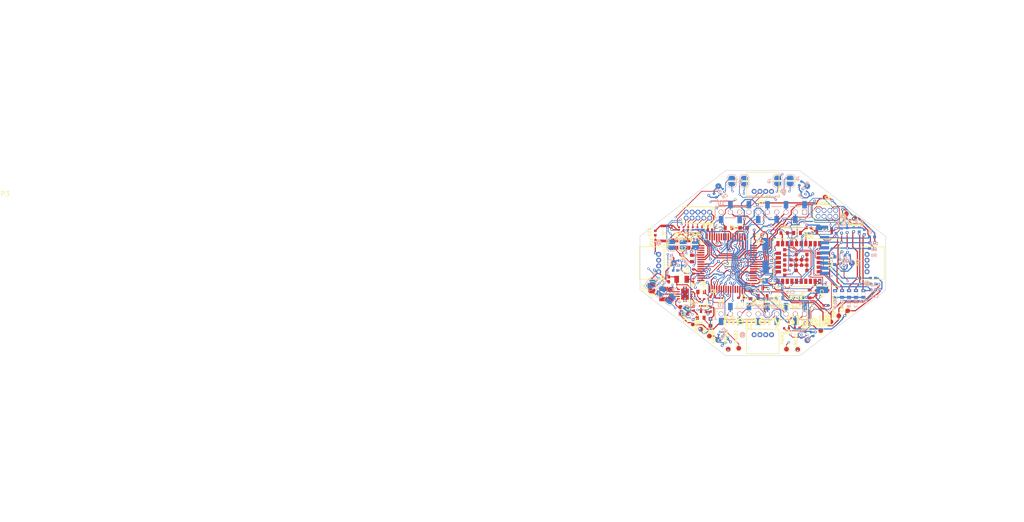
<source format=kicad_pcb>
(kicad_pcb (version 20241229) (generator "pcbnew") (generator_version "9.0")
  (layers (0 "F.Cu" signal "F.TopSIG") (4 "In1.Cu" signal "TopGND") (6 "In2.Cu" signal "PWR") (8 "In3.Cu" signal "MidSIG") (10 "In4.Cu" signal "BottomGND") (2 "B.Cu" signal "B.BotSIG") (13 "F.Paste" user) (15 "B.Paste" user) (5 "F.SilkS" user "F.Silkscreen") (7 "B.SilkS" user "B.Silkscreen") (1 "F.Mask" user) (3 "B.Mask" user) (25 "Edge.Cuts" user))
  (property "DOCUMENTNUMBER" "9")
  (property "DRAWNBY" "Hanna Müller and Victor Kartsch")
  (property "ORGANIZATION" "Integrated Systems Laboratory")
  (property "SHEETTOTAL" "9")
  (net 0 "")
  (net 1 "3V3")
  (net 2 "GND")
  (net 3 "VBat")
  (net 4 "/Core/RCC_OSC_OUT")
  (net 5 "Net-(C4-Pad2)")
  (net 6 "Net-(U2-EN)")
  (net 7 "Net-(U2-L2)")
  (net 8 "Net-(U2-L1)")
  (net 9 "Net-(C12-Pad2)")
  (net 10 "Net-(C12-Pad1)")
  (net 11 "Net-(U3-VCAP)")
  (net 12 "/Core/SDMMC1.SW")
  (net 13 "/Core/JTAG.NRST")
  (net 14 "/nina/NINA_RST")
  (net 15 "Net-(J1-CLK)")
  (net 16 "Net-(J1-DAT0)")
  (net 17 "Net-(J1-DAT1)")
  (net 18 "Net-(J1-DAT2)")
  (net 19 "Net-(J1-CD{slash}DAT3)")
  (net 20 "Net-(U2-FB)")
  (net 21 "/microphones/CK_IN")
  (net 22 "/Core/RCC_OSC_IN")
  (net 23 "Net-(U1-OUTPUT)")
  (net 24 "/Core/AUDIOCLK_SIG")
  (net 25 "/Core/SDMMC1.CK")
  (net 26 "/Core/SDMMC1.D0")
  (net 27 "/Core/SDMMC1.D1")
  (net 28 "/Core/SDMMC1.D2")
  (net 29 "/Core/SDMMC1.D3")
  (net 30 "/Core/SDMMC1.CMD")
  (net 31 "/Core/JTAG.TMS")
  (net 32 "/Core/MDF1.SDI1")
  (net 34 "/Core/UART4.TX")
  (net 35 "/Core/NINA.STM_NRST")
  (net 36 "/Core/SAI1.CK1")
  (net 37 "/Core/MDF1.CCK0")
  (net 38 "/Core/SPI1.MISO")
  (net 39 "/Core/MDF1.SDI0")
  (net 41 "/Core/FAULT_LED")
  (net 42 "/Core/MDF1.SDI2")
  (net 43 "/Core/I2C3.SCL")
  (net 44 "/Core/SPI1.SCK")
  (net 45 "/Core/NINA.IO0")
  (net 46 "/Core/CF.GPIO4")
  (net 47 "/Core/JTAG.TDO")
  (net 48 "/Core/SAI1.D1")
  (net 49 "/Core/SPI2.CS")
  (net 52 "/Core/I2C3.SDA")
  (net 53 "/Core/SPI2.MISO")
  (net 54 "/Core/SPI1.MOSI")
  (net 55 "/Core/SPI2.SCK")
  (net 56 "/Core/JTAG.TDI")
  (net 57 "/Core/SAI1.D2")
  (net 58 "/Core/UART4.RX")
  (net 61 "/Core/NINA.IO1")
  (net 62 "/Core/SPI2.MOSI")
  (net 63 "/Core/CF.GPIO1")
  (net 64 "/Core/SAI1.D3")
  (net 65 "/Core/JTAG.TCK")
  (net 66 "/nina/NINA_JTAG_TCK")
  (net 67 "/nina/NINA_NRST")
  (net 68 "/nina/NINA_LED")
  (net 73 "/connectors/NINA_UART.TX")
  (net 75 "/nina/NINA_JTAG_TDI")
  (net 77 "/connectors/NINA_UART.RX")
  (net 78 "/nina/NINA_JTAG_TDO")
  (net 80 "/nina/BTN_BOOT")
  (net 86 "/nina/NINA_JTAG_TMS")
  (net 87 "/connectors/CF_VCC")
  (net 88 "/connectors/CF.GPIO2")
  (net 89 "/connectors/CF.GPIO3_1")
  (net 90 "/connectors/CF_NRF51_OW")
  (net 91 "Net-(P2-TX2)")
  (net 92 "Net-(P2-RX2)")
  (net 93 "Net-(D8-Pad1)")
  (net 94 "Net-(D9-Pad1)")
  (net 95 "Net-(D10-Pad2)")
  (net 97 "Net-(P3-Pad4)")
  (net 98 "Net-(P3-Pad2)")
  (net 99 "Net-(P3-Pad10)")
  (net 100 "Net-(P3-Pad6)")
  (net 101 "Net-(P3-Pad9)")
  (net 102 "Net-(P3-Pad8)")
  (net 104 "/microphones/D1_REP")
  (net 105 "/microphones/D2_REP")
  (net 106 "/microphones/D3_REP")
  (net 110 "PGND")
  (net 111 "Net-(J1-CMD)")
  (net 112 "Net-(J10-Pad2)")
  (net 113 "/microphones/CK_EXT")
  (net 114 "Net-(J12-Pad2)")
  (footprint "ul_CBR02C609C9GAC:CAPC6333_33N_KEM" (layer "F.Cu") (at 127.8844 100.81672 180)
    (property "Reference" "C4")
    (property "Value" "6pF")
  )
  (footprint "digikey-footprints:LED_0603" (layer "F.Cu") (at 141.3401 99.41682)
    (property "Reference" "D9")
    (property "Value" "RED" (hide yes))
  )
  (footprint "ul_0402B104K160CT:CAP_0402_N_WAL" (layer "F.Cu") (at 156.9901 113.41682 -90)
    (property "Reference" "C34")
    (property "Value" "100nF")
  )
  (footprint "ERJPA3F4702V:RES_ERJPA3F4702V" (layer "F.Cu") (at 138.0901 99.41682)
    (property "Reference" "R7")
    (property "Value" "47k" (hide yes))
  )
  (footprint "DS28E05R_T:21-0051H_MXM" (layer "F.Cu") (at 145.4616 113.31682)
    (property "Reference" "U4")
    (property "Value" "DS28E05R+T")
  )
  (footprint "ul_CL05A475MP5NRNC:CAP_CL05_SAM" (layer "F.Cu") (at 140.7901 114.51682 180)
    (property "Reference" "C7")
    (property "Value" "4.7uF")
  )
  (footprint "ul_0402B104K160CT:CAP_0402_N_WAL" (layer "F.Cu") (at 134.0901 99.81682)
    (property "Reference" "C6")
    (property "Value" "100nF")
  )
  (footprint "TestPoint:TestPoint_Pad_D1.0mm" (layer "F.Cu") (at 157.9901 121.61682)
    (property "Reference" "SW1")
    (property "Value" "Test Pad")
  )
  (footprint "TestPoint:TestPoint_Pad_D1.0mm" (layer "F.Cu") (at 130.3801 120.26682)
    (property "Reference" "BVBAT1")
    (property "Value" "Test Pad")
  )
  (footprint "ul_VLS3012HBX-2R2M:IND_VLS3012HBX_TDK" (layer "F.Cu") (at 124.6901 113.71682 90)
    (property "Reference" "L1")
    (property "Value" "2u2H")
  )
  (footprint "ul_CL10A106KP8NNNC:CAP_CL10_SAM" (layer "F.Cu") (at 144.4901 101.01682 180)
    (property "Reference" "C13")
    (property "Value" "1uF")
  )
  (footprint "CRCW020110K0FNED:RESC0603X28N" (layer "F.Cu") (at 136.4701 114.57682)
    (property "Reference" "R6")
    (property "Value" "10k")
  )
  (footprint "ul_CL10A106KP8NNNC:CAP_CL10_SAM" (layer "F.Cu") (at 155.5901 113.71682 90)
    (property "Reference" "C35")
    (property "Value" "1uF")
  )
  (footprint "ul_CL10A106KP8NNNC:CAP_CL10_SAM" (layer "F.Cu") (at 142.8401 113.87352 90)
    (property "Reference" "C9")
    (property "Value" "10uF")
  )
  (footprint "ul_05304803410:CONN04_530480410_MOL" (layer "F.Cu") (at 167.9901 107.01682 90)
    (property "Reference" "J11")
    (property "Value" "530480410")
  )
  (footprint "ul_05304803410:CONN04_530480410_MOL" (layer "F.Cu") (at 145.4901 91.51682 180)
    (property "Reference" "J13")
    (property "Value" "530480410")
  )
  (footprint "CRCW0201220RFKED:RESC0603X28N" (layer "F.Cu") (at 132.3801 99.55682 -90)
    (property "Reference" "R23")
    (property "Value" "220R" (hide yes))
  )
  (footprint "ul_CL05A226MQ5N6J8:CAP_CL_05_SAM" (layer "F.Cu") (at 125.1901 110.51682 90)
    (property "Reference" "C14")
    (property "Value" "22uF")
  )
  (footprint "ul_0402B104K160CT:CAP_0402_N_WAL" (layer "F.Cu") (at 134.2901 117.01682 -90)
    (property "Reference" "C1")
    (property "Value" "100nF")
  )
  (footprint "TestPoint:TestPoint_Pad_D1.0mm" (layer "F.Cu") (at 133.9601 122.77682)
    (property "Reference" "GND1")
    (property "Value" "Test Pad")
  )
  (footprint "ul_RMCF0603ZT0R00:STA_RMCF0603_STP" (layer "F.Cu") (at 130.2401 106.01682 90)
    (property "Reference" "R2")
    (property "Value" "0R")
  )
  (footprint "CRCW0201220RFKED:RESC0603X28N" (layer "F.Cu") (at 129.3801 99.55682 -90)
    (property "Reference" "R26")
    (property "Value" "220R" (hide yes))
  )
  (footprint "TestPoint:TestPoint_Pad_D1.0mm" (layer "F.Cu") (at 150.5901 125.61682)
    (property "Reference" "PAIR3")
    (property "Value" "Test Pad")
  )
  (footprint "CRCW0201220RFKED:RESC0603X28N" (layer "F.Cu") (at 127.4144 99.56672 -90)
    (property "Reference" "R28")
    (property "Value" "220R" (hide yes))
  )
  (footprint "ul_0402B104K160CT:CAP_0402_N_WAL" (layer "F.Cu") (at 134.6584 114.31682)
    (property "Reference" "C8")
    (property "Value" "100nF")
  )
  (footprint "digikey-footprints:0603" (layer "F.Cu") (at 150.0901 100.51682)
    (property "Reference" "D10")
    (property "Value" "YELLOW")
  )
  (footprint "ERJ_H2RD3300X:RES_ERJH2RD3300X" (layer "F.Cu") (at 150.5901 121.11682)
    (property "Reference" "R21")
    (property "Value" "330R" (hide yes))
  )
  (footprint "ul_CRCW0603100RFKEAHP:RC0603N_VIS" (layer "F.Cu") (at 128.4901 116.51682 180)
    (property "Reference" "R1")
    (property "Value" "100R")
  )
  (footprint "digikey-footprints:LED_0603" (layer "F.Cu") (at 134.1901 119.81682 90)
    (property "Reference" "D8")
    (property "Value" "GREEN" (hide yes))
  )
  (footprint "TestPoint:TestPoint_Pad_D1.0mm" (layer "F.Cu") (at 165.2601 97.40682)
    (property "Reference" "SDMC0")
    (property "Value" "Test Pad")
  )
  (footprint "TS19_32_06_BK_70_1_SMT_TR_67:SW_TS19-32-06-BK-70-1-SMT-TR-67" (layer "F.Cu") (at 158.7651 100.01682)
    (property "Reference" "S3")
    (property "Value" "TS19-32-06-BK-70-1-SMT-TR-67" (hide yes))
  )
  (footprint "62201021121:62201021121" (layer "F.Cu") (at 131.4901 96.65182 180)
    (property "Reference" "P3")
    (property "Value" "6220XX21121_62201021121" (hide yes))
  )
  (footprint "TestPoint:TestPoint_Pad_D1.0mm" (layer "F.Cu") (at 160.1901 119.71682)
    (property "Reference" "SDMC3")
    (property "Value" "Test Pad")
  )
  (footprint "TestPoint:TestPoint_Pad_D1.0mm" (layer "F.Cu") (at 132.1001 121.29682)
    (property "Reference" "3V3")
    (property "Value" "Test Pad")
  )
  (footprint "CRCW020110K0FNED:RESC0603X28N" (layer "F.Cu") (at 130.4901 110.69682 90)
    (property "Reference" "R5")
    (property "Value" "10k")
  )
  (footprint "TestPoint:TestPoint_Pad_D1.0mm" (layer "F.Cu") (at 163.7901 117.31682 180)
    (property "Reference" "CMD1")
    (property "Value" "Test Pad")
  )
  (footprint "ERJ_H2RD3300X:RES_ERJH2RD3300X" (layer "F.Cu") (at 152.8901 121.01682 180)
    (property "Reference" "R20")
    (property "Value" "330R" (hide yes))
  )
  (footprint "TestPoint:TestPoint_Pad_D1.0mm" (layer "F.Cu") (at 158.9301 92.78682)
    (property "Reference" "SDMC1")
    (property "Value" "Test Pad")
  )
  (footprint "TestPoint:TestPoint_Pad_D1.0mm" (layer "F.Cu") (at 161.8901 118.41682 180)
    (property "Reference" "SDMC2")
    (property "Value" "Test Pad")
  )
  (footprint "GRPB042VWVN_RC:CONN8_VWVN-RC_SUL" (layer "F.Cu") (at 161.2301 96.91682 180)
    (property "Reference" "P5")
    (property "Value" "GRPB042VWVN-RC")
  )
  (footprint "Jumper:SolderJumper-2_P1.3mm_Open_RoundedPad1.0x1.5mm" (layer "F.Cu") (at 121.5301 112.40682 90)
    (property "Reference" "J14")
    (property "Value" "Solder Jumper" (hide yes))
  )
  (footprint "ul_0402B104K160CT:CAP_0402_N_WAL" (layer "F.Cu") (at 132.6218 117.51682)
    (property "Reference" "C16")
    (property "Value" "100nF")
  )
  (footprint "TS19_32_06_BK_70_1_SMT_TR_67:SW_TS19-32-06-BK-70-1-SMT-TR-67" (layer "F.Cu") (at 159.0901 114.54182 -90)
    (property "Reference" "S2")
    (property "Value" "TS19-32-06-BK-70-1-SMT-TR-67" (hide yes))
  )
  (footprint "CRCW020110K0FNED:RESC0603X28N" (layer "F.Cu") (at 122.2901 102.31682 -90)
    (property "Reference" "R22")
    (property "Value" "10k" (hide yes))
  )
  (footprint "ERJPA3F4702V:RES_ERJPA3F4702V" (layer "F.Cu") (at 152.8901 100.51682 180)
    (property "Reference" "R29")
    (property "Value" "47k")
  )
  (footprint "TestPoint:TestPoint_Pad_D1.0mm" (layer "F.Cu") (at 138.0201 125.61682)
    (property "Reference" "PAIR1")
    (property "Value" "Test Pad")
  )
  (footprint "ul_0402B104K160CT:CAP_0402_N_WAL" (layer "F.Cu") (at 122.2901 100.51682 90)
    (property "Reference" "C22")
    (property "Value" "100nF")
  )
  (footprint "ul_NINA-W102-01B:NINA-W102_UBL" (layer "F.Cu") (at 154.96086 106.89089 90)
    (property "Reference" "MD1")
    (property "Value" "NINA-W102-01B" (hide yes))
  )
  (footprint "CRCW0201220RFKED:RESC0603X28N" (layer "F.Cu") (at 128.3801 99.55682 -90)
    (property "Reference" "R27")
    (property "Value" "220R" (hide yes))
  )
  (footprint "ul_CBR02C609C9GAC:CAPC6333_33N_KEM" (layer "F.Cu") (at 127.8844 105.01682)
    (property "Reference" "C12")
    (property "Value" "6pF")
  )
  (footprint "ul_0402B104K160CT:CAP_0402_N_WAL" (layer "F.Cu") (at 131.1118 102.36682)
    (property "Reference" "C10")
    (property "Value" "100nF")
  )
  (footprint "ul_05304803410:CONN04_530480410_MOL" (layer "F.Cu") (at 145.4901 122.51682)
    (property "Reference" "J12")
    (property "Value" "530480410")
  )
  (footprint "ERJPA3F4702V:RES_ERJPA3F4702V" (layer "F.Cu") (at 132.0901 118.81682)
    (property "Reference" "R4")
    (property "Value" "47k" (hide yes))
  )
  (footprint "Package_QFP:LQFP-64_10x10mm_P0.5mm" (layer "F.Cu") (at 137.7901 107.01682)
    (property "Reference" "U3")
    (property "Value" "STM32U575RGTx" (hide yes))
  )
  (footprint "ul_RMCF0603ZT0R00:STA_RMCF0603_STP" (layer "F.Cu") (at 132.1701 113.23682)
    (property "Reference" "R3")
    (property "Value" "0R")
  )
  (footprint "Package_SON:Texas_DRC0010J_ThermalVias" (layer "F.Cu") (at 128.6901 113.71682)
    (property "Reference" "U2")
    (property "Value" "TPS63001" (hide yes))
  )
  (footprint "TestPoint:TestPoint_Pad_D1.0mm" (layer "F.Cu") (at 140.2901 125.41682)
    (property "Reference" "PAIR2")
    (property "Value" "Test Pad")
  )
  (footprint "ul_CL10A106KP8NNNC:CAP_CL10_SAM" (layer "F.Cu") (at 128.4901 118.01682 180)
    (property "Reference" "C2")
    (property "Value" "10uF")
  )
  (footprint "ul_CS14522-24M:NX3225SA-24.000M-STD-CSR-1_NDK" (layer "F.Cu") (at 127.8844 102.91672 -90)
    (property "Reference" "XTAL1")
    (property "Value" "24MHz")
  )
  (footprint "ul_KC2016Z12-2880C15XXK:OSC_KC2016Z_KYO" (layer "F.Cu") (at 132.3901 115.51682 180)
    (property "Reference" "U1")
    (property "Value" "AUDIO_CLK_GEN")
  )
  (footprint "CRCW0201220RFKED:RESC0603X28N" (layer "F.Cu") (at 155.5901 100.51682)
    (property "Reference" "R30")
    (property "Value" "220R")
  )
  (footprint "CRCW0201220RFKED:RESC0603X28N" (layer "F.Cu") (at 130.3801 99.55682 -90)
    (property "Reference" "R25")
    (property "Value" "220R" (hide yes))
  )
  (footprint "ul_0402B104K160CT:CAP_0402_N_WAL" (layer "F.Cu") (at 130.4901 108.84852 90)
    (property "Reference" "C3")
    (property "Value" "100nF")
  )
  (footprint "ul_0402B104K160CT:CAP_0402_N_WAL" (layer "F.Cu") (at 130.5901 116.81682 90)
    (property "Reference" "C5")
    (property "Value" "100nF")
  )
  (footprint "TS19_32_06_BK_70_1_SMT_TR_67:SW_TS19-32-06-BK-70-1-SMT-TR-67" (layer "F.Cu") (at 124.1901 100.61682 90)
    (property "Reference" "S1")
    (property "Value" "TS19-32-06-BK-70-1-SMT-TR-67" (hide yes))
  )
  (footprint "TestPoint:TestPoint_Pad_D1.0mm" (layer "F.Cu") (at 153.0201 125.66682)
    (property "Reference" "MCK1")
    (property "Value" "Test Pad")
  )
  (footprint "ul_0ZCK0020FF2G:0ZCK_BEL" (layer "F.Cu") (at 127.9901 110.51682)
    (property "Reference" "F1")
    (property "Value" "1A")
  )
  (footprint "ul_0402B104K160CT:CAP_0402_N_WAL" (layer "F.Cu") (at 155.3901 99.41682 180)
    (property "Reference" "C33")
    (property "Value" "100nF")
  )
  (footprint "ul_0402B104K160CT:CAP_0402_N_WAL" (layer "F.Cu") (at 144.5401 102.26682)
    (property "Reference" "C11")
    (property "Value" "100nF")
  )
  (footprint "ul_05304803410:CONN04_530480410_MOL" (layer "F.Cu") (at 122.9901 107.01682 -90)
    (property "Reference" "J10")
    (property "Value" "530480410")
  )
  (footprint "CRCW0201220RFKED:RESC0603X28N" (layer "F.Cu") (at 131.3801 99.55682 -90)
    (property "Reference" "R24")
    (property "Value" "220R" (hide yes))
  )
  (footprint "TestPoint:TestPoint_Pad_D1.0mm" (layer "F.Cu") (at 163.5201 96.39682)
    (property "Reference" "CK1")
    (property "Value" "Test Pad")
  )
  (footprint "ul_CRCW040222R0FKEDHP:RES_CRCW_0402_VIS" (layer "B.Cu") (at 169.0534 103.86682)
    (property "Reference" "R8")
    (property "Value" "22R")
  )
  (footprint "Jumper:SolderJumper-2_P1.3mm_Open_RoundedPad1.0x1.5mm" (layer "B.Cu") (at 141.4901 89.31682 -90)
    (property "Reference" "J7")
    (property "Value" "Solder Jumper")
  )
  (footprint "ul_PESD0402-240:ZDO_PESD0402_LTF" (layer "B.Cu") (at 167.3901 100.31052 90)
    (property "Reference" "D4")
    (property "Value" "40VC")
  )
  (footprint "ul_0402B104K160CT:CAP_0402_N_WAL" (layer "B.Cu") (at 156.154838 122.346991 -60)
    (property "Reference" "C26")
    (property "Value" "100nF")
  )
  (footprint "ul_PESD0402-240:ZDO_PESD0402_LTF" (layer "B.Cu") (at 162.4901 100.04212 90)
    (property "Reference" "D2")
    (property "Value" "40VC")
  )
  (footprint "ul_CRCW040222R0FKEDHP:RES_CRCW_0402_VIS" (layer "B.Cu") (at 169.2634 110.27682)
    (property "Reference" "R13")
    (property "Value" "22R")
  )
  (footprint "ul_0402B104K160CT:DMM-2627-B" (layer "B.Cu") (at 165.4651 106.09182 -90)
    (property "Reference" "M3")
    (property "Value" "~" (hide yes))
  )
  (footprint "CF2-DECK-SMD-HOLES:CF2-DECK-SMD-HOLES" (layer "B.Cu") (at 145.4901 96.01682 180)
    (property "Reference" "P1")
    (property "Value" "Crazyflie Expansion")
  )
  (footprint "ul_CRCW040222R0FKEDHP:RES_CRCW_0402_VIS" (layer "B.Cu") (at 169.0534 101.36682)
    (property "Reference" "R10")
    (property "Value" "22R")
  )
  (footprint "Jumper:SolderJumper-2_P1.3mm_Open_RoundedPad1.0x1.5mm" (layer "B.Cu") (at 121.394405 111.5325 -127.5)
    (property "Reference" "J4")
    (property "Value" "Solder Jumper")
  )
  (footprint "ul_0402B104K160CT:CAP_0402_N_WAL" (layer "B.Cu") (at 151.6584 114.51682 180)
    (property "Reference" "C19")
    (property "Value" "100nF")
  )
  (footprint "Jumper:SolderJumper-2_P1.3mm_Open_RoundedPad1.0x1.5mm" (layer "B.Cu") (at 148.6901 89.26682 -90)
    (property "Reference" "J9")
    (property "Value" "Solder Jumper")
  )
  (footprint "ul_0402B104K160CT:CAP_0402_N_WAL" (layer "B.Cu") (at 137.672937 123.800843 -120)
    (property "Reference" "C27")
    (property "Value" "100nF")
  )
  (footprint "ul_0402B104K160CT:DMM-2627-B" (layer "B.Cu") (at 134.701526 90.20815 30)
    (property "Reference" "M2")
    (property "Value" "~" (hide yes))
  )
  (footprint "ERJPA3F4702V:RES_ERJPA3F4702V" (layer "B.Cu") (at 165.5901 113.69182 -90)
    (property "Reference" "R17")
    (property "Value" "47k" (hide yes))
  )
  (footprint "ul_CL10A106KP8NNNC:CAP_CL10_SAM" (layer "B.Cu") (at 160.9901 106.51682 90)
    (property "Reference" "C21")
    (property "Value" "1uF")
  )
  (footprint "ul_CRCW040222R0FKEDHP:RES_CRCW_0402_VIS" (layer "B.Cu") (at 169.0901 102.61682)
    (property "Reference" "R9")
    (property "Value" "22R")
  )
  (footprint "Jumper:SolderJumper-2_P1.3mm_Open_RoundedPad1.0x1.5mm" (layer "B.Cu") (at 125.7901 103.06682 90)
    (property "Reference" "J15")
    (property "Value" "Solder Jumper")
  )
  (footprint "ul_0402B104K160CT:DMM-2627-B" (layer "B.Cu") (at 156.278673 123.87549 -150)
    (property "Reference" "M4")
    (property "Value" "~" (hide yes))
  )
  (footprint "ul_PESD0402-240:ZDO_PESD0402_LTF" (layer "B.Cu") (at 161.2901 100.04212 90)
    (property "Reference" "D3")
    (property "Value" "40VC")
  )
  (footprint "CF2-DECK-SMD-HOLES:CF2-DECK-SMD-HOLES" (layer "B.Cu") (at 145.4901 118.01682 180)
    (property "Reference" "P2")
    (property "Value" "Crazyflie Expansion")
  )
  (footprint "ul_PESD0402-240:ZDO_PESD0402_LTF" (layer "B.Cu") (at 153.6901 114.51682)
    (property "Reference" "D7")
    (property "Value" "40VC")
  )
  (footprint "ERJPA3F4702V:RES_ERJPA3F4702V" (layer "B.Cu") (at 149.0901 114.61682)
    (property "Reference" "R19")
    (property "Value" "47k")
  )
  (footprint "Jumper:SolderJumper-2_P1.3mm_Open_RoundedPad1.0x1.5mm" (layer "B.Cu") (at 128.6901 117.41682 -127.5)
    (property "Reference" "J2")
    (property "Value" "Solder Jumper")
  )
  (footprint "Jumper:SolderJumper-2_P1.3mm_Open_RoundedPad1.0x1.5mm" (layer "B.Cu") (at 123.494405 113.1325 -127.5)
    (property "Reference" "J3")
    (property "Value" "Solder Jumper")
  )
  (footprint "ul_CRCW040222R0FKEDHP:RES_CRCW_0402_VIS" (layer "B.Cu") (at 169.2901 111.51682)
    (property "Reference" "R12")
    (property "Value" "22R")
  )
  (footprint "ul_PESD0402-240:ZDO_PESD0402_LTF" (layer "B.Cu") (at 166.2901 99.74212 90)
    (property "Reference" "D5")
    (property "Value" "40VC")
  )
  (footprint "ERJPA3F4702V:RES_ERJPA3F4702V" (layer "B.Cu") (at 162.5901 113.69182 -90)
    (property "Reference" "R14")
    (property "Value" "47k" (hide yes))
  )
  (footprint "ul_0402B104K160CT:CAP_0402_N_WAL" (layer "B.Cu") (at 126.5901 108.61682 180)
    (property "Reference" "C23")
    (property "Value" "100nF")
  )
  (footprint "Jumper:SolderJumper-2_P1.3mm_Open_RoundedPad1.0x1.5mm" (layer "B.Cu") (at 138.7901 89.31682 -90)
    (property "Reference" "J8")
    (property "Value" "Solder Jumper")
  )
  (footprint "ul_0402B104K160CT:DMM-2627-B" (layer "B.Cu") (at 154.6401 89.26682 -30)
    (property "Reference" "M7")
    (property "Value" "~" (hide yes))
  )
  (footprint "ul_PESD0402-240:ZDO_PESD0402_LTF" (layer "B.Cu") (at 165.0901 99.74212 90)
    (property "Reference" "D6")
    (property "Value" "40VC")
  )
  (footprint "Jumper:SolderJumper-2_P1.3mm_Open_RoundedPad1.0x1.5mm" (layer "B.Cu") (at 151.3901 89.26682 90)
    (property "Reference" "J6")
    (property "Value" "Solder Jumper")
  )
  (footprint "Jumper:SolderJumper-2_P1.3mm_Open_RoundedPad1.0x1.5mm" (layer "B.Cu") (at 128.2901 103.06682 90)
    (property "Reference" "J16")
    (property "Value" "Solder Jumper")
  )
  (footprint "ul_CRCW040222R0FKEDHP:RES_CRCW_0402_VIS" (layer "B.Cu") (at 169.2934 112.75682)
    (property "Reference" "R11")
    (property "Value" "22R")
  )
  (footprint "ul_0402B104K160CT:CAP_0402_N_WAL" (layer "B.Cu") (at 162.0901 106.71682 90)
    (property "Reference" "C20")
    (property "Value" "100nF")
  )
  (footprint "ul_0402B104K160CT:CAP_0402_N_WAL" (layer "B.Cu") (at 163.7518 105.29753)
    (property "Reference" "C25")
    (property "Value" "100nF")
  )
  (footprint "ul_0402B104K160CT:CAP_0402_N_WAL" (layer "B.Cu") (at 135.1901 92.41682 120)
    (property "Reference" "C24")
    (property "Value" "100nF")
  )
  (footprint "Jumper:SolderJumper-2_P1.3mm_Open_RoundedPad1.0x1.5mm" (layer "B.Cu") (at 125.594405 114.7325 -127.5)
    (property "Reference" "J5")
    (property "Value" "Solder Jumper")
  )
  (footprint "ERJPA3F4702V:RES_ERJPA3F4702V" (layer "B.Cu") (at 161.0901 113.69182 -90)
    (property "Reference" "R15")
    (property "Value" "47k" (hide yes))
  )
  (footprint "ERJPA3F4702V:RES_ERJPA3F4702V" (layer "B.Cu") (at 164.0901 113.69182 -90)
    (property "Reference" "R18")
    (property "Value" "47k" (hide yes))
  )
  (footprint "ul_0402B104K160CT:DMM-2627-B" (layer "B.Cu") (at 125.5151 107.94182 90)
    (property "Reference" "M1")
    (property "Value" "~" (hide yes))
  )
  (footprint "Jumper:SolderJumper-2_P1.3mm_Open_RoundedPad1.0x1.5mm" (layer "B.Cu") (at 130.9601 103.01682 90)
    (property "Reference" "J17")
    (property "Value" "Solder Jumper")
  )
  (footprint "ul_PESD0402-240:ZDO_PESD0402_LTF" (layer "B.Cu") (at 163.6901 99.92312 90)
    (property "Reference" "D1")
    (property "Value" "40VC")
  )
  (footprint "DM3CS_SF:HRS_DM3CS-SF" (layer "B.Cu") (at 152.4401 106.01682 -90)
    (property "Reference" "J1")
    (property "Value" "DM3CS-SF" (hide yes))
  )
  (footprint "ERJPA3F4702V:RES_ERJPA3F4702V" (layer "B.Cu") (at 167.1901 113.69182 -90)
    (property "Reference" "R16")
    (property "Value" "47k" (hide yes))
  )
  (footprint "ul_0402B104K160CT:CAP_0402_N_WAL" (layer "B.Cu") (at 153.5901 89.81682 60)
    (property "Reference" "C29")
    (property "Value" "100nF")
  )
  (footprint "ul_0402B104K160CT:DMM-2627-B" (layer "B.Cu") (at 136.295837 124.750666 150)
    (property "Reference" "M5")
    (property "Value" "~" (hide yes))
  )
  (gr_line (start 134.5761 117.3058) (end 134.5761 114.92253) (stroke (width 0.1)) (layer "F.SilkS"))
  (gr_line (start 134.37617 118.27253) (end 134.5761 118.0726) (stroke (width 0.1)) (layer "F.SilkS"))
  (gr_line (start 128.21564 115.07894) (end 129.8761 115.07894) (stroke (width 0.1)) (layer "F.SilkS"))
  (gr_poly (pts (xy 149.41728 115.15048) (xy 149.42014 115.15048) (xy 149.42014 115.15191) (xy 149.44306 115.15191) (xy 149.44306 115.15334) (xy 149.45308 115.15334) (xy 149.45308 115.15478) (xy 149.45595 115.15478) (xy 149.45595 115.15621) (xy 149.46311 115.15621) (xy 149.46311 115.15764) (xy 149.46454 115.15764) (xy 149.46454 115.15907) (xy 149.4717 115.15907) (xy 149.4717 115.16051) (xy 149.47313 115.16051) (xy 149.47313 115.16194) (xy 149.48029 115.16194) (xy 149.48029 115.16337) (xy 149.48173 115.16337) (xy 149.48173 115.1648) (xy 149.48316 115.1648) (xy 149.48316 115.16623) (xy 149.48602 115.16623) (xy 149.48602 115.16767) (xy 149.48745 115.16767) (xy 149.48745 115.1691) (xy 149.49032 115.1691) (xy 149.49032 115.17053) (xy 149.49175 115.17053) (xy 149.49175 115.17196) (xy 149.49461 115.17196) (xy 149.49461 115.17339) (xy 149.49605 115.17339) (xy 149.49605 115.17483) (xy 149.49748 115.17483) (xy 149.49748 115.17769) (xy 149.49891 115.17769) (xy 149.49891 115.17912) (xy 149.50034 115.17912) (xy 149.50034 115.18055) (xy 149.50177 115.18055) (xy 149.50177 115.18199) (xy 149.50464 115.18199) (xy 149.50464 115.18342) (xy 149.50607 115.18342) (xy 149.50607 115.18485) (xy 149.5075 115.18485) (xy 149.5075 115.18771) (xy 149.50894 115.18771) (xy 149.50894 115.19058) (xy 149.51037 115.19058) (xy 149.51037 115.19344) (xy 149.5118 115.19344) (xy 149.5118 115.19487) (xy 149.51323 115.19487) (xy 149.51323 115.19774) (xy 149.51467 115.19774) (xy 149.51467 115.20204) (xy 149.5161 115.20204) (xy 149.5161 115.2049) (xy 149.51753 115.2049) (xy 149.51753 115.20633) (xy 149.51896 115.20633) (xy 149.51896 115.21493) (xy 149.52039 115.21493) (xy 149.52039 115.21779) (xy 149.52183 115.21779) (xy 149.52183 115.22495) (xy 149.52326 115.22495) (xy 149.52326 115.23354) (xy 149.52469 115.23354) (xy 149.52469 115.23784) (xy 149.52326 115.23784) (xy 149.52326 115.24214) (xy 149.52469 115.24214) (xy 149.52469 115.24357) (xy 149.52612 115.24357) (xy 149.52612 115.29799) (xy 149.52469 115.29799) (xy 149.52469 115.29942) (xy 149.52326 115.29942) (xy 149.52326 115.30515) (xy 149.52469 115.30515) (xy 149.52469 115.31231) (xy 149.52326 115.31231) (xy 149.52326 115.31517) (xy 149.52183 115.31517) (xy 149.52183 115.3252) (xy 149.52039 115.3252) (xy 149.52039 115.32949) (xy 149.51896 115.32949) (xy 149.51896 115.33236) (xy 149.51753 115.33236) (xy 149.51753 115.33952) (xy 149.5161 115.33952) (xy 149.5161 115.34095) (xy 149.51467 115.34095) (xy 149.51467 115.34382) (xy 149.51323 115.34382) (xy 149.51323 115.34525) (xy 149.5118 115.34525) (xy 149.5118 115.35098) (xy 149.51037 115.35098) (xy 149.51037 115.35241) (xy 149.50894 115.35241) (xy 149.50894 115.35384) (xy 149.5075 115.35384) (xy 149.5075 115.35527) (xy 149.50607 115.35527) (xy 149.50607 115.35957) (xy 149.50464 115.35957) (xy 149.50464 115.361) (xy 149.50321 115.361) (xy 149.50321 115.36243) (xy 149.50177 115.36243) (xy 149.50177 115.36387) (xy 149.49891 115.36387) (xy 149.49891 115.3653) (xy 149.49748 115.3653) (xy 149.49748 115.36816) (xy 149.49605 115.36816) (xy 149.49605 115.36959) (xy 149.49318 115.36959) (xy 149.49318 115.37103) (xy 149.49032 115.37103) (xy 149.49032 115.37389) (xy 149.48602 115.37389) (xy 149.48602 115.37532) (xy 149.48316 115.37532) (xy 149.48316 115.37675) (xy 149.48173 115.37675) (xy 149.48173 115.37819) (xy 149.48029 115.37819) (xy 149.48029 115.37962) (xy 149.47886 115.37962) (xy 149.47886 115.38105) (xy 149.4717 115.38105) (xy 149.4717 115.38248) (xy 149.46884 115.38248) (xy 149.46884 115.38391) (xy 149.46597 115.38391) (xy 149.46597 115.38535) (xy 149.45881 115.38535) (xy 149.45881 115.38678) (xy 149.45165 115.38678) (xy 149.45165 115.38821) (xy 149.44879 115.38821) (xy 149.44879 115.38964) (xy 149.44019 115.38964) (xy 149.44019 115.39107) (xy 149.43447 115.39107) (xy 149.43447 115.39251) (xy 149.36572 115.39251) (xy 149.36572 115.39394) (xy 149.36143 115.39394) (xy 149.36143 115.39537) (xy 149.36 115.39537) (xy 149.36 115.4813) (xy 149.29412 115.4813) (xy 149.29412 115.47987) (xy 149.29269 115.47987) (xy 149.29269 115.47127) (xy 149.29412 115.47127) (xy 149.29412 115.46698) (xy 149.29269 115.46698) (xy 149.29269 115.45982) (xy 149.29412 115.45982) (xy 149.29412 115.45838) (xy 149.29269 115.45838) (xy 149.29269 115.44979) (xy 149.29412 115.44979) (xy 149.29412 115.44693) (xy 149.29269 115.44693) (xy 149.29269 115.43977) (xy 149.29412 115.43977) (xy 149.29412 115.43404) (xy 149.29269 115.43404) (xy 149.29269 115.42974) (xy 149.29412 115.42974) (xy 149.29412 115.42545) (xy 149.29269 115.42545) (xy 149.29269 115.41829) (xy 149.29412 115.41829) (xy 149.29412 115.41685) (xy 149.29269 115.41685) (xy 149.29269 115.40969) (xy 149.29412 115.40969) (xy 149.29412 115.4054) (xy 149.29269 115.4054) (xy 149.29269 115.39824) (xy 149.29412 115.39824) (xy 149.29412 115.39537) (xy 149.29269 115.39537) (xy 149.29269 115.38821) (xy 149.29412 115.38821) (xy 149.29412 115.38391) (xy 149.29269 115.38391) (xy 149.29269 115.37675) (xy 149.29412 115.37675) (xy 149.29412 115.37389) (xy 149.29269 115.37389) (xy 149.29269 115.36673) (xy 149.29412 115.36673) (xy 149.29412 115.36387) (xy 149.29269 115.36387) (xy 149.29269 115.3567) (xy 149.29412 115.3567) (xy 149.29412 115.35241) (xy 149.29269 115.35241) (xy 149.29269 115.34668) (xy 149.29412 115.34668) (xy 149.29412 115.34238) (xy 149.29269 115.34238) (xy 149.29269 115.33666) (xy 149.29412 115.33666) (xy 149.29412 115.33236) (xy 149.29269 115.33236) (xy 149.29269 115.3252) (xy 149.29412 115.3252) (xy 149.29412 115.32233) (xy 149.29269 115.32233) (xy 149.29269 115.31517) (xy 149.29412 115.31517) (xy 149.29412 115.31088) (xy 149.29269 115.31088) (xy 149.29269 115.30372) (xy 149.29412 115.30372) (xy 149.29412 115.30085) (xy 149.29269 115.30085) (xy 149.29269 115.29369) (xy 149.29412 115.29369) (xy 149.29412 115.29083) (xy 149.29269 115.29083) (xy 149.29269 115.28367) (xy 149.29412 115.28367) (xy 149.29412 115.2808) (xy 149.29269 115.2808) (xy 149.29269 115.27364) (xy 149.29412 115.27364) (xy 149.29412 115.26935) (xy 149.29269 115.26935) (xy 149.29269 115.26362) (xy 149.29412 115.26362) (xy 149.29412 115.25932) (xy 149.29269 115.25932) (xy 149.29269 115.25216) (xy 149.29412 115.25216) (xy 149.29412 115.2493) (xy 149.29269 115.2493) (xy 149.29269 115.24214) (xy 149.29412 115.24214) (xy 149.29412 115.23927) (xy 149.29269 115.23927) (xy 149.29269 115.23211) (xy 149.29412 115.23211) (xy 149.29412 115.22781) (xy 149.36 115.22781) (xy 149.36 115.31661) (xy 149.36143 115.31661) (xy 149.36143 115.31804) (xy 149.36572 115.31804) (xy 149.36572 115.31947) (xy 149.40726 115.31947) (xy 149.40726 115.31804) (xy 149.41585 115.31804) (xy 149.41585 115.31661) (xy 149.41871 115.31661) (xy 149.41871 115.31517) (xy 149.42301 115.31517) (xy 149.42301 115.31374) (xy 149.42444 115.31374) (xy 149.42444 115.31231) (xy 149.42731 115.31231) (xy 149.42731 115.31088) (xy 149.42874 115.31088) (xy 149.42874 115.30658) (xy 149.43017 115.30658) (xy 149.43017 115.30372) (xy 149.4316 115.30372) (xy 149.4316 115.29799) (xy 149.43303 115.29799) (xy 149.43303 115.24357) (xy 149.4316 115.24357) (xy 149.4316 115.2407) (xy 149.43017 115.2407) (xy 149.43017 115.23927) (xy 149.42874 115.23927) (xy 149.42874 115.23498) (xy 149.42731 115.23498) (xy 149.42731 115.23354) (xy 149.42587 115.23354) (xy 149.42587 115.23068) (xy 149.42301 115.23068) (xy 149.42301 115.22925) (xy 149.41871 115.22925) (xy 149.41871 115.22781) (xy 149.41585 115.22781) (xy 149.41585 115.22638) (xy 149.41442 115.22638) (xy 149.41442 115.22495) (xy 149.40582 115.22495) (xy 149.40582 115.22352) (xy 149.36716 115.22352) (xy 149.36716 115.22495) (xy 149.36286 115.22495) (xy 149.36286 115.22638) (xy 149.36143 115.22638) (xy 149.36143 115.22781) (xy 149.36 115.22781) (xy 149.29412 115.22781) (xy 149.29269 115.22781) (xy 149.29269 115.22065) (xy 149.29412 115.22065) (xy 149.29412 115.21779) (xy 149.29269 115.21779) (xy 149.29269 115.21063) (xy 149.29412 115.21063) (xy 149.29412 115.20777) (xy 149.29269 115.20777) (xy 149.29269 115.20204) (xy 149.29412 115.20204) (xy 149.29412 115.19774) (xy 149.29269 115.19774) (xy 149.29269 115.19058) (xy 149.29412 115.19058) (xy 149.29412 115.18628) (xy 149.29269 115.18628) (xy 149.29269 115.17912) (xy 149.29412 115.17912) (xy 149.29412 115.17626) (xy 149.29269 115.17626) (xy 149.29269 115.1691) (xy 149.29412 115.1691) (xy 149.29412 115.16623) (xy 149.29269 115.16623) (xy 149.29269 115.15907) (xy 149.29412 115.15907) (xy 149.29412 115.15621) (xy 149.29269 115.15621) (xy 149.29269 115.15191) (xy 149.29412 115.15191) (xy 149.29412 115.14905) (xy 149.41728 115.14905)) (fill yes) (layer "F.SilkS"))
  (gr_poly (pts (xy 150.06746 114.68791) (xy 150.06603 114.68791) (xy 150.06603 114.56761) (xy 150.06746 114.56761) (xy 150.06746 114.56475) (xy 150.06603 114.56475) (xy 150.06603 114.5361) (xy 150.06746 114.5361) (xy 150.06746 114.53467) (xy 150.06603 114.53467) (xy 150.06603 114.40149) (xy 150.06746 114.40149) (xy 150.06746 114.39862) (xy 150.06603 114.39862) (xy 150.06603 114.39003) (xy 150.06746 114.39003) (xy 150.06746 114.3886) (xy 150.06603 114.3886) (xy 150.06603 114.36139) (xy 150.12331 114.36139) (xy 150.12331 114.40578) (xy 150.12475 114.40578) (xy 150.12475 114.40721) (xy 150.12331 114.40721) (xy 150.12331 114.68791) (xy 150.12188 114.68791) (xy 150.12188 114.68934) (xy 150.06746 114.68934)) (fill yes) (layer "F.SilkS"))
  (gr_poly (pts (xy 148.33031 113.91027) (xy 148.3389 113.91027) (xy 148.3389 113.9117) (xy 148.34606 113.9117) (xy 148.34606 113.91314) (xy 148.34749 113.91314) (xy 148.34749 113.91457) (xy 148.35465 113.91457) (xy 148.35465 113.916) (xy 148.35752 113.916) (xy 148.35752 113.91743) (xy 148.35895 113.91743) (xy 148.35895 113.91886) (xy 148.36324 113.91886) (xy 148.36324 113.9203) (xy 148.36611 113.9203) (xy 148.36611 113.92173) (xy 148.36898 113.92173) (xy 148.36898 113.92316) (xy 148.37041 113.92316) (xy 148.37041 113.92459) (xy 148.3747 113.92459) (xy 148.3747 113.92602) (xy 148.37757 113.92602) (xy 148.37757 113.92889) (xy 148.379 113.92889) (xy 148.379 113.93032) (xy 148.38043 113.93032) (xy 148.38043 113.93175) (xy 148.3833 113.93175) (xy 148.3833 113.93318) (xy 148.38616 113.93318) (xy 148.38616 113.93462) (xy 148.38759 113.93462) (xy 148.38759 113.93605) (xy 148.38902 113.93605) (xy 148.38902 113.93748) (xy 148.39046 113.93748) (xy 148.39046 113.93891) (xy 148.39189 113.93891) (xy 148.39189 113.94178) (xy 148.39475 113.94178) (xy 148.39475 113.94321) (xy 148.39618 113.94321) (xy 148.39618 113.94464) (xy 148.39762 113.94464) (xy 148.39762 113.94607) (xy 148.39905 113.94607) (xy 148.39905 113.94751) (xy 148.40048 113.94751) (xy 148.40048 113.94894) (xy 148.40191 113.94894) (xy 148.40191 113.9518) (xy 148.40334 113.9518) (xy 148.40334 113.95323) (xy 148.40621 113.95323) (xy 148.40621 113.95467) (xy 148.40764 113.95467) (xy 148.40764 113.9561) (xy 148.40907 113.9561) (xy 148.40907 113.95753) (xy 148.41051 113.95753) (xy 148.41051 113.95896) (xy 148.41194 113.95896) (xy 148.41194 113.96039) (xy 148.41337 113.96039) (xy 148.41337 113.96183) (xy 148.4148 113.96183) (xy 148.4148 113.96326) (xy 148.41623 113.96326) (xy 148.41623 113.96469) (xy 148.41767 113.96469) (xy 148.41767 113.96612) (xy 148.4191 113.96612) (xy 148.4191 113.96755) (xy 148.42053 113.96755) (xy 148.42053 113.96899) (xy 148.42196 113.96899) (xy 148.42196 113.97042) (xy 148.42339 113.97042) (xy 148.42339 113.97185) (xy 148.42483 113.97185) (xy 148.42483 113.97328) (xy 148.42626 113.97328) (xy 148.42626 113.97471) (xy 148.42769 113.97471) (xy 148.42769 113.97615) (xy 148.42912 113.97615) (xy 148.42912 113.97758) (xy 148.43055 113.97758) (xy 148.43055 113.97901) (xy 148.43199 113.97901) (xy 148.43199 113.98045) (xy 148.43342 113.98045) (xy 148.43342 113.98188) (xy 148.43485 113.98188) (xy 148.43485 113.98331) (xy 148.43628 113.98331) (xy 148.43628 113.98474) (xy 148.43772 113.98474) (xy 148.43772 113.98617) (xy 148.43915 113.98617) (xy 148.43915 113.98761) (xy 148.44058 113.98761) (xy 148.44058 113.98904) (xy 148.44201 113.98904) (xy 148.44201 113.99047) (xy 148.44344 113.99047) (xy 148.44344 113.9919) (xy 148.44488 113.9919) (xy 148.44488 113.99477) (xy 148.44774 113.99477) (xy 148.44774 113.9962) (xy 148.44917 113.9962) (xy 148.44917 113.99763) (xy 148.45061 113.99763) (xy 148.45061 113.99906) (xy 148.45204 113.99906) (xy 148.45204 114.00193) (xy 148.4549 114.00193) (xy 148.4549 114.00479) (xy 148.45777 114.00479) (xy 148.45777 114.00622) (xy 148.4592 114.00622) (xy 148.4592 114.00765) (xy 148.46063 114.00765) (xy 148.46063 114.00909) (xy 148.46206 114.00909) (xy 148.46206 114.01052) (xy 148.46349 114.01052) (xy 148.46349 114.01195) (xy 148.46493 114.01195) (xy 148.46493 114.01338) (xy 148.46636 114.01338) (xy 148.46636 114.01481) (xy 148.46779 114.01481) (xy 148.46779 114.01625) (xy 148.46922 114.01625) (xy 148.46922 114.01768) (xy 148.47065 114.01768) (xy 148.47065 114.01911) (xy 148.47209 114.01911) (xy 148.47209 114.02054) (xy 148.47352 114.02054) (xy 148.47352 114.02198) (xy 148.47495 114.02198) (xy 148.47495 114.02341) (xy 148.47638 114.02341) (xy 148.47638 114.02484) (xy 148.47781 114.02484) (xy 148.47781 114.02627) (xy 148.47925 114.02627) (xy 148.47925 114.0277) (xy 148.48068 114.0277) (xy 148.48068 114.02914) (xy 148.48211 114.02914) (xy 148.48211 114.03057) (xy 148.48354 114.03057) (xy 148.48354 114.03343) (xy 148.48497 114.03343) (xy 148.48497 114.03486) (xy 148.48641 114.03486) (xy 148.48641 114.0363) (xy 148.48927 114.0363) (xy 148.48927 114.03773) (xy 148.4907 114.03773) (xy 148.4907 114.03916) (xy 148.49213 114.03916) (xy 148.49213 114.04059) (xy 148.49357 114.04059) (xy 148.49357 114.04346) (xy 148.495 114.04346) (xy 148.495 114.04489) (xy 148.49643 114.04489) (xy 148.49643 114.04632) (xy 148.4993 114.04632) (xy 148.4993 114.04775) (xy 148.50073 114.04775) (xy 148.50073 114.04919) (xy 148.50216 114.04919) (xy 148.50216 114.05062) (xy 148.50359 114.05062) (xy 148.50359 114.05205) (xy 148.50503 114.05205) (xy 148.50503 114.05348) (xy 148.50646 114.05348) (xy 148.50646 114.05491) (xy 148.50789 114.05491) (xy 148.50789 114.05635) (xy 148.50932 114.05635) (xy 148.50932 114.05778) (xy 148.51075 114.05778) (xy 148.51075 114.05921) (xy 148.51219 114.05921) (xy 148.51219 114.06064) (xy 148.51362 114.06064) (xy 148.51362 114.06208) (xy 148.51505 114.06208) (xy 148.51505 114.06351) (xy 148.51648 114.06351) (xy 148.51648 114.06494) (xy 148.51791 114.06494) (xy 148.51791 114.06637) (xy 148.51935 114.06637) (xy 148.51935 114.0678) (xy 148.52078 114.0678) (xy 148.52078 114.06924) (xy 148.52221 114.06924) (xy 148.52221 114.07067) (xy 148.52364 114.07067) (xy 148.52364 114.0721) (xy 148.52507 114.0721) (xy 148.52507 114.07496) (xy 148.52651 114.07496) (xy 148.52651 114.0764) (xy 148.52794 114.0764) (xy 148.52794 114.07783) (xy 148.5308 114.07783) (xy 148.5308 114.07926) (xy 148.53224 114.07926) (xy 148.53224 114.08069) (xy 148.53367 114.08069) (xy 148.53367 114.08212) (xy 148.5351 114.08212) (xy 148.5351 114.08499) (xy 148.53653 114.08499) (xy 148.53653 114.08642) (xy 148.53796 114.08642) (xy 148.53796 114.08785) (xy 148.54083 114.08785) (xy 148.54083 114.08928) (xy 148.54226 114.08928) (xy 148.54226 114.09215) (xy 148.54369 114.09215) (xy 148.54369 114.09358) (xy 148.54512 114.09358) (xy 148.54512 114.09501) (xy 148.54656 114.09501) (xy 148.54656 114.09644) (xy 148.54799 114.09644) (xy 148.54799 114.09788) (xy 148.54942 114.09788) (xy 148.54942 114.09931) (xy 148.55085 114.09931) (xy 148.55085 114.10217) (xy 148.55372 114.10217) (xy 148.55372 114.10361) (xy 148.55515 114.10361) (xy 148.55515 114.10504) (xy 148.55658 114.10504) (xy 148.55658 114.10647) (xy 148.55801 114.10647) (xy 148.55801 114.1079) (xy 148.55944 114.1079) (xy 148.55944 114.10933) (xy 148.56088 114.10933) (xy 148.56088 114.11077) (xy 148.56231 114.11077) (xy 148.56231 114.1122) (xy 148.56374 114.1122) (xy 148.56374 114.11363) (xy 148.56517 114.11363) (xy 148.56517 114.11506) (xy 148.5666 114.11506) (xy 148.5666 114.1165) (xy 148.5709 114.1165) (xy 148.5709 114.11363) (xy 148.57234 114.11363) (xy 148.57234 114.1122) (xy 148.57377 114.1122) (xy 148.57377 114.11077) (xy 148.5752 114.11077) (xy 148.5752 114.1079) (xy 148.57663 114.1079) (xy 148.57663 114.10504) (xy 148.57806 114.10504) (xy 148.57806 114.10361) (xy 148.5795 114.10361) (xy 148.5795 114.10217) (xy 148.58093 114.10217) (xy 148.58093 114.09931) (xy 148.58236 114.09931) (xy 148.58236 114.09788) (xy 148.58379 114.09788) (xy 148.58379 114.09501) (xy 148.58522 114.09501) (xy 148.58522 114.09215) (xy 148.58666 114.09215) (xy 148.58666 114.09072) (xy 148.58809 114.09072) (xy 148.58809 114.08928) (xy 148.58952 114.08928) (xy 148.58952 114.08785) (xy 148.59095 114.08785) (xy 148.59095 114.08356) (xy 148.59238 114.08356) (xy 148.59238 114.08212) (xy 148.59525 114.08212) (xy 148.59525 114.08069) (xy 148.59668 114.08069) (xy 148.59668 114.07926) (xy 148.59811 114.07926) (xy 148.59811 114.0764) (xy 148.59954 114.0764) (xy 148.59954 114.0721) (xy 148.60241 114.0721) (xy 148.60241 114.07067) (xy 148.60384 114.07067) (xy 148.60384 114.06924) (xy 148.60527 114.06924) (xy 148.60527 114.0678) (xy 148.6067 114.0678) (xy 148.6067 114.06494) (xy 148.60814 114.06494) (xy 148.60814 114.06208) (xy 148.60957 114.06208) (xy 148.60957 114.06064) (xy 148.611 114.06064) (xy 148.611 114.05921) (xy 148.61243 114.05921) (xy 148.61243 114.05778) (xy 148.61387 114.05778) (xy 148.61387 114.05635) (xy 148.6153 114.05635) (xy 148.6153 114.05491) (xy 148.61673 114.05491) (xy 148.61673 114.05348) (xy 148.61816 114.05348) (xy 148.61816 114.05205) (xy 148.61959 114.05205) (xy 148.61959 114.05062) (xy 148.62103 114.05062) (xy 148.62103 114.04919) (xy 148.62246 114.04919) (xy 148.62246 114.04775) (xy 148.62532 114.04775) (xy 148.62532 114.04632) (xy 148.62675 114.04632) (xy 148.62675 114.04346) (xy 148.62819 114.04346) (xy 148.62819 114.04202) (xy 148.62962 114.04202) (xy 148.62962 114.04059) (xy 148.63105 114.04059) (xy 148.63105 114.03916) (xy 148.63391 114.03916) (xy 148.63391 114.03773) (xy 148.63535 114.03773) (xy 148.63535 114.0363) (xy 148.63678 114.0363) (xy 148.63678 114.03486) (xy 148.63821 114.03486) (xy 148.63821 114.03343) (xy 148.64108 114.03343) (xy 148.64108 114.03057) (xy 148.64394 114.03057) (xy 148.64394 114.02914) (xy 148.64537 114.02914) (xy 148.64537 114.0277) (xy 148.64824 114.0277) (xy 148.64824 114.02627) (xy 148.6511 114.02627) (xy 148.6511 114.02341) (xy 148.6554 114.02341) (xy 148.6554 114.02198) (xy 148.65683 114.02198) (xy 148.65683 114.02054) (xy 148.65826 114.02054) (xy 148.65826 114.01911) (xy 148.66113 114.01911) (xy 148.66113 114.01768) (xy 148.66399 114.01768) (xy 148.66399 114.01625) (xy 148.66829 114.01625) (xy 148.66829 114.01481) (xy 148.67115 114.01481) (xy 148.67115 114.01338) (xy 148.67688 114.01338) (xy 148.67688 114.01195) (xy 148.68261 114.01195) (xy 148.68261 114.01052) (xy 148.71555 114.01052) (xy 148.71555 114.01195) (xy 148.71841 114.01195) (xy 148.71841 114.01338) (xy 148.72843 114.01338) (xy 148.72843 114.01481) (xy 148.73416 114.01481) (xy 148.73416 114.01625) (xy 148.73989 114.01625) (xy 148.73989 114.01768) (xy 148.74276 114.01768) (xy 148.74276 114.01911) (xy 148.74848 114.01911) (xy 148.74848 114.02054) (xy 148.75421 114.02054) (xy 148.75421 114.02198) (xy 148.75564 114.02198) (xy 148.75564 114.02341) (xy 148.75994 114.02341) (xy 148.75994 114.02484) (xy 148.76137 114.02484) (xy 148.76137 114.02627) (xy 148.76424 114.02627) (xy 148.76424 114.0277) (xy 148.7671 114.0277) (xy 148.7671 114.02914) (xy 148.76996 114.02914) (xy 148.76996 114.03057) (xy 148.77283 114.03057) (xy 148.77283 114.032) (xy 148.7757 114.032) (xy 148.7757 114.03343) (xy 148.77999 114.03343) (xy 148.77999 114.03486) (xy 148.78142 114.03486) (xy 148.78142 114.0363) (xy 148.78286 114.0363) (xy 148.78286 114.03773) (xy 148.78429 114.03773) (xy 148.78429 114.03916) (xy 148.78715 114.03916) (xy 148.78715 114.04059) (xy 148.79002 114.04059) (xy 148.79002 114.04202) (xy 148.79145 114.04202) (xy 148.79145 114.04346) (xy 148.79431 114.04346) (xy 148.79431 114.04489) (xy 148.79574 114.04489) (xy 148.79574 114.04632) (xy 148.79718 114.04632) (xy 148.79718 114.04775) (xy 148.80004 114.04775) (xy 148.80004 114.04919) (xy 148.8029 114.04919) (xy 148.8029 114.05062) (xy 148.80577 114.05062) (xy 148.80577 114.05205) (xy 148.80863 114.05205) (xy 148.80863 114.05348) (xy 148.81006 114.05348) (xy 148.81006 114.05635) (xy 148.8115 114.05635) (xy 148.8115 114.05778) (xy 148.81293 114.05778) (xy 148.81293 114.05921) (xy 148.81436 114.05921) (xy 148.81436 114.06064) (xy 148.81579 114.06064) (xy 148.81579 114.06208) (xy 148.82009 114.06208) (xy 148.82009 114.06351) (xy 148.82152 114.06351) (xy 148.82152 114.06494) (xy 148.82295 114.06494) (xy 148.82295 114.06637) (xy 148.82439 114.06637) (xy 148.82439 114.0678) (xy 148.82582 114.0678) (xy 148.82582 114.06924) (xy 148.82725 114.06924) (xy 148.82725 114.07067) (xy 148.82868 114.07067) (xy 148.82868 114.0721) (xy 148.83011 114.0721) (xy 148.83011 114.07353) (xy 148.83155 114.07353) (xy 148.83155 114.07496) (xy 148.83298 114.07496) (xy 148.83298 114.0764) (xy 148.83441 114.0764) (xy 148.83441 114.07783) (xy 148.83584 114.07783) (xy 148.83584 114.07926) (xy 148.83727 114.07926) (xy 148.83727 114.08069) (xy 148.83871 114.08069) (xy 148.83871 114.08212) (xy 148.84014 114.08212) (xy 148.84014 114.08356) (xy 148.84157 114.08356) (xy 148.84157 114.08642) (xy 148.843 114.08642) (xy 148.843 114.08928) (xy 148.84444 114.08928) (xy 148.84444 114.09072) (xy 148.84587 114.09072) (xy 148.84587 114.09215) (xy 148.8473 114.09215) (xy 148.8473 114.09358) (xy 148.85016 114.09358) (xy 148.85016 114.09644) (xy 148.8516 114.09644) (xy 148.8516 114.09931) (xy 148.85303 114.09931) (xy 148.85303 114.10074) (xy 148.85446 114.10074) (xy 148.85446 114.10217) (xy 148.85589 114.10217) (xy 148.85589 114.10504) (xy 148.85733 114.10504) (xy 148.85733 114.1079) (xy 148.85876 114.1079) (xy 148.85876 114.10933) (xy 148.86019 114.10933) (xy 148.86019 114.1122) (xy 148.86162 114.1122) (xy 148.86162 114.11363) (xy 148.86305 114.11363) (xy 148.86305 114.11506) (xy 148.86449 114.11506) (xy 148.86449 114.11793) (xy 148.86592 114.11793) (xy 148.86592 114.12222) (xy 148.86735 114.12222) (xy 148.86735 114.12366) (xy 148.86878 114.12366) (xy 148.86878 114.12652) (xy 148.87021 114.12652) (xy 148.87021 114.12938) (xy 148.87165 114.12938) (xy 148.87165 114.13225) (xy 148.87308 114.13225) (xy 148.87308 114.13511) (xy 148.87451 114.13511) (xy 148.87451 114.13798) (xy 148.87594 114.13798) (xy 148.87594 114.14371) (xy 148.87737 114.14371) (xy 148.87737 114.14657) (xy 148.87881 114.14657) (xy 148.87881 114.15087) (xy 148.88024 114.15087) (xy 148.88024 114.15516) (xy 148.88167 114.15516) (xy 148.88167 114.15946) (xy 148.8831 114.15946) (xy 148.8831 114.16662) (xy 148.88453 114.16662) (xy 148.88453 114.18381) (xy 148.88597 114.18381) (xy 148.88597 114.18524) (xy 148.8874 114.18524) (xy 148.8874 114.18953) (xy 148.88597 114.18953) (xy 148.88597 114.19097) (xy 148.88453 114.19097) (xy 148.88453 114.19383) (xy 148.8831 114.19383) (xy 148.8831 114.19526) (xy 148.88453 114.19526) (xy 148.88453 114.20672) (xy 148.8831 114.20672) (xy 148.8831 114.21101) (xy 148.88167 114.21101) (xy 148.88167 114.21388) (xy 148.88024 114.21388) (xy 148.88024 114.21961) (xy 148.87881 114.21961) (xy 148.87881 114.22104) (xy 148.87737 114.22104) (xy 148.87737 114.2282) (xy 148.87594 114.2282) (xy 148.87594 114.23106) (xy 148.87451 114.23106) (xy 148.87451 114.2325) (xy 148.87308 114.2325) (xy 148.87308 114.23536) (xy 148.87165 114.23536) (xy 148.87165 114.23679) (xy 148.87021 114.23679) (xy 148.87021 114.24109) (xy 148.86878 114.24109) (xy 148.86878 114.24252) (xy 148.86735 114.24252) (xy 148.86735 114.24395) (xy 148.86592 114.24395) (xy 148.86592 114.24825) (xy 148.86305 114.24825) (xy 148.86305 114.25111) (xy 148.86162 114.25111) (xy 148.86162 114.25255) (xy 148.86019 114.25255) (xy 148.86019 114.25541) (xy 148.85876 114.25541) (xy 148.85876 114.25684) (xy 148.85733 114.25684) (xy 148.85733 114.25827) (xy 148.85589 114.25827) (xy 148.85589 114.25971) (xy 148.85446 114.25971) (xy 148.85446 114.26257) (xy 148.85303 114.26257) (xy 148.85303 114.264) (xy 148.8516 114.264) (xy 148.8516 114.26544) (xy 148.85016 114.26544) (xy 148.85016 114.26687) (xy 148.84873 114.26687) (xy 148.84873 114.26973) (xy 148.84587 114.26973) (xy 148.84587 114.2726) (xy 148.84444 114.2726) (xy 148.84444 114.27403) (xy 148.84157 114.27403) (xy 148.84157 114.27689) (xy 148.83871 114.27689) (xy 148.83871 114.27976) (xy 148.83584 114.27976) (xy 148.83584 114.28262) (xy 148.83441 114.28262) (xy 148.83441 114.28405) (xy 148.83155 114.28405) (xy 148.83155 114.28548) (xy 148.83011 114.28548) (xy 148.83011 114.28692) (xy 148.82868 114.28692) (xy 148.82868 114.28978) (xy 148.82582 114.28978) (xy 148.82582 114.29121) (xy 148.82439 114.29121) (xy 148.82439 114.29264) (xy 148.82295 114.29264) (xy 148.82295 114.29408) (xy 148.82009 114.29408) (xy 148.82009 114.29551) (xy 148.81866 114.29551) (xy 148.81866 114.29694) (xy 148.81723 114.29694) (xy 148.81723 114.29837) (xy 148.81579 114.29837) (xy 148.81579 114.2998) (xy 148.81436 114.2998) (xy 148.81436 114.30124) (xy 148.81293 114.30124) (xy 148.81293 114.30267) (xy 148.81006 114.30267) (xy 148.81006 114.3041) (xy 148.8072 114.3041) (xy 148.8072 114.30553) (xy 148.80577 114.30553) (xy 148.80577 114.30697) (xy 148.80434 114.30697) (xy 148.80434 114.3084) (xy 148.8029 114.3084) (xy 148.8029 114.31126) (xy 148.80004 114.31126) (xy 148.80004 114.31269) (xy 148.79718 114.31269) (xy 148.79718 114.31413) (xy 148.79574 114.31413) (xy 148.79574 114.31556) (xy 148.79431 114.31556) (xy 148.79431 114.31699) (xy 148.79288 114.31699) (xy 148.79288 114.31842) (xy 148.78858 114.31842) (xy 148.78858 114.31986) (xy 148.78715 114.31986) (xy 148.78715 114.32129) (xy 148.78572 114.32129) (xy 148.78572 114.32272) (xy 148.78429 114.32272) (xy 148.78429 114.32415) (xy 148.78142 114.32415) (xy 148.78142 114.32558) (xy 148.77999 114.32558) (xy 148.77999 114.32702) (xy 148.77856 114.32702) (xy 148.77856 114.32845) (xy 148.77999 114.32845) (xy 148.77999 114.33131) (xy 148.78286 114.33131) (xy 148.78286 114.33274) (xy 148.78429 114.33274) (xy 148.78429 114.33418) (xy 148.78572 114.33418) (xy 148.78572 114.33561) (xy 148.78715 114.33561) (xy 148.78715 114.33704) (xy 148.78858 114.33704) (xy 148.78858 114.33847) (xy 148.79002 114.33847) (xy 148.79002 114.3399) (xy 148.79145 114.3399) (xy 148.79145 114.34134) (xy 148.79288 114.34134) (xy 148.79288 114.34277) (xy 148.79431 114.34277) (xy 148.79431 114.3442) (xy 148.79574 114.3442) (xy 148.79574 114.34563) (xy 148.79718 114.34563) (xy 148.79718 114.3485) (xy 148.80004 114.3485) (xy 148.80004 114.34993) (xy 148.80147 114.34993) (xy 148.80147 114.35136) (xy 148.8029 114.35136) (xy 148.8029 114.35279) (xy 148.80434 114.35279) (xy 148.80434 114.35423) (xy 148.80577 114.35423) (xy 148.80577 114.35566) (xy 148.8072 114.35566) (xy 148.8072 114.35709) (xy 148.80863 114.35709) (xy 148.80863 114.35852) (xy 148.81006 114.35852) (xy 148.81006 114.35995) (xy 148.8115 114.35995) (xy 148.8115 114.36139) (xy 148.81293 114.36139) (xy 148.81293 114.36282) (xy 148.81436 114.36282) (xy 148.81436 114.36425) (xy 148.81579 114.36425) (xy 148.81579 114.36568) (xy 148.81723 114.36568) (xy 148.81723 114.36711) (xy 148.81866 114.36711) (xy 148.81866 114.36855) (xy 148.82009 114.36855) (xy 148.82009 114.36998) (xy 148.82152 114.36998) (xy 148.82152 114.37284) (xy 148.82439 114.37284) (xy 148.82439 114.37427) (xy 148.82582 114.37427) (xy 148.82582 114.37571) (xy 148.82725 114.37571) (xy 148.82725 114.37714) (xy 148.82868 114.37714) (xy 148.82868 114.37857) (xy 148.83011 114.37857) (xy 148.83011 114.38) (xy 148.83155 114.38) (xy 148.83155 114.38143) (xy 148.83298 114.38143) (xy 148.83298 114.38287) (xy 148.83441 114.38287) (xy 148.83441 114.3843) (xy 148.83584 114.3843) (xy 148.83584 114.38573) (xy 148.83727 114.38573) (xy 148.83727 114.38717) (xy 148.83871 114.38717) (xy 148.83871 114.3886) (xy 148.84014 114.3886) (xy 148.84014 114.39003) (xy 148.84157 114.39003) (xy 148.84157 114.39146) (xy 148.843 114.39146) (xy 148.843 114.39289) (xy 148.84444 114.39289) (xy 148.84444 114.39433) (xy 148.84587 114.39433) (xy 148.84587 114.39576) (xy 148.8473 114.39576) (xy 148.8473 114.39719) (xy 148.84873 114.39719) (xy 148.84873 114.39862) (xy 148.85016 114.39862) (xy 148.85016 114.40005) (xy 148.8516 114.40005) (xy 148.8516 114.40149) (xy 148.85303 114.40149) (xy 148.85303 114.40292) (xy 148.85446 114.40292) (xy 148.85446 114.40435) (xy 148.85589 114.40435) (xy 148.85589 114.40578) (xy 148.85733 114.40578) (xy 148.85733 114.40721) (xy 148.85876 114.40721) (xy 148.85876 114.40865) (xy 148.86019 114.40865) (xy 148.86019 114.41008) (xy 148.86162 114.41008) (xy 148.86162 114.41151) (xy 148.86305 114.41151) (xy 148.86305 114.41437) (xy 148.86592 114.41437) (xy 148.86592 114.41581) (xy 148.86735 114.41581) (xy 148.86735 114.41724) (xy 148.86878 114.41724) (xy 148.86878 114.41867) (xy 148.87021 114.41867) (xy 148.87021 114.4201) (xy 148.87165 114.4201) (xy 148.87165 114.42153) (xy 148.87308 114.42153) (xy 148.87308 114.42297) (xy 148.87451 114.42297) (xy 148.87451 114.4244) (xy 148.87594 114.4244) (xy 148.87594 114.42583) (xy 148.87737 114.42583) (xy 148.87737 114.42726) (xy 148.87881 114.42726) (xy 148.87881 114.4287) (xy 148.88024 114.4287) (xy 148.88024 114.43156) (xy 148.8831 114.43156) (xy 148.8831 114.43299) (xy 148.88453 114.43299) (xy 148.88453 114.43442) (xy 148.88597 114.43442) (xy 148.88597 114.43586) (xy 148.8874 114.43586) (xy 148.8874 114.43729) (xy 148.88883 114.43729) (xy 148.88883 114.43872) (xy 148.89026 114.43872) (xy 148.89026 114.44158) (xy 148.89313 114.44158) (xy 148.89313 114.44302) (xy 148.89456 114.44302) (xy 148.89456 114.44445) (xy 148.89599 114.44445) (xy 148.89599 114.44588) (xy 148.89742 114.44588) (xy 148.89742 114.44731) (xy 148.89886 114.44731) (xy 148.89886 114.44874) (xy 148.90029 114.44874) (xy 148.90029 114.45018) (xy 148.90172 114.45018) (xy 148.90172 114.45161) (xy 148.90315 114.45161) (xy 148.90315 114.45304) (xy 148.90458 114.45304) (xy 148.90458 114.45447) (xy 148.90602 114.45447) (xy 148.90602 114.45591) (xy 148.90745 114.45591) (xy 148.90745 114.45734) (xy 148.90888 114.45734) (xy 148.90888 114.45877) (xy 148.91031 114.45877) (xy 148.91031 114.4602) (xy 148.91175 114.4602) (xy 148.91175 114.46163) (xy 148.91318 114.46163) (xy 148.91318 114.46307) (xy 148.91461 114.46307) (xy 148.91461 114.4645) (xy 148.91604 114.4645) (xy 148.91604 114.46593) (xy 148.91747 114.46593) (xy 148.91747 114.46736) (xy 148.91891 114.46736) (xy 148.91891 114.4688) (xy 148.92034 114.4688) (xy 148.92034 114.47023) (xy 148.92177 114.47023) (xy 148.92177 114.47166) (xy 148.9232 114.47166) (xy 148.9232 114.47309) (xy 148.92463 114.47309) (xy 148.92463 114.47452) (xy 148.92607 114.47452) (xy 148.92607 114.47596) (xy 148.9275 114.47596) (xy 148.9275 114.47739) (xy 148.92893 114.47739) (xy 148.92893 114.47882) (xy 148.93036 114.47882) (xy 148.93036 114.48025) (xy 148.93179 114.48025) (xy 148.93179 114.48168) (xy 148.93323 114.48168) (xy 148.93323 114.48312) (xy 148.93466 114.48312) (xy 148.93466 114.48455) (xy 148.93609 114.48455) (xy 148.93609 114.48598) (xy 148.93752 114.48598) (xy 148.93752 114.48741) (xy 148.93896 114.48741) (xy 148.93896 114.48884) (xy 148.94039 114.48884) (xy 148.94039 114.49028) (xy 148.94182 114.49028) (xy 148.94182 114.49171) (xy 148.94325 114.49171) (xy 148.94325 114.49314) (xy 148.94468 114.49314) (xy 148.94468 114.49457) (xy 148.94612 114.49457) (xy 148.94612 114.496) (xy 148.94755 114.496) (xy 148.94755 114.49744) (xy 148.94898 114.49744) (xy 148.94898 114.49887) (xy 148.95041 114.49887) (xy 148.95041 114.50316) (xy 148.95184 114.50316) (xy 148.95184 114.5046) (xy 148.95328 114.5046) (xy 148.95328 114.50603) (xy 148.95614 114.50603) (xy 148.95614 114.50889) (xy 148.95757 114.50889) (xy 148.95757 114.51033) (xy 148.959 114.51033) (xy 148.959 114.51319) (xy 148.96044 114.51319) (xy 148.96044 114.51605) (xy 148.9633 114.51605) (xy 148.9633 114.52035) (xy 148.96473 114.52035) (xy 148.96473 114.52178) (xy 148.96616 114.52178) (xy 148.96616 114.52608) (xy 148.9676 114.52608) (xy 148.9676 114.52894) (xy 148.96903 114.52894) (xy 148.96903 114.53038) (xy 148.97046 114.53038) (xy 148.97046 114.53467) (xy 148.97189 114.53467) (xy 148.97189 114.53897) (xy 148.97332 114.53897) (xy 148.97332 114.54183) (xy 148.97476 114.54183) (xy 148.97476 114.54756) (xy 148.97619 114.54756) (xy 148.97619 114.54899) (xy 148.97762 114.54899) (xy 148.97762 114.55902) (xy 148.97906 114.55902) (xy 148.97906 114.56331) (xy 148.97762 114.56331) (xy 148.97762 114.56904) (xy 148.97906 114.56904) (xy 148.97906 114.57477) (xy 148.97762 114.57477) (xy 148.97762 114.5805) (xy 148.97906 114.5805) (xy 148.97906 114.58479) (xy 148.97762 114.58479) (xy 148.97762 114.59053) (xy 148.97906 114.59053) (xy 148.97906 114.59482) (xy 148.97762 114.59482) (xy 148.97762 114.59769) (xy 148.97619 114.59769) (xy 148.97619 114.60055) (xy 148.97762 114.60055) (xy 148.97762 114.60485) (xy 148.97619 114.60485) (xy 148.97619 114.60771) (xy 148.97476 114.60771) (xy 148.97476 114.61344) (xy 148.97332 114.61344) (xy 148.97332 114.6163) (xy 148.97189 114.6163) (xy 148.97189 114.61773) (xy 148.97046 114.61773) (xy 148.97046 114.62489) (xy 148.96903 114.62489) (xy 148.96903 114.62633) (xy 148.9676 114.62633) (xy 148.9676 114.62919) (xy 148.96616 114.62919) (xy 148.96616 114.63349) (xy 148.96473 114.63349) (xy 148.96473 114.63492) (xy 148.9633 114.63492) (xy 148.9633 114.63635) (xy 148.96187 114.63635) (xy 148.96187 114.63778) (xy 148.96044 114.63778) (xy 148.96044 114.64065) (xy 148.959 114.64065) (xy 148.959 114.64208) (xy 148.95757 114.64208) (xy 148.95757 114.64494) (xy 148.95614 114.64494) (xy 148.95614 114.64781) (xy 148.95471 114.64781) (xy 148.95471 114.64924) (xy 148.95328 114.64924) (xy 148.95328 114.65067) (xy 148.95184 114.65067) (xy 148.95184 114.6521) (xy 148.95041 114.6521) (xy 148.95041 114.65354) (xy 148.94898 114.65354) (xy 148.94898 114.65497) (xy 148.94755 114.65497) (xy 148.94755 114.6564) (xy 148.94612 114.6564) (xy 148.94612 114.65783) (xy 148.94468 114.65783) (xy 148.94468 114.65927) (xy 148.94325 114.65927) (xy 148.94325 114.6607) (xy 148.94182 114.6607) (xy 148.94182 114.66213) (xy 148.94039 114.66213) (xy 148.94039 114.66356) (xy 148.93896 114.66356) (xy 148.93896 114.66499) (xy 148.93752 114.66499) (xy 148.93752 114.66643) (xy 148.93609 114.66643) (xy 148.93609 114.66786) (xy 148.93466 114.66786) (xy 148.93466 114.66929) (xy 148.93323 114.66929) (xy 148.93323 114.67072) (xy 148.93179 114.67072) (xy 148.93179 114.67216) (xy 148.93036 114.67216) (xy 148.93036 114.67359) (xy 148.92893 114.67359) (xy 148.92893 114.67502) (xy 148.9275 114.67502) (xy 148.9275 114.67645) (xy 148.92607 114.67645) (xy 148.92607 114.67788) (xy 148.92463 114.67788) (xy 148.92463 114.67932) (xy 148.9232 114.67932) (xy 148.9232 114.68075) (xy 148.92177 114.68075) (xy 148.92177 114.68218) (xy 148.92034 114.68218) (xy 148.92034 114.68361) (xy 148.91891 114.68361) (xy 148.91891 114.68504) (xy 148.91747 114.68504) (xy 148.91747 114.68648) (xy 148.91604 114.68648) (xy 148.91604 114.68791) (xy 148.91461 114.68791) (xy 148.91461 114.68934) (xy 148.91318 114.68934) (xy 148.91318 114.69077) (xy 148.91175 114.69077) (xy 148.91175 114.6922) (xy 148.91031 114.6922) (xy 148.91031 114.69364) (xy 148.90888 114.69364) (xy 148.90888 114.69507) (xy 148.90745 114.69507) (xy 148.90745 114.6965) (xy 148.90602 114.6965) (xy 148.90602 114.69793) (xy 148.90458 114.69793) (xy 148.90458 114.69936) (xy 148.90315 114.69936) (xy 148.90315 114.7008) (xy 148.90172 114.7008) (xy 148.90172 114.70223) (xy 148.90029 114.70223) (xy 148.90029 114.70366) (xy 148.89886 114.70366) (xy 148.89886 114.70509) (xy 148.89742 114.70509) (xy 148.89742 114.70652) (xy 148.89599 114.70652) (xy 148.89599 114.70796) (xy 148.89456 114.70796) (xy 148.89456 114.70939) (xy 148.89313 114.70939) (xy 148.89313 114.71082) (xy 148.89169 114.71082) (xy 148.89169 114.71225) (xy 148.89026 114.71225) (xy 148.89026 114.71369) (xy 148.88883 114.71369) (xy 148.88883 114.71512) (xy 148.8874 114.71512) (xy 148.8874 114.71655) (xy 148.88597 114.71655) (xy 148.88597 114.71798) (xy 148.88453 114.71798) (xy 148.88453 114.71941) (xy 148.8831 114.71941) (xy 148.8831 114.72085) (xy 148.88167 114.72085) (xy 148.88167 114.72228) (xy 148.88024 114.72228) (xy 148.88024 114.72371) (xy 148.87881 114.72371) (xy 148.87881 114.72514) (xy 148.87737 114.72514) (xy 148.87737 114.72658) (xy 148.87594 114.72658) (xy 148.87594 114.72801) (xy 148.87451 114.72801) (xy 148.87451 114.72944) (xy 148.87308 114.72944) (xy 148.87308 114.73087) (xy 148.87165 114.73087) (xy 148.87165 114.7323) (xy 148.87021 114.7323) (xy 148.87021 114.73374) (xy 148.86878 114.73374) (xy 148.86878 114.73517) (xy 148.86735 114.73517) (xy 148.86735 114.7366) (xy 148.86592 114.7366) (xy 148.86592 114.73803) (xy 148.86449 114.73803) (xy 148.86449 114.73946) (xy 148.86305 114.73946) (xy 148.86305 114.7409) (xy 148.86162 114.7409) (xy 148.86162 114.74233) (xy 148.86019 114.74233) (xy 148.86019 114.74376) (xy 148.85876 114.74376) (xy 148.85876 114.74519) (xy 148.85733 114.74519) (xy 148.85733 114.74662) (xy 148.85589 114.74662) (xy 148.85589 114.74806) (xy 148.85446 114.74806) (xy 148.85446 114.74949) (xy 148.85303 114.74949) (xy 148.85303 114.75092) (xy 148.8516 114.75092) (xy 148.8516 114.75235) (xy 148.85016 114.75235) (xy 148.85016 114.75379) (xy 148.84873 114.75379) (xy 148.84873 114.75522) (xy 148.8473 114.75522) (xy 148.8473 114.75665) (xy 148.84587 114.75665) (xy 148.84587 114.75808) (xy 148.84444 114.75808) (xy 148.84444 114.75951) (xy 148.843 114.75951) (xy 148.843 114.76095) (xy 148.84157 114.76095) (xy 148.84157 114.76238) (xy 148.84014 114.76238) (xy 148.84014 114.76381) (xy 148.83871 114.76381) (xy 148.83871 114.76524) (xy 148.83727 114.76524) (xy 148.83727 114.76667) (xy 148.83584 114.76667) (xy 148.83584 114.76811) (xy 148.83441 114.76811) (xy 148.83441 114.76954) (xy 148.83298 114.76954) (xy 148.83298 114.77097) (xy 148.83155 114.77097) (xy 148.83155 114.7724) (xy 148.83011 114.7724) (xy 148.83011 114.77383) (xy 148.82868 114.77383) (xy 148.82868 114.77527) (xy 148.82725 114.77527) (xy 148.82725 114.7767) (xy 148.82582 114.7767) (xy 148.82582 114.77813) (xy 148.82439 114.77813) (xy 148.82439 114.77956) (xy 148.82295 114.77956) (xy 148.82295 114.78099) (xy 148.82152 114.78099) (xy 148.82152 114.78243) (xy 148.82009 114.78243) (xy 148.82009 114.78386) (xy 148.81866 114.78386) (xy 148.81866 114.78529) (xy 148.81723 114.78529) (xy 148.81723 114.78672) (xy 148.81579 114.78672) (xy 148.81579 114.78815) (xy 148.81436 114.78815) (xy 148.81436 114.78959) (xy 148.81293 114.78959) (xy 148.81293 114.79102) (xy 148.8115 114.79102) (xy 148.8115 114.79245) (xy 148.81006 114.79245) (xy 148.81006 114.79389) (xy 148.80863 114.79389) (xy 148.80863 114.79532) (xy 148.8072 114.79532) (xy 148.8072 114.79675) (xy 148.80577 114.79675) (xy 148.80577 114.79818) (xy 148.80434 114.79818) (xy 148.80434 114.79961) (xy 148.8029 114.79961) (xy 148.8029 114.80105) (xy 148.80147 114.80105) (xy 148.80147 114.80248) (xy 148.80004 114.80248) (xy 148.80004 114.80391) (xy 148.79861 114.80391) (xy 148.79861 114.80534) (xy 148.79718 114.80534) (xy 148.79718 114.80677) (xy 148.79574 114.80677) (xy 148.79574 114.80821) (xy 148.79431 114.80821) (xy 148.79431 114.80964) (xy 148.79288 114.80964) (xy 148.79288 114.81107) (xy 148.79145 114.81107) (xy 148.79145 114.8125) (xy 148.79002 114.8125) (xy 148.79002 114.81393) (xy 148.78858 114.81393) (xy 148.78858 114.81537) (xy 148.78715 114.81537) (xy 148.78715 114.8168) (xy 148.78572 114.8168) (xy 148.78572 114.81823) (xy 148.78429 114.81823) (xy 148.78429 114.81966) (xy 148.78286 114.81966) (xy 148.78286 114.82109) (xy 148.78142 114.82109) (xy 148.78142 114.82253) (xy 148.77999 114.82253) (xy 148.77999 114.82396) (xy 148.77856 114.82396) (xy 148.77856 114.82539) (xy 148.7757 114.82539) (xy 148.7757 114.82682) (xy 148.77426 114.82682) (xy 148.77426 114.82825) (xy 148.75994 114.82825) (xy 148.75994 114.82682) (xy 148.75851 114.82682) (xy 148.75851 114.82539) (xy 148.75708 114.82539) (xy 148.75708 114.82396) (xy 148.75564 114.82396) (xy 148.75564 114.82109) (xy 148.75421 114.82109) (xy 148.75421 114.81966) (xy 148.75278 114.81966) (xy 148.75278 114.8168) (xy 148.75135 114.8168) (xy 148.75135 114.8125) (xy 148.74848 114.8125) (xy 148.74848 114.81107) (xy 148.74705 114.81107) (xy 148.74705 114.80964) (xy 148.74562 114.80964) (xy 148.74562 114.80534) (xy 148.74419 114.80534) (xy 148.74419 114.80391) (xy 148.74276 114.80391) (xy 148.74276 114.80248) (xy 148.74132 114.80248) (xy 148.74132 114.79961) (xy 148.73989 114.79961) (xy 148.73989 114.79818) (xy 148.73846 114.79818) (xy 148.73846 114.79675) (xy 148.73703 114.79675) (xy 148.73703 114.79389) (xy 148.7356 114.79389) (xy 148.7356 114.79245) (xy 148.73416 114.79245) (xy 148.73416 114.79102) (xy 148.73273 114.79102) (xy 148.73273 114.78815) (xy 148.7313 114.78815) (xy 148.7313 114.78672) (xy 148.72987 114.78672) (xy 148.72987 114.78529) (xy 148.72843 114.78529) (xy 148.72843 114.78386) (xy 148.727 114.78386) (xy 148.727 114.78243) (xy 148.72557 114.78243) (xy 148.72557 114.78099) (xy 148.72414 114.78099) (xy 148.72414 114.77813) (xy 148.72271 114.77813) (xy 148.72271 114.7767) (xy 148.72127 114.7767) (xy 148.72127 114.77383) (xy 148.71984 114.77383) (xy 148.71984 114.7724) (xy 148.71698 114.7724) (xy 148.71698 114.77097) (xy 148.71555 114.77097) (xy 148.71555 114.76954) (xy 148.71411 114.76954) (xy 148.71411 114.76667) (xy 148.71268 114.76667) (xy 148.71268 114.76381) (xy 148.71125 114.76381) (xy 148.71125 114.76238) (xy 148.70982 114.76238) (xy 148.70982 114.76095) (xy 148.70839 114.76095) (xy 148.70839 114.75951) (xy 148.70552 114.75951) (xy 148.70552 114.75808) (xy 148.70409 114.75808) (xy 148.70409 114.75522) (xy 148.70266 114.75522) (xy 148.70266 114.75379) (xy 148.70122 114.75379) (xy 148.70122 114.75235) (xy 148.69979 114.75235) (xy 148.69979 114.75092) (xy 148.69836 114.75092) (xy 148.69836 114.74949) (xy 148.69693 114.74949) (xy 148.69693 114.74806) (xy 148.6955 114.74806) (xy 148.6955 114.74662) (xy 148.69263 114.74662) (xy 148.69263 114.74519) (xy 148.68977 114.74519) (xy 148.68977 114.74233) (xy 148.6869 114.74233) (xy 148.6869 114.7409) (xy 148.68547 114.7409) (xy 148.68547 114.73946) (xy 148.68404 114.73946) (xy 148.68404 114.73803) (xy 148.68261 114.73803) (xy 148.68261 114.7366) (xy 148.68117 114.7366) (xy 148.68117 114.73517) (xy 148.67831 114.73517) (xy 148.67831 114.73374) (xy 148.67688 114.73374) (xy 148.67688 114.7323) (xy 148.67545 114.7323) (xy 148.67545 114.73087) (xy 148.67258 114.73087) (xy 148.67258 114.72944) (xy 148.66972 114.72944) (xy 148.66972 114.72801) (xy 148.66829 114.72801) (xy 148.66829 114.72658) (xy 148.66685 114.72658) (xy 148.66685 114.72514) (xy 148.66256 114.72514) (xy 148.66256 114.72371) (xy 148.65969 114.72371) (xy 148.65969 114.72228) (xy 148.65826 114.72228) (xy 148.65826 114.72085) (xy 148.65397 114.72085) (xy 148.65397 114.71941) (xy 148.64967 114.71941) (xy 148.64967 114.71798) (xy 148.64394 114.71798) (xy 148.64394 114.71655) (xy 148.64108 114.71655) (xy 148.64108 114.71512) (xy 148.61387 114.71512) (xy 148.61387 114.71655) (xy 148.61243 114.71655) (xy 148.61243 114.71798) (xy 148.60384 114.71798) (xy 148.60384 114.71941) (xy 148.59954 114.71941) (xy 148.59954 114.72085) (xy 148.59382 114.72085) (xy 148.59382 114.72228) (xy 148.59095 114.72228) (xy 148.59095 114.72371) (xy 148.58522 114.72371) (xy 148.58522 114.72514) (xy 148.58236 114.72514) (xy 148.58236 114.72658) (xy 148.58093 114.72658) (xy 148.58093 114.72801) (xy 148.57663 114.72801) (xy 148.57663 114.72944) (xy 148.5752 114.72944) (xy 148.5752 114.73087) (xy 148.57377 114.73087) (xy 148.57377 114.7323) (xy 148.5709 114.7323) (xy 148.5709 114.73374) (xy 148.56804 114.73374) (xy 148.56804 114.73517) (xy 148.56517 114.73517) (xy 148.56517 114.7366) (xy 148.56374 114.7366) (xy 148.56374 114.73803) (xy 148.56231 114.73803) (xy 148.56231 114.73946) (xy 148.55944 114.73946) (xy 148.55944 114.7409) (xy 148.55801 114.7409) (xy 148.55801 114.74233) (xy 148.55515 114.74233) (xy 148.55515 114.74376) (xy 148.55372 114.74376) (xy 148.55372 114.74519) (xy 148.55085 114.74519) (xy 148.55085 114.74662) (xy 148.54942 114.74662) (xy 148.54942 114.74806) (xy 148.54799 114.74806) (xy 148.54799 114.74949) (xy 148.54656 114.74949) (xy 148.54656 114.75092) (xy 148.54512 114.75092) (xy 148.54512 114.75235) (xy 148.54369 114.75235) (xy 148.54369 114.75379) (xy 148.54226 114.75379) (xy 148.54226 114.75522) (xy 148.54083 114.75522) (xy 148.54083 114.75665) (xy 148.5394 114.75665) (xy 148.5394 114.75808) (xy 148.53796 114.75808) (xy 148.53796 114.75951) (xy 148.53653 114.75951) (xy 148.53653 114.76095) (xy 148.5351 114.76095) (xy 148.5351 114.76238) (xy 148.53367 114.76238) (xy 148.53367 114.76381) (xy 148.53224 114.76381) (xy 148.53224 114.76524) (xy 148.5308 114.76524) (xy 148.5308 114.76667) (xy 148.52937 114.76667) (xy 148.52937 114.76811) (xy 148.52794 114.76811) (xy 148.52794 114.76954) (xy 148.52651 114.76954) (xy 148.52651 114.77097) (xy 148.52507 114.77097) (xy 148.52507 114.7724) (xy 148.52364 114.7724) (xy 148.52364 114.77383) (xy 148.52221 114.77383) (xy 148.52221 114.77527) (xy 148.52078 114.77527) (xy 148.52078 114.7767) (xy 148.51935 114.7767) (xy 148.51935 114.77813) (xy 148.51791 114.77813) (xy 148.51791 114.78099) (xy 148.51648 114.78099) (xy 148.51648 114.78243) (xy 148.51505 114.78243) (xy 148.51505 114.78386) (xy 148.51362 114.78386) (xy 148.51362 114.78529) (xy 148.51219 114.78529) (xy 148.51219 114.78815) (xy 148.51075 114.78815) (xy 148.51075 114.78959) (xy 148.50932 114.78959) (xy 148.50932 114.79245) (xy 148.50789 114.79245) (xy 148.50789 114.79389) (xy 148.50646 114.79389) (xy 148.50646 114.79532) (xy 148.50503 114.79532) (xy 148.50503 114.79961) (xy 148.50359 114.79961) (xy 148.50359 114.80105) (xy 148.50216 114.80105) (xy 148.50216 114.80391) (xy 148.50073 114.80391) (xy 148.50073 114.80534) (xy 148.4993 114.80534) (xy 148.4993 114.80677) (xy 148.49786 114.80677) (xy 148.49786 114.81107) (xy 148.49643 114.81107) (xy 148.49643 114.8125) (xy 148.495 114.8125) (xy 148.495 114.81393) (xy 148.49357 114.81393) (xy 148.49357 114.8168) (xy 148.49213 114.8168) (xy 148.49213 114.82109) (xy 148.4907 114.82109) (xy 148.4907 114.82396) (xy 148.48927 114.82396) (xy 148.48927 114.82539) (xy 148.48784 114.82539) (xy 148.48784 114.83255) (xy 148.48641 114.83255) (xy 148.48641 114.83398) (xy 148.48497 114.83398) (xy 148.48497 114.83685) (xy 148.48354 114.83685) (xy 148.48354 114.84258) (xy 148.48211 114.84258) (xy 148.48211 114.84401) (xy 148.48068 114.84401) (xy 148.48068 114.85403) (xy 148.47925 114.85403) (xy 148.47925 114.85976) (xy 148.47781 114.85976) (xy 148.47781 114.87552) (xy 148.47638 114.87552) (xy 148.47638 114.87981) (xy 148.47781 114.87981) (xy 148.47781 114.8884) (xy 148.47638 114.8884) (xy 148.47638 114.88984) (xy 148.47781 114.88984) (xy 148.47781 114.89127) (xy 148.47925 114.89127) (xy 148.47925 114.8927) (xy 148.48068 114.8927) (xy 148.48068 114.90129) (xy 148.48354 114.90129) (xy 148.48354 114.90272) (xy 148.48497 114.90272) (xy 148.48497 114.90559) (xy 148.48641 114.90559) (xy 148.48641 114.90845) (xy 148.48784 114.90845) (xy 148.48784 114.90988) (xy 148.48927 114.90988) (xy 148.48927 114.91132) (xy 148.4907 114.91132) (xy 148.4907 114.91418) (xy 148.49213 114.91418) (xy 148.49213 114.91561) (xy 148.49357 114.91561) (xy 148.49357 114.91705) (xy 148.495 114.91705) (xy 148.495 114.91991) (xy 148.49643 114.91991) (xy 148.49643 114.92134) (xy 148.49786 114.92134) (xy 148.49786 114.92277) (xy 148.4993 114.92277) (xy 148.4993 114.92564) (xy 148.50073 114.92564) (xy 148.50073 114.92707) (xy 148.50216 114.92707) (xy 148.50216 114.9285) (xy 148.50359 114.9285) (xy 148.50359 114.92994) (xy 148.50503 114.92994) (xy 148.50503 114.93137) (xy 148.50646 114.93137) (xy 148.50646 114.9328) (xy 148.50789 114.9328) (xy 148.50789 114.93423) (xy 148.50932 114.93423) (xy 148.50932 114.93566) (xy 148.51075 114.93566) (xy 148.51075 114.9371) (xy 148.51219 114.9371) (xy 148.51219 114.93853) (xy 148.51362 114.93853) (xy 148.51362 114.93996) (xy 148.51505 114.93996) (xy 148.51505 114.94139) (xy 148.51648 114.94139) (xy 148.51648 114.94282) (xy 148.51935 114.94282) (xy 148.51935 114.94426) (xy 148.52221 114.94426) (xy 148.52221 114.94569) (xy 148.52364 114.94569) (xy 148.52364 114.94712) (xy 148.52507 114.94712) (xy 148.52507 114.94855) (xy 148.52651 114.94855) (xy 148.52651 114.95142) (xy 148.52937 114.95142) (xy 148.52937 114.95285) (xy 148.5308 114.95285) (xy 148.5308 114.95428) (xy 148.53367 114.95428) (xy 148.53367 114.95571) (xy 148.5351 114.95571) (xy 148.5351 114.95715) (xy 148.53653 114.95715) (xy 148.53653 114.95858) (xy 148.53796 114.95858) (xy 148.53796 114.96001) (xy 148.54083 114.96001) (xy 148.54083 114.96144) (xy 148.54369 114.96144) (xy 148.54369 114.96431) (xy 148.54656 114.96431) (xy 148.54656 114.96574) (xy 148.54799 114.96574) (xy 148.54799 114.96717) (xy 148.55085 114.96717) (xy 148.55085 114.9686) (xy 148.55372 114.9686) (xy 148.55372 114.97147) (xy 148.55658 114.97147) (xy 148.55658 114.9729) (xy 148.55801 114.9729) (xy 148.55801 114.97433) (xy 148.56088 114.97433) (xy 148.56088 114.97576) (xy 148.56374 114.97576) (xy 148.56374 114.97719) (xy 148.56517 114.97719) (xy 148.56517 114.97863) (xy 148.56804 114.97863) (xy 148.56804 114.98006) (xy 148.56947 114.98006) (xy 148.56947 114.98149) (xy 148.5709 114.98149) (xy 148.5709 114.98292) (xy 148.57377 114.98292) (xy 148.57377 114.98435) (xy 148.57663 114.98435) (xy 148.57663 114.98579) (xy 148.5795 114.98579) (xy 148.5795 114.98865) (xy 148.58522 114.98865) (xy 148.58522 114.99008) (xy 148.58666 114.99008) (xy 148.58666 114.99151) (xy 148.58809 114.99151) (xy 148.58809 114.99295) (xy 148.58952 114.99295) (xy 148.58952 114.99438) (xy 148.59095 114.99438) (xy 148.59095 114.99581) (xy 148.59238 114.99581) (xy 148.59238 114.99725) (xy 148.59382 114.99725) (xy 148.59382 114.99868) (xy 148.59238 114.99868) (xy 148.59238 115.01013) (xy 148.58952 115.01013) (xy 148.58952 115.01157) (xy 148.58809 115.01157) (xy 148.58809 115.013) (xy 148.58666 115.013) (xy 148.58666 115.01443) (xy 148.58522 115.01443) (xy 148.58522 115.01729) (xy 148.58379 115.01729) (xy 148.58379 115.01873) (xy 148.58236 115.01873) (xy 148.58236 115.02016) (xy 148.5795 115.02016) (xy 148.5795 115.02159) (xy 148.57806 115.02159) (xy 148.57806 115.02302) (xy 148.57663 115.02302) (xy 148.57663 115.02445) (xy 148.5752 115.02445) (xy 148.5752 115.02732) (xy 148.57377 115.02732) (xy 148.57377 115.02875) (xy 148.57234 115.02875) (xy 148.57234 115.03018) (xy 148.5709 115.03018) (xy 148.5709 115.03161) (xy 148.56804 115.03161) (xy 148.56804 115.03305) (xy 148.5666 115.03305) (xy 148.5666 115.03591) (xy 148.56517 115.03591) (xy 148.56517 115.03734) (xy 148.56231 115.03734) (xy 148.56231 115.03878) (xy 148.56088 115.03878) (xy 148.56088 115.04164) (xy 148.55801 115.04164) (xy 148.55801 115.04307) (xy 148.55658 115.04307) (xy 148.55658 115.0445) (xy 148.55515 115.0445) (xy 148.55515 115.04594) (xy 148.55372 115.04594) (xy 148.55372 115.0488) (xy 148.55228 115.0488) (xy 148.55228 115.05023) (xy 148.55085 115.05023) (xy 148.55085 115.05166) (xy 148.54799 115.05166) (xy 148.54799 115.0531) (xy 148.54656 115.0531) (xy 148.54656 115.05453) (xy 148.54512 115.05453) (xy 148.54512 115.05596) (xy 148.54369 115.05596) (xy 148.54369 115.05882) (xy 148.54226 115.05882) (xy 148.54226 115.06026) (xy 148.54083 115.06026) (xy 148.54083 115.06169) (xy 148.53796 115.06169) (xy 148.53796 115.06312) (xy 148.53653 115.06312) (xy 148.53653 115.06455) (xy 148.5351 115.06455) (xy 148.5351 115.06599) (xy 148.53367 115.06599) (xy 148.53367 115.06742) (xy 148.53224 115.06742) (xy 148.53224 115.06885) (xy 148.5308 115.06885) (xy 148.5308 115.07172) (xy 148.52937 115.07172) (xy 148.52937 115.07315) (xy 148.52651 115.07315) (xy 148.52651 115.07458) (xy 148.52507 115.07458) (xy 148.52507 115.07601) (xy 148.52364 115.07601) (xy 148.52364 115.08031) (xy 148.52221 115.08031) (xy 148.52221 115.08174) (xy 148.52078 115.08174) (xy 148.52078 115.08317) (xy 148.51935 115.08317) (xy 148.51935 115.0846) (xy 148.51648 115.0846) (xy 148.51648 115.08747) (xy 148.51505 115.08747) (xy 148.51505 115.0889) (xy 148.51362 115.0889) (xy 148.51362 115.09033) (xy 148.51219 115.09033) (xy 148.51219 115.09176) (xy 148.51075 115.09176) (xy 148.51075 115.0932) (xy 148.50932 115.0932) (xy 148.50932 115.09463) (xy 148.50789 115.09463) (xy 148.50789 115.09606) (xy 148.50646 115.09606) (xy 148.50646 115.09749) (xy 148.50503 115.09749) (xy 148.50503 115.09892) (xy 148.50359 115.09892) (xy 148.50359 115.10036) (xy 148.50216 115.10036) (xy 148.50216 115.10179) (xy 148.50073 115.10179) (xy 148.50073 115.10322) (xy 148.4993 115.10322) (xy 148.4993 115.10465) (xy 148.49786 115.10465) (xy 148.49786 115.10608) (xy 148.49643 115.10608) (xy 148.49643 115.10752) (xy 148.495 115.10752) (xy 148.495 115.10895) (xy 148.49357 115.10895) (xy 148.49357 115.11038) (xy 148.49213 115.11038) (xy 148.49213 115.11181) (xy 148.4907 115.11181) (xy 148.4907 115.11324) (xy 148.48927 115.11324) (xy 148.48927 115.11468) (xy 148.48784 115.11468) (xy 148.48784 115.11611) (xy 148.48641 115.11611) (xy 148.48641 115.11754) (xy 148.48497 115.11754) (xy 148.48497 115.11897) (xy 148.48354 115.11897) (xy 148.48354 115.12041) (xy 148.48211 115.12041) (xy 148.48211 115.12184) (xy 148.48068 115.12184) (xy 148.48068 115.12327) (xy 148.47925 115.12327) (xy 148.47925 115.1247) (xy 148.47781 115.1247) (xy 148.47781 115.12613) (xy 148.47495 115.12613) (xy 148.47495 115.129) (xy 148.47352 115.129) (xy 148.47352 115.13043) (xy 148.47209 115.13043) (xy 148.47209 115.13186) (xy 148.47065 115.13186) (xy 148.47065 115.1333) (xy 148.46922 115.1333) (xy 148.46922 115.13473) (xy 148.46779 115.13473) (xy 148.46779 115.13616) (xy 148.46636 115.13616) (xy 148.46636 115.13759) (xy 148.46493 115.13759) (xy 148.46493 115.13902) (xy 148.46349 115.13902) (xy 148.46349 115.14046) (xy 148.46206 115.14046) (xy 148.46206 115.14189) (xy 148.46063 115.14189) (xy 148.46063 115.14332) (xy 148.4592 115.14332) (xy 148.4592 115.14475) (xy 148.45777 115.14475) (xy 148.45777 115.14618) (xy 148.45633 115.14618) (xy 148.45633 115.14762) (xy 148.4549 115.14762) (xy 148.4549 115.14905) (xy 148.45347 115.14905) (xy 148.45347 115.15048) (xy 148.45204 115.15048) (xy 148.45204 115.15191) (xy 148.45061 115.15191) (xy 148.45061 115.15334) (xy 148.44917 115.15334) (xy 148.44917 115.15478) (xy 148.44774 115.15478) (xy 148.44774 115.15621) (xy 148.44631 115.15621) (xy 148.44631 115.15764) (xy 148.44488 115.15764) (xy 148.44488 115.15907) (xy 148.44344 115.15907) (xy 148.44344 115.16051) (xy 148.44201 115.16051) (xy 148.44201 115.16194) (xy 148.44058 115.16194) (xy 148.44058 115.16337) (xy 148.43915 115.16337) (xy 148.43915 115.1648) (xy 148.43772 115.1648) (xy 148.43772 115.16623) (xy 148.43628 115.16623) (xy 148.43628 115.16767) (xy 148.43485 115.16767) (xy 148.43485 115.1691) (xy 148.43342 115.1691) (xy 148.43342 115.17053) (xy 148.43199 115.17053) (xy 148.43199 115.17196) (xy 148.43055 115.17196) (xy 148.43055 115.17339) (xy 148.42912 115.17339) (xy 148.42912 115.17483) (xy 148.42769 115.17483) (xy 148.42769 115.17626) (xy 148.42626 115.17626) (xy 148.42626 115.17769) (xy 148.42483 115.17769) (xy 148.42483 115.17912) (xy 148.42196 115.17912) (xy 148.42196 115.18199) (xy 148.42053 115.18199) (xy 148.42053 115.18342) (xy 148.4191 115.18342) (xy 148.4191 115.18485) (xy 148.41767 115.18485) (xy 148.41767 115.18628) (xy 148.41623 115.18628) (xy 148.41623 115.18771) (xy 148.4148 115.18771) (xy 148.4148 115.18915) (xy 148.41337 115.18915) (xy 148.41337 115.19058) (xy 148.41194 115.19058) (xy 148.41194 115.19201) (xy 148.41051 115.19201) (xy 148.41051 115.19344) (xy 148.40764 115.19344) (xy 148.40764 115.19487) (xy 148.40621 115.19487) (xy 148.40621 115.19631) (xy 148.40478 115.19631) (xy 148.40478 115.19774) (xy 148.40191 115.19774) (xy 148.40191 115.19917) (xy 148.40048 115.19917) (xy 148.40048 115.20061) (xy 148.39905 115.20061) (xy 148.39905 115.20204) (xy 148.39618 115.20204) (xy 148.39618 115.20347) (xy 148.39475 115.20347) (xy 148.39475 115.2049) (xy 148.39189 115.2049) (xy 148.39189 115.20633) (xy 148.39046 115.20633) (xy 148.39046 115.20777) (xy 148.38616 115.20777) (xy 148.38616 115.2092) (xy 148.3833 115.2092) (xy 148.3833 115.21063) (xy 148.38043 115.21063) (xy 148.38043 115.21206) (xy 148.37757 115.21206) (xy 148.37757 115.21349) (xy 148.37327 115.21349) (xy 148.37327 115.21493) (xy 148.37041 115.21493) (xy 148.37041 115.21636) (xy 148.36324 115.21636) (xy 148.36324 115.21779) (xy 148.35322 115.21779) (xy 148.35322 115.21922) (xy 148.34892 115.21922) (xy 148.34892 115.22065) (xy 148.31455 115.22065) (xy 148.31455 115.21922) (xy 148.31026 115.21922) (xy 148.31026 115.21779) (xy 148.30739 115.21779) (xy 148.30739 115.21922) (xy 148.30596 115.21922) (xy 148.30596 115.21779) (xy 148.30023 115.21779) (xy 148.30023 115.21636) (xy 148.29737 115.21636) (xy 148.29737 115.21493) (xy 148.29021 115.21493) (xy 148.29021 115.21349) (xy 148.28734 115.21349) (xy 148.28734 115.21206) (xy 148.28591 115.21206) (xy 148.28591 115.21063) (xy 148.28161 115.21063) (xy 148.28161 115.2092) (xy 148.27875 115.2092) (xy 148.27875 115.20777) (xy 148.27589 115.20777) (xy 148.27589 115.20633) (xy 148.27445 115.20633) (xy 148.27445 115.2049) (xy 148.27016 115.2049) (xy 148.27016 115.20347) (xy 148.26729 115.20347) (xy 148.26729 115.20061) (xy 148.26586 115.20061) (xy 148.26586 115.19917) (xy 148.26443 115.19917) (xy 148.26443 115.19774) (xy 148.26157 115.19774) (xy 148.26157 115.19631) (xy 148.2587 115.19631) (xy 148.2587 115.19487) (xy 148.25727 115.19487) (xy 148.25727 115.19344) (xy 148.25584 115.19344) (xy 148.25584 115.19201) (xy 148.25441 115.19201) (xy 148.25441 115.19058) (xy 148.25297 115.19058) (xy 148.25297 115.18915) (xy 148.25154 115.18915) (xy 148.25154 115.18771) (xy 148.25011 115.18771) (xy 148.25011 115.18628) (xy 148.24868 115.18628) (xy 148.24868 115.18485) (xy 148.24725 115.18485) (xy 148.24725 115.18342) (xy 148.24581 115.18342) (xy 148.24581 115.18199) (xy 148.24438 115.18199) (xy 148.24438 115.18055) (xy 148.24295 115.18055) (xy 148.24295 115.17912) (xy 148.24152 115.17912) (xy 148.24152 115.17626) (xy 148.23865 115.17626) (xy 148.23865 115.17483) (xy 148.23722 115.17483) (xy 148.23722 115.17339) (xy 148.23579 115.17339) (xy 148.23579 115.17196) (xy 148.23436 115.17196) (xy 148.23436 115.17053) (xy 148.23292 115.17053) (xy 148.23292 115.1691) (xy 148.23149 115.1691) (xy 148.23149 115.16767) (xy 148.23006 115.16767) (xy 148.23006 115.16623) (xy 148.22863 115.16623) (xy 148.22863 115.1648) (xy 148.22719 115.1648) (xy 148.22719 115.16337) (xy 148.22576 115.16337) (xy 148.22576 115.16194) (xy 148.22433 115.16194) (xy 148.22433 115.16051) (xy 148.2229 115.16051) (xy 148.2229 115.15907) (xy 148.22147 115.15907) (xy 148.22147 115.15764) (xy 148.22003 115.15764) (xy 148.22003 115.15621) (xy 148.2186 115.15621) (xy 148.2186 115.15478) (xy 148.21717 115.15478) (xy 148.21717 115.15334) (xy 148.21574 115.15334) (xy 148.21574 115.15191) (xy 148.21431 115.15191) (xy 148.21431 115.15048) (xy 148.21287 115.15048) (xy 148.21287 115.14905) (xy 148.21144 115.14905) (xy 148.21144 115.14762) (xy 148.21001 115.14762) (xy 148.21001 115.14618) (xy 148.20858 115.14618) (xy 148.20858 115.14475) (xy 148.20715 115.14475) (xy 148.20715 115.14332) (xy 148.20571 115.14332) (xy 148.20571 115.14189) (xy 148.20428 115.14189) (xy 148.20428 115.14046) (xy 148.20285 115.14046) (xy 148.20285 115.13902) (xy 148.20142 115.13902) (xy 148.20142 115.13759) (xy 148.19998 115.13759) (xy 148.19998 115.13473) (xy 148.19712 115.13473) (xy 148.19712 115.1333) (xy 148.19569 115.1333) (xy 148.19569 115.13186) (xy 148.19426 115.13186) (xy 148.19426 115.13043) (xy 148.19282 115.13043) (xy 148.19282 115.129) (xy 148.19139 115.129) (xy 148.19139 115.12757) (xy 148.18996 115.12757) (xy 148.18996 115.1247) (xy 148.1871 115.1247) (xy 148.1871 115.12327) (xy 148.18566 115.12327) (xy 148.18566 115.12184) (xy 148.18423 115.12184) (xy 148.18423 115.12041) (xy 148.1828 115.12041) (xy 148.1828 115.11897) (xy 148.18137 115.11897) (xy 148.18137 115.11754) (xy 148.17994 115.11754) (xy 148.17994 115.11611) (xy 148.1785 115.11611) (xy 148.1785 115.11468) (xy 148.17707 115.11468) (xy 148.17707 115.11324) (xy 148.17564 115.11324) (xy 148.17564 115.11181) (xy 148.17421 115.11181) (xy 148.17421 115.11038) (xy 148.17278 115.11038) (xy 148.17278 115.10895) (xy 148.17134 115.10895) (xy 148.17134 115.10752) (xy 148.16991 115.10752) (xy 148.16991 115.10608) (xy 148.16848 115.10608) (xy 148.16848 115.10465) (xy 148.16705 115.10465) (xy 148.16705 115.10322) (xy 148.16562 115.10322) (xy 148.16562 115.10179) (xy 148.16418 115.10179) (xy 148.16418 115.10036) (xy 148.16275 115.10036) (xy 148.16275 115.09892) (xy 148.16132 115.09892) (xy 148.16132 115.09606) (xy 148.15845 115.09606) (xy 148.15845 115.0932) (xy 148.15559 115.0932) (xy 148.15559 115.09176) (xy 148.15416 115.09176) (xy 148.15416 115.09033) (xy 148.15272 115.09033) (xy 148.15272 115.0889) (xy 148.15129 115.0889) (xy 148.15129 115.08747) (xy 148.14986 115.08747) (xy 148.14986 115.08604) (xy 148.14843 115.08604) (xy 148.14843 115.08317) (xy 148.14556 115.08317) (xy 148.14556 115.08174) (xy 148.14413 115.08174) (xy 148.14413 115.08031) (xy 148.1427 115.08031) (xy 148.1427 115.07888) (xy 148.14127 115.07888) (xy 148.14127 115.07744) (xy 148.13984 115.07744) (xy 148.13984 115.07601) (xy 148.1384 115.07601) (xy 148.1384 115.07458) (xy 148.13697 115.07458) (xy 148.13697 115.07315) (xy 148.13554 115.07315) (xy 148.13554 115.07172) (xy 148.13411 115.07172) (xy 148.13411 115.07028) (xy 148.13268 115.07028) (xy 148.13268 115.06885) (xy 148.13124 115.06885) (xy 148.13124 115.06742) (xy 148.12981 115.06742) (xy 148.12981 115.06599) (xy 148.12838 115.06599) (xy 148.12838 115.06455) (xy 148.12695 115.06455) (xy 148.12695 115.06312) (xy 148.12552 115.06312) (xy 148.12552 115.06169) (xy 148.12408 115.06169) (xy 148.12408 115.06026) (xy 148.12265 115.06026) (xy 148.12265 115.05882) (xy 148.12122 115.05882) (xy 148.12122 115.05739) (xy 148.11979 115.05739) (xy 148.11979 115.05453) (xy 148.11692 115.05453) (xy 148.11692 115.05166) (xy 148.11406 115.05166) (xy 148.11406 115.05023) (xy 148.11263 115.05023) (xy 148.11263 115.0488) (xy 148.11119 115.0488) (xy 148.11119 115.04737) (xy 148.10976 115.04737) (xy 148.10976 115.04594) (xy 148.10833 115.04594) (xy 148.10833 115.0445) (xy 148.1069 115.0445) (xy 148.1069 115.04307) (xy 148.10547 115.04307) (xy 148.10547 115.04164) (xy 148.10403 115.04164) (xy 148.10403 115.04021) (xy 148.1026 115.04021) (xy 148.1026 115.03878) (xy 148.10117 115.03878) (xy 148.10117 115.03734) (xy 148.09974 115.03734) (xy 148.09974 115.03591) (xy 148.09831 115.03591) (xy 148.09831 115.03448) (xy 148.09687 115.03448) (xy 148.09687 115.03305) (xy 148.09544 115.03305) (xy 148.09544 115.03161) (xy 148.09401 115.03161) (xy 148.09401 115.03018) (xy 148.09258 115.03018) (xy 148.09258 115.02875) (xy 148.09114 115.02875) (xy 148.09114 115.02732) (xy 148.08971 115.02732) (xy 148.08971 115.02589) (xy 148.08828 115.02589) (xy 148.08828 115.02445) (xy 148.08685 115.02445) (xy 148.08685 115.02302) (xy 148.08541 115.02302) (xy 148.08541 115.02159) (xy 148.08398 115.02159) (xy 148.08398 115.02016) (xy 148.08255 115.02016) (xy 148.08255 115.01873) (xy 148.08112 115.01873) (xy 148.08112 115.01729) (xy 148.07969 115.01729) (xy 148.07969 115.01586) (xy 148.07825 115.01586) (xy 148.07825 115.01443) (xy 148.07682 115.01443) (xy 148.07682 115.013) (xy 148.07539 115.013) (xy 148.07539 115.01157) (xy 148.07396 115.01157) (xy 148.07396 115.01013) (xy 148.07253 115.01013) (xy 148.07253 115.0087) (xy 148.07109 115.0087) (xy 148.07109 115.00727) (xy 148.06966 115.00727) (xy 148.06966 115.00584) (xy 148.06823 115.00584) (xy 148.06823 115.00441) (xy 148.0668 115.00441) (xy 148.0668 115.00297) (xy 148.06537 115.00297) (xy 148.06537 115.00154) (xy 148.06393 115.00154) (xy 148.06393 115.00011) (xy 148.0625 115.00011) (xy 148.0625 114.99868) (xy 148.06107 114.99868) (xy 148.06107 114.99725) (xy 148.05964 114.99725) (xy 148.05964 114.99581) (xy 148.05821 114.99581) (xy 148.05821 114.99438) (xy 148.05677 114.99438) (xy 148.05677 114.99295) (xy 148.05534 114.99295) (xy 148.05534 114.99151) (xy 148.05391 114.99151) (xy 148.05391 114.99008) (xy 148.05248 114.99008) (xy 148.05248 114.98865) (xy 148.05105 114.98865) (xy 148.05105 114.98722) (xy 148.04961 114.98722) (xy 148.04961 114.98579) (xy 148.04818 114.98579) (xy 148.04818 114.98435) (xy 148.04675 114.98435) (xy 148.04675 114.98292) (xy 148.04532 114.98292) (xy 148.04532 114.98149) (xy 148.04389 114.98149) (xy 148.04389 114.98006) (xy 148.04245 114.98006) (xy 148.04245 114.97863) (xy 148.04102 114.97863) (xy 148.04102 114.97719) (xy 148.03959 114.97719) (xy 148.03959 114.97576) (xy 148.03816 114.97576) (xy 148.03816 114.97433) (xy 148.03672 114.97433) (xy 148.03672 114.9729) (xy 148.03529 114.9729) (xy 148.03529 114.97147) (xy 148.03386 114.97147) (xy 148.03386 114.97003) (xy 148.03243 114.97003) (xy 148.03243 114.9686) (xy 148.031 114.9686) (xy 148.031 114.96717) (xy 148.02956 114.96717) (xy 148.02956 114.96574) (xy 148.02813 114.96574) (xy 148.02813 114.96431) (xy 148.0267 114.96431) (xy 148.0267 114.96287) (xy 148.02527 114.96287) (xy 148.02527 114.96144) (xy 148.02383 114.96144) (xy 148.02383 114.96001) (xy 148.0224 114.96001) (xy 148.0224 114.95858) (xy 148.02097 114.95858) (xy 148.02097 114.95715) (xy 148.01954 114.95715) (xy 148.01954 114.95571) (xy 148.01811 114.95571) (xy 148.01811 114.95428) (xy 148.01667 114.95428) (xy 148.01667 114.95285) (xy 148.01524 114.95285) (xy 148.01524 114.95142) (xy 148.01381 114.95142) (xy 148.01381 114.94998) (xy 148.01238 114.94998) (xy 148.01238 114.94855) (xy 148.01095 114.94855) (xy 148.01095 114.94712) (xy 148.00951 114.94712) (xy 148.00951 114.94569) (xy 148.00808 114.94569) (xy 148.00808 114.94426) (xy 148.00665 114.94426) (xy 148.00665 114.94282) (xy 148.00522 114.94282) (xy 148.00522 114.94139) (xy 148.00379 114.94139) (xy 148.00379 114.93996) (xy 148.00235 114.93996) (xy 148.00235 114.93853) (xy 148.00092 114.93853) (xy 148.00092 114.9371) (xy 147.99949 114.9371) (xy 147.99949 114.93566) (xy 147.99806 114.93566) (xy 147.99806 114.93423) (xy 147.99662 114.93423) (xy 147.99662 114.9328) (xy 147.99519 114.9328) (xy 147.99519 114.93137) (xy 147.99376 114.93137) (xy 147.99376 114.92994) (xy 147.99233 114.92994) (xy 147.99233 114.9285) (xy 147.9909 114.9285) (xy 147.9909 114.92707) (xy 147.98946 114.92707) (xy 147.98946 114.92564) (xy 147.98803 114.92564) (xy 147.98803 114.92421) (xy 147.9866 114.92421) (xy 147.9866 114.92277) (xy 147.98517 114.92277) (xy 147.98517 114.92134) (xy 147.98374 114.92134) (xy 147.98374 114.91848) (xy 147.98087 114.91848) (xy 147.98087 114.91705) (xy 147.97944 114.91705) (xy 147.97944 114.91561) (xy 147.97801 114.91561) (xy 147.97801 114.91418) (xy 147.97658 114.91418) (xy 147.97658 114.91275) (xy 147.97514 114.91275) (xy 147.97514 114.91132) (xy 147.97371 114.91132) (xy 147.97371 114.90845) (xy 147.97085 114.90845) (xy 147.97085 114.90702) (xy 147.96942 114.90702) (xy 147.96942 114.90559) (xy 147.96798 114.90559) (xy 147.96798 114.90416) (xy 147.96655 114.90416) (xy 147.96655 114.90272) (xy 147.96512 114.90272) (xy 147.96512 114.90129) (xy 147.96369 114.90129) (xy 147.96369 114.89843) (xy 147.96082 114.89843) (xy 147.96082 114.897) (xy 147.95939 114.897) (xy 147.95939 114.89556) (xy 147.95796 114.89556) (xy 147.95796 114.89413) (xy 147.95652 114.89413) (xy 147.95652 114.8927) (xy 147.95509 114.8927) (xy 147.95509 114.89127) (xy 147.95366 114.89127) (xy 147.95366 114.88984) (xy 147.95223 114.88984) (xy 147.95223 114.8884) (xy 147.9508 114.8884) (xy 147.9508 114.88697) (xy 147.94936 114.88697) (xy 147.94936 114.88554) (xy 147.94793 114.88554) (xy 147.94793 114.88411) (xy 147.9465 114.88411) (xy 147.9465 114.88268) (xy 147.94507 114.88268) (xy 147.94507 114.88124) (xy 147.94364 114.88124) (xy 147.94364 114.87981) (xy 147.9422 114.87981) (xy 147.9422 114.87838) (xy 147.94077 114.87838) (xy 147.94077 114.87695) (xy 147.93934 114.87695) (xy 147.93934 114.87552) (xy 147.93791 114.87552) (xy 147.93791 114.87408) (xy 147.93648 114.87408) (xy 147.93648 114.87265) (xy 147.93504 114.87265) (xy 147.93504 114.87122) (xy 147.93361 114.87122) (xy 147.93361 114.86979) (xy 147.93218 114.86979) (xy 147.93218 114.86835) (xy 147.93075 114.86835) (xy 147.93075 114.86692) (xy 147.92932 114.86692) (xy 147.92932 114.86549) (xy 147.92788 114.86549) (xy 147.92788 114.86406) (xy 147.92645 114.86406) (xy 147.92645 114.86263) (xy 147.92502 114.86263) (xy 147.92502 114.86119) (xy 147.92359 114.86119) (xy 147.92359 114.85976) (xy 147.92216 114.85976) (xy 147.92216 114.85833) (xy 147.92072 114.85833) (xy 147.92072 114.8569) (xy 147.91929 114.8569) (xy 147.91929 114.85546) (xy 147.91786 114.85546) (xy 147.91786 114.85403) (xy 147.91643 114.85403) (xy 147.91643 114.8526) (xy 147.91499 114.8526) (xy 147.91499 114.85117) (xy 147.91356 114.85117) (xy 147.91356 114.84974) (xy 147.91213 114.84974) (xy 147.91213 114.8483) (xy 147.9107 114.8483) (xy 147.9107 114.84687) (xy 147.90927 114.84687) (xy 147.90927 114.84544) (xy 147.90783 114.84544) (xy 147.90783 114.84401) (xy 147.9064 114.84401) (xy 147.9064 114.84258) (xy 147.90497 114.84258) (xy 147.90497 114.84114) (xy 147.90354 114.84114) (xy 147.90354 114.83971) (xy 147.90211 114.83971) (xy 147.90211 114.83685) (xy 147.90067 114.83685) (xy 147.90067 114.83542) (xy 147.89781 114.83542) (xy 147.89781 114.83398) (xy 147.89638 114.83398) (xy 147.89638 114.83255) (xy 147.89495 114.83255) (xy 147.89495 114.83112) (xy 147.89351 114.83112) (xy 147.89351 114.82969) (xy 147.89208 114.82969) (xy 147.89208 114.82825) (xy 147.89065 114.82825) (xy 147.89065 114.82539) (xy 147.88778 114.82539) (xy 147.88778 114.82396) (xy 147.88635 114.82396) (xy 147.88635 114.82253) (xy 147.88492 114.82253) (xy 147.88492 114.82109) (xy 147.88349 114.82109) (xy 147.88349 114.81966) (xy 147.88205 114.81966) (xy 147.88205 114.81823) (xy 147.88062 114.81823) (xy 147.88062 114.81537) (xy 147.87776 114.81537) (xy 147.87776 114.81393) (xy 147.87633 114.81393) (xy 147.87633 114.8125) (xy 147.87489 114.8125) (xy 147.87489 114.81107) (xy 147.87346 114.81107) (xy 147.87346 114.80964) (xy 147.87203 114.80964) (xy 147.87203 114.80821) (xy 147.8706 114.80821) (xy 147.8706 114.80677) (xy 147.86917 114.80677) (xy 147.86917 114.80534) (xy 147.86773 114.80534) (xy 147.86773 114.80391) (xy 147.8663 114.80391) (xy 147.8663 114.80248) (xy 147.86487 114.80248) (xy 147.86487 114.80105) (xy 147.86344 114.80105) (xy 147.86344 114.79961) (xy 147.86201 114.79961) (xy 147.86201 114.79818) (xy 147.86057 114.79818) (xy 147.86057 114.79675) (xy 147.85914 114.79675) (xy 147.85914 114.79389) (xy 147.85628 114.79389) (xy 147.85628 114.79245) (xy 147.85485 114.79245) (xy 147.85485 114.79102) (xy 147.85341 114.79102) (xy 147.85341 114.78959) (xy 147.85198 114.78959) (xy 147.85198 114.78815) (xy 147.85055 114.78815) (xy 147.85055 114.78672) (xy 147.84912 114.78672) (xy 147.84912 114.78386) (xy 147.84625 114.78386) (xy 147.84625 114.78243) (xy 147.84482 114.78243) (xy 147.84482 114.78099) (xy 147.84339 114.78099) (xy 147.84339 114.77956) (xy 147.84196 114.77956) (xy 147.84196 114.77813) (xy 147.84053 114.77813) (xy 147.84053 114.7767) (xy 147.83909 114.7767) (xy 147.83909 114.77527) (xy 147.83766 114.77527) (xy 147.83766 114.77383) (xy 147.83623 114.77383) (xy 147.83623 114.7724) (xy 147.8348 114.7724) (xy 147.8348 114.77097) (xy 147.83336 114.77097) (xy 147.83336 114.76954) (xy 147.83193 114.76954) (xy 147.83193 114.76811) (xy 147.8305 114.76811) (xy 147.8305 114.76667) (xy 147.82907 114.76667) (xy 147.82907 114.76524) (xy 147.82764 114.76524) (xy 147.82764 114.76381) (xy 147.8262 114.76381) (xy 147.8262 114.76238) (xy 147.82477 114.76238) (xy 147.82477 114.76095) (xy 147.82334 114.76095) (xy 147.82334 114.75951) (xy 147.82191 114.75951) (xy 147.82191 114.75808) (xy 147.82047 114.75808) (xy 147.82047 114.75665) (xy 147.81904 114.75665) (xy 147.81904 114.75522) (xy 147.81761 114.75522) (xy 147.81761 114.75379) (xy 147.81618 114.75379) (xy 147.81618 114.75235) (xy 147.81475 114.75235) (xy 147.81475 114.75092) (xy 147.81331 114.75092) (xy 147.81331 114.74949) (xy 147.81188 114.74949) (xy 147.81188 114.74806) (xy 147.81045 114.74806) (xy 147.81045 114.74662) (xy 147.80902 114.74662) (xy 147.80902 114.74519) (xy 147.80759 114.74519) (xy 147.80759 114.74233) (xy 147.80472 114.74233) (xy 147.80472 114.7409) (xy 148.18137 114.7409) (xy 148.18137 114.74662) (xy 148.1828 114.74662) (xy 148.1828 114.74949) (xy 148.18137 114.74949) (xy 148.18137 114.75522) (xy 148.1828 114.75522) (xy 148.1828 114.75808) (xy 148.18423 114.75808) (xy 148.18423 114.76095) (xy 148.18566 114.76095) (xy 148.18566 114.76381) (xy 148.18853 114.76381) (xy 148.18853 114.76524) (xy 148.18996 114.76524) (xy 148.18996 114.76667) (xy 148.19139 114.76667) (xy 148.19139 114.76811) (xy 148.19282 114.76811) (xy 148.19282 114.76954) (xy 148.19426 114.76954) (xy 148.19426 114.77097) (xy 148.19569 114.77097) (xy 148.19569 114.77383) (xy 148.19712 114.77383) (xy 148.19712 114.77527) (xy 148.19998 114.77527) (xy 148.19998 114.7767) (xy 148.20142 114.7767) (xy 148.20142 114.77813) (xy 148.20285 114.77813) (xy 148.20285 114.77956) (xy 148.20428 114.77956) (xy 148.20428 114.781) (xy 148.20571 114.781) (xy 148.20571 114.78386) (xy 148.20858 114.78386) (xy 148.20858 114.78529) (xy 148.21001 114.78529) (xy 148.21001 114.78672) (xy 148.21144 114.78672) (xy 148.21144 114.78816) (xy 148.21287 114.78816) (xy 148.21287 114.78959) (xy 148.21431 114.78959) (xy 148.21431 114.79102) (xy 148.21574 114.79102) (xy 148.21574 114.79245) (xy 148.21717 114.79245) (xy 148.21717 114.79532) (xy 148.2186 114.79532) (xy 148.2186 114.79675) (xy 148.22147 114.79675) (xy 148.22147 114.79818) (xy 148.2229 114.79818) (xy 148.2229 114.79961) (xy 148.22433 114.79961) (xy 148.22433 114.80104) (xy 148.22576 114.80104) (xy 148.22576 114.80248) (xy 148.2272 114.80248) (xy 148.2272 114.80391) (xy 148.22863 114.80391) (xy 148.22863 114.80534) (xy 148.23006 114.80534) (xy 148.23006 114.80677) (xy 148.23149 114.80677) (xy 148.23149 114.80821) (xy 148.23292 114.80821) (xy 148.23292 114.80964) (xy 148.23436 114.80964) (xy 148.23436 114.81107) (xy 148.23579 114.81107) (xy 148.23579 114.8125) (xy 148.23722 114.8125) (xy 148.23722 114.81537) (xy 148.23865 114.81537) (xy 148.23865 114.8168) (xy 148.24008 114.8168) (xy 148.24008 114.81823) (xy 148.24295 114.81823) (xy 148.24295 114.81966) (xy 148.24438 114.81966) (xy 148.24438 114.82109) (xy 148.24581 114.82109) (xy 148.24581 114.82253) (xy 148.24724 114.82253) (xy 148.24724 114.82396) (xy 148.24868 114.82396) (xy 148.24868 114.82682) (xy 148.25154 114.82682) (xy 148.25154 114.82826) (xy 148.25297 114.82826) (xy 148.25297 114.82969) (xy 148.25441 114.82969) (xy 148.25441 114.83112) (xy 148.25584 114.83112) (xy 148.25584 114.83255) (xy 148.25727 114.83255) (xy 148.25727 114.83398) (xy 148.2587 114.83398) (xy 148.2587 114.83685) (xy 148.26013 114.83685) (xy 148.26013 114.83828) (xy 148.263 114.83828) (xy 148.263 114.83971) (xy 148.26443 114.83971) (xy 148.26443 114.84114) (xy 148.26586 114.84114) (xy 148.26586 114.84258) (xy 148.26729 114.84258) (xy 148.26729 114.84401) (xy 148.26873 114.84401) (xy 148.26873 114.84687) (xy 148.27016 114.84687) (xy 148.27016 114.8483) (xy 148.27159 114.8483) (xy 148.27159 114.84974) (xy 148.27445 114.84974) (xy 148.27445 114.85117) (xy 148.27589 114.85117) (xy 148.27589 114.8526) (xy 148.27732 114.8526) (xy 148.27732 114.85403) (xy 148.27875 114.85403) (xy 148.27875 114.85547) (xy 148.28018 114.85547) (xy 148.28018 114.8569) (xy 148.28162 114.8569) (xy 148.28162 114.85833) (xy 148.28305 114.85833) (xy 148.28305 114.85976) (xy 148.28448 114.85976) (xy 148.28448 114.86119) (xy 148.28591 114.86119) (xy 148.28591 114.86263) (xy 148.28734 114.86263) (xy 148.28734 114.86406) (xy 148.28878 114.86406) (xy 148.28878 114.86692) (xy 148.29021 114.86692) (xy 148.29021 114.86835) (xy 148.29307 114.86835) (xy 148.29307 114.86979) (xy 148.2945 114.86979) (xy 148.2945 114.87122) (xy 148.29594 114.87122) (xy 148.29594 114.87265) (xy 148.29737 114.87265) (xy 148.29737 114.87408) (xy 148.2988 114.87408) (xy 148.2988 114.87551) (xy 148.30023 114.87551) (xy 148.30023 114.87838) (xy 148.3031 114.87838) (xy 148.3031 114.87981) (xy 148.30596 114.87981) (xy 148.30596 114.88124) (xy 148.32315 114.88124) (xy 148.32315 114.87981) (xy 148.32458 114.87981) (xy 148.32458 114.87838) (xy 148.32744 114.87838) (xy 148.32744 114.87695) (xy 148.32888 114.87695) (xy 148.32888 114.87551) (xy 148.33031 114.87551) (xy 148.33031 114.87408) (xy 148.33174 114.87408) (xy 148.33174 114.87265) (xy 148.33317 114.87265) (xy 148.33317 114.87122) (xy 148.3346 114.87122) (xy 148.3346 114.86979) (xy 148.33747 114.86979) (xy 148.33747 114.86835) (xy 148.3389 114.86835) (xy 148.3389 114.86692) (xy 148.34033 114.86692) (xy 148.34033 114.86549) (xy 148.34176 114.86549) (xy 148.34176 114.86263) (xy 148.3432 114.86263) (xy 148.3432 114.86119) (xy 148.34463 114.86119) (xy 148.34463 114.85976) (xy 148.34749 114.85976) (xy 148.34749 114.85833) (xy 148.34892 114.85833) (xy 148.34892 114.8569) (xy 148.35036 114.8569) (xy 148.35036 114.85403) (xy 148.35179 114.85403) (xy 148.35179 114.8526) (xy 148.35322 114.8526) (xy 148.35322 114.85117) (xy 148.35465 114.85117) (xy 148.35465 114.84974) (xy 148.35609 114.84974) (xy 148.35609 114.8483) (xy 148.35895 114.8483) (xy 148.35895 114.84687) (xy 148.36038 114.84687) (xy 148.36038 114.84401) (xy 148.36181 114.84401) (xy 148.36181 114.84258) (xy 148.36325 114.84258) (xy 148.36325 114.84114) (xy 148.36468 114.84114) (xy 148.36468 114.83971) (xy 148.36611 114.83971) (xy 148.36611 114.83828) (xy 148.36897 114.83828) (xy 148.36897 114.83685) (xy 148.37041 114.83685) (xy 148.37041 114.83542) (xy 148.37184 114.83542) (xy 148.37184 114.83398) (xy 148.37327 114.83398) (xy 148.37327 114.83112) (xy 148.3747 114.83112) (xy 148.3747 114.82969) (xy 148.37613 114.82969) (xy 148.37613 114.82826) (xy 148.37757 114.82826) (xy 148.37757 114.82682) (xy 148.38043 114.82682) (xy 148.38043 114.82539) (xy 148.38186 114.82539) (xy 148.38186 114.82396) (xy 148.3833 114.82396) (xy 148.3833 114.82109) (xy 148.38473 114.82109) (xy 148.38473 114.81966) (xy 148.38616 114.81966) (xy 148.38616 114.81823) (xy 148.38902 114.81823) (xy 148.38902 114.8168) (xy 148.39046 114.8168) (xy 148.39046 114.81537) (xy 148.39189 114.81537) (xy 148.39189 114.8125) (xy 148.39332 114.8125) (xy 148.39332 114.81107) (xy 148.39475 114.81107) (xy 148.39475 114.80964) (xy 148.39618 114.80964) (xy 148.39618 114.80821) (xy 148.39905 114.80821) (xy 148.39905 114.80677) (xy 148.40048 114.80677) (xy 148.40048 114.80534) (xy 148.40191 114.80534) (xy 148.40191 114.80248) (xy 148.40334 114.80248) (xy 148.40334 114.80104) (xy 148.40478 114.80104) (xy 148.40478 114.79961) (xy 148.40621 114.79961) (xy 148.40621 114.79818) (xy 148.40764 114.79818) (xy 148.40764 114.79675) (xy 148.40907 114.79675) (xy 148.40907 114.79532) (xy 148.41194 114.79532) (xy 148.41194 114.79245) (xy 148.41337 114.79245) (xy 148.41337 114.79102) (xy 148.4148 114.79102) (xy 148.4148 114.78959) (xy 148.41623 114.78959) (xy 148.41623 114.78816) (xy 148.41767 114.78816) (xy 148.41767 114.78672) (xy 148.4191 114.78672) (xy 148.4191 114.78529) (xy 148.42196 114.78529) (xy 148.42196 114.78386) (xy 148.42339 114.78386) (xy 148.42339 114.78243) (xy 148.42483 114.78243) (xy 148.42483 114.77956) (xy 148.42626 114.77956) (xy 148.42626 114.77813) (xy 148.42769 114.77813) (xy 148.42769 114.7767) (xy 148.43056 114.7767) (xy 148.43056 114.77527) (xy 148.43199 114.77527) (xy 148.43199 114.77383) (xy 148.43342 114.77383) (xy 148.43342 114.77097) (xy 148.43485 114.77097) (xy 148.43485 114.76811) (xy 148.43628 114.76811) (xy 148.43628 114.76524) (xy 148.43772 114.76524) (xy 148.43772 114.76381) (xy 148.43915 114.76381) (xy 148.43915 114.74949) (xy 148.43772 114.74949) (xy 148.43772 114.74806) (xy 148.43628 114.74806) (xy 148.43628 114.74519) (xy 148.43485 114.74519) (xy 148.43485 114.74376) (xy 148.43342 114.74376) (xy 148.43342 114.7409) (xy 148.43199 114.7409) (xy 148.43199 114.73946) (xy 148.43056 114.73946) (xy 148.43056 114.73803) (xy 148.42912 114.73803) (xy 148.42912 114.7366) (xy 148.42769 114.7366) (xy 148.42769 114.73517) (xy 148.42626 114.73517) (xy 148.42626 114.73374) (xy 148.42483 114.73374) (xy 148.42483 114.7323) (xy 148.42339 114.7323) (xy 148.42339 114.73087) (xy 148.42196 114.73087) (xy 148.42196 114.72944) (xy 148.42053 114.72944) (xy 148.42053 114.72801) (xy 148.4191 114.72801) (xy 148.4191 114.72658) (xy 148.41767 114.72658) (xy 148.41767 114.72514) (xy 148.41623 114.72514) (xy 148.41623 114.72371) (xy 148.4148 114.72371) (xy 148.4148 114.72228) (xy 148.41337 114.72228) (xy 148.41337 114.72085) (xy 148.41194 114.72085) (xy 148.41194 114.71941) (xy 148.41051 114.71941) (xy 148.41051 114.71798) (xy 148.40907 114.71798) (xy 148.40907 114.71655) (xy 148.40764 114.71655) (xy 148.40764 114.71512) (xy 148.40621 114.71512) (xy 148.40621 114.71369) (xy 148.40478 114.71369) (xy 148.40478 114.71225) (xy 148.40334 114.71225) (xy 148.40334 114.71082) (xy 148.40191 114.71082) (xy 148.40191 114.70939) (xy 148.40048 114.70939) (xy 148.40048 114.70796) (xy 148.39905 114.70796) (xy 148.39905 114.70653) (xy 148.39762 114.70653) (xy 148.39762 114.70509) (xy 148.39618 114.70509) (xy 148.39618 114.70366) (xy 148.39475 114.70366) (xy 148.39475 114.70223) (xy 148.39332 114.70223) (xy 148.39332 114.7008) (xy 148.39189 114.7008) (xy 148.39189 114.69936) (xy 148.39046 114.69936) (xy 148.39046 114.69793) (xy 148.38902 114.69793) (xy 148.38902 114.6965) (xy 148.38759 114.6965) (xy 148.38759 114.69507) (xy 148.38616 114.69507) (xy 148.38616 114.69364) (xy 148.38473 114.69364) (xy 148.38473 114.6922) (xy 148.3833 114.6922) (xy 148.3833 114.69077) (xy 148.38186 114.69077) (xy 148.38186 114.68934) (xy 148.38043 114.68934) (xy 148.38043 114.68791) (xy 148.379 114.68791) (xy 148.379 114.68648) (xy 148.37757 114.68648) (xy 148.37757 114.68504) (xy 148.37613 114.68504) (xy 148.37613 114.68361) (xy 148.3747 114.68361) (xy 148.3747 114.68218) (xy 148.37327 114.68218) (xy 148.37327 114.68075) (xy 148.37184 114.68075) (xy 148.37184 114.67932) (xy 148.37041 114.67932) (xy 148.37041 114.67788) (xy 148.36897 114.67788) (xy 148.36897 114.67645) (xy 148.36754 114.67645) (xy 148.36754 114.67502) (xy 148.36611 114.67502) (xy 148.36611 114.67359) (xy 148.36468 114.67359) (xy 148.36468 114.67215) (xy 148.36325 114.67215) (xy 148.36325 114.67072) (xy 148.36181 114.67072) (xy 148.36181 114.66929) (xy 148.36038 114.66929) (xy 148.36038 114.66786) (xy 148.35895 114.66786) (xy 148.35895 114.66643) (xy 148.35752 114.66643) (xy 148.35752 114.66499) (xy 148.35609 114.66499) (xy 148.35609 114.66356) (xy 148.35465 114.66356) (xy 148.35465 114.66213) (xy 148.35322 114.66213) (xy 148.35322 114.6607) (xy 148.35179 114.6607) (xy 148.35179 114.65927) (xy 148.35036 114.65927) (xy 148.35036 114.65783) (xy 148.34892 114.65783) (xy 148.34892 114.6564) (xy 148.34749 114.6564) (xy 148.34749 114.65497) (xy 148.34606 114.65497) (xy 148.34606 114.65354) (xy 148.34463 114.65354) (xy 148.34463 114.65211) (xy 148.3432 114.65211) (xy 148.3432 114.65067) (xy 148.34176 114.65067) (xy 148.34176 114.64924) (xy 148.34033 114.64924) (xy 148.34033 114.64781) (xy 148.3389 114.64781) (xy 148.3389 114.64638) (xy 148.33747 114.64638) (xy 148.33747 114.64494) (xy 148.33604 114.64494) (xy 148.33604 114.64351) (xy 148.3346 114.64351) (xy 148.3346 114.64208) (xy 148.33317 114.64208) (xy 148.33317 114.64065) (xy 148.33174 114.64065) (xy 148.33174 114.63922) (xy 148.33031 114.63922) (xy 148.33031 114.63778) (xy 148.32888 114.63778) (xy 148.32888 114.63635) (xy 148.32744 114.63635) (xy 148.32744 114.63492) (xy 148.32601 114.63492) (xy 148.32601 114.63349) (xy 148.32458 114.63349) (xy 148.32458 114.63206) (xy 148.32315 114.63206) (xy 148.32315 114.63062) (xy 148.32171 114.63062) (xy 148.32171 114.62919) (xy 148.32028 114.62919) (xy 148.32028 114.62776) (xy 148.31742 114.62776) (xy 148.31742 114.62633) (xy 148.31455 114.62633) (xy 148.31455 114.6249) (xy 148.31312 114.6249) (xy 148.31312 114.62346) (xy 148.30023 114.62346) (xy 148.30023 114.6249) (xy 148.29737 114.6249) (xy 148.29737 114.62633) (xy 148.2945 114.62633) (xy 148.2945 114.62776) (xy 148.29164 114.62776) (xy 148.29164 114.62919) (xy 148.29021 114.62919) (xy 148.29021 114.63062) (xy 148.28878 114.63062) (xy 148.28878 114.63206) (xy 148.28734 114.63206) (xy 148.28734 114.63349) (xy 148.28591 114.63349) (xy 148.28591 114.63492) (xy 148.28448 114.63492) (xy 148.28448 114.63635) (xy 148.28305 114.63635) (xy 148.28305 114.63778) (xy 148.28162 114.63778) (xy 148.28162 114.63922) (xy 148.28018 114.63922) (xy 148.28018 114.64065) (xy 148.27875 114.64065) (xy 148.27875 114.64208) (xy 148.27732 114.64208) (xy 148.27732 114.64351) (xy 148.27589 114.64351) (xy 148.27589 114.64494) (xy 148.27445 114.64494) (xy 148.27445 114.64638) (xy 148.27302 114.64638) (xy 148.27302 114.64781) (xy 148.27159 114.64781) (xy 148.27159 114.64924) (xy 148.27016 114.64924) (xy 148.27016 114.65067) (xy 148.26873 114.65067) (xy 148.26873 114.65211) (xy 148.26729 114.65211) (xy 148.26729 114.65354) (xy 148.26586 114.65354) (xy 148.26586 114.65497) (xy 148.26443 114.65497) (xy 148.26443 114.6564) (xy 148.263 114.6564) (xy 148.263 114.65783) (xy 148.26157 114.65783) (xy 148.26157 114.65927) (xy 148.26013 114.65927) (xy 148.26013 114.6607) (xy 148.2587 114.6607) (xy 148.2587 114.66213) (xy 148.25727 114.66213) (xy 148.25727 114.66356) (xy 148.25584 114.66356) (xy 148.25584 114.66499) (xy 148.25441 114.66499) (xy 148.25441 114.66643) (xy 148.25297 114.66643) (xy 148.25297 114.66786) (xy 148.25154 114.66786) (xy 148.25154 114.66929) (xy 148.25011 114.66929) (xy 148.25011 114.67072) (xy 148.24868 114.67072) (xy 148.24868 114.67215) (xy 148.24724 114.67215) (xy 148.24724 114.67359) (xy 148.24581 114.67359) (xy 148.24581 114.67502) (xy 148.24438 114.67502) (xy 148.24438 114.67645) (xy 148.24295 114.67645) (xy 148.24295 114.67788) (xy 148.24152 114.67788) (xy 148.24152 114.67932) (xy 148.24008 114.67932) (xy 148.24008 114.68075) (xy 148.23865 114.68075) (xy 148.23865 114.68218) (xy 148.23722 114.68218) (xy 148.23722 114.68361) (xy 148.23579 114.68361) (xy 148.23579 114.68504) (xy 148.23436 114.68504) (xy 148.23436 114.68648) (xy 148.23292 114.68648) (xy 148.23292 114.68791) (xy 148.23149 114.68791) (xy 148.23149 114.68934) (xy 148.23006 114.68934) (xy 148.23006 114.69077) (xy 148.22863 114.69077) (xy 148.22863 114.6922) (xy 148.2272 114.6922) (xy 148.2272 114.69364) (xy 148.22576 114.69364) (xy 148.22576 114.69507) (xy 148.22433 114.69507) (xy 148.22433 114.6965) (xy 148.2229 114.6965) (xy 148.2229 114.69793) (xy 148.22147 114.69793) (xy 148.22147 114.69936) (xy 148.22003 114.69936) (xy 148.22003 114.7008) (xy 148.2186 114.7008) (xy 148.2186 114.70223) (xy 148.21717 114.70223) (xy 148.21717 114.70366) (xy 148.21574 114.70366) (xy 148.21574 114.70509) (xy 148.21431 114.70509) (xy 148.21431 114.70653) (xy 148.21287 114.70653) (xy 148.21287 114.70796) (xy 148.21144 114.70796) (xy 148.21144 114.70939) (xy 148.21001 114.70939) (xy 148.21001 114.71082) (xy 148.20858 114.71082) (xy 148.20858 114.71225) (xy 148.20715 114.71225) (xy 148.20715 114.71369) (xy 148.20571 114.71369) (xy 148.20571 114.71512) (xy 148.20428 114.71512) (xy 148.20428 114.71655) (xy 148.20285 114.71655) (xy 148.20285 114.71798) (xy 148.20142 114.71798) (xy 148.20142 114.71941) (xy 148.19998 114.71941) (xy 148.19998 114.72085) (xy 148.19855 114.72085) (xy 148.19855 114.72228) (xy 148.19712 114.72228) (xy 148.19712 114.72371) (xy 148.19569 114.72371) (xy 148.19569 114.72514) (xy 148.19426 114.72514) (xy 148.19426 114.72658) (xy 148.19282 114.72658) (xy 148.19282 114.72801) (xy 148.19139 114.72801) (xy 148.19139 114.72944) (xy 148.18996 114.72944) (xy 148.18996 114.73087) (xy 148.18853 114.73087) (xy 148.18853 114.7323) (xy 148.1871 114.7323) (xy 148.1871 114.73374) (xy 148.18566 114.73374) (xy 148.18566 114.73803) (xy 148.18423 114.73803) (xy 148.18423 114.73946) (xy 148.1828 114.73946) (xy 148.1828 114.7409) (xy 148.18137 114.7409) (xy 147.80472 114.7409) (xy 147.80329 114.7409) (xy 147.80329 114.73946) (xy 147.80186 114.73946) (xy 147.80186 114.73803) (xy 147.80043 114.73803) (xy 147.80043 114.7366) (xy 147.79899 114.7366) (xy 147.79899 114.73517) (xy 147.79756 114.73517) (xy 147.79756 114.73374) (xy 147.79613 114.73374) (xy 147.79613 114.7323) (xy 147.7947 114.7323) (xy 147.7947 114.73087) (xy 147.79326 114.73087) (xy 147.79326 114.72944) (xy 147.79183 114.72944) (xy 147.79183 114.72801) (xy 147.7904 114.72801) (xy 147.7904 114.72658) (xy 147.78897 114.72658) (xy 147.78897 114.72514) (xy 147.78754 114.72514) (xy 147.78754 114.72371) (xy 147.7861 114.72371) (xy 147.7861 114.72228) (xy 147.78467 114.72228) (xy 147.78467 114.72085) (xy 147.78324 114.72085) (xy 147.78324 114.71941) (xy 147.78181 114.71941) (xy 147.78181 114.71798) (xy 147.78038 114.71798) (xy 147.78038 114.71655) (xy 147.77894 114.71655) (xy 147.77894 114.71512) (xy 147.77751 114.71512) (xy 147.77751 114.71369) (xy 147.77608 114.71369) (xy 147.77608 114.71082) (xy 147.77322 114.71082) (xy 147.77322 114.70939) (xy 147.77178 114.70939) (xy 147.77178 114.70796) (xy 147.77035 114.70796) (xy 147.77035 114.70652) (xy 147.76892 114.70652) (xy 147.76892 114.70509) (xy 147.76749 114.70509) (xy 147.76749 114.70366) (xy 147.76606 114.70366) (xy 147.76606 114.7008) (xy 147.76319 114.7008) (xy 147.76319 114.69936) (xy 147.76176 114.69936) (xy 147.76176 114.69793) (xy 147.76033 114.69793) (xy 147.76033 114.6965) (xy 147.7589 114.6965) (xy 147.7589 114.69507) (xy 147.75746 114.69507) (xy 147.75746 114.69364) (xy 147.75603 114.69364) (xy 147.75603 114.6922) (xy 147.7546 114.6922) (xy 147.7546 114.69077) (xy 147.75316 114.69077) (xy 147.75316 114.68934) (xy 147.75173 114.68934) (xy 147.75173 114.68791) (xy 147.7503 114.68791) (xy 147.7503 114.68648) (xy 147.74887 114.68648) (xy 147.74887 114.68504) (xy 147.74744 114.68504) (xy 147.74744 114.68361) (xy 147.746 114.68361) (xy 147.746 114.68218) (xy 147.74457 114.68218) (xy 147.74457 114.68075) (xy 147.74314 114.68075) (xy 147.74314 114.67932) (xy 147.74171 114.67932) (xy 147.74171 114.67788) (xy 147.74028 114.67788) (xy 147.74028 114.67645) (xy 147.73884 114.67645) (xy 147.73884 114.67502) (xy 147.73741 114.67502) (xy 147.73741 114.67359) (xy 147.73598 114.67359) (xy 147.73598 114.67216) (xy 147.73455 114.67216) (xy 147.73455 114.67072) (xy 147.73312 114.67072) (xy 147.73312 114.66929) (xy 147.73168 114.66929) (xy 147.73168 114.66786) (xy 147.73025 114.66786) (xy 147.73025 114.66643) (xy 147.72882 114.66643) (xy 147.72882 114.66499) (xy 147.72739 114.66499) (xy 147.72739 114.66356) (xy 147.72596 114.66356) (xy 147.72596 114.66213) (xy 147.72452 114.66213) (xy 147.72452 114.65927) (xy 147.72166 114.65927) (xy 147.72166 114.65783) (xy 147.72023 114.65783) (xy 147.72023 114.6564) (xy 147.7188 114.6564) (xy 147.7188 114.65497) (xy 147.71736 114.65497) (xy 147.71736 114.65354) (xy 147.71593 114.65354) (xy 147.71593 114.6521) (xy 147.7145 114.6521) (xy 147.7145 114.65067) (xy 147.71307 114.65067) (xy 147.71307 114.64924) (xy 147.71163 114.64924) (xy 147.71163 114.64781) (xy 147.7102 114.64781) (xy 147.7102 114.64638) (xy 147.70877 114.64638) (xy 147.70877 114.64494) (xy 147.70734 114.64494) (xy 147.70734 114.64351) (xy 147.70591 114.64351) (xy 147.70591 114.64208) (xy 147.70447 114.64208) (xy 147.70447 114.64065) (xy 147.70304 114.64065) (xy 147.70304 114.63922) (xy 147.70161 114.63922) (xy 147.70161 114.63778) (xy 147.70018 114.63778) (xy 147.70018 114.63635) (xy 147.69875 114.63635) (xy 147.69875 114.63492) (xy 147.69731 114.63492) (xy 147.69731 114.63349) (xy 147.69588 114.63349) (xy 147.69588 114.63206) (xy 147.69445 114.63206) (xy 147.69445 114.63062) (xy 147.69302 114.63062) (xy 147.69302 114.62919) (xy 147.69159 114.62919) (xy 147.69159 114.62776) (xy 147.69015 114.62776) (xy 147.69015 114.62489) (xy 147.68872 114.62489) (xy 147.68872 114.62346) (xy 147.68729 114.62346) (xy 147.68729 114.6206) (xy 147.68586 114.6206) (xy 147.68586 114.61773) (xy 147.68442 114.61773) (xy 147.68442 114.6163) (xy 147.68299 114.6163) (xy 147.68299 114.61344) (xy 147.68156 114.61344) (xy 147.68156 114.61201) (xy 147.68013 114.61201) (xy 147.68013 114.60914) (xy 147.67869 114.60914) (xy 147.67869 114.60628) (xy 147.67726 114.60628) (xy 147.67726 114.60341) (xy 147.67583 114.60341) (xy 147.67583 114.59912) (xy 147.6744 114.59912) (xy 147.6744 114.59625) (xy 147.67297 114.59625) (xy 147.67297 114.59482) (xy 147.67153 114.59482) (xy 147.67153 114.58766) (xy 147.6701 114.58766) (xy 147.6701 114.58336) (xy 147.66867 114.58336) (xy 147.66867 114.57334) (xy 147.66724 114.57334) (xy 147.66724 114.57191) (xy 147.66581 114.57191) (xy 147.66581 114.55472) (xy 147.98803 114.55472) (xy 147.98803 114.55902) (xy 147.98946 114.55902) (xy 147.98946 114.56188) (xy 147.98803 114.56188) (xy 147.98803 114.56761) (xy 147.98946 114.56761) (xy 147.98946 114.57047) (xy 147.9909 114.57047) (xy 147.9909 114.57477) (xy 147.99233 114.57477) (xy 147.99233 114.5762) (xy 147.99376 114.5762) (xy 147.99376 114.57764) (xy 147.99519 114.57764) (xy 147.99519 114.57907) (xy 147.99662 114.57907) (xy 147.99662 114.5805) (xy 147.99806 114.5805) (xy 147.99806 114.58193) (xy 148.00092 114.58193) (xy 148.00092 114.5848) (xy 148.00235 114.5848) (xy 148.00235 114.58623) (xy 148.00379 114.58623) (xy 148.00379 114.58766) (xy 148.00522 114.58766) (xy 148.00522 114.58909) (xy 148.00665 114.58909) (xy 148.00665 114.59052) (xy 148.00808 114.59052) (xy 148.00808 114.59196) (xy 148.00951 114.59196) (xy 148.00951 114.59339) (xy 148.01238 114.59339) (xy 148.01238 114.59625) (xy 148.01381 114.59625) (xy 148.01381 114.59768) (xy 148.01524 114.59768) (xy 148.01524 114.59912) (xy 148.01667 114.59912) (xy 148.01667 114.60055) (xy 148.01811 114.60055) (xy 148.01811 114.60198) (xy 148.01954 114.60198) (xy 148.01954 114.60341) (xy 148.02097 114.60341) (xy 148.02097 114.60485) (xy 148.0224 114.60485) (xy 148.0224 114.60628) (xy 148.02384 114.60628) (xy 148.02384 114.60771) (xy 148.02527 114.60771) (xy 148.02527 114.60914) (xy 148.0267 114.60914) (xy 148.0267 114.61057) (xy 148.02813 114.61057) (xy 148.02813 114.61201) (xy 148.02956 114.61201) (xy 148.02956 114.61344) (xy 148.03243 114.61344) (xy 148.03243 114.6163) (xy 148.03386 114.6163) (xy 148.03386 114.61773) (xy 148.03529 114.61773) (xy 148.03529 114.61917) (xy 148.03672 114.61917) (xy 148.03672 114.6206) (xy 148.03816 114.6206) (xy 148.03816 114.62203) (xy 148.03959 114.62203) (xy 148.03959 114.62346) (xy 148.04102 114.62346) (xy 148.04102 114.6249) (xy 148.04388 114.6249) (xy 148.04388 114.62776) (xy 148.04532 114.62776) (xy 148.04532 114.62919) (xy 148.04675 114.62919) (xy 148.04675 114.63062) (xy 148.04818 114.63062) (xy 148.04818 114.63206) (xy 148.04961 114.63206) (xy 148.04961 114.63349) (xy 148.05105 114.63349) (xy 148.05105 114.63492) (xy 148.05391 114.63492) (xy 148.05391 114.63778) (xy 148.05534 114.63778) (xy 148.05534 114.63922) (xy 148.05677 114.63922) (xy 148.05677 114.64065) (xy 148.05821 114.64065) (xy 148.05821 114.64208) (xy 148.05964 114.64208) (xy 148.05964 114.64351) (xy 148.06107 114.64351) (xy 148.06107 114.64494) (xy 148.0625 114.64494) (xy 148.0625 114.64638) (xy 148.06393 114.64638) (xy 148.06393 114.64781) (xy 148.06537 114.64781) (xy 148.06537 114.64924) (xy 148.0668 114.64924) (xy 148.0668 114.65067) (xy 148.06823 114.65067) (xy 148.06823 114.65211) (xy 148.06966 114.65211) (xy 148.06966 114.65354) (xy 148.07109 114.65354) (xy 148.07109 114.65497) (xy 148.07253 114.65497) (xy 148.07253 114.6564) (xy 148.07396 114.6564) (xy 148.07396 114.65783) (xy 148.07539 114.65783) (xy 148.07539 114.65927) (xy 148.07682 114.65927) (xy 148.07682 114.6607) (xy 148.07826 114.6607) (xy 148.07826 114.66213) (xy 148.07969 114.66213) (xy 148.07969 114.66356) (xy 148.08112 114.66356) (xy 148.08112 114.66499) (xy 148.08255 114.66499) (xy 148.08255 114.66643) (xy 148.08542 114.66643) (xy 148.08542 114.66929) (xy 148.08685 114.66929) (xy 148.08685 114.67072) (xy 148.08828 114.67072) (xy 148.08828 114.67215) (xy 148.08971 114.67215) (xy 148.08971 114.67359) (xy 148.09114 114.67359) (xy 148.09114 114.67502) (xy 148.09258 114.67502) (xy 148.09258 114.67645) (xy 148.09544 114.67645) (xy 148.09544 114.67932) (xy 148.09687 114.67932) (xy 148.09687 114.68075) (xy 148.0983 114.68075) (xy 148.0983 114.68218) (xy 148.09974 114.68218) (xy 148.09974 114.68361) (xy 148.10117 114.68361) (xy 148.10117 114.68504) (xy 148.1026 114.68504) (xy 148.1026 114.68648) (xy 148.10403 114.68648) (xy 148.10403 114.68791) (xy 148.10547 114.68791) (xy 148.10547 114.68934) (xy 148.1069 114.68934) (xy 148.1069 114.69077) (xy 148.10833 114.69077) (xy 148.10833 114.6922) (xy 148.11119 114.6922) (xy 148.11119 114.69364) (xy 148.11549 114.69364) (xy 148.11549 114.69507) (xy 148.11692 114.69507) (xy 148.11692 114.6965) (xy 148.12265 114.6965) (xy 148.12265 114.69507) (xy 148.12552 114.69507) (xy 148.12552 114.69364) (xy 148.12981 114.69364) (xy 148.12981 114.6922) (xy 148.13268 114.6922) (xy 148.13268 114.69077) (xy 148.13411 114.69077) (xy 148.13411 114.68934) (xy 148.13554 114.68934) (xy 148.13554 114.68791) (xy 148.13697 114.68791) (xy 148.13697 114.68648) (xy 148.13984 114.68648) (xy 148.13984 114.68361) (xy 148.14127 114.68361) (xy 148.14127 114.68218) (xy 148.14413 114.68218) (xy 148.14413 114.67932) (xy 148.14556 114.67932) (xy 148.14556 114.67788) (xy 148.147 114.67788) (xy 148.147 114.67645) (xy 148.14843 114.67645) (xy 148.14843 114.67502) (xy 148.14986 114.67502) (xy 148.14986 114.67359) (xy 148.15129 114.67359) (xy 148.15129 114.67215) (xy 148.15416 114.67215) (xy 148.15416 114.67072) (xy 148.15559 114.67072) (xy 148.15559 114.66929) (xy 148.15702 114.66929) (xy 148.15702 114.66643) (xy 148.15845 114.66643) (xy 148.15845 114.66499) (xy 148.15989 114.66499) (xy 148.15989 114.66356) (xy 148.16132 114.66356) (xy 148.16132 114.66213) (xy 148.16418 114.66213) (xy 148.16418 114.6607) (xy 148.16561 114.6607) (xy 148.16561 114.65927) (xy 148.16705 114.65927) (xy 148.16705 114.65783) (xy 148.16848 114.65783) (xy 148.16848 114.65497) (xy 148.16991 114.65497) (xy 148.16991 114.65354) (xy 148.17134 114.65354) (xy 148.17134 114.65211) (xy 148.17277 114.65211) (xy 148.17277 114.65067) (xy 148.17564 114.65067) (xy 148.17564 114.64924) (xy 148.17707 114.64924) (xy 148.17707 114.64638) (xy 148.1785 114.64638) (xy 148.1785 114.64494) (xy 148.18137 114.64494) (xy 148.18137 114.64208) (xy 148.1828 114.64208) (xy 148.1828 114.64065) (xy 148.18566 114.64065) (xy 148.18566 114.63778) (xy 148.1871 114.63778) (xy 148.1871 114.63635) (xy 148.18853 114.63635) (xy 148.18853 114.63492) (xy 148.18996 114.63492) (xy 148.18996 114.63349) (xy 148.19282 114.63349) (xy 148.19282 114.63062) (xy 148.19569 114.63062) (xy 148.19569 114.62919) (xy 148.19712 114.62919) (xy 148.19712 114.62776) (xy 148.19855 114.62776) (xy 148.19855 114.6249) (xy 148.19998 114.6249) (xy 148.19998 114.62346) (xy 148.20142 114.62346) (xy 148.20142 114.62203) (xy 148.20285 114.62203) (xy 148.20285 114.6206) (xy 148.20571 114.6206) (xy 148.20571 114.61917) (xy 148.20715 114.61917) (xy 148.20715 114.61773) (xy 148.20858 114.61773) (xy 148.20858 114.6163) (xy 148.21001 114.6163) (xy 148.21001 114.61344) (xy 148.21144 114.61344) (xy 148.21144 114.61201) (xy 148.21287 114.61201) (xy 148.21287 114.61057) (xy 148.21431 114.61057) (xy 148.21431 114.60914) (xy 148.21717 114.60914) (xy 148.21717 114.60628) (xy 148.2186 114.60628) (xy 148.2186 114.60485) (xy 148.22003 114.60485) (xy 148.22003 114.60341) (xy 148.22147 114.60341) (xy 148.22147 114.60198) (xy 148.2229 114.60198) (xy 148.2229 114.60055) (xy 148.22433 114.60055) (xy 148.22433 114.59912) (xy 148.2272 114.59912) (xy 148.2272 114.59625) (xy 148.22863 114.59625) (xy 148.22863 114.59482) (xy 148.23006 114.59482) (xy 148.23006 114.59339) (xy 148.23149 114.59339) (xy 148.23149 114.59196) (xy 148.23436 114.59196) (xy 148.23436 114.58909) (xy 148.23722 114.58909) (xy 148.23722 114.58766) (xy 148.23865 114.58766) (xy 148.23865 114.5848) (xy 148.24008 114.5848) (xy 148.24008 114.58336) (xy 148.24152 114.58336) (xy 148.24152 114.58193) (xy 148.24295 114.58193) (xy 148.24295 114.5805) (xy 148.24438 114.5805) (xy 148.24438 114.5762) (xy 148.24581 114.5762) (xy 148.24581 114.56331) (xy 148.24438 114.56331) (xy 148.24438 114.55902) (xy 148.24295 114.55902) (xy 148.24295 114.55759) (xy 148.24152 114.55759) (xy 148.24152 114.55472) (xy 148.37041 114.55472) (xy 148.37041 114.56618) (xy 148.37184 114.56618) (xy 148.37184 114.56904) (xy 148.37327 114.56904) (xy 148.37327 114.57191) (xy 148.37613 114.57191) (xy 148.37613 114.57477) (xy 148.37757 114.57477) (xy 148.37757 114.5762) (xy 148.379 114.5762) (xy 148.379 114.57764) (xy 148.38043 114.57764) (xy 148.38043 114.57907) (xy 148.38186 114.57907) (xy 148.38186 114.5805) (xy 148.3833 114.5805) (xy 148.3833 114.58193) (xy 148.38616 114.58193) (xy 148.38616 114.58336) (xy 148.38759 114.58336) (xy 148.38759 114.58623) (xy 148.38902 114.58623) (xy 148.38902 114.58766) (xy 148.39046 114.58766) (xy 148.39046 114.58909) (xy 148.39189 114.58909) (xy 148.39189 114.59052) (xy 148.39332 114.59052) (xy 148.39332 114.59196) (xy 148.39475 114.59196) (xy 148.39475 114.59339) (xy 148.39762 114.59339) (xy 148.39762 114.59625) (xy 148.39905 114.59625) (xy 148.39905 114.59768) (xy 148.40048 114.59768) (xy 148.40048 114.59912) (xy 148.40191 114.59912) (xy 148.40191 114.60055) (xy 148.40334 114.60055) (xy 148.40334 114.60198) (xy 148.40478 114.60198) (xy 148.40478 114.60341) (xy 148.40764 114.60341) (xy 148.40764 114.60628) (xy 148.40907 114.60628) (xy 148.40907 114.60771) (xy 148.41051 114.60771) (xy 148.41051 114.60914) (xy 148.41194 114.60914) (xy 148.41194 114.61057) (xy 148.41337 114.61057) (xy 148.41337 114.61201) (xy 148.4148 114.61201) (xy 148.4148 114.61344) (xy 148.41767 114.61344) (xy 148.41767 114.6163) (xy 148.4191 114.6163) (xy 148.4191 114.61773) (xy 148.42053 114.61773) (xy 148.42053 114.61917) (xy 148.42196 114.61917) (xy 148.42196 114.6206) (xy 148.42339 114.6206) (xy 148.42339 114.62203) (xy 148.42483 114.62203) (xy 148.42483 114.62346) (xy 148.42626 114.62346) (xy 148.42626 114.6249) (xy 148.42912 114.6249) (xy 148.42912 114.62776) (xy 148.43056 114.62776) (xy 148.43056 114.62919) (xy 148.43199 114.62919) (xy 148.43199 114.63062) (xy 148.43342 114.63062) (xy 148.43342 114.63206) (xy 148.43485 114.63206) (xy 148.43485 114.63349) (xy 148.43628 114.63349) (xy 148.43628 114.63492) (xy 148.43915 114.63492) (xy 148.43915 114.63778) (xy 148.44058 114.63778) (xy 148.44058 114.63922) (xy 148.44201 114.63922) (xy 148.44201 114.64065) (xy 148.44344 114.64065) (xy 148.44344 114.64208) (xy 148.44488 114.64208) (xy 148.44488 114.64351) (xy 148.44631 114.64351) (xy 148.44631 114.64494) (xy 148.44917 114.64494) (xy 148.44917 114.64781) (xy 148.4506 114.64781) (xy 148.4506 114.64924) (xy 148.45204 114.64924) (xy 148.45204 114.65067) (xy 148.45347 114.65067) (xy 148.45347 114.65211) (xy 148.4549 114.65211) (xy 148.4549 114.65354) (xy 148.45633 114.65354) (xy 148.45633 114.65497) (xy 148.45777 114.65497) (xy 148.45777 114.6564) (xy 148.4592 114.6564) (xy 148.4592 114.65783) (xy 148.46063 114.65783) (xy 148.46063 114.65927) (xy 148.46206 114.65927) (xy 148.46206 114.6607) (xy 148.46349 114.6607) (xy 148.46349 114.66213) (xy 148.46493 114.66213) (xy 148.46493 114.66356) (xy 148.46636 114.66356) (xy 148.46636 114.66499) (xy 148.46779 114.66499) (xy 148.46779 114.66643) (xy 148.47065 114.66643) (xy 148.47065 114.66929) (xy 148.47209 114.66929) (xy 148.47209 114.67072) (xy 148.47352 114.67072) (xy 148.47352 114.67215) (xy 148.47495 114.67215) (xy 148.47495 114.67359) (xy 148.47638 114.67359) (xy 148.47638 114.67502) (xy 148.47781 114.67502) (xy 148.47781 114.67645) (xy 148.48068 114.67645) (xy 148.48068 114.67932) (xy 148.48211 114.67932) (xy 148.48211 114.68075) (xy 148.48354 114.68075) (xy 148.48354 114.68218) (xy 148.48498 114.68218) (xy 148.48498 114.68361) (xy 148.48641 114.68361) (xy 148.48641 114.68504) (xy 148.48784 114.68504) (xy 148.48784 114.68648) (xy 148.4907 114.68648) (xy 148.4907 114.68934) (xy 148.49214 114.68934) (xy 148.49214 114.69077) (xy 148.49357 114.69077) (xy 148.49357 114.6922) (xy 148.49786 114.6922) (xy 148.49786 114.69364) (xy 148.51075 114.69364) (xy 148.51075 114.6922) (xy 148.51362 114.6922) (xy 148.51362 114.69077) (xy 148.51648 114.69077) (xy 148.51648 114.68791) (xy 148.51791 114.68791) (xy 148.51791 114.68648) (xy 148.51935 114.68648) (xy 148.51935 114.68504) (xy 148.52078 114.68504) (xy 148.52078 114.68361) (xy 148.52221 114.68361) (xy 148.52221 114.68218) (xy 148.52364 114.68218) (xy 148.52364 114.68075) (xy 148.52651 114.68075) (xy 148.52651 114.67788) (xy 148.52794 114.67788) (xy 148.52794 114.67645) (xy 148.52937 114.67645) (xy 148.52937 114.67502) (xy 148.53224 114.67502) (xy 148.53224 114.67359) (xy 148.53367 114.67359) (xy 148.53367 114.67072) (xy 148.53653 114.67072) (xy 148.53653 114.66929) (xy 148.53796 114.66929) (xy 148.53796 114.66643) (xy 148.5394 114.66643) (xy 148.5394 114.66499) (xy 148.54083 114.66499) (xy 148.54083 114.66356) (xy 148.54226 114.66356) (xy 148.54226 114.66213) (xy 148.54369 114.66213) (xy 148.54369 114.6607) (xy 148.54656 114.6607) (xy 148.54656 114.65927) (xy 148.54799 114.65927) (xy 148.54799 114.65783) (xy 148.54942 114.65783) (xy 148.54942 114.65497) (xy 148.55085 114.65497) (xy 148.55085 114.65354) (xy 148.55228 114.65354) (xy 148.55228 114.65211) (xy 148.55372 114.65211) (xy 148.55372 114.65067) (xy 148.55658 114.65067) (xy 148.55658 114.64924) (xy 148.55801 114.64924) (xy 148.55801 114.64638) (xy 148.55945 114.64638) (xy 148.55945 114.64494) (xy 148.56088 114.64494) (xy 148.56088 114.64351) (xy 148.56231 114.64351) (xy 148.56231 114.64208) (xy 148.56374 114.64208) (xy 148.56374 114.64065) (xy 148.56661 114.64065) (xy 148.56661 114.63922) (xy 148.56804 114.63922) (xy 148.56804 114.63635) (xy 148.56947 114.63635) (xy 148.56947 114.63492) (xy 148.5709 114.63492) (xy 148.5709 114.63349) (xy 148.57377 114.63349) (xy 148.57377 114.63206) (xy 148.5752 114.63206) (xy 148.5752 114.63062) (xy 148.57663 114.63062) (xy 148.57663 114.62919) (xy 148.57806 114.62919) (xy 148.57806 114.62633) (xy 148.57949 114.62633) (xy 148.57949 114.6249) (xy 148.58093 114.6249) (xy 148.58093 114.62346) (xy 148.58236 114.62346) (xy 148.58236 114.62203) (xy 148.58379 114.62203) (xy 148.58379 114.6206) (xy 148.58522 114.6206) (xy 148.58522 114.61917) (xy 148.58809 114.61917) (xy 148.58809 114.61773) (xy 148.58952 114.61773) (xy 148.58952 114.6163) (xy 148.59095 114.6163) (xy 148.59095 114.61344) (xy 148.59238 114.61344) (xy 148.59238 114.61201) (xy 148.59382 114.61201) (xy 148.59382 114.61057) (xy 148.59525 114.61057) (xy 148.59525 114.60914) (xy 148.59811 114.60914) (xy 148.59811 114.60771) (xy 148.59954 114.60771) (xy 148.59954 114.60485) (xy 148.60098 114.60485) (xy 148.60098 114.60341) (xy 148.60241 114.60341) (xy 148.60241 114.60198) (xy 148.60384 114.60198) (xy 148.60384 114.60055) (xy 148.60527 114.60055) (xy 148.60527 114.59912) (xy 148.6067 114.59912) (xy 148.6067 114.59768) (xy 148.60957 114.59768) (xy 148.60957 114.59482) (xy 148.611 114.59482) (xy 148.611 114.59339) (xy 148.61243 114.59339) (xy 148.61243 114.59196) (xy 148.61387 114.59196) (xy 148.61387 114.59052) (xy 148.6153 114.59052) (xy 148.6153 114.58909) (xy 148.61816 114.58909) (xy 148.61816 114.58766) (xy 148.61959 114.58766) (xy 148.61959 114.58623) (xy 148.62103 114.58623) (xy 148.62103 114.58336) (xy 148.62246 114.58336) (xy 148.62246 114.58193) (xy 148.62389 114.58193) (xy 148.62389 114.5805) (xy 148.62532 114.5805) (xy 148.62532 114.57764) (xy 148.62675 114.57764) (xy 148.62675 114.57334) (xy 148.62819 114.57334) (xy 148.62819 114.57191) (xy 148.62962 114.57191) (xy 148.62962 114.56475) (xy 148.62819 114.56475) (xy 148.62819 114.56331) (xy 148.62675 114.56331) (xy 148.62675 114.55759) (xy 148.62532 114.55759) (xy 148.62532 114.55615) (xy 148.62389 114.55615) (xy 148.62389 114.55472) (xy 148.62246 114.55472) (xy 148.62246 114.55329) (xy 148.62103 114.55329) (xy 148.62103 114.55186) (xy 148.61959 114.55186) (xy 148.61959 114.55043) (xy 148.61816 114.55043) (xy 148.61816 114.54899) (xy 148.61673 114.54899) (xy 148.61673 114.54756) (xy 148.6153 114.54756) (xy 148.6153 114.54613) (xy 148.61387 114.54613) (xy 148.61387 114.5447) (xy 148.61243 114.5447) (xy 148.61243 114.54326) (xy 148.611 114.54326) (xy 148.611 114.54183) (xy 148.60957 114.54183) (xy 148.60957 114.5404) (xy 148.60814 114.5404) (xy 148.60814 114.53897) (xy 148.6067 114.53897) (xy 148.6067 114.53754) (xy 148.60527 114.53754) (xy 148.60527 114.5361) (xy 148.60384 114.5361) (xy 148.60384 114.53467) (xy 148.60241 114.53467) (xy 148.60241 114.53324) (xy 148.60098 114.53324) (xy 148.60098 114.53181) (xy 148.59954 114.53181) (xy 148.59954 114.53038) (xy 148.59811 114.53038) (xy 148.59811 114.52894) (xy 148.59668 114.52894) (xy 148.59668 114.52751) (xy 148.59525 114.52751) (xy 148.59525 114.52608) (xy 148.59382 114.52608) (xy 148.59382 114.52465) (xy 148.59238 114.52465) (xy 148.59238 114.52321) (xy 148.59095 114.52321) (xy 148.59095 114.52178) (xy 148.58952 114.52178) (xy 148.58952 114.52035) (xy 148.58809 114.52035) (xy 148.58809 114.51892) (xy 148.58666 114.51892) (xy 148.58666 114.51749) (xy 148.58522 114.51749) (xy 148.58522 114.51605) (xy 148.58379 114.51605) (xy 148.58379 114.51462) (xy 148.58236 114.51462) (xy 148.58236 114.51319) (xy 148.58093 114.51319) (xy 148.58093 114.51176) (xy 148.57949 114.51176) (xy 148.57949 114.51033) (xy 148.57806 114.51033) (xy 148.57806 114.50889) (xy 148.57663 114.50889) (xy 148.57663 114.50746) (xy 148.5752 114.50746) (xy 148.5752 114.50603) (xy 148.57377 114.50603) (xy 148.57377 114.5046) (xy 148.57233 114.5046) (xy 148.57233 114.50317) (xy 148.5709 114.50317) (xy 148.5709 114.50173) (xy 148.56947 114.50173) (xy 148.56947 114.5003) (xy 148.56804 114.5003) (xy 148.56804 114.49887) (xy 148.56661 114.49887) (xy 148.56661 114.49744) (xy 148.56517 114.49744) (xy 148.56517 114.496) (xy 148.56374 114.496) (xy 148.56374 114.49457) (xy 148.56231 114.49457) (xy 148.56231 114.49314) (xy 148.56088 114.49314) (xy 148.56088 114.49171) (xy 148.55945 114.49171) (xy 148.55945 114.49028) (xy 148.55801 114.49028) (xy 148.55801 114.48884) (xy 148.55658 114.48884) (xy 148.55658 114.48741) (xy 148.55515 114.48741) (xy 148.55515 114.48598) (xy 148.55372 114.48598) (xy 148.55372 114.48455) (xy 148.55228 114.48455) (xy 148.55228 114.48312) (xy 148.55085 114.48312) (xy 148.55085 114.48168) (xy 148.54942 114.48168) (xy 148.54942 114.48025) (xy 148.54799 114.48025) (xy 148.54799 114.47882) (xy 148.54656 114.47882) (xy 148.54656 114.47739) (xy 148.54512 114.47739) (xy 148.54512 114.47596) (xy 148.54369 114.47596) (xy 148.54369 114.47452) (xy 148.54226 114.47452) (xy 148.54226 114.47309) (xy 148.54083 114.47309) (xy 148.54083 114.47166) (xy 148.5394 114.47166) (xy 148.5394 114.47023) (xy 148.53796 114.47023) (xy 148.53796 114.46879) (xy 148.53653 114.46879) (xy 148.53653 114.46736) (xy 148.5351 114.46736) (xy 148.5351 114.46593) (xy 148.53367 114.46593) (xy 148.53367 114.4645) (xy 148.53224 114.4645) (xy 148.53224 114.46307) (xy 148.5308 114.46307) (xy 148.5308 114.46163) (xy 148.52937 114.46163) (xy 148.52937 114.4602) (xy 148.52794 114.4602) (xy 148.52794 114.45877) (xy 148.52651 114.45877) (xy 148.52651 114.45734) (xy 148.52507 114.45734) (xy 148.52507 114.45591) (xy 148.52364 114.45591) (xy 148.52364 114.45447) (xy 148.52221 114.45447) (xy 148.52221 114.45304) (xy 148.52078 114.45304) (xy 148.52078 114.45161) (xy 148.51935 114.45161) (xy 148.51935 114.45018) (xy 148.51791 114.45018) (xy 148.51791 114.44875) (xy 148.51648 114.44875) (xy 148.51648 114.44731) (xy 148.51505 114.44731) (xy 148.51505 114.44588) (xy 148.51362 114.44588) (xy 148.51362 114.44445) (xy 148.51219 114.44445) (xy 148.51219 114.44302) (xy 148.51075 114.44302) (xy 148.51075 114.44158) (xy 148.50932 114.44158) (xy 148.50932 114.44015) (xy 148.50789 114.44015) (xy 148.50789 114.43872) (xy 148.50646 114.43872) (xy 148.50646 114.43729) (xy 148.50502 114.43729) (xy 148.50502 114.43586) (xy 148.48784 114.43586) (xy 148.48784 114.43729) (xy 148.48498 114.43729) (xy 148.48498 114.43872) (xy 148.48211 114.43872) (xy 148.48211 114.44015) (xy 148.48068 114.44015) (xy 148.48068 114.44158) (xy 148.47925 114.44158) (xy 148.47925 114.44302) (xy 148.47781 114.44302) (xy 148.47781 114.44445) (xy 148.47638 114.44445) (xy 148.47638 114.44588) (xy 148.47495 114.44588) (xy 148.47495 114.44731) (xy 148.47352 114.44731) (xy 148.47352 114.45018) (xy 148.47065 114.45018) (xy 148.47065 114.45161) (xy 148.46922 114.45161) (xy 148.46922 114.45304) (xy 148.46779 114.45304) (xy 148.46779 114.45447) (xy 148.46636 114.45447) (xy 148.46636 114.45734) (xy 148.46349 114.45734) (xy 148.46349 114.4602) (xy 148.46063 114.4602) (xy 148.46063 114.46163) (xy 148.4592 114.46163) (xy 148.4592 114.46307) (xy 148.45777 114.46307) (xy 148.45777 114.4645) (xy 148.45633 114.4645) (xy 148.45633 114.46736) (xy 148.45347 114.46736) (xy 148.45347 114.46879) (xy 148.45204 114.46879) (xy 148.45204 114.47023) (xy 148.4506 114.47023) (xy 148.4506 114.47166) (xy 148.44917 114.47166) (xy 148.44917 114.47309) (xy 148.44774 114.47309) (xy 148.44774 114.47452) (xy 148.44631 114.47452) (xy 148.44631 114.47739) (xy 148.44488 114.47739) (xy 148.44488 114.47882) (xy 148.44344 114.47882) (xy 148.44344 114.48025) (xy 148.44058 114.48025) (xy 148.44058 114.48168) (xy 148.43915 114.48168) (xy 148.43915 114.48455) (xy 148.43628 114.48455) (xy 148.43628 114.48598) (xy 148.43485 114.48598) (xy 148.43485 114.48884) (xy 148.43199 114.48884) (xy 148.43199 114.49171) (xy 148.42912 114.49171) (xy 148.42912 114.49314) (xy 148.42769 114.49314) (xy 148.42769 114.49457) (xy 148.42626 114.49457) (xy 148.42626 114.496) (xy 148.42483 114.496) (xy 148.42483 114.49887) (xy 148.42196 114.49887) (xy 148.42196 114.50173) (xy 148.4191 114.50173) (xy 148.4191 114.50317) (xy 148.41767 114.50317) (xy 148.41767 114.5046) (xy 148.41623 114.5046) (xy 148.41623 114.50603) (xy 148.4148 114.50603) (xy 148.4148 114.50889) (xy 148.41194 114.50889) (xy 148.41194 114.51033) (xy 148.41051 114.51033) (xy 148.41051 114.51176) (xy 148.40907 114.51176) (xy 148.40907 114.51319) (xy 148.40764 114.51319) (xy 148.40764 114.51462) (xy 148.40621 114.51462) (xy 148.40621 114.51605) (xy 148.40478 114.51605) (xy 148.40478 114.51892) (xy 148.40334 114.51892) (xy 148.40334 114.52035) (xy 148.40048 114.52035) (xy 148.40048 114.52178) (xy 148.39905 114.52178) (xy 148.39905 114.52321) (xy 148.39762 114.52321) (xy 148.39762 114.52608) (xy 148.39475 114.52608) (xy 148.39475 114.52751) (xy 148.39332 114.52751) (xy 148.39332 114.53038) (xy 148.39046 114.53038) (xy 148.39046 114.53324) (xy 148.38759 114.53324) (xy 148.38759 114.53467) (xy 148.38616 114.53467) (xy 148.38616 114.5361) (xy 148.38473 114.5361) (xy 148.38473 114.53754) (xy 148.3833 114.53754) (xy 148.3833 114.5404) (xy 148.38043 114.5404) (xy 148.38043 114.54326) (xy 148.379 114.54326) (xy 148.379 114.5447) (xy 148.37613 114.5447) (xy 148.37613 114.54613) (xy 148.3747 114.54613) (xy 148.3747 114.54756) (xy 148.37327 114.54756) (xy 148.37327 114.55329) (xy 148.37184 114.55329) (xy 148.37184 114.55472) (xy 148.37041 114.55472) (xy 148.24152 114.55472) (xy 148.23865 114.55472) (xy 148.23865 114.55329) (xy 148.23722 114.55329) (xy 148.23722 114.55186) (xy 148.23579 114.55186) (xy 148.23579 114.55043) (xy 148.23436 114.55043) (xy 148.23436 114.54756) (xy 148.23149 114.54756) (xy 148.23149 114.5447) (xy 148.22863 114.5447) (xy 148.22863 114.54326) (xy 148.2272 114.54326) (xy 148.2272 114.54183) (xy 148.22576 114.54183) (xy 148.22576 114.5404) (xy 148.22433 114.5404) (xy 148.22433 114.53754) (xy 148.2229 114.53754) (xy 148.2229 114.5361) (xy 148.22147 114.5361) (xy 148.22147 114.53467) (xy 148.22003 114.53467) (xy 148.22003 114.53324) (xy 148.21717 114.53324) (xy 148.21717 114.53181) (xy 148.21574 114.53181) (xy 148.21574 114.53038) (xy 148.21431 114.53038) (xy 148.21431 114.52894) (xy 148.21287 114.52894) (xy 148.21287 114.52751) (xy 148.21144 114.52751) (xy 148.21144 114.52465) (xy 148.21001 114.52465) (xy 148.21001 114.52321) (xy 148.20715 114.52321) (xy 148.20715 114.52178) (xy 148.20571 114.52178) (xy 148.20571 114.52035) (xy 148.20428 114.52035) (xy 148.20428 114.51892) (xy 148.20285 114.51892) (xy 148.20285 114.51749) (xy 148.20142 114.51749) (xy 148.20142 114.51605) (xy 148.19998 114.51605) (xy 148.19998 114.51319) (xy 148.19712 114.51319) (xy 148.19712 114.51176) (xy 148.19569 114.51176) (xy 148.19569 114.51033) (xy 148.19426 114.51033) (xy 148.19426 114.50889) (xy 148.19282 114.50889) (xy 148.19282 114.50603) (xy 148.18996 114.50603) (xy 148.18996 114.50317) (xy 148.1871 114.50317) (xy 148.1871 114.50173) (xy 148.18566 114.50173) (xy 148.18566 114.5003) (xy 148.18423 114.5003) (xy 148.18423 114.49887) (xy 148.1828 114.49887) (xy 148.1828 114.496) (xy 148.18137 114.496) (xy 148.18137 114.49457) (xy 148.17994 114.49457) (xy 148.17994 114.49314) (xy 148.1785 114.49314) (xy 148.1785 114.49171) (xy 148.17564 114.49171) (xy 148.17564 114.49028) (xy 148.17421 114.49028) (xy 148.17421 114.48884) (xy 148.17277 114.48884) (xy 148.17277 114.48741) (xy 148.17134 114.48741) (xy 148.17134 114.48455) (xy 148.16991 114.48455) (xy 148.16991 114.48312) (xy 148.16848 114.48312) (xy 148.16848 114.48168) (xy 148.16561 114.48168) (xy 148.16561 114.48025) (xy 148.16418 114.48025) (xy 148.16418 114.47882) (xy 148.16275 114.47882) (xy 148.16275 114.47739) (xy 148.16132 114.47739) (xy 148.16132 114.47596) (xy 148.15989 114.47596) (xy 148.15989 114.47452) (xy 148.15845 114.47452) (xy 148.15845 114.47166) (xy 148.15559 114.47166) (xy 148.15559 114.47023) (xy 148.15416 114.47023) (xy 148.15416 114.46879) (xy 148.15273 114.46879) (xy 148.15273 114.46736) (xy 148.15129 114.46736) (xy 148.15129 114.4645) (xy 148.14843 114.4645) (xy 148.14843 114.46163) (xy 148.14556 114.46163) (xy 148.14556 114.4602) (xy 148.14413 114.4602) (xy 148.14413 114.45877) (xy 148.1427 114.45877) (xy 148.1427 114.45734) (xy 148.14127 114.45734) (xy 148.14127 114.45591) (xy 148.13984 114.45591) (xy 148.13984 114.45304) (xy 148.1384 114.45304) (xy 148.1384 114.45161) (xy 148.13697 114.45161) (xy 148.13697 114.45018) (xy 148.13411 114.45018) (xy 148.13411 114.44875) (xy 148.13268 114.44875) (xy 148.13268 114.44731) (xy 148.13124 114.44731) (xy 148.13124 114.44588) (xy 148.12981 114.44588) (xy 148.12981 114.44302) (xy 148.12838 114.44302) (xy 148.12838 114.44158) (xy 148.12695 114.44158) (xy 148.12695 114.44015) (xy 148.12408 114.44015) (xy 148.12408 114.43872) (xy 148.12122 114.43872) (xy 148.12122 114.43729) (xy 148.11549 114.43729) (xy 148.11549 114.43586) (xy 148.10976 114.43586) (xy 148.10976 114.43729) (xy 148.10403 114.43729) (xy 148.10403 114.43872) (xy 148.10117 114.43872) (xy 148.10117 114.44015) (xy 148.09974 114.44015) (xy 148.09974 114.44158) (xy 148.0983 114.44158) (xy 148.0983 114.44302) (xy 148.09687 114.44302) (xy 148.09687 114.44445) (xy 148.09544 114.44445) (xy 148.09544 114.44731) (xy 148.09258 114.44731) (xy 148.09258 114.45018) (xy 148.08971 114.45018) (xy 148.08971 114.45161) (xy 148.08828 114.45161) (xy 148.08828 114.45304) (xy 148.08685 114.45304) (xy 148.08685 114.45447) (xy 148.08542 114.45447) (xy 148.08542 114.45734) (xy 148.08255 114.45734) (xy 148.08255 114.4602) (xy 148.07969 114.4602) (xy 148.07969 114.46163) (xy 148.07826 114.46163) (xy 148.07826 114.46307) (xy 148.07682 114.46307) (xy 148.07682 114.4645) (xy 148.07539 114.4645) (xy 148.07539 114.46736) (xy 148.07396 114.46736) (xy 148.07396 114.46879) (xy 148.07109 114.46879) (xy 148.07109 114.47023) (xy 148.06966 114.47023) (xy 148.06966 114.47166) (xy 148.06823 114.47166) (xy 148.06823 114.47309) (xy 148.0668 114.47309) (xy 148.0668 114.47452) (xy 148.06537 114.47452) (xy 148.06537 114.47596) (xy 148.06393 114.47596) (xy 148.06393 114.47882) (xy 148.06107 114.47882) (xy 148.06107 114.48025) (xy 148.05964 114.48025) (xy 148.05964 114.48168) (xy 148.05821 114.48168) (xy 148.05821 114.48312) (xy 148.05677 114.48312) (xy 148.05677 114.48455) (xy 148.05534 114.48455) (xy 148.05534 114.48598) (xy 148.05391 114.48598) (xy 148.05391 114.48884) (xy 148.05105 114.48884) (xy 148.05105 114.49171) (xy 148.04818 114.49171) (xy 148.04818 114.49314) (xy 148.04675 114.49314) (xy 148.04675 114.49457) (xy 148.04532 114.49457) (xy 148.04532 114.496) (xy 148.04388 114.496) (xy 148.04388 114.49887) (xy 148.04102 114.49887) (xy 148.04102 114.50173) (xy 148.03959 114.50173) (xy 148.03959 114.50317) (xy 148.03672 114.50317) (xy 148.03672 114.5046) (xy 148.03529 114.5046) (xy 148.03529 114.50603) (xy 148.03386 114.50603) (xy 148.03386 114.50889) (xy 148.03243 114.50889) (xy 148.03243 114.51033) (xy 148.02956 114.51033) (xy 148.02956 114.51319) (xy 148.0267 114.51319) (xy 148.0267 114.51462) (xy 148.02527 114.51462) (xy 148.02527 114.51605) (xy 148.02384 114.51605) (xy 148.02384 114.51749) (xy 148.0224 114.51749) (xy 148.0224 114.52035) (xy 148.01954 114.52035) (xy 148.01954 114.52178) (xy 148.01811 114.52178) (xy 148.01811 114.52321) (xy 148.01667 114.52321) (xy 148.01667 114.52465) (xy 148.01524 114.52465) (xy 148.01524 114.52608) (xy 148.01381 114.52608) (xy 148.01381 114.52751) (xy 148.01238 114.52751) (xy 148.01238 114.53038) (xy 148.00951 114.53038) (xy 148.00951 114.53181) (xy 148.00808 114.53181) (xy 148.00808 114.53324) (xy 148.00665 114.53324) (xy 148.00665 114.53467) (xy 148.00522 114.53467) (xy 148.00522 114.5361) (xy 148.00379 114.5361) (xy 148.00379 114.53754) (xy 148.00235 114.53754) (xy 148.00235 114.5404) (xy 147.99949 114.5404) (xy 147.99949 114.54326) (xy 147.99806 114.54326) (xy 147.99806 114.5447) (xy 147.99519 114.5447) (xy 147.99519 114.54613) (xy 147.99376 114.54613) (xy 147.99376 114.54756) (xy 147.99233 114.54756) (xy 147.99233 114.55043) (xy 147.9909 114.55043) (xy 147.9909 114.55329) (xy 147.98946 114.55329) (xy 147.98946 114.55472) (xy 147.98803 114.55472) (xy 147.66581 114.55472) (xy 147.66581 114.5404) (xy 147.66724 114.5404) (xy 147.66724 114.53897) (xy 147.66867 114.53897) (xy 147.66867 114.52751) (xy 147.6701 114.52751) (xy 147.6701 114.52035) (xy 147.67153 114.52035) (xy 147.67153 114.51749) (xy 147.67297 114.51749) (xy 147.67297 114.51319) (xy 147.6744 114.51319) (xy 147.6744 114.51033) (xy 147.67583 114.51033) (xy 147.67583 114.50746) (xy 147.67726 114.50746) (xy 147.67726 114.50603) (xy 147.67869 114.50603) (xy 147.67869 114.50316) (xy 147.68013 114.50316) (xy 147.68013 114.49887) (xy 147.68156 114.49887) (xy 147.68156 114.496) (xy 147.68299 114.496) (xy 147.68299 114.49314) (xy 147.68442 114.49314) (xy 147.68442 114.49171) (xy 147.68586 114.49171) (xy 147.68586 114.48884) (xy 147.68872 114.48884) (xy 147.68872 114.48598) (xy 147.69015 114.48598) (xy 147.69015 114.48455) (xy 147.69159 114.48455) (xy 147.69159 114.48312) (xy 147.69302 114.48312) (xy 147.69302 114.48168) (xy 147.69445 114.48168) (xy 147.69445 114.47882) (xy 147.69588 114.47882) (xy 147.69588 114.47739) (xy 147.69731 114.47739) (xy 147.69731 114.47596) (xy 147.69875 114.47596) (xy 147.69875 114.47452) (xy 147.70161 114.47452) (xy 147.70161 114.47309) (xy 147.70304 114.47309) (xy 147.70304 114.47023) (xy 147.70447 114.47023) (xy 147.70447 114.4688) (xy 147.70591 114.4688) (xy 147.70591 114.46736) (xy 147.70734 114.46736) (xy 147.70734 114.46593) (xy 147.70877 114.46593) (xy 147.70877 114.4645) (xy 147.71163 114.4645) (xy 147.71163 114.46307) (xy 147.71307 114.46307) (xy 147.71307 114.4602) (xy 147.7145 114.4602) (xy 147.7145 114.45877) (xy 147.71593 114.45877) (xy 147.71593 114.45734) (xy 147.71736 114.45734) (xy 147.71736 114.45591) (xy 147.72023 114.45591) (xy 147.72023 114.45447) (xy 147.72166 114.45447) (xy 147.72166 114.45161) (xy 147.72309 114.45161) (xy 147.72309 114.45018) (xy 147.72452 114.45018) (xy 147.72452 114.44874) (xy 147.72596 114.44874) (xy 147.72596 114.44731) (xy 147.72739 114.44731) (xy 147.72739 114.44588) (xy 147.72882 114.44588) (xy 147.72882 114.44445) (xy 147.73025 114.44445) (xy 147.73025 114.44302) (xy 147.73168 114.44302) (xy 147.73168 114.44158) (xy 147.73455 114.44158) (xy 147.73455 114.43872) (xy 147.73598 114.43872) (xy 147.73598 114.43729) (xy 147.73741 114.43729) (xy 147.73741 114.43586) (xy 147.73884 114.43586) (xy 147.73884 114.43442) (xy 147.74028 114.43442) (xy 147.74028 114.43299) (xy 147.74314 114.43299) (xy 147.74314 114.43156) (xy 147.74457 114.43156) (xy 147.74457 114.43013) (xy 147.746 114.43013) (xy 147.746 114.42726) (xy 147.74744 114.42726) (xy 147.74744 114.42583) (xy 147.74887 114.42583) (xy 147.74887 114.4244) (xy 147.7503 114.4244) (xy 147.7503 114.42297) (xy 147.75173 114.42297) (xy 147.75173 114.42153) (xy 147.7546 114.42153) (xy 147.7546 114.4201) (xy 147.75603 114.4201) (xy 147.75603 114.41724) (xy 147.75746 114.41724) (xy 147.75746 114.41581) (xy 147.7589 114.41581) (xy 147.7589 114.41437) (xy 147.76176 114.41437) (xy 147.76176 114.41294) (xy 147.76319 114.41294) (xy 147.76319 114.41008) (xy 147.76462 114.41008) (xy 147.76462 114.40865) (xy 147.76606 114.40865) (xy 147.76606 114.40721) (xy 147.76749 114.40721) (xy 147.76749 114.40578) (xy 147.76892 114.40578) (xy 147.76892 114.40435) (xy 147.77035 114.40435) (xy 147.77035 114.40292) (xy 147.77178 114.40292) (xy 147.77178 114.40149) (xy 147.77322 114.40149) (xy 147.77322 114.40005) (xy 147.77465 114.40005) (xy 147.77465 114.39862) (xy 147.77608 114.39862) (xy 147.77608 114.39719) (xy 147.77751 114.39719) (xy 147.77751 114.39576) (xy 147.77894 114.39576) (xy 147.77894 114.39433) (xy 147.78038 114.39433) (xy 147.78038 114.39289) (xy 147.78181 114.39289) (xy 147.78181 114.39146) (xy 147.78324 114.39146) (xy 147.78324 114.39003) (xy 147.7861 114.39003) (xy 147.7861 114.38717) (xy 147.78754 114.38717) (xy 147.78754 114.38573) (xy 147.78897 114.38573) (xy 147.78897 114.3843) (xy 147.7904 114.3843) (xy 147.7904 114.38287) (xy 147.79183 114.38287) (xy 147.79183 114.38143) (xy 147.79326 114.38143) (xy 147.79326 114.38) (xy 147.79613 114.38) (xy 147.79613 114.37857) (xy 147.79756 114.37857) (xy 147.79756 114.37571) (xy 147.79899 114.37571) (xy 147.79899 114.37427) (xy 147.80043 114.37427) (xy 147.80043 114.37284) (xy 147.80186 114.37284) (xy 147.80186 114.37141) (xy 147.80329 114.37141) (xy 147.80329 114.36998) (xy 147.80615 114.36998) (xy 147.80615 114.36855) (xy 147.80759 114.36855) (xy 147.80759 114.36711) (xy 148.18137 114.36711) (xy 148.18137 114.37428) (xy 148.1828 114.37428) (xy 148.1828 114.38) (xy 148.18423 114.38) (xy 148.18423 114.38144) (xy 148.18566 114.38144) (xy 148.18566 114.3843) (xy 148.1871 114.3843) (xy 148.1871 114.38573) (xy 148.18853 114.38573) (xy 148.18853 114.38716) (xy 148.18996 114.38716) (xy 148.18996 114.3886) (xy 148.19139 114.3886) (xy 148.19139 114.39003) (xy 148.19282 114.39003) (xy 148.19282 114.39146) (xy 148.19426 114.39146) (xy 148.19426 114.39289) (xy 148.19569 114.39289) (xy 148.19569 114.39432) (xy 148.19712 114.39432) (xy 148.19712 114.39576) (xy 148.19855 114.39576) (xy 148.19855 114.39719) (xy 148.19998 114.39719) (xy 148.19998 114.39862) (xy 148.20142 114.39862) (xy 148.20142 114.40005) (xy 148.20285 114.40005) (xy 148.20285 114.40149) (xy 148.20428 114.40149) (xy 148.20428 114.40292) (xy 148.20571 114.40292) (xy 148.20571 114.40435) (xy 148.20715 114.40435) (xy 148.20715 114.40578) (xy 148.21001 114.40578) (xy 148.21001 114.40865) (xy 148.21144 114.40865) (xy 148.21144 114.41008) (xy 148.21287 114.41008) (xy 148.21287 114.41151) (xy 148.21431 114.41151) (xy 148.21431 114.41294) (xy 148.21574 114.41294) (xy 148.21574 114.41437) (xy 148.21717 114.41437) (xy 148.21717 114.41581) (xy 148.22003 114.41581) (xy 148.22003 114.41867) (xy 148.22147 114.41867) (xy 148.22147 114.4201) (xy 148.2229 114.4201) (xy 148.2229 114.42153) (xy 148.22433 114.42153) (xy 148.22433 114.42297) (xy 148.22576 114.42297) (xy 148.22576 114.4244) (xy 148.2272 114.4244) (xy 148.2272 114.42583) (xy 148.22863 114.42583) (xy 148.22863 114.42726) (xy 148.23006 114.42726) (xy 148.23006 114.4287) (xy 148.23149 114.4287) (xy 148.23149 114.43013) (xy 148.23292 114.43013) (xy 148.23292 114.43156) (xy 148.23436 114.43156) (xy 148.23436 114.43299) (xy 148.23579 114.43299) (xy 148.23579 114.43442) (xy 148.23722 114.43442) (xy 148.23722 114.43586) (xy 148.23865 114.43586) (xy 148.23865 114.43729) (xy 148.24152 114.43729) (xy 148.24152 114.44015) (xy 148.24295 114.44015) (xy 148.24295 114.44158) (xy 148.24438 114.44158) (xy 148.24438 114.44302) (xy 148.24581 114.44302) (xy 148.24581 114.44445) (xy 148.24724 114.44445) (xy 148.24724 114.44588) (xy 148.24868 114.44588) (xy 148.24868 114.44731) (xy 148.25154 114.44731) (xy 148.25154 114.45018) (xy 148.25297 114.45018) (xy 148.25297 114.45161) (xy 148.25441 114.45161) (xy 148.25441 114.45304) (xy 148.25584 114.45304) (xy 148.25584 114.45447) (xy 148.25727 114.45447) (xy 148.25727 114.45591) (xy 148.2587 114.45591) (xy 148.2587 114.45734) (xy 148.26157 114.45734) (xy 148.26157 114.4602) (xy 148.263 114.4602) (xy 148.263 114.46163) (xy 148.26443 114.46163) (xy 148.26443 114.46307) (xy 148.26586 114.46307) (xy 148.26586 114.4645) (xy 148.26729 114.4645) (xy 148.26729 114.46593) (xy 148.26873 114.46593) (xy 148.26873 114.46736) (xy 148.27016 114.46736) (xy 148.27016 114.46879) (xy 148.27159 114.46879) (xy 148.27159 114.47023) (xy 148.27302 114.47023) (xy 148.27302 114.47166) (xy 148.27445 114.47166) (xy 148.27445 114.47309) (xy 148.27589 114.47309) (xy 148.27589 114.47452) (xy 148.27732 114.47452) (xy 148.27732 114.47596) (xy 148.27875 114.47596) (xy 148.27875 114.47739) (xy 148.28018 114.47739) (xy 148.28018 114.47882) (xy 148.28162 114.47882) (xy 148.28162 114.48025) (xy 148.28305 114.48025) (xy 148.28305 114.48168) (xy 148.28448 114.48168) (xy 148.28448 114.48312) (xy 148.28591 114.48312) (xy 148.28591 114.48455) (xy 148.28734 114.48455) (xy 148.28734 114.48598) (xy 148.28878 114.48598) (xy 148.28878 114.48741) (xy 148.29021 114.48741) (xy 148.29021 114.48884) (xy 148.29307 114.48884) (xy 148.29307 114.49171) (xy 148.2945 114.49171) (xy 148.2945 114.49314) (xy 148.29594 114.49314) (xy 148.29594 114.49457) (xy 148.29737 114.49457) (xy 148.29737 114.496) (xy 148.2988 114.496) (xy 148.2988 114.49744) (xy 148.30023 114.49744) (xy 148.30023 114.49887) (xy 148.3031 114.49887) (xy 148.3031 114.5003) (xy 148.30453 114.5003) (xy 148.30453 114.50317) (xy 148.31026 114.50317) (xy 148.31026 114.5046) (xy 148.31169 114.5046) (xy 148.31169 114.50603) (xy 148.31742 114.50603) (xy 148.31742 114.5046) (xy 148.31885 114.5046) (xy 148.31885 114.50317) (xy 148.32458 114.50317) (xy 148.32458 114.50173) (xy 148.32601 114.50173) (xy 148.32601 114.5003) (xy 148.32744 114.5003) (xy 148.32744 114.49887) (xy 148.32888 114.49887) (xy 148.32888 114.49744) (xy 148.33031 114.49744) (xy 148.33031 114.496) (xy 148.33174 114.496) (xy 148.33174 114.49457) (xy 148.33317 114.49457) (xy 148.33317 114.49314) (xy 148.3346 114.49314) (xy 148.3346 114.49171) (xy 148.33604 114.49171) (xy 148.33604 114.49028) (xy 148.33747 114.49028) (xy 148.33747 114.48884) (xy 148.3389 114.48884) (xy 148.3389 114.48741) (xy 148.34033 114.48741) (xy 148.34033 114.48598) (xy 148.34176 114.48598) (xy 148.34176 114.48455) (xy 148.3432 114.48455) (xy 148.3432 114.48312) (xy 148.34463 114.48312) (xy 148.34463 114.48168) (xy 148.34606 114.48168) (xy 148.34606 114.48025) (xy 148.34749 114.48025) (xy 148.34749 114.47882) (xy 148.34892 114.47882) (xy 148.34892 114.47739) (xy 148.35036 114.47739) (xy 148.35036 114.47596) (xy 148.35179 114.47596) (xy 148.35179 114.47452) (xy 148.35322 114.47452) (xy 148.35322 114.47309) (xy 148.35609 114.47309) (xy 148.35609 114.47023) (xy 148.35752 114.47023) (xy 148.35752 114.46879) (xy 148.35895 114.46879) (xy 148.35895 114.46736) (xy 148.36038 114.46736) (xy 148.36038 114.46593) (xy 148.36181 114.46593) (xy 148.36181 114.4645) (xy 148.36325 114.4645) (xy 148.36325 114.46307) (xy 148.36468 114.46307) (xy 148.36468 114.46163) (xy 148.36611 114.46163) (xy 148.36611 114.4602) (xy 148.36754 114.4602) (xy 148.36754 114.45734) (xy 148.37041 114.45734) (xy 148.37041 114.45591) (xy 148.37184 114.45591) (xy 148.37184 114.45447) (xy 148.37327 114.45447) (xy 148.37327 114.45304) (xy 148.3747 114.45304) (xy 148.3747 114.45161) (xy 148.37613 114.45161) (xy 148.37613 114.45018) (xy 148.37757 114.45018) (xy 148.37757 114.44875) (xy 148.379 114.44875) (xy 148.379 114.44731) (xy 148.38043 114.44731) (xy 148.38043 114.44588) (xy 148.38186 114.44588) (xy 148.38186 114.44445) (xy 148.3833 114.44445) (xy 148.3833 114.44302) (xy 148.38473 114.44302) (xy 148.38473 114.44158) (xy 148.38616 114.44158) (xy 148.38616 114.44015) (xy 148.38759 114.44015) (xy 148.38759 114.43872) (xy 148.38902 114.43872) (xy 148.38902 114.43729) (xy 148.39046 114.43729) (xy 148.39046 114.43586) (xy 148.39189 114.43586) (xy 148.39189 114.43442) (xy 148.39332 114.43442) (xy 148.39332 114.43299) (xy 148.39475 114.43299) (xy 148.39475 114.43156) (xy 148.39618 114.43156) (xy 148.39618 114.43013) (xy 148.39762 114.43013) (xy 148.39762 114.4287) (xy 148.39905 114.4287) (xy 148.39905 114.42726) (xy 148.40048 114.42726) (xy 148.40048 114.42583) (xy 148.40191 114.42583) (xy 148.40191 114.4244) (xy 148.40334 114.4244) (xy 148.40334 114.42297) (xy 148.40478 114.42297) (xy 148.40478 114.42153) (xy 148.40621 114.42153) (xy 148.40621 114.4201) (xy 148.40764 114.4201) (xy 148.40764 114.41867) (xy 148.40907 114.41867) (xy 148.40907 114.41581) (xy 148.41194 114.41581) (xy 148.41194 114.41437) (xy 148.41337 114.41437) (xy 148.41337 114.41294) (xy 148.4148 114.41294) (xy 148.4148 114.41151) (xy 148.41623 114.41151) (xy 148.41623 114.41008) (xy 148.41767 114.41008) (xy 148.41767 114.40865) (xy 148.4191 114.40865) (xy 148.4191 114.40721) (xy 148.42053 114.40721) (xy 148.42053 114.40578) (xy 148.42196 114.40578) (xy 148.42196 114.40435) (xy 148.42339 114.40435) (xy 148.42339 114.40292) (xy 148.42483 114.40292) (xy 148.42483 114.40149) (xy 148.42626 114.40149) (xy 148.42626 114.40005) (xy 148.42769 114.40005) (xy 148.42769 114.39862) (xy 148.42912 114.39862) (xy 148.42912 114.39719) (xy 148.43056 114.39719) (xy 148.43056 114.39576) (xy 148.43199 114.39576) (xy 148.43199 114.39432) (xy 148.43342 114.39432) (xy 148.43342 114.39289) (xy 148.43485 114.39289) (xy 148.43485 114.39146) (xy 148.43628 114.39146) (xy 148.43628 114.3886) (xy 148.43772 114.3886) (xy 148.43772 114.3843) (xy 148.43915 114.3843) (xy 148.43915 114.37284) (xy 148.43772 114.37284) (xy 148.43772 114.36998) (xy 148.43628 114.36998) (xy 148.43628 114.36711) (xy 148.43485 114.36711) (xy 148.43485 114.36568) (xy 148.43342 114.36568) (xy 148.43342 114.36425) (xy 148.43199 114.36425) (xy 148.43199 114.36282) (xy 148.43056 114.36282) (xy 148.43056 114.36139) (xy 148.42912 114.36139) (xy 148.42912 114.35995) (xy 148.42769 114.35995) (xy 148.42769 114.35852) (xy 148.42626 114.35852) (xy 148.42626 114.35709) (xy 148.42483 114.35709) (xy 148.42483 114.35566) (xy 148.42339 114.35566) (xy 148.42339 114.35423) (xy 148.42196 114.35423) (xy 148.42196 114.35279) (xy 148.42053 114.35279) (xy 148.42053 114.35136) (xy 148.4191 114.35136) (xy 148.4191 114.3485) (xy 148.41767 114.3485) (xy 148.41767 114.34707) (xy 148.4148 114.34707) (xy 148.4148 114.34563) (xy 148.41337 114.34563) (xy 148.41337 114.3442) (xy 148.41194 114.3442) (xy 148.41194 114.34277) (xy 148.41051 114.34277) (xy 148.41051 114.34134) (xy 148.40907 114.34134) (xy 148.40907 114.3399) (xy 148.40764 114.3399) (xy 148.40764 114.33847) (xy 148.40621 114.33847) (xy 148.40621 114.33704) (xy 148.40478 114.33704) (xy 148.40478 114.33561) (xy 148.40334 114.33561) (xy 148.40334 114.33418) (xy 148.40191 114.33418) (xy 148.40191 114.33274) (xy 148.40048 114.33274) (xy 148.40048 114.33131) (xy 148.39905 114.33131) (xy 148.39905 114.32988) (xy 148.39762 114.32988) (xy 148.39762 114.32845) (xy 148.39618 114.32845) (xy 148.39618 114.32702) (xy 148.39475 114.32702) (xy 148.39475 114.32558) (xy 148.39332 114.32558) (xy 148.39332 114.32415) (xy 148.39189 114.32415) (xy 148.39189 114.32272) (xy 148.39046 114.32272) (xy 148.39046 114.32129) (xy 148.38902 114.32129) (xy 148.38902 114.31985) (xy 148.38759 114.31985) (xy 148.38759 114.31842) (xy 148.38616 114.31842) (xy 148.38616 114.31699) (xy 148.38473 114.31699) (xy 148.38473 114.31556) (xy 148.3833 114.31556) (xy 148.3833 114.31413) (xy 148.38186 114.31413) (xy 148.38186 114.31269) (xy 148.38043 114.31269) (xy 148.38043 114.31126) (xy 148.379 114.31126) (xy 148.379 114.30983) (xy 148.37757 114.30983) (xy 148.37757 114.30697) (xy 148.37613 114.30697) (xy 148.37613 114.30553) (xy 148.37327 114.30553) (xy 148.37327 114.3041) (xy 148.37184 114.3041) (xy 148.37184 114.30267) (xy 148.37041 114.30267) (xy 148.37041 114.30124) (xy 148.36897 114.30124) (xy 148.36897 114.29981) (xy 148.36754 114.29981) (xy 148.36754 114.29837) (xy 148.36611 114.29837) (xy 148.36611 114.29694) (xy 148.36468 114.29694) (xy 148.36468 114.29551) (xy 148.36325 114.29551) (xy 148.36325 114.29408) (xy 148.36181 114.29408) (xy 148.36181 114.29264) (xy 148.36038 114.29264) (xy 148.36038 114.29121) (xy 148.35895 114.29121) (xy 148.35895 114.28978) (xy 148.35752 114.28978) (xy 148.35752 114.28835) (xy 148.35609 114.28835) (xy 148.35609 114.28692) (xy 148.35465 114.28692) (xy 148.35465 114.28548) (xy 148.35322 114.28548) (xy 148.35322 114.28405) (xy 148.35179 114.28405) (xy 148.35179 114.28262) (xy 148.35036 114.28262) (xy 148.35036 114.28119) (xy 148.34892 114.28119) (xy 148.34892 114.27976) (xy 148.34749 114.27976) (xy 148.34749 114.27832) (xy 148.34606 114.27832) (xy 148.34606 114.27689) (xy 148.34463 114.27689) (xy 148.34463 114.27546) (xy 148.3432 114.27546) (xy 148.3432 114.27403) (xy 148.34176 114.27403) (xy 148.34176 114.2726) (xy 148.34033 114.2726) (xy 148.34033 114.27116) (xy 148.3389 114.27116) (xy 148.3389 114.26973) (xy 148.33747 114.26973) (xy 148.33747 114.2683) (xy 148.33604 114.2683) (xy 148.33604 114.26687) (xy 148.3346 114.26687) (xy 148.3346 114.26543) (xy 148.33317 114.26543) (xy 148.33317 114.264) (xy 148.33174 114.264) (xy 148.33174 114.26257) (xy 148.33031 114.26257) (xy 148.33031 114.26114) (xy 148.32888 114.26114) (xy 148.32888 114.25971) (xy 148.32744 114.25971) (xy 148.32744 114.25827) (xy 148.32601 114.25827) (xy 148.32601 114.25684) (xy 148.32458 114.25684) (xy 148.32458 114.25541) (xy 148.32315 114.25541) (xy 148.32315 114.25398) (xy 148.32171 114.25398) (xy 148.32171 114.25255) (xy 148.32028 114.25255) (xy 148.32028 114.25111) (xy 148.31885 114.25111) (xy 148.31885 114.24968) (xy 148.31742 114.24968) (xy 148.31742 114.24825) (xy 148.31455 114.24825) (xy 148.31455 114.24682) (xy 148.31312 114.24682) (xy 148.31312 114.24539) (xy 148.30739 114.24539) (xy 148.30739 114.24395) (xy 148.3031 114.24395) (xy 148.3031 114.24539) (xy 148.30023 114.24539) (xy 148.30023 114.24682) (xy 148.2988 114.24682) (xy 148.2988 114.24825) (xy 148.29594 114.24825) (xy 148.29594 114.24968) (xy 148.29307 114.24968) (xy 148.29307 114.25111) (xy 148.29164 114.25111) (xy 148.29164 114.25255) (xy 148.29021 114.25255) (xy 148.29021 114.25398) (xy 148.28734 114.25398) (xy 148.28734 114.25541) (xy 148.28591 114.25541) (xy 148.28591 114.25827) (xy 148.28448 114.25827) (xy 148.28448 114.25971) (xy 148.28305 114.25971) (xy 148.28305 114.26114) (xy 148.28162 114.26114) (xy 148.28162 114.26257) (xy 148.28018 114.26257) (xy 148.28018 114.264) (xy 148.27732 114.264) (xy 148.27732 114.26543) (xy 148.27589 114.26543) (xy 148.27589 114.2683) (xy 148.27445 114.2683) (xy 148.27445 114.26973) (xy 148.27302 114.26973) (xy 148.27302 114.27116) (xy 148.27159 114.27116) (xy 148.27159 114.2726) (xy 148.27016 114.2726) (xy 148.27016 114.27403) (xy 148.26729 114.27403) (xy 148.26729 114.27546) (xy 148.26586 114.27546) (xy 148.26586 114.27832) (xy 148.26443 114.27832) (xy 148.26443 114.27976) (xy 148.263 114.27976) (xy 148.263 114.28119) (xy 148.26157 114.28119) (xy 148.26157 114.28262) (xy 148.26013 114.28262) (xy 148.26013 114.28405) (xy 148.25727 114.28405) (xy 148.25727 114.28548) (xy 148.25584 114.28548) (xy 148.25584 114.28835) (xy 148.25441 114.28835) (xy 148.25441 114.28978) (xy 148.25297 114.28978) (xy 148.25297 114.29121) (xy 148.25154 114.29121) (xy 148.25154 114.29264) (xy 148.25011 114.29264) (xy 148.25011 114.29408) (xy 148.24868 114.29408) (xy 148.24868 114.29551) (xy 148.24581 114.29551) (xy 148.24581 114.29694) (xy 148.24438 114.29694) (xy 148.24438 114.29981) (xy 148.24295 114.29981) (xy 148.24295 114.30124) (xy 148.24152 114.30124) (xy 148.24152 114.30267) (xy 148.24008 114.30267) (xy 148.24008 114.3041) (xy 148.23865 114.3041) (xy 148.23865 114.30553) (xy 148.23579 114.30553) (xy 148.23579 114.30697) (xy 148.23436 114.30697) (xy 148.23436 114.30983) (xy 148.23292 114.30983) (xy 148.23292 114.31126) (xy 148.23149 114.31126) (xy 148.23149 114.31269) (xy 148.23006 114.31269) (xy 148.23006 114.31413) (xy 148.22863 114.31413) (xy 148.22863 114.31556) (xy 148.22576 114.31556) (xy 148.22576 114.31699) (xy 148.22433 114.31699) (xy 148.22433 114.31985) (xy 148.2229 114.31985) (xy 148.2229 114.32129) (xy 148.22147 114.32129) (xy 148.22147 114.32272) (xy 148.22003 114.32272) (xy 148.22003 114.32415) (xy 148.2186 114.32415) (xy 148.2186 114.32558) (xy 148.21717 114.32558) (xy 148.21717 114.32702) (xy 148.21431 114.32702) (xy 148.21431 114.32988) (xy 148.21287 114.32988) (xy 148.21287 114.33131) (xy 148.21144 114.33131) (xy 148.21144 114.33274) (xy 148.21001 114.33274) (xy 148.21001 114.33418) (xy 148.20858 114.33418) (xy 148.20858 114.33561) (xy 148.20715 114.33561) (xy 148.20715 114.33704) (xy 148.20428 114.33704) (xy 148.20428 114.3399) (xy 148.20285 114.3399) (xy 148.20285 114.34134) (xy 148.20142 114.34134) (xy 148.20142 114.34277) (xy 148.19998 114.34277) (xy 148.19998 114.3442) (xy 148.19855 114.3442) (xy 148.19855 114.34563) (xy 148.19712 114.34563) (xy 148.19712 114.34707) (xy 148.19426 114.34707) (xy 148.19426 114.3485) (xy 148.19282 114.3485) (xy 148.19282 114.35136) (xy 148.19139 114.35136) (xy 148.19139 114.35279) (xy 148.18996 114.35279) (xy 148.18996 114.35423) (xy 148.18853 114.35423) (xy 148.18853 114.35566) (xy 148.1871 114.35566) (xy 148.1871 114.35709) (xy 148.18566 114.35709) (xy 148.18566 114.35852) (xy 148.18423 114.35852) (xy 148.18423 114.35995) (xy 148.1828 114.35995) (xy 148.1828 114.36711) (xy 148.18137 114.36711) (xy 147.80759 114.36711) (xy 147.80759 114.36568) (xy 147.80902 114.36568) (xy 147.80902 114.36425) (xy 147.81045 114.36425) (xy 147.81045 114.36282) (xy 147.81188 114.36282) (xy 147.81188 114.36139) (xy 147.81331 114.36139) (xy 147.81331 114.35995) (xy 147.81475 114.35995) (xy 147.81475 114.35852) (xy 147.81618 114.35852) (xy 147.81618 114.35709) (xy 147.81761 114.35709) (xy 147.81761 114.35566) (xy 147.81904 114.35566) (xy 147.81904 114.35423) (xy 147.82047 114.35423) (xy 147.82047 114.35279) (xy 147.82191 114.35279) (xy 147.82191 114.35136) (xy 147.82334 114.35136) (xy 147.82334 114.34993) (xy 147.8262 114.34993) (xy 147.8262 114.3485) (xy 147.82764 114.3485) (xy 147.82764 114.34707) (xy 147.82907 114.34707) (xy 147.82907 114.3442) (xy 147.8305 114.3442) (xy 147.8305 114.34277) (xy 147.83193 114.34277) (xy 147.83193 114.34134) (xy 147.83336 114.34134) (xy 147.83336 114.3399) (xy 147.8348 114.3399) (xy 147.8348 114.33847) (xy 147.83623 114.33847) (xy 147.83623 114.33704) (xy 147.83909 114.33704) (xy 147.83909 114.33418) (xy 147.84053 114.33418) (xy 147.84053 114.33274) (xy 147.84196 114.33274) (xy 147.84196 114.33131) (xy 147.84482 114.33131) (xy 147.84482 114.32988) (xy 147.84625 114.32988) (xy 147.84625 114.32845) (xy 147.84769 114.32845) (xy 147.84769 114.32702) (xy 147.84912 114.32702) (xy 147.84912 114.32415) (xy 147.85055 114.32415) (xy 147.85055 114.32272) (xy 147.85198 114.32272) (xy 147.85198 114.32129) (xy 147.85341 114.32129) (xy 147.85341 114.31986) (xy 147.85485 114.31986) (xy 147.85485 114.31842) (xy 147.85771 114.31842) (xy 147.85771 114.31699) (xy 147.85914 114.31699) (xy 147.85914 114.31556) (xy 147.86057 114.31556) (xy 147.86057 114.31269) (xy 147.86201 114.31269) (xy 147.86201 114.31126) (xy 147.86344 114.31126) (xy 147.86344 114.30983) (xy 147.86487 114.30983) (xy 147.86487 114.3084) (xy 147.8663 114.3084) (xy 147.8663 114.30697) (xy 147.86917 114.30697) (xy 147.86917 114.30553) (xy 147.8706 114.30553) (xy 147.8706 114.30267) (xy 147.87203 114.30267) (xy 147.87203 114.30124) (xy 147.87346 114.30124) (xy 147.87346 114.2998) (xy 147.87489 114.2998) (xy 147.87489 114.29837) (xy 147.87633 114.29837) (xy 147.87633 114.29694) (xy 147.87776 114.29694) (xy 147.87776 114.29551) (xy 147.88062 114.29551) (xy 147.88062 114.29264) (xy 147.88205 114.29264) (xy 147.88205 114.29121) (xy 147.88349 114.29121) (xy 147.88349 114.28978) (xy 147.88492 114.28978) (xy 147.88492 114.28835) (xy 147.88635 114.28835) (xy 147.88635 114.28692) (xy 147.88778 114.28692) (xy 147.88778 114.28548) (xy 147.89065 114.28548) (xy 147.89065 114.28262) (xy 147.89208 114.28262) (xy 147.89208 114.28119) (xy 147.89351 114.28119) (xy 147.89351 114.27976) (xy 147.89495 114.27976) (xy 147.89495 114.27832) (xy 147.89781 114.27832) (xy 147.89781 114.27689) (xy 147.89924 114.27689) (xy 147.89924 114.27546) (xy 147.90067 114.27546) (xy 147.90067 114.27403) (xy 147.90211 114.27403) (xy 147.90211 114.27116) (xy 147.90354 114.27116) (xy 147.90354 114.26973) (xy 147.90497 114.26973) (xy 147.90497 114.2683) (xy 147.9064 114.2683) (xy 147.9064 114.26687) (xy 147.90927 114.26687) (xy 147.90927 114.26544) (xy 147.9107 114.26544) (xy 147.9107 114.264) (xy 147.91213 114.264) (xy 147.91213 114.26114) (xy 147.91356 114.26114) (xy 147.91356 114.25971) (xy 147.91499 114.25971) (xy 147.91499 114.25827) (xy 147.91643 114.25827) (xy 147.91643 114.25684) (xy 147.91786 114.25684) (xy 147.91786 114.25541) (xy 147.91929 114.25541) (xy 147.91929 114.25398) (xy 147.92216 114.25398) (xy 147.92216 114.25111) (xy 147.92359 114.25111) (xy 147.92359 114.24968) (xy 147.92502 114.24968) (xy 147.92502 114.24825) (xy 147.92788 114.24825) (xy 147.92788 114.24682) (xy 147.92932 114.24682) (xy 147.92932 114.24538) (xy 147.93075 114.24538) (xy 147.93075 114.24395) (xy 147.93218 114.24395) (xy 147.93218 114.24109) (xy 147.93361 114.24109) (xy 147.93361 114.23966) (xy 147.93504 114.23966) (xy 147.93504 114.23822) (xy 147.93648 114.23822) (xy 147.93648 114.23679) (xy 147.93934 114.23679) (xy 147.93934 114.23536) (xy 147.94077 114.23536) (xy 147.94077 114.2325) (xy 147.9422 114.2325) (xy 147.9422 114.23106) (xy 147.94364 114.23106) (xy 147.94364 114.22963) (xy 147.94507 114.22963) (xy 147.94507 114.2282) (xy 147.9465 114.2282) (xy 147.9465 114.22677) (xy 147.94793 114.22677) (xy 147.94793 114.22534) (xy 147.9508 114.22534) (xy 147.9508 114.2239) (xy 147.95223 114.2239) (xy 147.95223 114.22247) (xy 147.95366 114.22247) (xy 147.95366 114.21961) (xy 147.95509 114.21961) (xy 147.95509 114.21817) (xy 147.95652 114.21817) (xy 147.95652 114.21674) (xy 147.95796 114.21674) (xy 147.95796 114.21531) (xy 147.95939 114.21531) (xy 147.95939 114.21388) (xy 147.96082 114.21388) (xy 147.96082 114.21245) (xy 147.96369 114.21245) (xy 147.96369 114.20958) (xy 147.96512 114.20958) (xy 147.96512 114.20815) (xy 147.96655 114.20815) (xy 147.96655 114.20672) (xy 147.96798 114.20672) (xy 147.96798 114.20529) (xy 147.96942 114.20529) (xy 147.96942 114.20385) (xy 147.97085 114.20385) (xy 147.97085 114.20242) (xy 147.97228 114.20242) (xy 147.97228 114.20099) (xy 147.97371 114.20099) (xy 147.97371 114.19956) (xy 147.97514 114.19956) (xy 147.97514 114.19813) (xy 147.97658 114.19813) (xy 147.97658 114.19669) (xy 147.97801 114.19669) (xy 147.97801 114.19526) (xy 147.98087 114.19526) (xy 147.98087 114.19383) (xy 147.9823 114.19383) (xy 147.9823 114.19097) (xy 147.98374 114.19097) (xy 147.98374 114.18953) (xy 147.98517 114.18953) (xy 147.98517 114.1881) (xy 147.9866 114.1881) (xy 147.9866 114.18667) (xy 147.98803 114.18667) (xy 147.98803 114.18524) (xy 147.98946 114.18524) (xy 147.98946 114.18381) (xy 147.99233 114.18381) (xy 147.99233 114.18094) (xy 147.99376 114.18094) (xy 147.99376 114.17951) (xy 147.99519 114.17951) (xy 147.99519 114.17807) (xy 147.99662 114.17807) (xy 147.99662 114.17664) (xy 147.99806 114.17664) (xy 147.99806 114.17521) (xy 147.99949 114.17521) (xy 147.99949 114.17378) (xy 148.00092 114.17378) (xy 148.00092 114.17235) (xy 148.00235 114.17235) (xy 148.00235 114.17091) (xy 148.00379 114.17091) (xy 148.00379 114.16948) (xy 148.00522 114.16948) (xy 148.00522 114.16805) (xy 148.00665 114.16805) (xy 148.00665 114.16662) (xy 148.00808 114.16662) (xy 148.00808 114.16519) (xy 148.01095 114.16519) (xy 148.01095 114.16375) (xy 148.01238 114.16375) (xy 148.01238 114.16232) (xy 148.01381 114.16232) (xy 148.01381 114.15946) (xy 148.01524 114.15946) (xy 148.01524 114.15803) (xy 148.01667 114.15803) (xy 148.01667 114.15659) (xy 148.01811 114.15659) (xy 148.01811 114.15516) (xy 148.01954 114.15516) (xy 148.01954 114.15373) (xy 148.02097 114.15373) (xy 148.02097 114.1523) (xy 148.0224 114.1523) (xy 148.0224 114.15087) (xy 148.02383 114.15087) (xy 148.02383 114.14943) (xy 148.02527 114.14943) (xy 148.02527 114.148) (xy 148.0267 114.148) (xy 148.0267 114.14657) (xy 148.02813 114.14657) (xy 148.02813 114.14514) (xy 148.02956 114.14514) (xy 148.02956 114.14371) (xy 148.031 114.14371) (xy 148.031 114.14227) (xy 148.03386 114.14227) (xy 148.03386 114.13941) (xy 148.03529 114.13941) (xy 148.03529 114.13798) (xy 148.03672 114.13798) (xy 148.03672 114.13654) (xy 148.03816 114.13654) (xy 148.03816 114.13511) (xy 148.03959 114.13511) (xy 148.03959 114.13368) (xy 148.04102 114.13368) (xy 148.04102 114.13225) (xy 148.04245 114.13225) (xy 148.04245 114.13082) (xy 148.04389 114.13082) (xy 148.04389 114.12938) (xy 148.04532 114.12938) (xy 148.04532 114.12795) (xy 148.04675 114.12795) (xy 148.04675 114.12652) (xy 148.04818 114.12652) (xy 148.04818 114.12509) (xy 148.04961 114.12509) (xy 148.04961 114.12366) (xy 148.05248 114.12366) (xy 148.05248 114.12222) (xy 148.05391 114.12222) (xy 148.05391 114.11936) (xy 148.05534 114.11936) (xy 148.05534 114.11793) (xy 148.05677 114.11793) (xy 148.05677 114.1165) (xy 148.05821 114.1165) (xy 148.05821 114.11506) (xy 148.05964 114.11506) (xy 148.05964 114.11363) (xy 148.06107 114.11363) (xy 148.06107 114.1122) (xy 148.0625 114.1122) (xy 148.0625 114.11077) (xy 148.06393 114.11077) (xy 148.06393 114.10933) (xy 148.06537 114.10933) (xy 148.06537 114.1079) (xy 148.0668 114.1079) (xy 148.0668 114.10647) (xy 148.06823 114.10647) (xy 148.06823 114.10504) (xy 148.06966 114.10504) (xy 148.06966 114.10361) (xy 148.07109 114.10361) (xy 148.07109 114.10217) (xy 148.07253 114.10217) (xy 148.07253 114.10074) (xy 148.07539 114.10074) (xy 148.07539 114.09788) (xy 148.07682 114.09788) (xy 148.07682 114.09644) (xy 148.07825 114.09644) (xy 148.07825 114.09501) (xy 148.07969 114.09501) (xy 148.07969 114.09358) (xy 148.08112 114.09358) (xy 148.08112 114.09215) (xy 148.08255 114.09215) (xy 148.08255 114.09072) (xy 148.08398 114.09072) (xy 148.08398 114.08928) (xy 148.08541 114.08928) (xy 148.08541 114.08785) (xy 148.08685 114.08785) (xy 148.08685 114.08642) (xy 148.08828 114.08642) (xy 148.08828 114.08499) (xy 148.08971 114.08499) (xy 148.08971 114.08356) (xy 148.09114 114.08356) (xy 148.09114 114.08212) (xy 148.09258 114.08212) (xy 148.09258 114.08069) (xy 148.09544 114.08069) (xy 148.09544 114.07783) (xy 148.09687 114.07783) (xy 148.09687 114.0764) (xy 148.09831 114.0764) (xy 148.09831 114.07496) (xy 148.09974 114.07496) (xy 148.09974 114.07353) (xy 148.10117 114.07353) (xy 148.10117 114.07067) (xy 148.1026 114.07067) (xy 148.1026 114.06924) (xy 148.10403 114.06924) (xy 148.10403 114.0678) (xy 148.1069 114.0678) (xy 148.1069 114.06637) (xy 148.10833 114.06637) (xy 148.10833 114.06494) (xy 148.10976 114.06494) (xy 148.10976 114.06351) (xy 148.11119 114.06351) (xy 148.11119 114.06208) (xy 148.11263 114.06208) (xy 148.11263 114.06064) (xy 148.11406 114.06064) (xy 148.11406 114.05778) (xy 148.11549 114.05778) (xy 148.11549 114.05635) (xy 148.11835 114.05635) (xy 148.11835 114.05491) (xy 148.11979 114.05491) (xy 148.11979 114.05348) (xy 148.12122 114.05348) (xy 148.12122 114.04919) (xy 148.12265 114.04919) (xy 148.12265 114.04775) (xy 148.12408 114.04775) (xy 148.12408 114.04632) (xy 148.12552 114.04632) (xy 148.12552 114.04489) (xy 148.12838 114.04489) (xy 148.12838 114.04202) (xy 148.12981 114.04202) (xy 148.12981 114.04059) (xy 148.13124 114.04059) (xy 148.13124 114.03916) (xy 148.13268 114.03916) (xy 148.13268 114.03773) (xy 148.13411 114.03773) (xy 148.13411 114.0363) (xy 148.13554 114.0363) (xy 148.13554 114.03486) (xy 148.13697 114.03486) (xy 148.13697 114.03343) (xy 148.1384 114.03343) (xy 148.1384 114.032) (xy 148.13984 114.032) (xy 148.13984 114.03057) (xy 148.14127 114.03057) (xy 148.14127 114.02914) (xy 148.1427 114.02914) (xy 148.1427 114.0277) (xy 148.14413 114.0277) (xy 148.14413 114.02627) (xy 148.14556 114.02627) (xy 148.14556 114.02484) (xy 148.147 114.02484) (xy 148.147 114.02341) (xy 148.14843 114.02341) (xy 148.14843 114.02198) (xy 148.14986 114.02198) (xy 148.14986 114.02054) (xy 148.15129 114.02054) (xy 148.15129 114.01911) (xy 148.15272 114.01911) (xy 148.15272 114.01768) (xy 148.15416 114.01768) (xy 148.15416 114.01625) (xy 148.15559 114.01625) (xy 148.15559 114.01481) (xy 148.15702 114.01481) (xy 148.15702 114.01338) (xy 148.15845 114.01338) (xy 148.15845 114.01195) (xy 148.15988 114.01195) (xy 148.15988 114.01052) (xy 148.16132 114.01052) (xy 148.16132 114.00909) (xy 148.16275 114.00909) (xy 148.16275 114.00765) (xy 148.16418 114.00765) (xy 148.16418 114.00622) (xy 148.16562 114.00622) (xy 148.16562 114.00479) (xy 148.16705 114.00479) (xy 148.16705 114.00336) (xy 148.16848 114.00336) (xy 148.16848 114.00193) (xy 148.16991 114.00193) (xy 148.16991 114.00049) (xy 148.17134 114.00049) (xy 148.17134 113.99906) (xy 148.17278 113.99906) (xy 148.17278 113.99763) (xy 148.17421 113.99763) (xy 148.17421 113.9962) (xy 148.17564 113.9962) (xy 148.17564 113.99477) (xy 148.17707 113.99477) (xy 148.17707 113.99333) (xy 148.1785 113.99333) (xy 148.1785 113.9919) (xy 148.17994 113.9919) (xy 148.17994 113.99047) (xy 148.18137 113.99047) (xy 148.18137 113.98904) (xy 148.1828 113.98904) (xy 148.1828 113.98761) (xy 148.18423 113.98761) (xy 148.18423 113.98617) (xy 148.18566 113.98617) (xy 148.18566 113.98474) (xy 148.1871 113.98474) (xy 148.1871 113.98331) (xy 148.18853 113.98331) (xy 148.18853 113.98188) (xy 148.18996 113.98188) (xy 148.18996 113.98045) (xy 148.19139 113.98045) (xy 148.19139 113.97901) (xy 148.19282 113.97901) (xy 148.19282 113.97758) (xy 148.19426 113.97758) (xy 148.19426 113.97615) (xy 148.19569 113.97615) (xy 148.19569 113.97471) (xy 148.19712 113.97471) (xy 148.19712 113.97328) (xy 148.19855 113.97328) (xy 148.19855 113.97185) (xy 148.19998 113.97185) (xy 148.19998 113.97042) (xy 148.20142 113.97042) (xy 148.20142 113.96899) (xy 148.20285 113.96899) (xy 148.20285 113.96755) (xy 148.20428 113.96755) (xy 148.20428 113.96612) (xy 148.20571 113.96612) (xy 148.20571 113.96326) (xy 148.20858 113.96326) (xy 148.20858 113.96183) (xy 148.21001 113.96183) (xy 148.21001 113.96039) (xy 148.21144 113.96039) (xy 148.21144 113.95896) (xy 148.21287 113.95896) (xy 148.21287 113.95753) (xy 148.21431 113.95753) (xy 148.21431 113.9561) (xy 148.21574 113.9561) (xy 148.21574 113.95467) (xy 148.21717 113.95467) (xy 148.21717 113.95323) (xy 148.2186 113.95323) (xy 148.2186 113.9518) (xy 148.22003 113.9518) (xy 148.22003 113.95037) (xy 148.22147 113.95037) (xy 148.22147 113.94894) (xy 148.2229 113.94894) (xy 148.2229 113.94751) (xy 148.22433 113.94751) (xy 148.22433 113.94607) (xy 148.22576 113.94607) (xy 148.22576 113.94464) (xy 148.22719 113.94464) (xy 148.22719 113.94321) (xy 148.22863 113.94321) (xy 148.22863 113.94178) (xy 148.23006 113.94178) (xy 148.23006 113.94035) (xy 148.23149 113.94035) (xy 148.23149 113.93891) (xy 148.23292 113.93891) (xy 148.23292 113.93748) (xy 148.23436 113.93748) (xy 148.23436 113.93605) (xy 148.23579 113.93605) (xy 148.23579 113.93462) (xy 148.23865 113.93462) (xy 148.23865 113.93318) (xy 148.24008 113.93318) (xy 148.24008 113.93175) (xy 148.24295 113.93175) (xy 148.24295 113.93032) (xy 148.24438 113.93032) (xy 148.24438 113.92889) (xy 148.24581 113.92889) (xy 148.24581 113.92746) (xy 148.24868 113.92746) (xy 148.24868 113.92602) (xy 148.25011 113.92602) (xy 148.25011 113.92459) (xy 148.25154 113.92459) (xy 148.25154 113.92316) (xy 148.25441 113.92316) (xy 148.25441 113.92173) (xy 148.2587 113.92173) (xy 148.2587 113.9203) (xy 148.26157 113.9203) (xy 148.26157 113.91886) (xy 148.26443 113.91886) (xy 148.26443 113.91743) (xy 148.26586 113.91743) (xy 148.26586 113.916) (xy 148.27016 113.916) (xy 148.27016 113.91457) (xy 148.27445 113.91457) (xy 148.27445 113.91314) (xy 148.28018 113.91314) (xy 148.28018 113.9117) (xy 148.28591 113.9117) (xy 148.28591 113.91027) (xy 148.2945 113.91027) (xy 148.2945 113.90884) (xy 148.33031 113.90884)) (fill yes) (layer "F.SilkS"))
  (gr_poly (pts (xy 149.50034 113.59807) (xy 149.50321 113.59807) (xy 149.50321 113.5995) (xy 149.52183 113.5995) (xy 149.52183 113.60093) (xy 149.53042 113.60093) (xy 149.53042 113.6038) (xy 149.4359 113.6038) (xy 149.4359 113.60523) (xy 149.54617 113.60523) (xy 149.54617 113.60666) (xy 149.55333 113.60666) (xy 149.55333 113.60809) (xy 149.5562 113.60809) (xy 149.5562 113.60953) (xy 149.55763 113.60953) (xy 149.55763 113.61096) (xy 149.56049 113.61096) (xy 149.56049 113.61239) (xy 149.56336 113.61239) (xy 149.56336 113.61382) (xy 149.56765 113.61382) (xy 149.56765 113.61526) (xy 149.56908 113.61526) (xy 149.56908 113.61669) (xy 149.57195 113.61669) (xy 149.57195 113.61812) (xy 149.57481 113.61812) (xy 149.57481 113.62098) (xy 149.57624 113.62098) (xy 149.57624 113.62242) (xy 149.57768 113.62242) (xy 149.57768 113.62385) (xy 149.57911 113.62385) (xy 149.57911 113.62528) (xy 149.58054 113.62528) (xy 149.58054 113.62671) (xy 149.58198 113.62671) (xy 149.58198 113.62814) (xy 149.58484 113.62814) (xy 149.58484 113.63101) (xy 149.58627 113.63101) (xy 149.58627 113.63244) (xy 149.5877 113.63244) (xy 149.5877 113.63387) (xy 149.58914 113.63387) (xy 149.58914 113.63674) (xy 149.59057 113.63674) (xy 149.59057 113.63817) (xy 149.592 113.63817) (xy 149.592 113.64247) (xy 149.59343 113.64247) (xy 149.59343 113.6439) (xy 149.59486 113.6439) (xy 149.59486 113.64676) (xy 149.5963 113.64676) (xy 149.5963 113.64963) (xy 149.59773 113.64963) (xy 149.59773 113.65536) (xy 149.59916 113.65536) (xy 149.59916 113.65822) (xy 149.60059 113.65822) (xy 149.60059 113.66252) (xy 149.60202 113.66252) (xy 149.60202 113.66824) (xy 149.60346 113.66824) (xy 149.60346 113.67397) (xy 149.60489 113.67397) (xy 149.60489 113.68829) (xy 149.60632 113.68829) (xy 149.60632 113.69689) (xy 149.60775 113.69689) (xy 149.60775 113.70405) (xy 149.60632 113.70405) (xy 149.60632 113.70834) (xy 149.60775 113.70834) (xy 149.60775 113.71407) (xy 149.60632 113.71407) (xy 149.60632 113.71837) (xy 149.60775 113.71837) (xy 149.60775 113.72266) (xy 149.60632 113.72266) (xy 149.60632 113.72839) (xy 149.60775 113.72839) (xy 149.60775 113.73412) (xy 149.60632 113.73412) (xy 149.60632 113.73842) (xy 149.60775 113.73842) (xy 149.60775 113.74415) (xy 149.60632 113.74415) (xy 149.60632 113.74558) (xy 149.60489 113.74558) (xy 149.60489 113.76276) (xy 149.60346 113.76276) (xy 149.60346 113.76419) (xy 149.60202 113.76419) (xy 149.60202 113.77422) (xy 149.60059 113.77422) (xy 149.60059 113.77995) (xy 149.59916 113.77995) (xy 149.59916 113.78425) (xy 149.59773 113.78425) (xy 149.59773 113.78711) (xy 149.5963 113.78711) (xy 149.5963 113.78854) (xy 149.59486 113.78854) (xy 149.59486 113.79284) (xy 149.59343 113.79284) (xy 149.59343 113.7957) (xy 149.592 113.7957) (xy 149.592 113.79857) (xy 149.59057 113.79857) (xy 149.59057 113.8) (xy 149.58914 113.8) (xy 149.58914 113.80286) (xy 149.5877 113.80286) (xy 149.5877 113.80429) (xy 149.58627 113.80429) (xy 149.58627 113.80573) (xy 149.58484 113.80573) (xy 149.58484 113.80859) (xy 149.58341 113.80859) (xy 149.58341 113.81002) (xy 149.58198 113.81002) (xy 149.58198 113.81145) (xy 149.58054 113.81145) (xy 149.58054 113.81289) (xy 149.57911 113.81289) (xy 149.57911 113.81432) (xy 149.57768 113.81432) (xy 149.57768 113.81575) (xy 149.57481 113.81575) (xy 149.57481 113.81718) (xy 149.57195 113.81718) (xy 149.57195 113.81862) (xy 149.57052 113.81862) (xy 149.57052 113.82148) (xy 149.56622 113.82148) (xy 149.56622 113.82291) (xy 149.56479 113.82291) (xy 149.56479 113.82434) (xy 149.56336 113.82434) (xy 149.56336 113.82578) (xy 149.55763 113.82578) (xy 149.55763 113.82721) (xy 149.5562 113.82721) (xy 149.5562 113.82864) (xy 149.5519 113.82864) (xy 149.5519 113.83007) (xy 149.5476 113.83007) (xy 149.5476 113.8315) (xy 149.54474 113.8315) (xy 149.54474 113.83294) (xy 149.53901 113.83294) (xy 149.53901 113.83437) (xy 149.53758 113.83437) (xy 149.53758 113.8358) (xy 149.52899 113.8358) (xy 149.52899 113.83723) (xy 149.5161 113.83723) (xy 149.5161 113.83866) (xy 149.41871 113.83866) (xy 149.41871 113.8401) (xy 149.41585 113.8401) (xy 149.41585 113.84439) (xy 149.41728 113.84439) (xy 149.41728 113.84869) (xy 149.41585 113.84869) (xy 149.41585 113.85299) (xy 149.41728 113.85299) (xy 149.41728 113.85872) (xy 149.41585 113.85872) (xy 149.41585 113.86301) (xy 149.41728 113.86301) (xy 149.41728 113.86874) (xy 149.41585 113.86874) (xy 149.41585 113.87304) (xy 149.41728 113.87304) (xy 149.41728 113.87876) (xy 149.41585 113.87876) (xy 149.41585 113.88449) (xy 149.41728 113.88449) (xy 149.41728 113.89022) (xy 149.41585 113.89022) (xy 149.41585 113.89452) (xy 149.41728 113.89452) (xy 149.41728 113.90025) (xy 149.41585 113.90025) (xy 149.41585 113.90454) (xy 149.41728 113.90454) (xy 149.41728 113.91027) (xy 149.41585 113.91027) (xy 149.41585 113.916) (xy 149.41728 113.916) (xy 149.41728 113.92173) (xy 149.41585 113.92173) (xy 149.41585 113.92602) (xy 149.41728 113.92602) (xy 149.41728 113.92746) (xy 149.41585 113.92746) (xy 149.41585 113.92889) (xy 149.32563 113.92889) (xy 149.32563 113.67397) (xy 149.41585 113.67397) (xy 149.41585 113.67684) (xy 149.41728 113.67684) (xy 149.41728 113.68256) (xy 149.41585 113.68256) (xy 149.41585 113.68686) (xy 149.41728 113.68686) (xy 149.41728 113.69259) (xy 149.41585 113.69259) (xy 149.41585 113.69689) (xy 149.41728 113.69689) (xy 149.41728 113.70261) (xy 149.41585 113.70261) (xy 149.41585 113.70834) (xy 149.41728 113.70834) (xy 149.41728 113.71407) (xy 149.41585 113.71407) (xy 149.41585 113.71837) (xy 149.41728 113.71837) (xy 149.41728 113.7241) (xy 149.41585 113.7241) (xy 149.41585 113.72839) (xy 149.41728 113.72839) (xy 149.41728 113.73412) (xy 149.41585 113.73412) (xy 149.41585 113.73842) (xy 149.41728 113.73842) (xy 149.41728 113.74415) (xy 149.41585 113.74415) (xy 149.41585 113.74987) (xy 149.41728 113.74987) (xy 149.41728 113.7556) (xy 149.41585 113.7556) (xy 149.41585 113.7599) (xy 149.41728 113.7599) (xy 149.41728 113.76706) (xy 149.48889 113.76706) (xy 149.48889 113.76563) (xy 149.49032 113.76563) (xy 149.49032 113.7642) (xy 149.49175 113.7642) (xy 149.49175 113.76563) (xy 149.49318 113.76563) (xy 149.49318 113.7642) (xy 149.49891 113.7642) (xy 149.49891 113.76276) (xy 149.50321 113.76276) (xy 149.50321 113.76133) (xy 149.50464 113.76133) (xy 149.50464 113.7599) (xy 149.50607 113.7599) (xy 149.50607 113.75847) (xy 149.5075 113.75847) (xy 149.5075 113.75703) (xy 149.50894 113.75703) (xy 149.50894 113.75274) (xy 149.51037 113.75274) (xy 149.51037 113.75131) (xy 149.5118 113.75131) (xy 149.5118 113.74701) (xy 149.51323 113.74701) (xy 149.51323 113.73842) (xy 149.51466 113.73842) (xy 149.51466 113.73412) (xy 149.51323 113.73412) (xy 149.51323 113.72839) (xy 149.51466 113.72839) (xy 149.51466 113.7241) (xy 149.51323 113.7241) (xy 149.51323 113.7198) (xy 149.51466 113.7198) (xy 149.51466 113.71407) (xy 149.51323 113.71407) (xy 149.51323 113.70834) (xy 149.51466 113.70834) (xy 149.51466 113.70261) (xy 149.51323 113.70261) (xy 149.51323 113.69402) (xy 149.5118 113.69402) (xy 149.5118 113.68973) (xy 149.51037 113.68973) (xy 149.51037 113.68543) (xy 149.50894 113.68543) (xy 149.50894 113.68256) (xy 149.50607 113.68256) (xy 149.50607 113.68113) (xy 149.50464 113.68113) (xy 149.50464 113.6797) (xy 149.50321 113.6797) (xy 149.50321 113.67827) (xy 149.50178 113.67827) (xy 149.50178 113.6754) (xy 149.49891 113.6754) (xy 149.49891 113.67397) (xy 149.49605 113.67397) (xy 149.49605 113.67254) (xy 149.48745 113.67254) (xy 149.48745 113.67111) (xy 149.48602 113.67111) (xy 149.48602 113.66968) (xy 149.42015 113.66968) (xy 149.42015 113.67111) (xy 149.41871 113.67111) (xy 149.41871 113.67254) (xy 149.41728 113.67254) (xy 149.41728 113.67397) (xy 149.41585 113.67397) (xy 149.32563 113.67397) (xy 149.32563 113.59664) (xy 149.50034 113.59664)) (fill yes) (layer "F.SilkS"))
  (gr_line (start 131.1761 116.38594) (end 131.1761 115.27894) (stroke (width 0.1)) (layer "F.SilkS"))
  (gr_poly (pts (xy 149.44449 113.2515) (xy 149.44879 113.2515) (xy 149.44879 113.25293) (xy 149.46454 113.25293) (xy 149.46454 113.25436) (xy 149.46884 113.25436) (xy 149.46884 113.2558) (xy 149.47027 113.2558) (xy 149.47027 113.25436) (xy 149.4717 113.25436) (xy 149.4717 113.2558) (xy 149.476 113.2558) (xy 149.476 113.25723) (xy 149.48029 113.25723) (xy 149.48029 113.25866) (xy 149.48316 113.25866) (xy 149.48316 113.26009) (xy 149.48745 113.26009) (xy 149.48745 113.26152) (xy 149.49032 113.26152) (xy 149.49032 113.26296) (xy 149.49461 113.26296) (xy 149.49461 113.26439) (xy 149.49605 113.26439) (xy 149.49605 113.26582) (xy 149.49891 113.26582) (xy 149.49891 113.26725) (xy 149.50177 113.26725) (xy 149.50177 113.26868) (xy 149.50321 113.26868) (xy 149.50321 113.27012) (xy 149.50607 113.27012) (xy 149.50607 113.27155) (xy 149.5075 113.27155) (xy 149.5075 113.27298) (xy 149.51037 113.27298) (xy 149.51037 113.27441) (xy 149.51323 113.27441) (xy 149.51323 113.27584) (xy 149.51467 113.27584) (xy 149.51467 113.27728) (xy 149.5161 113.27728) (xy 149.5161 113.28014) (xy 149.51753 113.28014) (xy 149.51753 113.28157) (xy 149.51896 113.28157) (xy 149.51896 113.283) (xy 149.52183 113.283) (xy 149.52183 113.28444) (xy 149.52326 113.28444) (xy 149.52326 113.28587) (xy 149.52469 113.28587) (xy 149.52469 113.2873) (xy 149.52612 113.2873) (xy 149.52612 113.29017) (xy 149.52755 113.29017) (xy 149.52755 113.2916) (xy 149.52899 113.2916) (xy 149.52899 113.29303) (xy 149.53042 113.29303) (xy 149.53042 113.29446) (xy 149.53328 113.29446) (xy 149.53328 113.29589) (xy 149.53471 113.29589) (xy 149.53471 113.29733) (xy 149.53615 113.29733) (xy 149.53615 113.30019) (xy 149.53901 113.30019) (xy 149.53901 113.30306) (xy 149.54044 113.30306) (xy 149.54044 113.30449) (xy 149.54331 113.30449) (xy 149.54331 113.30592) (xy 149.54474 113.30592) (xy 149.54474 113.30735) (xy 149.54617 113.30735) (xy 149.54617 113.31022) (xy 149.5476 113.31022) (xy 149.5476 113.31165) (xy 149.54904 113.31165) (xy 149.54904 113.31308) (xy 149.55047 113.31308) (xy 149.55047 113.31451) (xy 149.55333 113.31451) (xy 149.55333 113.31594) (xy 149.55476 113.31594) (xy 149.55476 113.31738) (xy 149.5562 113.31738) (xy 149.5562 113.31881) (xy 149.55763 113.31881) (xy 149.55763 113.32167) (xy 149.56049 113.32167) (xy 149.56049 113.32454) (xy 149.56336 113.32454) (xy 149.56336 113.32597) (xy 149.56479 113.32597) (xy 149.56479 113.3274) (xy 149.56622 113.3274) (xy 149.56622 113.32883) (xy 149.56765 113.32883) (xy 149.56765 113.3317) (xy 149.57052 113.3317) (xy 149.57052 113.33456) (xy 149.57195 113.33456) (xy 149.57195 113.33599) (xy 149.57481 113.33599) (xy 149.57481 113.33743) (xy 149.57624 113.33743) (xy 149.57624 113.33886) (xy 149.57768 113.33886) (xy 149.57768 113.34172) (xy 149.57911 113.34172) (xy 149.57911 113.34315) (xy 149.58198 113.34315) (xy 149.58198 113.34602) (xy 149.58484 113.34602) (xy 149.58484 113.34745) (xy 149.58627 113.34745) (xy 149.58627 113.34888) (xy 149.5877 113.34888) (xy 149.5877 113.35031) (xy 149.58914 113.35031) (xy 149.58914 113.35318) (xy 149.592 113.35318) (xy 149.592 113.35604) (xy 149.59486 113.35604) (xy 149.59486 113.35747) (xy 149.5963 113.35747) (xy 149.5963 113.35891) (xy 149.59773 113.35891) (xy 149.59773 113.36034) (xy 149.59916 113.36034) (xy 149.59916 113.3632) (xy 149.60202 113.3632) (xy 149.60202 113.36607) (xy 149.60489 113.36607) (xy 149.60489 113.3675) (xy 149.60632 113.3675) (xy 149.60632 113.36893) (xy 149.60775 113.36893) (xy 149.60775 113.37037) (xy 149.60918 113.37037) (xy 149.60918 113.37323) (xy 149.61062 113.37323) (xy 149.61062 113.37466) (xy 149.61348 113.37466) (xy 149.61348 113.37753) (xy 149.61634 113.37753) (xy 149.61634 113.37896) (xy 149.61778 113.37896) (xy 149.61778 113.38039) (xy 149.61921 113.38039) (xy 149.61921 113.38325) (xy 149.62064 113.38325) (xy 149.62064 113.38469) (xy 149.6235 113.38469) (xy 149.6235 113.38755) (xy 149.62637 113.38755) (xy 149.62637 113.38898) (xy 149.6278 113.38898) (xy 149.6278 113.39041) (xy 149.62923 113.39041) (xy 149.62923 113.39328) (xy 149.63067 113.39328) (xy 149.63067 113.39471) (xy 149.63353 113.39471) (xy 149.63353 113.39757) (xy 149.63639 113.39757) (xy 149.63639 113.39901) (xy 149.63783 113.39901) (xy 149.63783 113.40044) (xy 149.63926 113.40044) (xy 149.63926 113.40187) (xy 149.64069 113.40187) (xy 149.64069 113.40473) (xy 149.64212 113.40473) (xy 149.64212 113.40617) (xy 149.64355 113.40617) (xy 149.64355 113.4076) (xy 149.64499 113.4076) (xy 149.64499 113.40903) (xy 149.64785 113.40903) (xy 149.64785 113.41046) (xy 149.64928 113.41046) (xy 149.64928 113.4119) (xy 149.65072 113.4119) (xy 149.65072 113.41476) (xy 149.65215 113.41476) (xy 149.65215 113.41619) (xy 149.65358 113.41619) (xy 149.65358 113.41762) (xy 149.65501 113.41762) (xy 149.65501 113.41906) (xy 149.65788 113.41906) (xy 149.65788 113.42049) (xy 149.65931 113.42049) (xy 149.65931 113.42192) (xy 149.66074 113.42192) (xy 149.66074 113.42478) (xy 149.66217 113.42478) (xy 149.66217 113.42622) (xy 149.66504 113.42622) (xy 149.66504 113.42908) (xy 149.6679 113.42908) (xy 149.6679 113.43051) (xy 149.66933 113.43051) (xy 149.66933 113.43194) (xy 149.67077 113.43194) (xy 149.67077 113.43338) (xy 149.6722 113.43338) (xy 149.6722 113.43624) (xy 149.67506 113.43624) (xy 149.67506 113.43911) (xy 149.67793 113.43911) (xy 149.67793 113.44054) (xy 149.67936 113.44054) (xy 149.67936 113.44197) (xy 149.68079 113.44197) (xy 149.68079 113.44483) (xy 149.68222 113.44483) (xy 149.68222 113.44627) (xy 149.68509 113.44627) (xy 149.68509 113.4477) (xy 149.68652 113.4477) (xy 149.68652 113.44913) (xy 149.68795 113.44913) (xy 149.68795 113.45056) (xy 149.68938 113.45056) (xy 149.68938 113.452) (xy 149.69081 113.452) (xy 149.69081 113.45343) (xy 149.69225 113.45343) (xy 149.69225 113.45629) (xy 149.69368 113.45629) (xy 149.69368 113.45772) (xy 149.69654 113.45772) (xy 149.69654 113.46059) (xy 149.69941 113.46059) (xy 149.69941 113.46202) (xy 149.70084 113.46202) (xy 149.70084 113.46345) (xy 149.70227 113.46345) (xy 149.70227 113.46632) (xy 149.7037 113.46632) (xy 149.7037 113.46775) (xy 149.70657 113.46775) (xy 149.70657 113.47061) (xy 149.70943 113.47061) (xy 149.70943 113.47204) (xy 149.71086 113.47204) (xy 149.71086 113.47348) (xy 149.7123 113.47348) (xy 149.7123 113.47634) (xy 149.71373 113.47634) (xy 149.71373 113.47777) (xy 149.71659 113.47777) (xy 149.71659 113.48064) (xy 149.71803 113.48064) (xy 149.71803 113.48207) (xy 149.72089 113.48207) (xy 149.72089 113.4835) (xy 149.72232 113.4835) (xy 149.72232 113.48636) (xy 149.72375 113.48636) (xy 149.72375 113.4878) (xy 149.72519 113.4878) (xy 149.72519 113.48923) (xy 149.72662 113.48923) (xy 149.72662 113.49066) (xy 149.72805 113.49066) (xy 149.72805 113.49209) (xy 149.73091 113.49209) (xy 149.73091 113.49353) (xy 149.73235 113.49353) (xy 149.73235 113.49496) (xy 149.73378 113.49496) (xy 149.73378 113.49782) (xy 149.73521 113.49782) (xy 149.73521 113.49925) (xy 149.73664 113.49925) (xy 149.73664 113.50069) (xy 149.73807 113.50069) (xy 149.73807 113.50212) (xy 149.74094 113.50212) (xy 149.74094 113.50355) (xy 149.74237 113.50355) (xy 149.74237 113.50498) (xy 149.7438 113.50498) (xy 149.7438 113.50785) (xy 149.74523 113.50785) (xy 149.74523 113.50928) (xy 149.7481 113.50928) (xy 149.7481 113.51214) (xy 149.75096 113.51214) (xy 149.75096 113.51358) (xy 149.7524 113.51358) (xy 149.7524 113.51501) (xy 149.75383 113.51501) (xy 149.75383 113.51644) (xy 149.75526 113.51644) (xy 149.75526 113.5193) (xy 149.75812 113.5193) (xy 149.75812 113.52217) (xy 149.75956 113.52217) (xy 149.75956 113.5236) (xy 149.76242 113.5236) (xy 149.76242 113.52503) (xy 149.76385 113.52503) (xy 149.76385 113.5279) (xy 149.76528 113.5279) (xy 149.76528 113.52933) (xy 149.76672 113.52933) (xy 149.76672 113.53076) (xy 149.76815 113.53076) (xy 149.76815 113.53219) (xy 149.76958 113.53219) (xy 149.76958 113.53363) (xy 149.77244 113.53363) (xy 149.77244 113.53506) (xy 149.77388 113.53506) (xy 149.77388 113.53649) (xy 149.77531 113.53649) (xy 149.77531 113.53935) (xy 149.77674 113.53935) (xy 149.77674 113.54079) (xy 149.77817 113.54079) (xy 149.77817 113.54222) (xy 149.7796 113.54222) (xy 149.7796 113.54365) (xy 149.78247 113.54365) (xy 149.78247 113.54508) (xy 149.7839 113.54508) (xy 149.7839 113.54651) (xy 149.78534 113.54651) (xy 149.78534 113.54938) (xy 149.78677 113.54938) (xy 149.78677 113.55081) (xy 149.78963 113.55081) (xy 149.78963 113.55367) (xy 149.7925 113.55367) (xy 149.7925 113.55511) (xy 149.79393 113.55511) (xy 149.79393 113.55654) (xy 149.79536 113.55654) (xy 149.79536 113.55797) (xy 149.79679 113.55797) (xy 149.79679 113.56083) (xy 149.79966 113.56083) (xy 149.79966 113.5637) (xy 149.80109 113.5637) (xy 149.80109 113.56513) (xy 149.80395 113.56513) (xy 149.80395 113.56656) (xy 149.80538 113.56656) (xy 149.80538 113.56799) (xy 149.80682 113.56799) (xy 149.80682 113.57086) (xy 149.80825 113.57086) (xy 149.80825 113.57229) (xy 149.81111 113.57229) (xy 149.81111 113.57516) (xy 149.81398 113.57516) (xy 149.81398 113.57659) (xy 149.81541 113.57659) (xy 149.81541 113.57802) (xy 149.81684 113.57802) (xy 149.81684 113.58089) (xy 149.81827 113.58089) (xy 149.81827 113.58232) (xy 149.8197 113.58232) (xy 149.8197 113.58375) (xy 149.82114 113.58375) (xy 149.82114 113.58518) (xy 149.824 113.58518) (xy 149.824 113.58661) (xy 149.82543 113.58661) (xy 149.82543 113.58805) (xy 149.82686 113.58805) (xy 149.82686 113.59091) (xy 149.8283 113.59091) (xy 149.8283 113.59234) (xy 149.83116 113.59234) (xy 149.83116 113.59377) (xy 149.83259 113.59377) (xy 149.83259 113.59521) (xy 149.83403 113.59521) (xy 149.83403 113.59664) (xy 149.83546 113.59664) (xy 149.83546 113.59807) (xy 149.83689 113.59807) (xy 149.83689 113.5995) (xy 149.83832 113.5995) (xy 149.83832 113.60237) (xy 149.84119 113.60237) (xy 149.84119 113.6038) (xy 149.84262 113.6038) (xy 149.84262 113.60666) (xy 149.84548 113.60666) (xy 149.84548 113.60809) (xy 149.84691 113.60809) (xy 149.84691 113.60953) (xy 149.84835 113.60953) (xy 149.84835 113.61239) (xy 149.84978 113.61239) (xy 149.84978 113.61382) (xy 149.85264 113.61382) (xy 149.85264 113.61669) (xy 149.85551 113.61669) (xy 149.85551 113.61812) (xy 149.85694 113.61812) (xy 149.85694 113.61955) (xy 149.85837 113.61955) (xy 149.85837 113.62242) (xy 149.8598 113.62242) (xy 149.8598 113.62385) (xy 149.86267 113.62385) (xy 149.86267 113.62671) (xy 149.86553 113.62671) (xy 149.86553 113.62814) (xy 149.86696 113.62814) (xy 149.86696 113.62958) (xy 149.8684 113.62958) (xy 149.8684 113.63244) (xy 149.86983 113.63244) (xy 149.86983 113.63387) (xy 149.87269 113.63387) (xy 149.87269 113.6353) (xy 149.87413 113.6353) (xy 149.87413 113.63674) (xy 149.87556 113.63674) (xy 149.87556 113.63817) (xy 149.87699 113.63817) (xy 149.87699 113.6396) (xy 149.87842 113.6396) (xy 149.87842 113.64103) (xy 149.87985 113.64103) (xy 149.87985 113.6439) (xy 149.88129 113.6439) (xy 149.88129 113.64533) (xy 149.88415 113.64533) (xy 149.88415 113.64819) (xy 149.88701 113.64819) (xy 149.88701 113.64963) (xy 149.88845 113.64963) (xy 149.88845 113.65249) (xy 149.88988 113.65249) (xy 149.88988 113.65392) (xy 149.89131 113.65392) (xy 149.89131 113.65536) (xy 149.89417 113.65536) (xy 149.89417 113.65822) (xy 149.89704 113.65822) (xy 149.89704 113.65965) (xy 149.89847 113.65965) (xy 149.89847 113.66252) (xy 149.8999 113.66252) (xy 149.8999 113.66395) (xy 149.90133 113.66395) (xy 149.90133 113.66538) (xy 149.9042 113.66538) (xy 149.9042 113.66681) (xy 149.90563 113.66681) (xy 149.90563 113.66824) (xy 149.90706 113.66824) (xy 149.90706 113.66968) (xy 149.90849 113.66968) (xy 149.90849 113.67111) (xy 149.90993 113.67111) (xy 149.90993 113.67254) (xy 149.91136 113.67254) (xy 149.91136 113.6754) (xy 149.91422 113.6754) (xy 149.91422 113.67684) (xy 149.91566 113.67684) (xy 149.91566 113.67827) (xy 149.91709 113.67827) (xy 149.91709 113.6797) (xy 149.91852 113.6797) (xy 149.91852 113.68113) (xy 149.91995 113.68113) (xy 149.91995 113.68256) (xy 149.92139 113.68256) (xy 149.92139 113.68543) (xy 149.92282 113.68543) (xy 149.92282 113.68686) (xy 149.92568 113.68686) (xy 149.92568 113.68972) (xy 149.92855 113.68972) (xy 149.92855 113.69116) (xy 149.92998 113.69116) (xy 149.92998 113.69259) (xy 149.93141 113.69259) (xy 149.93141 113.69545) (xy 149.93284 113.69545) (xy 149.93284 113.69689) (xy 149.93571 113.69689) (xy 149.93571 113.69975) (xy 149.93857 113.69975) (xy 149.93857 113.70118) (xy 149.94 113.70118) (xy 149.94 113.70261) (xy 149.94143 113.70261) (xy 149.94143 113.70405) (xy 149.94287 113.70405) (xy 149.94287 113.70691) (xy 149.94573 113.70691) (xy 149.94573 113.70834) (xy 149.94716 113.70834) (xy 149.94716 113.70978) (xy 149.94859 113.70978) (xy 149.94859 113.71121) (xy 149.95003 113.71121) (xy 149.95003 113.71264) (xy 149.95146 113.71264) (xy 149.95146 113.7155) (xy 149.95289 113.7155) (xy 149.95289 113.71694) (xy 149.95432 113.71694) (xy 149.95432 113.71837) (xy 149.95719 113.71837) (xy 149.95719 113.7198) (xy 149.95862 113.7198) (xy 149.95862 113.72123) (xy 149.96005 113.72123) (xy 149.96005 113.72266) (xy 149.96148 113.72266) (xy 149.96148 113.7241) (xy 149.96292 113.7241) (xy 149.96292 113.72696) (xy 149.96435 113.72696) (xy 149.96435 113.72839) (xy 149.96721 113.72839) (xy 149.96721 113.73126) (xy 149.97008 113.73126) (xy 149.97008 113.73269) (xy 149.97151 113.73269) (xy 149.97151 113.73412) (xy 149.97294 113.73412) (xy 149.97294 113.73699) (xy 149.97437 113.73699) (xy 149.97437 113.73842) (xy 149.97724 113.73842) (xy 149.97724 113.74128) (xy 149.9801 113.74128) (xy 149.9801 113.74271) (xy 149.98153 113.74271) (xy 149.98153 113.74558) (xy 149.98296 113.74558) (xy 149.98296 113.74701) (xy 149.9844 113.74701) (xy 149.9844 113.74844) (xy 149.98726 113.74844) (xy 149.98726 113.74987) (xy 149.9887 113.74987) (xy 149.9887 113.75131) (xy 149.99013 113.75131) (xy 149.99013 113.75274) (xy 149.99156 113.75274) (xy 149.99156 113.7556) (xy 149.99299 113.7556) (xy 149.99299 113.75703) (xy 149.99442 113.75703) (xy 149.99442 113.75847) (xy 149.99586 113.75847) (xy 149.99586 113.7599) (xy 149.99872 113.7599) (xy 149.99872 113.76133) (xy 150.00015 113.76133) (xy 150.00015 113.76276) (xy 150.00158 113.76276) (xy 150.00158 113.76419) (xy 150.00302 113.76419) (xy 150.00302 113.76563) (xy 150.00445 113.76563) (xy 150.00445 113.76849) (xy 150.00588 113.76849) (xy 150.00588 113.76992) (xy 150.00874 113.76992) (xy 150.00874 113.77279) (xy 150.01161 113.77279) (xy 150.01161 113.77422) (xy 150.01304 113.77422) (xy 150.01304 113.77565) (xy 150.01447 113.77565) (xy 150.01447 113.77852) (xy 150.0159 113.77852) (xy 150.0159 113.77995) (xy 150.01877 113.77995) (xy 150.01877 113.78281) (xy 150.02163 113.78281) (xy 150.02163 113.78425) (xy 150.02306 113.78425) (xy 150.02306 113.78711) (xy 150.0245 113.78711) (xy 150.0245 113.78854) (xy 150.02593 113.78854) (xy 150.02593 113.78997) (xy 150.02736 113.78997) (xy 150.02736 113.79141) (xy 150.03022 113.79141) (xy 150.03022 113.79284) (xy 150.03166 113.79284) (xy 150.03166 113.79427) (xy 150.03309 113.79427) (xy 150.03309 113.79713) (xy 150.03452 113.79713) (xy 150.03452 113.79857) (xy 150.03595 113.79857) (xy 150.03595 113.8) (xy 150.03739 113.8) (xy 150.03739 113.80143) (xy 150.04025 113.80143) (xy 150.04025 113.80286) (xy 150.04168 113.80286) (xy 150.04168 113.80429) (xy 150.04311 113.80429) (xy 150.04311 113.80573) (xy 150.04455 113.80573) (xy 150.04455 113.80716) (xy 150.04598 113.80716) (xy 150.04598 113.81002) (xy 150.04741 113.81002) (xy 150.04741 113.81145) (xy 150.05027 113.81145) (xy 150.05027 113.81432) (xy 150.05314 113.81432) (xy 150.05314 113.81575) (xy 150.05457 113.81575) (xy 150.05457 113.81718) (xy 150.056 113.81718) (xy 150.056 113.82005) (xy 150.05744 113.82005) (xy 150.05744 113.82148) (xy 150.0603 113.82148) (xy 150.0603 113.82291) (xy 150.06173 113.82291) (xy 150.06173 113.82578) (xy 150.0646 113.82578) (xy 150.0646 113.83007) (xy 150.06603 113.83007) (xy 150.06603 113.8315) (xy 150.06746 113.8315) (xy 150.06746 113.83294) (xy 150.06889 113.83294) (xy 150.06889 113.8358) (xy 150.07032 113.8358) (xy 150.07032 113.83866) (xy 150.07176 113.83866) (xy 150.07176 113.8401) (xy 150.07319 113.8401) (xy 150.07319 113.84296) (xy 150.07462 113.84296) (xy 150.07462 113.84439) (xy 150.07605 113.84439) (xy 150.07605 113.84726) (xy 150.07749 113.84726) (xy 150.07749 113.85299) (xy 150.08035 113.85299) (xy 150.08035 113.86015) (xy 150.08178 113.86015) (xy 150.08178 113.86301) (xy 150.08321 113.86301) (xy 150.08321 113.86588) (xy 150.08465 113.86588) (xy 150.08465 113.87447) (xy 150.08608 113.87447) (xy 150.08608 113.8759) (xy 150.08751 113.8759) (xy 150.08751 113.8802) (xy 150.08608 113.8802) (xy 150.08608 113.88449) (xy 150.08751 113.88449) (xy 150.08751 113.89022) (xy 150.08608 113.89022) (xy 150.08608 113.89452) (xy 150.08751 113.89452) (xy 150.08751 113.90025) (xy 150.08608 113.90025) (xy 150.08608 113.90311) (xy 150.08751 113.90311) (xy 150.08751 113.90597) (xy 150.08894 113.90597) (xy 150.08894 113.90741) (xy 150.09753 113.90741) (xy 150.09753 113.90884) (xy 150.10899 113.90884) (xy 150.10899 113.91027) (xy 150.11185 113.91027) (xy 150.11185 113.9117) (xy 150.11758 113.9117) (xy 150.11758 113.91314) (xy 150.12045 113.91314) (xy 150.12045 113.91457) (xy 150.12904 113.91457) (xy 150.12904 113.916) (xy 150.13334 113.916) (xy 150.13334 113.91743) (xy 150.13477 113.91743) (xy 150.13477 113.91886) (xy 150.13763 113.91886) (xy 150.13763 113.9203) (xy 150.1405 113.9203) (xy 150.1405 113.92173) (xy 150.14193 113.92173) (xy 150.14193 113.92316) (xy 150.14479 113.92316) (xy 150.14479 113.92459) (xy 150.14909 113.92459) (xy 150.14909 113.92602) (xy 150.15052 113.92602) (xy 150.15052 113.92746) (xy 150.15195 113.92746) (xy 150.15195 113.92889) (xy 150.15482 113.92889) (xy 150.15482 113.93032) (xy 150.15768 113.93032) (xy 150.15768 113.93175) (xy 150.15912 113.93175) (xy 150.15912 113.93318) (xy 150.16055 113.93318) (xy 150.16055 113.93462) (xy 150.16198 113.93462) (xy 150.16198 113.93605) (xy 150.16341 113.93605) (xy 150.16341 113.93748) (xy 150.16484 113.93748) (xy 150.16484 113.93891) (xy 150.16628 113.93891) (xy 150.16628 113.94035) (xy 150.16771 113.94035) (xy 150.16771 113.94178) (xy 150.16914 113.94178) (xy 150.16914 113.94321) (xy 150.17057 113.94321) (xy 150.17057 113.94464) (xy 150.172 113.94464) (xy 150.172 113.94607) (xy 150.17344 113.94607) (xy 150.17344 113.94751) (xy 150.17487 113.94751) (xy 150.17487 113.94894) (xy 150.1763 113.94894) (xy 150.1763 113.95037) (xy 150.17773 113.95037) (xy 150.17773 113.9518) (xy 150.17916 113.9518) (xy 150.17916 113.95323) (xy 150.1806 113.95323) (xy 150.1806 113.95467) (xy 150.18203 113.95467) (xy 150.18203 113.9561) (xy 150.18346 113.9561) (xy 150.18346 113.95753) (xy 150.18489 113.95753) (xy 150.18489 113.95896) (xy 150.18632 113.95896) (xy 150.18632 113.96039) (xy 150.18776 113.96039) (xy 150.18776 113.96183) (xy 150.18919 113.96183) (xy 150.18919 113.96326) (xy 150.19062 113.96326) (xy 150.19062 113.96469) (xy 150.19349 113.96469) (xy 150.19349 113.96612) (xy 150.19492 113.96612) (xy 150.19492 113.96755) (xy 150.19635 113.96755) (xy 150.19635 113.96899) (xy 150.19778 113.96899) (xy 150.19778 113.97042) (xy 150.20065 113.97042) (xy 150.20065 113.97185) (xy 150.20208 113.97185) (xy 150.20208 113.97471) (xy 150.20351 113.97471) (xy 150.20351 113.97615) (xy 150.20494 113.97615) (xy 150.20494 113.97758) (xy 150.20638 113.97758) (xy 150.20638 113.97901) (xy 150.20924 113.97901) (xy 150.20924 113.98045) (xy 150.21067 113.98045) (xy 150.21067 113.98188) (xy 150.2121 113.98188) (xy 150.2121 113.98331) (xy 150.21354 113.98331) (xy 150.21354 113.98617) (xy 150.21497 113.98617) (xy 150.21497 113.98761) (xy 150.2164 113.98761) (xy 150.2164 113.98904) (xy 150.21926 113.98904) (xy 150.21926 113.99047) (xy 150.2207 113.99047) (xy 150.2207 113.9919) (xy 150.22213 113.9919) (xy 150.22213 113.99333) (xy 150.22356 113.99333) (xy 150.22356 113.9962) (xy 150.22499 113.9962) (xy 150.22499 113.99763) (xy 150.22642 113.99763) (xy 150.22642 113.99906) (xy 150.22786 113.99906) (xy 150.22786 114.00049) (xy 150.22929 114.00049) (xy 150.22929 114.00193) (xy 150.23072 114.00193) (xy 150.23072 114.00336) (xy 150.23358 114.00336) (xy 150.23358 114.00622) (xy 150.23502 114.00622) (xy 150.23502 114.00765) (xy 150.23645 114.00765) (xy 150.23645 114.00909) (xy 150.23788 114.00909) (xy 150.23788 114.01052) (xy 150.23931 114.01052) (xy 150.23931 114.01195) (xy 150.24075 114.01195) (xy 150.24075 114.01338) (xy 150.24361 114.01338) (xy 150.24361 114.01625) (xy 150.24504 114.01625) (xy 150.24504 114.01768) (xy 150.24647 114.01768) (xy 150.24647 114.01911) (xy 150.24791 114.01911) (xy 150.24791 114.02054) (xy 150.25077 114.02054) (xy 150.25077 114.02341) (xy 150.25363 114.02341) (xy 150.25363 114.02484) (xy 150.25507 114.02484) (xy 150.25507 114.0277) (xy 150.2565 114.0277) (xy 150.2565 114.02914) (xy 150.25793 114.02914) (xy 150.25793 114.03057) (xy 150.2608 114.03057) (xy 150.2608 114.03343) (xy 150.26223 114.03343) (xy 150.26223 114.03486) (xy 150.26509 114.03486) (xy 150.26509 114.03773) (xy 150.26652 114.03773) (xy 150.26652 114.03916) (xy 150.26796 114.03916) (xy 150.26796 114.04059) (xy 150.27082 114.04059) (xy 150.27082 114.04202) (xy 150.27225 114.04202) (xy 150.27225 114.04489) (xy 150.27512 114.04489) (xy 150.27512 114.04775) (xy 150.27655 114.04775) (xy 150.27655 114.04919) (xy 150.27798 114.04919) (xy 150.27798 114.05062) (xy 150.27941 114.05062) (xy 150.27941 114.05205) (xy 150.28228 114.05205) (xy 150.28228 114.05491) (xy 150.28514 114.05491) (xy 150.28514 114.05778) (xy 150.28657 114.05778) (xy 150.28657 114.05921) (xy 150.28801 114.05921) (xy 150.28801 114.06064) (xy 150.28944 114.06064) (xy 150.28944 114.06208) (xy 150.2923 114.06208) (xy 150.2923 114.06351) (xy 150.29373 114.06351) (xy 150.29373 114.06494) (xy 150.29517 114.06494) (xy 150.29517 114.06637) (xy 150.2966 114.06637) (xy 150.2966 114.06924) (xy 150.29803 114.06924) (xy 150.29803 114.07067) (xy 150.29946 114.07067) (xy 150.29946 114.0721) (xy 150.30233 114.0721) (xy 150.30233 114.07353) (xy 150.30376 114.07353) (xy 150.30376 114.07496) (xy 150.30519 114.07496) (xy 150.30519 114.0764) (xy 150.30805 114.0764) (xy 150.30805 114.07783) (xy 150.30949 114.07783) (xy 150.30949 114.07926) (xy 150.31092 114.07926) (xy 150.31092 114.08069) (xy 150.31235 114.08069) (xy 150.31235 114.08212) (xy 150.31378 114.08212) (xy 150.31378 114.08356) (xy 150.31521 114.08356) (xy 150.31521 114.08499) (xy 150.31665 114.08499) (xy 150.31665 114.08642) (xy 150.31808 114.08642) (xy 150.31808 114.08785) (xy 150.31951 114.08785) (xy 150.31951 114.08928) (xy 150.32094 114.08928) (xy 150.32094 114.09072) (xy 150.32238 114.09072) (xy 150.32238 114.09215) (xy 150.32381 114.09215) (xy 150.32381 114.09358) (xy 150.32524 114.09358) (xy 150.32524 114.09501) (xy 150.32667 114.09501) (xy 150.32667 114.09644) (xy 150.32811 114.09644) (xy 150.32811 114.09788) (xy 150.32954 114.09788) (xy 150.32954 114.09931) (xy 150.33097 114.09931) (xy 150.33097 114.10074) (xy 150.3324 114.10074) (xy 150.3324 114.10217) (xy 150.33383 114.10217) (xy 150.33383 114.10361) (xy 150.33527 114.10361) (xy 150.33527 114.10504) (xy 150.3367 114.10504) (xy 150.3367 114.10647) (xy 150.33813 114.10647) (xy 150.33813 114.1079) (xy 150.33956 114.1079) (xy 150.33956 114.10933) (xy 150.34099 114.10933) (xy 150.34099 114.11077) (xy 150.34243 114.11077) (xy 150.34243 114.1122) (xy 150.34386 114.1122) (xy 150.34386 114.11363) (xy 150.34529 114.11363) (xy 150.34529 114.11506) (xy 150.34672 114.11506) (xy 150.34672 114.1165) (xy 150.34815 114.1165) (xy 150.34815 114.11793) (xy 150.34959 114.11793) (xy 150.34959 114.11936) (xy 150.35102 114.11936) (xy 150.35102 114.12079) (xy 150.35245 114.12079) (xy 150.35245 114.12222) (xy 150.35388 114.12222) (xy 150.35388 114.12366) (xy 150.35531 114.12366) (xy 150.35531 114.12509) (xy 150.35675 114.12509) (xy 150.35675 114.12652) (xy 150.35818 114.12652) (xy 150.35818 114.12795) (xy 150.35961 114.12795) (xy 150.35961 114.12938) (xy 150.36104 114.12938) (xy 150.36104 114.13082) (xy 150.36248 114.13082) (xy 150.36248 114.13225) (xy 150.36391 114.13225) (xy 150.36391 114.13368) (xy 150.36534 114.13368) (xy 150.36534 114.13511) (xy 150.36677 114.13511) (xy 150.36677 114.13654) (xy 150.3682 114.13654) (xy 150.3682 114.13798) (xy 150.36964 114.13798) (xy 150.36964 114.13941) (xy 150.37107 114.13941) (xy 150.37107 114.14084) (xy 150.3725 114.14084) (xy 150.3725 114.14227) (xy 150.37393 114.14227) (xy 150.37393 114.14371) (xy 150.37536 114.14371) (xy 150.37536 114.14514) (xy 150.3768 114.14514) (xy 150.3768 114.14657) (xy 150.37823 114.14657) (xy 150.37823 114.148) (xy 150.37966 114.148) (xy 150.37966 114.14943) (xy 150.38109 114.14943) (xy 150.38109 114.15087) (xy 150.38252 114.15087) (xy 150.38252 114.1523) (xy 150.38396 114.1523) (xy 150.38396 114.15373) (xy 150.38539 114.15373) (xy 150.38539 114.15516) (xy 150.38682 114.15516) (xy 150.38682 114.15659) (xy 150.38825 114.15659) (xy 150.38825 114.15803) (xy 150.38968 114.15803) (xy 150.38968 114.15946) (xy 150.39112 114.15946) (xy 150.39112 114.16089) (xy 150.39255 114.16089) (xy 150.39255 114.16232) (xy 150.39398 114.16232) (xy 150.39398 114.16375) (xy 150.39542 114.16375) (xy 150.39542 114.16519) (xy 150.39685 114.16519) (xy 150.39685 114.16662) (xy 150.39828 114.16662) (xy 150.39828 114.16805) (xy 150.39971 114.16805) (xy 150.39971 114.16948) (xy 150.40114 114.16948) (xy 150.40114 114.17091) (xy 150.40258 114.17091) (xy 150.40258 114.17235) (xy 150.40401 114.17235) (xy 150.40401 114.17378) (xy 150.40544 114.17378) (xy 150.40544 114.17521) (xy 150.40687 114.17521) (xy 150.40687 114.17664) (xy 150.4083 114.17664) (xy 150.4083 114.17807) (xy 150.40974 114.17807) (xy 150.40974 114.17951) (xy 150.41117 114.17951) (xy 150.41117 114.18237) (xy 150.41403 114.18237) (xy 150.41403 114.18381) (xy 150.41546 114.18381) (xy 150.41546 114.18524) (xy 150.4169 114.18524) (xy 150.4169 114.18667) (xy 150.41976 114.18667) (xy 150.41976 114.1881) (xy 150.42119 114.1881) (xy 150.42119 114.18953) (xy 150.42406 114.18953) (xy 150.42406 114.1924) (xy 150.42549 114.1924) (xy 150.42549 114.19383) (xy 150.42835 114.19383) (xy 150.42835 114.19669) (xy 150.43122 114.19669) (xy 150.43122 114.19813) (xy 150.43265 114.19813) (xy 150.43265 114.20099) (xy 150.43551 114.20099) (xy 150.43551 114.20385) (xy 150.43838 114.20385) (xy 150.43838 114.20672) (xy 150.43981 114.20672) (xy 150.43981 114.20815) (xy 150.44267 114.20815) (xy 150.44267 114.21101) (xy 150.44411 114.21101) (xy 150.44411 114.21245) (xy 150.44554 114.21245) (xy 150.44554 114.21388) (xy 150.44697 114.21388) (xy 150.44697 114.21531) (xy 150.4484 114.21531) (xy 150.4484 114.21674) (xy 150.44983 114.21674) (xy 150.44983 114.21817) (xy 150.4527 114.21817) (xy 150.4527 114.22104) (xy 150.45413 114.22104) (xy 150.45413 114.22247) (xy 150.45556 114.22247) (xy 150.45556 114.2239) (xy 150.45699 114.2239) (xy 150.45699 114.22534) (xy 150.45843 114.22534) (xy 150.45843 114.22677) (xy 150.45986 114.22677) (xy 150.45986 114.2282) (xy 150.46272 114.2282) (xy 150.46272 114.22963) (xy 150.46416 114.22963) (xy 150.46416 114.2325) (xy 150.46559 114.2325) (xy 150.46559 114.23393) (xy 150.46702 114.23393) (xy 150.46702 114.23536) (xy 150.46988 114.23536) (xy 150.46988 114.23822) (xy 150.47275 114.23822) (xy 150.47275 114.23966) (xy 150.47418 114.23966) (xy 150.47418 114.24252) (xy 150.47561 114.24252) (xy 150.47561 114.24395) (xy 150.47704 114.24395) (xy 150.47704 114.24538) (xy 150.47848 114.24538) (xy 150.47848 114.24682) (xy 150.47991 114.24682) (xy 150.47991 114.24825) (xy 150.48134 114.24825) (xy 150.48134 114.24968) (xy 150.48421 114.24968) (xy 150.48421 114.25255) (xy 150.48564 114.25255) (xy 150.48564 114.25398) (xy 150.48707 114.25398) (xy 150.48707 114.25541) (xy 150.4885 114.25541) (xy 150.4885 114.25684) (xy 150.49137 114.25684) (xy 150.49137 114.25971) (xy 150.49423 114.25971) (xy 150.49423 114.26257) (xy 150.49566 114.26257) (xy 150.49566 114.264) (xy 150.49709 114.264) (xy 150.49709 114.26544) (xy 150.49853 114.26544) (xy 150.49853 114.26687) (xy 150.49996 114.26687) (xy 150.49996 114.2683) (xy 150.50139 114.2683) (xy 150.50139 114.26973) (xy 150.50425 114.26973) (xy 150.50425 114.27116) (xy 150.50569 114.27116) (xy 150.50569 114.27403) (xy 150.50712 114.27403) (xy 150.50712 114.27546) (xy 150.50855 114.27546) (xy 150.50855 114.27689) (xy 150.51141 114.27689) (xy 150.51141 114.27976) (xy 150.51428 114.27976) (xy 150.51428 114.28119) (xy 150.51571 114.28119) (xy 150.51571 114.28405) (xy 150.51714 114.28405) (xy 150.51714 114.28548) (xy 150.51857 114.28548) (xy 150.51857 114.28692) (xy 150.52001 114.28692) (xy 150.52001 114.28835) (xy 150.52144 114.28835) (xy 150.52144 114.28978) (xy 150.52287 114.28978) (xy 150.52287 114.29121) (xy 150.52574 114.29121) (xy 150.52574 114.29408) (xy 150.52717 114.29408) (xy 150.52717 114.29551) (xy 150.5286 114.29551) (xy 150.5286 114.29694) (xy 150.53003 114.29694) (xy 150.53003 114.29837) (xy 150.5329 114.29837) (xy 150.5329 114.30124) (xy 150.53719 114.30124) (xy 150.53719 114.30267) (xy 150.53863 114.30267) (xy 150.53863 114.3041) (xy 150.54006 114.3041) (xy 150.54006 114.30553) (xy 150.54149 114.30553) (xy 150.54149 114.30697) (xy 150.54292 114.30697) (xy 150.54292 114.3084) (xy 150.54435 114.3084) (xy 150.54435 114.30983) (xy 150.54579 114.30983) (xy 150.54579 114.31126) (xy 150.54722 114.31126) (xy 150.54722 114.31269) (xy 150.54865 114.31269) (xy 150.54865 114.31413) (xy 150.55008 114.31413) (xy 150.55008 114.31556) (xy 150.55151 114.31556) (xy 150.55151 114.31699) (xy 150.55295 114.31699) (xy 150.55295 114.31842) (xy 150.55438 114.31842) (xy 150.55438 114.31986) (xy 150.55581 114.31986) (xy 150.55581 114.32129) (xy 150.55724 114.32129) (xy 150.55724 114.32272) (xy 150.55867 114.32272) (xy 150.55867 114.32415) (xy 150.56011 114.32415) (xy 150.56011 114.32558) (xy 150.56154 114.32558) (xy 150.56154 114.32702) (xy 150.56297 114.32702) (xy 150.56297 114.32845) (xy 150.5644 114.32845) (xy 150.5644 114.32988) (xy 150.56584 114.32988) (xy 150.56584 114.33131) (xy 150.56727 114.33131) (xy 150.56727 114.33274) (xy 150.5687 114.33274) (xy 150.5687 114.33418) (xy 150.57013 114.33418) (xy 150.57013 114.33561) (xy 150.57156 114.33561) (xy 150.57156 114.33704) (xy 150.573 114.33704) (xy 150.573 114.33847) (xy 150.57443 114.33847) (xy 150.57443 114.3399) (xy 150.57586 114.3399) (xy 150.57586 114.34134) (xy 150.57729 114.34134) (xy 150.57729 114.34277) (xy 150.57872 114.34277) (xy 150.57872 114.3442) (xy 150.58016 114.3442) (xy 150.58016 114.34563) (xy 150.58159 114.34563) (xy 150.58159 114.34707) (xy 150.58302 114.34707) (xy 150.58302 114.3485) (xy 150.58445 114.3485) (xy 150.58445 114.34993) (xy 150.58588 114.34993) (xy 150.58588 114.35136) (xy 150.58732 114.35136) (xy 150.58732 114.35279) (xy 150.58875 114.35279) (xy 150.58875 114.35423) (xy 150.59018 114.35423) (xy 150.59018 114.35566) (xy 150.59161 114.35566) (xy 150.59161 114.35709) (xy 150.59304 114.35709) (xy 150.59304 114.35852) (xy 150.59448 114.35852) (xy 150.59448 114.35995) (xy 150.59591 114.35995) (xy 150.59591 114.36139) (xy 150.59734 114.36139) (xy 150.59734 114.36282) (xy 150.59878 114.36282) (xy 150.59878 114.36425) (xy 150.60021 114.36425) (xy 150.60021 114.36568) (xy 150.60164 114.36568) (xy 150.60164 114.36711) (xy 150.60307 114.36711) (xy 150.60307 114.36855) (xy 150.6045 114.36855) (xy 150.6045 114.36998) (xy 150.60594 114.36998) (xy 150.60594 114.37141) (xy 150.60737 114.37141) (xy 150.60737 114.37284) (xy 150.6088 114.37284) (xy 150.6088 114.37427) (xy 150.61023 114.37427) (xy 150.61023 114.37571) (xy 150.61166 114.37571) (xy 150.61166 114.37714) (xy 150.6131 114.37714) (xy 150.6131 114.37857) (xy 150.61453 114.37857) (xy 150.61453 114.38) (xy 150.61596 114.38) (xy 150.61596 114.38143) (xy 150.61739 114.38143) (xy 150.61739 114.38287) (xy 150.61882 114.38287) (xy 150.61882 114.3843) (xy 150.62026 114.3843) (xy 150.62026 114.38573) (xy 150.62169 114.38573) (xy 150.62169 114.38717) (xy 150.62312 114.38717) (xy 150.62312 114.3886) (xy 150.62455 114.3886) (xy 150.62455 114.39003) (xy 150.62598 114.39003) (xy 150.62598 114.39146) (xy 150.62742 114.39146) (xy 150.62742 114.39289) (xy 150.62885 114.39289) (xy 150.62885 114.39433) (xy 150.63028 114.39433) (xy 150.63028 114.39576) (xy 150.63171 114.39576) (xy 150.63171 114.39719) (xy 150.63314 114.39719) (xy 150.63314 114.39862) (xy 150.63458 114.39862) (xy 150.63458 114.40005) (xy 150.63601 114.40005) (xy 150.63601 114.40149) (xy 150.63744 114.40149) (xy 150.63744 114.40292) (xy 150.63887 114.40292) (xy 150.63887 114.40435) (xy 150.6403 114.40435) (xy 150.6403 114.40578) (xy 150.64174 114.40578) (xy 150.64174 114.40721) (xy 150.64317 114.40721) (xy 150.64317 114.40865) (xy 150.6446 114.40865) (xy 150.6446 114.41008) (xy 150.64603 114.41008) (xy 150.64603 114.41151) (xy 150.64747 114.41151) (xy 150.64747 114.41294) (xy 150.65033 114.41294) (xy 150.65033 114.41437) (xy 150.65319 114.41437) (xy 150.65319 114.41581) (xy 150.65463 114.41581) (xy 150.65463 114.41724) (xy 150.65606 114.41724) (xy 150.65606 114.41867) (xy 150.65749 114.41867) (xy 150.65749 114.42153) (xy 150.65892 114.42153) (xy 150.65892 114.42297) (xy 150.66179 114.42297) (xy 150.66179 114.42583) (xy 150.66465 114.42583) (xy 150.66465 114.42726) (xy 150.66608 114.42726) (xy 150.66608 114.4287) (xy 150.66752 114.4287) (xy 150.66752 114.43156) (xy 150.66895 114.43156) (xy 150.66895 114.43299) (xy 150.67181 114.43299) (xy 150.67181 114.43586) (xy 150.67468 114.43586) (xy 150.67468 114.43729) (xy 150.67611 114.43729) (xy 150.67611 114.44015) (xy 150.67754 114.44015) (xy 150.67754 114.44158) (xy 150.67897 114.44158) (xy 150.67897 114.44302) (xy 150.68184 114.44302) (xy 150.68184 114.44588) (xy 150.6847 114.44588) (xy 150.6847 114.44731) (xy 150.68613 114.44731) (xy 150.68613 114.44874) (xy 150.68757 114.44874) (xy 150.68757 114.45018) (xy 150.689 114.45018) (xy 150.689 114.45304) (xy 150.69043 114.45304) (xy 150.69043 114.45447) (xy 150.69329 114.45447) (xy 150.69329 114.45591) (xy 150.69473 114.45591) (xy 150.69473 114.45734) (xy 150.69616 114.45734) (xy 150.69616 114.45877) (xy 150.69759 114.45877) (xy 150.69759 114.46163) (xy 150.69902 114.46163) (xy 150.69902 114.46307) (xy 150.70045 114.46307) (xy 150.70045 114.4645) (xy 150.70189 114.4645) (xy 150.70189 114.46593) (xy 150.70332 114.46593) (xy 150.70332 114.46736) (xy 150.70618 114.46736) (xy 150.70618 114.4688) (xy 150.70761 114.4688) (xy 150.70761 114.47023) (xy 150.70905 114.47023) (xy 150.70905 114.47309) (xy 150.71048 114.47309) (xy 150.71048 114.47452) (xy 150.71334 114.47452) (xy 150.71334 114.47739) (xy 150.71621 114.47739) (xy 150.71621 114.47882) (xy 150.71764 114.47882) (xy 150.71764 114.48025) (xy 150.71907 114.48025) (xy 150.71907 114.48312) (xy 150.7205 114.48312) (xy 150.7205 114.48455) (xy 150.72193 114.48455) (xy 150.72193 114.48598) (xy 150.72337 114.48598) (xy 150.72337 114.48741) (xy 150.7248 114.48741) (xy 150.7248 114.48884) (xy 150.72766 114.48884) (xy 150.72766 114.49028) (xy 150.7291 114.49028) (xy 150.7291 114.49314) (xy 150.73053 114.49314) (xy 150.73053 114.49457) (xy 150.73196 114.49457) (xy 150.73196 114.496) (xy 150.73483 114.496) (xy 150.73483 114.49744) (xy 150.73626 114.49744) (xy 150.73626 114.5003) (xy 150.73769 114.5003) (xy 150.73769 114.50316) (xy 150.73912 114.50316) (xy 150.73912 114.5046) (xy 150.74055 114.5046) (xy 150.74055 114.50746) (xy 150.74199 114.50746) (xy 150.74199 114.50889) (xy 150.74342 114.50889) (xy 150.74342 114.51176) (xy 150.74485 114.51176) (xy 150.74485 114.51605) (xy 150.74771 114.51605) (xy 150.74771 114.52178) (xy 150.74915 114.52178) (xy 150.74915 114.52465) (xy 150.75058 114.52465) (xy 150.75058 114.52751) (xy 150.75201 114.52751) (xy 150.75201 114.53181) (xy 150.75344 114.53181) (xy 150.75344 114.53467) (xy 150.75487 114.53467) (xy 150.75487 114.54613) (xy 150.75631 114.54613) (xy 150.75631 114.54899) (xy 150.75774 114.54899) (xy 150.75774 114.55043) (xy 150.75631 114.55043) (xy 150.75631 114.57047) (xy 150.75774 114.57047) (xy 150.75774 114.57334) (xy 150.75631 114.57334) (xy 150.75631 114.58193) (xy 150.75487 114.58193) (xy 150.75487 114.58766) (xy 150.75344 114.58766) (xy 150.75344 114.59339) (xy 150.75201 114.59339) (xy 150.75201 114.59625) (xy 150.75058 114.59625) (xy 150.75058 114.60341) (xy 150.74915 114.60341) (xy 150.74915 114.60485) (xy 150.74771 114.60485) (xy 150.74771 114.60771) (xy 150.74628 114.60771) (xy 150.74628 114.61057) (xy 150.74485 114.61057) (xy 150.74485 114.61487) (xy 150.74342 114.61487) (xy 150.74342 114.6163) (xy 150.74199 114.6163) (xy 150.74199 114.61773) (xy 150.74055 114.61773) (xy 150.74055 114.6206) (xy 150.73912 114.6206) (xy 150.73912 114.62346) (xy 150.73769 114.62346) (xy 150.73769 114.62489) (xy 150.73626 114.62489) (xy 150.73626 114.62633) (xy 150.73483 114.62633) (xy 150.73483 114.62776) (xy 150.73339 114.62776) (xy 150.73339 114.62919) (xy 150.73196 114.62919) (xy 150.73196 114.63206) (xy 150.73053 114.63206) (xy 150.73053 114.63492) (xy 150.72766 114.63492) (xy 150.72766 114.63778) (xy 150.7248 114.63778) (xy 150.7248 114.63922) (xy 150.72337 114.63922) (xy 150.72337 114.64065) (xy 150.72193 114.64065) (xy 150.72193 114.64208) (xy 150.7205 114.64208) (xy 150.7205 114.64494) (xy 150.71764 114.64494) (xy 150.71764 114.64638) (xy 150.71621 114.64638) (xy 150.71621 114.64781) (xy 150.71477 114.64781) (xy 150.71477 114.64924) (xy 150.71334 114.64924) (xy 150.71334 114.65067) (xy 150.71191 114.65067) (xy 150.71191 114.6521) (xy 150.71048 114.6521) (xy 150.71048 114.65497) (xy 150.70905 114.65497) (xy 150.70905 114.6564) (xy 150.70618 114.6564) (xy 150.70618 114.65783) (xy 150.70475 114.65783) (xy 150.70475 114.65927) (xy 150.70332 114.65927) (xy 150.70332 114.6607) (xy 150.70189 114.6607) (xy 150.70189 114.66213) (xy 150.70045 114.66213) (xy 150.70045 114.66356) (xy 150.69902 114.66356) (xy 150.69902 114.66643) (xy 150.69473 114.66643) (xy 150.69473 114.66786) (xy 150.69329 114.66786) (xy 150.69329 114.66929) (xy 150.69186 114.66929) (xy 150.69186 114.67072) (xy 150.69043 114.67072) (xy 150.69043 114.67216) (xy 150.689 114.67216) (xy 150.689 114.67359) (xy 150.68757 114.67359) (xy 150.68757 114.67502) (xy 150.68613 114.67502) (xy 150.68613 114.67645) (xy 150.6847 114.67645) (xy 150.6847 114.67788) (xy 150.68327 114.67788) (xy 150.68327 114.67932) (xy 150.68184 114.67932) (xy 150.68184 114.68075) (xy 150.6804 114.68075) (xy 150.6804 114.68218) (xy 150.67897 114.68218) (xy 150.67897 114.68361) (xy 150.67754 114.68361) (xy 150.67754 114.68504) (xy 150.67611 114.68504) (xy 150.67611 114.68648) (xy 150.67468 114.68648) (xy 150.67468 114.68791) (xy 150.67324 114.68791) (xy 150.67324 114.68934) (xy 150.67181 114.68934) (xy 150.67181 114.69077) (xy 150.67038 114.69077) (xy 150.67038 114.6922) (xy 150.66895 114.6922) (xy 150.66895 114.69364) (xy 150.66752 114.69364) (xy 150.66752 114.69507) (xy 150.66608 114.69507) (xy 150.66608 114.6965) (xy 150.66465 114.6965) (xy 150.66465 114.69793) (xy 150.66322 114.69793) (xy 150.66322 114.69936) (xy 150.66179 114.69936) (xy 150.66179 114.7008) (xy 150.66035 114.7008) (xy 150.66035 114.70223) (xy 150.65892 114.70223) (xy 150.65892 114.70366) (xy 150.65749 114.70366) (xy 150.65749 114.70509) (xy 150.65606 114.70509) (xy 150.65606 114.70652) (xy 150.65463 114.70652) (xy 150.65463 114.70796) (xy 150.65319 114.70796) (xy 150.65319 114.70939) (xy 150.65176 114.70939) (xy 150.65176 114.71082) (xy 150.65033 114.71082) (xy 150.65033 114.71225) (xy 150.6489 114.71225) (xy 150.6489 114.71369) (xy 150.64747 114.71369) (xy 150.64747 114.71512) (xy 150.64603 114.71512) (xy 150.64603 114.71655) (xy 150.6446 114.71655) (xy 150.6446 114.71798) (xy 150.64317 114.71798) (xy 150.64317 114.71941) (xy 150.64174 114.71941) (xy 150.64174 114.72085) (xy 150.6403 114.72085) (xy 150.6403 114.72228) (xy 150.63887 114.72228) (xy 150.63887 114.72371) (xy 150.63744 114.72371) (xy 150.63744 114.72514) (xy 150.63601 114.72514) (xy 150.63601 114.72658) (xy 150.63458 114.72658) (xy 150.63458 114.72801) (xy 150.63314 114.72801) (xy 150.63314 114.72944) (xy 150.63171 114.72944) (xy 150.63171 114.73087) (xy 150.63028 114.73087) (xy 150.63028 114.7323) (xy 150.62885 114.7323) (xy 150.62885 114.73374) (xy 150.62742 114.73374) (xy 150.62742 114.73517) (xy 150.62598 114.73517) (xy 150.62598 114.7366) (xy 150.62455 114.7366) (xy 150.62455 114.73803) (xy 150.62312 114.73803) (xy 150.62312 114.73946) (xy 150.62169 114.73946) (xy 150.62169 114.7409) (xy 150.62026 114.7409) (xy 150.62026 114.74233) (xy 150.61882 114.74233) (xy 150.61882 114.74376) (xy 150.61739 114.74376) (xy 150.61739 114.74519) (xy 150.61596 114.74519) (xy 150.61596 114.74662) (xy 150.61453 114.74662) (xy 150.61453 114.74806) (xy 150.6131 114.74806) (xy 150.6131 114.74949) (xy 150.61166 114.74949) (xy 150.61166 114.75092) (xy 150.61023 114.75092) (xy 150.61023 114.75235) (xy 150.6088 114.75235) (xy 150.6088 114.75379) (xy 150.60737 114.75379) (xy 150.60737 114.75522) (xy 150.60594 114.75522) (xy 150.60594 114.75665) (xy 150.6045 114.75665) (xy 150.6045 114.75808) (xy 150.60307 114.75808) (xy 150.60307 114.75951) (xy 150.60164 114.75951) (xy 150.60164 114.76095) (xy 150.60021 114.76095) (xy 150.60021 114.76238) (xy 150.59878 114.76238) (xy 150.59878 114.76381) (xy 150.59734 114.76381) (xy 150.59734 114.76524) (xy 150.59448 114.76524) (xy 150.59448 114.76811) (xy 150.59304 114.76811) (xy 150.59304 114.76954) (xy 150.59161 114.76954) (xy 150.59161 114.77097) (xy 150.59018 114.77097) (xy 150.59018 114.7724) (xy 150.58875 114.7724) (xy 150.58875 114.77383) (xy 150.58732 114.77383) (xy 150.58732 114.77527) (xy 150.58588 114.77527) (xy 150.58588 114.7767) (xy 150.58445 114.7767) (xy 150.58445 114.77813) (xy 150.58302 114.77813) (xy 150.58302 114.77956) (xy 150.58159 114.77956) (xy 150.58159 114.78099) (xy 150.57729 114.78099) (xy 150.57729 114.78243) (xy 150.57586 114.78243) (xy 150.57586 114.78386) (xy 150.57443 114.78386) (xy 150.57443 114.78529) (xy 150.573 114.78529) (xy 150.573 114.78672) (xy 150.57156 114.78672) (xy 150.57156 114.78815) (xy 150.57013 114.78815) (xy 150.57013 114.78959) (xy 150.5687 114.78959) (xy 150.5687 114.79102) (xy 150.56727 114.79102) (xy 150.56727 114.79245) (xy 150.56584 114.79245) (xy 150.56584 114.79389) (xy 150.5644 114.79389) (xy 150.5644 114.79532) (xy 150.56297 114.79532) (xy 150.56297 114.79675) (xy 150.56154 114.79675) (xy 150.56154 114.79818) (xy 150.56011 114.79818) (xy 150.56011 114.80105) (xy 150.55724 114.80105) (xy 150.55724 114.80248) (xy 150.55581 114.80248) (xy 150.55581 114.80391) (xy 150.55438 114.80391) (xy 150.55438 114.80534) (xy 150.55295 114.80534) (xy 150.55295 114.80677) (xy 150.55151 114.80677) (xy 150.55151 114.80821) (xy 150.55008 114.80821) (xy 150.55008 114.81107) (xy 150.54722 114.81107) (xy 150.54722 114.8125) (xy 150.54579 114.8125) (xy 150.54579 114.81393) (xy 150.54435 114.81393) (xy 150.54435 114.81537) (xy 150.54292 114.81537) (xy 150.54292 114.8168) (xy 150.54149 114.8168) (xy 150.54149 114.81823) (xy 150.54006 114.81823) (xy 150.54006 114.81966) (xy 150.53863 114.81966) (xy 150.53863 114.82109) (xy 150.53719 114.82109) (xy 150.53719 114.82253) (xy 150.53576 114.82253) (xy 150.53576 114.82396) (xy 150.53433 114.82396) (xy 150.53433 114.82539) (xy 150.5329 114.82539) (xy 150.5329 114.82682) (xy 150.53147 114.82682) (xy 150.53147 114.82825) (xy 150.53003 114.82825) (xy 150.53003 114.82969) (xy 150.5286 114.82969) (xy 150.5286 114.83112) (xy 150.52717 114.83112) (xy 150.52717 114.83255) (xy 150.52574 114.83255) (xy 150.52574 114.83398) (xy 150.5243 114.83398) (xy 150.5243 114.83542) (xy 150.52287 114.83542) (xy 150.52287 114.83685) (xy 150.52144 114.83685) (xy 150.52144 114.83828) (xy 150.52001 114.83828) (xy 150.52001 114.83971) (xy 150.51857 114.83971) (xy 150.51857 114.84258) (xy 150.51571 114.84258) (xy 150.51571 114.84401) (xy 150.51428 114.84401) (xy 150.51428 114.84544) (xy 150.51285 114.84544) (xy 150.51285 114.84687) (xy 150.51141 114.84687) (xy 150.51141 114.8483) (xy 150.50998 114.8483) (xy 150.50998 114.84974) (xy 150.50855 114.84974) (xy 150.50855 114.8526) (xy 150.50569 114.8526) (xy 150.50569 114.85403) (xy 150.50425 114.85403) (xy 150.50425 114.85546) (xy 150.50282 114.85546) (xy 150.50282 114.8569) (xy 150.50139 114.8569) (xy 150.50139 114.85833) (xy 150.49996 114.85833) (xy 150.49996 114.85976) (xy 150.49853 114.85976) (xy 150.49853 114.86119) (xy 150.49709 114.86119) (xy 150.49709 114.86406) (xy 150.49423 114.86406) (xy 150.49423 114.86549) (xy 150.4928 114.86549) (xy 150.4928 114.86692) (xy 150.49137 114.86692) (xy 150.49137 114.86835) (xy 150.48993 114.86835) (xy 150.48993 114.86979) (xy 150.4885 114.86979) (xy 150.4885 114.87122) (xy 150.48707 114.87122) (xy 150.48707 114.87265) (xy 150.48564 114.87265) (xy 150.48564 114.87408) (xy 150.48421 114.87408) (xy 150.48421 114.87552) (xy 150.48277 114.87552) (xy 150.48277 114.87695) (xy 150.48134 114.87695) (xy 150.48134 114.87838) (xy 150.47991 114.87838) (xy 150.47991 114.87981) (xy 150.47848 114.87981) (xy 150.47848 114.88124) (xy 150.47704 114.88124) (xy 150.47704 114.88411) (xy 150.47418 114.88411) (xy 150.47418 114.88554) (xy 150.47275 114.88554) (xy 150.47275 114.88697) (xy 150.47132 114.88697) (xy 150.47132 114.8884) (xy 150.46988 114.8884) (xy 150.46988 114.88984) (xy 150.46845 114.88984) (xy 150.46845 114.89127) (xy 150.46702 114.89127) (xy 150.46702 114.8927) (xy 150.46559 114.8927) (xy 150.46559 114.89413) (xy 150.46272 114.89413) (xy 150.46272 114.89556) (xy 150.46129 114.89556) (xy 150.46129 114.897) (xy 150.45986 114.897) (xy 150.45986 114.89843) (xy 150.45843 114.89843) (xy 150.45843 114.89986) (xy 150.45699 114.89986) (xy 150.45699 114.90129) (xy 150.45556 114.90129) (xy 150.45556 114.90272) (xy 150.45413 114.90272) (xy 150.45413 114.90416) (xy 150.4527 114.90416) (xy 150.4527 114.90559) (xy 150.45127 114.90559) (xy 150.45127 114.90702) (xy 150.44983 114.90702) (xy 150.44983 114.90845) (xy 150.4484 114.90845) (xy 150.4484 114.90988) (xy 150.44697 114.90988) (xy 150.44697 114.91132) (xy 150.44554 114.91132) (xy 150.44554 114.91275) (xy 150.44411 114.91275) (xy 150.44411 114.91418) (xy 150.44267 114.91418) (xy 150.44267 114.91561) (xy 150.44124 114.91561) (xy 150.44124 114.91705) (xy 150.43838 114.91705) (xy 150.43838 114.91848) (xy 150.43694 114.91848) (xy 150.43694 114.91991) (xy 150.43551 114.91991) (xy 150.43551 114.92277) (xy 150.43408 114.92277) (xy 150.43408 114.92421) (xy 150.43265 114.92421) (xy 150.43265 114.92564) (xy 150.43122 114.92564) (xy 150.43122 114.92707) (xy 150.42835 114.92707) (xy 150.42835 114.92994) (xy 150.42549 114.92994) (xy 150.42549 114.9328) (xy 150.42406 114.9328) (xy 150.42406 114.93423) (xy 150.42262 114.93423) (xy 150.42262 114.93566) (xy 150.42119 114.93566) (xy 150.42119 114.9371) (xy 150.41833 114.9371) (xy 150.41833 114.93996) (xy 150.4169 114.93996) (xy 150.4169 114.94139) (xy 150.41546 114.94139) (xy 150.41546 114.94282) (xy 150.41403 114.94282) (xy 150.41403 114.94426) (xy 150.4126 114.94426) (xy 150.4126 114.94569) (xy 150.41117 114.94569) (xy 150.41117 114.94712) (xy 150.40974 114.94712) (xy 150.40974 114.94855) (xy 150.40687 114.94855) (xy 150.40687 114.95142) (xy 150.40544 114.95142) (xy 150.40544 114.95285) (xy 150.40401 114.95285) (xy 150.40401 114.95428) (xy 150.40258 114.95428) (xy 150.40258 114.95571) (xy 150.40114 114.95571) (xy 150.40114 114.95715) (xy 150.39971 114.95715) (xy 150.39971 114.95858) (xy 150.39828 114.95858) (xy 150.39828 114.96001) (xy 150.39685 114.96001) (xy 150.39685 114.96144) (xy 150.39542 114.96144) (xy 150.39542 114.96287) (xy 150.39398 114.96287) (xy 150.39398 114.96431) (xy 150.39255 114.96431) (xy 150.39255 114.96574) (xy 150.39112 114.96574) (xy 150.39112 114.96717) (xy 150.38968 114.96717) (xy 150.38968 114.9686) (xy 150.38682 114.9686) (xy 150.38682 114.97147) (xy 150.38539 114.97147) (xy 150.38539 114.9729) (xy 150.38396 114.9729) (xy 150.38396 114.97433) (xy 150.38252 114.97433) (xy 150.38252 114.97576) (xy 150.38109 114.97576) (xy 150.38109 114.97719) (xy 150.37966 114.97719) (xy 150.37966 114.97863) (xy 150.3768 114.97863) (xy 150.3768 114.98149) (xy 150.37536 114.98149) (xy 150.37536 114.98292) (xy 150.3725 114.98292) (xy 150.3725 114.98435) (xy 150.37107 114.98435) (xy 150.37107 114.98722) (xy 150.36964 114.98722) (xy 150.36964 114.98865) (xy 150.3682 114.98865) (xy 150.3682 114.99008) (xy 150.36534 114.99008) (xy 150.36534 114.99151) (xy 150.36391 114.99151) (xy 150.36391 114.99438) (xy 150.36248 114.99438) (xy 150.36248 114.99581) (xy 150.36104 114.99581) (xy 150.36104 114.99725) (xy 150.35961 114.99725) (xy 150.35961 114.99868) (xy 150.35818 114.99868) (xy 150.35818 115.00011) (xy 150.35675 115.00011) (xy 150.35675 115.00154) (xy 150.35388 115.00154) (xy 150.35388 115.00297) (xy 150.35245 115.00297) (xy 150.35245 115.00584) (xy 150.35102 115.00584) (xy 150.35102 115.00727) (xy 150.34959 115.00727) (xy 150.34959 115.0087) (xy 150.34815 115.0087) (xy 150.34815 115.01013) (xy 150.34672 115.01013) (xy 150.34672 115.01157) (xy 150.34386 115.01157) (xy 150.34386 115.013) (xy 150.34243 115.013) (xy 150.34243 115.01443) (xy 150.34099 115.01443) (xy 150.34099 115.01586) (xy 150.33956 115.01586) (xy 150.33956 115.01873) (xy 150.33813 115.01873) (xy 150.33813 115.02016) (xy 150.3367 115.02016) (xy 150.3367 115.02159) (xy 150.33383 115.02159) (xy 150.33383 115.02445) (xy 150.33097 115.02445) (xy 150.33097 115.02589) (xy 150.32954 115.02589) (xy 150.32954 115.02875) (xy 150.32811 115.02875) (xy 150.32811 115.03018) (xy 150.32667 115.03018) (xy 150.32667 115.03161) (xy 150.32381 115.03161) (xy 150.32381 115.03305) (xy 150.32238 115.03305) (xy 150.32238 115.03448) (xy 150.32094 115.03448) (xy 150.32094 115.03734) (xy 150.31951 115.03734) (xy 150.31951 115.03878) (xy 150.31808 115.03878) (xy 150.31808 115.04021) (xy 150.31665 115.04021) (xy 150.31665 115.04164) (xy 150.31521 115.04164) (xy 150.31521 115.04307) (xy 150.31235 115.04307) (xy 150.31235 115.0445) (xy 150.31092 115.0445) (xy 150.31092 115.04737) (xy 150.30949 115.04737) (xy 150.30949 115.0488) (xy 150.30662 115.0488) (xy 150.30662 115.05166) (xy 150.30519 115.05166) (xy 150.30519 115.0531) (xy 150.30376 115.0531) (xy 150.30376 115.05453) (xy 150.30089 115.05453) (xy 150.30089 115.05596) (xy 150.29946 115.05596) (xy 150.29946 115.05882) (xy 150.29803 115.05882) (xy 150.29803 115.06026) (xy 150.2966 115.06026) (xy 150.2966 115.06169) (xy 150.29517 115.06169) (xy 150.29517 115.06312) (xy 150.2923 115.06312) (xy 150.2923 115.06455) (xy 150.29087 115.06455) (xy 150.29087 115.06599) (xy 150.28944 115.06599) (xy 150.28944 115.06742) (xy 150.28801 115.06742) (xy 150.28801 115.07028) (xy 150.28657 115.07028) (xy 150.28657 115.07172) (xy 150.28514 115.07172) (xy 150.28514 115.07315) (xy 150.28228 115.07315) (xy 150.28228 115.07458) (xy 150.28085 115.07458) (xy 150.28085 115.07601) (xy 150.27941 115.07601) (xy 150.27941 115.07744) (xy 150.27798 115.07744) (xy 150.27798 115.07888) (xy 150.27655 115.07888) (xy 150.27655 115.08174) (xy 150.27512 115.08174) (xy 150.27512 115.08317) (xy 150.27368 115.08317) (xy 150.27368 115.0846) (xy 150.27082 115.0846) (xy 150.27082 115.08604) (xy 150.26939 115.08604) (xy 150.26939 115.0889) (xy 150.26796 115.0889) (xy 150.26796 115.09033) (xy 150.26509 115.09033) (xy 150.26509 115.0932) (xy 150.26366 115.0932) (xy 150.26366 115.09463) (xy 150.2608 115.09463) (xy 150.2608 115.09606) (xy 150.25936 115.09606) (xy 150.25936 115.09749) (xy 150.25793 115.09749) (xy 150.25793 115.10036) (xy 150.2565 115.10036) (xy 150.2565 115.10179) (xy 150.25507 115.10179) (xy 150.25507 115.10322) (xy 150.25363 115.10322) (xy 150.25363 115.10465) (xy 150.25077 115.10465) (xy 150.25077 115.10608) (xy 150.24934 115.10608) (xy 150.24934 115.10752) (xy 150.24791 115.10752) (xy 150.24791 115.10895) (xy 150.24647 115.10895) (xy 150.24647 115.11181) (xy 150.24504 115.11181) (xy 150.24504 115.11324) (xy 150.24361 115.11324) (xy 150.24361 115.11468) (xy 150.24075 115.11468) (xy 150.24075 115.11611) (xy 150.23931 115.11611) (xy 150.23931 115.11754) (xy 150.23788 115.11754) (xy 150.23788 115.11897) (xy 150.23645 115.11897) (xy 150.23645 115.12184) (xy 150.23502 115.12184) (xy 150.23502 115.12327) (xy 150.23358 115.12327) (xy 150.23358 115.1247) (xy 150.23215 115.1247) (xy 150.23215 115.12613) (xy 150.22929 115.12613) (xy 150.22929 115.12757) (xy 150.22786 115.12757) (xy 150.22786 115.13043) (xy 150.22642 115.13043) (xy 150.22642 115.13186) (xy 150.22356 115.13186) (xy 150.22356 115.13473) (xy 150.22213 115.13473) (xy 150.22213 115.13616) (xy 150.21926 115.13616) (xy 150.21926 115.13759) (xy 150.21783 115.13759) (xy 150.21783 115.13902) (xy 150.2164 115.13902) (xy 150.2164 115.14046) (xy 150.21497 115.14046) (xy 150.21497 115.14332) (xy 150.21354 115.14332) (xy 150.21354 115.14475) (xy 150.2121 115.14475) (xy 150.2121 115.14618) (xy 150.20924 115.14618) (xy 150.20924 115.14762) (xy 150.20781 115.14762) (xy 150.20781 115.14905) (xy 150.20638 115.14905) (xy 150.20638 115.15048) (xy 150.20494 115.15048) (xy 150.20494 115.15334) (xy 150.20351 115.15334) (xy 150.20351 115.15478) (xy 150.20208 115.15478) (xy 150.20208 115.15621) (xy 150.19922 115.15621) (xy 150.19922 115.15764) (xy 150.19778 115.15764) (xy 150.19778 115.15907) (xy 150.19635 115.15907) (xy 150.19635 115.16051) (xy 150.19492 115.16051) (xy 150.19492 115.16337) (xy 150.19349 115.16337) (xy 150.19349 115.1648) (xy 150.19206 115.1648) (xy 150.19206 115.16623) (xy 150.18919 115.16623) (xy 150.18919 115.16767) (xy 150.18776 115.16767) (xy 150.18776 115.1691) (xy 150.18632 115.1691) (xy 150.18632 115.17196) (xy 150.18489 115.17196) (xy 150.18489 115.17339) (xy 150.18203 115.17339) (xy 150.18203 115.17483) (xy 150.1806 115.17483) (xy 150.1806 115.17769) (xy 150.17773 115.17769) (xy 150.17773 115.17912) (xy 150.1763 115.17912) (xy 150.1763 115.18055) (xy 150.17487 115.18055) (xy 150.17487 115.18199) (xy 150.17344 115.18199) (xy 150.17344 115.18485) (xy 150.172 115.18485) (xy 150.172 115.18628) (xy 150.17057 115.18628) (xy 150.17057 115.18771) (xy 150.16771 115.18771) (xy 150.16771 115.18915) (xy 150.16628 115.18915) (xy 150.16628 115.19058) (xy 150.16341 115.19058) (xy 150.16341 115.19201) (xy 150.16198 115.19201) (xy 150.16198 115.19344) (xy 150.16055 115.19344) (xy 150.16055 115.19487) (xy 150.15912 115.19487) (xy 150.15912 115.19631) (xy 150.15768 115.19631) (xy 150.15768 115.19774) (xy 150.15339 115.19774) (xy 150.15339 115.19917) (xy 150.15195 115.19917) (xy 150.15195 115.20061) (xy 150.14909 115.20061) (xy 150.14909 115.20204) (xy 150.14766 115.20204) (xy 150.14766 115.20347) (xy 150.14336 115.20347) (xy 150.14336 115.2049) (xy 150.14193 115.2049) (xy 150.14193 115.20633) (xy 150.13907 115.20633) (xy 150.13907 115.20777) (xy 150.13334 115.20777) (xy 150.13334 115.2092) (xy 150.13047 115.2092) (xy 150.13047 115.21063) (xy 150.12475 115.21063) (xy 150.12475 115.21206) (xy 150.12188 115.21206) (xy 150.12188 115.21349) (xy 150.11902 115.21349) (xy 150.11902 115.21493) (xy 150.11042 115.21493) (xy 150.11042 115.21636) (xy 150.10183 115.21636) (xy 150.10183 115.21779) (xy 150.0961 115.21779) (xy 150.0961 115.21922) (xy 150.09467 115.21922) (xy 150.09467 115.21779) (xy 150.08178 115.21779) (xy 150.08178 115.21922) (xy 150.08035 115.21922) (xy 150.08035 115.21779) (xy 150.07462 115.21779) (xy 150.07462 115.21636) (xy 150.0646 115.21636) (xy 150.0646 115.21493) (xy 150.056 115.21493) (xy 150.056 115.21349) (xy 150.05171 115.21349) (xy 150.05171 115.21206) (xy 150.04741 115.21206) (xy 150.04741 115.21349) (xy 150.04884 115.21349) (xy 150.04884 115.22209) (xy 150.05027 115.22209) (xy 150.05027 115.22638) (xy 150.05171 115.22638) (xy 150.05171 115.23927) (xy 150.05027 115.23927) (xy 150.05027 115.2407) (xy 150.05171 115.2407) (xy 150.05171 115.26218) (xy 150.05027 115.26218) (xy 150.05027 115.27078) (xy 150.04884 115.27078) (xy 150.04884 115.27364) (xy 150.04741 115.27364) (xy 150.04741 115.27937) (xy 150.04598 115.27937) (xy 150.04598 115.28224) (xy 150.04455 115.28224) (xy 150.04455 115.28796) (xy 150.04311 115.28796) (xy 150.04311 115.29083) (xy 150.04168 115.29083) (xy 150.04168 115.29226) (xy 150.04025 115.29226) (xy 150.04025 115.29799) (xy 150.03882 115.29799) (xy 150.03882 115.29942) (xy 150.03739 115.29942) (xy 150.03739 115.30085) (xy 150.03595 115.30085) (xy 150.03595 115.30372) (xy 150.03452 115.30372) (xy 150.03452 115.30658) (xy 150.03309 115.30658) (xy 150.03309 115.30944) (xy 150.03166 115.30944) (xy 150.03166 115.31088) (xy 150.03022 115.31088) (xy 150.03022 115.31231) (xy 150.02879 115.31231) (xy 150.02879 115.31374) (xy 150.02736 115.31374) (xy 150.02736 115.3166) (xy 150.02593 115.3166) (xy 150.02593 115.31947) (xy 150.0245 115.31947) (xy 150.0245 115.3209) (xy 150.02306 115.3209) (xy 150.02306 115.32233) (xy 150.0202 115.32233) (xy 150.0202 115.32377) (xy 150.01877 115.32377) (xy 150.01877 115.3252) (xy 150.01734 115.3252) (xy 150.01734 115.32806) (xy 150.0159 115.32806) (xy 150.0159 115.32949) (xy 150.01447 115.32949) (xy 150.01447 115.33093) (xy 150.01304 115.33093) (xy 150.01304 115.33236) (xy 150.01161 115.33236) (xy 150.01161 115.33379) (xy 150.00874 115.33379) (xy 150.00874 115.33522) (xy 150.00731 115.33522) (xy 150.00731 115.33809) (xy 150.00588 115.33809) (xy 150.00588 115.33952) (xy 150.00445 115.33952) (xy 150.00445 115.34095) (xy 150.00302 115.34095) (xy 150.00302 115.34238) (xy 150.00158 115.34238) (xy 150.00158 115.34382) (xy 149.99872 115.34382) (xy 149.99872 115.34525) (xy 149.99729 115.34525) (xy 149.99729 115.34811) (xy 149.99586 115.34811) (xy 149.99586 115.34954) (xy 149.99442 115.34954) (xy 149.99442 115.35098) (xy 149.99299 115.35098) (xy 149.99299 115.35241) (xy 149.99156 115.35241) (xy 149.99156 115.35384) (xy 149.9887 115.35384) (xy 149.9887 115.35527) (xy 149.98726 115.35527) (xy 149.98726 115.3567) (xy 149.98583 115.3567) (xy 149.98583 115.35814) (xy 149.9844 115.35814) (xy 149.9844 115.361) (xy 149.98296 115.361) (xy 149.98296 115.36243) (xy 149.98153 115.36243) (xy 149.98153 115.36387) (xy 149.97867 115.36387) (xy 149.97867 115.3653) (xy 149.97724 115.3653) (xy 149.97724 115.36673) (xy 149.9758 115.36673) (xy 149.9758 115.36959) (xy 149.97437 115.36959) (xy 149.97437 115.37103) (xy 149.97294 115.37103) (xy 149.97294 115.37246) (xy 149.97151 115.37246) (xy 149.97151 115.37389) (xy 149.97008 115.37389) (xy 149.97008 115.37532) (xy 149.96721 115.37532) (xy 149.96721 115.37675) (xy 149.96578 115.37675) (xy 149.96578 115.37962) (xy 149.96435 115.37962) (xy 149.96435 115.38105) (xy 149.96292 115.38105) (xy 149.96292 115.38248) (xy 149.96148 115.38248) (xy 149.96148 115.38391) (xy 149.96005 115.38391) (xy 149.96005 115.38535) (xy 149.95719 115.38535) (xy 149.95719 115.38678) (xy 149.95576 115.38678) (xy 149.95576 115.38821) (xy 149.95432 115.38821) (xy 149.95432 115.39107) (xy 149.95289 115.39107) (xy 149.95289 115.39251) (xy 149.95146 115.39251) (xy 149.95146 115.39394) (xy 149.94859 115.39394) (xy 149.94859 115.39537) (xy 149.94716 115.39537) (xy 149.94716 115.3968) (xy 149.94573 115.3968) (xy 149.94573 115.39824) (xy 149.9443 115.39824) (xy 149.9443 115.4011) (xy 149.94287 115.4011) (xy 149.94287 115.40253) (xy 149.94143 115.40253) (xy 149.94143 115.40397) (xy 149.94 115.40397) (xy 149.94 115.4054) (xy 149.93714 115.4054) (xy 149.93714 115.40683) (xy 149.93571 115.40683) (xy 149.93571 115.40826) (xy 149.93427 115.40826) (xy 149.93427 115.41113) (xy 149.93284 115.41113) (xy 149.93284 115.41256) (xy 149.93141 115.41256) (xy 149.93141 115.41399) (xy 149.92998 115.41399) (xy 149.92998 115.41542) (xy 149.92855 115.41542) (xy 149.92855 115.41685) (xy 149.92568 115.41685) (xy 149.92568 115.41829) (xy 149.92425 115.41829) (xy 149.92425 115.42115) (xy 149.92282 115.42115) (xy 149.92282 115.42258) (xy 149.91995 115.42258) (xy 149.91995 115.42401) (xy 149.91852 115.42401) (xy 149.91852 115.42688) (xy 149.91566 115.42688) (xy 149.91566 115.42831) (xy 149.91422 115.42831) (xy 149.91422 115.43117) (xy 149.91279 115.43117) (xy 149.91279 115.43261) (xy 149.91136 115.43261) (xy 149.91136 115.43404) (xy 149.90849 115.43404) (xy 149.90849 115.43547) (xy 149.90706 115.43547) (xy 149.90706 115.4369) (xy 149.90563 115.4369) (xy 149.90563 115.43833) (xy 149.9042 115.43833) (xy 149.9042 115.43977) (xy 149.90277 115.43977) (xy 149.90277 115.44263) (xy 149.90133 115.44263) (xy 149.90133 115.44406) (xy 149.8999 115.44406) (xy 149.8999 115.4455) (xy 149.89847 115.4455) (xy 149.89847 115.44693) (xy 149.89561 115.44693) (xy 149.89561 115.44836) (xy 149.89417 115.44836) (xy 149.89417 115.44979) (xy 149.89274 115.44979) (xy 149.89274 115.45266) (xy 149.89131 115.45266) (xy 149.89131 115.45409) (xy 149.88988 115.45409) (xy 149.88988 115.45552) (xy 149.88845 115.45552) (xy 149.88845 115.45695) (xy 149.88558 115.45695) (xy 149.88558 115.45838) (xy 149.88415 115.45838) (xy 149.88415 115.45982) (xy 149.88272 115.45982) (xy 149.88272 115.46268) (xy 149.88129 115.46268) (xy 149.88129 115.46411) (xy 149.87985 115.46411) (xy 149.87985 115.46555) (xy 149.87699 115.46555) (xy 149.87699 115.46841) (xy 149.87413 115.46841) (xy 149.87413 115.46984) (xy 149.87269 115.46984) (xy 149.87269 115.47271) (xy 149.87126 115.47271) (xy 149.87126 115.47414) (xy 149.86983 115.47414) (xy 149.86983 115.47557) (xy 149.86696 115.47557) (xy 149.86696 115.477) (xy 149.86553 115.477) (xy 149.86553 115.47844) (xy 149.8641 115.47844) (xy 149.8641 115.47987) (xy 149.86267 115.47987) (xy 149.86267 115.4813) (xy 149.86124 115.4813) (xy 149.86124 115.48416) (xy 149.8598 115.48416) (xy 149.8598 115.4856) (xy 149.85837 115.4856) (xy 149.85837 115.48703) (xy 149.85694 115.48703) (xy 149.85694 115.48846) (xy 149.85551 115.48846) (xy 149.85551 115.48989) (xy 149.85264 115.48989) (xy 149.85264 115.49132) (xy 149.85121 115.49132) (xy 149.85121 115.49419) (xy 149.84978 115.49419) (xy 149.84978 115.49562) (xy 149.84835 115.49562) (xy 149.84835 115.49705) (xy 149.84691 115.49705) (xy 149.84691 115.49848) (xy 149.84548 115.49848) (xy 149.84548 115.49992) (xy 149.84262 115.49992) (xy 149.84262 115.50135) (xy 149.84119 115.50135) (xy 149.84119 115.50421) (xy 149.83975 115.50421) (xy 149.83975 115.50564) (xy 149.83832 115.50564) (xy 149.83832 115.50708) (xy 149.83546 115.50708) (xy 149.83546 115.50994) (xy 149.83259 115.50994) (xy 149.83259 115.51137) (xy 149.83116 115.51137) (xy 149.83116 115.51424) (xy 149.82973 115.51424) (xy 149.82973 115.51567) (xy 149.8283 115.51567) (xy 149.8283 115.5171) (xy 149.82543 115.5171) (xy 149.82543 115.51853) (xy 149.824 115.51853) (xy 149.824 115.51996) (xy 149.82257 115.51996) (xy 149.82257 115.5214) (xy 149.82114 115.5214) (xy 149.82114 115.52283) (xy 149.8197 115.52283) (xy 149.8197 115.52569) (xy 149.81827 115.52569) (xy 149.81827 115.52713) (xy 149.81684 115.52713) (xy 149.81684 115.52856) (xy 149.81541 115.52856) (xy 149.81541 115.52999) (xy 149.81254 115.52999) (xy 149.81254 115.53142) (xy 149.81111 115.53142) (xy 149.81111 115.53429) (xy 149.80968 115.53429) (xy 149.80968 115.53572) (xy 149.80825 115.53572) (xy 149.80825 115.53715) (xy 149.80682 115.53715) (xy 149.80682 115.53858) (xy 149.80538 115.53858) (xy 149.80538 115.54002) (xy 149.80395 115.54002) (xy 149.80395 115.54145) (xy 149.80109 115.54145) (xy 149.80109 115.54288) (xy 149.79966 115.54288) (xy 149.79966 115.54574) (xy 149.79822 115.54574) (xy 149.79822 115.54718) (xy 149.79679 115.54718) (xy 149.79679 115.54861) (xy 149.79393 115.54861) (xy 149.79393 115.55147) (xy 149.79106 115.55147) (xy 149.79106 115.5529) (xy 149.78963 115.5529) (xy 149.78963 115.55577) (xy 149.7882 115.55577) (xy 149.7882 115.5572) (xy 149.78677 115.5572) (xy 149.78677 115.55863) (xy 149.7839 115.55863) (xy 149.7839 115.56006) (xy 149.78247 115.56006) (xy 149.78247 115.5615) (xy 149.78104 115.5615) (xy 149.78104 115.56293) (xy 149.7796 115.56293) (xy 149.7796 115.56436) (xy 149.77817 115.56436) (xy 149.77817 115.56579) (xy 149.77674 115.56579) (xy 149.77674 115.56866) (xy 149.77531 115.56866) (xy 149.77531 115.57009) (xy 149.77388 115.57009) (xy 149.77388 115.57152) (xy 149.77244 115.57152) (xy 149.77244 115.57295) (xy 149.77101 115.57295) (xy 149.77101 115.57439) (xy 149.76958 115.57439) (xy 149.76958 115.57582) (xy 149.76815 115.57582) (xy 149.76815 115.57725) (xy 149.76672 115.57725) (xy 149.76672 115.57868) (xy 149.76528 115.57868) (xy 149.76528 115.58011) (xy 149.76385 115.58011) (xy 149.76385 115.58155) (xy 149.76099 115.58155) (xy 149.76099 115.58298) (xy 149.75956 115.58298) (xy 149.75956 115.58441) (xy 149.75812 115.58441) (xy 149.75812 115.58727) (xy 149.75669 115.58727) (xy 149.75669 115.58871) (xy 149.75526 115.58871) (xy 149.75526 115.59014) (xy 149.7524 115.59014) (xy 149.7524 115.593) (xy 149.74953 115.593) (xy 149.74953 115.59443) (xy 149.7481 115.59443) (xy 149.7481 115.5973) (xy 149.74667 115.5973) (xy 149.74667 115.59873) (xy 149.74523 115.59873) (xy 149.74523 115.60017) (xy 149.74237 115.60017) (xy 149.74237 115.6016) (xy 149.74094 115.6016) (xy 149.74094 115.60303) (xy 149.73951 115.60303) (xy 149.73951 115.60589) (xy 149.73807 115.60589) (xy 149.73807 115.60733) (xy 149.73521 115.60733) (xy 149.73521 115.61019) (xy 149.73378 115.61019) (xy 149.73378 115.61162) (xy 149.73235 115.61162) (xy 149.73235 115.61305) (xy 149.73091 115.61305) (xy 149.73091 115.61449) (xy 149.72805 115.61449) (xy 149.72805 115.61592) (xy 149.72662 115.61592) (xy 149.72662 115.61735) (xy 149.72519 115.61735) (xy 149.72519 115.62021) (xy 149.72375 115.62021) (xy 149.72375 115.62165) (xy 149.72232 115.62165) (xy 149.72232 115.62308) (xy 149.71946 115.62308) (xy 149.71946 115.62451) (xy 149.71803 115.62451) (xy 149.71803 115.62594) (xy 149.71659 115.62594) (xy 149.71659 115.62881) (xy 149.71516 115.62881) (xy 149.71516 115.63024) (xy 149.71373 115.63024) (xy 149.71373 115.63167) (xy 149.71086 115.63167) (xy 149.71086 115.63453) (xy 149.708 115.63453) (xy 149.708 115.63597) (xy 149.70657 115.63597) (xy 149.70657 115.63883) (xy 149.70513 115.63883) (xy 149.70513 115.64026) (xy 149.7037 115.64026) (xy 149.7037 115.64169) (xy 149.70227 115.64169) (xy 149.70227 115.64313) (xy 149.69941 115.64313) (xy 149.69941 115.64599) (xy 149.69797 115.64599) (xy 149.69797 115.64742) (xy 149.69654 115.64742) (xy 149.69654 115.64886) (xy 149.69511 115.64886) (xy 149.69511 115.65029) (xy 149.69368 115.65029) (xy 149.69368 115.65172) (xy 149.69225 115.65172) (xy 149.69225 115.65315) (xy 149.68938 115.65315) (xy 149.68938 115.65458) (xy 149.68795 115.65458) (xy 149.68795 115.65745) (xy 149.68652 115.65745) (xy 149.68652 115.65888) (xy 149.68509 115.65888) (xy 149.68509 115.66031) (xy 149.68365 115.66031) (xy 149.68365 115.66174) (xy 149.68222 115.66174) (xy 149.68222 115.66318) (xy 149.68079 115.66318) (xy 149.68079 115.66461) (xy 149.67936 115.66461) (xy 149.67936 115.66604) (xy 149.67649 115.66604) (xy 149.67649 115.66747) (xy 149.67506 115.66747) (xy 149.67506 115.67034) (xy 149.67363 115.67034) (xy 149.67363 115.67177) (xy 149.6722 115.67177) (xy 149.6722 115.6732) (xy 149.66933 115.6732) (xy 149.66933 115.67607) (xy 149.66647 115.67607) (xy 149.66647 115.6775) (xy 149.66504 115.6775) (xy 149.66504 115.67893) (xy 149.6636 115.67893) (xy 149.6636 115.6818) (xy 149.66217 115.6818) (xy 149.66217 115.68323) (xy 149.65931 115.68323) (xy 149.65931 115.68466) (xy 149.65788 115.68466) (xy 149.65788 115.68609) (xy 149.65644 115.68609) (xy 149.65644 115.68752) (xy 149.65501 115.68752) (xy 149.65501 115.69039) (xy 149.65358 115.69039) (xy 149.65358 115.69182) (xy 149.65215 115.69182) (xy 149.65215 115.69325) (xy 149.65072 115.69325) (xy 149.65072 115.69468) (xy 149.64785 115.69468) (xy 149.64785 115.69612) (xy 149.64642 115.69612) (xy 149.64642 115.69755) (xy 149.64499 115.69755) (xy 149.64499 115.70041) (xy 149.64212 115.70041) (xy 149.64212 115.70328) (xy 149.64069 115.70328) (xy 149.64069 115.70471) (xy 149.63926 115.70471) (xy 149.63926 115.70614) (xy 149.63639 115.70614) (xy 149.63639 115.70757) (xy 149.63496 115.70757) (xy 149.63496 115.709) (xy 149.63353 115.709) (xy 149.63353 115.71187) (xy 149.6321 115.71187) (xy 149.6321 115.7133) (xy 149.63067 115.7133) (xy 149.63067 115.71473) (xy 149.6278 115.71473) (xy 149.6278 115.71616) (xy 149.62637 115.71616) (xy 149.62637 115.7176) (xy 149.62494 115.7176) (xy 149.62494 115.71903) (xy 149.6235 115.71903) (xy 149.6235 115.72046) (xy 149.62207 115.72046) (xy 149.62207 115.72332) (xy 149.62064 115.72332) (xy 149.62064 115.72476) (xy 149.61921 115.72476) (xy 149.61921 115.72619) (xy 149.61634 115.72619) (xy 149.61634 115.72762) (xy 149.61491 115.72762) (xy 149.61491 115.73049) (xy 149.61348 115.73049) (xy 149.61348 115.73192) (xy 149.61205 115.73192) (xy 149.61205 115.73335) (xy 149.61062 115.73335) (xy 149.61062 115.73478) (xy 149.60918 115.73478) (xy 149.60918 115.73622) (xy 149.60775 115.73622) (xy 149.60775 115.73765) (xy 149.60489 115.73765) (xy 149.60489 115.73908) (xy 149.60346 115.73908) (xy 149.60346 115.74194) (xy 149.60202 115.74194) (xy 149.60202 115.74338) (xy 149.60059 115.74338) (xy 149.60059 115.74481) (xy 149.59916 115.74481) (xy 149.59916 115.74624) (xy 149.59773 115.74624) (xy 149.59773 115.74767) (xy 149.5963 115.74767) (xy 149.5963 115.7491) (xy 149.59343 115.7491) (xy 149.59343 115.75197) (xy 149.592 115.75197) (xy 149.592 115.7534) (xy 149.59057 115.7534) (xy 149.59057 115.75483) (xy 149.58914 115.75483) (xy 149.58914 115.75626) (xy 149.58627 115.75626) (xy 149.58627 115.7577) (xy 149.58484 115.7577) (xy 149.58484 115.75913) (xy 149.58341 115.75913) (xy 149.58341 115.76056) (xy 149.58198 115.76056) (xy 149.58198 115.76199) (xy 149.58054 115.76199) (xy 149.58054 115.76486) (xy 149.57911 115.76486) (xy 149.57911 115.76629) (xy 149.57768 115.76629) (xy 149.57768 115.76772) (xy 149.57481 115.76772) (xy 149.57481 115.76915) (xy 149.57338 115.76915) (xy 149.57338 115.77059) (xy 149.57195 115.77059) (xy 149.57195 115.77202) (xy 149.57052 115.77202) (xy 149.57052 115.77488) (xy 149.56908 115.77488) (xy 149.56908 115.77631) (xy 149.56765 115.77631) (xy 149.56765 115.77775) (xy 149.56479 115.77775) (xy 149.56479 115.77918) (xy 149.56336 115.77918) (xy 149.56336 115.78204) (xy 149.56192 115.78204) (xy 149.56192 115.78347) (xy 149.56049 115.78347) (xy 149.56049 115.78491) (xy 149.55906 115.78491) (xy 149.55906 115.78634) (xy 149.55763 115.78634) (xy 149.55763 115.78777) (xy 149.5562 115.78777) (xy 149.5562 115.7892) (xy 149.55333 115.7892) (xy 149.55333 115.79063) (xy 149.5519 115.79063) (xy 149.5519 115.7935) (xy 149.55047 115.7935) (xy 149.55047 115.79493) (xy 149.54904 115.79493) (xy 149.54904 115.79636) (xy 149.5476 115.79636) (xy 149.5476 115.79779) (xy 149.54617 115.79779) (xy 149.54617 115.79923) (xy 149.54331 115.79923) (xy 149.54331 115.80066) (xy 149.54187 115.80066) (xy 149.54187 115.80209) (xy 149.54044 115.80209) (xy 149.54044 115.80496) (xy 149.53901 115.80496) (xy 149.53901 115.80639) (xy 149.53758 115.80639) (xy 149.53758 115.80782) (xy 149.53615 115.80782) (xy 149.53615 115.80925) (xy 149.53328 115.80925) (xy 149.53328 115.81212) (xy 149.53042 115.81212) (xy 149.53042 115.81498) (xy 149.52899 115.81498) (xy 149.52899 115.81641) (xy 149.52755 115.81641) (xy 149.52755 115.81785) (xy 149.52612 115.81785) (xy 149.52612 115.81928) (xy 149.52326 115.81928) (xy 149.52326 115.82071) (xy 149.52183 115.82071) (xy 149.52183 115.82357) (xy 149.52039 115.82357) (xy 149.52039 115.82501) (xy 149.51896 115.82501) (xy 149.51896 115.82644) (xy 149.51753 115.82644) (xy 149.51753 115.82787) (xy 149.5161 115.82787) (xy 149.5161 115.8293) (xy 149.51467 115.8293) (xy 149.51467 115.83073) (xy 149.5118 115.83073) (xy 149.5118 115.83217) (xy 149.51037 115.83217) (xy 149.51037 115.8336) (xy 149.50894 115.8336) (xy 149.50894 115.83646) (xy 149.5075 115.83646) (xy 149.5075 115.83789) (xy 149.50607 115.83789) (xy 149.50607 115.83933) (xy 149.50464 115.83933) (xy 149.50464 115.84076) (xy 149.50177 115.84076) (xy 149.50177 115.84219) (xy 149.50034 115.84219) (xy 149.50034 115.84362) (xy 149.49891 115.84362) (xy 149.49891 115.84649) (xy 149.49748 115.84649) (xy 149.49748 115.84792) (xy 149.49605 115.84792) (xy 149.49605 115.84935) (xy 149.49461 115.84935) (xy 149.49461 115.85078) (xy 149.49175 115.85078) (xy 149.49175 115.85222) (xy 149.49032 115.85222) (xy 149.49032 115.85365) (xy 149.48889 115.85365) (xy 149.48889 115.85651) (xy 149.48745 115.85651) (xy 149.48745 115.85794) (xy 149.48602 115.85794) (xy 149.48602 115.85938) (xy 149.48459 115.85938) (xy 149.48459 115.86081) (xy 149.48173 115.86081) (xy 149.48173 115.86224) (xy 149.48029 115.86224) (xy 149.48029 115.8651) (xy 149.47886 115.8651) (xy 149.47886 115.86654) (xy 149.47743 115.86654) (xy 149.47743 115.86797) (xy 149.47457 115.86797) (xy 149.47457 115.87083) (xy 149.47313 115.87083) (xy 149.47313 115.87227) (xy 149.47027 115.87227) (xy 149.47027 115.8737) (xy 149.46884 115.8737) (xy 149.46884 115.87656) (xy 149.46741 115.87656) (xy 149.46741 115.87799) (xy 149.46597 115.87799) (xy 149.46597 115.87943) (xy 149.46454 115.87943) (xy 149.46454 115.88086) (xy 149.46311 115.88086) (xy 149.46311 115.88229) (xy 149.46024 115.88229) (xy 149.46024 115.88372) (xy 149.45881 115.88372) (xy 149.45881 115.88516) (xy 149.45595 115.88516) (xy 149.45595 115.88659) (xy 149.45452 115.88659) (xy 149.45452 115.88802) (xy 149.45308 115.88802) (xy 149.45308 115.89088) (xy 149.44879 115.89088) (xy 149.44879 115.89232) (xy 149.44592 115.89232) (xy 149.44592 115.89375) (xy 149.44449 115.89375) (xy 149.44449 115.89518) (xy 149.44163 115.89518) (xy 149.44163 115.89661) (xy 149.44019 115.89661) (xy 149.44019 115.89804) (xy 149.4359 115.89804) (xy 149.4359 115.89948) (xy 149.43447 115.89948) (xy 149.43447 115.90091) (xy 149.4316 115.90091) (xy 149.4316 115.90234) (xy 149.42587 115.90234) (xy 149.42587 115.90377) (xy 149.42014 115.90377) (xy 149.42014 115.9052) (xy 149.41728 115.9052) (xy 149.41728 115.90664) (xy 149.41442 115.90664) (xy 149.41442 115.90807) (xy 149.41012 115.90807) (xy 149.41012 115.9095) (xy 149.39723 115.9095) (xy 149.39723 115.91093) (xy 149.37432 115.91093) (xy 149.37432 115.9095) (xy 149.36429 115.9095) (xy 149.36429 115.90807) (xy 149.35856 115.90807) (xy 149.35856 115.90664) (xy 149.35427 115.90664) (xy 149.35427 115.9052) (xy 149.34997 115.9052) (xy 149.34997 115.90377) (xy 149.34568 115.90377) (xy 149.34568 115.90234) (xy 149.33851 115.90234) (xy 149.33851 115.90091) (xy 149.33708 115.90091) (xy 149.33708 115.89948) (xy 149.33422 115.89948) (xy 149.33422 115.89804) (xy 149.32992 115.89804) (xy 149.32992 115.89661) (xy 149.32849 115.89661) (xy 149.32849 115.89518) (xy 149.32563 115.89518) (xy 149.32563 115.89375) (xy 149.32419 115.89375) (xy 149.32419 115.89232) (xy 149.32133 115.89232) (xy 149.32133 115.89088) (xy 149.31847 115.89088) (xy 149.31847 115.88945) (xy 149.31703 115.88945) (xy 149.31703 115.88802) (xy 149.3156 115.88802) (xy 149.3156 115.88659) (xy 149.31417 115.88659) (xy 149.31417 115.88516) (xy 149.31274 115.88516) (xy 149.31274 115.88372) (xy 149.30987 115.88372) (xy 149.30987 115.88229) (xy 149.30844 115.88229) (xy 149.30844 115.88086) (xy 149.30701 115.88086) (xy 149.30701 115.87943) (xy 149.30558 115.87943) (xy 149.30558 115.87799) (xy 149.30414 115.87799) (xy 149.30414 115.87656) (xy 149.30271 115.87656) (xy 149.30271 115.87513) (xy 149.30128 115.87513) (xy 149.30128 115.8737) (xy 149.29985 115.8737) (xy 149.29985 115.87227) (xy 149.29841 115.87227) (xy 149.29841 115.87083) (xy 149.29698 115.87083) (xy 149.29698 115.8694) (xy 149.29555 115.8694) (xy 149.29555 115.86797) (xy 149.29412 115.86797) (xy 149.29412 115.86654) (xy 149.29269 115.86654) (xy 149.29269 115.8651) (xy 149.29125 115.8651) (xy 149.29125 115.86367) (xy 149.28982 115.86367) (xy 149.28982 115.86224) (xy 149.28839 115.86224) (xy 149.28839 115.86081) (xy 149.28696 115.86081) (xy 149.28696 115.85938) (xy 149.28553 115.85938) (xy 149.28553 115.85794) (xy 149.28409 115.85794) (xy 149.28409 115.85651) (xy 149.28266 115.85651) (xy 149.28266 115.85508) (xy 149.28123 115.85508) (xy 149.28123 115.85365) (xy 149.2798 115.85365) (xy 149.2798 115.85222) (xy 149.27837 115.85222) (xy 149.27837 115.84792) (xy 149.27693 115.84792) (xy 149.27693 115.84649) (xy 149.2755 115.84649) (xy 149.2755 115.84505) (xy 149.27407 115.84505) (xy 149.27407 115.84362) (xy 149.27121 115.84362) (xy 149.27121 115.84219) (xy 149.26977 115.84219) (xy 149.26977 115.83933) (xy 149.26834 115.83933) (xy 149.26834 115.83789) (xy 149.26691 115.83789) (xy 149.26691 115.83646) (xy 149.26548 115.83646) (xy 149.26548 115.83503) (xy 149.26405 115.83503) (xy 149.26405 115.8336) (xy 149.26261 115.8336) (xy 149.26261 115.83217) (xy 149.26118 115.83217) (xy 149.26118 115.83073) (xy 149.25975 115.83073) (xy 149.25975 115.8293) (xy 149.25832 115.8293) (xy 149.25832 115.82787) (xy 149.25688 115.82787) (xy 149.25688 115.82644) (xy 149.25545 115.82644) (xy 149.25545 115.82501) (xy 149.25402 115.82501) (xy 149.25402 115.82357) (xy 149.25259 115.82357) (xy 149.25259 115.82214) (xy 149.25116 115.82214) (xy 149.25116 115.82071) (xy 149.24972 115.82071) (xy 149.24972 115.81928) (xy 149.24829 115.81928) (xy 149.24829 115.81785) (xy 149.24686 115.81785) (xy 149.24686 115.81641) (xy 149.24543 115.81641) (xy 149.24543 115.81498) (xy 149.24399 115.81498) (xy 149.24399 115.81355) (xy 149.24256 115.81355) (xy 149.24256 115.81212) (xy 149.2397 115.81212) (xy 149.2397 115.80925) (xy 149.23827 115.80925) (xy 149.23827 115.80782) (xy 149.23683 115.80782) (xy 149.23683 115.80639) (xy 149.2354 115.80639) (xy 149.2354 115.80496) (xy 149.23397 115.80496) (xy 149.23397 115.80353) (xy 149.23254 115.80353) (xy 149.23254 115.80209) (xy 149.22967 115.80209) (xy 149.22967 115.79923) (xy 149.22824 115.79923) (xy 149.22824 115.79779) (xy 149.22681 115.79779) (xy 149.22681 115.79636) (xy 149.22538 115.79636) (xy 149.22538 115.79493) (xy 149.22395 115.79493) (xy 149.22395 115.7935) (xy 149.22251 115.7935) (xy 149.22251 115.79207) (xy 149.22108 115.79207) (xy 149.22108 115.79063) (xy 149.21965 115.79063) (xy 149.21965 115.7892) (xy 149.21822 115.7892) (xy 149.21822 115.78777) (xy 149.21678 115.78777) (xy 149.21678 115.78634) (xy 149.21535 115.78634) (xy 149.21535 115.78491) (xy 149.21392 115.78491) (xy 149.21392 115.78347) (xy 149.21249 115.78347) (xy 149.21249 115.78204) (xy 149.21106 115.78204) (xy 149.21106 115.78061) (xy 149.20962 115.78061) (xy 149.20962 115.77918) (xy 149.20819 115.77918) (xy 149.20819 115.77775) (xy 149.20676 115.77775) (xy 149.20676 115.77631) (xy 149.20533 115.77631) (xy 149.20533 115.77488) (xy 149.2039 115.77488) (xy 149.2039 115.77345) (xy 149.20246 115.77345) (xy 149.20246 115.77202) (xy 149.20103 115.77202) (xy 149.20103 115.77059) (xy 149.19817 115.77059) (xy 149.19817 115.76772) (xy 149.19674 115.76772) (xy 149.19674 115.76629) (xy 149.1953 115.76629) (xy 149.1953 115.76486) (xy 149.19387 115.76486) (xy 149.19387 115.76342) (xy 149.19244 115.76342) (xy 149.19244 115.76199) (xy 149.19101 115.76199) (xy 149.19101 115.76056) (xy 149.18814 115.76056) (xy 149.18814 115.75913) (xy 149.18671 115.75913) (xy 149.18671 115.75626) (xy 149.18528 115.75626) (xy 149.18528 115.75483) (xy 149.18385 115.75483) (xy 149.18385 115.7534) (xy 149.18242 115.7534) (xy 149.18242 115.75197) (xy 149.18098 115.75197) (xy 149.18098 115.75054) (xy 149.17955 115.75054) (xy 149.17955 115.7491) (xy 149.17668 115.7491) (xy 149.17668 115.74624) (xy 149.17525 115.74624) (xy 149.17525 115.74481) (xy 149.17382 115.74481) (xy 149.17382 115.74338) (xy 149.17239 115.74338) (xy 149.17239 115.74194) (xy 149.17096 115.74194) (xy 149.17096 115.74051) (xy 149.16952 115.74051) (xy 149.16952 115.73908) (xy 149.16666 115.73908) (xy 149.16666 115.73622) (xy 149.16523 115.73622) (xy 149.16523 115.73478) (xy 149.1638 115.73478) (xy 149.1638 115.73335) (xy 149.16236 115.73335) (xy 149.16236 115.73192) (xy 149.16093 115.73192) (xy 149.16093 115.73049) (xy 149.1595 115.73049) (xy 149.1595 115.72905) (xy 149.15664 115.72905) (xy 149.15664 115.72762) (xy 149.1552 115.72762) (xy 149.1552 115.72476) (xy 149.15377 115.72476) (xy 149.15377 115.72332) (xy 149.15234 115.72332) (xy 149.15234 115.72189) (xy 149.15091 115.72189) (xy 149.15091 115.72046) (xy 149.14948 115.72046) (xy 149.14948 115.71903) (xy 149.14804 115.71903) (xy 149.14804 115.7176) (xy 149.14518 115.7176) (xy 149.14518 115.71473) (xy 149.14375 115.71473) (xy 149.14375 115.7133) (xy 149.14232 115.7133) (xy 149.14232 115.71187) (xy 149.14088 115.71187) (xy 149.14088 115.71044) (xy 149.13945 115.71044) (xy 149.13945 115.709) (xy 149.13802 115.709) (xy 149.13802 115.70757) (xy 149.13515 115.70757) (xy 149.13515 115.70471) (xy 149.13372 115.70471) (xy 149.13372 115.70328) (xy 149.13229 115.70328) (xy 149.13229 115.70184) (xy 149.13086 115.70184) (xy 149.13086 115.70041) (xy 149.12943 115.70041) (xy 149.12943 115.69898) (xy 149.12799 115.69898) (xy 149.12799 115.69755) (xy 149.12513 115.69755) (xy 149.12513 115.69468) (xy 149.1237 115.69468) (xy 149.1237 115.69325) (xy 149.12227 115.69325) (xy 149.12227 115.69182) (xy 149.12083 115.69182) (xy 149.12083 115.69039) (xy 149.1194 115.69039) (xy 149.1194 115.68896) (xy 149.11797 115.68896) (xy 149.11797 115.68752) (xy 149.11511 115.68752) (xy 149.11511 115.68609) (xy 149.11367 115.68609) (xy 149.11367 115.68323) (xy 149.11224 115.68323) (xy 149.11224 115.6818) (xy 149.11081 115.6818) (xy 149.11081 115.68036) (xy 149.10938 115.68036) (xy 149.10938 115.67893) (xy 149.10794 115.67893) (xy 149.10794 115.6775) (xy 149.10651 115.6775) (xy 149.10651 115.67607) (xy 149.10365 115.67607) (xy 149.10365 115.6732) (xy 149.10222 115.6732) (xy 149.10222 115.67177) (xy 149.10078 115.67177) (xy 149.10078 115.67034) (xy 149.09935 115.67034) (xy 149.09935 115.66891) (xy 149.09792 115.66891) (xy 149.09792 115.66747) (xy 149.09649 115.66747) (xy 149.09649 115.66604) (xy 149.09362 115.66604) (xy 149.09362 115.66318) (xy 149.09219 115.66318) (xy 149.09219 115.66174) (xy 149.09076 115.66174) (xy 149.09076 115.66031) (xy 149.08933 115.66031) (xy 149.08933 115.65888) (xy 149.08789 115.65888) (xy 149.08789 115.65745) (xy 149.08646 115.65745) (xy 149.08646 115.65602) (xy 149.0836 115.65602) (xy 149.0836 115.65315) (xy 149.08217 115.65315) (xy 149.08217 115.65172) (xy 149.08073 115.65172) (xy 149.08073 115.65029) (xy 149.0793 115.65029) (xy 149.0793 115.64886) (xy 149.07787 115.64886) (xy 149.07787 115.64742) (xy 149.07644 115.64742) (xy 149.07644 115.64599) (xy 149.07357 115.64599) (xy 149.07357 115.64456) (xy 149.07214 115.64456) (xy 149.07214 115.64169) (xy 149.07071 115.64169) (xy 149.07071 115.64026) (xy 149.06928 115.64026) (xy 149.06928 115.63883) (xy 149.06785 115.63883) (xy 149.06785 115.6374) (xy 149.06641 115.6374) (xy 149.06641 115.63597) (xy 149.06498 115.63597) (xy 149.06498 115.63453) (xy 149.06212 115.63453) (xy 149.06212 115.6331) (xy 149.06069 115.6331) (xy 149.06069 115.63024) (xy 149.05925 115.63024) (xy 149.05925 115.62881) (xy 149.05782 115.62881) (xy 149.05782 115.62737) (xy 149.05639 115.62737) (xy 149.05639 115.62594) (xy 149.05496 115.62594) (xy 149.05496 115.62451) (xy 149.05209 115.62451) (xy 149.05209 115.62165) (xy 149.05066 115.62165) (xy 149.05066 115.62021) (xy 149.04923 115.62021) (xy 149.04923 115.61878) (xy 149.0478 115.61878) (xy 149.0478 115.61735) (xy 149.04636 115.61735) (xy 149.04636 115.61592) (xy 149.04493 115.61592) (xy 149.04493 115.61449) (xy 149.04207 115.61449) (xy 149.04207 115.61162) (xy 149.04063 115.61162) (xy 149.04063 115.61019) (xy 149.0392 115.61019) (xy 149.0392 115.60876) (xy 149.03777 115.60876) (xy 149.03777 115.60733) (xy 149.03634 115.60733) (xy 149.03634 115.60589) (xy 149.03491 115.60589) (xy 149.03491 115.60446) (xy 149.03204 115.60446) (xy 149.03204 115.60303) (xy 149.03061 115.60303) (xy 149.03061 115.60017) (xy 149.02918 115.60017) (xy 149.02918 115.59873) (xy 149.02775 115.59873) (xy 149.02775 115.5973) (xy 149.02631 115.5973) (xy 149.02631 115.59587) (xy 149.02488 115.59587) (xy 149.02488 115.59443) (xy 149.02345 115.59443) (xy 149.02345 115.593) (xy 149.02059 115.593) (xy 149.02059 115.59157) (xy 149.01915 115.59157) (xy 149.01915 115.58871) (xy 149.01772 115.58871) (xy 149.01772 115.58727) (xy 149.01629 115.58727) (xy 149.01629 115.58584) (xy 149.01486 115.58584) (xy 149.01486 115.58441) (xy 149.01342 115.58441) (xy 149.01342 115.58298) (xy 149.01056 115.58298) (xy 149.01056 115.58011) (xy 149.00913 115.58011) (xy 149.00913 115.57868) (xy 149.0077 115.57868) (xy 149.0077 115.57725) (xy 149.00626 115.57725) (xy 149.00626 115.57582) (xy 149.00483 115.57582) (xy 149.00483 115.57439) (xy 149.0034 115.57439) (xy 149.0034 115.57295) (xy 149.00054 115.57295) (xy 149.00054 115.57009) (xy 148.9991 115.57009) (xy 148.9991 115.56866) (xy 148.99767 115.56866) (xy 148.99767 115.56723) (xy 148.99624 115.56723) (xy 148.99624 115.56579) (xy 148.99481 115.56579) (xy 148.99481 115.56436) (xy 148.99338 115.56436) (xy 148.99338 115.56293) (xy 148.99051 115.56293) (xy 148.99051 115.5615) (xy 148.98908 115.5615) (xy 148.98908 115.56006) (xy 148.98765 115.56006) (xy 148.98765 115.5572) (xy 148.98622 115.5572) (xy 148.98622 115.55577) (xy 148.98478 115.55577) (xy 148.98478 115.55434) (xy 148.98335 115.55434) (xy 148.98335 115.5529) (xy 148.98192 115.5529) (xy 148.98192 115.55147) (xy 148.97906 115.55147) (xy 148.97906 115.55004) (xy 148.97762 115.55004) (xy 148.97762 115.54718) (xy 148.97619 115.54718) (xy 148.97619 115.54574) (xy 148.97476 115.54574) (xy 148.97476 115.54431) (xy 148.97332 115.54431) (xy 148.97332 115.54288) (xy 148.97189 115.54288) (xy 148.97189 115.54145) (xy 148.97046 115.54145) (xy 148.97046 115.54002) (xy 148.96903 115.54002) (xy 148.96903 115.53858) (xy 148.9676 115.53858) (xy 148.9676 115.53715) (xy 148.96616 115.53715) (xy 148.96616 115.53572) (xy 148.96473 115.53572) (xy 148.96473 115.53429) (xy 148.9633 115.53429) (xy 148.9633 115.53286) (xy 148.96187 115.53286) (xy 148.96187 115.53142) (xy 148.959 115.53142) (xy 148.959 115.52856) (xy 148.95757 115.52856) (xy 148.95757 115.52713) (xy 148.95614 115.52713) (xy 148.95614 115.52569) (xy 148.95471 115.52569) (xy 148.95471 115.52426) (xy 148.95328 115.52426) (xy 148.95328 115.52283) (xy 148.95184 115.52283) (xy 148.95184 115.5214) (xy 148.94898 115.5214) (xy 148.94898 115.51996) (xy 148.94755 115.51996) (xy 148.94755 115.5171) (xy 148.94612 115.5171) (xy 148.94612 115.51567) (xy 148.94468 115.51567) (xy 148.94468 115.51424) (xy 148.94325 115.51424) (xy 148.94325 115.5128) (xy 148.94182 115.5128) (xy 148.94182 115.51137) (xy 148.94039 115.51137) (xy 148.94039 115.50994) (xy 148.93752 115.50994) (xy 148.93752 115.50851) (xy 148.93609 115.50851) (xy 148.93609 115.50564) (xy 148.93466 115.50564) (xy 148.93466 115.50421) (xy 148.93323 115.50421) (xy 148.93323 115.50278) (xy 148.93179 115.50278) (xy 148.93179 115.50135) (xy 148.93036 115.50135) (xy 148.93036 115.49992) (xy 148.92893 115.49992) (xy 148.92893 115.49848) (xy 148.9275 115.49848) (xy 148.9275 115.49705) (xy 148.92607 115.49705) (xy 148.92607 115.49562) (xy 148.92463 115.49562) (xy 148.92463 115.49419) (xy 148.9232 115.49419) (xy 148.9232 115.49276) (xy 148.92034 115.49276) (xy 148.92034 115.48989) (xy 148.91747 115.48989) (xy 148.91747 115.48703) (xy 148.91604 115.48703) (xy 148.91604 115.4856) (xy 148.91461 115.4856) (xy 148.91461 115.48416) (xy 148.91318 115.48416) (xy 148.91318 115.48273) (xy 148.91031 115.48273) (xy 148.91031 115.47987) (xy 148.90745 115.47987) (xy 148.90745 115.47844) (xy 148.90602 115.47844) (xy 148.90602 115.477) (xy 148.90458 115.477) (xy 148.90458 115.47414) (xy 148.90315 115.47414) (xy 148.90315 115.47271) (xy 148.90172 115.47271) (xy 148.90172 115.47127) (xy 148.90029 115.47127) (xy 148.90029 115.47271) (xy 148.89886 115.47271) (xy 148.89886 115.47127) (xy 148.89742 115.47127) (xy 148.89742 115.46984) (xy 148.89599 115.46984) (xy 148.89599 115.46841) (xy 148.89456 115.46841) (xy 148.89456 115.46698) (xy 148.89313 115.46698) (xy 148.89313 115.46555) (xy 148.89169 115.46555) (xy 148.89169 115.46411) (xy 148.88883 115.46411) (xy 148.88883 115.46125) (xy 148.8874 115.46125) (xy 148.8874 115.45982) (xy 148.88597 115.45982) (xy 148.88597 115.45838) (xy 148.88453 115.45838) (xy 148.88453 115.45695) (xy 148.8831 115.45695) (xy 148.8831 115.45552) (xy 148.88167 115.45552) (xy 148.88167 115.45409) (xy 148.88024 115.45409) (xy 148.88024 115.45266) (xy 148.87881 115.45266) (xy 148.87881 115.45122) (xy 148.87737 115.45122) (xy 148.87737 115.44979) (xy 148.87594 115.44979) (xy 148.87594 115.44836) (xy 148.87451 115.44836) (xy 148.87451 115.44693) (xy 148.87308 115.44693) (xy 148.87308 115.4455) (xy 148.87165 115.4455) (xy 148.87165 115.44406) (xy 148.87021 115.44406) (xy 148.87021 115.44263) (xy 148.86878 115.44263) (xy 148.86878 115.4412) (xy 148.86735 115.4412) (xy 148.86735 115.43977) (xy 148.86592 115.43977) (xy 148.86592 115.43833) (xy 148.86449 115.43833) (xy 148.86449 115.4369) (xy 148.86305 115.4369) (xy 148.86305 115.43547) (xy 148.86162 115.43547) (xy 148.86162 115.43404) (xy 148.86019 115.43404) (xy 148.86019 115.43261) (xy 148.85876 115.43261) (xy 148.85876 115.43117) (xy 148.85733 115.43117) (xy 148.85733 115.42974) (xy 148.85589 115.42974) (xy 148.85589 115.42831) (xy 148.85446 115.42831) (xy 148.85446 115.42688) (xy 148.85303 115.42688) (xy 148.85303 115.42545) (xy 148.8516 115.42545) (xy 148.8516 115.42401) (xy 148.85016 115.42401) (xy 148.85016 115.42258) (xy 148.84873 115.42258) (xy 148.84873 115.42115) (xy 148.8473 115.42115) (xy 148.8473 115.41972) (xy 148.84587 115.41972) (xy 148.84587 115.41829) (xy 148.84444 115.41829) (xy 148.84444 115.41685) (xy 148.843 115.41685) (xy 148.843 115.41542) (xy 148.84157 115.41542) (xy 148.84157 115.41399) (xy 148.84014 115.41399) (xy 148.84014 115.41256) (xy 148.83871 115.41256) (xy 148.83871 115.41113) (xy 148.83727 115.41113) (xy 148.83727 115.40969) (xy 148.83584 115.40969) (xy 148.83584 115.40826) (xy 148.83441 115.40826) (xy 148.83441 115.40683) (xy 148.83298 115.40683) (xy 148.83298 115.4054) (xy 148.83155 115.4054) (xy 148.83155 115.40397) (xy 148.83011 115.40397) (xy 148.83011 115.40253) (xy 148.82868 115.40253) (xy 148.82868 115.4011) (xy 148.82725 115.4011) (xy 148.82725 115.39967) (xy 148.82582 115.39967) (xy 148.82582 115.39824) (xy 148.82439 115.39824) (xy 148.82439 115.39537) (xy 148.82152 115.39537) (xy 148.82152 115.39394) (xy 148.82009 115.39394) (xy 148.82009 115.39251) (xy 148.81866 115.39251) (xy 148.81866 115.39107) (xy 148.81579 115.39107) (xy 148.81579 115.38821) (xy 148.81436 115.38821) (xy 148.81436 115.38678) (xy 148.81293 115.38678) (xy 148.81293 115.38535) (xy 148.8115 115.38535) (xy 148.8115 115.38391) (xy 148.81006 115.38391) (xy 148.81006 115.38248) (xy 148.80863 115.38248) (xy 148.80863 115.38105) (xy 148.8072 115.38105) (xy 148.8072 115.37962) (xy 148.80577 115.37962) (xy 148.80577 115.37819) (xy 148.80434 115.37819) (xy 148.80434 115.37675) (xy 148.8029 115.37675) (xy 148.8029 115.37532) (xy 148.80147 115.37532) (xy 148.80147 115.37389) (xy 148.80004 115.37389) (xy 148.80004 115.37246) (xy 148.79861 115.37246) (xy 148.79861 115.37103) (xy 148.79718 115.37103) (xy 148.79718 115.36959) (xy 148.79574 115.36959) (xy 148.79574 115.36816) (xy 148.79431 115.36816) (xy 148.79431 115.36673) (xy 148.79288 115.36673) (xy 148.79288 115.3653) (xy 148.79145 115.3653) (xy 148.79145 115.36387) (xy 148.79002 115.36387) (xy 148.79002 115.36243) (xy 148.78858 115.36243) (xy 148.78858 115.361) (xy 148.78715 115.361) (xy 148.78715 115.35957) (xy 148.78572 115.35957) (xy 148.78572 115.35814) (xy 148.78429 115.35814) (xy 148.78429 115.3567) (xy 148.78286 115.3567) (xy 148.78286 115.35384) (xy 148.77999 115.35384) (xy 148.77999 115.35241) (xy 148.77856 115.35241) (xy 148.77856 115.35098) (xy 148.77713 115.35098) (xy 148.77713 115.34954) (xy 148.7757 115.34954) (xy 148.7757 115.34811) (xy 148.77426 115.34811) (xy 148.77426 115.34668) (xy 148.77283 115.34668) (xy 148.77283 115.34525) (xy 148.7714 115.34525) (xy 148.7714 115.34382) (xy 148.76996 115.34382) (xy 148.76996 115.34238) (xy 148.76853 115.34238) (xy 148.76853 115.34095) (xy 148.7671 115.34095) (xy 148.7671 115.33952) (xy 148.76567 115.33952) (xy 148.76567 115.33666) (xy 148.76424 115.33666) (xy 148.76424 115.33522) (xy 148.7628 115.33522) (xy 148.7628 115.33236) (xy 148.75994 115.33236) (xy 148.75994 115.33093) (xy 148.75851 115.33093) (xy 148.75851 115.32663) (xy 148.75708 115.32663) (xy 148.75708 115.3252) (xy 148.75564 115.3252) (xy 148.75564 115.32233) (xy 148.75421 115.32233) (xy 148.75421 115.3209) (xy 148.75278 115.3209) (xy 148.75278 115.31804) (xy 148.75135 115.31804) (xy 148.75135 115.31374) (xy 148.74992 115.31374) (xy 148.74992 115.31231) (xy 148.74848 115.31231) (xy 148.74848 115.30801) (xy 148.74705 115.30801) (xy 148.74705 115.30515) (xy 148.74562 115.30515) (xy 148.74562 115.29942) (xy 148.74419 115.29942) (xy 148.74419 115.29656) (xy 148.74276 115.29656) (xy 148.74276 115.29369) (xy 148.74419 115.29369) (xy 148.74419 115.29226) (xy 148.74276 115.29226) (xy 148.74276 115.2894) (xy 148.74132 115.2894) (xy 148.74132 115.27794) (xy 148.73989 115.27794) (xy 148.73989 115.27508) (xy 148.73846 115.27508) (xy 148.73846 115.25502) (xy 148.73989 115.25502) (xy 148.73989 115.25359) (xy 148.74132 115.25359) (xy 148.74132 115.25073) (xy 148.76567 115.25073) (xy 148.76567 115.27651) (xy 148.7671 115.27651) (xy 148.7671 115.2808) (xy 148.76853 115.2808) (xy 148.76853 115.28796) (xy 148.76997 115.28796) (xy 148.76997 115.29369) (xy 148.7714 115.29369) (xy 148.7714 115.29656) (xy 148.77283 115.29656) (xy 148.77283 115.30228) (xy 148.77426 115.30228) (xy 148.77426 115.30372) (xy 148.77569 115.30372) (xy 148.77569 115.30658) (xy 148.77713 115.30658) (xy 148.77713 115.30944) (xy 148.77856 115.30944) (xy 148.77856 115.31231) (xy 148.77999 115.31231) (xy 148.77999 115.31374) (xy 148.78142 115.31374) (xy 148.78142 115.31661) (xy 148.78285 115.31661) (xy 148.78285 115.31804) (xy 148.78429 115.31804) (xy 148.78429 115.31947) (xy 148.78572 115.31947) (xy 148.78572 115.32233) (xy 148.78858 115.32233) (xy 148.78858 115.32377) (xy 148.79002 115.32377) (xy 148.79002 115.3252) (xy 148.79145 115.3252) (xy 148.79145 115.32663) (xy 148.79288 115.32663) (xy 148.79288 115.32806) (xy 148.79431 115.32806) (xy 148.79431 115.32949) (xy 148.79574 115.32949) (xy 148.79574 115.33093) (xy 148.79718 115.33093) (xy 148.79718 115.33379) (xy 148.80004 115.33379) (xy 148.80004 115.33522) (xy 148.80147 115.33522) (xy 148.80147 115.33666) (xy 148.8029 115.33666) (xy 148.8029 115.33809) (xy 148.80434 115.33809) (xy 148.80434 115.33952) (xy 148.80577 115.33952) (xy 148.80577 115.34095) (xy 148.8072 115.34095) (xy 148.8072 115.34382) (xy 148.81006 115.34382) (xy 148.81006 115.34525) (xy 148.8115 115.34525) (xy 148.8115 115.34668) (xy 148.81293 115.34668) (xy 148.81293 115.34811) (xy 148.81436 115.34811) (xy 148.81436 115.34954) (xy 148.81579 115.34954) (xy 148.81579 115.35098) (xy 148.81723 115.35098) (xy 148.81723 115.35384) (xy 148.82009 115.35384) (xy 148.82009 115.35527) (xy 148.82152 115.35527) (xy 148.82152 115.3567) (xy 148.82295 115.3567) (xy 148.82295 115.35814) (xy 148.82439 115.35814) (xy 148.82439 115.35957) (xy 148.82582 115.35957) (xy 148.82582 115.361) (xy 148.82725 115.361) (xy 148.82725 115.36243) (xy 148.82868 115.36243) (xy 148.82868 115.36387) (xy 148.83011 115.36387) (xy 148.83011 115.3653) (xy 148.83155 115.3653) (xy 148.83155 115.36673) (xy 148.83298 115.36673) (xy 148.83298 115.36816) (xy 148.83441 115.36816) (xy 148.83441 115.36959) (xy 148.83584 115.36959) (xy 148.83584 115.37103) (xy 148.83728 115.37103) (xy 148.83728 115.37246) (xy 148.83871 115.37246) (xy 148.83871 115.37532) (xy 148.84014 115.37532) (xy 148.84014 115.37675) (xy 148.84157 115.37675) (xy 148.84157 115.37819) (xy 148.84444 115.37819) (xy 148.84444 115.37962) (xy 148.84587 115.37962) (xy 148.84587 115.38105) (xy 148.8473 115.38105) (xy 148.8473 115.38248) (xy 148.84873 115.38248) (xy 148.84873 115.38535) (xy 148.8516 115.38535) (xy 148.8516 115.38678) (xy 148.85303 115.38678) (xy 148.85303 115.38821) (xy 148.85446 115.38821) (xy 148.85446 115.38964) (xy 148.85589 115.38964) (xy 148.85589 115.39108) (xy 148.85732 115.39108) (xy 148.85732 115.39251) (xy 148.85876 115.39251) (xy 148.85876 115.39537) (xy 148.86162 115.39537) (xy 148.86162 115.3968) (xy 148.86305 115.3968) (xy 148.86305 115.39824) (xy 148.86449 115.39824) (xy 148.86449 115.39967) (xy 148.86592 115.39967) (xy 148.86592 115.4011) (xy 148.86735 115.4011) (xy 148.86735 115.40253) (xy 148.86878 115.40253) (xy 148.86878 115.40396) (xy 148.87021 115.40396) (xy 148.87021 115.4054) (xy 148.87165 115.4054) (xy 148.87165 115.40683) (xy 148.87308 115.40683) (xy 148.87308 115.40826) (xy 148.87451 115.40826) (xy 148.87451 115.40969) (xy 148.87594 115.40969) (xy 148.87594 115.41112) (xy 148.87737 115.41112) (xy 148.87737 115.41256) (xy 148.87881 115.41256) (xy 148.87881 115.41399) (xy 148.88024 115.41399) (xy 148.88024 115.41542) (xy 148.88167 115.41542) (xy 148.88167 115.41685) (xy 148.8831 115.41685) (xy 148.8831 115.41972) (xy 148.88597 115.41972) (xy 148.88597 115.42115) (xy 148.8874 115.42115) (xy 148.8874 115.42258) (xy 148.88883 115.42258) (xy 148.88883 115.42401) (xy 148.89026 115.42401) (xy 148.89026 115.42688) (xy 148.89313 115.42688) (xy 148.89313 115.42831) (xy 148.89456 115.42831) (xy 148.89456 115.42974) (xy 148.89599 115.42974) (xy 148.89599 115.43117) (xy 148.89742 115.43117) (xy 148.89742 115.43261) (xy 148.89886 115.43261) (xy 148.89886 115.43404) (xy 148.90029 115.43404) (xy 148.90029 115.43547) (xy 148.90172 115.43547) (xy 148.90172 115.4369) (xy 148.90315 115.4369) (xy 148.90315 115.43834) (xy 148.90458 115.43834) (xy 148.90458 115.43977) (xy 148.90602 115.43977) (xy 148.90602 115.4412) (xy 148.90745 115.4412) (xy 148.90745 115.44263) (xy 148.90888 115.44263) (xy 148.90888 115.44406) (xy 148.91031 115.44406) (xy 148.91031 115.4455) (xy 148.91174 115.4455) (xy 148.91174 115.44693) (xy 148.91318 115.44693) (xy 148.91318 115.44836) (xy 148.91461 115.44836) (xy 148.91461 115.44979) (xy 148.91604 115.44979) (xy 148.91604 115.45122) (xy 148.91747 115.45122) (xy 148.91747 115.45266) (xy 148.91891 115.45266) (xy 148.91891 115.45409) (xy 148.92034 115.45409) (xy 148.92034 115.45552) (xy 148.92177 115.45552) (xy 148.92177 115.45695) (xy 148.9232 115.45695) (xy 148.9232 115.45838) (xy 148.92463 115.45838) (xy 148.92463 115.45982) (xy 148.92607 115.45982) (xy 148.92607 115.46125) (xy 148.9275 115.46125) (xy 148.9275 115.46268) (xy 148.92893 115.46268) (xy 148.92893 115.46411) (xy 148.93036 115.46411) (xy 148.93036 115.46555) (xy 148.93179 115.46555) (xy 148.93179 115.46698) (xy 148.93323 115.46698) (xy 148.93323 115.46841) (xy 148.93466 115.46841) (xy 148.93466 115.46984) (xy 148.93609 115.46984) (xy 148.93609 115.47127) (xy 148.93752 115.47127) (xy 148.93752 115.47271) (xy 148.93896 115.47271) (xy 148.93896 115.47414) (xy 148.94039 115.47414) (xy 148.94039 115.47557) (xy 148.94182 115.47557) (xy 148.94182 115.477) (xy 148.94325 115.477) (xy 148.94325 115.47843) (xy 148.94468 115.47843) (xy 148.94468 115.47987) (xy 148.94612 115.47987) (xy 148.94612 115.4813) (xy 148.94755 115.4813) (xy 148.94755 115.48273) (xy 148.94898 115.48273) (xy 148.94898 115.48416) (xy 148.95041 115.48416) (xy 148.95041 115.48559) (xy 148.95184 115.48559) (xy 148.95184 115.48703) (xy 148.95328 115.48703) (xy 148.95328 115.48846) (xy 148.95471 115.48846) (xy 148.95471 115.48989) (xy 148.95614 115.48989) (xy 148.95614 115.49132) (xy 148.95757 115.49132) (xy 148.95757 115.49276) (xy 148.959 115.49276) (xy 148.959 115.49562) (xy 148.96187 115.49562) (xy 148.96187 115.49705) (xy 148.9633 115.49705) (xy 148.9633 115.49848) (xy 148.96473 115.49848) (xy 148.96473 115.49992) (xy 148.96617 115.49992) (xy 148.96617 115.50135) (xy 148.9676 115.50135) (xy 148.9676 115.50278) (xy 148.96903 115.50278) (xy 148.96903 115.50421) (xy 148.97046 115.50421) (xy 148.97046 115.50708) (xy 148.97333 115.50708) (xy 148.97333 115.50851) (xy 148.97476 115.50851) (xy 148.97476 115.50994) (xy 148.97619 115.50994) (xy 148.97619 115.51137) (xy 148.97762 115.51137) (xy 148.97762 115.5128) (xy 148.97905 115.5128) (xy 148.97905 115.51424) (xy 148.98049 115.51424) (xy 148.98049 115.51567) (xy 148.98192 115.51567) (xy 148.98192 115.5171) (xy 148.98335 115.5171) (xy 148.98335 115.51853) (xy 148.98478 115.51853) (xy 148.98478 115.51997) (xy 148.98621 115.51997) (xy 148.98621 115.5214) (xy 148.98765 115.5214) (xy 148.98765 115.52283) (xy 148.98908 115.52283) (xy 148.98908 115.52426) (xy 148.99051 115.52426) (xy 148.99051 115.52569) (xy 148.99194 115.52569) (xy 148.99194 115.52713) (xy 148.99338 115.52713) (xy 148.99338 115.52856) (xy 148.99481 115.52856) (xy 148.99481 115.52999) (xy 148.99624 115.52999) (xy 148.99624 115.53142) (xy 148.99767 115.53142) (xy 148.99767 115.53285) (xy 148.9991 115.53285) (xy 148.9991 115.53429) (xy 149.00054 115.53429) (xy 149.00054 115.53715) (xy 149.0034 115.53715) (xy 149.0034 115.53858) (xy 149.00483 115.53858) (xy 149.00483 115.54002) (xy 149.00626 115.54002) (xy 149.00626 115.54145) (xy 149.0077 115.54145) (xy 149.0077 115.54288) (xy 149.00913 115.54288) (xy 149.00913 115.54431) (xy 149.01056 115.54431) (xy 149.01056 115.54574) (xy 149.01199 115.54574) (xy 149.01199 115.54718) (xy 149.01343 115.54718) (xy 149.01343 115.54861) (xy 149.01486 115.54861) (xy 149.01486 115.55004) (xy 149.01629 115.55004) (xy 149.01629 115.55147) (xy 149.01772 115.55147) (xy 149.01772 115.5529) (xy 149.01915 115.5529) (xy 149.01915 115.55434) (xy 149.02059 115.55434) (xy 149.02059 115.55577) (xy 149.02202 115.55577) (xy 149.02202 115.5572) (xy 149.02345 115.5572) (xy 149.02345 115.55863) (xy 149.02488 115.55863) (xy 149.02488 115.56006) (xy 149.02631 115.56006) (xy 149.02631 115.5615) (xy 149.02775 115.5615) (xy 149.02775 115.56293) (xy 149.02918 115.56293) (xy 149.02918 115.56436) (xy 149.03061 115.56436) (xy 149.03061 115.56579) (xy 149.03204 115.56579) (xy 149.03204 115.56723) (xy 149.03347 115.56723) (xy 149.03347 115.56866) (xy 149.03491 115.56866) (xy 149.03491 115.57009) (xy 149.03634 115.57009) (xy 149.03634 115.57152) (xy 149.03777 115.57152) (xy 149.03777 115.57295) (xy 149.0392 115.57295) (xy 149.0392 115.57439) (xy 149.04064 115.57439) (xy 149.04064 115.57582) (xy 149.04207 115.57582) (xy 149.04207 115.57725) (xy 149.0435 115.57725) (xy 149.0435 115.57868) (xy 149.04493 115.57868) (xy 149.04493 115.58011) (xy 149.04636 115.58011) (xy 149.04636 115.58155) (xy 149.0478 115.58155) (xy 149.0478 115.58298) (xy 149.04923 115.58298) (xy 149.04923 115.58441) (xy 149.05066 115.58441) (xy 149.05066 115.58584) (xy 149.05209 115.58584) (xy 149.05209 115.58727) (xy 149.05352 115.58727) (xy 149.05352 115.58871) (xy 149.05496 115.58871) (xy 149.05496 115.59014) (xy 149.05639 115.59014) (xy 149.05639 115.59157) (xy 149.05782 115.59157) (xy 149.05782 115.593) (xy 149.05925 115.593) (xy 149.05925 115.59444) (xy 149.06068 115.59444) (xy 149.06068 115.59587) (xy 149.06212 115.59587) (xy 149.06212 115.5973) (xy 149.06355 115.5973) (xy 149.06355 115.60016) (xy 149.06641 115.60016) (xy 149.06641 115.6016) (xy 149.06785 115.6016) (xy 149.06785 115.60303) (xy 149.06928 115.60303) (xy 149.06928 115.60446) (xy 149.07071 115.60446) (xy 149.07071 115.60589) (xy 149.07214 115.60589) (xy 149.07214 115.60732) (xy 149.07357 115.60732) (xy 149.07357 115.60876) (xy 149.07501 115.60876) (xy 149.07501 115.61019) (xy 149.07644 115.61019) (xy 149.07644 115.61162) (xy 149.07787 115.61162) (xy 149.07787 115.61305) (xy 149.0793 115.61305) (xy 149.0793 115.61448) (xy 149.08073 115.61448) (xy 149.08073 115.61592) (xy 149.08217 115.61592) (xy 149.08217 115.61735) (xy 149.0836 115.61735) (xy 149.0836 115.61878) (xy 149.08503 115.61878) (xy 149.08503 115.62021) (xy 149.08646 115.62021) (xy 149.08646 115.62165) (xy 149.08789 115.62165) (xy 149.08789 115.62308) (xy 149.08933 115.62308) (xy 149.08933 115.62451) (xy 149.09076 115.62451) (xy 149.09076 115.62594) (xy 149.09219 115.62594) (xy 149.09219 115.62737) (xy 149.09362 115.62737) (xy 149.09362 115.62881) (xy 149.09506 115.62881) (xy 149.09506 115.63024) (xy 149.09649 115.63024) (xy 149.09649 115.63167) (xy 149.09792 115.63167) (xy 149.09792 115.6331) (xy 149.09935 115.6331) (xy 149.09935 115.63453) (xy 149.10078 115.63453) (xy 149.10078 115.63597) (xy 149.10222 115.63597) (xy 149.10222 115.6374) (xy 149.10365 115.6374) (xy 149.10365 115.63883) (xy 149.10508 115.63883) (xy 149.10508 115.6417) (xy 149.10794 115.6417) (xy 149.10794 115.64313) (xy 149.10938 115.64313) (xy 149.10938 115.64456) (xy 149.11081 115.64456) (xy 149.11081 115.64599) (xy 149.11224 115.64599) (xy 149.11224 115.64742) (xy 149.11367 115.64742) (xy 149.11367 115.64886) (xy 149.11511 115.64886) (xy 149.11511 115.65029) (xy 149.11654 115.65029) (xy 149.11654 115.65172) (xy 149.11797 115.65172) (xy 149.11797 115.65315) (xy 149.1194 115.65315) (xy 149.1194 115.65458) (xy 149.12083 115.65458) (xy 149.12083 115.65602) (xy 149.12227 115.65602) (xy 149.12227 115.65745) (xy 149.1237 115.65745) (xy 149.1237 115.65888) (xy 149.12513 115.65888) (xy 149.12513 115.66031) (xy 149.12656 115.66031) (xy 149.12656 115.66174) (xy 149.12799 115.66174) (xy 149.12799 115.66318) (xy 149.12943 115.66318) (xy 149.12943 115.66461) (xy 149.13086 115.66461) (xy 149.13086 115.66604) (xy 149.13229 115.66604) (xy 149.13229 115.66747) (xy 149.13372 115.66747) (xy 149.13372 115.66891) (xy 149.13515 115.66891) (xy 149.13515 115.67034) (xy 149.13659 115.67034) (xy 149.13659 115.67177) (xy 149.13802 115.67177) (xy 149.13802 115.6732) (xy 149.13945 115.6732) (xy 149.13945 115.67463) (xy 149.14088 115.67463) (xy 149.14088 115.67607) (xy 149.14232 115.67607) (xy 149.14232 115.6775) (xy 149.14375 115.6775) (xy 149.14375 115.67893) (xy 149.14518 115.67893) (xy 149.14518 115.68036) (xy 149.14661 115.68036) (xy 149.14661 115.68179) (xy 149.14804 115.68179) (xy 149.14804 115.68323) (xy 149.14948 115.68323) (xy 149.14948 115.68466) (xy 149.15091 115.68466) (xy 149.15091 115.68609) (xy 149.15234 115.68609) (xy 149.15234 115.68752) (xy 149.15377 115.68752) (xy 149.15377 115.68895) (xy 149.1552 115.68895) (xy 149.1552 115.69039) (xy 149.15664 115.69039) (xy 149.15664 115.69182) (xy 149.15807 115.69182) (xy 149.15807 115.69325) (xy 149.1595 115.69325) (xy 149.1595 115.69468) (xy 149.16093 115.69468) (xy 149.16093 115.69612) (xy 149.16236 115.69612) (xy 149.16236 115.69755) (xy 149.1638 115.69755) (xy 149.1638 115.69898) (xy 149.16523 115.69898) (xy 149.16523 115.70041) (xy 149.16666 115.70041) (xy 149.16666 115.70184) (xy 149.16809 115.70184) (xy 149.16809 115.70328) (xy 149.16953 115.70328) (xy 149.16953 115.70471) (xy 149.17096 115.70471) (xy 149.17096 115.70614) (xy 149.17239 115.70614) (xy 149.17239 115.70757) (xy 149.17382 115.70757) (xy 149.17382 115.709) (xy 149.17525 115.709) (xy 149.17525 115.71044) (xy 149.17669 115.71044) (xy 149.17669 115.71187) (xy 149.17812 115.71187) (xy 149.17812 115.7133) (xy 149.17955 115.7133) (xy 149.17955 115.71473) (xy 149.18098 115.71473) (xy 149.18098 115.71616) (xy 149.18241 115.71616) (xy 149.18241 115.7176) (xy 149.18385 115.7176) (xy 149.18385 115.71903) (xy 149.18528 115.71903) (xy 149.18528 115.72046) (xy 149.18671 115.72046) (xy 149.18671 115.72189) (xy 149.18814 115.72189) (xy 149.18814 115.72476) (xy 149.19101 115.72476) (xy 149.19101 115.72619) (xy 149.19244 115.72619) (xy 149.19244 115.72762) (xy 149.19387 115.72762) (xy 149.19387 115.72905) (xy 149.1953 115.72905) (xy 149.1953 115.73049) (xy 149.19674 115.73049) (xy 149.19674 115.73192) (xy 149.19817 115.73192) (xy 149.19817 115.73335) (xy 149.1996 115.73335) (xy 149.1996 115.73478) (xy 149.20103 115.73478) (xy 149.20103 115.73621) (xy 149.20246 115.73621) (xy 149.20246 115.73765) (xy 149.2039 115.73765) (xy 149.2039 115.73908) (xy 149.20533 115.73908) (xy 149.20533 115.74051) (xy 149.20676 115.74051) (xy 149.20676 115.74194) (xy 149.20819 115.74194) (xy 149.20819 115.74338) (xy 149.20962 115.74338) (xy 149.20962 115.74481) (xy 149.21106 115.74481) (xy 149.21106 115.74624) (xy 149.21249 115.74624) (xy 149.21249 115.74767) (xy 149.21392 115.74767) (xy 149.21392 115.7491) (xy 149.21535 115.7491) (xy 149.21535 115.75054) (xy 149.21679 115.75054) (xy 149.21679 115.75197) (xy 149.21822 115.75197) (xy 149.21822 115.7534) (xy 149.21965 115.7534) (xy 149.21965 115.75626) (xy 149.22251 115.75626) (xy 149.22251 115.7577) (xy 149.22395 115.7577) (xy 149.22395 115.75913) (xy 149.22538 115.75913) (xy 149.22538 115.76056) (xy 149.22681 115.76056) (xy 149.22681 115.76199) (xy 149.22824 115.76199) (xy 149.22824 115.76342) (xy 149.22967 115.76342) (xy 149.22967 115.76629) (xy 149.23254 115.76629) (xy 149.23254 115.76772) (xy 149.23397 115.76772) (xy 149.23397 115.76915) (xy 149.2354 115.76915) (xy 149.2354 115.77059) (xy 149.23683 115.77059) (xy 149.23683 115.77202) (xy 149.23827 115.77202) (xy 149.23827 115.77345) (xy 149.2397 115.77345) (xy 149.2397 115.77488) (xy 149.24113 115.77488) (xy 149.24113 115.77631) (xy 149.24256 115.77631) (xy 149.24256 115.77775) (xy 149.244 115.77775) (xy 149.244 115.77918) (xy 149.24543 115.77918) (xy 149.24543 115.78061) (xy 149.24686 115.78061) (xy 149.24686 115.78204) (xy 149.24829 115.78204) (xy 149.24829 115.78347) (xy 149.24972 115.78347) (xy 149.24972 115.78491) (xy 149.25116 115.78491) (xy 149.25116 115.78634) (xy 149.25259 115.78634) (xy 149.25259 115.78777) (xy 149.25402 115.78777) (xy 149.25402 115.7892) (xy 149.25545 115.7892) (xy 149.25545 115.79063) (xy 149.25688 115.79063) (xy 149.25688 115.79207) (xy 149.25832 115.79207) (xy 149.25832 115.7935) (xy 149.25975 115.7935) (xy 149.25975 115.79493) (xy 149.26118 115.79493) (xy 149.26118 115.7978) (xy 149.26404 115.7978) (xy 149.26404 115.79923) (xy 149.26548 115.79923) (xy 149.26548 115.80066) (xy 149.26691 115.80066) (xy 149.26691 115.80209) (xy 149.26834 115.80209) (xy 149.26834 115.80352) (xy 149.26977 115.80352) (xy 149.26977 115.80496) (xy 149.27121 115.80496) (xy 149.27121 115.80782) (xy 149.27407 115.80782) (xy 149.27407 115.80925) (xy 149.2755 115.80925) (xy 149.2755 115.81068) (xy 149.27693 115.81068) (xy 149.27693 115.81212) (xy 149.27837 115.81212) (xy 149.27837 115.81355) (xy 149.2798 115.81355) (xy 149.2798 115.81498) (xy 149.28123 115.81498) (xy 149.28123 115.81641) (xy 149.28266 115.81641) (xy 149.28266 115.81785) (xy 149.28409 115.81785) (xy 149.28409 115.81928) (xy 149.28553 115.81928) (xy 149.28553 115.82071) (xy 149.28696 115.82071) (xy 149.28696 115.82214) (xy 149.28839 115.82214) (xy 149.28839 115.82357) (xy 149.28982 115.82357) (xy 149.28982 115.83503) (xy 149.29985 115.83503) (xy 149.29985 115.83646) (xy 149.30271 115.83646) (xy 149.30271 115.83933) (xy 149.30558 115.83933) (xy 149.30558 115.84076) (xy 149.30701 115.84076) (xy 149.30701 115.84362) (xy 149.30844 115.84362) (xy 149.30844 115.84506) (xy 149.30987 115.84506) (xy 149.30987 115.84649) (xy 149.31274 115.84649) (xy 149.31274 115.84792) (xy 149.31417 115.84792) (xy 149.31417 115.84935) (xy 149.3156 115.84935) (xy 149.3156 115.85078) (xy 149.31703 115.85078) (xy 149.31703 115.85365) (xy 149.31847 115.85365) (xy 149.31847 115.85508) (xy 149.3199 115.85508) (xy 149.3199 115.85651) (xy 149.32276 115.85651) (xy 149.32276 115.85794) (xy 149.32419 115.85794) (xy 149.32419 115.86081) (xy 149.32563 115.86081) (xy 149.32563 115.86224) (xy 149.32706 115.86224) (xy 149.32706 115.86367) (xy 149.32849 115.86367) (xy 149.32849 115.8651) (xy 149.33135 115.8651) (xy 149.33135 115.86654) (xy 149.33279 115.86654) (xy 149.33279 115.86797) (xy 149.33422 115.86797) (xy 149.33422 115.8694) (xy 149.33708 115.8694) (xy 149.33708 115.87083) (xy 149.33851 115.87083) (xy 149.33851 115.87227) (xy 149.33995 115.87227) (xy 149.33995 115.8737) (xy 149.34281 115.8737) (xy 149.34281 115.87513) (xy 149.34568 115.87513) (xy 149.34568 115.87656) (xy 149.34854 115.87656) (xy 149.34854 115.87799) (xy 149.3557 115.87799) (xy 149.3557 115.88086) (xy 149.36143 115.88086) (xy 149.36143 115.88229) (xy 149.36859 115.88229) (xy 149.36859 115.88372) (xy 149.37002 115.88372) (xy 149.37002 115.88515) (xy 149.4001 115.88515) (xy 149.4001 115.88372) (xy 149.40153 115.88372) (xy 149.40153 115.88229) (xy 149.41155 115.88229) (xy 149.41155 115.88086) (xy 149.41728 115.88086) (xy 149.41728 115.87943) (xy 149.41871 115.87943) (xy 149.41871 115.87799) (xy 149.42158 115.87799) (xy 149.42158 115.87656) (xy 149.42444 115.87656) (xy 149.42444 115.87513) (xy 149.42731 115.87513) (xy 149.42731 115.8737) (xy 149.4316 115.8737) (xy 149.4316 115.87227) (xy 149.43303 115.87227) (xy 149.43303 115.87083) (xy 149.43447 115.87083) (xy 149.43447 115.8694) (xy 149.4359 115.8694) (xy 149.4359 115.86797) (xy 149.43876 115.86797) (xy 149.43876 115.86654) (xy 149.44019 115.86654) (xy 149.44019 115.8651) (xy 149.44163 115.8651) (xy 149.44163 115.86367) (xy 149.44306 115.86367) (xy 149.44306 115.86224) (xy 149.44449 115.86224) (xy 149.44449 115.86081) (xy 149.44592 115.86081) (xy 149.44592 115.85938) (xy 149.44736 115.85938) (xy 149.44736 115.85794) (xy 149.44879 115.85794) (xy 149.44879 115.85651) (xy 149.45022 115.85651) (xy 149.45022 115.85508) (xy 149.45165 115.85508) (xy 149.45165 115.85365) (xy 149.45308 115.85365) (xy 149.45308 115.85222) (xy 149.45452 115.85222) (xy 149.45452 115.85078) (xy 149.45595 115.85078) (xy 149.45595 115.84935) (xy 149.45738 115.84935) (xy 149.45738 115.84792) (xy 149.45881 115.84792) (xy 149.45881 115.84649) (xy 149.46024 115.84649) (xy 149.46024 115.84506) (xy 149.46168 115.84506) (xy 149.46168 115.84362) (xy 149.46311 115.84362) (xy 149.46311 115.84219) (xy 149.46454 115.84219) (xy 149.46454 115.84076) (xy 149.46597 115.84076) (xy 149.46597 115.83933) (xy 149.4674 115.83933) (xy 149.4674 115.83789) (xy 149.46884 115.83789) (xy 149.46884 115.83646) (xy 149.47027 115.83646) (xy 149.47027 115.83503) (xy 149.4717 115.83503) (xy 149.4717 115.8336) (xy 149.47313 115.8336) (xy 149.47313 115.83217) (xy 149.47457 115.83217) (xy 149.47457 115.83073) (xy 149.476 115.83073) (xy 149.476 115.8293) (xy 149.47743 115.8293) (xy 149.47743 115.82644) (xy 149.48029 115.82644) (xy 149.48029 115.82501) (xy 149.48173 115.82501) (xy 149.48173 115.82357) (xy 149.48316 115.82357) (xy 149.48316 115.82214) (xy 149.48459 115.82214) (xy 149.48459 115.82071) (xy 149.48602 115.82071) (xy 149.48602 115.81928) (xy 149.48745 115.81928) (xy 149.48745 115.81785) (xy 149.48889 115.81785) (xy 149.48889 115.81498) (xy 149.49175 115.81498) (xy 149.49175 115.81355) (xy 149.49318 115.81355) (xy 149.49318 115.81212) (xy 149.49461 115.81212) (xy 149.49461 115.81068) (xy 149.49605 115.81068) (xy 149.49605 115.80925) (xy 149.49748 115.80925) (xy 149.49748 115.80782) (xy 149.49891 115.80782) (xy 149.49891 115.80496) (xy 149.50178 115.80496) (xy 149.50178 115.80352) (xy 149.50321 115.80352) (xy 149.50321 115.80209) (xy 149.50464 115.80209) (xy 149.50464 115.80066) (xy 149.50607 115.80066) (xy 149.50607 115.79923) (xy 149.5075 115.79923) (xy 149.5075 115.7978) (xy 149.50894 115.7978) (xy 149.50894 115.79636) (xy 149.51037 115.79636) (xy 149.51037 115.79493) (xy 149.5118 115.79493) (xy 149.5118 115.7935) (xy 149.51323 115.7935) (xy 149.51323 115.79207) (xy 149.51466 115.79207) (xy 149.51466 115.79063) (xy 149.5161 115.79063) (xy 149.5161 115.7892) (xy 149.51753 115.7892) (xy 149.51753 115.78777) (xy 149.51896 115.78777) (xy 149.51896 115.78634) (xy 149.52039 115.78634) (xy 149.52039 115.78491) (xy 149.52183 115.78491) (xy 149.52183 115.78347) (xy 149.52326 115.78347) (xy 149.52326 115.78204) (xy 149.52469 115.78204) (xy 149.52469 115.78061) (xy 149.52612 115.78061) (xy 149.52612 115.77918) (xy 149.52755 115.77918) (xy 149.52755 115.77775) (xy 149.52899 115.77775) (xy 149.52899 115.77631) (xy 149.53042 115.77631) (xy 149.53042 115.77345) (xy 149.53328 115.77345) (xy 149.53328 115.77202) (xy 149.53471 115.77202) (xy 149.53471 115.77059) (xy 149.53615 115.77059) (xy 149.53615 115.76915) (xy 149.53758 115.76915) (xy 149.53758 115.76772) (xy 149.53901 115.76772) (xy 149.53901 115.76629) (xy 149.54044 115.76629) (xy 149.54044 115.76342) (xy 149.54331 115.76342) (xy 149.54331 115.76199) (xy 149.54474 115.76199) (xy 149.54474 115.76056) (xy 149.54617 115.76056) (xy 149.54617 115.75913) (xy 149.5476 115.75913) (xy 149.5476 115.7577) (xy 149.54904 115.7577) (xy 149.54904 115.75626) (xy 149.55047 115.75626) (xy 149.55047 115.75483) (xy 149.5519 115.75483) (xy 149.5519 115.7534) (xy 149.55333 115.7534) (xy 149.55333 115.75197) (xy 149.55476 115.75197) (xy 149.55476 115.75054) (xy 149.5562 115.75054) (xy 149.5562 115.7491) (xy 149.55763 115.7491) (xy 149.55763 115.74767) (xy 149.55906 115.74767) (xy 149.55906 115.74624) (xy 149.56049 115.74624) (xy 149.56049 115.74481) (xy 149.56192 115.74481) (xy 149.56192 115.74338) (xy 149.56336 115.74338) (xy 149.56336 115.74194) (xy 149.56479 115.74194) (xy 149.56479 115.74051) (xy 149.56622 115.74051) (xy 149.56622 115.73908) (xy 149.56765 115.73908) (xy 149.56765 115.73765) (xy 149.56908 115.73765) (xy 149.56908 115.73621) (xy 149.57052 115.73621) (xy 149.57052 115.73478) (xy 149.57195 115.73478) (xy 149.57195 115.73192) (xy 149.57481 115.73192) (xy 149.57481 115.73049) (xy 149.57625 115.73049) (xy 149.57625 115.72905) (xy 149.57768 115.72905) (xy 149.57768 115.72762) (xy 149.57911 115.72762) (xy 149.57911 115.72619) (xy 149.58054 115.72619) (xy 149.58054 115.72476) (xy 149.58197 115.72476) (xy 149.58197 115.72189) (xy 149.58484 115.72189) (xy 149.58484 115.72046) (xy 149.58627 115.72046) (xy 149.58627 115.71903) (xy 149.5877 115.71903) (xy 149.5877 115.7176) (xy 149.58913 115.7176) (xy 149.58913 115.71616) (xy 149.59057 115.71616) (xy 149.59057 115.71473) (xy 149.592 115.71473) (xy 149.592 115.7133) (xy 149.59343 115.7133) (xy 149.59343 115.71187) (xy 149.59486 115.71187) (xy 149.59486 115.71044) (xy 149.59629 115.71044) (xy 149.59629 115.709) (xy 149.59773 115.709) (xy 149.59773 115.70757) (xy 149.59916 115.70757) (xy 149.59916 115.70614) (xy 149.60059 115.70614) (xy 149.60059 115.70471) (xy 149.60202 115.70471) (xy 149.60202 115.70328) (xy 149.60346 115.70328) (xy 149.60346 115.70184) (xy 149.60489 115.70184) (xy 149.60489 115.70041) (xy 149.60632 115.70041) (xy 149.60632 115.69898) (xy 149.60775 115.69898) (xy 149.60775 115.69755) (xy 149.60918 115.69755) (xy 149.60918 115.69612) (xy 149.61062 115.69612) (xy 149.61062 115.69468) (xy 149.61205 115.69468) (xy 149.61205 115.69325) (xy 149.61348 115.69325) (xy 149.61348 115.69039) (xy 149.61634 115.69039) (xy 149.61634 115.68895) (xy 149.61778 115.68895) (xy 149.61778 115.68752) (xy 149.61921 115.68752) (xy 149.61921 115.68609) (xy 149.62064 115.68609) (xy 149.62064 115.68466) (xy 149.62207 115.68466) (xy 149.62207 115.68323) (xy 149.62351 115.68323) (xy 149.62351 115.68036) (xy 149.62637 115.68036) (xy 149.62637 115.67893) (xy 149.6278 115.67893) (xy 149.6278 115.6775) (xy 149.62923 115.6775) (xy 149.62923 115.67607) (xy 149.63067 115.67607) (xy 149.63067 115.67463) (xy 149.6321 115.67463) (xy 149.6321 115.6732) (xy 149.63353 115.6732) (xy 149.63353 115.67177) (xy 149.63496 115.67177) (xy 149.63496 115.67034) (xy 149.63639 115.67034) (xy 149.63639 115.66891) (xy 149.63783 115.66891) (xy 149.63783 115.66747) (xy 149.63926 115.66747) (xy 149.63926 115.66604) (xy 149.64069 115.66604) (xy 149.64069 115.66461) (xy 149.64212 115.66461) (xy 149.64212 115.66318) (xy 149.64355 115.66318) (xy 149.64355 115.66174) (xy 149.64499 115.66174) (xy 149.64499 115.65888) (xy 149.64785 115.65888) (xy 149.64785 115.65745) (xy 149.64928 115.65745) (xy 149.64928 115.65602) (xy 149.65072 115.65602) (xy 149.65072 115.65458) (xy 149.65215 115.65458) (xy 149.65215 115.65315) (xy 149.65358 115.65315) (xy 149.65358 115.65172) (xy 149.65501 115.65172) (xy 149.65501 115.64886) (xy 149.65788 115.64886) (xy 149.65788 115.64742) (xy 149.65931 115.64742) (xy 149.65931 115.64599) (xy 149.66074 115.64599) (xy 149.66074 115.64456) (xy 149.66217 115.64456) (xy 149.66217 115.64313) (xy 149.6636 115.64313) (xy 149.6636 115.6417) (xy 149.66504 115.6417) (xy 149.66504 115.63883) (xy 149.6679 115.63883) (xy 149.6679 115.6374) (xy 149.66933 115.6374) (xy 149.66933 115.63597) (xy 149.67076 115.63597) (xy 149.67076 115.63453) (xy 149.6722 115.63453) (xy 149.6722 115.6331) (xy 149.67363 115.6331) (xy 149.67363 115.63167) (xy 149.67506 115.63167) (xy 149.67506 115.63024) (xy 149.67649 115.63024) (xy 149.67649 115.62881) (xy 149.67793 115.62881) (xy 149.67793 115.62737) (xy 149.67936 115.62737) (xy 149.67936 115.62594) (xy 149.68079 115.62594) (xy 149.68079 115.62451) (xy 149.68222 115.62451) (xy 149.68222 115.62308) (xy 149.68365 115.62308) (xy 149.68365 115.62165) (xy 149.68509 115.62165) (xy 149.68509 115.62021) (xy 149.68652 115.62021) (xy 149.68652 115.61878) (xy 149.68795 115.61878) (xy 149.68795 115.61735) (xy 149.68938 115.61735) (xy 149.68938 115.61592) (xy 149.69081 115.61592) (xy 149.69081 115.61448) (xy 149.69225 115.61448) (xy 149.69225 115.61305) (xy 149.69368 115.61305) (xy 149.69368 115.61162) (xy 149.69511 115.61162) (xy 149.69511 115.61019) (xy 149.69654 115.61019) (xy 149.69654 115.60732) (xy 149.69941 115.60732) (xy 149.69941 115.60589) (xy 149.70084 115.60589) (xy 149.70084 115.60446) (xy 149.70227 115.60446) (xy 149.70227 115.60303) (xy 149.7037 115.60303) (xy 149.7037 115.6016) (xy 149.70514 115.6016) (xy 149.70514 115.60016) (xy 149.70657 115.60016) (xy 149.70657 115.59873) (xy 149.708 115.59873) (xy 149.708 115.5973) (xy 149.70943 115.5973) (xy 149.70943 115.59587) (xy 149.71086 115.59587) (xy 149.71086 115.59444) (xy 149.7123 115.59444) (xy 149.7123 115.593) (xy 149.71373 115.593) (xy 149.71373 115.59014) (xy 149.71659 115.59014) (xy 149.71659 115.58871) (xy 149.71802 115.58871) (xy 149.71802 115.58727) (xy 149.71946 115.58727) (xy 149.71946 115.58584) (xy 149.72089 115.58584) (xy 149.72089 115.58441) (xy 149.72232 115.58441) (xy 149.72232 115.58298) (xy 149.72375 115.58298) (xy 149.72375 115.58155) (xy 149.72519 115.58155) (xy 149.72519 115.58011) (xy 149.72662 115.58011) (xy 149.72662 115.57868) (xy 149.72805 115.57868) (xy 149.72805 115.57725) (xy 149.72948 115.57725) (xy 149.72948 115.57582) (xy 149.73091 115.57582) (xy 149.73091 115.57439) (xy 149.73235 115.57439) (xy 149.73235 115.57295) (xy 149.73378 115.57295) (xy 149.73378 115.57152) (xy 149.73521 115.57152) (xy 149.73521 115.57009) (xy 149.73664 115.57009) (xy 149.73664 115.56866) (xy 149.73807 115.56866) (xy 149.73807 115.56579) (xy 149.74094 115.56579) (xy 149.74094 115.56436) (xy 149.74237 115.56436) (xy 149.74237 115.56293) (xy 149.7438 115.56293) (xy 149.7438 115.5615) (xy 149.74523 115.5615) (xy 149.74523 115.56006) (xy 149.74667 115.56006) (xy 149.74667 115.55863) (xy 149.7481 115.55863) (xy 149.7481 115.5572) (xy 149.74953 115.5572) (xy 149.74953 115.55577) (xy 149.75096 115.55577) (xy 149.75096 115.55434) (xy 149.7524 115.55434) (xy 149.7524 115.5529) (xy 149.75383 115.5529) (xy 149.75383 115.55147) (xy 149.75526 115.55147) (xy 149.75526 115.55004) (xy 149.75669 115.55004) (xy 149.75669 115.54861) (xy 149.75812 115.54861) (xy 149.75812 115.54718) (xy 149.75956 115.54718) (xy 149.75956 115.54574) (xy 149.76099 115.54574) (xy 149.76099 115.54431) (xy 149.76242 115.54431) (xy 149.76242 115.54288) (xy 149.76385 115.54288) (xy 149.76385 115.54145) (xy 149.76528 115.54145) (xy 149.76528 115.54002) (xy 149.76672 115.54002) (xy 149.76672 115.53858) (xy 149.76815 115.53858) (xy 149.76815 115.53715) (xy 149.76958 115.53715) (xy 149.76958 115.53572) (xy 149.77101 115.53572) (xy 149.77101 115.53429) (xy 149.77244 115.53429) (xy 149.77244 115.53285) (xy 149.77388 115.53285) (xy 149.77388 115.53142) (xy 149.77531 115.53142) (xy 149.77531 115.52999) (xy 149.77674 115.52999) (xy 149.77674 115.52856) (xy 149.77817 115.52856) (xy 149.77817 115.52713) (xy 149.77961 115.52713) (xy 149.77961 115.52426) (xy 149.78247 115.52426) (xy 149.78247 115.52283) (xy 149.7839 115.52283) (xy 149.7839 115.5214) (xy 149.78533 115.5214) (xy 149.78533 115.51997) (xy 149.78677 115.51997) (xy 149.78677 115.51853) (xy 149.7882 115.51853) (xy 149.7882 115.5171) (xy 149.78963 115.5171) (xy 149.78963 115.51567) (xy 149.79106 115.51567) (xy 149.79106 115.51424) (xy 149.79249 115.51424) (xy 149.79249 115.5128) (xy 149.79393 115.5128) (xy 149.79393 115.51137) (xy 149.79536 115.51137) (xy 149.79536 115.50994) (xy 149.79679 115.50994) (xy 149.79679 115.50851) (xy 149.79822 115.50851) (xy 149.79822 115.50708) (xy 149.79965 115.50708) (xy 149.79965 115.50564) (xy 149.80109 115.50564) (xy 149.80109 115.50421) (xy 149.80252 115.50421) (xy 149.80252 115.50278) (xy 149.80395 115.50278) (xy 149.80395 115.50135) (xy 149.80538 115.50135) (xy 149.80538 115.49992) (xy 149.80682 115.49992) (xy 149.80682 115.49848) (xy 149.80825 115.49848) (xy 149.80825 115.49705) (xy 149.80968 115.49705) (xy 149.80968 115.49562) (xy 149.81111 115.49562) (xy 149.81111 115.49419) (xy 149.81254 115.49419) (xy 149.81254 115.49276) (xy 149.81398 115.49276) (xy 149.81398 115.49132) (xy 149.81541 115.49132) (xy 149.81541 115.48989) (xy 149.81684 115.48989) (xy 149.81684 115.48846) (xy 149.81827 115.48846) (xy 149.81827 115.48703) (xy 149.8197 115.48703) (xy 149.8197 115.48559) (xy 149.82114 115.48559) (xy 149.82114 115.48273) (xy 149.824 115.48273) (xy 149.824 115.4813) (xy 149.82543 115.4813) (xy 149.82543 115.47987) (xy 149.82687 115.47987) (xy 149.82687 115.47843) (xy 149.8283 115.47843) (xy 149.8283 115.477) (xy 149.82973 115.477) (xy 149.82973 115.47557) (xy 149.83116 115.47557) (xy 149.83116 115.47414) (xy 149.83259 115.47414) (xy 149.83259 115.47271) (xy 149.83403 115.47271) (xy 149.83403 115.47127) (xy 149.83546 115.47127) (xy 149.83546 115.46984) (xy 149.83689 115.46984) (xy 149.83689 115.46841) (xy 149.83832 115.46841) (xy 149.83832 115.46698) (xy 149.83975 115.46698) (xy 149.83975 115.46555) (xy 149.84119 115.46555) (xy 149.84119 115.46411) (xy 149.84262 115.46411) (xy 149.84262 115.46268) (xy 149.84405 115.46268) (xy 149.84405 115.46125) (xy 149.84548 115.46125) (xy 149.84548 115.45982) (xy 149.84691 115.45982) (xy 149.84691 115.45838) (xy 149.84835 115.45838) (xy 149.84835 115.45695) (xy 149.84978 115.45695) (xy 149.84978 115.45552) (xy 149.85121 115.45552) (xy 149.85121 115.45409) (xy 149.85264 115.45409) (xy 149.85264 115.45266) (xy 149.85408 115.45266) (xy 149.85408 115.45122) (xy 149.85551 115.45122) (xy 149.85551 115.44979) (xy 149.85694 115.44979) (xy 149.85694 115.44836) (xy 149.85837 115.44836) (xy 149.85837 115.44693) (xy 149.8598 115.44693) (xy 149.8598 115.4455) (xy 149.86124 115.4455) (xy 149.86124 115.44406) (xy 149.86267 115.44406) (xy 149.86267 115.44263) (xy 149.8641 115.44263) (xy 149.8641 115.4412) (xy 149.86553 115.4412) (xy 149.86553 115.43977) (xy 149.86696 115.43977) (xy 149.86696 115.43834) (xy 149.8684 115.43834) (xy 149.8684 115.4369) (xy 149.86983 115.4369) (xy 149.86983 115.43547) (xy 149.87126 115.43547) (xy 149.87126 115.43404) (xy 149.87269 115.43404) (xy 149.87269 115.43261) (xy 149.87412 115.43261) (xy 149.87412 115.43117) (xy 149.87556 115.43117) (xy 149.87556 115.42974) (xy 149.87699 115.42974) (xy 149.87699 115.42831) (xy 149.87842 115.42831) (xy 149.87842 115.42688) (xy 149.87985 115.42688) (xy 149.87985 115.42545) (xy 149.88129 115.42545) (xy 149.88129 115.42401) (xy 149.88272 115.42401) (xy 149.88272 115.42258) (xy 149.88415 115.42258) (xy 149.88415 115.42115) (xy 149.88558 115.42115) (xy 149.88558 115.41972) (xy 149.88701 115.41972) (xy 149.88701 115.41829) (xy 149.88845 115.41829) (xy 149.88845 115.41685) (xy 149.88988 115.41685) (xy 149.88988 115.41542) (xy 149.89131 115.41542) (xy 149.89131 115.41256) (xy 149.89417 115.41256) (xy 149.89417 115.41112) (xy 149.89561 115.41112) (xy 149.89561 115.40969) (xy 149.89704 115.40969) (xy 149.89704 115.40826) (xy 149.89847 115.40826) (xy 149.89847 115.40683) (xy 149.8999 115.40683) (xy 149.8999 115.4054) (xy 149.90133 115.4054) (xy 149.90133 115.40396) (xy 149.90277 115.40396) (xy 149.90277 115.40253) (xy 149.9042 115.40253) (xy 149.9042 115.4011) (xy 149.90563 115.4011) (xy 149.90563 115.39967) (xy 149.90706 115.39967) (xy 149.90706 115.39824) (xy 149.9085 115.39824) (xy 149.9085 115.3968) (xy 149.90993 115.3968) (xy 149.90993 115.39537) (xy 149.91136 115.39537) (xy 149.91136 115.39394) (xy 149.91279 115.39394) (xy 149.91279 115.39251) (xy 149.91422 115.39251) (xy 149.91422 115.39108) (xy 149.91566 115.39108) (xy 149.91566 115.38821) (xy 149.91852 115.38821) (xy 149.91852 115.38678) (xy 149.91995 115.38678) (xy 149.91995 115.38535) (xy 149.92138 115.38535) (xy 149.92138 115.38391) (xy 149.92282 115.38391) (xy 149.92282 115.38248) (xy 149.92425 115.38248) (xy 149.92425 115.38105) (xy 149.92568 115.38105) (xy 149.92568 115.37962) (xy 149.92711 115.37962) (xy 149.92711 115.37819) (xy 149.92855 115.37819) (xy 149.92855 115.37675) (xy 149.92998 115.37675) (xy 149.92998 115.37532) (xy 149.93141 115.37532) (xy 149.93141 115.37389) (xy 149.93284 115.37389) (xy 149.93284 115.37103) (xy 149.93571 115.37103) (xy 149.93571 115.36959) (xy 149.93714 115.36959) (xy 149.93714 115.36816) (xy 149.93857 115.36816) (xy 149.93857 115.36673) (xy 149.94 115.36673) (xy 149.94 115.3653) (xy 149.94143 115.3653) (xy 149.94143 115.36387) (xy 149.94287 115.36387) (xy 149.94287 115.36243) (xy 149.9443 115.36243) (xy 149.9443 115.361) (xy 149.94573 115.361) (xy 149.94573 115.35957) (xy 149.94716 115.35957) (xy 149.94716 115.35814) (xy 149.94859 115.35814) (xy 149.94859 115.3567) (xy 149.95003 115.3567) (xy 149.95003 115.35527) (xy 149.95146 115.35527) (xy 149.95146 115.35384) (xy 149.95289 115.35384) (xy 149.95289 115.35241) (xy 149.95432 115.35241) (xy 149.95432 115.35098) (xy 149.95576 115.35098) (xy 149.95576 115.34954) (xy 149.95719 115.34954) (xy 149.95719 115.34668) (xy 149.96005 115.34668) (xy 149.96005 115.34525) (xy 149.96148 115.34525) (xy 149.96148 115.34382) (xy 149.96292 115.34382) (xy 149.96292 115.34238) (xy 149.96435 115.34238) (xy 149.96435 115.33952) (xy 149.96721 115.33952) (xy 149.96721 115.33809) (xy 149.96864 115.33809) (xy 149.96864 115.33666) (xy 149.97008 115.33666) (xy 149.97008 115.33522) (xy 149.97151 115.33522) (xy 149.97151 115.33379) (xy 149.97294 115.33379) (xy 149.97294 115.33236) (xy 149.97437 115.33236) (xy 149.97437 115.32949) (xy 149.97724 115.32949) (xy 149.97724 115.32806) (xy 149.97867 115.32806) (xy 149.97867 115.32663) (xy 149.9801 115.32663) (xy 149.9801 115.3252) (xy 149.98153 115.3252) (xy 149.98153 115.32377) (xy 149.98297 115.32377) (xy 149.98297 115.32233) (xy 149.9844 115.32233) (xy 149.9844 115.3209) (xy 149.98583 115.3209) (xy 149.98583 115.31947) (xy 149.98726 115.31947) (xy 149.98726 115.31804) (xy 149.98869 115.31804) (xy 149.98869 115.31661) (xy 149.99013 115.31661) (xy 149.99013 115.31517) (xy 149.99156 115.31517) (xy 149.99156 115.31374) (xy 149.99442 115.31374) (xy 149.99442 115.31088) (xy 149.99585 115.31088) (xy 149.99585 115.30944) (xy 149.99729 115.30944) (xy 149.99729 115.30801) (xy 149.99872 115.30801) (xy 149.99872 115.30658) (xy 150.00015 115.30658) (xy 150.00015 115.30515) (xy 150.00158 115.30515) (xy 150.00158 115.30372) (xy 150.00301 115.30372) (xy 150.00301 115.30228) (xy 150.00445 115.30228) (xy 150.00445 115.30085) (xy 150.00588 115.30085) (xy 150.00588 115.29799) (xy 150.00874 115.29799) (xy 150.00874 115.29656) (xy 150.01018 115.29656) (xy 150.01018 115.29369) (xy 150.01161 115.29369) (xy 150.01161 115.29083) (xy 150.01304 115.29083) (xy 150.01304 115.28796) (xy 150.01447 115.28796) (xy 150.01447 115.28653) (xy 150.0159 115.28653) (xy 150.0159 115.28367) (xy 150.01734 115.28367) (xy 150.01734 115.28223) (xy 150.01877 115.28223) (xy 150.01877 115.27651) (xy 150.0202 115.27651) (xy 150.0202 115.27364) (xy 150.02163 115.27364) (xy 150.02163 115.27221) (xy 150.02306 115.27221) (xy 150.02306 115.26935) (xy 150.02163 115.26935) (xy 150.02163 115.26648) (xy 150.02306 115.26648) (xy 150.02306 115.26362) (xy 150.0245 115.26362) (xy 150.0245 115.25073) (xy 150.02593 115.25073) (xy 150.02593 115.23927) (xy 150.0245 115.23927) (xy 150.0245 115.22638) (xy 150.02306 115.22638) (xy 150.02306 115.21922) (xy 150.02163 115.21922) (xy 150.02163 115.21779) (xy 150.0202 115.21779) (xy 150.0202 115.21349) (xy 150.01877 115.21349) (xy 150.01877 115.20776) (xy 150.01734 115.20776) (xy 150.01734 115.20633) (xy 150.0159 115.20633) (xy 150.0159 115.20347) (xy 150.01447 115.20347) (xy 150.01447 115.19917) (xy 150.01304 115.19917) (xy 150.01304 115.19774) (xy 150.01161 115.19774) (xy 150.01161 115.19488) (xy 150.01018 115.19488) (xy 150.01018 115.19344) (xy 150.00874 115.19344) (xy 150.00874 115.19058) (xy 150.00731 115.19058) (xy 150.00731 115.18915) (xy 150.00588 115.18915) (xy 150.00588 115.18772) (xy 150.00445 115.18772) (xy 150.00445 115.18485) (xy 150.00301 115.18485) (xy 150.00301 115.18342) (xy 150.00158 115.18342) (xy 150.00158 115.18199) (xy 150.00015 115.18199) (xy 150.00015 115.17912) (xy 149.99872 115.17912) (xy 149.99872 115.17769) (xy 149.99729 115.17769) (xy 149.99729 115.17626) (xy 149.99442 115.17626) (xy 149.99442 115.17483) (xy 149.99299 115.17483) (xy 149.99299 115.17339) (xy 149.99156 115.17339) (xy 149.99156 115.17196) (xy 149.99013 115.17196) (xy 149.99013 115.17053) (xy 149.98869 115.17053) (xy 149.98869 115.1691) (xy 149.98726 115.1691) (xy 149.98726 115.16623) (xy 149.9844 115.16623) (xy 149.9844 115.1648) (xy 149.98297 115.1648) (xy 149.98297 115.16337) (xy 149.98153 115.16337) (xy 149.98153 115.16194) (xy 149.9801 115.16194) (xy 149.9801 115.16051) (xy 149.97867 115.16051) (xy 149.97867 115.15907) (xy 149.97724 115.15907) (xy 149.97724 115.15621) (xy 149.97437 115.15621) (xy 149.97437 115.15478) (xy 149.97294 115.15478) (xy 149.97294 115.15191) (xy 149.97008 115.15191) (xy 149.97008 115.15048) (xy 149.96864 115.15048) (xy 149.96864 115.14905) (xy 149.96721 115.14905) (xy 149.96721 115.14618) (xy 149.96578 115.14618) (xy 149.96578 115.14475) (xy 149.96292 115.14475) (xy 149.96292 115.14332) (xy 149.96148 115.14332) (xy 149.96148 115.14189) (xy 149.96005 115.14189) (xy 149.96005 115.14046) (xy 149.95862 115.14046) (xy 149.95862 115.13759) (xy 149.95719 115.13759) (xy 149.95719 115.13616) (xy 149.95576 115.13616) (xy 149.95576 115.13473) (xy 149.95289 115.13473) (xy 149.95289 115.1333) (xy 149.95146 115.1333) (xy 149.95146 115.13186) (xy 149.94859 115.13186) (xy 149.94859 115.13043) (xy 149.94716 115.13043) (xy 149.94716 115.129) (xy 149.94573 115.129) (xy 149.94573 115.12757) (xy 149.9443 115.12757) (xy 149.9443 115.12613) (xy 149.94287 115.12613) (xy 149.94287 115.1247) (xy 149.94143 115.1247) (xy 149.94143 115.12327) (xy 149.94 115.12327) (xy 149.94 115.12184) (xy 149.93857 115.12184) (xy 149.93857 115.12041) (xy 149.93571 115.12041) (xy 149.93571 115.11754) (xy 149.93427 115.11754) (xy 149.93427 115.11611) (xy 149.93284 115.11611) (xy 149.93284 115.11468) (xy 149.93141 115.11468) (xy 149.93141 115.11325) (xy 149.92998 115.11325) (xy 149.92998 115.11181) (xy 149.92855 115.11181) (xy 149.92855 115.11038) (xy 149.92711 115.11038) (xy 149.92711 115.10895) (xy 149.92568 115.10895) (xy 149.92568 115.10752) (xy 149.92425 115.10752) (xy 149.92425 115.10608) (xy 149.92282 115.10608) (xy 149.92282 115.10465) (xy 149.92138 115.10465) (xy 149.92138 115.10322) (xy 149.91995 115.10322) (xy 149.91995 115.10179) (xy 149.91852 115.10179) (xy 149.91852 115.10036) (xy 149.91709 115.10036) (xy 149.91709 115.09892) (xy 149.91566 115.09892) (xy 149.91566 115.09749) (xy 149.91422 115.09749) (xy 149.91422 115.09606) (xy 149.91279 115.09606) (xy 149.91279 115.09463) (xy 149.91136 115.09463) (xy 149.91136 115.0932) (xy 149.90993 115.0932) (xy 149.90993 115.09176) (xy 149.9085 115.09176) (xy 149.9085 115.09033) (xy 149.90706 115.09033) (xy 149.90706 115.0889) (xy 149.90563 115.0889) (xy 149.90563 115.08747) (xy 149.9042 115.08747) (xy 149.9042 115.08604) (xy 149.90277 115.08604) (xy 149.90277 115.0846) (xy 149.90133 115.0846) (xy 149.90133 115.08317) (xy 149.8999 115.08317) (xy 149.8999 115.08174) (xy 149.89847 115.08174) (xy 149.89847 115.08031) (xy 149.89704 115.08031) (xy 149.89704 115.07887) (xy 149.89417 115.07887) (xy 149.89417 115.07601) (xy 149.89274 115.07601) (xy 149.89274 115.07458) (xy 149.89131 115.07458) (xy 149.89131 115.07315) (xy 149.88988 115.07315) (xy 149.88988 115.07171) (xy 149.88845 115.07171) (xy 149.88845 115.07028) (xy 149.88701 115.07028) (xy 149.88701 115.06885) (xy 149.88558 115.06885) (xy 149.88558 115.06742) (xy 149.88415 115.06742) (xy 149.88415 115.06599) (xy 149.88272 115.06599) (xy 149.88272 115.06455) (xy 149.88129 115.06455) (xy 149.88129 115.06312) (xy 149.87985 115.06312) (xy 149.87985 115.06169) (xy 149.87842 115.06169) (xy 149.87842 115.06026) (xy 149.87699 115.06026) (xy 149.87699 115.05883) (xy 149.87556 115.05883) (xy 149.87556 115.05739) (xy 149.87412 115.05739) (xy 149.87412 115.05596) (xy 149.87269 115.05596) (xy 149.87269 115.05453) (xy 149.87126 115.05453) (xy 149.87126 115.0531) (xy 149.86983 115.0531) (xy 149.86983 115.05166) (xy 149.8684 115.05166) (xy 149.8684 115.05023) (xy 149.86696 115.05023) (xy 149.86696 115.0488) (xy 149.86553 115.0488) (xy 149.86553 115.04737) (xy 149.8641 115.04737) (xy 149.8641 115.04594) (xy 149.86267 115.04594) (xy 149.86267 115.0445) (xy 149.86124 115.0445) (xy 149.86124 115.04307) (xy 149.8598 115.04307) (xy 149.8598 115.04164) (xy 149.85837 115.04164) (xy 149.85837 115.04021) (xy 149.85551 115.04021) (xy 149.85551 115.03734) (xy 149.85264 115.03734) (xy 149.85264 115.03448) (xy 149.85121 115.03448) (xy 149.85121 115.03305) (xy 149.84978 115.03305) (xy 149.84978 115.03162) (xy 149.84835 115.03162) (xy 149.84835 115.03018) (xy 149.84691 115.03018) (xy 149.84691 115.02875) (xy 149.84548 115.02875) (xy 149.84548 115.02732) (xy 149.84405 115.02732) (xy 149.84405 115.02589) (xy 149.84262 115.02589) (xy 149.84262 115.02445) (xy 149.84119 115.02445) (xy 149.84119 115.02302) (xy 149.83975 115.02302) (xy 149.83975 115.02159) (xy 149.83832 115.02159) (xy 149.83832 115.02016) (xy 149.83259 115.02016) (xy 149.83259 115.02159) (xy 149.83116 115.02159) (xy 149.83116 115.02589) (xy 149.82973 115.02589) (xy 149.82973 115.02732) (xy 149.8283 115.02732) (xy 149.8283 115.03018) (xy 149.82687 115.03018) (xy 149.82687 115.03162) (xy 149.82543 115.03162) (xy 149.82543 115.03305) (xy 149.824 115.03305) (xy 149.824 115.03734) (xy 149.82257 115.03734) (xy 149.82257 115.03878) (xy 149.82114 115.03878) (xy 149.82114 115.04164) (xy 149.8197 115.04164) (xy 149.8197 115.04307) (xy 149.81827 115.04307) (xy 149.81827 115.0445) (xy 149.81684 115.0445) (xy 149.81684 115.04594) (xy 149.81541 115.04594) (xy 149.81541 115.04737) (xy 149.81398 115.04737) (xy 149.81398 115.05023) (xy 149.81254 115.05023) (xy 149.81254 115.05166) (xy 149.81111 115.05166) (xy 149.81111 115.0531) (xy 149.80968 115.0531) (xy 149.80968 115.05453) (xy 149.80825 115.05453) (xy 149.80825 115.05596) (xy 149.80682 115.05596) (xy 149.80682 115.06026) (xy 149.80538 115.06026) (xy 149.80538 115.06169) (xy 149.80395 115.06169) (xy 149.80395 115.06312) (xy 149.80252 115.06312) (xy 149.80252 115.06455) (xy 149.80109 115.06455) (xy 149.80109 115.06599) (xy 149.79965 115.06599) (xy 149.79965 115.06885) (xy 149.79822 115.06885) (xy 149.79822 115.07028) (xy 149.79679 115.07028) (xy 149.79679 115.07315) (xy 149.79536 115.07315) (xy 149.79536 115.07458) (xy 149.79393 115.07458) (xy 149.79393 115.07601) (xy 149.79249 115.07601) (xy 149.79249 115.07744) (xy 149.79106 115.07744) (xy 149.79106 115.07887) (xy 149.78963 115.07887) (xy 149.78963 115.08031) (xy 149.7882 115.08031) (xy 149.7882 115.08174) (xy 149.78677 115.08174) (xy 149.78677 115.08317) (xy 149.78533 115.08317) (xy 149.78533 115.0846) (xy 149.7839 115.0846) (xy 149.7839 115.08604) (xy 149.78247 115.08604) (xy 149.78247 115.08747) (xy 149.78104 115.08747) (xy 149.78104 115.0889) (xy 149.77961 115.0889) (xy 149.77961 115.09033) (xy 149.77817 115.09033) (xy 149.77817 115.09176) (xy 149.77674 115.09176) (xy 149.77674 115.0932) (xy 149.77531 115.0932) (xy 149.77531 115.09463) (xy 149.77244 115.09463) (xy 149.77244 115.09606) (xy 149.77101 115.09606) (xy 149.77101 115.09892) (xy 149.76958 115.09892) (xy 149.76958 115.10036) (xy 149.76815 115.10036) (xy 149.76815 115.10179) (xy 149.76672 115.10179) (xy 149.76672 115.10322) (xy 149.76242 115.10322) (xy 149.76242 115.10465) (xy 149.76099 115.10465) (xy 149.76099 115.10608) (xy 149.75956 115.10608) (xy 149.75956 115.10752) (xy 149.75812 115.10752) (xy 149.75812 115.10895) (xy 149.75669 115.10895) (xy 149.75669 115.11038) (xy 149.75383 115.11038) (xy 149.75383 115.11181) (xy 149.7524 115.11181) (xy 149.7524 115.11325) (xy 149.74953 115.11325) (xy 149.74953 115.11468) (xy 149.74667 115.11468) (xy 149.74667 115.11611) (xy 149.7438 115.11611) (xy 149.7438 115.11754) (xy 149.74094 115.11754) (xy 149.74094 115.11897) (xy 149.73807 115.11897) (xy 149.73807 115.12041) (xy 149.73521 115.12041) (xy 149.73521 115.12184) (xy 149.73235 115.12184) (xy 149.73235 115.12327) (xy 149.72662 115.12327) (xy 149.72662 115.1247) (xy 149.71373 115.1247) (xy 149.71373 115.12613) (xy 149.7123 115.12613) (xy 149.7123 115.12757) (xy 149.70084 115.12757) (xy 149.70084 115.12613) (xy 149.69797 115.12613) (xy 149.69797 115.1247) (xy 149.68222 115.1247) (xy 149.68222 115.12327) (xy 149.67649 115.12327) (xy 149.67649 115.12184) (xy 149.6722 115.12184) (xy 149.6722 115.12041) (xy 149.66504 115.12041) (xy 149.66504 115.11897) (xy 149.6636 115.11897) (xy 149.6636 115.11754) (xy 149.65788 115.11754) (xy 149.65788 115.11611) (xy 149.65501 115.11611) (xy 149.65501 115.11468) (xy 149.65215 115.11468) (xy 149.65215 115.11325) (xy 149.64642 115.11325) (xy 149.64642 115.11181) (xy 149.64499 115.11181) (xy 149.64499 115.11038) (xy 149.64069 115.11038) (xy 149.64069 115.10895) (xy 149.63783 115.10895) (xy 149.63783 115.10752) (xy 149.63639 115.10752) (xy 149.63639 115.10608) (xy 149.63353 115.10608) (xy 149.63353 115.10465) (xy 149.63067 115.10465) (xy 149.63067 115.10322) (xy 149.62637 115.10322) (xy 149.62637 115.10179) (xy 149.62494 115.10179) (xy 149.62494 115.10036) (xy 149.62064 115.10036) (xy 149.62064 115.09892) (xy 149.61921 115.09892) (xy 149.61921 115.09606) (xy 149.61634 115.09606) (xy 149.61634 115.09463) (xy 149.61348 115.09463) (xy 149.61348 115.0932) (xy 149.61205 115.0932) (xy 149.61205 115.09176) (xy 149.60775 115.09176) (xy 149.60775 115.09033) (xy 149.60632 115.09033) (xy 149.60632 115.0889) (xy 149.60489 115.0889) (xy 149.60489 115.08747) (xy 149.60346 115.08747) (xy 149.60346 115.08604) (xy 149.60059 115.08604) (xy 149.60059 115.0846) (xy 149.59916 115.0846) (xy 149.59916 115.08317) (xy 149.59773 115.08317) (xy 149.59773 115.08174) (xy 149.59343 115.08174) (xy 149.59343 115.08031) (xy 149.592 115.08031) (xy 149.592 115.07887) (xy 149.59057 115.07887) (xy 149.59057 115.07744) (xy 149.58913 115.07744) (xy 149.58913 115.07458) (xy 149.5877 115.07458) (xy 149.5877 115.07315) (xy 149.58627 115.07315) (xy 149.58627 115.07171) (xy 149.58341 115.07171) (xy 149.58341 115.07028) (xy 149.58197 115.07028) (xy 149.58197 115.06885) (xy 149.57911 115.06885) (xy 149.57911 115.06742) (xy 149.57768 115.06742) (xy 149.57768 115.06599) (xy 149.57625 115.06599) (xy 149.57625 115.06455) (xy 149.57481 115.06455) (xy 149.57481 115.06312) (xy 149.57338 115.06312) (xy 149.57338 115.06169) (xy 149.57052 115.06169) (xy 149.57052 115.05883) (xy 149.56908 115.05883) (xy 149.56908 115.05739) (xy 149.56765 115.05739) (xy 149.56765 115.05453) (xy 149.56622 115.05453) (xy 149.56622 115.0531) (xy 149.56479 115.0531) (xy 149.56479 115.05166) (xy 149.56336 115.05166) (xy 149.56336 115.05023) (xy 149.56192 115.05023) (xy 149.56192 115.0488) (xy 149.56049 115.0488) (xy 149.56049 115.04737) (xy 149.55906 115.04737) (xy 149.55906 115.04594) (xy 149.55763 115.04594) (xy 149.55763 115.04307) (xy 149.5562 115.04307) (xy 149.5562 115.04164) (xy 149.55476 115.04164) (xy 149.55476 115.04021) (xy 149.55333 115.04021) (xy 149.55333 115.03878) (xy 149.5519 115.03878) (xy 149.5519 115.03734) (xy 149.55047 115.03734) (xy 149.55047 115.03305) (xy 149.54904 115.03305) (xy 149.54904 115.03162) (xy 149.5476 115.03162) (xy 149.5476 115.03018) (xy 149.54617 115.03018) (xy 149.54617 115.02732) (xy 149.54474 115.02732) (xy 149.54474 115.02445) (xy 149.54331 115.02445) (xy 149.54331 115.02302) (xy 149.54187 115.02302) (xy 149.54187 115.02159) (xy 149.54044 115.02159) (xy 149.54044 115.01873) (xy 149.53901 115.01873) (xy 149.53901 115.01443) (xy 149.53758 115.01443) (xy 149.53758 115.013) (xy 149.53615 115.013) (xy 149.53615 115.01013) (xy 149.53471 115.01013) (xy 149.53471 115.0087) (xy 149.53328 115.0087) (xy 149.53328 115.00297) (xy 149.53185 115.00297) (xy 149.53185 115.00011) (xy 149.53042 115.00011) (xy 149.53042 114.99868) (xy 149.52899 114.99868) (xy 149.52899 114.99581) (xy 149.52755 114.99581) (xy 149.52755 114.99008) (xy 149.52612 114.99008) (xy 149.52612 114.98722) (xy 149.52469 114.98722) (xy 149.52469 114.98292) (xy 149.52326 114.98292) (xy 149.52326 114.97576) (xy 149.52183 114.97576) (xy 149.52183 114.9729) (xy 149.52039 114.9729) (xy 149.52039 114.96001) (xy 149.51896 114.96001) (xy 149.51896 114.9371) (xy 149.52039 114.9371) (xy 149.52039 114.92707) (xy 149.52183 114.92707) (xy 149.52183 114.92277) (xy 149.52326 114.92277) (xy 149.52326 114.91991) (xy 149.52469 114.91991) (xy 149.52469 114.91275) (xy 149.52612 114.91275) (xy 149.52612 114.91132) (xy 149.52755 114.91132) (xy 149.52755 114.90845) (xy 149.52899 114.90845) (xy 149.52899 114.90559) (xy 149.53042 114.90559) (xy 149.53042 114.90129) (xy 149.53185 114.90129) (xy 149.53185 114.89986) (xy 149.53328 114.89986) (xy 149.53328 114.89556) (xy 149.53471 114.89556) (xy 149.53471 114.89413) (xy 149.53615 114.89413) (xy 149.53615 114.8927) (xy 149.53758 114.8927) (xy 149.53758 114.88984) (xy 149.53901 114.88984) (xy 149.53901 114.8884) (xy 149.54044 114.8884) (xy 149.54044 114.88554) (xy 149.54187 114.88554) (xy 149.54187 114.88411) (xy 149.54331 114.88411) (xy 149.54331 114.88124) (xy 149.54474 114.88124) (xy 149.54474 114.87981) (xy 149.54617 114.87981) (xy 149.54617 114.87838) (xy 149.5476 114.87838) (xy 149.5476 114.87695) (xy 149.54904 114.87695) (xy 149.54904 114.87551) (xy 149.55047 114.87551) (xy 149.55047 114.87122) (xy 149.55333 114.87122) (xy 149.55333 114.86979) (xy 149.55476 114.86979) (xy 149.55476 114.86835) (xy 149.5562 114.86835) (xy 149.5562 114.86692) (xy 149.55763 114.86692) (xy 149.55763 114.86406) (xy 149.56049 114.86406) (xy 149.56049 114.86119) (xy 149.56192 114.86119) (xy 149.56192 114.85976) (xy 149.56479 114.85976) (xy 149.56479 114.85833) (xy 149.56622 114.85833) (xy 149.56622 114.8569) (xy 149.56765 114.8569) (xy 149.56765 114.85403) (xy 149.57052 114.85403) (xy 149.57052 114.85117) (xy 149.57195 114.85117) (xy 149.57195 114.84974) (xy 149.57481 114.84974) (xy 149.57481 114.8483) (xy 149.57625 114.8483) (xy 149.57625 114.84687) (xy 149.57768 114.84687) (xy 149.57768 114.84544) (xy 149.57911 114.84544) (xy 149.57911 114.84258) (xy 149.58197 114.84258) (xy 149.58197 114.83971) (xy 149.58484 114.83971) (xy 149.58484 114.83828) (xy 149.58627 114.83828) (xy 149.58627 114.83685) (xy 149.58913 114.83685) (xy 149.58913 114.83542) (xy 149.592 114.83542) (xy 149.592 114.83255) (xy 149.59343 114.83255) (xy 149.59343 114.83112) (xy 149.59486 114.83112) (xy 149.59486 114.82969) (xy 149.59629 114.82969) (xy 149.59629 114.82826) (xy 149.59916 114.82826) (xy 149.59916 114.82682) (xy 149.60202 114.82682) (xy 149.60202 114.82539) (xy 149.60346 114.82539) (xy 149.60346 114.82396) (xy 149.60489 114.82396) (xy 149.60489 114.82253) (xy 149.60632 114.82253) (xy 149.60632 114.82109) (xy 149.60775 114.82109) (xy 149.60775 114.81966) (xy 149.61062 114.81966) (xy 149.61062 114.81823) (xy 149.61205 114.81823) (xy 149.61205 114.8168) (xy 149.61348 114.8168) (xy 149.61348 114.81537) (xy 149.61634 114.81537) (xy 149.61634 114.81393) (xy 149.61778 114.81393) (xy 149.61778 114.8125) (xy 149.61921 114.8125) (xy 149.61921 114.81107) (xy 149.62207 114.81107) (xy 149.62207 114.80821) (xy 149.62351 114.80821) (xy 149.62351 114.80534) (xy 149.62207 114.80534) (xy 149.62207 114.80391) (xy 149.62064 114.80391) (xy 149.62064 114.80248) (xy 149.61921 114.80248) (xy 149.61921 114.80104) (xy 149.61634 114.80104) (xy 149.61634 114.79818) (xy 149.61491 114.79818) (xy 149.61491 114.79675) (xy 149.61348 114.79675) (xy 149.61348 114.79532) (xy 149.61205 114.79532) (xy 149.61205 114.79388) (xy 149.61062 114.79388) (xy 149.61062 114.79245) (xy 149.60918 114.79245) (xy 149.60918 114.79102) (xy 149.60632 114.79102) (xy 149.60632 114.78816) (xy 149.60489 114.78816) (xy 149.60489 114.78672) (xy 149.60346 114.78672) (xy 149.60346 114.78529) (xy 149.60202 114.78529) (xy 149.60202 114.78386) (xy 149.60059 114.78386) (xy 149.60059 114.78243) (xy 149.59916 114.78243) (xy 149.59916 114.781) (xy 149.59773 114.781) (xy 149.59773 114.77956) (xy 149.59486 114.77956) (xy 149.59486 114.7767) (xy 149.59343 114.7767) (xy 149.59343 114.77527) (xy 149.592 114.77527) (xy 149.592 114.77383) (xy 149.59057 114.77383) (xy 149.59057 114.7724) (xy 149.58913 114.7724) (xy 149.58913 114.77097) (xy 149.5877 114.77097) (xy 149.5877 114.76954) (xy 149.58627 114.76954) (xy 149.58627 114.76811) (xy 149.58484 114.76811) (xy 149.58484 114.76667) (xy 149.58341 114.76667) (xy 149.58341 114.76524) (xy 149.58197 114.76524) (xy 149.58197 114.76381) (xy 149.58054 114.76381) (xy 149.58054 114.76238) (xy 149.57911 114.76238) (xy 149.57911 114.76095) (xy 149.57768 114.76095) (xy 149.57768 114.75951) (xy 149.57338 114.75951) (xy 149.57338 114.75808) (xy 149.57195 114.75808) (xy 149.57195 114.75522) (xy 149.57052 114.75522) (xy 149.57052 114.75379) (xy 149.56908 114.75379) (xy 149.56908 114.75235) (xy 149.56622 114.75235) (xy 149.56622 114.75092) (xy 149.56479 114.75092) (xy 149.56479 114.74949) (xy 149.56336 114.74949) (xy 149.56336 114.74806) (xy 149.56192 114.74806) (xy 149.56192 114.74662) (xy 149.56049 114.74662) (xy 149.56049 114.74376) (xy 149.55763 114.74376) (xy 149.55763 114.74233) (xy 149.5562 114.74233) (xy 149.5562 114.7409) (xy 149.55476 114.7409) (xy 149.55476 114.73946) (xy 149.55333 114.73946) (xy 149.55333 114.73803) (xy 149.5519 114.73803) (xy 149.5519 114.7366) (xy 149.55047 114.7366) (xy 149.55047 114.73517) (xy 149.54904 114.73517) (xy 149.54904 114.7323) (xy 149.5476 114.7323) (xy 149.5476 114.73087) (xy 149.54617 114.73087) (xy 149.54617 114.72944) (xy 149.54474 114.72944) (xy 149.54474 114.72801) (xy 149.54187 114.72801) (xy 149.54187 114.72658) (xy 149.54044 114.72658) (xy 149.54044 114.72371) (xy 149.53901 114.72371) (xy 149.53901 114.72228) (xy 149.53758 114.72228) (xy 149.53758 114.72085) (xy 149.53615 114.72085) (xy 149.53615 114.71941) (xy 149.53471 114.71941) (xy 149.53471 114.71798) (xy 149.53185 114.71798) (xy 149.53185 114.71655) (xy 149.53042 114.71655) (xy 149.53042 114.71369) (xy 149.52899 114.71369) (xy 149.52899 114.71225) (xy 149.52755 114.71225) (xy 149.52755 114.71082) (xy 149.52469 114.71082) (xy 149.52469 114.70939) (xy 149.52326 114.70939) (xy 149.52326 114.70796) (xy 149.52183 114.70796) (xy 149.52183 114.70653) (xy 149.52039 114.70653) (xy 149.52039 114.70366) (xy 149.51896 114.70366) (xy 149.51896 114.70223) (xy 149.51753 114.70223) (xy 149.51753 114.7008) (xy 149.51466 114.7008) (xy 149.51466 114.69936) (xy 149.51323 114.69936) (xy 149.51323 114.69793) (xy 149.5118 114.69793) (xy 149.5118 114.6965) (xy 149.51037 114.6965) (xy 149.51037 114.69507) (xy 149.50894 114.69507) (xy 149.50894 114.6922) (xy 149.5075 114.6922) (xy 149.5075 114.69077) (xy 149.50607 114.69077) (xy 149.50607 114.68934) (xy 149.50464 114.68934) (xy 149.50464 114.68791) (xy 149.50321 114.68791) (xy 149.50321 114.68648) (xy 149.50034 114.68648) (xy 149.50034 114.68504) (xy 149.49891 114.68504) (xy 149.49891 114.68218) (xy 149.49748 114.68218) (xy 149.49748 114.68075) (xy 149.49605 114.68075) (xy 149.49605 114.67932) (xy 149.49318 114.67932) (xy 149.49318 114.67788) (xy 149.49175 114.67788) (xy 149.49175 114.67645) (xy 149.49032 114.67645) (xy 149.49032 114.67502) (xy 149.48889 114.67502) (xy 149.48889 114.67215) (xy 149.48745 114.67215) (xy 149.48745 114.67072) (xy 149.48602 114.67072) (xy 149.48602 114.66929) (xy 149.48316 114.66929) (xy 149.48316 114.66786) (xy 149.48173 114.66786) (xy 149.48173 114.66643) (xy 149.48029 114.66643) (xy 149.48029 114.66499) (xy 149.47886 114.66499) (xy 149.47886 114.66356) (xy 149.47743 114.66356) (xy 149.47743 114.6607) (xy 149.476 114.6607) (xy 149.476 114.65927) (xy 149.47457 114.65927) (xy 149.47457 114.65783) (xy 149.47313 114.65783) (xy 149.47313 114.6564) (xy 149.47027 114.6564) (xy 149.47027 114.65497) (xy 149.46884 114.65497) (xy 149.46884 114.65354) (xy 149.4674 114.65354) (xy 149.4674 114.65067) (xy 149.46597 114.65067) (xy 149.46597 114.64924) (xy 149.46454 114.64924) (xy 149.46454 114.64781) (xy 149.46168 114.64781) (xy 149.46168 114.64638) (xy 149.45881 114.64638) (xy 149.45881 114.64494) (xy 149.45738 114.64494) (xy 149.45738 114.64351) (xy 149.45595 114.64351) (xy 149.45595 114.64208) (xy 149.45452 114.64208) (xy 149.45452 114.64065) (xy 149.45308 114.64065) (xy 149.45308 114.63922) (xy 149.45165 114.63922) (xy 149.45165 114.63778) (xy 149.45022 114.63778) (xy 149.45022 114.63635) (xy 149.44879 114.63635) (xy 149.44879 114.63492) (xy 149.44592 114.63492) (xy 149.44592 114.63349) (xy 149.44449 114.63349) (xy 149.44449 114.63206) (xy 149.44306 114.63206) (xy 149.44306 114.63062) (xy 149.44019 114.63062) (xy 149.44019 114.62919) (xy 149.43733 114.62919) (xy 149.43733 114.62776) (xy 149.42874 114.62776) (xy 149.42874 114.62633) (xy 149.42731 114.62633) (xy 149.42731 114.6249) (xy 149.41871 114.6249) (xy 149.41871 114.62346) (xy 149.39437 114.62346) (xy 149.39437 114.6249) (xy 149.38577 114.6249) (xy 149.38577 114.62633) (xy 149.38291 114.62633) (xy 149.38291 114.62776) (xy 149.37718 114.62776) (xy 149.37718 114.62919) (xy 149.37432 114.62919) (xy 149.37432 114.63062) (xy 149.37145 114.63062) (xy 149.37145 114.63206) (xy 149.36716 114.63206) (xy 149.36716 114.63349) (xy 149.36572 114.63349) (xy 149.36572 114.63492) (xy 149.36286 114.63492) (xy 149.36286 114.63635) (xy 149.36 114.63635) (xy 149.36 114.63778) (xy 149.35856 114.63778) (xy 149.35856 114.63922) (xy 149.35713 114.63922) (xy 149.35713 114.64065) (xy 149.35284 114.64065) (xy 149.35284 114.64351) (xy 149.3514 114.64351) (xy 149.3514 114.64494) (xy 149.34854 114.64494) (xy 149.34854 114.64638) (xy 149.34711 114.64638) (xy 149.34711 114.64781) (xy 149.34568 114.64781) (xy 149.34568 114.65067) (xy 149.34424 114.65067) (xy 149.34424 114.65211) (xy 149.34281 114.65211) (xy 149.34281 114.65354) (xy 149.34138 114.65354) (xy 149.34138 114.65497) (xy 149.33995 114.65497) (xy 149.33995 114.6564) (xy 149.33851 114.6564) (xy 149.33851 114.65783) (xy 149.33565 114.65783) (xy 149.33565 114.65927) (xy 149.33422 114.65927) (xy 149.33422 114.66213) (xy 149.33279 114.66213) (xy 149.33279 114.66356) (xy 149.33135 114.66356) (xy 149.33135 114.66499) (xy 149.32992 114.66499) (xy 149.32992 114.66643) (xy 149.32849 114.66643) (xy 149.32849 114.66786) (xy 149.32706 114.66786) (xy 149.32706 114.66929) (xy 149.32419 114.66929) (xy 149.32419 114.67072) (xy 149.32276 114.67072) (xy 149.32276 114.67215) (xy 149.32133 114.67215) (xy 149.32133 114.67502) (xy 149.3199 114.67502) (xy 149.3199 114.67645) (xy 149.31847 114.67645) (xy 149.31847 114.67788) (xy 149.31703 114.67788) (xy 149.31703 114.67932) (xy 149.3156 114.67932) (xy 149.3156 114.68075) (xy 149.31417 114.68075) (xy 149.31417 114.68218) (xy 149.3113 114.68218) (xy 149.3113 114.68504) (xy 149.30987 114.68504) (xy 149.30987 114.68648) (xy 149.30701 114.68648) (xy 149.30701 114.68791) (xy 149.30558 114.68791) (xy 149.30558 114.68934) (xy 149.30414 114.68934) (xy 149.30414 114.69077) (xy 149.30271 114.69077) (xy 149.30271 114.6922) (xy 149.30128 114.6922) (xy 149.30128 114.69507) (xy 149.29985 114.69507) (xy 149.29985 114.6965) (xy 149.29842 114.6965) (xy 149.29842 114.69793) (xy 149.29698 114.69793) (xy 149.29698 114.69936) (xy 149.29412 114.69936) (xy 149.29412 114.7008) (xy 149.29269 114.7008) (xy 149.29269 114.70366) (xy 149.29125 114.70366) (xy 149.29125 114.70509) (xy 149.28982 114.70509) (xy 149.28982 114.70653) (xy 149.28839 114.70653) (xy 149.28839 114.70796) (xy 149.28696 114.70796) (xy 149.28696 114.70939) (xy 149.28553 114.70939) (xy 149.28553 114.71082) (xy 149.28266 114.71082) (xy 149.28266 114.71369) (xy 149.2798 114.71369) (xy 149.2798 114.71655) (xy 149.27837 114.71655) (xy 149.27837 114.71798) (xy 149.27693 114.71798) (xy 149.27693 114.71941) (xy 149.2755 114.71941) (xy 149.2755 114.72085) (xy 149.27407 114.72085) (xy 149.27407 114.72228) (xy 149.27264 114.72228) (xy 149.27264 114.72371) (xy 149.26977 114.72371) (xy 149.26977 114.72658) (xy 149.26834 114.72658) (xy 149.26834 114.72801) (xy 149.26691 114.72801) (xy 149.26691 114.72944) (xy 149.26404 114.72944) (xy 149.26404 114.73087) (xy 149.26261 114.73087) (xy 149.26261 114.7323) (xy 149.26118 114.7323) (xy 149.26118 114.73517) (xy 149.25975 114.73517) (xy 149.25975 114.7366) (xy 149.25832 114.7366) (xy 149.25832 114.73803) (xy 149.25688 114.73803) (xy 149.25688 114.73946) (xy 149.25545 114.73946) (xy 149.25545 114.7409) (xy 149.25402 114.7409) (xy 149.25402 114.74233) (xy 149.25116 114.74233) (xy 149.25116 114.74519) (xy 149.24972 114.74519) (xy 149.24972 114.74662) (xy 149.24829 114.74662) (xy 149.24829 114.74806) (xy 149.24686 114.74806) (xy 149.24686 114.74949) (xy 149.24543 114.74949) (xy 149.24543 114.75092) (xy 149.244 114.75092) (xy 149.244 114.75235) (xy 149.24113 114.75235) (xy 149.24113 114.75379) (xy 149.2397 114.75379) (xy 149.2397 114.75522) (xy 149.23827 114.75522) (xy 149.23827 114.75808) (xy 149.23683 114.75808) (xy 149.23683 114.75951) (xy 149.2354 114.75951) (xy 149.2354 114.76095) (xy 149.23397 114.76095) (xy 149.23397 114.76238) (xy 149.23254 114.76238) (xy 149.23254 114.76381) (xy 149.23111 114.76381) (xy 149.23111 114.76524) (xy 149.22824 114.76524) (xy 149.22824 114.76811) (xy 149.22681 114.76811) (xy 149.22681 114.76954) (xy 149.22538 114.76954) (xy 149.22538 114.77097) (xy 149.22251 114.77097) (xy 149.22251 114.7724) (xy 149.22108 114.7724) (xy 149.22108 114.77383) (xy 149.21965 114.77383) (xy 149.21965 114.7767) (xy 149.21679 114.7767) (xy 149.21679 114.77956) (xy 149.21535 114.77956) (xy 149.21535 114.781) (xy 149.21392 114.781) (xy 149.21392 114.78243) (xy 149.21249 114.78243) (xy 149.21249 114.78386) (xy 149.20962 114.78386) (xy 149.20962 114.78672) (xy 149.20819 114.78672) (xy 149.20819 114.78816) (xy 149.20676 114.78816) (xy 149.20676 114.78959) (xy 149.20533 114.78959) (xy 149.20533 114.79102) (xy 149.2039 114.79102) (xy 149.2039 114.79245) (xy 149.20246 114.79245) (xy 149.20246 114.79388) (xy 149.1996 114.79388) (xy 149.1996 114.79532) (xy 149.19817 114.79532) (xy 149.19817 114.79675) (xy 149.19674 114.79675) (xy 149.19674 114.79961) (xy 149.1953 114.79961) (xy 149.1953 114.80104) (xy 149.19387 114.80104) (xy 149.19387 114.80248) (xy 149.19244 114.80248) (xy 149.19244 114.80391) (xy 149.19101 114.80391) (xy 149.19101 114.80534) (xy 149.18957 114.80534) (xy 149.18957 114.80677) (xy 149.18671 114.80677) (xy 149.18671 114.80964) (xy 149.18528 114.80964) (xy 149.18528 114.81107) (xy 149.18385 114.81107) (xy 149.18385 114.8125) (xy 149.18098 114.8125) (xy 149.18098 114.81393) (xy 149.17955 114.81393) (xy 149.17955 114.8168) (xy 149.17812 114.8168) (xy 149.17812 114.81823) (xy 149.17525 114.81823) (xy 149.17525 114.82109) (xy 149.17382 114.82109) (xy 149.17382 114.82253) (xy 149.17096 114.82253) (xy 149.17096 114.82396) (xy 149.16953 114.82396) (xy 149.16953 114.82539) (xy 149.16809 114.82539) (xy 149.16809 114.82826) (xy 149.16523 114.82826) (xy 149.16523 114.83112) (xy 149.16236 114.83112) (xy 149.16236 114.83255) (xy 149.14661 114.83255) (xy 149.14661 114.83112) (xy 149.14518 114.83112) (xy 149.14518 114.82826) (xy 149.14375 114.82826) (xy 149.14375 114.82682) (xy 149.14232 114.82682) (xy 149.14232 114.82253) (xy 149.14088 114.82253) (xy 149.14088 114.81966) (xy 149.13945 114.81966) (xy 149.13945 114.81823) (xy 149.13802 114.81823) (xy 149.13802 114.81537) (xy 149.13659 114.81537) (xy 149.13659 114.8125) (xy 149.13515 114.8125) (xy 149.13515 114.81107) (xy 149.13372 114.81107) (xy 149.13372 114.80964) (xy 149.13229 114.80964) (xy 149.13229 114.80677) (xy 149.13086 114.80677) (xy 149.13086 114.80534) (xy 149.12943 114.80534) (xy 149.12943 114.80391) (xy 149.12799 114.80391) (xy 149.12799 114.80248) (xy 149.12656 114.80248) (xy 149.12656 114.79961) (xy 149.12513 114.79961) (xy 149.12513 114.79818) (xy 149.1237 114.79818) (xy 149.1237 114.79532) (xy 149.12227 114.79532) (xy 149.12227 114.79388) (xy 149.12083 114.79388) (xy 149.12083 114.79245) (xy 149.1194 114.79245) (xy 149.1194 114.78959) (xy 149.11797 114.78959) (xy 149.11797 114.78816) (xy 149.11654 114.78816) (xy 149.11654 114.78672) (xy 149.11511 114.78672) (xy 149.11511 114.78529) (xy 149.11367 114.78529) (xy 149.11367 114.78243) (xy 149.11224 114.78243) (xy 149.11224 114.781) (xy 149.11081 114.781) (xy 149.11081 114.77956) (xy 149.10938 114.77956) (xy 149.10938 114.77813) (xy 149.10794 114.77813) (xy 149.10794 114.7767) (xy 149.10651 114.7767) (xy 149.10651 114.77383) (xy 149.10508 114.77383) (xy 149.10508 114.7724) (xy 149.10222 114.7724) (xy 149.10222 114.76954) (xy 149.10078 114.76954) (xy 149.10078 114.76811) (xy 149.09935 114.76811) (xy 149.09935 114.76524) (xy 149.09792 114.76524) (xy 149.09792 114.76381) (xy 149.09649 114.76381) (xy 149.09649 114.76238) (xy 149.09506 114.76238) (xy 149.09506 114.76095) (xy 149.09362 114.76095) (xy 149.09362 114.75951) (xy 149.09219 114.75951) (xy 149.09219 114.75808) (xy 149.09076 114.75808) (xy 149.09076 114.75665) (xy 149.08933 114.75665) (xy 149.08933 114.75522) (xy 149.08789 114.75522) (xy 149.08789 114.75379) (xy 149.08646 114.75379) (xy 149.08646 114.75235) (xy 149.08503 114.75235) (xy 149.08503 114.75092) (xy 149.0836 114.75092) (xy 149.0836 114.74949) (xy 149.08217 114.74949) (xy 149.08217 114.74806) (xy 149.08073 114.74806) (xy 149.08073 114.74662) (xy 149.0793 114.74662) (xy 149.0793 114.74519) (xy 149.07501 114.74519) (xy 149.07501 114.74233) (xy 149.07357 114.74233) (xy 149.07357 114.7409) (xy 149.07214 114.7409) (xy 149.07214 114.73946) (xy 149.06928 114.73946) (xy 149.06928 114.73803) (xy 149.06641 114.73803) (xy 149.06641 114.7366) (xy 149.06498 114.7366) (xy 149.06498 114.73517) (xy 149.06355 114.73517) (xy 149.06355 114.73374) (xy 149.06212 114.73374) (xy 149.06212 114.7323) (xy 149.05925 114.7323) (xy 149.05925 114.73087) (xy 149.05782 114.73087) (xy 149.05782 114.72944) (xy 149.05496 114.72944) (xy 149.05496 114.72801) (xy 149.05066 114.72801) (xy 149.05066 114.72658) (xy 149.04923 114.72658) (xy 149.04923 114.72514) (xy 149.04636 114.72514) (xy 149.04636 114.72371) (xy 149.0435 114.72371) (xy 149.0435 114.72228) (xy 149.04064 114.72228) (xy 149.04064 114.72085) (xy 149.03634 114.72085) (xy 149.03634 114.71941) (xy 149.02918 114.71941) (xy 149.02918 114.71798) (xy 149.0034 114.71798) (xy 149.0034 114.71941) (xy 148.99624 114.71941) (xy 148.99624 114.72085) (xy 148.98908 114.72085) (xy 148.98908 114.72228) (xy 148.98765 114.72228) (xy 148.98765 114.72371) (xy 148.98192 114.72371) (xy 148.98192 114.72514) (xy 148.97905 114.72514) (xy 148.97905 114.72658) (xy 148.97762 114.72658) (xy 148.97762 114.72801) (xy 148.97189 114.72801) (xy 148.97189 114.72944) (xy 148.96903 114.72944) (xy 148.96903 114.73087) (xy 148.96617 114.73087) (xy 148.96617 114.7323) (xy 148.96473 114.7323) (xy 148.96473 114.73374) (xy 148.9633 114.73374) (xy 148.9633 114.73517) (xy 148.959 114.73517) (xy 148.959 114.7366) (xy 148.95757 114.7366) (xy 148.95757 114.73803) (xy 148.95471 114.73803) (xy 148.95471 114.73946) (xy 148.95328 114.73946) (xy 148.95328 114.7409) (xy 148.95041 114.7409) (xy 148.95041 114.74233) (xy 148.94755 114.74233) (xy 148.94755 114.74376) (xy 148.94612 114.74376) (xy 148.94612 114.74519) (xy 148.94468 114.74519) (xy 148.94468 114.74662) (xy 148.94325 114.74662) (xy 148.94325 114.74806) (xy 148.94039 114.74806) (xy 148.94039 114.74949) (xy 148.93896 114.74949) (xy 148.93896 114.75092) (xy 148.93752 114.75092) (xy 148.93752 114.75235) (xy 148.93466 114.75235) (xy 148.93466 114.75379) (xy 148.93323 114.75379) (xy 148.93323 114.75522) (xy 148.93179 114.75522) (xy 148.93179 114.75808) (xy 148.93036 114.75808) (xy 148.93036 114.75951) (xy 148.9275 114.75951) (xy 148.9275 114.76095) (xy 148.92607 114.76095) (xy 148.92607 114.76238) (xy 148.9232 114.76238) (xy 148.9232 114.76381) (xy 148.92177 114.76381) (xy 148.92177 114.76524) (xy 148.92034 114.76524) (xy 148.92034 114.76811) (xy 148.91891 114.76811) (xy 148.91891 114.77097) (xy 148.91747 114.77097) (xy 148.91747 114.7724) (xy 148.91461 114.7724) (xy 148.91461 114.77527) (xy 148.91174 114.77527) (xy 148.91174 114.77813) (xy 148.91031 114.77813) (xy 148.91031 114.77956) (xy 148.90888 114.77956) (xy 148.90888 114.781) (xy 148.90745 114.781) (xy 148.90745 114.78243) (xy 148.90602 114.78243) (xy 148.90602 114.78386) (xy 148.90458 114.78386) (xy 148.90458 114.78672) (xy 148.90315 114.78672) (xy 148.90315 114.78816) (xy 148.90172 114.78816) (xy 148.90172 114.79102) (xy 148.90029 114.79102) (xy 148.90029 114.79245) (xy 148.89886 114.79245) (xy 148.89886 114.79388) (xy 148.89742 114.79388) (xy 148.89742 114.79675) (xy 148.89456 114.79675) (xy 148.89456 114.79961) (xy 148.89313 114.79961) (xy 148.89313 114.80248) (xy 148.8917 114.80248) (xy 148.8917 114.80534) (xy 148.89026 114.80534) (xy 148.89026 114.80677) (xy 148.88883 114.80677) (xy 148.88883 114.80964) (xy 148.8874 114.80964) (xy 148.8874 114.8125) (xy 148.88597 114.8125) (xy 148.88597 114.81393) (xy 148.88453 114.81393) (xy 148.88453 114.8168) (xy 148.8831 114.8168) (xy 148.8831 114.82109) (xy 148.88167 114.82109) (xy 148.88167 114.82253) (xy 148.88024 114.82253) (xy 148.88024 114.82539) (xy 148.87881 114.82539) (xy 148.87881 114.82826) (xy 148.87737 114.82826) (xy 148.87737 114.83255) (xy 148.87594 114.83255) (xy 148.87594 114.83685) (xy 148.87451 114.83685) (xy 148.87451 114.83971) (xy 148.87308 114.83971) (xy 148.87308 114.84544) (xy 148.87165 114.84544) (xy 148.87165 114.8483) (xy 148.87021 114.8483) (xy 148.87021 114.85403) (xy 148.86878 114.85403) (xy 148.86878 114.85976) (xy 148.86735 114.85976) (xy 148.86735 114.86549) (xy 148.86592 114.86549) (xy 148.86592 114.86979) (xy 148.86735 114.86979) (xy 148.86735 114.87695) (xy 148.86592 114.87695) (xy 148.86592 114.88124) (xy 148.86735 114.88124) (xy 148.86735 114.88554) (xy 148.86592 114.88554) (xy 148.86592 114.89127) (xy 148.86735 114.89127) (xy 148.86735 114.89413) (xy 148.86878 114.89413) (xy 148.86878 114.897) (xy 148.87021 114.897) (xy 148.87021 114.90129) (xy 148.87165 114.90129) (xy 148.87165 114.90272) (xy 148.87308 114.90272) (xy 148.87308 114.90702) (xy 148.87451 114.90702) (xy 148.87451 114.90989) (xy 148.87594 114.90989) (xy 148.87594 114.91132) (xy 148.87737 114.91132) (xy 148.87737 114.91275) (xy 148.87881 114.91275) (xy 148.87881 114.91561) (xy 148.88024 114.91561) (xy 148.88024 114.91848) (xy 148.88167 114.91848) (xy 148.88167 114.91991) (xy 148.8831 114.91991) (xy 148.8831 114.92134) (xy 148.88453 114.92134) (xy 148.88453 114.92277) (xy 148.88597 114.92277) (xy 148.88597 114.92421) (xy 148.8874 114.92421) (xy 148.8874 114.92564) (xy 148.88883 114.92564) (xy 148.88883 114.92707) (xy 148.89026 114.92707) (xy 148.89026 114.9285) (xy 148.8917 114.9285) (xy 148.8917 114.92994) (xy 148.89313 114.92994) (xy 148.89313 114.93137) (xy 148.89456 114.93137) (xy 148.89456 114.9328) (xy 148.89599 114.9328) (xy 148.89599 114.93423) (xy 148.89742 114.93423) (xy 148.89742 114.93566) (xy 148.89886 114.93566) (xy 148.89886 114.9371) (xy 148.90029 114.9371) (xy 148.90029 114.93853) (xy 148.90172 114.93853) (xy 148.90172 114.94139) (xy 148.90315 114.94139) (xy 148.90315 114.94282) (xy 148.90602 114.94282) (xy 148.90602 114.94426) (xy 148.90745 114.94426) (xy 148.90745 114.94569) (xy 148.90888 114.94569) (xy 148.90888 114.94712) (xy 148.91031 114.94712) (xy 148.91031 114.94855) (xy 148.91174 114.94855) (xy 148.91174 114.94998) (xy 148.91318 114.94998) (xy 148.91318 114.95142) (xy 148.91461 114.95142) (xy 148.91461 114.95285) (xy 148.91604 114.95285) (xy 148.91604 114.95428) (xy 148.92034 114.95428) (xy 148.92034 114.95571) (xy 148.92177 114.95571) (xy 148.92177 114.95858) (xy 148.9232 114.95858) (xy 148.9232 114.96001) (xy 148.92607 114.96001) (xy 148.92607 114.96144) (xy 148.92893 114.96144) (xy 148.92893 114.96287) (xy 148.93036 114.96287) (xy 148.93036 114.96431) (xy 148.93179 114.96431) (xy 148.93179 114.96574) (xy 148.93323 114.96574) (xy 148.93323 114.96717) (xy 148.93609 114.96717) (xy 148.93609 114.9686) (xy 148.93896 114.9686) (xy 148.93896 114.97147) (xy 148.94039 114.97147) (xy 148.94039 114.9729) (xy 148.94325 114.9729) (xy 148.94325 114.97433) (xy 148.94612 114.97433) (xy 148.94612 114.97576) (xy 148.94755 114.97576) (xy 148.94755 114.97719) (xy 148.94898 114.97719) (xy 148.94898 114.97863) (xy 148.95184 114.97863) (xy 148.95184 114.98006) (xy 148.95328 114.98006) (xy 148.95328 114.98149) (xy 148.95614 114.98149) (xy 148.95614 114.98292) (xy 148.95757 114.98292) (xy 148.95757 114.98436) (xy 148.96187 114.98436) (xy 148.96187 114.98579) (xy 148.96473 114.98579) (xy 148.96473 114.98722) (xy 148.96617 114.98722) (xy 148.96617 114.98865) (xy 148.96903 114.98865) (xy 148.96903 114.99008) (xy 148.97046 114.99008) (xy 148.97046 114.99152) (xy 148.97333 114.99152) (xy 148.97333 114.99295) (xy 148.97905 114.99295) (xy 148.97905 114.99438) (xy 148.98049 114.99438) (xy 148.98049 114.99581) (xy 148.98192 114.99581) (xy 148.98192 114.99724) (xy 148.98335 114.99724) (xy 148.98335 115.00011) (xy 148.98478 115.00011) (xy 148.98478 115.01157) (xy 148.98335 115.01157) (xy 148.98335 115.01443) (xy 148.98192 115.01443) (xy 148.98192 115.01586) (xy 148.97905 115.01586) (xy 148.97905 115.01729) (xy 148.97762 115.01729) (xy 148.97762 115.01873) (xy 148.97619 115.01873) (xy 148.97619 115.02016) (xy 148.97476 115.02016) (xy 148.97476 115.02159) (xy 148.97333 115.02159) (xy 148.97333 115.02302) (xy 148.97046 115.02302) (xy 148.97046 115.02589) (xy 148.96903 115.02589) (xy 148.96903 115.02732) (xy 148.9676 115.02732) (xy 148.9676 115.02875) (xy 148.96617 115.02875) (xy 148.96617 115.03018) (xy 148.96473 115.03018) (xy 148.96473 115.03162) (xy 148.96187 115.03162) (xy 148.96187 115.03305) (xy 148.96044 115.03305) (xy 148.96044 115.03591) (xy 148.959 115.03591) (xy 148.959 115.03734) (xy 148.95757 115.03734) (xy 148.95757 115.03878) (xy 148.95614 115.03878) (xy 148.95614 115.04021) (xy 148.95471 115.04021) (xy 148.95471 115.04164) (xy 148.95184 115.04164) (xy 148.95184 115.04307) (xy 148.95041 115.04307) (xy 148.95041 115.0445) (xy 148.94898 115.0445) (xy 148.94898 115.04737) (xy 148.94755 115.04737) (xy 148.94755 115.0488) (xy 148.94612 115.0488) (xy 148.94612 115.05023) (xy 148.94468 115.05023) (xy 148.94468 115.05166) (xy 148.94325 115.05166) (xy 148.94325 115.0531) (xy 148.94182 115.0531) (xy 148.94182 115.05453) (xy 148.93896 115.05453) (xy 148.93896 115.05739) (xy 148.93752 115.05739) (xy 148.93752 115.05883) (xy 148.93609 115.05883) (xy 148.93609 115.06026) (xy 148.93466 115.06026) (xy 148.93466 115.06169) (xy 148.93323 115.06169) (xy 148.93323 115.06312) (xy 148.93036 115.06312) (xy 148.93036 115.06455) (xy 148.92893 115.06455) (xy 148.92893 115.06742) (xy 148.9275 115.06742) (xy 148.9275 115.06885) (xy 148.92607 115.06885) (xy 148.92607 115.07028) (xy 148.92463 115.07028) (xy 148.92463 115.07171) (xy 148.9232 115.07171) (xy 148.9232 115.07315) (xy 148.92034 115.07315) (xy 148.92034 115.07458) (xy 148.91891 115.07458) (xy 148.91891 115.07744) (xy 148.91747 115.07744) (xy 148.91747 115.07887) (xy 148.91604 115.07887) (xy 148.91604 115.08031) (xy 148.91461 115.08031) (xy 148.91461 115.08174) (xy 148.91318 115.08174) (xy 148.91318 115.08317) (xy 148.91174 115.08317) (xy 148.91174 115.0846) (xy 148.90888 115.0846) (xy 148.90888 115.08604) (xy 148.90745 115.08604) (xy 148.90745 115.0889) (xy 148.90602 115.0889) (xy 148.90602 115.09033) (xy 148.90458 115.09033) (xy 148.90458 115.09176) (xy 148.90315 115.09176) (xy 148.90315 115.0932) (xy 148.90029 115.0932) (xy 148.90029 115.09463) (xy 148.89886 115.09463) (xy 148.89886 115.09606) (xy 148.89742 115.09606) (xy 148.89742 115.09892) (xy 148.89599 115.09892) (xy 148.89599 115.10036) (xy 148.89456 115.10036) (xy 148.89456 115.10179) (xy 148.89313 115.10179) (xy 148.89313 115.10322) (xy 148.8917 115.10322) (xy 148.8917 115.10465) (xy 148.89026 115.10465) (xy 148.89026 115.10608) (xy 148.8874 115.10608) (xy 148.8874 115.10895) (xy 148.88597 115.10895) (xy 148.88597 115.11038) (xy 148.88453 115.11038) (xy 148.88453 115.11181) (xy 148.8831 115.11181) (xy 148.8831 115.11325) (xy 148.88167 115.11325) (xy 148.88167 115.11468) (xy 148.87881 115.11468) (xy 148.87881 115.11611) (xy 148.87737 115.11611) (xy 148.87737 115.11897) (xy 148.87594 115.11897) (xy 148.87594 115.12041) (xy 148.87451 115.12041) (xy 148.87451 115.12184) (xy 148.87308 115.12184) (xy 148.87308 115.12327) (xy 148.87165 115.12327) (xy 148.87165 115.1247) (xy 148.87021 115.1247) (xy 148.87021 115.12613) (xy 148.86735 115.12613) (xy 148.86735 115.12757) (xy 148.86592 115.12757) (xy 148.86592 115.13043) (xy 148.86449 115.13043) (xy 148.86449 115.13186) (xy 148.86305 115.13186) (xy 148.86305 115.1333) (xy 148.86162 115.1333) (xy 148.86162 115.13473) (xy 148.85876 115.13473) (xy 148.85876 115.13616) (xy 148.85732 115.13616) (xy 148.85732 115.13759) (xy 148.85589 115.13759) (xy 148.85589 115.14046) (xy 148.85446 115.14046) (xy 148.85446 115.14189) (xy 148.85303 115.14189) (xy 148.85303 115.14332) (xy 148.8516 115.14332) (xy 148.8516 115.14475) (xy 148.85016 115.14475) (xy 148.85016 115.14618) (xy 148.8473 115.14618) (xy 148.8473 115.14762) (xy 148.84587 115.14762) (xy 148.84587 115.15048) (xy 148.84444 115.15048) (xy 148.84444 115.15191) (xy 148.843 115.15191) (xy 148.843 115.15334) (xy 148.84157 115.15334) (xy 148.84157 115.15478) (xy 148.84014 115.15478) (xy 148.84014 115.15621) (xy 148.83728 115.15621) (xy 148.83728 115.15764) (xy 148.83584 115.15764) (xy 148.83584 115.16051) (xy 148.83441 115.16051) (xy 148.83441 115.16194) (xy 148.83298 115.16194) (xy 148.83298 115.16337) (xy 148.83155 115.16337) (xy 148.83155 115.1648) (xy 148.83011 115.1648) (xy 148.83011 115.16623) (xy 148.82725 115.16623) (xy 148.82725 115.16767) (xy 148.82582 115.16767) (xy 148.82582 115.1691) (xy 148.82439 115.1691) (xy 148.82439 115.17196) (xy 148.82295 115.17196) (xy 148.82295 115.17339) (xy 148.82152 115.17339) (xy 148.82152 115.17483) (xy 148.82009 115.17483) (xy 148.82009 115.17626) (xy 148.81866 115.17626) (xy 148.81866 115.17769) (xy 148.81723 115.17769) (xy 148.81723 115.17912) (xy 148.81436 115.17912) (xy 148.81436 115.18199) (xy 148.81293 115.18199) (xy 148.81293 115.18342) (xy 148.8115 115.18342) (xy 148.8115 115.18485) (xy 148.81006 115.18485) (xy 148.81006 115.18628) (xy 148.80863 115.18628) (xy 148.80863 115.18772) (xy 148.8072 115.18772) (xy 148.8072 115.18915) (xy 148.80434 115.18915) (xy 148.80434 115.19201) (xy 148.8029 115.19201) (xy 148.8029 115.19344) (xy 148.80147 115.19344) (xy 148.80147 115.19488) (xy 148.80004 115.19488) (xy 148.80004 115.19631) (xy 148.79861 115.19631) (xy 148.79861 115.19774) (xy 148.79574 115.19774) (xy 148.79574 115.19917) (xy 148.79431 115.19917) (xy 148.79431 115.2006) (xy 148.79431 115.20204) (xy 148.79288 115.20204) (xy 148.79288 115.20347) (xy 148.79145 115.20347) (xy 148.79145 115.2049) (xy 148.79002 115.2049) (xy 148.79002 115.20633) (xy 148.78858 115.20633) (xy 148.78858 115.20776) (xy 148.78715 115.20776) (xy 148.78715 115.2092) (xy 148.78429 115.2092) (xy 148.78429 115.21063) (xy 148.78285 115.21063) (xy 148.78285 115.21493) (xy 148.78142 115.21493) (xy 148.78142 115.21636) (xy 148.77999 115.21636) (xy 148.77999 115.21779) (xy 148.77856 115.21779) (xy 148.77856 115.21922) (xy 148.77713 115.21922) (xy 148.77713 115.22352) (xy 148.77569 115.22352) (xy 148.77569 115.22638) (xy 148.77426 115.22638) (xy 148.77426 115.22781) (xy 148.77283 115.22781) (xy 148.77283 115.23498) (xy 148.7714 115.23498) (xy 148.7714 115.23784) (xy 148.76997 115.23784) (xy 148.76997 115.2407) (xy 148.76853 115.2407) (xy 148.76853 115.2493) (xy 148.7671 115.2493) (xy 148.7671 115.25073) (xy 148.76567 115.25073) (xy 148.74132 115.25073) (xy 148.74132 115.24214) (xy 148.74276 115.24214) (xy 148.74276 115.23354) (xy 148.74419 115.23354) (xy 148.74419 115.23211) (xy 148.74562 115.23211) (xy 148.74562 115.22495) (xy 148.74705 115.22495) (xy 148.74705 115.22352) (xy 148.74848 115.22352) (xy 148.74848 115.21922) (xy 148.74992 115.21922) (xy 148.74992 115.21493) (xy 148.75135 115.21493) (xy 148.75135 115.21206) (xy 148.75278 115.21206) (xy 148.75278 115.21063) (xy 148.75421 115.21063) (xy 148.75421 115.2092) (xy 148.75564 115.2092) (xy 148.75564 115.2049) (xy 148.75708 115.2049) (xy 148.75708 115.20347) (xy 148.75851 115.20347) (xy 148.75851 115.20061) (xy 148.75994 115.20061) (xy 148.75994 115.19917) (xy 148.76137 115.19917) (xy 148.76137 115.19774) (xy 148.7628 115.19774) (xy 148.7628 115.19487) (xy 148.76424 115.19487) (xy 148.76424 115.19344) (xy 148.76567 115.19344) (xy 148.76567 115.19058) (xy 148.7671 115.19058) (xy 148.7671 115.18915) (xy 148.76853 115.18915) (xy 148.76853 115.18771) (xy 148.76996 115.18771) (xy 148.76996 115.18628) (xy 148.7714 115.18628) (xy 148.7714 115.18485) (xy 148.77283 115.18485) (xy 148.77283 115.18342) (xy 148.77426 115.18342) (xy 148.77426 115.18199) (xy 148.7757 115.18199) (xy 148.7757 115.18055) (xy 148.77713 115.18055) (xy 148.77713 115.17912) (xy 148.77856 115.17912) (xy 148.77856 115.17769) (xy 148.77999 115.17769) (xy 148.77999 115.17626) (xy 148.78142 115.17626) (xy 148.78142 115.17483) (xy 148.78286 115.17483) (xy 148.78286 115.17339) (xy 148.78429 115.17339) (xy 148.78429 115.17196) (xy 148.78572 115.17196) (xy 148.78572 115.17053) (xy 148.78715 115.17053) (xy 148.78715 115.1691) (xy 148.78858 115.1691) (xy 148.78858 115.16767) (xy 148.79002 115.16767) (xy 148.79002 115.16623) (xy 148.79145 115.16623) (xy 148.79145 115.1648) (xy 148.79288 115.1648) (xy 148.79288 115.16337) (xy 148.79431 115.16337) (xy 148.79431 115.16194) (xy 148.79574 115.16194) (xy 148.79574 115.16051) (xy 148.79718 115.16051) (xy 148.79718 115.15907) (xy 148.79861 115.15907) (xy 148.79861 115.15764) (xy 148.80004 115.15764) (xy 148.80004 115.15621) (xy 148.80147 115.15621) (xy 148.80147 115.15478) (xy 148.8029 115.15478) (xy 148.8029 115.15334) (xy 148.80434 115.15334) (xy 148.80434 115.15191) (xy 148.80577 115.15191) (xy 148.80577 115.15048) (xy 148.8072 115.15048) (xy 148.8072 115.14905) (xy 148.80863 115.14905) (xy 148.80863 115.14762) (xy 148.81006 115.14762) (xy 148.81006 115.14618) (xy 148.8115 115.14618) (xy 148.8115 115.14475) (xy 148.81293 115.14475) (xy 148.81293 115.14332) (xy 148.81436 115.14332) (xy 148.81436 115.14189) (xy 148.81579 115.14189) (xy 148.81579 115.14046) (xy 148.81723 115.14046) (xy 148.81723 115.13902) (xy 148.81866 115.13902) (xy 148.81866 115.13759) (xy 148.82009 115.13759) (xy 148.82009 115.13616) (xy 148.82152 115.13616) (xy 148.82152 115.13473) (xy 148.82295 115.13473) (xy 148.82295 115.1333) (xy 148.82439 115.1333) (xy 148.82439 115.13186) (xy 148.82582 115.13186) (xy 148.82582 115.13043) (xy 148.82725 115.13043) (xy 148.82725 115.129) (xy 148.82868 115.129) (xy 148.82868 115.12757) (xy 148.83011 115.12757) (xy 148.83011 115.12613) (xy 148.83155 115.12613) (xy 148.83155 115.1247) (xy 148.83298 115.1247) (xy 148.83298 115.12327) (xy 148.83441 115.12327) (xy 148.83441 115.12184) (xy 148.83584 115.12184) (xy 148.83584 115.12041) (xy 148.83727 115.12041) (xy 148.83727 115.11897) (xy 148.83871 115.11897) (xy 148.83871 115.11754) (xy 148.84014 115.11754) (xy 148.84014 115.11611) (xy 148.84157 115.11611) (xy 148.84157 115.11468) (xy 148.843 115.11468) (xy 148.843 115.11324) (xy 148.84444 115.11324) (xy 148.84444 115.11181) (xy 148.84587 115.11181) (xy 148.84587 115.11038) (xy 148.8473 115.11038) (xy 148.8473 115.10895) (xy 148.84873 115.10895) (xy 148.84873 115.10752) (xy 148.85016 115.10752) (xy 148.85016 115.10608) (xy 148.8516 115.10608) (xy 148.8516 115.10465) (xy 148.85303 115.10465) (xy 148.85303 115.10322) (xy 148.85446 115.10322) (xy 148.85446 115.10179) (xy 148.85589 115.10179) (xy 148.85589 115.10036) (xy 148.85733 115.10036) (xy 148.85733 115.09892) (xy 148.85876 115.09892) (xy 148.85876 115.09749) (xy 148.86019 115.09749) (xy 148.86019 115.09606) (xy 148.86162 115.09606) (xy 148.86162 115.09463) (xy 148.86305 115.09463) (xy 148.86305 115.0932) (xy 148.86449 115.0932) (xy 148.86449 115.09176) (xy 148.86592 115.09176) (xy 148.86592 115.09033) (xy 148.86735 115.09033) (xy 148.86735 115.0889) (xy 148.86878 115.0889) (xy 148.86878 115.08747) (xy 148.87021 115.08747) (xy 148.87021 115.08604) (xy 148.87165 115.08604) (xy 148.87165 115.0846) (xy 148.87308 115.0846) (xy 148.87308 115.08317) (xy 148.87451 115.08317) (xy 148.87451 115.08174) (xy 148.87594 115.08174) (xy 148.87594 115.08031) (xy 148.87737 115.08031) (xy 148.87737 115.07888) (xy 148.87881 115.07888) (xy 148.87881 115.07744) (xy 148.88024 115.07744) (xy 148.88024 115.07601) (xy 148.88167 115.07601) (xy 148.88167 115.07458) (xy 148.8831 115.07458) (xy 148.8831 115.07315) (xy 148.88453 115.07315) (xy 148.88453 115.07172) (xy 148.88597 115.07172) (xy 148.88597 115.07028) (xy 148.8874 115.07028) (xy 148.8874 115.06885) (xy 148.88883 115.06885) (xy 148.88883 115.06742) (xy 148.89026 115.06742) (xy 148.89026 115.06599) (xy 148.89169 115.06599) (xy 148.89169 115.06455) (xy 148.89313 115.06455) (xy 148.89313 115.06312) (xy 148.89456 115.06312) (xy 148.89456 115.06169) (xy 148.89599 115.06169) (xy 148.89599 115.06026) (xy 148.89742 115.06026) (xy 148.89742 115.05882) (xy 148.89886 115.05882) (xy 148.89886 115.05739) (xy 148.90029 115.05739) (xy 148.90029 115.05596) (xy 148.90172 115.05596) (xy 148.90172 115.05453) (xy 148.90315 115.05453) (xy 148.90315 115.0531) (xy 148.90458 115.0531) (xy 148.90458 115.05166) (xy 148.90602 115.05166) (xy 148.90602 115.05023) (xy 148.90745 115.05023) (xy 148.90745 115.0488) (xy 148.90888 115.0488) (xy 148.90888 115.04737) (xy 148.91031 115.04737) (xy 148.91031 115.04594) (xy 148.91175 115.04594) (xy 148.91175 115.0445) (xy 148.91318 115.0445) (xy 148.91318 115.04307) (xy 148.91461 115.04307) (xy 148.91461 115.04164) (xy 148.91604 115.04164) (xy 148.91604 115.04021) (xy 148.91747 115.04021) (xy 148.91747 115.03878) (xy 148.91891 115.03878) (xy 148.91891 115.03734) (xy 148.92034 115.03734) (xy 148.92034 115.03591) (xy 148.92177 115.03591) (xy 148.92177 115.03448) (xy 148.9232 115.03448) (xy 148.9232 115.03305) (xy 148.92463 115.03305) (xy 148.92463 115.03161) (xy 148.92607 115.03161) (xy 148.92607 115.03018) (xy 148.9275 115.03018) (xy 148.9275 115.02875) (xy 148.92893 115.02875) (xy 148.92893 115.02732) (xy 148.93036 115.02732) (xy 148.93036 115.02589) (xy 148.93179 115.02589) (xy 148.93179 115.02445) (xy 148.93323 115.02445) (xy 148.93323 115.02302) (xy 148.93466 115.02302) (xy 148.93466 115.02159) (xy 148.93609 115.02159) (xy 148.93609 115.02016) (xy 148.93752 115.02016) (xy 148.93752 115.01873) (xy 148.93896 115.01873) (xy 148.93896 115.01729) (xy 148.94039 115.01729) (xy 148.94039 115.01586) (xy 148.94182 115.01586) (xy 148.94182 115.01443) (xy 148.94325 115.01443) (xy 148.94325 115.013) (xy 148.94468 115.013) (xy 148.94468 115.01157) (xy 148.94612 115.01157) (xy 148.94612 115.01013) (xy 148.94755 115.01013) (xy 148.94755 115.00727) (xy 148.94612 115.00727) (xy 148.94612 115.00584) (xy 148.94325 115.00584) (xy 148.94325 115.00441) (xy 148.94039 115.00441) (xy 148.94039 115.00154) (xy 148.93896 115.00154) (xy 148.93896 115.00011) (xy 148.93466 115.00011) (xy 148.93466 114.99868) (xy 148.93179 114.99868) (xy 148.93179 114.99581) (xy 148.9275 114.99581) (xy 148.9275 114.99438) (xy 148.92607 114.99438) (xy 148.92607 114.99295) (xy 148.92463 114.99295) (xy 148.92463 114.99151) (xy 148.9232 114.99151) (xy 148.9232 114.99008) (xy 148.92177 114.99008) (xy 148.92177 114.98865) (xy 148.91891 114.98865) (xy 148.91891 114.98722) (xy 148.91747 114.98722) (xy 148.91747 114.98579) (xy 148.91461 114.98579) (xy 148.91461 114.98435) (xy 148.91175 114.98435) (xy 148.91175 114.98149) (xy 148.90888 114.98149) (xy 148.90888 114.98006) (xy 148.90745 114.98006) (xy 148.90745 114.97863) (xy 148.90602 114.97863) (xy 148.90602 114.97719) (xy 148.90458 114.97719) (xy 148.90458 114.97576) (xy 148.90172 114.97576) (xy 148.90172 114.97433) (xy 148.89886 114.97433) (xy 148.89886 114.97147) (xy 148.89742 114.97147) (xy 148.89742 114.97003) (xy 148.89599 114.97003) (xy 148.89599 114.9686) (xy 148.89456 114.9686) (xy 148.89456 114.96717) (xy 148.89169 114.96717) (xy 148.89169 114.96574) (xy 148.89026 114.96574) (xy 148.89026 114.96431) (xy 148.8874 114.96431) (xy 148.8874 114.96287) (xy 148.88597 114.96287) (xy 148.88597 114.96144) (xy 148.88453 114.96144) (xy 148.88453 114.96001) (xy 148.8831 114.96001) (xy 148.8831 114.95858) (xy 148.88167 114.95858) (xy 148.88167 114.95715) (xy 148.88024 114.95715) (xy 148.88024 114.95571) (xy 148.87881 114.95571) (xy 148.87881 114.95428) (xy 148.87737 114.95428) (xy 148.87737 114.95285) (xy 148.87594 114.95285) (xy 148.87594 114.95142) (xy 148.87451 114.95142) (xy 148.87451 114.94998) (xy 148.87308 114.94998) (xy 148.87308 114.94855) (xy 148.87165 114.94855) (xy 148.87165 114.94712) (xy 148.87021 114.94712) (xy 148.87021 114.94569) (xy 148.86878 114.94569) (xy 148.86878 114.94426) (xy 148.86735 114.94426) (xy 148.86735 114.94282) (xy 148.86592 114.94282) (xy 148.86592 114.93853) (xy 148.86449 114.93853) (xy 148.86449 114.9371) (xy 148.86162 114.9371) (xy 148.86162 114.93566) (xy 148.86019 114.93566) (xy 148.86019 114.9328) (xy 148.85733 114.9328) (xy 148.85733 114.9285) (xy 148.85589 114.9285) (xy 148.85589 114.92707) (xy 148.85446 114.92707) (xy 148.85446 114.92564) (xy 148.85303 114.92564) (xy 148.85303 114.92277) (xy 148.8516 114.92277) (xy 148.8516 114.91991) (xy 148.85016 114.91991) (xy 148.85016 114.91705) (xy 148.84873 114.91705) (xy 148.84873 114.91418) (xy 148.8473 114.91418) (xy 148.8473 114.91275) (xy 148.84587 114.91275) (xy 148.84587 114.90702) (xy 148.84444 114.90702) (xy 148.84444 114.90559) (xy 148.843 114.90559) (xy 148.843 114.90272) (xy 148.84157 114.90272) (xy 148.84157 114.89556) (xy 148.84014 114.89556) (xy 148.84014 114.8927) (xy 148.83871 114.8927) (xy 148.83871 114.89127) (xy 148.84014 114.89127) (xy 148.84014 114.88554) (xy 148.83871 114.88554) (xy 148.83871 114.87981) (xy 148.84014 114.87981) (xy 148.84014 114.87552) (xy 148.83871 114.87552) (xy 148.83871 114.86979) (xy 148.84014 114.86979) (xy 148.84014 114.86692) (xy 148.83871 114.86692) (xy 148.83871 114.86549) (xy 148.84014 114.86549) (xy 148.84014 114.86119) (xy 148.84157 114.86119) (xy 148.84157 114.8526) (xy 148.843 114.8526) (xy 148.843 114.84974) (xy 148.84444 114.84974) (xy 148.84444 114.84258) (xy 148.84587 114.84258) (xy 148.84587 114.83685) (xy 148.8473 114.83685) (xy 148.8473 114.83542) (xy 148.84873 114.83542) (xy 148.84873 114.82825) (xy 148.85016 114.82825) (xy 148.85016 114.82396) (xy 148.8516 114.82396) (xy 148.8516 114.82109) (xy 148.85303 114.82109) (xy 148.85303 114.81823) (xy 148.85446 114.81823) (xy 148.85446 114.8168) (xy 148.85589 114.8168) (xy 148.85589 114.8125) (xy 148.85733 114.8125) (xy 148.85733 114.80964) (xy 148.85876 114.80964) (xy 148.85876 114.80821) (xy 148.86019 114.80821) (xy 148.86019 114.80391) (xy 148.86162 114.80391) (xy 148.86162 114.80105) (xy 148.86305 114.80105) (xy 148.86305 114.79818) (xy 148.86449 114.79818) (xy 148.86449 114.79675) (xy 148.86592 114.79675) (xy 148.86592 114.79532) (xy 148.86735 114.79532) (xy 148.86735 114.79245) (xy 148.86878 114.79245) (xy 148.86878 114.78959) (xy 148.87021 114.78959) (xy 148.87021 114.78672) (xy 148.87165 114.78672) (xy 148.87165 114.78529) (xy 148.87308 114.78529) (xy 148.87308 114.78386) (xy 148.87451 114.78386) (xy 148.87451 114.78099) (xy 148.87594 114.78099) (xy 148.87594 114.77813) (xy 148.87737 114.77813) (xy 148.87737 114.7767) (xy 148.87881 114.7767) (xy 148.87881 114.77527) (xy 148.88024 114.77527) (xy 148.88024 114.7724) (xy 148.88167 114.7724) (xy 148.88167 114.76954) (xy 148.8831 114.76954) (xy 148.8831 114.76811) (xy 148.88453 114.76811) (xy 148.88453 114.76667) (xy 148.8874 114.76667) (xy 148.8874 114.76524) (xy 148.88883 114.76524) (xy 148.88883 114.76238) (xy 148.89026 114.76238) (xy 148.89026 114.75951) (xy 148.89169 114.75951) (xy 148.89169 114.75808) (xy 148.89313 114.75808) (xy 148.89313 114.75665) (xy 148.89456 114.75665) (xy 148.89456 114.75522) (xy 148.89599 114.75522) (xy 148.89599 114.75379) (xy 148.89742 114.75379) (xy 148.89742 114.75235) (xy 148.89886 114.75235) (xy 148.89886 114.75092) (xy 148.90029 114.75092) (xy 148.90029 114.74949) (xy 148.90172 114.74949) (xy 148.90172 114.74662) (xy 148.90458 114.74662) (xy 148.90458 114.74519) (xy 148.90602 114.74519) (xy 148.90602 114.74376) (xy 148.90745 114.74376) (xy 148.90745 114.74233) (xy 148.90888 114.74233) (xy 148.90888 114.7409) (xy 148.91031 114.7409) (xy 148.91031 114.73946) (xy 148.91175 114.73946) (xy 148.91175 114.73803) (xy 148.91318 114.73803) (xy 148.91318 114.7366) (xy 148.91461 114.7366) (xy 148.91461 114.73517) (xy 148.91604 114.73517) (xy 148.91604 114.73374) (xy 148.91891 114.73374) (xy 148.91891 114.7323) (xy 148.92177 114.7323) (xy 148.92177 114.72944) (xy 148.9232 114.72944) (xy 148.9232 114.72801) (xy 148.92607 114.72801) (xy 148.92607 114.72658) (xy 148.9275 114.72658) (xy 148.9275 114.72514) (xy 148.93036 114.72514) (xy 148.93036 114.72371) (xy 148.93179 114.72371) (xy 148.93179 114.72228) (xy 148.93323 114.72228) (xy 148.93323 114.72085) (xy 148.93466 114.72085) (xy 148.93466 114.71941) (xy 148.93752 114.71941) (xy 148.93752 114.71798) (xy 148.94039 114.71798) (xy 148.94039 114.71655) (xy 148.94182 114.71655) (xy 148.94182 114.71512) (xy 148.94468 114.71512) (xy 148.94468 114.71369) (xy 148.94898 114.71369) (xy 148.94898 114.71225) (xy 148.95041 114.71225) (xy 148.95041 114.71082) (xy 148.95328 114.71082) (xy 148.95328 114.70939) (xy 148.95471 114.70939) (xy 148.95471 114.70796) (xy 148.95757 114.70796) (xy 148.95757 114.70652) (xy 148.96187 114.70652) (xy 148.96187 114.70509) (xy 148.96473 114.70509) (xy 148.96473 114.70366) (xy 148.96903 114.70366) (xy 148.96903 114.70223) (xy 148.97046 114.70223) (xy 148.97046 114.7008) (xy 148.97619 114.7008) (xy 148.97619 114.69936) (xy 148.97762 114.69936) (xy 148.97762 114.69793) (xy 148.98335 114.69793) (xy 148.98335 114.6965) (xy 148.99051 114.6965) (xy 148.99051 114.69507) (xy 148.99194 114.69507) (xy 148.99194 114.69364) (xy 149.0077 114.69364) (xy 149.0077 114.6922) (xy 149.01056 114.6922) (xy 149.01056 114.69077) (xy 149.01342 114.69077) (xy 149.01342 114.6922) (xy 149.02202 114.6922) (xy 149.02202 114.69077) (xy 149.02345 114.69077) (xy 149.02345 114.6922) (xy 149.02631 114.6922) (xy 149.02631 114.69364) (xy 149.04063 114.69364) (xy 149.04063 114.6965) (xy 149.0478 114.6965) (xy 149.0478 114.69793) (xy 149.05352 114.69793) (xy 149.05352 114.69936) (xy 149.05496 114.69936) (xy 149.05496 114.7008) (xy 149.05782 114.7008) (xy 149.05782 114.70223) (xy 149.06069 114.70223) (xy 149.06069 114.70366) (xy 149.06355 114.70366) (xy 149.06355 114.70509) (xy 149.06641 114.70509) (xy 149.06641 114.70652) (xy 149.06928 114.70652) (xy 149.06928 114.70796) (xy 149.07214 114.70796) (xy 149.07214 114.70939) (xy 149.07357 114.70939) (xy 149.07357 114.71082) (xy 149.07644 114.71082) (xy 149.07644 114.71225) (xy 149.07787 114.71225) (xy 149.07787 114.71369) (xy 149.0793 114.71369) (xy 149.0793 114.71512) (xy 149.08217 114.71512) (xy 149.08217 114.71655) (xy 149.08503 114.71655) (xy 149.08503 114.71798) (xy 149.08646 114.71798) (xy 149.08646 114.71941) (xy 149.08789 114.71941) (xy 149.08789 114.72085) (xy 149.08933 114.72085) (xy 149.08933 114.72228) (xy 149.09076 114.72228) (xy 149.09076 114.72371) (xy 149.09362 114.72371) (xy 149.09362 114.72514) (xy 149.09505 114.72514) (xy 149.09505 114.72658) (xy 149.09649 114.72658) (xy 149.09649 114.72801) (xy 149.09792 114.72801) (xy 149.09792 114.72944) (xy 149.09935 114.72944) (xy 149.09935 114.73087) (xy 149.10078 114.73087) (xy 149.10078 114.7323) (xy 149.10222 114.7323) (xy 149.10222 114.73374) (xy 149.10365 114.73374) (xy 149.10365 114.73517) (xy 149.10508 114.73517) (xy 149.10508 114.7366) (xy 149.10651 114.7366) (xy 149.10651 114.73803) (xy 149.10794 114.73803) (xy 149.10794 114.73946) (xy 149.10938 114.73946) (xy 149.10938 114.7409) (xy 149.11081 114.7409) (xy 149.11081 114.74233) (xy 149.11224 114.74233) (xy 149.11224 114.74376) (xy 149.11367 114.74376) (xy 149.11367 114.74519) (xy 149.11511 114.74519) (xy 149.11511 114.74662) (xy 149.11654 114.74662) (xy 149.11654 114.74806) (xy 149.11797 114.74806) (xy 149.11797 114.74949) (xy 149.1194 114.74949) (xy 149.1194 114.75092) (xy 149.12083 114.75092) (xy 149.12083 114.75235) (xy 149.12227 114.75235) (xy 149.12227 114.75379) (xy 149.1237 114.75379) (xy 149.1237 114.75522) (xy 149.12513 114.75522) (xy 149.12513 114.75665) (xy 149.12656 114.75665) (xy 149.12656 114.75808) (xy 149.12799 114.75808) (xy 149.12799 114.76095) (xy 149.12943 114.76095) (xy 149.12943 114.76238) (xy 149.13086 114.76238) (xy 149.13086 114.76524) (xy 149.13372 114.76524) (xy 149.13372 114.76667) (xy 149.13515 114.76667) (xy 149.13515 114.76811) (xy 149.13659 114.76811) (xy 149.13659 114.7724) (xy 149.13802 114.7724) (xy 149.13802 114.77383) (xy 149.13945 114.77383) (xy 149.13945 114.77527) (xy 149.14088 114.77527) (xy 149.14088 114.7767) (xy 149.14232 114.7767) (xy 149.14232 114.77813) (xy 149.14375 114.77813) (xy 149.14375 114.78099) (xy 149.14518 114.78099) (xy 149.14518 114.78243) (xy 149.14661 114.78243) (xy 149.14661 114.78529) (xy 149.14804 114.78529) (xy 149.14804 114.78672) (xy 149.15091 114.78672) (xy 149.15091 114.78959) (xy 149.15234 114.78959) (xy 149.15234 114.79102) (xy 149.15377 114.79102) (xy 149.15377 114.79389) (xy 149.1552 114.79389) (xy 149.1552 114.79675) (xy 149.16093 114.79675) (xy 149.16093 114.79532) (xy 149.16236 114.79532) (xy 149.16236 114.79389) (xy 149.1638 114.79389) (xy 149.1638 114.79245) (xy 149.16523 114.79245) (xy 149.16523 114.79102) (xy 149.16666 114.79102) (xy 149.16666 114.78959) (xy 149.16809 114.78959) (xy 149.16809 114.78815) (xy 149.16952 114.78815) (xy 149.16952 114.78672) (xy 149.17096 114.78672) (xy 149.17096 114.78529) (xy 149.17239 114.78529) (xy 149.17239 114.78386) (xy 149.17382 114.78386) (xy 149.17382 114.78243) (xy 149.17525 114.78243) (xy 149.17525 114.78099) (xy 149.17668 114.78099) (xy 149.17668 114.77956) (xy 149.17812 114.77956) (xy 149.17812 114.77813) (xy 149.17955 114.77813) (xy 149.17955 114.7767) (xy 149.18098 114.7767) (xy 149.18098 114.77527) (xy 149.18242 114.77527) (xy 149.18242 114.77383) (xy 149.18385 114.77383) (xy 149.18385 114.7724) (xy 149.18528 114.7724) (xy 149.18528 114.77097) (xy 149.18671 114.77097) (xy 149.18671 114.76954) (xy 149.18814 114.76954) (xy 149.18814 114.76811) (xy 149.18958 114.76811) (xy 149.18958 114.76667) (xy 149.19101 114.76667) (xy 149.19101 114.76524) (xy 149.19244 114.76524) (xy 149.19244 114.76381) (xy 149.19387 114.76381) (xy 149.19387 114.76238) (xy 149.1953 114.76238) (xy 149.1953 114.76095) (xy 149.19674 114.76095) (xy 149.19674 114.75951) (xy 149.19817 114.75951) (xy 149.19817 114.75808) (xy 149.1996 114.75808) (xy 149.1996 114.75665) (xy 149.20103 114.75665) (xy 149.20103 114.75522) (xy 149.20246 114.75522) (xy 149.20246 114.75379) (xy 149.2039 114.75379) (xy 149.2039 114.75235) (xy 149.20533 114.75235) (xy 149.20533 114.75092) (xy 149.20676 114.75092) (xy 149.20676 114.74949) (xy 149.20819 114.74949) (xy 149.20819 114.74806) (xy 149.20962 114.74806) (xy 149.20962 114.74662) (xy 149.21106 114.74662) (xy 149.21106 114.74519) (xy 149.21249 114.74519) (xy 149.21249 114.74376) (xy 149.21392 114.74376) (xy 149.21392 114.74233) (xy 149.21535 114.74233) (xy 149.21535 114.7409) (xy 149.21678 114.7409) (xy 149.21678 114.73946) (xy 149.21822 114.73946) (xy 149.21822 114.73803) (xy 149.21965 114.73803) (xy 149.21965 114.7366) (xy 149.22108 114.7366) (xy 149.22108 114.73517) (xy 149.22251 114.73517) (xy 149.22251 114.73374) (xy 149.22395 114.73374) (xy 149.22395 114.7323) (xy 149.22538 114.7323) (xy 149.22538 114.73087) (xy 149.22681 114.73087) (xy 149.22681 114.72944) (xy 149.22824 114.72944) (xy 149.22824 114.72801) (xy 149.22967 114.72801) (xy 149.22967 114.72658) (xy 149.23111 114.72658) (xy 149.23111 114.72514) (xy 149.23254 114.72514) (xy 149.23254 114.72371) (xy 149.23397 114.72371) (xy 149.23397 114.72228) (xy 149.2354 114.72228) (xy 149.2354 114.72085) (xy 149.23683 114.72085) (xy 149.23683 114.71798) (xy 149.2397 114.71798) (xy 149.2397 114.71655) (xy 149.24113 114.71655) (xy 149.24113 114.71512) (xy 149.24256 114.71512) (xy 149.24256 114.71369) (xy 149.24399 114.71369) (xy 149.24399 114.71225) (xy 149.24543 114.71225) (xy 149.24543 114.71082) (xy 149.24686 114.71082) (xy 149.24686 114.70939) (xy 149.24829 114.70939) (xy 149.24829 114.70796) (xy 149.24972 114.70796) (xy 149.24972 114.70652) (xy 149.25116 114.70652) (xy 149.25116 114.70509) (xy 149.25259 114.70509) (xy 149.25259 114.70366) (xy 149.25402 114.70366) (xy 149.25402 114.70223) (xy 149.25545 114.70223) (xy 149.25545 114.7008) (xy 149.25688 114.7008) (xy 149.25688 114.69936) (xy 149.25832 114.69936) (xy 149.25832 114.69793) (xy 149.25975 114.69793) (xy 149.25975 114.6965) (xy 149.26118 114.6965) (xy 149.26118 114.69507) (xy 149.26261 114.69507) (xy 149.26261 114.69364) (xy 149.26405 114.69364) (xy 149.26405 114.6922) (xy 149.26548 114.6922) (xy 149.26548 114.69077) (xy 149.26691 114.69077) (xy 149.26691 114.68934) (xy 149.26834 114.68934) (xy 149.26834 114.68791) (xy 149.26977 114.68791) (xy 149.26977 114.68648) (xy 149.27121 114.68648) (xy 149.27121 114.68504) (xy 149.27264 114.68504) (xy 149.27264 114.68361) (xy 149.27407 114.68361) (xy 149.27407 114.68218) (xy 149.2755 114.68218) (xy 149.2755 114.68075) (xy 149.27693 114.68075) (xy 149.27693 114.67932) (xy 149.27837 114.67932) (xy 149.27837 114.67645) (xy 149.28123 114.67645) (xy 149.28123 114.67502) (xy 149.28266 114.67502) (xy 149.28266 114.67359) (xy 149.28409 114.67359) (xy 149.28409 114.67216) (xy 149.28553 114.67216) (xy 149.28553 114.67072) (xy 149.28696 114.67072) (xy 149.28696 114.66929) (xy 149.28839 114.66929) (xy 149.28839 114.66786) (xy 149.28982 114.66786) (xy 149.28982 114.66643) (xy 149.29125 114.66643) (xy 149.29125 114.66499) (xy 149.29269 114.66499) (xy 149.29269 114.66356) (xy 149.29412 114.66356) (xy 149.29412 114.66213) (xy 149.29555 114.66213) (xy 149.29555 114.6607) (xy 149.29698 114.6607) (xy 149.29698 114.65927) (xy 149.29841 114.65927) (xy 149.29841 114.65783) (xy 149.29985 114.65783) (xy 149.29985 114.6564) (xy 149.30128 114.6564) (xy 149.30128 114.65497) (xy 149.30271 114.65497) (xy 149.30271 114.65354) (xy 149.30414 114.65354) (xy 149.30414 114.6521) (xy 149.30558 114.6521) (xy 149.30558 114.65067) (xy 149.30701 114.65067) (xy 149.30701 114.64924) (xy 149.30844 114.64924) (xy 149.30844 114.64781) (xy 149.30987 114.64781) (xy 149.30987 114.64638) (xy 149.3113 114.64638) (xy 149.3113 114.64494) (xy 149.31274 114.64494) (xy 149.31274 114.64351) (xy 149.31417 114.64351) (xy 149.31417 114.64208) (xy 149.3156 114.64208) (xy 149.3156 114.64065) (xy 149.31703 114.64065) (xy 149.31703 114.63922) (xy 149.31847 114.63922) (xy 149.31847 114.63778) (xy 149.3199 114.63778) (xy 149.3199 114.63492) (xy 149.32276 114.63492) (xy 149.32276 114.63349) (xy 149.32419 114.63349) (xy 149.32419 114.63206) (xy 149.32563 114.63206) (xy 149.32563 114.63062) (xy 149.32706 114.63062) (xy 149.32706 114.62919) (xy 149.32849 114.62919) (xy 149.32849 114.62776) (xy 149.32992 114.62776) (xy 149.32992 114.62633) (xy 149.33135 114.62633) (xy 149.33135 114.62489) (xy 149.33422 114.62489) (xy 149.33422 114.62346) (xy 149.33565 114.62346) (xy 149.33565 114.62203) (xy 149.33708 114.62203) (xy 149.33708 114.6206) (xy 149.33995 114.6206) (xy 149.33995 114.61917) (xy 149.34138 114.61917) (xy 149.34138 114.61773) (xy 149.34424 114.61773) (xy 149.34424 114.6163) (xy 149.34568 114.6163) (xy 149.34568 114.61487) (xy 149.34854 114.61487) (xy 149.34854 114.61344) (xy 149.34997 114.61344) (xy 149.34997 114.61201) (xy 149.3514 114.61201) (xy 149.3514 114.61057) (xy 149.3557 114.61057) (xy 149.3557 114.60914) (xy 149.36 114.60914) (xy 149.36 114.60771) (xy 149.36286 114.60771) (xy 149.36286 114.60628) (xy 149.36572 114.60628) (xy 149.36572 114.60485) (xy 149.36716 114.60485) (xy 149.36716 114.60341) (xy 149.37432 114.60341) (xy 149.37432 114.60198) (xy 149.38005 114.60198) (xy 149.38005 114.60055) (xy 149.38434 114.60055) (xy 149.38434 114.59912) (xy 149.40296 114.59912) (xy 149.40296 114.59769) (xy 149.41155 114.59769) (xy 149.41155 114.59912) (xy 149.42874 114.59912) (xy 149.42874 114.59625) (xy 149.42587 114.59625) (xy 149.42587 114.58766) (xy 149.42444 114.58766) (xy 149.42444 114.58193) (xy 149.42301 114.58193) (xy 149.42301 114.57763) (xy 149.42158 114.57763) (xy 149.42158 114.56475) (xy 149.44592 114.56475) (xy 149.44592 114.56761) (xy 149.44736 114.56761) (xy 149.44736 114.56904) (xy 149.44879 114.56904) (xy 149.44879 114.57047) (xy 149.45022 114.57047) (xy 149.45022 114.57477) (xy 149.44879 114.57477) (xy 149.44879 114.57907) (xy 149.45022 114.57907) (xy 149.45022 114.58193) (xy 149.45165 114.58193) (xy 149.45165 114.58909) (xy 149.45308 114.58909) (xy 149.45308 114.59196) (xy 149.45452 114.59196) (xy 149.45452 114.59482) (xy 149.45595 114.59482) (xy 149.45595 114.60055) (xy 149.45738 114.60055) (xy 149.45738 114.60341) (xy 149.45881 114.60341) (xy 149.45881 114.60628) (xy 149.46024 114.60628) (xy 149.46024 114.60771) (xy 149.46168 114.60771) (xy 149.46168 114.60914) (xy 149.46311 114.60914) (xy 149.46311 114.61201) (xy 149.46454 114.61201) (xy 149.46454 114.61344) (xy 149.46597 114.61344) (xy 149.46597 114.61487) (xy 149.46884 114.61487) (xy 149.46884 114.6163) (xy 149.47027 114.6163) (xy 149.47027 114.61773) (xy 149.4717 114.61773) (xy 149.4717 114.61917) (xy 149.47457 114.61917) (xy 149.47457 114.6206) (xy 149.47743 114.6206) (xy 149.47743 114.62203) (xy 149.47886 114.62203) (xy 149.47886 114.62346) (xy 149.48029 114.62346) (xy 149.48029 114.6249) (xy 149.48173 114.6249) (xy 149.48173 114.62776) (xy 149.48316 114.62776) (xy 149.48316 114.62919) (xy 149.48459 114.62919) (xy 149.48459 114.63062) (xy 149.48745 114.63062) (xy 149.48745 114.63206) (xy 149.48889 114.63206) (xy 149.48889 114.63349) (xy 149.49032 114.63349) (xy 149.49032 114.63492) (xy 149.49175 114.63492) (xy 149.49175 114.63635) (xy 149.49318 114.63635) (xy 149.49318 114.63778) (xy 149.49461 114.63778) (xy 149.49461 114.64065) (xy 149.49748 114.64065) (xy 149.49748 114.64208) (xy 149.49891 114.64208) (xy 149.49891 114.64351) (xy 149.50034 114.64351) (xy 149.50034 114.64494) (xy 149.50178 114.64494) (xy 149.50178 114.64638) (xy 149.50321 114.64638) (xy 149.50321 114.64781) (xy 149.50464 114.64781) (xy 149.50464 114.65067) (xy 149.50607 114.65067) (xy 149.50607 114.65211) (xy 149.50894 114.65211) (xy 149.50894 114.65497) (xy 149.5118 114.65497) (xy 149.5118 114.6564) (xy 149.51323 114.6564) (xy 149.51323 114.65783) (xy 149.51466 114.65783) (xy 149.51466 114.65927) (xy 149.5161 114.65927) (xy 149.5161 114.66213) (xy 149.51896 114.66213) (xy 149.51896 114.66356) (xy 149.52039 114.66356) (xy 149.52039 114.66499) (xy 149.52183 114.66499) (xy 149.52183 114.66643) (xy 149.52326 114.66643) (xy 149.52326 114.66929) (xy 149.52469 114.66929) (xy 149.52469 114.67072) (xy 149.52612 114.67072) (xy 149.52612 114.67215) (xy 149.52899 114.67215) (xy 149.52899 114.67359) (xy 149.53042 114.67359) (xy 149.53042 114.67502) (xy 149.53185 114.67502) (xy 149.53185 114.67645) (xy 149.53328 114.67645) (xy 149.53328 114.67788) (xy 149.53471 114.67788) (xy 149.53471 114.67932) (xy 149.53615 114.67932) (xy 149.53615 114.68218) (xy 149.53758 114.68218) (xy 149.53758 114.68361) (xy 149.54044 114.68361) (xy 149.54044 114.68504) (xy 149.54187 114.68504) (xy 149.54187 114.68648) (xy 149.54331 114.68648) (xy 149.54331 114.68791) (xy 149.54474 114.68791) (xy 149.54474 114.68934) (xy 149.54617 114.68934) (xy 149.54617 114.6922) (xy 149.5476 114.6922) (xy 149.5476 114.69364) (xy 149.55047 114.69364) (xy 149.55047 114.69507) (xy 149.5519 114.69507) (xy 149.5519 114.6965) (xy 149.55333 114.6965) (xy 149.55333 114.69793) (xy 149.55476 114.69793) (xy 149.55476 114.69936) (xy 149.5562 114.69936) (xy 149.5562 114.70223) (xy 149.55763 114.70223) (xy 149.55763 114.70366) (xy 149.56049 114.70366) (xy 149.56049 114.70509) (xy 149.56192 114.70509) (xy 149.56192 114.70653) (xy 149.56336 114.70653) (xy 149.56336 114.70796) (xy 149.56479 114.70796) (xy 149.56479 114.71082) (xy 149.56622 114.71082) (xy 149.56622 114.71225) (xy 149.56765 114.71225) (xy 149.56765 114.71369) (xy 149.57052 114.71369) (xy 149.57052 114.71512) (xy 149.57195 114.71512) (xy 149.57195 114.71655) (xy 149.57338 114.71655) (xy 149.57338 114.71798) (xy 149.57481 114.71798) (xy 149.57481 114.71941) (xy 149.57625 114.71941) (xy 149.57625 114.72085) (xy 149.57768 114.72085) (xy 149.57768 114.72371) (xy 149.58054 114.72371) (xy 149.58054 114.72514) (xy 149.58197 114.72514) (xy 149.58197 114.72658) (xy 149.58341 114.72658) (xy 149.58341 114.72801) (xy 149.58484 114.72801) (xy 149.58484 114.72944) (xy 149.58627 114.72944) (xy 149.58627 114.73087) (xy 149.5877 114.73087) (xy 149.5877 114.73374) (xy 149.58913 114.73374) (xy 149.58913 114.73517) (xy 149.592 114.73517) (xy 149.592 114.7366) (xy 149.59343 114.7366) (xy 149.59343 114.73803) (xy 149.59486 114.73803) (xy 149.59486 114.73946) (xy 149.59629 114.73946) (xy 149.59629 114.7409) (xy 149.59773 114.7409) (xy 149.59773 114.74233) (xy 149.59916 114.74233) (xy 149.59916 114.74519) (xy 149.60202 114.74519) (xy 149.60202 114.74662) (xy 149.60346 114.74662) (xy 149.60346 114.74806) (xy 149.60489 114.74806) (xy 149.60489 114.74949) (xy 149.60632 114.74949) (xy 149.60632 114.75235) (xy 149.60775 114.75235) (xy 149.60775 114.75379) (xy 149.60918 114.75379) (xy 149.60918 114.75522) (xy 149.61205 114.75522) (xy 149.61205 114.75665) (xy 149.61348 114.75665) (xy 149.61348 114.75808) (xy 149.61491 114.75808) (xy 149.61491 114.75951) (xy 149.61634 114.75951) (xy 149.61634 114.76095) (xy 149.61778 114.76095) (xy 149.61778 114.76238) (xy 149.61921 114.76238) (xy 149.61921 114.76524) (xy 149.62064 114.76524) (xy 149.62064 114.76667) (xy 149.62351 114.76667) (xy 149.62351 114.76811) (xy 149.62494 114.76811) (xy 149.62494 114.76954) (xy 149.62637 114.76954) (xy 149.62637 114.77097) (xy 149.6278 114.77097) (xy 149.6278 114.7724) (xy 149.62923 114.7724) (xy 149.62923 114.77527) (xy 149.63067 114.77527) (xy 149.63067 114.7767) (xy 149.63353 114.7767) (xy 149.63353 114.77813) (xy 149.63496 114.77813) (xy 149.63496 114.77956) (xy 149.63639 114.77956) (xy 149.63639 114.781) (xy 149.63783 114.781) (xy 149.63783 114.78243) (xy 149.63926 114.78243) (xy 149.63926 114.78529) (xy 149.64069 114.78529) (xy 149.64069 114.78672) (xy 149.64355 114.78672) (xy 149.64355 114.78816) (xy 149.64499 114.78816) (xy 149.64499 114.78959) (xy 149.64642 114.78959) (xy 149.64642 114.79102) (xy 149.64785 114.79102) (xy 149.64785 114.79388) (xy 149.64928 114.79388) (xy 149.64928 114.79532) (xy 149.65072 114.79532) (xy 149.65072 114.79675) (xy 149.65358 114.79675) (xy 149.65358 114.79818) (xy 149.65501 114.79818) (xy 149.65501 114.79961) (xy 149.65644 114.79961) (xy 149.65644 114.80104) (xy 149.65788 114.80104) (xy 149.65788 114.81537) (xy 149.65644 114.81537) (xy 149.65644 114.8168) (xy 149.65501 114.8168) (xy 149.65501 114.81966) (xy 149.65358 114.81966) (xy 149.65358 114.82109) (xy 149.65215 114.82109) (xy 149.65215 114.82253) (xy 149.64928 114.82253) (xy 149.64928 114.82396) (xy 149.64499 114.82396) (xy 149.64499 114.82539) (xy 149.64355 114.82539) (xy 149.64355 114.82826) (xy 149.64069 114.82826) (xy 149.64069 114.82969) (xy 149.63783 114.82969) (xy 149.63783 114.83112) (xy 149.63639 114.83112) (xy 149.63639 114.83255) (xy 149.63496 114.83255) (xy 149.63496 114.83398) (xy 149.63353 114.83398) (xy 149.63353 114.83542) (xy 149.62923 114.83542) (xy 149.62923 114.83685) (xy 149.6278 114.83685) (xy 149.6278 114.83828) (xy 149.62637 114.83828) (xy 149.62637 114.84114) (xy 149.62494 114.84114) (xy 149.62494 114.84258) (xy 149.62064 114.84258) (xy 149.62064 114.84401) (xy 149.61921 114.84401) (xy 149.61921 114.84544) (xy 149.61778 114.84544) (xy 149.61778 114.84687) (xy 149.61634 114.84687) (xy 149.61634 114.8483) (xy 149.61348 114.8483) (xy 149.61348 114.84974) (xy 149.61062 114.84974) (xy 149.61062 114.8526) (xy 149.60918 114.8526) (xy 149.60918 114.85403) (xy 149.60632 114.85403) (xy 149.60632 114.85547) (xy 149.60489 114.85547) (xy 149.60489 114.8569) (xy 149.60346 114.8569) (xy 149.60346 114.85833) (xy 149.60202 114.85833) (xy 149.60202 114.85976) (xy 149.60059 114.85976) (xy 149.60059 114.86119) (xy 149.59916 114.86119) (xy 149.59916 114.86263) (xy 149.59629 114.86263) (xy 149.59629 114.86406) (xy 149.59486 114.86406) (xy 149.59486 114.86549) (xy 149.59343 114.86549) (xy 149.59343 114.86692) (xy 149.592 114.86692) (xy 149.592 114.86835) (xy 149.59057 114.86835) (xy 149.59057 114.86979) (xy 149.58913 114.86979) (xy 149.58913 114.87122) (xy 149.5877 114.87122) (xy 149.5877 114.87265) (xy 149.58627 114.87265) (xy 149.58627 114.87408) (xy 149.58484 114.87408) (xy 149.58484 114.87551) (xy 149.58341 114.87551) (xy 149.58341 114.87695) (xy 149.58054 114.87695) (xy 149.58054 114.87981) (xy 149.57911 114.87981) (xy 149.57911 114.88124) (xy 149.57768 114.88124) (xy 149.57768 114.88268) (xy 149.57625 114.88268) (xy 149.57625 114.88411) (xy 149.57481 114.88411) (xy 149.57481 114.88697) (xy 149.57338 114.88697) (xy 149.57338 114.8884) (xy 149.57195 114.8884) (xy 149.57195 114.88984) (xy 149.57052 114.88984) (xy 149.57052 114.89127) (xy 149.56908 114.89127) (xy 149.56908 114.89413) (xy 149.56765 114.89413) (xy 149.56765 114.89556) (xy 149.56622 114.89556) (xy 149.56622 114.897) (xy 149.56479 114.897) (xy 149.56479 114.89843) (xy 149.56336 114.89843) (xy 149.56336 114.90129) (xy 149.56192 114.90129) (xy 149.56192 114.90416) (xy 149.56049 114.90416) (xy 149.56049 114.90559) (xy 149.55906 114.90559) (xy 149.55906 114.90702) (xy 149.55763 114.90702) (xy 149.55763 114.90989) (xy 149.5562 114.90989) (xy 149.5562 114.91275) (xy 149.55476 114.91275) (xy 149.55476 114.91561) (xy 149.55333 114.91561) (xy 149.55333 114.91848) (xy 149.5519 114.91848) (xy 149.5519 114.92134) (xy 149.55047 114.92134) (xy 149.55047 114.92707) (xy 149.54904 114.92707) (xy 149.54904 114.92994) (xy 149.5476 114.92994) (xy 149.5476 114.93423) (xy 149.54617 114.93423) (xy 149.54617 114.96431) (xy 149.5476 114.96431) (xy 149.5476 114.9729) (xy 149.54904 114.9729) (xy 149.54904 114.97433) (xy 149.55047 114.97433) (xy 149.55047 114.98149) (xy 149.5519 114.98149) (xy 149.5519 114.98436) (xy 149.55333 114.98436) (xy 149.55333 114.98865) (xy 149.55476 114.98865) (xy 149.55476 114.99152) (xy 149.5562 114.99152) (xy 149.5562 114.99438) (xy 149.55763 114.99438) (xy 149.55763 114.99581) (xy 149.55906 114.99581) (xy 149.55906 114.99868) (xy 149.56049 114.99868) (xy 149.56049 115.0044) (xy 149.56192 115.0044) (xy 149.56192 115.00584) (xy 149.56336 115.00584) (xy 149.56336 115.00727) (xy 149.56479 115.00727) (xy 149.56479 115.01013) (xy 149.56622 115.01013) (xy 149.56622 115.01157) (xy 149.56765 115.01157) (xy 149.56765 115.01586) (xy 149.57052 115.01586) (xy 149.57052 115.01729) (xy 149.57195 115.01729) (xy 149.57195 115.02159) (xy 149.57338 115.02159) (xy 149.57338 115.02302) (xy 149.57481 115.02302) (xy 149.57481 115.02589) (xy 149.57768 115.02589) (xy 149.57768 115.02732) (xy 149.57911 115.02732) (xy 149.57911 115.03018) (xy 149.58054 115.03018) (xy 149.58054 115.03305) (xy 149.58197 115.03305) (xy 149.58197 115.03448) (xy 149.58484 115.03448) (xy 149.58484 115.03591) (xy 149.58627 115.03591) (xy 149.58627 115.03734) (xy 149.5877 115.03734) (xy 149.5877 115.03878) (xy 149.58913 115.03878) (xy 149.58913 115.04021) (xy 149.59057 115.04021) (xy 149.59057 115.04164) (xy 149.592 115.04164) (xy 149.592 115.0445) (xy 149.59486 115.0445) (xy 149.59486 115.04737) (xy 149.59773 115.04737) (xy 149.59773 115.0488) (xy 149.59916 115.0488) (xy 149.59916 115.05166) (xy 149.60202 115.05166) (xy 149.60202 115.05453) (xy 149.60346 115.05453) (xy 149.60346 115.05596) (xy 149.60489 115.05596) (xy 149.60489 115.05739) (xy 149.60775 115.05739) (xy 149.60775 115.05883) (xy 149.61062 115.05883) (xy 149.61062 115.06026) (xy 149.61205 115.06026) (xy 149.61205 115.06169) (xy 149.61348 115.06169) (xy 149.61348 115.06312) (xy 149.61491 115.06312) (xy 149.61491 115.06455) (xy 149.61634 115.06455) (xy 149.61634 115.06599) (xy 149.61921 115.06599) (xy 149.61921 115.06742) (xy 149.62207 115.06742) (xy 149.62207 115.06885) (xy 149.62494 115.06885) (xy 149.62494 115.07028) (xy 149.62637 115.07028) (xy 149.62637 115.07171) (xy 149.6278 115.07171) (xy 149.6278 115.07315) (xy 149.62923 115.07315) (xy 149.62923 115.07458) (xy 149.6321 115.07458) (xy 149.6321 115.07601) (xy 149.63353 115.07601) (xy 149.63353 115.07744) (xy 149.63496 115.07744) (xy 149.63496 115.07887) (xy 149.63926 115.07887) (xy 149.63926 115.08031) (xy 149.64212 115.08031) (xy 149.64212 115.08174) (xy 149.64355 115.08174) (xy 149.64355 115.08317) (xy 149.64785 115.08317) (xy 149.64785 115.0846) (xy 149.65072 115.0846) (xy 149.65072 115.08604) (xy 149.65358 115.08604) (xy 149.65358 115.08747) (xy 149.65644 115.08747) (xy 149.65644 115.0889) (xy 149.65931 115.0889) (xy 149.65931 115.09033) (xy 149.66217 115.09033) (xy 149.66217 115.09176) (xy 149.66504 115.09176) (xy 149.66504 115.0932) (xy 149.66933 115.0932) (xy 149.66933 115.09463) (xy 149.67506 115.09463) (xy 149.67506 115.09606) (xy 149.67936 115.09606) (xy 149.67936 115.09749) (xy 149.68222 115.09749) (xy 149.68222 115.09892) (xy 149.69225 115.09892) (xy 149.69225 115.10036) (xy 149.71802 115.10036) (xy 149.71802 115.09892) (xy 149.72375 115.09892) (xy 149.72375 115.09749) (xy 149.72519 115.09749) (xy 149.72519 115.09606) (xy 149.72948 115.09606) (xy 149.72948 115.09463) (xy 149.73235 115.09463) (xy 149.73235 115.0932) (xy 149.73521 115.0932) (xy 149.73521 115.09176) (xy 149.73664 115.09176) (xy 149.73664 115.09033) (xy 149.73807 115.09033) (xy 149.73807 115.0889) (xy 149.74094 115.0889) (xy 149.74094 115.08747) (xy 149.7438 115.08747) (xy 149.7438 115.08604) (xy 149.74523 115.08604) (xy 149.74523 115.0846) (xy 149.74667 115.0846) (xy 149.74667 115.08317) (xy 149.7481 115.08317) (xy 149.7481 115.08174) (xy 149.74953 115.08174) (xy 149.74953 115.08031) (xy 149.75096 115.08031) (xy 149.75096 115.07887) (xy 149.75526 115.07887) (xy 149.75526 115.07744) (xy 149.75669 115.07744) (xy 149.75669 115.07601) (xy 149.75812 115.07601) (xy 149.75812 115.07458) (xy 149.75956 115.07458) (xy 149.75956 115.07171) (xy 149.76242 115.07171) (xy 149.76242 115.06885) (xy 149.76385 115.06885) (xy 149.76385 115.06742) (xy 149.76672 115.06742) (xy 149.76672 115.06599) (xy 149.76815 115.06599) (xy 149.76815 115.06455) (xy 149.76958 115.06455) (xy 149.76958 115.06026) (xy 149.77101 115.06026) (xy 149.77101 115.05883) (xy 149.77244 115.05883) (xy 149.77244 115.05739) (xy 149.77388 115.05739) (xy 149.77388 115.05596) (xy 149.77531 115.05596) (xy 149.77531 115.05453) (xy 149.77674 115.05453) (xy 149.77674 115.0531) (xy 149.77817 115.0531) (xy 149.77817 115.05166) (xy 149.77961 115.05166) (xy 149.77961 115.05023) (xy 149.78104 115.05023) (xy 149.78104 115.0488) (xy 149.78247 115.0488) (xy 149.78247 115.04594) (xy 149.7839 115.04594) (xy 149.7839 115.0445) (xy 149.78533 115.0445) (xy 149.78533 115.04307) (xy 149.78677 115.04307) (xy 149.78677 115.04164) (xy 149.7882 115.04164) (xy 149.7882 115.03878) (xy 149.78963 115.03878) (xy 149.78963 115.03591) (xy 149.79106 115.03591) (xy 149.79106 115.03448) (xy 149.79249 115.03448) (xy 149.79249 115.03305) (xy 149.79393 115.03305) (xy 149.79393 115.03162) (xy 149.79536 115.03162) (xy 149.79536 115.02875) (xy 149.79679 115.02875) (xy 149.79679 115.02589) (xy 149.79822 115.02589) (xy 149.79822 115.02445) (xy 149.79965 115.02445) (xy 149.79965 115.02302) (xy 149.80109 115.02302) (xy 149.80109 115.02016) (xy 149.80252 115.02016) (xy 149.80252 115.01873) (xy 149.80395 115.01873) (xy 149.80395 115.01586) (xy 149.80538 115.01586) (xy 149.80538 115.01443) (xy 149.80682 115.01443) (xy 149.80682 115.013) (xy 149.80825 115.013) (xy 149.80825 115.01013) (xy 149.80968 115.01013) (xy 149.80968 115.00727) (xy 149.81111 115.00727) (xy 149.81111 115.00584) (xy 149.81254 115.00584) (xy 149.81254 115.0044) (xy 149.81398 115.0044) (xy 149.81398 115.00154) (xy 149.81541 115.00154) (xy 149.81541 114.99724) (xy 149.81684 114.99724) (xy 149.81684 114.99438) (xy 149.81827 114.99438) (xy 149.81827 114.99295) (xy 149.8197 114.99295) (xy 149.8197 114.99152) (xy 149.82114 114.99152) (xy 149.82114 114.98436) (xy 149.824 114.98436) (xy 149.824 114.98292) (xy 149.82543 114.98292) (xy 149.82543 114.98149) (xy 149.83975 114.98149) (xy 149.83975 114.98292) (xy 149.84119 114.98292) (xy 149.84119 114.98436) (xy 149.84262 114.98436) (xy 149.84262 114.98579) (xy 149.84405 114.98579) (xy 149.84405 114.98722) (xy 149.84548 114.98722) (xy 149.84548 114.98865) (xy 149.84691 114.98865) (xy 149.84691 114.99008) (xy 149.84835 114.99008) (xy 149.84835 114.99152) (xy 149.84978 114.99152) (xy 149.84978 114.99295) (xy 149.85121 114.99295) (xy 149.85121 114.99438) (xy 149.85264 114.99438) (xy 149.85264 114.99581) (xy 149.85408 114.99581) (xy 149.85408 114.99724) (xy 149.85551 114.99724) (xy 149.85551 114.99868) (xy 149.85694 114.99868) (xy 149.85694 115.00011) (xy 149.85837 115.00011) (xy 149.85837 115.00154) (xy 149.8598 115.00154) (xy 149.8598 115.00297) (xy 149.86124 115.00297) (xy 149.86124 115.0044) (xy 149.86267 115.0044) (xy 149.86267 115.00584) (xy 149.8641 115.00584) (xy 149.8641 115.00727) (xy 149.86553 115.00727) (xy 149.86553 115.0087) (xy 149.86696 115.0087) (xy 149.86696 115.01013) (xy 149.8684 115.01013) (xy 149.8684 115.01157) (xy 149.86983 115.01157) (xy 149.86983 115.013) (xy 149.87126 115.013) (xy 149.87126 115.01443) (xy 149.87269 115.01443) (xy 149.87269 115.01586) (xy 149.87412 115.01586) (xy 149.87412 115.01729) (xy 149.87699 115.01729) (xy 149.87699 115.02016) (xy 149.87842 115.02016) (xy 149.87842 115.02159) (xy 149.87985 115.02159) (xy 149.87985 115.02302) (xy 149.88129 115.02302) (xy 149.88129 115.02445) (xy 149.88415 115.02445) (xy 149.88415 115.02589) (xy 149.88701 115.02589) (xy 149.88701 115.02732) (xy 149.88845 115.02732) (xy 149.88845 115.02875) (xy 149.88988 115.02875) (xy 149.88988 115.03018) (xy 149.89131 115.03018) (xy 149.89131 115.03162) (xy 149.89274 115.03162) (xy 149.89274 115.03448) (xy 149.89417 115.03448) (xy 149.89417 115.03591) (xy 149.89561 115.03591) (xy 149.89561 115.03734) (xy 149.89847 115.03734) (xy 149.89847 115.03878) (xy 149.8999 115.03878) (xy 149.8999 115.04021) (xy 149.90133 115.04021) (xy 149.90133 115.04164) (xy 149.90277 115.04164) (xy 149.90277 115.04307) (xy 149.9042 115.04307) (xy 149.9042 115.04594) (xy 149.90563 115.04594) (xy 149.90563 115.04737) (xy 149.9085 115.04737) (xy 149.9085 115.0488) (xy 149.90993 115.0488) (xy 149.90993 115.05023) (xy 149.91136 115.05023) (xy 149.91136 115.05166) (xy 149.91279 115.05166) (xy 149.91279 115.0531) (xy 149.91422 115.0531) (xy 149.91422 115.05453) (xy 149.91566 115.05453) (xy 149.91566 115.05596) (xy 149.91709 115.05596) (xy 149.91709 115.05739) (xy 149.91852 115.05739) (xy 149.91852 115.05883) (xy 149.91995 115.05883) (xy 149.91995 115.06026) (xy 149.92138 115.06026) (xy 149.92138 115.06169) (xy 149.92282 115.06169) (xy 149.92282 115.06455) (xy 149.92425 115.06455) (xy 149.92425 115.06599) (xy 149.92568 115.06599) (xy 149.92568 115.06742) (xy 149.92711 115.06742) (xy 149.92711 115.06885) (xy 149.92998 115.06885) (xy 149.92998 115.07028) (xy 149.93141 115.07028) (xy 149.93141 115.07171) (xy 149.93284 115.07171) (xy 149.93284 115.07315) (xy 149.93427 115.07315) (xy 149.93427 115.07458) (xy 149.93571 115.07458) (xy 149.93571 115.07744) (xy 149.93714 115.07744) (xy 149.93714 115.07887) (xy 149.94 115.07887) (xy 149.94 115.08031) (xy 149.94143 115.08031) (xy 149.94143 115.08174) (xy 149.94287 115.08174) (xy 149.94287 115.08317) (xy 149.9443 115.08317) (xy 149.9443 115.0846) (xy 149.94573 115.0846) (xy 149.94573 115.08747) (xy 149.94716 115.08747) (xy 149.94716 115.0889) (xy 149.95003 115.0889) (xy 149.95003 115.09033) (xy 149.95146 115.09033) (xy 149.95146 115.09176) (xy 149.95289 115.09176) (xy 149.95289 115.09463) (xy 149.95432 115.09463) (xy 149.95432 115.09606) (xy 149.95576 115.09606) (xy 149.95576 115.09749) (xy 149.95862 115.09749) (xy 149.95862 115.09892) (xy 149.96005 115.09892) (xy 149.96005 115.10036) (xy 149.96148 115.10036) (xy 149.96148 115.10179) (xy 149.96292 115.10179) (xy 149.96292 115.10322) (xy 149.96435 115.10322) (xy 149.96435 115.10608) (xy 149.96578 115.10608) (xy 149.96578 115.10752) (xy 149.96721 115.10752) (xy 149.96721 115.10895) (xy 149.96864 115.10895) (xy 149.96864 115.11038) (xy 149.97151 115.11038) (xy 149.97151 115.11181) (xy 149.97294 115.11181) (xy 149.97294 115.11325) (xy 149.97437 115.11325) (xy 149.97437 115.11468) (xy 149.9758 115.11468) (xy 149.9758 115.11754) (xy 149.97724 115.11754) (xy 149.97724 115.11897) (xy 149.97867 115.11897) (xy 149.97867 115.12041) (xy 149.98153 115.12041) (xy 149.98153 115.12184) (xy 149.98297 115.12184) (xy 149.98297 115.12327) (xy 149.9844 115.12327) (xy 149.9844 115.12613) (xy 149.98726 115.12613) (xy 149.98726 115.12757) (xy 149.98869 115.12757) (xy 149.98869 115.13043) (xy 149.99156 115.13043) (xy 149.99156 115.13186) (xy 149.99299 115.13186) (xy 149.99299 115.1333) (xy 149.99442 115.1333) (xy 149.99442 115.13473) (xy 149.99585 115.13473) (xy 149.99585 115.13616) (xy 149.99729 115.13616) (xy 149.99729 115.13759) (xy 150.00015 115.13759) (xy 150.00015 115.13902) (xy 150.00158 115.13902) (xy 150.00158 115.14046) (xy 150.00301 115.14046) (xy 150.00301 115.14189) (xy 150.00588 115.14189) (xy 150.00588 115.14475) (xy 150.00731 115.14475) (xy 150.00731 115.14618) (xy 150.00874 115.14618) (xy 150.00874 115.14762) (xy 150.01018 115.14762) (xy 150.01018 115.14905) (xy 150.01161 115.14905) (xy 150.01161 115.15048) (xy 150.01304 115.15048) (xy 150.01304 115.15191) (xy 150.0159 115.15191) (xy 150.0159 115.15478) (xy 150.01734 115.15478) (xy 150.01734 115.15621) (xy 150.01877 115.15621) (xy 150.01877 115.15764) (xy 150.0202 115.15764) (xy 150.0202 115.15907) (xy 150.02163 115.15907) (xy 150.02163 115.16051) (xy 150.02306 115.16051) (xy 150.02306 115.16194) (xy 150.0245 115.16194) (xy 150.0245 115.16337) (xy 150.02593 115.16337) (xy 150.02593 115.1648) (xy 150.02736 115.1648) (xy 150.02736 115.16623) (xy 150.02879 115.16623) (xy 150.02879 115.16767) (xy 150.03023 115.16767) (xy 150.03023 115.1691) (xy 150.03166 115.1691) (xy 150.03166 115.17053) (xy 150.03309 115.17053) (xy 150.03309 115.17196) (xy 150.03452 115.17196) (xy 150.03452 115.17339) (xy 150.03595 115.17339) (xy 150.03595 115.17483) (xy 150.03739 115.17483) (xy 150.03739 115.17626) (xy 150.04025 115.17626) (xy 150.04025 115.17769) (xy 150.04168 115.17769) (xy 150.04168 115.17912) (xy 150.04311 115.17912) (xy 150.04311 115.18055) (xy 150.04598 115.18055) (xy 150.04598 115.18199) (xy 150.04884 115.18199) (xy 150.04884 115.18342) (xy 150.05314 115.18342) (xy 150.05314 115.18485) (xy 150.05457 115.18485) (xy 150.05457 115.18628) (xy 150.05744 115.18628) (xy 150.05744 115.18772) (xy 150.06173 115.18772) (xy 150.06173 115.18915) (xy 150.0646 115.18915) (xy 150.0646 115.19058) (xy 150.07176 115.19058) (xy 150.07176 115.19201) (xy 150.07462 115.19201) (xy 150.07462 115.19344) (xy 150.10183 115.19344) (xy 150.10183 115.19201) (xy 150.10326 115.19201) (xy 150.10326 115.19058) (xy 150.11042 115.19058) (xy 150.11042 115.18772) (xy 150.11186 115.18772) (xy 150.11186 115.18915) (xy 150.11329 115.18915) (xy 150.11329 115.18772) (xy 150.11902 115.18772) (xy 150.11902 115.18628) (xy 150.12474 115.18628) (xy 150.12474 115.18485) (xy 150.12618 115.18485) (xy 150.12618 115.18342) (xy 150.13047 115.18342) (xy 150.13047 115.18199) (xy 150.13191 115.18199) (xy 150.13191 115.18055) (xy 150.1362 115.18055) (xy 150.1362 115.17912) (xy 150.13763 115.17912) (xy 150.13763 115.17769) (xy 150.13907 115.17769) (xy 150.13907 115.17626) (xy 150.14193 115.17626) (xy 150.14193 115.17483) (xy 150.14336 115.17483) (xy 150.14336 115.17339) (xy 150.14623 115.17339) (xy 150.14623 115.17196) (xy 150.14766 115.17196) (xy 150.14766 115.17053) (xy 150.14909 115.17053) (xy 150.14909 115.1691) (xy 150.15052 115.1691) (xy 150.15052 115.16767) (xy 150.15195 115.16767) (xy 150.15195 115.16623) (xy 150.15339 115.16623) (xy 150.15339 115.16337) (xy 150.15625 115.16337) (xy 150.15625 115.16194) (xy 150.15768 115.16194) (xy 150.15768 115.16051) (xy 150.15912 115.16051) (xy 150.15912 115.15907) (xy 150.16055 115.15907) (xy 150.16055 115.15764) (xy 150.16198 115.15764) (xy 150.16198 115.15621) (xy 150.16341 115.15621) (xy 150.16341 115.15334) (xy 150.16628 115.15334) (xy 150.16628 115.15191) (xy 150.16771 115.15191) (xy 150.16771 115.15048) (xy 150.16914 115.15048) (xy 150.16914 115.14905) (xy 150.17057 115.14905) (xy 150.17057 115.14762) (xy 150.172 115.14762) (xy 150.172 115.14618) (xy 150.17344 115.14618) (xy 150.17344 115.14475) (xy 150.17487 115.14475) (xy 150.17487 115.14332) (xy 150.1763 115.14332) (xy 150.1763 115.14189) (xy 150.17773 115.14189) (xy 150.17773 115.14046) (xy 150.17916 115.14046) (xy 150.17916 115.13902) (xy 150.1806 115.13902) (xy 150.1806 115.13759) (xy 150.18203 115.13759) (xy 150.18203 115.13616) (xy 150.18346 115.13616) (xy 150.18346 115.13473) (xy 150.18489 115.13473) (xy 150.18489 115.13186) (xy 150.18776 115.13186) (xy 150.18776 115.13043) (xy 150.18919 115.13043) (xy 150.18919 115.129) (xy 150.19062 115.129) (xy 150.19062 115.12757) (xy 150.19205 115.12757) (xy 150.19205 115.12613) (xy 150.19349 115.12613) (xy 150.19349 115.1247) (xy 150.19492 115.1247) (xy 150.19492 115.12184) (xy 150.19778 115.12184) (xy 150.19778 115.12041) (xy 150.19921 115.12041) (xy 150.19921 115.11897) (xy 150.20065 115.11897) (xy 150.20065 115.11754) (xy 150.20208 115.11754) (xy 150.20208 115.11611) (xy 150.20351 115.11611) (xy 150.20351 115.11468) (xy 150.20494 115.11468) (xy 150.20494 115.11181) (xy 150.20781 115.11181) (xy 150.20781 115.11038) (xy 150.20924 115.11038) (xy 150.20924 115.10895) (xy 150.21067 115.10895) (xy 150.21067 115.10752) (xy 150.2121 115.10752) (xy 150.2121 115.10608) (xy 150.21354 115.10608) (xy 150.21354 115.10465) (xy 150.21497 115.10465) (xy 150.21497 115.10322) (xy 150.2164 115.10322) (xy 150.2164 115.10179) (xy 150.21783 115.10179) (xy 150.21783 115.10036) (xy 150.21926 115.10036) (xy 150.21926 115.09892) (xy 150.2207 115.09892) (xy 150.2207 115.09749) (xy 150.22213 115.09749) (xy 150.22213 115.09606) (xy 150.22356 115.09606) (xy 150.22356 115.09463) (xy 150.22499 115.09463) (xy 150.22499 115.0932) (xy 150.22642 115.0932) (xy 150.22642 115.09033) (xy 150.22929 115.09033) (xy 150.22929 115.0889) (xy 150.23072 115.0889) (xy 150.23072 115.08747) (xy 150.23215 115.08747) (xy 150.23215 115.08604) (xy 150.23359 115.08604) (xy 150.23359 115.0846) (xy 150.23502 115.0846) (xy 150.23502 115.08317) (xy 150.23645 115.08317) (xy 150.23645 115.08031) (xy 150.23931 115.08031) (xy 150.23931 115.07887) (xy 150.24075 115.07887) (xy 150.24075 115.07744) (xy 150.24218 115.07744) (xy 150.24218 115.07601) (xy 150.24361 115.07601) (xy 150.24361 115.07458) (xy 150.24504 115.07458) (xy 150.24504 115.07315) (xy 150.24647 115.07315) (xy 150.24647 115.07028) (xy 150.24934 115.07028) (xy 150.24934 115.06885) (xy 150.25077 115.06885) (xy 150.25077 115.06742) (xy 150.2522 115.06742) (xy 150.2522 115.06599) (xy 150.25363 115.06599) (xy 150.25363 115.06455) (xy 150.25507 115.06455) (xy 150.25507 115.06312) (xy 150.2565 115.06312) (xy 150.2565 115.06169) (xy 150.25793 115.06169) (xy 150.25793 115.06026) (xy 150.25936 115.06026) (xy 150.25936 115.05883) (xy 150.2608 115.05883) (xy 150.2608 115.05739) (xy 150.26223 115.05739) (xy 150.26223 115.05596) (xy 150.26366 115.05596) (xy 150.26366 115.05453) (xy 150.26509 115.05453) (xy 150.26509 115.0531) (xy 150.26652 115.0531) (xy 150.26652 115.05166) (xy 150.26796 115.05166) (xy 150.26796 115.0488) (xy 150.27082 115.0488) (xy 150.27082 115.04737) (xy 150.27225 115.04737) (xy 150.27225 115.04594) (xy 150.27368 115.04594) (xy 150.27368 115.0445) (xy 150.27512 115.0445) (xy 150.27512 115.04307) (xy 150.27655 115.04307) (xy 150.27655 115.04164) (xy 150.27798 115.04164) (xy 150.27798 115.03878) (xy 150.28084 115.03878) (xy 150.28084 115.03734) (xy 150.28228 115.03734) (xy 150.28228 115.03591) (xy 150.28371 115.03591) (xy 150.28371 115.03448) (xy 150.28514 115.03448) (xy 150.28514 115.03305) (xy 150.28657 115.03305) (xy 150.28657 115.03162) (xy 150.28801 115.03162) (xy 150.28801 115.03018) (xy 150.28944 115.03018) (xy 150.28944 115.02875) (xy 150.29087 115.02875) (xy 150.29087 115.02732) (xy 150.2923 115.02732) (xy 150.2923 115.02589) (xy 150.29373 115.02589) (xy 150.29373 115.02445) (xy 150.29517 115.02445) (xy 150.29517 115.02302) (xy 150.2966 115.02302) (xy 150.2966 115.02159) (xy 150.29803 115.02159) (xy 150.29803 115.02016) (xy 150.29946 115.02016) (xy 150.29946 115.01873) (xy 150.30089 115.01873) (xy 150.30089 115.01729) (xy 150.30233 115.01729) (xy 150.30233 115.01586) (xy 150.30376 115.01586) (xy 150.30376 115.01443) (xy 150.30519 115.01443) (xy 150.30519 115.013) (xy 150.30662 115.013) (xy 150.30662 115.01157) (xy 150.30806 115.01157) (xy 150.30806 115.01013) (xy 150.30949 115.01013) (xy 150.30949 115.00727) (xy 150.31235 115.00727) (xy 150.31235 115.00584) (xy 150.31378 115.00584) (xy 150.31378 115.0044) (xy 150.31522 115.0044) (xy 150.31522 115.00297) (xy 150.31665 115.00297) (xy 150.31665 115.00154) (xy 150.31808 115.00154) (xy 150.31808 115.00011) (xy 150.31951 115.00011) (xy 150.31951 114.99724) (xy 150.32238 114.99724) (xy 150.32238 114.99581) (xy 150.32381 114.99581) (xy 150.32381 114.99438) (xy 150.32667 114.99438) (xy 150.32667 114.99152) (xy 150.3281 114.99152) (xy 150.3281 114.99008) (xy 150.32954 114.99008) (xy 150.32954 114.98865) (xy 150.33097 114.98865) (xy 150.33097 114.98722) (xy 150.3324 114.98722) (xy 150.3324 114.98579) (xy 150.33383 114.98579) (xy 150.33383 114.98436) (xy 150.33527 114.98436) (xy 150.33527 114.98292) (xy 150.3367 114.98292) (xy 150.3367 114.98149) (xy 150.33813 114.98149) (xy 150.33813 114.98006) (xy 150.33956 114.98006) (xy 150.33956 114.97863) (xy 150.34099 114.97863) (xy 150.34099 114.97719) (xy 150.34243 114.97719) (xy 150.34243 114.97576) (xy 150.34386 114.97576) (xy 150.34386 114.97433) (xy 150.34529 114.97433) (xy 150.34529 114.9729) (xy 150.34672 114.9729) (xy 150.34672 114.97147) (xy 150.34815 114.97147) (xy 150.34815 114.97003) (xy 150.34959 114.97003) (xy 150.34959 114.9686) (xy 150.35102 114.9686) (xy 150.35102 114.96717) (xy 150.35245 114.96717) (xy 150.35245 114.96574) (xy 150.35388 114.96574) (xy 150.35388 114.96431) (xy 150.35531 114.96431) (xy 150.35531 114.96287) (xy 150.35675 114.96287) (xy 150.35675 114.96144) (xy 150.35818 114.96144) (xy 150.35818 114.96001) (xy 150.35961 114.96001) (xy 150.35961 114.95858) (xy 150.36104 114.95858) (xy 150.36104 114.95715) (xy 150.36248 114.95715) (xy 150.36248 114.95571) (xy 150.36391 114.95571) (xy 150.36391 114.95428) (xy 150.36534 114.95428) (xy 150.36534 114.95285) (xy 150.36677 114.95285) (xy 150.36677 114.95142) (xy 150.3682 114.95142) (xy 150.3682 114.94998) (xy 150.36964 114.94998) (xy 150.36964 114.94855) (xy 150.37107 114.94855) (xy 150.37107 114.94712) (xy 150.3725 114.94712) (xy 150.3725 114.94569) (xy 150.37393 114.94569) (xy 150.37393 114.94426) (xy 150.37536 114.94426) (xy 150.37536 114.94282) (xy 150.3768 114.94282) (xy 150.3768 114.94139) (xy 150.37823 114.94139) (xy 150.37823 114.93996) (xy 150.37966 114.93996) (xy 150.37966 114.93853) (xy 150.38109 114.93853) (xy 150.38109 114.9371) (xy 150.38252 114.9371) (xy 150.38252 114.93566) (xy 150.38396 114.93566) (xy 150.38396 114.93423) (xy 150.38539 114.93423) (xy 150.38539 114.9328) (xy 150.38825 114.9328) (xy 150.38825 114.93137) (xy 150.39112 114.93137) (xy 150.39112 114.92994) (xy 150.39255 114.92994) (xy 150.39255 114.9285) (xy 150.39398 114.9285) (xy 150.39398 114.92564) (xy 150.39541 114.92564) (xy 150.39541 114.92421) (xy 150.39685 114.92421) (xy 150.39685 114.92277) (xy 150.39971 114.92277) (xy 150.39971 114.92134) (xy 150.40114 114.92134) (xy 150.40114 114.91991) (xy 150.40257 114.91991) (xy 150.40257 114.91848) (xy 150.40401 114.91848) (xy 150.40401 114.91705) (xy 150.40544 114.91705) (xy 150.40544 114.91418) (xy 150.40687 114.91418) (xy 150.40687 114.91275) (xy 150.40974 114.91275) (xy 150.40974 114.91132) (xy 150.41117 114.91132) (xy 150.41117 114.90989) (xy 150.4126 114.90989) (xy 150.4126 114.90845) (xy 150.41403 114.90845) (xy 150.41403 114.90559) (xy 150.41546 114.90559) (xy 150.41546 114.90416) (xy 150.4169 114.90416) (xy 150.4169 114.90272) (xy 150.41833 114.90272) (xy 150.41833 114.90129) (xy 150.42119 114.90129) (xy 150.42119 114.89986) (xy 150.42262 114.89986) (xy 150.42262 114.89843) (xy 150.42406 114.89843) (xy 150.42406 114.89556) (xy 150.42549 114.89556) (xy 150.42549 114.89413) (xy 150.42835 114.89413) (xy 150.42835 114.89127) (xy 150.43122 114.89127) (xy 150.43122 114.88984) (xy 150.43265 114.88984) (xy 150.43265 114.8884) (xy 150.43408 114.8884) (xy 150.43408 114.88697) (xy 150.43551 114.88697) (xy 150.43551 114.88411) (xy 150.43695 114.88411) (xy 150.43695 114.88268) (xy 150.43838 114.88268) (xy 150.43838 114.88124) (xy 150.44124 114.88124) (xy 150.44124 114.87981) (xy 150.44267 114.87981) (xy 150.44267 114.87838) (xy 150.44411 114.87838) (xy 150.44411 114.87695) (xy 150.44554 114.87695) (xy 150.44554 114.87408) (xy 150.44697 114.87408) (xy 150.44697 114.87265) (xy 150.4484 114.87265) (xy 150.4484 114.87122) (xy 150.44983 114.87122) (xy 150.44983 114.86979) (xy 150.4527 114.86979) (xy 150.4527 114.86835) (xy 150.45413 114.86835) (xy 150.45413 114.86692) (xy 150.45556 114.86692) (xy 150.45556 114.86549) (xy 150.45699 114.86549) (xy 150.45699 114.86406) (xy 150.45843 114.86406) (xy 150.45843 114.86119) (xy 150.45986 114.86119) (xy 150.45986 114.85976) (xy 150.46272 114.85976) (xy 150.46272 114.85833) (xy 150.46416 114.85833) (xy 150.46416 114.8569) (xy 150.46559 114.8569) (xy 150.46559 114.85403) (xy 150.46702 114.85403) (xy 150.46702 114.8526) (xy 150.46988 114.8526) (xy 150.46988 114.84974) (xy 150.47275 114.84974) (xy 150.47275 114.8483) (xy 150.47418 114.8483) (xy 150.47418 114.84687) (xy 150.47561 114.84687) (xy 150.47561 114.84544) (xy 150.47704 114.84544) (xy 150.47704 114.84258) (xy 150.47848 114.84258) (xy 150.47848 114.84114) (xy 150.47991 114.84114) (xy 150.47991 114.83971) (xy 150.48134 114.83971) (xy 150.48134 114.83828) (xy 150.4842 114.83828) (xy 150.4842 114.83685) (xy 150.48564 114.83685) (xy 150.48564 114.83542) (xy 150.48707 114.83542) (xy 150.48707 114.83398) (xy 150.4885 114.83398) (xy 150.4885 114.83112) (xy 150.48993 114.83112) (xy 150.48993 114.82969) (xy 150.49137 114.82969) (xy 150.49137 114.82826) (xy 150.49423 114.82826) (xy 150.49423 114.82682) (xy 150.49566 114.82682) (xy 150.49566 114.82539) (xy 150.49709 114.82539) (xy 150.49709 114.82253) (xy 150.49853 114.82253) (xy 150.49853 114.82109) (xy 150.49996 114.82109) (xy 150.49996 114.81966) (xy 150.50282 114.81966) (xy 150.50282 114.81823) (xy 150.50569 114.81823) (xy 150.50569 114.8168) (xy 150.50712 114.8168) (xy 150.50712 114.81537) (xy 150.50855 114.81537) (xy 150.50855 114.81393) (xy 150.50998 114.81393) (xy 150.50998 114.8125) (xy 150.51142 114.8125) (xy 150.51142 114.81107) (xy 150.51285 114.81107) (xy 150.51285 114.80964) (xy 150.51428 114.80964) (xy 150.51428 114.80821) (xy 150.51571 114.80821) (xy 150.51571 114.80677) (xy 150.51714 114.80677) (xy 150.51714 114.80534) (xy 150.51858 114.80534) (xy 150.51858 114.80391) (xy 150.52001 114.80391) (xy 150.52001 114.80248) (xy 150.52144 114.80248) (xy 150.52144 114.80104) (xy 150.52287 114.80104) (xy 150.52287 114.79961) (xy 150.5243 114.79961) (xy 150.5243 114.79818) (xy 150.52574 114.79818) (xy 150.52574 114.79675) (xy 150.52717 114.79675) (xy 150.52717 114.79532) (xy 150.5286 114.79532) (xy 150.5286 114.79388) (xy 150.53003 114.79388) (xy 150.53003 114.79245) (xy 150.53146 114.79245) (xy 150.53146 114.79102) (xy 150.5329 114.79102) (xy 150.5329 114.78959) (xy 150.53433 114.78959) (xy 150.53433 114.78816) (xy 150.53576 114.78816) (xy 150.53576 114.78672) (xy 150.53719 114.78672) (xy 150.53719 114.78529) (xy 150.53863 114.78529) (xy 150.53863 114.78386) (xy 150.54006 114.78386) (xy 150.54006 114.78243) (xy 150.54149 114.78243) (xy 150.54149 114.781) (xy 150.54292 114.781) (xy 150.54292 114.77956) (xy 150.54435 114.77956) (xy 150.54435 114.77813) (xy 150.54579 114.77813) (xy 150.54579 114.7767) (xy 150.54722 114.7767) (xy 150.54722 114.77527) (xy 150.54865 114.77527) (xy 150.54865 114.77383) (xy 150.55008 114.77383) (xy 150.55008 114.7724) (xy 150.55151 114.7724) (xy 150.55151 114.77097) (xy 150.55295 114.77097) (xy 150.55295 114.76954) (xy 150.55438 114.76954) (xy 150.55438 114.76811) (xy 150.55581 114.76811) (xy 150.55581 114.76667) (xy 150.55724 114.76667) (xy 150.55724 114.76524) (xy 150.55867 114.76524) (xy 150.55867 114.76381) (xy 150.56011 114.76381) (xy 150.56011 114.76238) (xy 150.56154 114.76238) (xy 150.56154 114.76095) (xy 150.56297 114.76095) (xy 150.56297 114.75951) (xy 150.5644 114.75951) (xy 150.5644 114.75808) (xy 150.56584 114.75808) (xy 150.56584 114.75665) (xy 150.56727 114.75665) (xy 150.56727 114.75522) (xy 150.5687 114.75522) (xy 150.5687 114.75379) (xy 150.57013 114.75379) (xy 150.57013 114.75235) (xy 150.57156 114.75235) (xy 150.57156 114.75092) (xy 150.573 114.75092) (xy 150.573 114.74949) (xy 150.57443 114.74949) (xy 150.57443 114.74806) (xy 150.57586 114.74806) (xy 150.57586 114.74662) (xy 150.57729 114.74662) (xy 150.57729 114.74519) (xy 150.57872 114.74519) (xy 150.57872 114.74376) (xy 150.58016 114.74376) (xy 150.58016 114.74233) (xy 150.58159 114.74233) (xy 150.58159 114.7409) (xy 150.58302 114.7409) (xy 150.58302 114.73946) (xy 150.58445 114.73946) (xy 150.58445 114.73803) (xy 150.58588 114.73803) (xy 150.58588 114.7366) (xy 150.58732 114.7366) (xy 150.58732 114.73517) (xy 150.58875 114.73517) (xy 150.58875 114.73374) (xy 150.59018 114.73374) (xy 150.59018 114.7323) (xy 150.59161 114.7323) (xy 150.59161 114.73087) (xy 150.59305 114.73087) (xy 150.59305 114.72944) (xy 150.59448 114.72944) (xy 150.59448 114.72801) (xy 150.59591 114.72801) (xy 150.59591 114.72658) (xy 150.59734 114.72658) (xy 150.59734 114.72514) (xy 150.59877 114.72514) (xy 150.59877 114.72371) (xy 150.60021 114.72371) (xy 150.60021 114.72228) (xy 150.60164 114.72228) (xy 150.60164 114.72085) (xy 150.60307 114.72085) (xy 150.60307 114.71941) (xy 150.6045 114.71941) (xy 150.6045 114.71798) (xy 150.60593 114.71798) (xy 150.60593 114.71655) (xy 150.60737 114.71655) (xy 150.60737 114.71512) (xy 150.6088 114.71512) (xy 150.6088 114.71369) (xy 150.61023 114.71369) (xy 150.61023 114.71225) (xy 150.61166 114.71225) (xy 150.61166 114.71082) (xy 150.6131 114.71082) (xy 150.6131 114.70939) (xy 150.61453 114.70939) (xy 150.61453 114.70796) (xy 150.61739 114.70796) (xy 150.61739 114.70653) (xy 150.61882 114.70653) (xy 150.61882 114.70509) (xy 150.62026 114.70509) (xy 150.62026 114.70366) (xy 150.62312 114.70366) (xy 150.62312 114.7008) (xy 150.62598 114.7008) (xy 150.62598 114.69793) (xy 150.62885 114.69793) (xy 150.62885 114.6965) (xy 150.63028 114.6965) (xy 150.63028 114.69364) (xy 150.63314 114.69364) (xy 150.63314 114.6922) (xy 150.63458 114.6922) (xy 150.63458 114.69077) (xy 150.63601 114.69077) (xy 150.63601 114.68791) (xy 150.63744 114.68791) (xy 150.63744 114.68648) (xy 150.64031 114.68648) (xy 150.64031 114.68361) (xy 150.64174 114.68361) (xy 150.64174 114.68218) (xy 150.6446 114.68218) (xy 150.6446 114.68075) (xy 150.64603 114.68075) (xy 150.64603 114.67932) (xy 150.64747 114.67932) (xy 150.64747 114.67645) (xy 150.6489 114.67645) (xy 150.6489 114.67502) (xy 150.65033 114.67502) (xy 150.65033 114.67359) (xy 150.65176 114.67359) (xy 150.65176 114.67215) (xy 150.65463 114.67215) (xy 150.65463 114.67072) (xy 150.65606 114.67072) (xy 150.65606 114.66929) (xy 150.65749 114.66929) (xy 150.65749 114.66643) (xy 150.65892 114.66643) (xy 150.65892 114.66499) (xy 150.66035 114.66499) (xy 150.66035 114.66356) (xy 150.66179 114.66356) (xy 150.66179 114.66213) (xy 150.66465 114.66213) (xy 150.66465 114.6607) (xy 150.66608 114.6607) (xy 150.66608 114.65927) (xy 150.66752 114.65927) (xy 150.66752 114.6564) (xy 150.66895 114.6564) (xy 150.66895 114.65497) (xy 150.67181 114.65497) (xy 150.67181 114.65211) (xy 150.67468 114.65211) (xy 150.67468 114.65067) (xy 150.67611 114.65067) (xy 150.67611 114.64924) (xy 150.67754 114.64924) (xy 150.67754 114.64638) (xy 150.67897 114.64638) (xy 150.67897 114.64494) (xy 150.68184 114.64494) (xy 150.68184 114.64208) (xy 150.68327 114.64208) (xy 150.68327 114.64065) (xy 150.68613 114.64065) (xy 150.68613 114.63922) (xy 150.68756 114.63922) (xy 150.68756 114.63778) (xy 150.689 114.63778) (xy 150.689 114.63492) (xy 150.69043 114.63492) (xy 150.69043 114.63349) (xy 150.69186 114.63349) (xy 150.69186 114.63206) (xy 150.69329 114.63206) (xy 150.69329 114.63062) (xy 150.69616 114.63062) (xy 150.69616 114.62919) (xy 150.69759 114.62919) (xy 150.69759 114.62776) (xy 150.69902 114.62776) (xy 150.69902 114.6249) (xy 150.70045 114.6249) (xy 150.70045 114.62346) (xy 150.70332 114.62346) (xy 150.70332 114.6206) (xy 150.70618 114.6206) (xy 150.70618 114.61917) (xy 150.70761 114.61917) (xy 150.70761 114.61773) (xy 150.70905 114.61773) (xy 150.70905 114.61487) (xy 150.71048 114.61487) (xy 150.71048 114.61344) (xy 150.71334 114.61344) (xy 150.71334 114.61057) (xy 150.71478 114.61057) (xy 150.71478 114.60914) (xy 150.71621 114.60914) (xy 150.71621 114.60771) (xy 150.71764 114.60771) (xy 150.71764 114.60485) (xy 150.71907 114.60485) (xy 150.71907 114.60198) (xy 150.7205 114.60198) (xy 150.7205 114.60055) (xy 150.72194 114.60055) (xy 150.72194 114.59912) (xy 150.72337 114.59912) (xy 150.72337 114.59339) (xy 150.7248 114.59339) (xy 150.7248 114.59196) (xy 150.72623 114.59196) (xy 150.72623 114.58909) (xy 150.72766 114.58909) (xy 150.72766 114.58193) (xy 150.7291 114.58193) (xy 150.7291 114.57764) (xy 150.73053 114.57764) (xy 150.73053 114.5762) (xy 150.7291 114.5762) (xy 150.7291 114.57334) (xy 150.73053 114.57334) (xy 150.73053 114.56761) (xy 150.73196 114.56761) (xy 150.73196 114.56331) (xy 150.73053 114.56331) (xy 150.73053 114.55759) (xy 150.73196 114.55759) (xy 150.73196 114.55615) (xy 150.73053 114.55615) (xy 150.73053 114.55329) (xy 150.7291 114.55329) (xy 150.7291 114.54899) (xy 150.73053 114.54899) (xy 150.73053 114.5447) (xy 150.7291 114.5447) (xy 150.7291 114.54326) (xy 150.72766 114.54326) (xy 150.72766 114.53754) (xy 150.72623 114.53754) (xy 150.72623 114.53467) (xy 150.7248 114.53467) (xy 150.7248 114.53181) (xy 150.72337 114.53181) (xy 150.72337 114.52894) (xy 150.72194 114.52894) (xy 150.72194 114.52608) (xy 150.7205 114.52608) (xy 150.7205 114.52178) (xy 150.71907 114.52178) (xy 150.71907 114.52035) (xy 150.71764 114.52035) (xy 150.71764 114.51892) (xy 150.71621 114.51892) (xy 150.71621 114.51605) (xy 150.71478 114.51605) (xy 150.71478 114.51462) (xy 150.71334 114.51462) (xy 150.71334 114.51319) (xy 150.71191 114.51319) (xy 150.71191 114.51033) (xy 150.71048 114.51033) (xy 150.71048 114.50889) (xy 150.70905 114.50889) (xy 150.70905 114.50746) (xy 150.70761 114.50746) (xy 150.70761 114.50603) (xy 150.70618 114.50603) (xy 150.70618 114.50317) (xy 150.70332 114.50317) (xy 150.70332 114.50173) (xy 150.70189 114.50173) (xy 150.70189 114.5003) (xy 150.70045 114.5003) (xy 150.70045 114.49887) (xy 150.69902 114.49887) (xy 150.69902 114.49744) (xy 150.69759 114.49744) (xy 150.69759 114.496) (xy 150.69616 114.496) (xy 150.69616 114.49314) (xy 150.69329 114.49314) (xy 150.69329 114.49171) (xy 150.69186 114.49171) (xy 150.69186 114.49028) (xy 150.69043 114.49028) (xy 150.69043 114.48884) (xy 150.689 114.48884) (xy 150.689 114.48741) (xy 150.68756 114.48741) (xy 150.68756 114.48598) (xy 150.68613 114.48598) (xy 150.68613 114.48455) (xy 150.68327 114.48455) (xy 150.68327 114.48312) (xy 150.68184 114.48312) (xy 150.68184 114.48168) (xy 150.6804 114.48168) (xy 150.6804 114.48025) (xy 150.67897 114.48025) (xy 150.67897 114.47882) (xy 150.67611 114.47882) (xy 150.67611 114.47739) (xy 150.67468 114.47739) (xy 150.67468 114.47452) (xy 150.67324 114.47452) (xy 150.67324 114.47309) (xy 150.67181 114.47309) (xy 150.67181 114.47166) (xy 150.67038 114.47166) (xy 150.67038 114.47023) (xy 150.66895 114.47023) (xy 150.66895 114.46879) (xy 150.66752 114.46879) (xy 150.66752 114.46736) (xy 150.66465 114.46736) (xy 150.66465 114.4645) (xy 150.66322 114.4645) (xy 150.66322 114.46307) (xy 150.66179 114.46307) (xy 150.66179 114.46163) (xy 150.66035 114.46163) (xy 150.66035 114.4602) (xy 150.65749 114.4602) (xy 150.65749 114.45734) (xy 150.65463 114.45734) (xy 150.65463 114.45447) (xy 150.65319 114.45447) (xy 150.65319 114.45304) (xy 150.65176 114.45304) (xy 150.65176 114.45161) (xy 150.65033 114.45161) (xy 150.65033 114.45018) (xy 150.6489 114.45018) (xy 150.6489 114.44875) (xy 150.64747 114.44875) (xy 150.64747 114.44731) (xy 150.6446 114.44731) (xy 150.6446 114.44445) (xy 150.64317 114.44445) (xy 150.64317 114.44302) (xy 150.64174 114.44302) (xy 150.64174 114.44158) (xy 150.64031 114.44158) (xy 150.64031 114.44015) (xy 150.63887 114.44015) (xy 150.63887 114.43872) (xy 150.63744 114.43872) (xy 150.63744 114.43729) (xy 150.63601 114.43729) (xy 150.63601 114.43586) (xy 150.63314 114.43586) (xy 150.63314 114.43299) (xy 150.63171 114.43299) (xy 150.63171 114.43156) (xy 150.63028 114.43156) (xy 150.63028 114.43013) (xy 150.62885 114.43013) (xy 150.62885 114.4287) (xy 150.62742 114.4287) (xy 150.62742 114.42726) (xy 150.62598 114.42726) (xy 150.62598 114.42583) (xy 150.62312 114.42583) (xy 150.62312 114.42297) (xy 150.62169 114.42297) (xy 150.62169 114.42153) (xy 150.62026 114.42153) (xy 150.62026 114.4201) (xy 150.61882 114.4201) (xy 150.61882 114.41867) (xy 150.61596 114.41867) (xy 150.61596 114.41581) (xy 150.6131 114.41581) (xy 150.6131 114.41294) (xy 150.61166 114.41294) (xy 150.61166 114.41151) (xy 150.61023 114.41151) (xy 150.61023 114.41008) (xy 150.6088 114.41008) (xy 150.6088 114.40865) (xy 150.60737 114.40865) (xy 150.60737 114.40721) (xy 150.60593 114.40721) (xy 150.60593 114.40578) (xy 150.60307 114.40578) (xy 150.60307 114.40292) (xy 150.60164 114.40292) (xy 150.60164 114.40149) (xy 150.60021 114.40149) (xy 150.60021 114.40005) (xy 150.59877 114.40005) (xy 150.59877 114.39862) (xy 150.59734 114.39862) (xy 150.59734 114.39719) (xy 150.59591 114.39719) (xy 150.59591 114.39576) (xy 150.59448 114.39576) (xy 150.59448 114.39432) (xy 150.59161 114.39432) (xy 150.59161 114.39146) (xy 150.59018 114.39146) (xy 150.59018 114.39003) (xy 150.58875 114.39003) (xy 150.58875 114.3886) (xy 150.58732 114.3886) (xy 150.58732 114.38716) (xy 150.58588 114.38716) (xy 150.58588 114.38573) (xy 150.58445 114.38573) (xy 150.58445 114.3843) (xy 150.58159 114.3843) (xy 150.58159 114.38144) (xy 150.58016 114.38144) (xy 150.58016 114.38) (xy 150.57872 114.38) (xy 150.57872 114.37857) (xy 150.57729 114.37857) (xy 150.57729 114.37714) (xy 150.57443 114.37714) (xy 150.57443 114.37428) (xy 150.57013 114.37428) (xy 150.57013 114.37284) (xy 150.5687 114.37284) (xy 150.5687 114.37141) (xy 150.56727 114.37141) (xy 150.56727 114.36855) (xy 150.5644 114.36855) (xy 150.5644 114.36711) (xy 150.56297 114.36711) (xy 150.56297 114.36568) (xy 150.56154 114.36568) (xy 150.56154 114.36425) (xy 150.56011 114.36425) (xy 150.56011 114.36282) (xy 150.55867 114.36282) (xy 150.55867 114.36139) (xy 150.55724 114.36139) (xy 150.55724 114.35852) (xy 150.55581 114.35852) (xy 150.55581 114.35709) (xy 150.55295 114.35709) (xy 150.55295 114.35566) (xy 150.55151 114.35566) (xy 150.55151 114.35423) (xy 150.55008 114.35423) (xy 150.55008 114.35279) (xy 150.54865 114.35279) (xy 150.54865 114.35136) (xy 150.54722 114.35136) (xy 150.54722 114.34993) (xy 150.54579 114.34993) (xy 150.54579 114.3485) (xy 150.54435 114.3485) (xy 150.54435 114.34707) (xy 150.54292 114.34707) (xy 150.54292 114.34563) (xy 150.54149 114.34563) (xy 150.54149 114.3442) (xy 150.54006 114.3442) (xy 150.54006 114.34277) (xy 150.53863 114.34277) (xy 150.53863 114.34134) (xy 150.53719 114.34134) (xy 150.53719 114.3399) (xy 150.53576 114.3399) (xy 150.53576 114.33704) (xy 150.5329 114.33704) (xy 150.5329 114.33561) (xy 150.53146 114.33561) (xy 150.53146 114.33418) (xy 150.53003 114.33418) (xy 150.53003 114.33274) (xy 150.5286 114.33274) (xy 150.5286 114.33131) (xy 150.52717 114.33131) (xy 150.52717 114.32988) (xy 150.52574 114.32988) (xy 150.52574 114.32702) (xy 150.5243 114.32702) (xy 150.5243 114.32558) (xy 150.52144 114.32558) (xy 150.52144 114.32415) (xy 150.52001 114.32415) (xy 150.52001 114.32272) (xy 150.51858 114.32272) (xy 150.51858 114.32129) (xy 150.51714 114.32129) (xy 150.51714 114.31985) (xy 150.51571 114.31985) (xy 150.51571 114.31699) (xy 150.51428 114.31699) (xy 150.51428 114.31556) (xy 150.51142 114.31556) (xy 150.51142 114.31413) (xy 150.50998 114.31413) (xy 150.50998 114.31269) (xy 150.50855 114.31269) (xy 150.50855 114.31126) (xy 150.50712 114.31126) (xy 150.50712 114.30983) (xy 150.50569 114.30983) (xy 150.50569 114.30697) (xy 150.50425 114.30697) (xy 150.50425 114.30553) (xy 150.50139 114.30553) (xy 150.50139 114.3041) (xy 150.49996 114.3041) (xy 150.49996 114.30267) (xy 150.49853 114.30267) (xy 150.49853 114.30124) (xy 150.49709 114.30124) (xy 150.49709 114.29981) (xy 150.49566 114.29981) (xy 150.49566 114.29837) (xy 150.49423 114.29837) (xy 150.49423 114.29551) (xy 150.49137 114.29551) (xy 150.49137 114.29408) (xy 150.48993 114.29408) (xy 150.48993 114.29264) (xy 150.4885 114.29264) (xy 150.4885 114.29121) (xy 150.48707 114.29121) (xy 150.48707 114.28978) (xy 150.48564 114.28978) (xy 150.48564 114.28835) (xy 150.4842 114.28835) (xy 150.4842 114.28548) (xy 150.48277 114.28548) (xy 150.48277 114.28405) (xy 150.47991 114.28405) (xy 150.47991 114.28262) (xy 150.47848 114.28262) (xy 150.47848 114.28119) (xy 150.47704 114.28119) (xy 150.47704 114.27976) (xy 150.47561 114.27976) (xy 150.47561 114.27832) (xy 150.47418 114.27832) (xy 150.47418 114.27546) (xy 150.47275 114.27546) (xy 150.47275 114.27403) (xy 150.46988 114.27403) (xy 150.46988 114.2726) (xy 150.46845 114.2726) (xy 150.46845 114.27116) (xy 150.46702 114.27116) (xy 150.46702 114.26973) (xy 150.46559 114.26973) (xy 150.46559 114.2683) (xy 150.46416 114.2683) (xy 150.46416 114.26543) (xy 150.46272 114.26543) (xy 150.46272 114.264) (xy 150.45986 114.264) (xy 150.45986 114.26257) (xy 150.45699 114.26257) (xy 150.45699 114.26114) (xy 150.45556 114.26114) (xy 150.45556 114.25971) (xy 150.4527 114.25971) (xy 150.4527 114.25684) (xy 150.45127 114.25684) (xy 150.45127 114.25541) (xy 150.44983 114.25541) (xy 150.44983 114.25398) (xy 150.4484 114.25398) (xy 150.4484 114.25255) (xy 150.44554 114.25255) (xy 150.44554 114.24968) (xy 150.44267 114.24968) (xy 150.44267 114.24682) (xy 150.44124 114.24682) (xy 150.44124 114.24539) (xy 150.43981 114.24539) (xy 150.43981 114.24395) (xy 150.43838 114.24395) (xy 150.43838 114.24252) (xy 150.43695 114.24252) (xy 150.43695 114.24109) (xy 150.43551 114.24109) (xy 150.43551 114.23966) (xy 150.43408 114.23966) (xy 150.43408 114.23822) (xy 150.43265 114.23822) (xy 150.43265 114.23679) (xy 150.43122 114.23679) (xy 150.43122 114.23536) (xy 150.42978 114.23536) (xy 150.42978 114.23393) (xy 150.42835 114.23393) (xy 150.42835 114.2325) (xy 150.42692 114.2325) (xy 150.42692 114.23106) (xy 150.42406 114.23106) (xy 150.42406 114.2282) (xy 150.42262 114.2282) (xy 150.42262 114.22677) (xy 150.42119 114.22677) (xy 150.42119 114.22534) (xy 150.41976 114.22534) (xy 150.41976 114.2239) (xy 150.41833 114.2239) (xy 150.41833 114.22247) (xy 150.4169 114.22247) (xy 150.4169 114.22104) (xy 150.41403 114.22104) (xy 150.41403 114.21817) (xy 150.41117 114.21817) (xy 150.41117 114.21531) (xy 150.40974 114.21531) (xy 150.40974 114.21388) (xy 150.4083 114.21388) (xy 150.4083 114.21245) (xy 150.40687 114.21245) (xy 150.40687 114.21101) (xy 150.40401 114.21101) (xy 150.40401 114.20815) (xy 150.40114 114.20815) (xy 150.40114 114.20529) (xy 150.39971 114.20529) (xy 150.39971 114.20385) (xy 150.39828 114.20385) (xy 150.39828 114.20242) (xy 150.39685 114.20242) (xy 150.39685 114.20099) (xy 150.39398 114.20099) (xy 150.39398 114.19813) (xy 150.39255 114.19813) (xy 150.39255 114.19669) (xy 150.39112 114.19669) (xy 150.39112 114.19526) (xy 150.38969 114.19526) (xy 150.38969 114.19383) (xy 150.38825 114.19383) (xy 150.38825 114.1924) (xy 150.38682 114.1924) (xy 150.38682 114.19096) (xy 150.38539 114.19096) (xy 150.38539 114.18953) (xy 150.38252 114.18953) (xy 150.38252 114.18667) (xy 150.37966 114.18667) (xy 150.37966 114.1838) (xy 150.37823 114.1838) (xy 150.37823 114.18237) (xy 150.3768 114.18237) (xy 150.3768 114.18094) (xy 150.37536 114.18094) (xy 150.37536 114.17951) (xy 150.3725 114.17951) (xy 150.3725 114.17664) (xy 150.36964 114.17664) (xy 150.36964 114.17378) (xy 150.3682 114.17378) (xy 150.3682 114.17235) (xy 150.36677 114.17235) (xy 150.36677 114.17092) (xy 150.36534 114.17092) (xy 150.36534 114.16948) (xy 150.36248 114.16948) (xy 150.36248 114.16662) (xy 150.35961 114.16662) (xy 150.35961 114.16375) (xy 150.35818 114.16375) (xy 150.35818 114.16232) (xy 150.35675 114.16232) (xy 150.35675 114.16089) (xy 150.35531 114.16089) (xy 150.35531 114.15946) (xy 150.35388 114.15946) (xy 150.35388 114.15803) (xy 150.35245 114.15803) (xy 150.35245 114.15659) (xy 150.35102 114.15659) (xy 150.35102 114.15516) (xy 150.34959 114.15516) (xy 150.34959 114.15373) (xy 150.34815 114.15373) (xy 150.34815 114.1523) (xy 150.34672 114.1523) (xy 150.34672 114.15087) (xy 150.34529 114.15087) (xy 150.34529 114.14943) (xy 150.34243 114.14943) (xy 150.34243 114.148) (xy 150.33956 114.148) (xy 150.33956 114.14657) (xy 150.33813 114.14657) (xy 150.33813 114.14514) (xy 150.3367 114.14514) (xy 150.3367 114.14371) (xy 150.33527 114.14371) (xy 150.33527 114.14227) (xy 150.33383 114.14227) (xy 150.33383 114.14084) (xy 150.3324 114.14084) (xy 150.3324 114.13941) (xy 150.33097 114.13941) (xy 150.33097 114.13798) (xy 150.32954 114.13798) (xy 150.32954 114.13654) (xy 150.3281 114.13654) (xy 150.3281 114.13511) (xy 150.32667 114.13511) (xy 150.32667 114.13368) (xy 150.32524 114.13368) (xy 150.32524 114.13082) (xy 150.32381 114.13082) (xy 150.32381 114.12938) (xy 150.32238 114.12938) (xy 150.32238 114.12795) (xy 150.31951 114.12795) (xy 150.31951 114.12652) (xy 150.31808 114.12652) (xy 150.31808 114.12509) (xy 150.31665 114.12509) (xy 150.31665 114.12366) (xy 150.31522 114.12366) (xy 150.31522 114.12222) (xy 150.31378 114.12222) (xy 150.31378 114.11936) (xy 150.31235 114.11936) (xy 150.31235 114.11793) (xy 150.30949 114.11793) (xy 150.30949 114.11649) (xy 150.30806 114.11649) (xy 150.30806 114.11506) (xy 150.30662 114.11506) (xy 150.30662 114.11363) (xy 150.30519 114.11363) (xy 150.30519 114.1122) (xy 150.30376 114.1122) (xy 150.30376 114.11077) (xy 150.30233 114.11077) (xy 150.30233 114.10933) (xy 150.30089 114.10933) (xy 150.30089 114.1079) (xy 150.29946 114.1079) (xy 150.29946 114.10647) (xy 150.29803 114.10647) (xy 150.29803 114.10504) (xy 150.2966 114.10504) (xy 150.2966 114.10361) (xy 150.29517 114.10361) (xy 150.29517 114.10217) (xy 150.29373 114.10217) (xy 150.29373 114.10074) (xy 150.2923 114.10074) (xy 150.2923 114.09931) (xy 150.29087 114.09931) (xy 150.29087 114.09788) (xy 150.28944 114.09788) (xy 150.28944 114.09645) (xy 150.28801 114.09645) (xy 150.28801 114.09501) (xy 150.28657 114.09501) (xy 150.28657 114.09358) (xy 150.28514 114.09358) (xy 150.28514 114.09215) (xy 150.28371 114.09215) (xy 150.28371 114.09072) (xy 150.28228 114.09072) (xy 150.28228 114.08928) (xy 150.28084 114.08928) (xy 150.28084 114.08785) (xy 150.27941 114.08785) (xy 150.27941 114.08642) (xy 150.27798 114.08642) (xy 150.27798 114.08499) (xy 150.27655 114.08499) (xy 150.27655 114.08356) (xy 150.27512 114.08356) (xy 150.27512 114.08212) (xy 150.27368 114.08212) (xy 150.27368 114.08069) (xy 150.27225 114.08069) (xy 150.27225 114.07926) (xy 150.27082 114.07926) (xy 150.27082 114.07783) (xy 150.26939 114.07783) (xy 150.26939 114.0764) (xy 150.26796 114.0764) (xy 150.26796 114.07496) (xy 150.26652 114.07496) (xy 150.26652 114.07353) (xy 150.26509 114.07353) (xy 150.26509 114.0721) (xy 150.26366 114.0721) (xy 150.26366 114.07067) (xy 150.26223 114.07067) (xy 150.26223 114.06924) (xy 150.2608 114.06924) (xy 150.2608 114.0678) (xy 150.25936 114.0678) (xy 150.25936 114.06637) (xy 150.25793 114.06637) (xy 150.25793 114.06494) (xy 150.2565 114.06494) (xy 150.2565 114.06351) (xy 150.25507 114.06351) (xy 150.25507 114.06207) (xy 150.25363 114.06207) (xy 150.25363 114.06064) (xy 150.2522 114.06064) (xy 150.2522 114.05921) (xy 150.25077 114.05921) (xy 150.25077 114.05778) (xy 150.24934 114.05778) (xy 150.24934 114.05635) (xy 150.24791 114.05635) (xy 150.24791 114.05491) (xy 150.24647 114.05491) (xy 150.24647 114.05348) (xy 150.24504 114.05348) (xy 150.24504 114.05205) (xy 150.24361 114.05205) (xy 150.24361 114.05062) (xy 150.24218 114.05062) (xy 150.24218 114.04919) (xy 150.24075 114.04919) (xy 150.24075 114.04775) (xy 150.23931 114.04775) (xy 150.23931 114.04632) (xy 150.23788 114.04632) (xy 150.23788 114.04489) (xy 150.23645 114.04489) (xy 150.23645 114.04346) (xy 150.23502 114.04346) (xy 150.23502 114.04203) (xy 150.23359 114.04203) (xy 150.23359 114.04059) (xy 150.23215 114.04059) (xy 150.23215 114.03916) (xy 150.23072 114.03916) (xy 150.23072 114.03773) (xy 150.22929 114.03773) (xy 150.22929 114.0363) (xy 150.22642 114.0363) (xy 150.22642 114.03486) (xy 150.22499 114.03486) (xy 150.22499 114.03343) (xy 150.22213 114.03343) (xy 150.22213 114.03057) (xy 150.2207 114.03057) (xy 150.2207 114.02914) (xy 150.21783 114.02914) (xy 150.21783 114.02627) (xy 150.2164 114.02627) (xy 150.2164 114.02484) (xy 150.21497 114.02484) (xy 150.21497 114.02341) (xy 150.2121 114.02341) (xy 150.2121 114.02198) (xy 150.21067 114.02198) (xy 150.21067 114.01911) (xy 150.20924 114.01911) (xy 150.20924 114.01768) (xy 150.20781 114.01768) (xy 150.20781 114.01625) (xy 150.20637 114.01625) (xy 150.20637 114.01481) (xy 150.20494 114.01481) (xy 150.20494 114.01338) (xy 150.20208 114.01338) (xy 150.20208 114.01195) (xy 150.20065 114.01195) (xy 150.20065 114.00909) (xy 150.19921 114.00909) (xy 150.19921 114.00765) (xy 150.19778 114.00765) (xy 150.19778 114.00622) (xy 150.19635 114.00622) (xy 150.19635 114.00479) (xy 150.19492 114.00479) (xy 150.19492 114.00336) (xy 150.19205 114.00336) (xy 150.19205 114.00193) (xy 150.19062 114.00193) (xy 150.19062 113.99906) (xy 150.18776 113.99906) (xy 150.18776 113.99763) (xy 150.18633 113.99763) (xy 150.18633 113.99477) (xy 150.18489 113.99477) (xy 150.18489 113.99333) (xy 150.18346 113.99333) (xy 150.18346 113.9919) (xy 150.1806 113.9919) (xy 150.1806 113.98904) (xy 150.17916 113.98904) (xy 150.17916 113.9876) (xy 150.1763 113.9876) (xy 150.1763 113.98474) (xy 150.17487 113.98474) (xy 150.17487 113.98331) (xy 150.17344 113.98331) (xy 150.17344 113.98188) (xy 150.17057 113.98188) (xy 150.17057 113.97901) (xy 150.16914 113.97901) (xy 150.16914 113.97758) (xy 150.16771 113.97758) (xy 150.16771 113.97615) (xy 150.16628 113.97615) (xy 150.16628 113.97472) (xy 150.16484 113.97472) (xy 150.16484 113.97328) (xy 150.16341 113.97328) (xy 150.16341 113.97185) (xy 150.16055 113.97185) (xy 150.16055 113.97042) (xy 150.15912 113.97042) (xy 150.15912 113.96756) (xy 150.15768 113.96756) (xy 150.15768 113.96612) (xy 150.15625 113.96612) (xy 150.15625 113.96469) (xy 150.15482 113.96469) (xy 150.15482 113.96326) (xy 150.15339 113.96326) (xy 150.15339 113.96183) (xy 150.15052 113.96183) (xy 150.15052 113.96039) (xy 150.14909 113.96039) (xy 150.14909 113.95753) (xy 150.14623 113.95753) (xy 150.14623 113.9561) (xy 150.14479 113.9561) (xy 150.14479 113.95323) (xy 150.14336 113.95323) (xy 150.14336 113.9518) (xy 150.14193 113.9518) (xy 150.14193 113.95037) (xy 150.13763 113.95037) (xy 150.13763 113.94894) (xy 150.1362 113.94894) (xy 150.1362 113.94751) (xy 150.13334 113.94751) (xy 150.13334 113.94607) (xy 150.13047 113.94607) (xy 150.13047 113.94464) (xy 150.12904 113.94464) (xy 150.12904 113.94321) (xy 150.12474 113.94321) (xy 150.12474 113.94178) (xy 150.12331 113.94178) (xy 150.12331 113.94035) (xy 150.11902 113.94035) (xy 150.11902 113.93891) (xy 150.11615 113.93891) (xy 150.11615 113.93748) (xy 150.11329 113.93748) (xy 150.11329 113.93605) (xy 150.10326 113.93605) (xy 150.10326 113.93462) (xy 150.1004 113.93462) (xy 150.1004 113.93318) (xy 150.08035 113.93318) (xy 150.08035 113.93891) (xy 150.07892 113.93891) (xy 150.07892 113.94178) (xy 150.07748 113.94178) (xy 150.07748 113.94464) (xy 150.07605 113.94464) (xy 150.07605 113.94751) (xy 150.07462 113.94751) (xy 150.07462 113.95037) (xy 150.07319 113.95037) (xy 150.07319 113.9518) (xy 150.07176 113.9518) (xy 150.07176 113.9561) (xy 150.07032 113.9561) (xy 150.07032 113.95753) (xy 150.06889 113.95753) (xy 150.06889 113.96039) (xy 150.06746 113.96039) (xy 150.06746 113.96326) (xy 150.06603 113.96326) (xy 150.06603 113.96469) (xy 150.0646 113.96469) (xy 150.0646 113.96612) (xy 150.06316 113.96612) (xy 150.06316 113.96756) (xy 150.06173 113.96756) (xy 150.06173 113.97042) (xy 150.0603 113.97042) (xy 150.0603 113.97328) (xy 150.05887 113.97328) (xy 150.05887 113.97472) (xy 150.056 113.97472) (xy 150.056 113.97615) (xy 150.05457 113.97615) (xy 150.05457 113.97758) (xy 150.05314 113.97758) (xy 150.05314 113.98044) (xy 150.05171 113.98044) (xy 150.05171 113.98188) (xy 150.05027 113.98188) (xy 150.05027 113.98331) (xy 150.04741 113.98331) (xy 150.04741 113.98474) (xy 150.04598 113.98474) (xy 150.04598 113.9876) (xy 150.04311 113.9876) (xy 150.04311 113.99047) (xy 150.04168 113.99047) (xy 150.04168 113.9919) (xy 150.04025 113.9919) (xy 150.04025 113.99333) (xy 150.03739 113.99333) (xy 150.03739 113.99477) (xy 150.03595 113.99477) (xy 150.03595 113.99763) (xy 150.03452 113.99763) (xy 150.03452 113.99906) (xy 150.03309 113.99906) (xy 150.03309 114.00049) (xy 150.03166 114.00049) (xy 150.03166 114.00193) (xy 150.03023 114.00193) (xy 150.03023 114.00336) (xy 150.02879 114.00336) (xy 150.02879 114.00479) (xy 150.02593 114.00479) (xy 150.02593 114.00622) (xy 150.0245 114.00622) (xy 150.0245 114.00909) (xy 150.02163 114.00909) (xy 150.02163 114.01195) (xy 150.0202 114.01195) (xy 150.0202 114.01338) (xy 150.01877 114.01338) (xy 150.01877 114.01481) (xy 150.01734 114.01481) (xy 150.01734 114.01625) (xy 150.01447 114.01625) (xy 150.01447 114.01911) (xy 150.01304 114.01911) (xy 150.01304 114.02054) (xy 150.01161 114.02054) (xy 150.01161 114.02198) (xy 150.01018 114.02198) (xy 150.01018 114.02341) (xy 150.00874 114.02341) (xy 150.00874 114.02484) (xy 150.00731 114.02484) (xy 150.00731 114.02627) (xy 150.00445 114.02627) (xy 150.00445 114.02914) (xy 150.00158 114.02914) (xy 150.00158 114.032) (xy 150.00015 114.032) (xy 150.00015 114.03343) (xy 149.99872 114.03343) (xy 149.99872 114.03486) (xy 149.99585 114.03486) (xy 149.99585 114.0363) (xy 149.99442 114.0363) (xy 149.99442 114.03916) (xy 149.99299 114.03916) (xy 149.99299 114.04059) (xy 149.99156 114.04059) (xy 149.99156 114.04203) (xy 149.99013 114.04203) (xy 149.99013 114.04346) (xy 149.98869 114.04346) (xy 149.98869 114.04489) (xy 149.98726 114.04489) (xy 149.98726 114.04632) (xy 149.9844 114.04632) (xy 149.9844 114.04775) (xy 149.98297 114.04775) (xy 149.98297 114.05062) (xy 149.98153 114.05062) (xy 149.98153 114.05205) (xy 149.9801 114.05205) (xy 149.9801 114.05348) (xy 149.97867 114.05348) (xy 149.97867 114.05491) (xy 149.97724 114.05491) (xy 149.97724 114.05635) (xy 149.9758 114.05635) (xy 149.9758 114.05778) (xy 149.97294 114.05778) (xy 149.97294 114.05921) (xy 149.97151 114.05921) (xy 149.97151 114.06064) (xy 149.97008 114.06064) (xy 149.97008 114.06351) (xy 149.96864 114.06351) (xy 149.96864 114.06494) (xy 149.96578 114.06494) (xy 149.96578 114.06637) (xy 149.96435 114.06637) (xy 149.96435 114.0678) (xy 149.96292 114.0678) (xy 149.96292 114.07067) (xy 149.96005 114.07067) (xy 149.96005 114.07353) (xy 149.95862 114.07353) (xy 149.95862 114.07496) (xy 149.95719 114.07496) (xy 149.95719 114.0764) (xy 149.95432 114.0764) (xy 149.95432 114.07783) (xy 149.95289 114.07783) (xy 149.95289 114.08069) (xy 149.95146 114.08069) (xy 149.95146 114.08212) (xy 149.95003 114.08212) (xy 149.95003 114.08356) (xy 149.94859 114.08356) (xy 149.94859 114.08499) (xy 149.94716 114.08499) (xy 149.94716 114.08642) (xy 149.94573 114.08642) (xy 149.94573 114.08785) (xy 149.9443 114.08785) (xy 149.9443 114.08928) (xy 149.94287 114.08928) (xy 149.94287 114.09072) (xy 149.94143 114.09072) (xy 149.94143 114.09215) (xy 149.94 114.09215) (xy 149.94 114.09358) (xy 149.93857 114.09358) (xy 149.93857 114.09501) (xy 149.93714 114.09501) (xy 149.93714 114.09645) (xy 149.93571 114.09645) (xy 149.93571 114.09788) (xy 149.93427 114.09788) (xy 149.93427 114.09931) (xy 149.93141 114.09931) (xy 149.93141 114.10074) (xy 149.92998 114.10074) (xy 149.92998 114.10217) (xy 149.92855 114.10217) (xy 149.92855 114.10504) (xy 149.92711 114.10504) (xy 149.92711 114.10647) (xy 149.92568 114.10647) (xy 149.92568 114.1079) (xy 149.92282 114.1079) (xy 149.92282 114.10933) (xy 149.92138 114.10933) (xy 149.92138 114.11077) (xy 149.91995 114.11077) (xy 149.91995 114.11363) (xy 149.91852 114.11363) (xy 149.91852 114.11506) (xy 149.91709 114.11506) (xy 149.91709 114.11649) (xy 149.91566 114.11649) (xy 149.91566 114.11793) (xy 149.91279 114.11793) (xy 149.91279 114.11936) (xy 149.91136 114.11936) (xy 149.91136 114.12222) (xy 149.90993 114.12222) (xy 149.90993 114.12366) (xy 149.9085 114.12366) (xy 149.9085 114.12509) (xy 149.90706 114.12509) (xy 149.90706 114.12652) (xy 149.90563 114.12652) (xy 149.90563 114.12795) (xy 149.9042 114.12795) (xy 149.9042 114.12938) (xy 149.90133 114.12938) (xy 149.90133 114.13082) (xy 149.8999 114.13082) (xy 149.8999 114.13368) (xy 149.89847 114.13368) (xy 149.89847 114.13511) (xy 149.89704 114.13511) (xy 149.89704 114.13654) (xy 149.89561 114.13654) (xy 149.89561 114.13798) (xy 149.89417 114.13798) (xy 149.89417 114.13941) (xy 149.89274 114.13941) (xy 149.89274 114.14084) (xy 149.88988 114.14084) (xy 149.88988 114.14227) (xy 149.88845 114.14227) (xy 149.88845 114.14371) (xy 149.88701 114.14371) (xy 149.88701 114.14657) (xy 149.88558 114.14657) (xy 149.88558 114.148) (xy 149.88415 114.148) (xy 149.88415 114.14943) (xy 149.88129 114.14943) (xy 149.88129 114.15087) (xy 149.87985 114.15087) (xy 149.87985 114.15516) (xy 149.88129 114.15516) (xy 149.88129 114.15659) (xy 149.88415 114.15659) (xy 149.88415 114.15803) (xy 149.88558 114.15803) (xy 149.88558 114.15946) (xy 149.88701 114.15946) (xy 149.88701 114.16089) (xy 149.88988 114.16089) (xy 149.88988 114.16232) (xy 149.89274 114.16232) (xy 149.89274 114.16375) (xy 149.89561 114.16375) (xy 149.89561 114.16519) (xy 149.89704 114.16519) (xy 149.89704 114.16662) (xy 149.8999 114.16662) (xy 149.8999 114.16948) (xy 149.90277 114.16948) (xy 149.90277 114.17092) (xy 149.90563 114.17092) (xy 149.90563 114.17235) (xy 149.90706 114.17235) (xy 149.90706 114.17378) (xy 149.9085 114.17378) (xy 149.9085 114.17521) (xy 149.91136 114.17521) (xy 149.91136 114.17664) (xy 149.91422 114.17664) (xy 149.91422 114.17951) (xy 149.91566 114.17951) (xy 149.91566 114.18094) (xy 149.91995 114.18094) (xy 149.91995 114.18237) (xy 149.92138 114.18237) (xy 149.92138 114.1838) (xy 149.92282 114.1838) (xy 149.92282 114.18524) (xy 149.92425 114.18524) (xy 149.92425 114.18667) (xy 149.92568 114.18667) (xy 149.92568 114.1881) (xy 149.92711 114.1881) (xy 149.92711 114.18953) (xy 149.92998 114.18953) (xy 149.92998 114.19096) (xy 149.93141 114.19096) (xy 149.93141 114.1924) (xy 149.93284 114.1924) (xy 149.93284 114.19383) (xy 149.93427 114.19383) (xy 149.93427 114.19526) (xy 149.93571 114.19526) (xy 149.93571 114.19669) (xy 149.93857 114.19669) (xy 149.93857 114.19813) (xy 149.94 114.19813) (xy 149.94 114.19956) (xy 149.94143 114.19956) (xy 149.94143 114.20242) (xy 149.94287 114.20242) (xy 149.94287 114.20385) (xy 149.9443 114.20385) (xy 149.9443 114.20529) (xy 149.94573 114.20529) (xy 149.94573 114.20672) (xy 149.94859 114.20672) (xy 149.94859 114.20815) (xy 149.95003 114.20815) (xy 149.95003 114.21101) (xy 149.95146 114.21101) (xy 149.95146 114.21245) (xy 149.95289 114.21245) (xy 149.95289 114.21388) (xy 149.95432 114.21388) (xy 149.95432 114.21531) (xy 149.95576 114.21531) (xy 149.95576 114.21674) (xy 149.95719 114.21674) (xy 149.95719 114.21817) (xy 149.96005 114.21817) (xy 149.96005 114.21961) (xy 149.96148 114.21961) (xy 149.96148 114.22104) (xy 149.96292 114.22104) (xy 149.96292 114.2239) (xy 149.96435 114.2239) (xy 149.96435 114.22534) (xy 149.96578 114.22534) (xy 149.96578 114.22677) (xy 149.96721 114.22677) (xy 149.96721 114.22963) (xy 149.96864 114.22963) (xy 149.96864 114.23106) (xy 149.97008 114.23106) (xy 149.97008 114.2325) (xy 149.97151 114.2325) (xy 149.97151 114.23393) (xy 149.97294 114.23393) (xy 149.97294 114.23822) (xy 149.97437 114.23822) (xy 149.97437 114.23966) (xy 149.9758 114.23966) (xy 149.9758 114.24252) (xy 149.97724 114.24252) (xy 149.97724 114.24539) (xy 149.97867 114.24539) (xy 149.97867 114.24682) (xy 149.9801 114.24682) (xy 149.9801 114.24968) (xy 149.98153 114.24968) (xy 149.98153 114.25541) (xy 149.98297 114.25541) (xy 149.98297 114.25684) (xy 149.9844 114.25684) (xy 149.9844 114.26257) (xy 149.98583 114.26257) (xy 149.98583 114.26973) (xy 149.98726 114.26973) (xy 149.98726 114.27976) (xy 149.98869 114.27976) (xy 149.98869 114.28405) (xy 149.98726 114.28405) (xy 149.98726 114.28978) (xy 149.98869 114.28978) (xy 149.98869 114.29264) (xy 149.98726 114.29264) (xy 149.98726 114.29551) (xy 149.98583 114.29551) (xy 149.98583 114.30697) (xy 149.9844 114.30697) (xy 149.9844 114.31556) (xy 149.98297 114.31556) (xy 149.98297 114.31699) (xy 149.98153 114.31699) (xy 149.98153 114.32558) (xy 149.9801 114.32558) (xy 149.9801 114.32702) (xy 149.97867 114.32702) (xy 149.97867 114.32988) (xy 149.97724 114.32988) (xy 149.97724 114.33561) (xy 149.9758 114.33561) (xy 149.9758 114.33704) (xy 149.97437 114.33704) (xy 149.97437 114.34277) (xy 149.97294 114.34277) (xy 149.97294 114.34707) (xy 149.97151 114.34707) (xy 149.97151 114.3485) (xy 149.97008 114.3485) (xy 149.97008 114.35279) (xy 149.96864 114.35279) (xy 149.96864 114.35566) (xy 149.96721 114.35566) (xy 149.96721 114.35852) (xy 149.96578 114.35852) (xy 149.96578 114.35995) (xy 149.96435 114.35995) (xy 149.96435 114.36139) (xy 149.96292 114.36139) (xy 149.96292 114.36568) (xy 149.96148 114.36568) (xy 149.96148 114.36711) (xy 149.96005 114.36711) (xy 149.96005 114.36998) (xy 149.95862 114.36998) (xy 149.95862 114.37284) (xy 149.95719 114.37284) (xy 149.95719 114.37428) (xy 149.95576 114.37428) (xy 149.95576 114.37714) (xy 149.95432 114.37714) (xy 149.95432 114.37857) (xy 149.95289 114.37857) (xy 149.95289 114.38) (xy 149.95146 114.38) (xy 149.95146 114.38287) (xy 149.95003 114.38287) (xy 149.95003 114.3843) (xy 149.94859 114.3843) (xy 149.94859 114.38573) (xy 149.94716 114.38573) (xy 149.94716 114.38716) (xy 149.94573 114.38716) (xy 149.94573 114.3886) (xy 149.9443 114.3886) (xy 149.9443 114.39146) (xy 149.94287 114.39146) (xy 149.94287 114.39432) (xy 149.94143 114.39432) (xy 149.94143 114.39576) (xy 149.94 114.39576) (xy 149.94 114.39719) (xy 149.93857 114.39719) (xy 149.93857 114.39862) (xy 149.93714 114.39862) (xy 149.93714 114.40005) (xy 149.93571 114.40005) (xy 149.93571 114.40435) (xy 149.93427 114.40435) (xy 149.93427 114.40578) (xy 149.93284 114.40578) (xy 149.93284 114.40721) (xy 149.93141 114.40721) (xy 149.93141 114.40865) (xy 149.92855 114.40865) (xy 149.92855 114.41008) (xy 149.92711 114.41008) (xy 149.92711 114.41151) (xy 149.92568 114.41151) (xy 149.92568 114.41437) (xy 149.92425 114.41437) (xy 149.92425 114.41581) (xy 149.92282 114.41581) (xy 149.92282 114.41724) (xy 149.92138 114.41724) (xy 149.92138 114.41867) (xy 149.91995 114.41867) (xy 149.91995 114.4201) (xy 149.91709 114.4201) (xy 149.91709 114.42153) (xy 149.91566 114.42153) (xy 149.91566 114.4244) (xy 149.91422 114.4244) (xy 149.91422 114.42583) (xy 149.91279 114.42583) (xy 149.91279 114.42726) (xy 149.90993 114.42726) (xy 149.90993 114.4287) (xy 149.9085 114.4287) (xy 149.9085 114.43013) (xy 149.90563 114.43013) (xy 149.90563 114.43156) (xy 149.9042 114.43156) (xy 149.9042 114.43299) (xy 149.90277 114.43299) (xy 149.90277 114.43442) (xy 149.90133 114.43442) (xy 149.90133 114.43586) (xy 149.8999 114.43586) (xy 149.8999 114.43729) (xy 149.89704 114.43729) (xy 149.89704 114.43872) (xy 149.89417 114.43872) (xy 149.89417 114.44015) (xy 149.89274 114.44015) (xy 149.89274 114.44158) (xy 149.88988 114.44158) (xy 149.88988 114.44302) (xy 149.88845 114.44302) (xy 149.88845 114.44445) (xy 149.88701 114.44445) (xy 149.88701 114.44588) (xy 149.88415 114.44588) (xy 149.88415 114.44731) (xy 149.88129 114.44731) (xy 149.88129 114.44875) (xy 149.87985 114.44875) (xy 149.87985 114.45018) (xy 149.87699 114.45018) (xy 149.87699 114.45161) (xy 149.87412 114.45161) (xy 149.87412 114.45304) (xy 149.87126 114.45304) (xy 149.87126 114.45447) (xy 149.8684 114.45447) (xy 149.8684 114.45591) (xy 149.86696 114.45591) (xy 149.86696 114.45734) (xy 149.8598 114.45734) (xy 149.8598 114.45877) (xy 149.85837 114.45877) (xy 149.85837 114.4602) (xy 149.85408 114.4602) (xy 149.85408 114.46163) (xy 149.84978 114.46163) (xy 149.84978 114.46307) (xy 149.84548 114.46307) (xy 149.84548 114.4645) (xy 149.84119 114.4645) (xy 149.84119 114.46593) (xy 149.83546 114.46593) (xy 149.83546 114.46736) (xy 149.82543 114.46736) (xy 149.82543 114.46879) (xy 149.82257 114.46879) (xy 149.82257 114.47023) (xy 149.79679 114.47023) (xy 149.79679 114.46879) (xy 149.79393 114.46879) (xy 149.79393 114.46736) (xy 149.7839 114.46736) (xy 149.7839 114.46593) (xy 149.78104 114.46593) (xy 149.78104 114.4645) (xy 149.77817 114.4645) (xy 149.77817 114.46307) (xy 149.77244 114.46307) (xy 149.77244 114.46163) (xy 149.76958 114.46163) (xy 149.76958 114.4602) (xy 149.76672 114.4602) (xy 149.76672 114.45877) (xy 149.76385 114.45877) (xy 149.76385 114.45734) (xy 149.75956 114.45734) (xy 149.75956 114.45591) (xy 149.75812 114.45591) (xy 149.75812 114.45304) (xy 149.75526 114.45304) (xy 149.75526 114.45161) (xy 149.7524 114.45161) (xy 149.7524 114.45018) (xy 149.7481 114.45018) (xy 149.7481 114.44875) (xy 149.74667 114.44875) (xy 149.74667 114.44731) (xy 149.74523 114.44731) (xy 149.74523 114.44588) (xy 149.7438 114.44588) (xy 149.7438 114.44445) (xy 149.74237 114.44445) (xy 149.74237 114.44302) (xy 149.73951 114.44302) (xy 149.73951 114.44158) (xy 149.73807 114.44158) (xy 149.73807 114.44015) (xy 149.73664 114.44015) (xy 149.73664 114.43872) (xy 149.73521 114.43872) (xy 149.73521 114.43729) (xy 149.73378 114.43729) (xy 149.73378 114.43586) (xy 149.72948 114.43586) (xy 149.72948 114.43442) (xy 149.72805 114.43442) (xy 149.72805 114.43156) (xy 149.72662 114.43156) (xy 149.72662 114.43013) (xy 149.72375 114.43013) (xy 149.72375 114.4287) (xy 149.72232 114.4287) (xy 149.72232 114.42726) (xy 149.72089 114.42726) (xy 149.72089 114.42583) (xy 149.71946 114.42583) (xy 149.71946 114.4244) (xy 149.71802 114.4244) (xy 149.71802 114.42297) (xy 149.71659 114.42297) (xy 149.71659 114.4201) (xy 149.71373 114.4201) (xy 149.71373 114.41867) (xy 149.7123 114.41867) (xy 149.7123 114.41724) (xy 149.71086 114.41724) (xy 149.71086 114.41581) (xy 149.70943 114.41581) (xy 149.70943 114.41437) (xy 149.708 114.41437) (xy 149.708 114.41151) (xy 149.70657 114.41151) (xy 149.70657 114.40865) (xy 149.70514 114.40865) (xy 149.70514 114.40721) (xy 149.7037 114.40721) (xy 149.7037 114.40578) (xy 149.70227 114.40578) (xy 149.70227 114.40435) (xy 149.70084 114.40435) (xy 149.70084 114.40292) (xy 149.69941 114.40292) (xy 149.69941 114.40149) (xy 149.69797 114.40149) (xy 149.69797 114.40005) (xy 149.69654 114.40005) (xy 149.69654 114.39862) (xy 149.69511 114.39862) (xy 149.69511 114.39719) (xy 149.69368 114.39719) (xy 149.69368 114.39576) (xy 149.69225 114.39576) (xy 149.69225 114.39146) (xy 149.69081 114.39146) (xy 149.69081 114.39003) (xy 149.68938 114.39003) (xy 149.68938 114.3886) (xy 149.68795 114.3886) (xy 149.68795 114.38716) (xy 149.68652 114.38716) (xy 149.68652 114.38573) (xy 149.68509 114.38573) (xy 149.68509 114.38287) (xy 149.68365 114.38287) (xy 149.68365 114.38144) (xy 149.68222 114.38144) (xy 149.68222 114.38) (xy 149.68079 114.38) (xy 149.68079 114.37857) (xy 149.67936 114.37857) (xy 149.67936 114.37714) (xy 149.67793 114.37714) (xy 149.67793 114.37428) (xy 149.67649 114.37428) (xy 149.67649 114.37284) (xy 149.67506 114.37284) (xy 149.67506 114.36855) (xy 149.67363 114.36855) (xy 149.67363 114.36711) (xy 149.6722 114.36711) (xy 149.6722 114.36568) (xy 149.67076 114.36568) (xy 149.67076 114.36425) (xy 149.66933 114.36425) (xy 149.66933 114.36568) (xy 149.66647 114.36568) (xy 149.66647 114.36711) (xy 149.66504 114.36711) (xy 149.66504 114.36855) (xy 149.66217 114.36855) (xy 149.66217 114.36998) (xy 149.66074 114.36998) (xy 149.66074 114.37284) (xy 149.65931 114.37284) (xy 149.65931 114.37428) (xy 149.65788 114.37428) (xy 149.65788 114.37571) (xy 149.65644 114.37571) (xy 149.65644 114.37714) (xy 149.65501 114.37714) (xy 149.65501 114.37857) (xy 149.65215 114.37857) (xy 149.65215 114.38) (xy 149.65072 114.38) (xy 149.65072 114.38287) (xy 149.64928 114.38287) (xy 149.64928 114.3843) (xy 149.64785 114.3843) (xy 149.64785 114.38573) (xy 149.64499 114.38573) (xy 149.64499 114.38716) (xy 149.64355 114.38716) (xy 149.64355 114.39003) (xy 149.64069 114.39003) (xy 149.64069 114.39289) (xy 149.63926 114.39289) (xy 149.63926 114.39432) (xy 149.63783 114.39432) (xy 149.63783 114.39576) (xy 149.63639 114.39576) (xy 149.63639 114.39719) (xy 149.63496 114.39719) (xy 149.63496 114.39862) (xy 149.63353 114.39862) (xy 149.63353 114.40005) (xy 149.63067 114.40005) (xy 149.63067 114.40149) (xy 149.62923 114.40149) (xy 149.62923 114.40435) (xy 149.6278 114.40435) (xy 149.6278 114.40578) (xy 149.62637 114.40578) (xy 149.62637 114.40721) (xy 149.62494 114.40721) (xy 149.62494 114.40865) (xy 149.62351 114.40865) (xy 149.62351 114.41008) (xy 149.62064 114.41008) (xy 149.62064 114.41151) (xy 149.61921 114.41151) (xy 149.61921 114.41437) (xy 149.61778 114.41437) (xy 149.61778 114.41581) (xy 149.61634 114.41581) (xy 149.61634 114.41724) (xy 149.61491 114.41724) (xy 149.61491 114.41867) (xy 149.61348 114.41867) (xy 149.61348 114.4201) (xy 149.61062 114.4201) (xy 149.61062 114.42153) (xy 149.60918 114.42153) (xy 149.60918 114.4244) (xy 149.60775 114.4244) (xy 149.60775 114.42583) (xy 149.60632 114.42583) (xy 149.60632 114.42726) (xy 149.60489 114.42726) (xy 149.60489 114.4287) (xy 149.60346 114.4287) (xy 149.60346 114.43013) (xy 149.60202 114.43013) (xy 149.60202 114.43156) (xy 149.60059 114.43156) (xy 149.60059 114.43299) (xy 149.59916 114.43299) (xy 149.59916 114.43442) (xy 149.59773 114.43442) (xy 149.59773 114.43586) (xy 149.59629 114.43586) (xy 149.59629 114.43729) (xy 149.59486 114.43729) (xy 149.59486 114.43872) (xy 149.592 114.43872) (xy 149.592 114.44015) (xy 149.59057 114.44015) (xy 149.59057 114.44302) (xy 149.5877 114.44302) (xy 149.5877 114.44588) (xy 149.58627 114.44588) (xy 149.58627 114.44731) (xy 149.58484 114.44731) (xy 149.58484 114.44875) (xy 149.58341 114.44875) (xy 149.58341 114.45018) (xy 149.58197 114.45018) (xy 149.58197 114.45161) (xy 149.57911 114.45161) (xy 149.57911 114.45304) (xy 149.57768 114.45304) (xy 149.57768 114.45591) (xy 149.57625 114.45591) (xy 149.57625 114.45734) (xy 149.57481 114.45734) (xy 149.57481 114.45877) (xy 149.57338 114.45877) (xy 149.57338 114.4602) (xy 149.57195 114.4602) (xy 149.57195 114.46163) (xy 149.56908 114.46163) (xy 149.56908 114.46307) (xy 149.56765 114.46307) (xy 149.56765 114.46593) (xy 149.56622 114.46593) (xy 149.56622 114.46736) (xy 149.56479 114.46736) (xy 149.56479 114.46879) (xy 149.56192 114.46879) (xy 149.56192 114.47023) (xy 149.56049 114.47023) (xy 149.56049 114.47166) (xy 149.55906 114.47166) (xy 149.55906 114.47309) (xy 149.55763 114.47309) (xy 149.55763 114.47596) (xy 149.5562 114.47596) (xy 149.5562 114.47739) (xy 149.55476 114.47739) (xy 149.55476 114.47882) (xy 149.55333 114.47882) (xy 149.55333 114.48025) (xy 149.5519 114.48025) (xy 149.5519 114.48168) (xy 149.55047 114.48168) (xy 149.55047 114.48312) (xy 149.54904 114.48312) (xy 149.54904 114.48455) (xy 149.54617 114.48455) (xy 149.54617 114.48741) (xy 149.54474 114.48741) (xy 149.54474 114.48884) (xy 149.54331 114.48884) (xy 149.54331 114.49028) (xy 149.54187 114.49028) (xy 149.54187 114.49171) (xy 149.54044 114.49171) (xy 149.54044 114.49314) (xy 149.53758 114.49314) (xy 149.53758 114.49457) (xy 149.53615 114.49457) (xy 149.53615 114.49744) (xy 149.53471 114.49744) (xy 149.53471 114.49887) (xy 149.53328 114.49887) (xy 149.53328 114.5003) (xy 149.53185 114.5003) (xy 149.53185 114.50173) (xy 149.53042 114.50173) (xy 149.53042 114.50317) (xy 149.52899 114.50317) (xy 149.52899 114.5046) (xy 149.52612 114.5046) (xy 149.52612 114.50746) (xy 149.52469 114.50746) (xy 149.52469 114.50889) (xy 149.52326 114.50889) (xy 149.52326 114.51033) (xy 149.52039 114.51033) (xy 149.52039 114.51176) (xy 149.51896 114.51176) (xy 149.51896 114.51462) (xy 149.51753 114.51462) (xy 149.51753 114.51605) (xy 149.5161 114.51605) (xy 149.5161 114.51749) (xy 149.51466 114.51749) (xy 149.51466 114.51892) (xy 149.51323 114.51892) (xy 149.51323 114.52035) (xy 149.5118 114.52035) (xy 149.5118 114.52178) (xy 149.50894 114.52178) (xy 149.50894 114.52321) (xy 149.5075 114.52321) (xy 149.5075 114.52608) (xy 149.50464 114.52608) (xy 149.50464 114.52894) (xy 149.50321 114.52894) (xy 149.50321 114.53038) (xy 149.50178 114.53038) (xy 149.50178 114.53181) (xy 149.50034 114.53181) (xy 149.50034 114.53324) (xy 149.49748 114.53324) (xy 149.49748 114.53467) (xy 149.49605 114.53467) (xy 149.49605 114.5361) (xy 149.49318 114.5361) (xy 149.49318 114.53754) (xy 149.49175 114.53754) (xy 149.49175 114.53897) (xy 149.49032 114.53897) (xy 149.49032 114.5404) (xy 149.48889 114.5404) (xy 149.48889 114.54183) (xy 149.48745 114.54183) (xy 149.48745 114.54326) (xy 149.48602 114.54326) (xy 149.48602 114.5447) (xy 149.48173 114.5447) (xy 149.48173 114.54613) (xy 149.47886 114.54613) (xy 149.47886 114.54756) (xy 149.47743 114.54756) (xy 149.47743 114.54899) (xy 149.476 114.54899) (xy 149.476 114.55043) (xy 149.47457 114.55043) (xy 149.47457 114.55186) (xy 149.47027 114.55186) (xy 149.47027 114.55329) (xy 149.4674 114.55329) (xy 149.4674 114.55472) (xy 149.46168 114.55472) (xy 149.46168 114.55615) (xy 149.46024 114.55615) (xy 149.46024 114.55759) (xy 149.45308 114.55759) (xy 149.45308 114.55902) (xy 149.45165 114.55902) (xy 149.45165 114.56045) (xy 149.44879 114.56045) (xy 149.44879 114.56188) (xy 149.44736 114.56188) (xy 149.44736 114.56475) (xy 149.44592 114.56475) (xy 149.42158 114.56475) (xy 149.41155 114.56475) (xy 149.41155 114.56331) (xy 149.40869 114.56331) (xy 149.40869 114.56188) (xy 149.39294 114.56188) (xy 149.39294 114.56045) (xy 149.38864 114.56045) (xy 149.38864 114.55902) (xy 149.38721 114.55902) (xy 149.38721 114.55759) (xy 149.38148 114.55759) (xy 149.38148 114.55615) (xy 149.37861 114.55615) (xy 149.37861 114.55472) (xy 149.37288 114.55472) (xy 149.37288 114.55329) (xy 149.37145 114.55329) (xy 149.37145 114.55186) (xy 149.36716 114.55186) (xy 149.36716 114.55043) (xy 149.36429 114.55043) (xy 149.36429 114.54899) (xy 149.36286 114.54899) (xy 149.36286 114.54756) (xy 149.36 114.54756) (xy 149.36 114.54613) (xy 149.35856 114.54613) (xy 149.35856 114.5447) (xy 149.3557 114.5447) (xy 149.3557 114.54326) (xy 149.35284 114.54326) (xy 149.35284 114.54183) (xy 149.3514 114.54183) (xy 149.3514 114.5404) (xy 149.34854 114.5404) (xy 149.34854 114.53897) (xy 149.34711 114.53897) (xy 149.34711 114.53754) (xy 149.34568 114.53754) (xy 149.34568 114.5361) (xy 149.34424 114.5361) (xy 149.34424 114.53467) (xy 149.34281 114.53467) (xy 149.34281 114.53324) (xy 149.34138 114.53324) (xy 149.34138 114.53181) (xy 149.33995 114.53181) (xy 149.33995 114.53038) (xy 149.33708 114.53038) (xy 149.33708 114.52751) (xy 149.33565 114.52751) (xy 149.33565 114.52608) (xy 149.33422 114.52608) (xy 149.33422 114.52465) (xy 149.33279 114.52465) (xy 149.33279 114.52322) (xy 149.33135 114.52322) (xy 149.33135 114.52178) (xy 149.32992 114.52178) (xy 149.32992 114.52035) (xy 149.32706 114.52035) (xy 149.32706 114.51892) (xy 149.32563 114.51892) (xy 149.32563 114.51605) (xy 149.32419 114.51605) (xy 149.32419 114.51462) (xy 149.32276 114.51462) (xy 149.32276 114.51319) (xy 149.32133 114.51319) (xy 149.32133 114.51176) (xy 149.3199 114.51176) (xy 149.3199 114.51033) (xy 149.31847 114.51033) (xy 149.31847 114.50889) (xy 149.3156 114.50889) (xy 149.3156 114.50746) (xy 149.31417 114.50746) (xy 149.31417 114.5046) (xy 149.31274 114.5046) (xy 149.31274 114.50316) (xy 149.3113 114.50316) (xy 149.3113 114.50173) (xy 149.30987 114.50173) (xy 149.30987 114.5003) (xy 149.30844 114.5003) (xy 149.30844 114.49887) (xy 149.30701 114.49887) (xy 149.30701 114.49744) (xy 149.30558 114.49744) (xy 149.30558 114.496) (xy 149.30414 114.496) (xy 149.30414 114.49457) (xy 149.30271 114.49457) (xy 149.30271 114.49314) (xy 149.30128 114.49314) (xy 149.30128 114.49171) (xy 149.29985 114.49171) (xy 149.29985 114.49028) (xy 149.29841 114.49028) (xy 149.29841 114.48884) (xy 149.29698 114.48884) (xy 149.29698 114.48741) (xy 149.29555 114.48741) (xy 149.29555 114.48598) (xy 149.29412 114.48598) (xy 149.29412 114.48455) (xy 149.29269 114.48455) (xy 149.29269 114.48312) (xy 149.29125 114.48312) (xy 149.29125 114.48168) (xy 149.28982 114.48168) (xy 149.28982 114.48025) (xy 149.28839 114.48025) (xy 149.28839 114.47882) (xy 149.28696 114.47882) (xy 149.28696 114.47739) (xy 149.28409 114.47739) (xy 149.28409 114.47452) (xy 149.28266 114.47452) (xy 149.28266 114.47309) (xy 149.28123 114.47309) (xy 149.28123 114.47166) (xy 149.2798 114.47166) (xy 149.2798 114.47023) (xy 149.27837 114.47023) (xy 149.27837 114.4688) (xy 149.27693 114.4688) (xy 149.27693 114.46736) (xy 149.27407 114.46736) (xy 149.27407 114.46593) (xy 149.27264 114.46593) (xy 149.27264 114.46307) (xy 149.27121 114.46307) (xy 149.27121 114.46163) (xy 149.26977 114.46163) (xy 149.26977 114.4602) (xy 149.26834 114.4602) (xy 149.26834 114.45877) (xy 149.26691 114.45877) (xy 149.26691 114.45734) (xy 149.26548 114.45734) (xy 149.26548 114.45591) (xy 149.26405 114.45591) (xy 149.26405 114.45447) (xy 149.26261 114.45447) (xy 149.26261 114.45304) (xy 149.26118 114.45304) (xy 149.26118 114.45161) (xy 149.25975 114.45161) (xy 149.25975 114.45018) (xy 149.25832 114.45018) (xy 149.25832 114.44874) (xy 149.25688 114.44874) (xy 149.25688 114.44731) (xy 149.25545 114.44731) (xy 149.25545 114.44588) (xy 149.25402 114.44588) (xy 149.25402 114.44445) (xy 149.25259 114.44445) (xy 149.25259 114.44302) (xy 149.25116 114.44302) (xy 149.25116 114.44158) (xy 149.24972 114.44158) (xy 149.24972 114.44015) (xy 149.24829 114.44015) (xy 149.24829 114.43872) (xy 149.24686 114.43872) (xy 149.24686 114.43729) (xy 149.24543 114.43729) (xy 149.24543 114.43586) (xy 149.24256 114.43586) (xy 149.24256 114.43299) (xy 149.24113 114.43299) (xy 149.24113 114.43156) (xy 149.2397 114.43156) (xy 149.2397 114.43013) (xy 149.23827 114.43013) (xy 149.23827 114.4287) (xy 149.23683 114.4287) (xy 149.23683 114.42726) (xy 149.2354 114.42726) (xy 149.2354 114.42583) (xy 149.23254 114.42583) (xy 149.23254 114.4244) (xy 149.23111 114.4244) (xy 149.23111 114.42153) (xy 149.22967 114.42153) (xy 149.22967 114.4201) (xy 149.22824 114.4201) (xy 149.22824 114.41867) (xy 149.22681 114.41867) (xy 149.22681 114.41724) (xy 149.22538 114.41724) (xy 149.22538 114.41581) (xy 149.22395 114.41581) (xy 149.22395 114.41437) (xy 149.22251 114.41437) (xy 149.22251 114.41294) (xy 149.22108 114.41294) (xy 149.22108 114.41151) (xy 149.21965 114.41151) (xy 149.21965 114.41008) (xy 149.21822 114.41008) (xy 149.21822 114.40865) (xy 149.21678 114.40865) (xy 149.21678 114.40721) (xy 149.21535 114.40721) (xy 149.21535 114.40578) (xy 149.21392 114.40578) (xy 149.21392 114.40435) (xy 149.21249 114.40435) (xy 149.21249 114.40292) (xy 149.21106 114.40292) (xy 149.21106 114.40149) (xy 149.20962 114.40149) (xy 149.20962 114.40005) (xy 149.20819 114.40005) (xy 149.20819 114.39862) (xy 149.20676 114.39862) (xy 149.20676 114.39719) (xy 149.20533 114.39719) (xy 149.20533 114.39576) (xy 149.2039 114.39576) (xy 149.2039 114.39433) (xy 149.20103 114.39433) (xy 149.20103 114.39146) (xy 149.1996 114.39146) (xy 149.1996 114.39003) (xy 149.19817 114.39003) (xy 149.19817 114.3886) (xy 149.19674 114.3886) (xy 149.19674 114.38717) (xy 149.1953 114.38717) (xy 149.1953 114.38573) (xy 149.19387 114.38573) (xy 149.19387 114.3843) (xy 149.19101 114.3843) (xy 149.19101 114.38287) (xy 149.18958 114.38287) (xy 149.18958 114.38) (xy 149.18814 114.38) (xy 149.18814 114.37857) (xy 149.18671 114.37857) (xy 149.18671 114.37714) (xy 149.18528 114.37714) (xy 149.18528 114.37571) (xy 149.18385 114.37571) (xy 149.18385 114.37427) (xy 149.18242 114.37427) (xy 149.18242 114.37284) (xy 149.17955 114.37284) (xy 149.17955 114.36998) (xy 149.17812 114.36998) (xy 149.17812 114.36855) (xy 149.17668 114.36855) (xy 149.17668 114.36711) (xy 149.17525 114.36711) (xy 149.17525 114.36568) (xy 149.17239 114.36568) (xy 149.17239 114.36425) (xy 149.16952 114.36425) (xy 149.16952 114.36282) (xy 149.16809 114.36282) (xy 149.16809 114.35709) (xy 149.16666 114.35709) (xy 149.16666 114.35566) (xy 149.16523 114.35566) (xy 149.16523 114.34993) (xy 149.16666 114.34993) (xy 149.16666 114.34707) (xy 149.16809 114.34707) (xy 149.16809 114.34563) (xy 149.16952 114.34563) (xy 149.16952 114.3442) (xy 149.17096 114.3442) (xy 149.17096 114.34277) (xy 149.17382 114.34277) (xy 149.17382 114.34134) (xy 149.17525 114.34134) (xy 149.17525 114.3399) (xy 149.17812 114.3399) (xy 149.17812 114.33847) (xy 149.17955 114.33847) (xy 149.17955 114.33704) (xy 149.18098 114.33704) (xy 149.18098 114.33561) (xy 149.18385 114.33561) (xy 149.18385 114.33418) (xy 149.18528 114.33418) (xy 149.18528 114.33274) (xy 149.18814 114.33274) (xy 149.18814 114.33131) (xy 149.19101 114.33131) (xy 149.19101 114.32988) (xy 149.19244 114.32988) (xy 149.19244 114.32845) (xy 149.19387 114.32845) (xy 149.19387 114.32702) (xy 149.1953 114.32702) (xy 149.1953 114.32558) (xy 149.19817 114.32558) (xy 149.19817 114.32415) (xy 149.1996 114.32415) (xy 149.1996 114.32272) (xy 149.20103 114.32272) (xy 149.20103 114.32129) (xy 149.20246 114.32129) (xy 149.20246 114.31986) (xy 149.20533 114.31986) (xy 149.20533 114.31842) (xy 149.20819 114.31842) (xy 149.20819 114.31699) (xy 149.20962 114.31699) (xy 149.20962 114.31556) (xy 149.21106 114.31556) (xy 149.21106 114.31413) (xy 149.21249 114.31413) (xy 149.21249 114.31269) (xy 149.21392 114.31269) (xy 149.21392 114.31126) (xy 149.21678 114.31126) (xy 149.21678 114.30983) (xy 149.21822 114.30983) (xy 149.21822 114.3084) (xy 149.21965 114.3084) (xy 149.21965 114.30697) (xy 149.22108 114.30697) (xy 149.22108 114.30553) (xy 149.22395 114.30553) (xy 149.22395 114.30267) (xy 149.22538 114.30267) (xy 149.22538 114.30124) (xy 149.22824 114.30124) (xy 149.22824 114.2998) (xy 149.22967 114.2998) (xy 149.22967 114.29837) (xy 149.23111 114.29837) (xy 149.23111 114.29694) (xy 149.23397 114.29694) (xy 149.23397 114.29551) (xy 149.2354 114.29551) (xy 149.2354 114.29408) (xy 149.23683 114.29408) (xy 149.23683 114.29121) (xy 149.2397 114.29121) (xy 149.2397 114.28978) (xy 149.24113 114.28978) (xy 149.24113 114.28835) (xy 149.24256 114.28835) (xy 149.24256 114.28692) (xy 149.24399 114.28692) (xy 149.24399 114.28548) (xy 149.24543 114.28548) (xy 149.24543 114.28405) (xy 149.24686 114.28405) (xy 149.24686 114.28262) (xy 149.24829 114.28262) (xy 149.24829 114.27976) (xy 149.25116 114.27976) (xy 149.25116 114.27689) (xy 149.25259 114.27689) (xy 149.25259 114.27403) (xy 149.25402 114.27403) (xy 149.25402 114.2726) (xy 149.25545 114.2726) (xy 149.25545 114.27116) (xy 149.25688 114.27116) (xy 149.25688 114.26973) (xy 149.25832 114.26973) (xy 149.25832 114.2683) (xy 149.25975 114.2683) (xy 149.25975 114.26544) (xy 149.26118 114.26544) (xy 149.26118 114.264) (xy 149.26261 114.264) (xy 149.26261 114.26114) (xy 149.26405 114.26114) (xy 149.26405 114.25971) (xy 149.26548 114.25971) (xy 149.26548 114.25827) (xy 149.26691 114.25827) (xy 149.26691 114.25541) (xy 149.26834 114.25541) (xy 149.26834 114.25255) (xy 149.26977 114.25255) (xy 149.26977 114.24968) (xy 149.27121 114.24968) (xy 149.27121 114.24825) (xy 149.27264 114.24825) (xy 149.27264 114.24538) (xy 149.27407 114.24538) (xy 149.27407 114.24395) (xy 149.2755 114.24395) (xy 149.2755 114.23822) (xy 149.27693 114.23822) (xy 149.27693 114.23679) (xy 149.27837 114.23679) (xy 149.27837 114.2325) (xy 149.2798 114.2325) (xy 149.2798 114.2239) (xy 149.28123 114.2239) (xy 149.28123 114.21961) (xy 149.28266 114.21961) (xy 149.28266 114.20099) (xy 149.2798 114.20099) (xy 149.2798 114.19097) (xy 149.27837 114.19097) (xy 149.27837 114.1881) (xy 149.27693 114.1881) (xy 149.27693 114.18094) (xy 149.2755 114.18094) (xy 149.2755 114.17807) (xy 149.27407 114.17807) (xy 149.27407 114.17664) (xy 149.27264 114.17664) (xy 149.27264 114.17091) (xy 149.27121 114.17091) (xy 149.27121 114.16948) (xy 149.26977 114.16948) (xy 149.26977 114.16662) (xy 149.26834 114.16662) (xy 149.26834 114.16089) (xy 149.26691 114.16089) (xy 149.26691 114.15946) (xy 149.26548 114.15946) (xy 149.26548 114.15803) (xy 149.26405 114.15803) (xy 149.26405 114.15516) (xy 149.26261 114.15516) (xy 149.26261 114.15087) (xy 149.26118 114.15087) (xy 149.26118 114.14943) (xy 149.25975 114.14943) (xy 149.25975 114.148) (xy 149.25832 114.148) (xy 149.25832 114.14514) (xy 149.25688 114.14514) (xy 149.25688 114.14371) (xy 149.25545 114.14371) (xy 149.25545 114.14084) (xy 149.25402 114.14084) (xy 149.25402 114.13941) (xy 149.25259 114.13941) (xy 149.25259 114.13798) (xy 149.25116 114.13798) (xy 149.25116 114.13511) (xy 149.24972 114.13511) (xy 149.24972 114.13368) (xy 149.24829 114.13368) (xy 149.24829 114.13225) (xy 149.24686 114.13225) (xy 149.24686 114.13082) (xy 149.24543 114.13082) (xy 149.24543 114.12938) (xy 149.24399 114.12938) (xy 149.24399 114.12795) (xy 149.24256 114.12795) (xy 149.24256 114.12652) (xy 149.24113 114.12652) (xy 149.24113 114.12366) (xy 149.2397 114.12366) (xy 149.2397 114.12222) (xy 149.23827 114.12222) (xy 149.23827 114.11936) (xy 149.23683 114.11936) (xy 149.23683 114.11793) (xy 149.23397 114.11793) (xy 149.23397 114.1165) (xy 149.23254 114.1165) (xy 149.23254 114.11506) (xy 149.23111 114.11506) (xy 149.23111 114.11363) (xy 149.22967 114.11363) (xy 149.22967 114.1122) (xy 149.22824 114.1122) (xy 149.22824 114.11077) (xy 149.22538 114.11077) (xy 149.22538 114.10933) (xy 149.22395 114.10933) (xy 149.22395 114.1079) (xy 149.22251 114.1079) (xy 149.22251 114.10647) (xy 149.22108 114.10647) (xy 149.22108 114.10504) (xy 149.21965 114.10504) (xy 149.21965 114.10361) (xy 149.21822 114.10361) (xy 149.21822 114.10217) (xy 149.21678 114.10217) (xy 149.21678 114.10074) (xy 149.21535 114.10074) (xy 149.21535 114.09931) (xy 149.21106 114.09931) (xy 149.21106 114.09788) (xy 149.20962 114.09788) (xy 149.20962 114.09644) (xy 149.20819 114.09644) (xy 149.20819 114.09501) (xy 149.20676 114.09501) (xy 149.20676 114.09358) (xy 149.2039 114.09358) (xy 149.2039 114.09215) (xy 149.20246 114.09215) (xy 149.20246 114.09072) (xy 149.20103 114.09072) (xy 149.20103 114.08928) (xy 149.19817 114.08928) (xy 149.19817 114.08785) (xy 149.19674 114.08785) (xy 149.19674 114.08642) (xy 149.19387 114.08642) (xy 149.19387 114.08499) (xy 149.19101 114.08499) (xy 149.19101 114.08356) (xy 149.18814 114.08356) (xy 149.18814 114.08212) (xy 149.18528 114.08212) (xy 149.18528 114.08069) (xy 149.18385 114.08069) (xy 149.18385 114.07926) (xy 149.18098 114.07926) (xy 149.18098 114.07783) (xy 149.17955 114.07783) (xy 149.17955 114.0764) (xy 149.17668 114.0764) (xy 149.17668 114.07496) (xy 149.17096 114.07496) (xy 149.17096 114.07353) (xy 149.16809 114.07353) (xy 149.16809 114.0721) (xy 149.16523 114.0721) (xy 149.16523 114.07067) (xy 149.1638 114.07067) (xy 149.1638 114.06924) (xy 149.1595 114.06924) (xy 149.1595 114.0678) (xy 149.1552 114.0678) (xy 149.1552 114.06637) (xy 149.15091 114.06637) (xy 149.15091 114.06494) (xy 149.14232 114.06494) (xy 149.14232 114.06351) (xy 149.13945 114.06351) (xy 149.13945 114.06208) (xy 149.13086 114.06208) (xy 149.13086 114.06064) (xy 149.11224 114.06064) (xy 149.11224 114.06208) (xy 149.10651 114.06208) (xy 149.10651 114.06351) (xy 149.10365 114.06351) (xy 149.10365 114.06494) (xy 149.09935 114.06494) (xy 149.09935 114.06637) (xy 149.09649 114.06637) (xy 149.09649 114.0678) (xy 149.09362 114.0678) (xy 149.09362 114.06924) (xy 149.09219 114.06924) (xy 149.09219 114.07067) (xy 149.09076 114.07067) (xy 149.09076 114.0721) (xy 149.08789 114.0721) (xy 149.08789 114.07353) (xy 149.08646 114.07353) (xy 149.08646 114.07496) (xy 149.08503 114.07496) (xy 149.08503 114.0764) (xy 149.0836 114.0764) (xy 149.0836 114.07783) (xy 149.08073 114.07783) (xy 149.08073 114.07926) (xy 149.07787 114.07926) (xy 149.07787 114.08212) (xy 149.07501 114.08212) (xy 149.07501 114.08499) (xy 149.07357 114.08499) (xy 149.07357 114.08642) (xy 149.07071 114.08642) (xy 149.07071 114.08785) (xy 149.06928 114.08785) (xy 149.06928 114.08928) (xy 149.06785 114.08928) (xy 149.06785 114.09215) (xy 149.06641 114.09215) (xy 149.06641 114.09358) (xy 149.06498 114.09358) (xy 149.06498 114.09501) (xy 149.06355 114.09501) (xy 149.06355 114.09644) (xy 149.06069 114.09644) (xy 149.06069 114.09931) (xy 149.05782 114.09931) (xy 149.05782 114.10074) (xy 149.05639 114.10074) (xy 149.05639 114.10361) (xy 149.05496 114.10361) (xy 149.05496 114.10504) (xy 149.05352 114.10504) (xy 149.05352 114.1079) (xy 149.05209 114.1079) (xy 149.05209 114.10933) (xy 149.05066 114.10933) (xy 149.05066 114.11077) (xy 149.04923 114.11077) (xy 149.04923 114.1122) (xy 149.0478 114.1122) (xy 149.0478 114.11363) (xy 149.04636 114.11363) (xy 149.04636 114.1165) (xy 149.04493 114.1165) (xy 149.04493 114.11793) (xy 149.0435 114.11793) (xy 149.0435 114.11936) (xy 149.04207 114.11936) (xy 149.04207 114.12079) (xy 149.04063 114.12079) (xy 149.04063 114.12366) (xy 149.0392 114.12366) (xy 149.0392 114.12509) (xy 149.03777 114.12509) (xy 149.03777 114.12795) (xy 149.03634 114.12795) (xy 149.03634 114.12938) (xy 149.03491 114.12938) (xy 149.03491 114.13082) (xy 149.03347 114.13082) (xy 149.03347 114.13225) (xy 149.03204 114.13225) (xy 149.03204 114.13511) (xy 149.03061 114.13511) (xy 149.03061 114.13798) (xy 149.02918 114.13798) (xy 149.02918 114.13941) (xy 149.02775 114.13941) (xy 149.02775 114.14084) (xy 149.02631 114.14084) (xy 149.02631 114.14371) (xy 149.02488 114.14371) (xy 149.02488 114.14514) (xy 149.02345 114.14514) (xy 149.02345 114.148) (xy 149.02202 114.148) (xy 149.02202 114.15087) (xy 149.01915 114.15087) (xy 149.01915 114.15373) (xy 149.01772 114.15373) (xy 149.01772 114.15659) (xy 149.01629 114.15659) (xy 149.01629 114.15803) (xy 149.01486 114.15803) (xy 149.01486 114.15946) (xy 149.01342 114.15946) (xy 149.01342 114.16232) (xy 149.01199 114.16232) (xy 149.01199 114.16662) (xy 149.01056 114.16662) (xy 149.01056 114.16948) (xy 149.00913 114.16948) (xy 149.00913 114.17378) (xy 149.0077 114.17378) (xy 149.0077 114.17664) (xy 149.00483 114.17664) (xy 149.00483 114.17807) (xy 149.0034 114.17807) (xy 149.0034 114.17951) (xy 148.9991 114.17951) (xy 148.9991 114.18094) (xy 148.99338 114.18094) (xy 148.99338 114.17951) (xy 148.99051 114.17951) (xy 148.99051 114.17807) (xy 148.98765 114.17807) (xy 148.98765 114.17664) (xy 148.98622 114.17664) (xy 148.98622 114.17521) (xy 148.98478 114.17521) (xy 148.98478 114.17235) (xy 148.98335 114.17235) (xy 148.98335 114.17091) (xy 148.98192 114.17091) (xy 148.98192 114.16948) (xy 148.97906 114.16948) (xy 148.97906 114.16805) (xy 148.97762 114.16805) (xy 148.97762 114.16662) (xy 148.97619 114.16662) (xy 148.97619 114.16519) (xy 148.97476 114.16519) (xy 148.97476 114.16232) (xy 148.97189 114.16232) (xy 148.97189 114.16089) (xy 148.97046 114.16089) (xy 148.97046 114.15946) (xy 148.96903 114.15946) (xy 148.96903 114.15803) (xy 148.9676 114.15803) (xy 148.9676 114.15659) (xy 148.96616 114.15659) (xy 148.96616 114.15516) (xy 148.96473 114.15516) (xy 148.96473 114.1523) (xy 148.9633 114.1523) (xy 148.9633 114.15087) (xy 148.96044 114.15087) (xy 148.96044 114.14943) (xy 148.959 114.14943) (xy 148.959 114.148) (xy 148.95757 114.148) (xy 148.95757 114.14657) (xy 148.95614 114.14657) (xy 148.95614 114.14514) (xy 148.95471 114.14514) (xy 148.95471 114.14371) (xy 148.95328 114.14371) (xy 148.95328 114.14084) (xy 148.95041 114.14084) (xy 148.95041 114.13941) (xy 148.94898 114.13941) (xy 148.94898 114.13798) (xy 148.94755 114.13798) (xy 148.94755 114.13654) (xy 148.94612 114.13654) (xy 148.94612 114.13511) (xy 148.94468 114.13511) (xy 148.94468 114.13368) (xy 148.94325 114.13368) (xy 148.94325 114.13082) (xy 148.94182 114.13082) (xy 148.94182 114.12938) (xy 148.94039 114.12938) (xy 148.94039 114.12795) (xy 148.93752 114.12795) (xy 148.93752 114.12652) (xy 148.93609 114.12652) (xy 148.93609 114.12509) (xy 148.93466 114.12509) (xy 148.93466 114.12366) (xy 148.93323 114.12366) (xy 148.93323 114.12079) (xy 148.93179 114.12079) (xy 148.93179 114.11936) (xy 148.93036 114.11936) (xy 148.93036 114.11793) (xy 148.92893 114.11793) (xy 148.92893 114.1165) (xy 148.92607 114.1165) (xy 148.92607 114.11506) (xy 148.92463 114.11506) (xy 148.92463 114.11363) (xy 148.9232 114.11363) (xy 148.9232 114.11077) (xy 148.92177 114.11077) (xy 148.92177 114.10933) (xy 148.91891 114.10933) (xy 148.91891 114.1079) (xy 148.91747 114.1079) (xy 148.91747 114.10647) (xy 148.91604 114.10647) (xy 148.91604 114.10504) (xy 148.91461 114.10504) (xy 148.91461 114.10361) (xy 148.91318 114.10361) (xy 148.91318 114.10217) (xy 148.91175 114.10217) (xy 148.91175 114.09931) (xy 148.90888 114.09931) (xy 148.90888 114.09788) (xy 148.90745 114.09788) (xy 148.90745 114.09644) (xy 148.90602 114.09644) (xy 148.90602 114.09501) (xy 148.90458 114.09501) (xy 148.90458 114.09358) (xy 148.90315 114.09358) (xy 148.90315 114.09215) (xy 148.90172 114.09215) (xy 148.90172 114.08928) (xy 148.90029 114.08928) (xy 148.90029 114.08785) (xy 148.89886 114.08785) (xy 148.89886 114.08642) (xy 148.89599 114.08642) (xy 148.89599 114.08499) (xy 148.89456 114.08499) (xy 148.89456 114.08356) (xy 148.89313 114.08356) (xy 148.89313 114.08212) (xy 148.89169 114.08212) (xy 148.89169 114.08069) (xy 148.89026 114.08069) (xy 148.89026 114.07783) (xy 148.88883 114.07783) (xy 148.88883 114.0764) (xy 148.8874 114.0764) (xy 148.8874 114.07496) (xy 148.88453 114.07496) (xy 148.88453 114.07353) (xy 148.8831 114.07353) (xy 148.8831 114.0721) (xy 148.88167 114.0721) (xy 148.88167 114.07067) (xy 148.88024 114.07067) (xy 148.88024 114.0678) (xy 148.87737 114.0678) (xy 148.87737 114.06494) (xy 148.87451 114.06494) (xy 148.87451 114.06351) (xy 148.87308 114.06351) (xy 148.87308 114.06208) (xy 148.87165 114.06208) (xy 148.87165 114.06064) (xy 148.87021 114.06064) (xy 148.87021 114.05778) (xy 148.86735 114.05778) (xy 148.86735 114.05635) (xy 148.86592 114.05635) (xy 148.86592 114.05491) (xy 148.86449 114.05491) (xy 148.86449 114.05348) (xy 148.86162 114.05348) (xy 148.86162 114.05205) (xy 148.86019 114.05205) (xy 148.86019 114.05062) (xy 148.85876 114.05062) (xy 148.85876 114.04919) (xy 148.85733 114.04919) (xy 148.85733 114.04775) (xy 148.85589 114.04775) (xy 148.85589 114.04632) (xy 148.85446 114.04632) (xy 148.85446 114.04489) (xy 148.85303 114.04489) (xy 148.85303 114.04346) (xy 148.8516 114.04346) (xy 148.8516 114.04202) (xy 148.85016 114.04202) (xy 148.85016 114.04059) (xy 148.84873 114.04059) (xy 148.84873 114.03916) (xy 148.8473 114.03916) (xy 148.8473 114.03773) (xy 148.84587 114.03773) (xy 148.84587 114.0363) (xy 148.84444 114.0363) (xy 148.84444 114.03486) (xy 148.843 114.03486) (xy 148.843 114.03343) (xy 148.84157 114.03343) (xy 148.84157 114.032) (xy 148.84014 114.032) (xy 148.84014 114.03057) (xy 148.83871 114.03057) (xy 148.83871 114.02914) (xy 148.83727 114.02914) (xy 148.83727 114.0277) (xy 148.83584 114.0277) (xy 148.83584 114.02627) (xy 148.83441 114.02627) (xy 148.83441 114.02484) (xy 148.83298 114.02484) (xy 148.83298 114.02341) (xy 148.83011 114.02341) (xy 148.83011 114.02198) (xy 148.82868 114.02198) (xy 148.82868 114.01911) (xy 148.82725 114.01911) (xy 148.82725 114.01768) (xy 148.82582 114.01768) (xy 148.82582 114.01625) (xy 148.82439 114.01625) (xy 148.82439 114.01481) (xy 148.82295 114.01481) (xy 148.82295 114.01338) (xy 148.82152 114.01338) (xy 148.82152 114.01195) (xy 148.82009 114.01195) (xy 148.82009 114.01052) (xy 148.81866 114.01052) (xy 148.81866 114.00909) (xy 148.81723 114.00909) (xy 148.81723 114.00765) (xy 148.81579 114.00765) (xy 148.81579 114.00622) (xy 148.81436 114.00622) (xy 148.81436 114.00479) (xy 148.81293 114.00479) (xy 148.81293 114.00336) (xy 148.8115 114.00336) (xy 148.8115 114.00193) (xy 148.81006 114.00193) (xy 148.81006 114.00049) (xy 148.80863 114.00049) (xy 148.80863 113.99906) (xy 148.8072 113.99906) (xy 148.8072 113.99763) (xy 148.80577 113.99763) (xy 148.80577 113.9962) (xy 148.80434 113.9962) (xy 148.80434 113.9919) (xy 148.80147 113.9919) (xy 148.80147 113.99047) (xy 148.80004 113.99047) (xy 148.80004 113.98904) (xy 148.79861 113.98904) (xy 148.79861 113.98761) (xy 148.79718 113.98761) (xy 148.79718 113.98474) (xy 148.79574 113.98474) (xy 148.79574 113.98331) (xy 148.79431 113.98331) (xy 148.79431 113.98188) (xy 148.79288 113.98188) (xy 148.79288 113.97901) (xy 148.79145 113.97901) (xy 148.79145 113.97471) (xy 148.79002 113.97471) (xy 148.79002 113.97328) (xy 148.78858 113.97328) (xy 148.78858 113.97185) (xy 148.78715 113.97185) (xy 148.78715 113.96755) (xy 148.78572 113.96755) (xy 148.78572 113.96469) (xy 148.78429 113.96469) (xy 148.78429 113.96183) (xy 148.78286 113.96183) (xy 148.78286 113.95467) (xy 148.78142 113.95467) (xy 148.78142 113.95323) (xy 148.77999 113.95323) (xy 148.77999 113.94894) (xy 148.77856 113.94894) (xy 148.77856 113.94178) (xy 148.77713 113.94178) (xy 148.77713 113.93891) (xy 148.7757 113.93891) (xy 148.7757 113.92602) (xy 148.77713 113.92602) (xy 148.77713 113.92173) (xy 148.80004 113.92173) (xy 148.80004 113.92602) (xy 148.80147 113.92602) (xy 148.80147 113.92889) (xy 148.8029 113.92889) (xy 148.8029 113.93032) (xy 148.80434 113.93032) (xy 148.80434 113.93318) (xy 148.8029 113.93318) (xy 148.8029 113.93605) (xy 148.80434 113.93605) (xy 148.80434 113.94178) (xy 148.80577 113.94178) (xy 148.80577 113.94607) (xy 148.8072 113.94607) (xy 148.8072 113.94894) (xy 148.80863 113.94894) (xy 148.80863 113.95467) (xy 148.81006 113.95467) (xy 148.81006 113.95753) (xy 148.8115 113.95753) (xy 148.8115 113.95896) (xy 148.81293 113.95896) (xy 148.81293 113.96183) (xy 148.81436 113.96183) (xy 148.81436 113.96612) (xy 148.81579 113.96612) (xy 148.81579 113.96756) (xy 148.81723 113.96756) (xy 148.81723 113.96899) (xy 148.81866 113.96899) (xy 148.81866 113.97185) (xy 148.82009 113.97185) (xy 148.82009 113.97328) (xy 148.82152 113.97328) (xy 148.82152 113.97615) (xy 148.82295 113.97615) (xy 148.82295 113.97758) (xy 148.82582 113.97758) (xy 148.82582 113.97901) (xy 148.82725 113.97901) (xy 148.82725 113.98044) (xy 148.82868 113.98044) (xy 148.82868 113.98188) (xy 148.83011 113.98188) (xy 148.83011 113.98331) (xy 148.83155 113.98331) (xy 148.83155 113.98617) (xy 148.83441 113.98617) (xy 148.83441 113.9876) (xy 148.83584 113.9876) (xy 148.83584 113.98904) (xy 148.83728 113.98904) (xy 148.83728 113.99047) (xy 148.83871 113.99047) (xy 148.83871 113.9919) (xy 148.84014 113.9919) (xy 148.84014 113.99333) (xy 148.84157 113.99333) (xy 148.84157 113.9962) (xy 148.84444 113.9962) (xy 148.84444 113.99763) (xy 148.84587 113.99763) (xy 148.84587 113.99906) (xy 148.8473 113.99906) (xy 148.8473 114.00049) (xy 148.84873 114.00049) (xy 148.84873 114.00193) (xy 148.85016 114.00193) (xy 148.85016 114.00336) (xy 148.8516 114.00336) (xy 148.8516 114.00479) (xy 148.85303 114.00479) (xy 148.85303 114.00765) (xy 148.85589 114.00765) (xy 148.85589 114.00909) (xy 148.85732 114.00909) (xy 148.85732 114.01052) (xy 148.85876 114.01052) (xy 148.85876 114.01195) (xy 148.86019 114.01195) (xy 148.86019 114.01338) (xy 148.86162 114.01338) (xy 148.86162 114.01481) (xy 148.86305 114.01481) (xy 148.86305 114.01768) (xy 148.86449 114.01768) (xy 148.86449 114.01911) (xy 148.86735 114.01911) (xy 148.86735 114.02054) (xy 148.86878 114.02054) (xy 148.86878 114.02198) (xy 148.87021 114.02198) (xy 148.87021 114.02341) (xy 148.87165 114.02341) (xy 148.87165 114.02484) (xy 148.87308 114.02484) (xy 148.87308 114.0277) (xy 148.87451 114.0277) (xy 148.87451 114.02914) (xy 148.87594 114.02914) (xy 148.87594 114.03057) (xy 148.87881 114.03057) (xy 148.87881 114.032) (xy 148.88024 114.032) (xy 148.88024 114.03343) (xy 148.88167 114.03343) (xy 148.88167 114.03486) (xy 148.8831 114.03486) (xy 148.8831 114.03773) (xy 148.88453 114.03773) (xy 148.88453 114.03916) (xy 148.8874 114.03916) (xy 148.8874 114.04059) (xy 148.88883 114.04059) (xy 148.88883 114.04203) (xy 148.89026 114.04203) (xy 148.89026 114.04346) (xy 148.8917 114.04346) (xy 148.8917 114.04489) (xy 148.89313 114.04489) (xy 148.89313 114.04775) (xy 148.89456 114.04775) (xy 148.89456 114.04919) (xy 148.89742 114.04919) (xy 148.89742 114.05062) (xy 148.89886 114.05062) (xy 148.89886 114.05205) (xy 148.90029 114.05205) (xy 148.90029 114.05348) (xy 148.90172 114.05348) (xy 148.90172 114.05491) (xy 148.90315 114.05491) (xy 148.90315 114.05635) (xy 148.90458 114.05635) (xy 148.90458 114.05921) (xy 148.90602 114.05921) (xy 148.90602 114.06064) (xy 148.90888 114.06064) (xy 148.90888 114.06207) (xy 148.91031 114.06207) (xy 148.91031 114.06351) (xy 148.91174 114.06351) (xy 148.91174 114.06494) (xy 148.91318 114.06494) (xy 148.91318 114.06637) (xy 148.91461 114.06637) (xy 148.91461 114.06924) (xy 148.91747 114.06924) (xy 148.91747 114.07067) (xy 148.91891 114.07067) (xy 148.91891 114.0721) (xy 148.92034 114.0721) (xy 148.92034 114.07353) (xy 148.92177 114.07353) (xy 148.92177 114.07496) (xy 148.9232 114.07496) (xy 148.9232 114.0764) (xy 148.92463 114.0764) (xy 148.92463 114.07926) (xy 148.92607 114.07926) (xy 148.92607 114.08069) (xy 148.92893 114.08069) (xy 148.92893 114.08212) (xy 148.93036 114.08212) (xy 148.93036 114.08356) (xy 148.93179 114.08356) (xy 148.93179 114.08499) (xy 148.93323 114.08499) (xy 148.93323 114.08642) (xy 148.93466 114.08642) (xy 148.93466 114.08785) (xy 148.93609 114.08785) (xy 148.93609 114.09072) (xy 148.93896 114.09072) (xy 148.93896 114.09215) (xy 148.94039 114.09215) (xy 148.94039 114.09358) (xy 148.94182 114.09358) (xy 148.94182 114.09501) (xy 148.94325 114.09501) (xy 148.94325 114.09645) (xy 148.94468 114.09645) (xy 148.94468 114.09788) (xy 148.94612 114.09788) (xy 148.94612 114.10074) (xy 148.94898 114.10074) (xy 148.94898 114.10217) (xy 148.95041 114.10217) (xy 148.95041 114.10361) (xy 148.95184 114.10361) (xy 148.95184 114.10504) (xy 148.95328 114.10504) (xy 148.95328 114.10647) (xy 148.95471 114.10647) (xy 148.95471 114.1079) (xy 148.95614 114.1079) (xy 148.95614 114.11077) (xy 148.95757 114.11077) (xy 148.95757 114.1122) (xy 148.959 114.1122) (xy 148.959 114.11363) (xy 148.96187 114.11363) (xy 148.96187 114.11506) (xy 148.9633 114.11506) (xy 148.9633 114.11649) (xy 148.96473 114.11649) (xy 148.96473 114.11793) (xy 148.96617 114.11793) (xy 148.96617 114.12079) (xy 148.9676 114.12079) (xy 148.9676 114.12222) (xy 148.97046 114.12222) (xy 148.97046 114.12366) (xy 148.97189 114.12366) (xy 148.97189 114.12509) (xy 148.97333 114.12509) (xy 148.97333 114.12652) (xy 148.97476 114.12652) (xy 148.97476 114.12795) (xy 148.97619 114.12795) (xy 148.97619 114.13082) (xy 148.97762 114.13082) (xy 148.97762 114.13225) (xy 148.97905 114.13225) (xy 148.97905 114.13368) (xy 148.98192 114.13368) (xy 148.98192 114.13511) (xy 148.98335 114.13511) (xy 148.98335 114.13654) (xy 148.98478 114.13654) (xy 148.98478 114.13798) (xy 148.98621 114.13798) (xy 148.98621 114.13941) (xy 148.98765 114.13941) (xy 148.98765 114.14227) (xy 148.98908 114.14227) (xy 148.98908 114.14371) (xy 148.99481 114.14371) (xy 148.99481 114.14084) (xy 148.99624 114.14084) (xy 148.99624 114.13798) (xy 148.99767 114.13798) (xy 148.99767 114.13654) (xy 148.9991 114.13654) (xy 148.9991 114.13368) (xy 149.00054 114.13368) (xy 149.00054 114.13225) (xy 149.00197 114.13225) (xy 149.00197 114.13082) (xy 149.0034 114.13082) (xy 149.0034 114.12795) (xy 149.00483 114.12795) (xy 149.00483 114.12509) (xy 149.00626 114.12509) (xy 149.00626 114.12366) (xy 149.0077 114.12366) (xy 149.0077 114.12222) (xy 149.00913 114.12222) (xy 149.00913 114.11936) (xy 149.01056 114.11936) (xy 149.01056 114.11793) (xy 149.01199 114.11793) (xy 149.01199 114.11363) (xy 149.01343 114.11363) (xy 149.01343 114.1122) (xy 149.01629 114.1122) (xy 149.01629 114.10933) (xy 149.01772 114.10933) (xy 149.01772 114.1079) (xy 149.01915 114.1079) (xy 149.01915 114.10504) (xy 149.02059 114.10504) (xy 149.02059 114.10361) (xy 149.02202 114.10361) (xy 149.02202 114.10217) (xy 149.02345 114.10217) (xy 149.02345 114.10074) (xy 149.02488 114.10074) (xy 149.02488 114.09931) (xy 149.02631 114.09931) (xy 149.02631 114.09788) (xy 149.02775 114.09788) (xy 149.02775 114.09358) (xy 149.02918 114.09358) (xy 149.02918 114.09215) (xy 149.03061 114.09215) (xy 149.03061 114.09072) (xy 149.03204 114.09072) (xy 149.03204 114.08928) (xy 149.03347 114.08928) (xy 149.03347 114.08785) (xy 149.03634 114.08785) (xy 149.03634 114.08499) (xy 149.03777 114.08499) (xy 149.03777 114.08356) (xy 149.0392 114.08356) (xy 149.0392 114.08212) (xy 149.04064 114.08212) (xy 149.04064 114.08069) (xy 149.04207 114.08069) (xy 149.04207 114.07926) (xy 149.0435 114.07926) (xy 149.0435 114.0764) (xy 149.04493 114.0764) (xy 149.04493 114.07496) (xy 149.04636 114.07496) (xy 149.04636 114.0721) (xy 149.04923 114.0721) (xy 149.04923 114.07067) (xy 149.05066 114.07067) (xy 149.05066 114.06924) (xy 149.05209 114.06924) (xy 149.05209 114.0678) (xy 149.05352 114.0678) (xy 149.05352 114.06637) (xy 149.05496 114.06637) (xy 149.05496 114.06494) (xy 149.05782 114.06494) (xy 149.05782 114.06351) (xy 149.05925 114.06351) (xy 149.05925 114.06207) (xy 149.06068 114.06207) (xy 149.06068 114.06064) (xy 149.06212 114.06064) (xy 149.06212 114.05921) (xy 149.06498 114.05921) (xy 149.06498 114.05778) (xy 149.06641 114.05778) (xy 149.06641 114.05491) (xy 149.06928 114.05491) (xy 149.06928 114.05348) (xy 149.07071 114.05348) (xy 149.07071 114.05205) (xy 149.07357 114.05205) (xy 149.07357 114.05062) (xy 149.07644 114.05062) (xy 149.07644 114.04919) (xy 149.07787 114.04919) (xy 149.07787 114.04775) (xy 149.08073 114.04775) (xy 149.08073 114.04632) (xy 149.08217 114.04632) (xy 149.08217 114.04489) (xy 149.08503 114.04489) (xy 149.08503 114.04346) (xy 149.08789 114.04346) (xy 149.08789 114.04203) (xy 149.08933 114.04203) (xy 149.08933 114.04059) (xy 149.09649 114.04059) (xy 149.09649 114.03916) (xy 149.10078 114.03916) (xy 149.10078 114.03773) (xy 149.14518 114.03773) (xy 149.14518 114.03916) (xy 149.15091 114.03916) (xy 149.15091 114.04059) (xy 149.1595 114.04059) (xy 149.1595 114.04203) (xy 149.16236 114.04203) (xy 149.16236 114.04346) (xy 149.16666 114.04346) (xy 149.16666 114.04489) (xy 149.17239 114.04489) (xy 149.17239 114.04632) (xy 149.17525 114.04632) (xy 149.17525 114.04775) (xy 149.17812 114.04775) (xy 149.17812 114.04919) (xy 149.17955 114.04919) (xy 149.17955 114.05062) (xy 149.18385 114.05062) (xy 149.18385 114.05205) (xy 149.18957 114.05205) (xy 149.18957 114.05348) (xy 149.19101 114.05348) (xy 149.19101 114.05491) (xy 149.19387 114.05491) (xy 149.19387 114.05635) (xy 149.1953 114.05635) (xy 149.1953 114.05778) (xy 149.19817 114.05778) (xy 149.19817 114.05921) (xy 149.1996 114.05921) (xy 149.1996 114.06064) (xy 149.2039 114.06064) (xy 149.2039 114.06207) (xy 149.20819 114.06207) (xy 149.20819 114.06351) (xy 149.20962 114.06351) (xy 149.20962 114.06494) (xy 149.21106 114.06494) (xy 149.21106 114.06637) (xy 149.21249 114.06637) (xy 149.21249 114.0678) (xy 149.21535 114.0678) (xy 149.21535 114.06924) (xy 149.21679 114.06924) (xy 149.21679 114.07067) (xy 149.21822 114.07067) (xy 149.21822 114.0721) (xy 149.22251 114.0721) (xy 149.22251 114.07353) (xy 149.22395 114.07353) (xy 149.22395 114.07496) (xy 149.22538 114.07496) (xy 149.22538 114.0764) (xy 149.22824 114.0764) (xy 149.22824 114.07783) (xy 149.22967 114.07783) (xy 149.22967 114.07926) (xy 149.23111 114.07926) (xy 149.23111 114.08069) (xy 149.23254 114.08069) (xy 149.23254 114.08212) (xy 149.23397 114.08212) (xy 149.23397 114.08356) (xy 149.2354 114.08356) (xy 149.2354 114.08499) (xy 149.23827 114.08499) (xy 149.23827 114.08642) (xy 149.24113 114.08642) (xy 149.24113 114.08928) (xy 149.244 114.08928) (xy 149.244 114.09072) (xy 149.24543 114.09072) (xy 149.24543 114.09215) (xy 149.24686 114.09215) (xy 149.24686 114.09358) (xy 149.24829 114.09358) (xy 149.24829 114.09501) (xy 149.24972 114.09501) (xy 149.24972 114.09645) (xy 149.25116 114.09645) (xy 149.25116 114.09931) (xy 149.25259 114.09931) (xy 149.25259 114.10074) (xy 149.25402 114.10074) (xy 149.25402 114.10217) (xy 149.25688 114.10217) (xy 149.25688 114.10361) (xy 149.25832 114.10361) (xy 149.25832 114.10504) (xy 149.25975 114.10504) (xy 149.25975 114.10647) (xy 149.26118 114.10647) (xy 149.26118 114.1079) (xy 149.26261 114.1079) (xy 149.26261 114.11077) (xy 149.26404 114.11077) (xy 149.26404 114.1122) (xy 149.26548 114.1122) (xy 149.26548 114.11363) (xy 149.26834 114.11363) (xy 149.26834 114.11793) (xy 149.26977 114.11793) (xy 149.26977 114.11936) (xy 149.27121 114.11936) (xy 149.27121 114.12079) (xy 149.27264 114.12079) (xy 149.27264 114.12222) (xy 149.27407 114.12222) (xy 149.27407 114.12366) (xy 149.2755 114.12366) (xy 149.2755 114.12509) (xy 149.27693 114.12509) (xy 149.27693 114.12795) (xy 149.27837 114.12795) (xy 149.27837 114.13082) (xy 149.2798 114.13082) (xy 149.2798 114.13368) (xy 149.28266 114.13368) (xy 149.28266 114.13654) (xy 149.28409 114.13654) (xy 149.28409 114.13941) (xy 149.28553 114.13941) (xy 149.28553 114.14227) (xy 149.28696 114.14227) (xy 149.28696 114.14371) (xy 149.28839 114.14371) (xy 149.28839 114.14514) (xy 149.28982 114.14514) (xy 149.28982 114.15087) (xy 149.29125 114.15087) (xy 149.29125 114.1523) (xy 149.29269 114.1523) (xy 149.29269 114.15373) (xy 149.29412 114.15373) (xy 149.29412 114.15803) (xy 149.29555 114.15803) (xy 149.29555 114.16089) (xy 149.29698 114.16089) (xy 149.29698 114.16519) (xy 149.29842 114.16519) (xy 149.29842 114.16662) (xy 149.29985 114.16662) (xy 149.29985 114.17378) (xy 149.30128 114.17378) (xy 149.30128 114.17521) (xy 149.30271 114.17521) (xy 149.30271 114.18237) (xy 149.30414 114.18237) (xy 149.30414 114.18667) (xy 149.30558 114.18667) (xy 149.30558 114.1924) (xy 149.30701 114.1924) (xy 149.30701 114.20815) (xy 149.30844 114.20815) (xy 149.30844 114.21245) (xy 149.30987 114.21245) (xy 149.30987 114.21674) (xy 149.30844 114.21674) (xy 149.30844 114.21961) (xy 149.30701 114.21961) (xy 149.30701 114.2325) (xy 149.30558 114.2325) (xy 149.30558 114.23536) (xy 149.30414 114.23536) (xy 149.30414 114.24252) (xy 149.30271 114.24252) (xy 149.30271 114.24539) (xy 149.30128 114.24539) (xy 149.30128 114.25111) (xy 149.29985 114.25111) (xy 149.29985 114.25398) (xy 149.29842 114.25398) (xy 149.29842 114.25541) (xy 149.29698 114.25541) (xy 149.29698 114.25971) (xy 149.29555 114.25971) (xy 149.29555 114.26257) (xy 149.29412 114.26257) (xy 149.29412 114.264) (xy 149.29269 114.264) (xy 149.29269 114.26543) (xy 149.29125 114.26543) (xy 149.29125 114.2683) (xy 149.28982 114.2683) (xy 149.28982 114.2726) (xy 149.28839 114.2726) (xy 149.28839 114.27403) (xy 149.28696 114.27403) (xy 149.28696 114.27546) (xy 149.28553 114.27546) (xy 149.28553 114.27832) (xy 149.28409 114.27832) (xy 149.28409 114.27976) (xy 149.28266 114.27976) (xy 149.28266 114.28262) (xy 149.28123 114.28262) (xy 149.28123 114.28405) (xy 149.27837 114.28405) (xy 149.27837 114.28548) (xy 149.27693 114.28548) (xy 149.27693 114.28835) (xy 149.2755 114.28835) (xy 149.2755 114.29121) (xy 149.27407 114.29121) (xy 149.27407 114.29264) (xy 149.27264 114.29264) (xy 149.27264 114.29408) (xy 149.27121 114.29408) (xy 149.27121 114.29551) (xy 149.26977 114.29551) (xy 149.26977 114.29694) (xy 149.26834 114.29694) (xy 149.26834 114.29837) (xy 149.26691 114.29837) (xy 149.26691 114.29981) (xy 149.26548 114.29981) (xy 149.26548 114.30124) (xy 149.26404 114.30124) (xy 149.26404 114.30267) (xy 149.26261 114.30267) (xy 149.26261 114.3041) (xy 149.26118 114.3041) (xy 149.26118 114.30553) (xy 149.25832 114.30553) (xy 149.25832 114.30697) (xy 149.25688 114.30697) (xy 149.25688 114.3084) (xy 149.25545 114.3084) (xy 149.25545 114.31126) (xy 149.25402 114.31126) (xy 149.25402 114.31269) (xy 149.25259 114.31269) (xy 149.25259 114.31413) (xy 149.25116 114.31413) (xy 149.25116 114.31556) (xy 149.24972 114.31556) (xy 149.24972 114.31699) (xy 149.24829 114.31699) (xy 149.24829 114.31842) (xy 149.24686 114.31842) (xy 149.24686 114.31985) (xy 149.24543 114.31985) (xy 149.24543 114.32129) (xy 149.244 114.32129) (xy 149.244 114.32272) (xy 149.24256 114.32272) (xy 149.24256 114.32415) (xy 149.24113 114.32415) (xy 149.24113 114.32558) (xy 149.23683 114.32558) (xy 149.23683 114.32702) (xy 149.2354 114.32702) (xy 149.2354 114.32845) (xy 149.23397 114.32845) (xy 149.23397 114.32988) (xy 149.23254 114.32988) (xy 149.23254 114.33131) (xy 149.23111 114.33131) (xy 149.23111 114.33274) (xy 149.22967 114.33274) (xy 149.22967 114.33418) (xy 149.22824 114.33418) (xy 149.22824 114.33561) (xy 149.22538 114.33561) (xy 149.22538 114.33704) (xy 149.22251 114.33704) (xy 149.22251 114.33847) (xy 149.22108 114.33847) (xy 149.22108 114.34134) (xy 149.21965 114.34134) (xy 149.21965 114.34277) (xy 149.21679 114.34277) (xy 149.21679 114.3442) (xy 149.21392 114.3442) (xy 149.21392 114.34563) (xy 149.21249 114.34563) (xy 149.21249 114.34707) (xy 149.20962 114.34707) (xy 149.20962 114.3485) (xy 149.20676 114.3485) (xy 149.20676 114.35136) (xy 149.20533 114.35136) (xy 149.20533 114.35279) (xy 149.2039 114.35279) (xy 149.2039 114.35423) (xy 149.20246 114.35423) (xy 149.20246 114.35566) (xy 149.2039 114.35566) (xy 149.2039 114.35709) (xy 149.20533 114.35709) (xy 149.20533 114.35852) (xy 149.20676 114.35852) (xy 149.20676 114.36139) (xy 149.20819 114.36139) (xy 149.20819 114.36282) (xy 149.21106 114.36282) (xy 149.21106 114.36425) (xy 149.21249 114.36425) (xy 149.21249 114.36568) (xy 149.21392 114.36568) (xy 149.21392 114.36711) (xy 149.21535 114.36711) (xy 149.21535 114.36998) (xy 149.21679 114.36998) (xy 149.21679 114.37141) (xy 149.21822 114.37141) (xy 149.21822 114.37284) (xy 149.21965 114.37284) (xy 149.21965 114.37428) (xy 149.22251 114.37428) (xy 149.22251 114.37571) (xy 149.22395 114.37571) (xy 149.22395 114.37857) (xy 149.22681 114.37857) (xy 149.22681 114.38144) (xy 149.22967 114.38144) (xy 149.22967 114.38287) (xy 149.23111 114.38287) (xy 149.23111 114.3843) (xy 149.23254 114.3843) (xy 149.23254 114.38573) (xy 149.23397 114.38573) (xy 149.23397 114.3886) (xy 149.23683 114.3886) (xy 149.23683 114.39146) (xy 149.2397 114.39146) (xy 149.2397 114.39289) (xy 149.24113 114.39289) (xy 149.24113 114.39432) (xy 149.24256 114.39432) (xy 149.24256 114.39576) (xy 149.244 114.39576) (xy 149.244 114.39862) (xy 149.24686 114.39862) (xy 149.24686 114.40005) (xy 149.24829 114.40005) (xy 149.24829 114.40292) (xy 149.24972 114.40292) (xy 149.24972 114.40435) (xy 149.25259 114.40435) (xy 149.25259 114.40578) (xy 149.25402 114.40578) (xy 149.25402 114.40721) (xy 149.25545 114.40721) (xy 149.25545 114.41008) (xy 149.25832 114.41008) (xy 149.25832 114.41294) (xy 149.25975 114.41294) (xy 149.25975 114.41437) (xy 149.26118 114.41437) (xy 149.26118 114.41581) (xy 149.26404 114.41581) (xy 149.26404 114.41724) (xy 149.26548 114.41724) (xy 149.26548 114.4201) (xy 149.26834 114.4201) (xy 149.26834 114.42297) (xy 149.26977 114.42297) (xy 149.26977 114.4244) (xy 149.27121 114.4244) (xy 149.27121 114.42583) (xy 149.27407 114.42583) (xy 149.27407 114.42726) (xy 149.2755 114.42726) (xy 149.2755 114.43013) (xy 149.27837 114.43013) (xy 149.27837 114.43156) (xy 149.2798 114.43156) (xy 149.2798 114.43442) (xy 149.28266 114.43442) (xy 149.28266 114.43586) (xy 149.28409 114.43586) (xy 149.28409 114.43729) (xy 149.28553 114.43729) (xy 149.28553 114.44015) (xy 149.28696 114.44015) (xy 149.28696 114.44158) (xy 149.28839 114.44158) (xy 149.28839 114.44302) (xy 149.28982 114.44302) (xy 149.28982 114.44445) (xy 149.29125 114.44445) (xy 149.29125 114.44588) (xy 149.29412 114.44588) (xy 149.29412 114.44731) (xy 149.29555 114.44731) (xy 149.29555 114.44875) (xy 149.29698 114.44875) (xy 149.29698 114.45018) (xy 149.29842 114.45018) (xy 149.29842 114.45161) (xy 149.29985 114.45161) (xy 149.29985 114.45447) (xy 149.30128 114.45447) (xy 149.30128 114.45591) (xy 149.30414 114.45591) (xy 149.30414 114.45734) (xy 149.30558 114.45734) (xy 149.30558 114.45877) (xy 149.30701 114.45877) (xy 149.30701 114.46163) (xy 149.30987 114.46163) (xy 149.30987 114.4645) (xy 149.3113 114.4645) (xy 149.3113 114.46593) (xy 149.31274 114.46593) (xy 149.31274 114.46736) (xy 149.3156 114.46736) (xy 149.3156 114.46879) (xy 149.31703 114.46879) (xy 149.31703 114.47166) (xy 149.3199 114.47166) (xy 149.3199 114.47452) (xy 149.32133 114.47452) (xy 149.32133 114.47596) (xy 149.32419 114.47596) (xy 149.32419 114.47739) (xy 149.32563 114.47739) (xy 149.32563 114.47882) (xy 149.32706 114.47882) (xy 149.32706 114.48168) (xy 149.32849 114.48168) (xy 149.32849 114.48312) (xy 149.33135 114.48312) (xy 149.33135 114.48598) (xy 149.33422 114.48598) (xy 149.33422 114.48741) (xy 149.33565 114.48741) (xy 149.33565 114.48884) (xy 149.33708 114.48884) (xy 149.33708 114.49028) (xy 149.33851 114.49028) (xy 149.33851 114.49171) (xy 149.33995 114.49171) (xy 149.33995 114.49314) (xy 149.34138 114.49314) (xy 149.34138 114.496) (xy 149.34281 114.496) (xy 149.34281 114.49744) (xy 149.34424 114.49744) (xy 149.34424 114.49887) (xy 149.34711 114.49887) (xy 149.34711 114.5003) (xy 149.34854 114.5003) (xy 149.34854 114.50173) (xy 149.34997 114.50173) (xy 149.34997 114.50317) (xy 149.3514 114.50317) (xy 149.3514 114.50603) (xy 149.35284 114.50603) (xy 149.35284 114.50746) (xy 149.35427 114.50746) (xy 149.35427 114.50889) (xy 149.35713 114.50889) (xy 149.35713 114.51033) (xy 149.35856 114.51033) (xy 149.35856 114.51319) (xy 149.36 114.51319) (xy 149.36 114.51462) (xy 149.36286 114.51462) (xy 149.36286 114.51749) (xy 149.36572 114.51749) (xy 149.36572 114.51892) (xy 149.36716 114.51892) (xy 149.36716 114.52035) (xy 149.36859 114.52035) (xy 149.36859 114.52178) (xy 149.37002 114.52178) (xy 149.37002 114.52321) (xy 149.37145 114.52321) (xy 149.37145 114.52465) (xy 149.37289 114.52465) (xy 149.37289 114.52608) (xy 149.37575 114.52608) (xy 149.37575 114.52751) (xy 149.38005 114.52751) (xy 149.38005 114.52894) (xy 149.38291 114.52894) (xy 149.38291 114.53038) (xy 149.38577 114.53038) (xy 149.38577 114.53181) (xy 149.38864 114.53181) (xy 149.38864 114.53324) (xy 149.3915 114.53324) (xy 149.3915 114.53467) (xy 149.39437 114.53467) (xy 149.39437 114.5361) (xy 149.40439 114.5361) (xy 149.40439 114.53754) (xy 149.4359 114.53754) (xy 149.4359 114.5361) (xy 149.44306 114.5361) (xy 149.44306 114.53467) (xy 149.44736 114.53467) (xy 149.44736 114.53324) (xy 149.45022 114.53324) (xy 149.45022 114.53181) (xy 149.45452 114.53181) (xy 149.45452 114.53038) (xy 149.45881 114.53038) (xy 149.45881 114.52894) (xy 149.46024 114.52894) (xy 149.46024 114.52751) (xy 149.46454 114.52751) (xy 149.46454 114.52608) (xy 149.4674 114.52608) (xy 149.4674 114.52321) (xy 149.4717 114.52321) (xy 149.4717 114.52178) (xy 149.47313 114.52178) (xy 149.47313 114.52035) (xy 149.47457 114.52035) (xy 149.47457 114.51892) (xy 149.476 114.51892) (xy 149.476 114.51749) (xy 149.47743 114.51749) (xy 149.47743 114.51605) (xy 149.47886 114.51605) (xy 149.47886 114.51462) (xy 149.48029 114.51462) (xy 149.48029 114.51319) (xy 149.48173 114.51319) (xy 149.48173 114.51033) (xy 149.48459 114.51033) (xy 149.48459 114.50889) (xy 149.48602 114.50889) (xy 149.48602 114.50746) (xy 149.48745 114.50746) (xy 149.48745 114.50603) (xy 149.48889 114.50603) (xy 149.48889 114.5046) (xy 149.49032 114.5046) (xy 149.49032 114.50317) (xy 149.49175 114.50317) (xy 149.49175 114.50173) (xy 149.49318 114.50173) (xy 149.49318 114.5003) (xy 149.49461 114.5003) (xy 149.49461 114.49887) (xy 149.49605 114.49887) (xy 149.49605 114.49744) (xy 149.49748 114.49744) (xy 149.49748 114.496) (xy 149.49891 114.496) (xy 149.49891 114.49457) (xy 149.50034 114.49457) (xy 149.50034 114.49314) (xy 149.50178 114.49314) (xy 149.50178 114.49171) (xy 149.50321 114.49171) (xy 149.50321 114.49028) (xy 149.50464 114.49028) (xy 149.50464 114.48884) (xy 149.50607 114.48884) (xy 149.50607 114.48598) (xy 149.50894 114.48598) (xy 149.50894 114.48455) (xy 149.51037 114.48455) (xy 149.51037 114.48312) (xy 149.5118 114.48312) (xy 149.5118 114.48168) (xy 149.51323 114.48168) (xy 149.51323 114.48025) (xy 149.51466 114.48025) (xy 149.51466 114.47882) (xy 149.5161 114.47882) (xy 149.5161 114.47739) (xy 149.51753 114.47739) (xy 149.51753 114.47596) (xy 149.51896 114.47596) (xy 149.51896 114.47452) (xy 149.52039 114.47452) (xy 149.52039 114.47309) (xy 149.52183 114.47309) (xy 149.52183 114.47166) (xy 149.52326 114.47166) (xy 149.52326 114.46879) (xy 149.52612 114.46879) (xy 149.52612 114.46736) (xy 149.52755 114.46736) (xy 149.52755 114.46593) (xy 149.52899 114.46593) (xy 149.52899 114.4645) (xy 149.53042 114.4645) (xy 149.53042 114.46307) (xy 149.53185 114.46307) (xy 149.53185 114.46163) (xy 149.53328 114.46163) (xy 149.53328 114.4602) (xy 149.53471 114.4602) (xy 149.53471 114.45877) (xy 149.53615 114.45877) (xy 149.53615 114.45734) (xy 149.53758 114.45734) (xy 149.53758 114.45591) (xy 149.53901 114.45591) (xy 149.53901 114.45447) (xy 149.54044 114.45447) (xy 149.54044 114.45304) (xy 149.54187 114.45304) (xy 149.54187 114.45161) (xy 149.54331 114.45161) (xy 149.54331 114.45018) (xy 149.54474 114.45018) (xy 149.54474 114.44875) (xy 149.54617 114.44875) (xy 149.54617 114.44731) (xy 149.5476 114.44731) (xy 149.5476 114.44588) (xy 149.54904 114.44588) (xy 149.54904 114.44445) (xy 149.55047 114.44445) (xy 149.55047 114.44302) (xy 149.5519 114.44302) (xy 149.5519 114.44158) (xy 149.55333 114.44158) (xy 149.55333 114.44015) (xy 149.55476 114.44015) (xy 149.55476 114.43872) (xy 149.5562 114.43872) (xy 149.5562 114.43729) (xy 149.55763 114.43729) (xy 149.55763 114.43586) (xy 149.55906 114.43586) (xy 149.55906 114.43442) (xy 149.56049 114.43442) (xy 149.56049 114.43299) (xy 149.56192 114.43299) (xy 149.56192 114.43156) (xy 149.56336 114.43156) (xy 149.56336 114.43013) (xy 149.56479 114.43013) (xy 149.56479 114.42726) (xy 149.56765 114.42726) (xy 149.56765 114.42583) (xy 149.56908 114.42583) (xy 149.56908 114.4244) (xy 149.57052 114.4244) (xy 149.57052 114.42297) (xy 149.57195 114.42297) (xy 149.57195 114.42153) (xy 149.57338 114.42153) (xy 149.57338 114.4201) (xy 149.57481 114.4201) (xy 149.57481 114.41867) (xy 149.57625 114.41867) (xy 149.57625 114.41724) (xy 149.57768 114.41724) (xy 149.57768 114.41581) (xy 149.57911 114.41581) (xy 149.57911 114.41437) (xy 149.58054 114.41437) (xy 149.58054 114.41294) (xy 149.58197 114.41294) (xy 149.58197 114.41151) (xy 149.58341 114.41151) (xy 149.58341 114.41008) (xy 149.58484 114.41008) (xy 149.58484 114.40865) (xy 149.58627 114.40865) (xy 149.58627 114.40721) (xy 149.5877 114.40721) (xy 149.5877 114.40578) (xy 149.58913 114.40578) (xy 149.58913 114.40435) (xy 149.59057 114.40435) (xy 149.59057 114.40292) (xy 149.592 114.40292) (xy 149.592 114.40149) (xy 149.59343 114.40149) (xy 149.59343 114.40005) (xy 149.59486 114.40005) (xy 149.59486 114.39862) (xy 149.59629 114.39862) (xy 149.59629 114.39719) (xy 149.59773 114.39719) (xy 149.59773 114.39576) (xy 149.59916 114.39576) (xy 149.59916 114.39432) (xy 149.60059 114.39432) (xy 149.60059 114.39289) (xy 149.60202 114.39289) (xy 149.60202 114.39146) (xy 149.60346 114.39146) (xy 149.60346 114.39003) (xy 149.60489 114.39003) (xy 149.60489 114.3886) (xy 149.60632 114.3886) (xy 149.60632 114.38573) (xy 149.60918 114.38573) (xy 149.60918 114.3843) (xy 149.61062 114.3843) (xy 149.61062 114.38287) (xy 149.61205 114.38287) (xy 149.61205 114.38144) (xy 149.61348 114.38144) (xy 149.61348 114.38) (xy 149.61491 114.38) (xy 149.61491 114.37857) (xy 149.61634 114.37857) (xy 149.61634 114.37714) (xy 149.61778 114.37714) (xy 149.61778 114.37428) (xy 149.62064 114.37428) (xy 149.62064 114.37284) (xy 149.62207 114.37284) (xy 149.62207 114.37141) (xy 149.62351 114.37141) (xy 149.62351 114.36998) (xy 149.62494 114.36998) (xy 149.62494 114.36855) (xy 149.62637 114.36855) (xy 149.62637 114.36711) (xy 149.6278 114.36711) (xy 149.6278 114.36568) (xy 149.62923 114.36568) (xy 149.62923 114.36425) (xy 149.63067 114.36425) (xy 149.63067 114.36282) (xy 149.6321 114.36282) (xy 149.6321 114.36139) (xy 149.63353 114.36139) (xy 149.63353 114.35995) (xy 149.63496 114.35995) (xy 149.63496 114.35852) (xy 149.63639 114.35852) (xy 149.63639 114.35709) (xy 149.63783 114.35709) (xy 149.63783 114.35566) (xy 149.63926 114.35566) (xy 149.63926 114.35423) (xy 149.64069 114.35423) (xy 149.64069 114.35279) (xy 149.64212 114.35279) (xy 149.64212 114.35136) (xy 149.64355 114.35136) (xy 149.64355 114.34993) (xy 149.64499 114.34993) (xy 149.64499 114.3485) (xy 149.64642 114.3485) (xy 149.64642 114.34707) (xy 149.64785 114.34707) (xy 149.64785 114.34563) (xy 149.64928 114.34563) (xy 149.64928 114.3442) (xy 149.65072 114.3442) (xy 149.65072 114.34277) (xy 149.65215 114.34277) (xy 149.65215 114.34134) (xy 149.65358 114.34134) (xy 149.65358 114.3399) (xy 149.65501 114.3399) (xy 149.65501 114.33847) (xy 149.65644 114.33847) (xy 149.65644 114.33704) (xy 149.65788 114.33704) (xy 149.65788 114.33561) (xy 149.65931 114.33561) (xy 149.65931 114.33274) (xy 149.66217 114.33274) (xy 149.66217 114.33131) (xy 149.6636 114.33131) (xy 149.6636 114.32988) (xy 149.6679 114.32988) (xy 149.6679 114.32845) (xy 149.67936 114.32845) (xy 149.67936 114.32988) (xy 149.68079 114.32988) (xy 149.68079 114.33131) (xy 149.68222 114.33131) (xy 149.68222 114.33274) (xy 149.68365 114.33274) (xy 149.68365 114.33418) (xy 149.68509 114.33418) (xy 149.68509 114.3399) (xy 149.68652 114.3399) (xy 149.68652 114.34277) (xy 149.68795 114.34277) (xy 149.68795 114.3442) (xy 149.68938 114.3442) (xy 149.68938 114.34707) (xy 149.69081 114.34707) (xy 149.69081 114.3485) (xy 149.69225 114.3485) (xy 149.69225 114.35136) (xy 149.69368 114.35136) (xy 149.69368 114.35279) (xy 149.69511 114.35279) (xy 149.69511 114.35423) (xy 149.69654 114.35423) (xy 149.69654 114.35852) (xy 149.69797 114.35852) (xy 149.69797 114.35995) (xy 149.69941 114.35995) (xy 149.69941 114.36139) (xy 149.70084 114.36139) (xy 149.70084 114.36282) (xy 149.70227 114.36282) (xy 149.70227 114.36425) (xy 149.7037 114.36425) (xy 149.7037 114.36711) (xy 149.70514 114.36711) (xy 149.70514 114.36855) (xy 149.70657 114.36855) (xy 149.70657 114.36998) (xy 149.708 114.36998) (xy 149.708 114.37141) (xy 149.70943 114.37141) (xy 149.70943 114.37428) (xy 149.71086 114.37428) (xy 149.71086 114.37571) (xy 149.7123 114.37571) (xy 149.7123 114.37857) (xy 149.71373 114.37857) (xy 149.71373 114.38) (xy 149.71516 114.38) (xy 149.71516 114.38144) (xy 149.71659 114.38144) (xy 149.71659 114.38287) (xy 149.71802 114.38287) (xy 149.71802 114.3843) (xy 149.71946 114.3843) (xy 149.71946 114.38716) (xy 149.72089 114.38716) (xy 149.72089 114.3886) (xy 149.72232 114.3886) (xy 149.72232 114.39003) (xy 149.72375 114.39003) (xy 149.72375 114.39146) (xy 149.72519 114.39146) (xy 149.72519 114.39289) (xy 149.72662 114.39289) (xy 149.72662 114.39432) (xy 149.72805 114.39432) (xy 149.72805 114.39576) (xy 149.72948 114.39576) (xy 149.72948 114.39719) (xy 149.73091 114.39719) (xy 149.73091 114.39862) (xy 149.73235 114.39862) (xy 149.73235 114.40005) (xy 149.73378 114.40005) (xy 149.73378 114.40149) (xy 149.73521 114.40149) (xy 149.73521 114.40292) (xy 149.73664 114.40292) (xy 149.73664 114.40435) (xy 149.73807 114.40435) (xy 149.73807 114.40578) (xy 149.73951 114.40578) (xy 149.73951 114.40721) (xy 149.74094 114.40721) (xy 149.74094 114.40865) (xy 149.74237 114.40865) (xy 149.74237 114.41008) (xy 149.7438 114.41008) (xy 149.7438 114.41151) (xy 149.74523 114.41151) (xy 149.74523 114.41294) (xy 149.74667 114.41294) (xy 149.74667 114.41437) (xy 149.7481 114.41437) (xy 149.7481 114.41581) (xy 149.74953 114.41581) (xy 149.74953 114.41724) (xy 149.75096 114.41724) (xy 149.75096 114.41867) (xy 149.7524 114.41867) (xy 149.7524 114.4201) (xy 149.75383 114.4201) (xy 149.75383 114.42153) (xy 149.75669 114.42153) (xy 149.75669 114.42297) (xy 149.75812 114.42297) (xy 149.75812 114.4244) (xy 149.75956 114.4244) (xy 149.75956 114.42583) (xy 149.76242 114.42583) (xy 149.76242 114.42726) (xy 149.76385 114.42726) (xy 149.76385 114.4287) (xy 149.76528 114.4287) (xy 149.76528 114.43013) (xy 149.76958 114.43013) (xy 149.76958 114.43156) (xy 149.77101 114.43156) (xy 149.77101 114.43299) (xy 149.77388 114.43299) (xy 149.77388 114.43442) (xy 149.77531 114.43442) (xy 149.77531 114.43586) (xy 149.77961 114.43586) (xy 149.77961 114.43729) (xy 149.78247 114.43729) (xy 149.78247 114.43872) (xy 149.7839 114.43872) (xy 149.7839 114.44015) (xy 149.78963 114.44015) (xy 149.78963 114.44158) (xy 149.79393 114.44158) (xy 149.79393 114.44302) (xy 149.79822 114.44302) (xy 149.79822 114.44445) (xy 149.824 114.44445) (xy 149.824 114.44302) (xy 149.82687 114.44302) (xy 149.82687 114.44158) (xy 149.83403 114.44158) (xy 149.83403 114.44015) (xy 149.84119 114.44015) (xy 149.84119 114.43872) (xy 149.84262 114.43872) (xy 149.84262 114.43729) (xy 149.84548 114.43729) (xy 149.84548 114.43586) (xy 149.85121 114.43586) (xy 149.85121 114.43442) (xy 149.85264 114.43442) (xy 149.85264 114.43299) (xy 149.85837 114.43299) (xy 149.85837 114.43156) (xy 149.8598 114.43156) (xy 149.8598 114.43013) (xy 149.86267 114.43013) (xy 149.86267 114.4287) (xy 149.8641 114.4287) (xy 149.8641 114.42726) (xy 149.86553 114.42726) (xy 149.86553 114.42583) (xy 149.86983 114.42583) (xy 149.86983 114.4244) (xy 149.87126 114.4244) (xy 149.87126 114.42297) (xy 149.87412 114.42297) (xy 149.87412 114.42153) (xy 149.87556 114.42153) (xy 149.87556 114.4201) (xy 149.87842 114.4201) (xy 149.87842 114.41867) (xy 149.87985 114.41867) (xy 149.87985 114.41724) (xy 149.88129 114.41724) (xy 149.88129 114.41581) (xy 149.88415 114.41581) (xy 149.88415 114.41437) (xy 149.88558 114.41437) (xy 149.88558 114.41294) (xy 149.88845 114.41294) (xy 149.88845 114.41151) (xy 149.88988 114.41151) (xy 149.88988 114.41008) (xy 149.89131 114.41008) (xy 149.89131 114.40865) (xy 149.89274 114.40865) (xy 149.89274 114.40721) (xy 149.89417 114.40721) (xy 149.89417 114.40435) (xy 149.89704 114.40435) (xy 149.89704 114.40292) (xy 149.89847 114.40292) (xy 149.89847 114.40149) (xy 149.8999 114.40149) (xy 149.8999 114.40005) (xy 149.90133 114.40005) (xy 149.90133 114.39862) (xy 149.90277 114.39862) (xy 149.90277 114.39719) (xy 149.9042 114.39719) (xy 149.9042 114.39576) (xy 149.90563 114.39576) (xy 149.90563 114.39432) (xy 149.90706 114.39432) (xy 149.90706 114.39289) (xy 149.9085 114.39289) (xy 149.9085 114.39146) (xy 149.90993 114.39146) (xy 149.90993 114.39003) (xy 149.91136 114.39003) (xy 149.91136 114.3886) (xy 149.91279 114.3886) (xy 149.91279 114.38716) (xy 149.91422 114.38716) (xy 149.91422 114.38573) (xy 149.91566 114.38573) (xy 149.91566 114.3843) (xy 149.91709 114.3843) (xy 149.91709 114.38287) (xy 149.91852 114.38287) (xy 149.91852 114.38144) (xy 149.91995 114.38144) (xy 149.91995 114.38) (xy 149.92138 114.38) (xy 149.92138 114.37571) (xy 149.92282 114.37571) (xy 149.92282 114.37428) (xy 149.92425 114.37428) (xy 149.92425 114.37284) (xy 149.92568 114.37284) (xy 149.92568 114.37141) (xy 149.92711 114.37141) (xy 149.92711 114.36998) (xy 149.92855 114.36998) (xy 149.92855 114.36711) (xy 149.92998 114.36711) (xy 149.92998 114.36568) (xy 149.93141 114.36568) (xy 149.93141 114.36282) (xy 149.93284 114.36282) (xy 149.93284 114.36139) (xy 149.93427 114.36139) (xy 149.93427 114.35995) (xy 149.93571 114.35995) (xy 149.93571 114.35566) (xy 149.93714 114.35566) (xy 149.93714 114.35423) (xy 149.93857 114.35423) (xy 149.93857 114.35136) (xy 149.94 114.35136) (xy 149.94 114.34993) (xy 149.94143 114.34993) (xy 149.94143 114.3485) (xy 149.94287 114.3485) (xy 149.94287 114.34277) (xy 149.94573 114.34277) (xy 149.94573 114.33847) (xy 149.94716 114.33847) (xy 149.94716 114.33704) (xy 149.94859 114.33704) (xy 149.94859 114.33274) (xy 149.95003 114.33274) (xy 149.95003 114.32845) (xy 149.95146 114.32845) (xy 149.95146 114.32558) (xy 149.95289 114.32558) (xy 149.95289 114.32129) (xy 149.95432 114.32129) (xy 149.95432 114.31842) (xy 149.95576 114.31842) (xy 149.95576 114.30983) (xy 149.95719 114.30983) (xy 149.95719 114.3084) (xy 149.95862 114.3084) (xy 149.95862 114.30697) (xy 149.96005 114.30697) (xy 149.96005 114.30553) (xy 149.95862 114.30553) (xy 149.95862 114.29981) (xy 149.96005 114.29981) (xy 149.96005 114.29694) (xy 149.96148 114.29694) (xy 149.96148 114.29408) (xy 149.96005 114.29408) (xy 149.96005 114.28835) (xy 149.96148 114.28835) (xy 149.96148 114.28548) (xy 149.96005 114.28548) (xy 149.96005 114.27832) (xy 149.96148 114.27832) (xy 149.96148 114.27403) (xy 149.96005 114.27403) (xy 149.96005 114.2683) (xy 149.95862 114.2683) (xy 149.95862 114.26543) (xy 149.95719 114.26543) (xy 149.95719 114.26114) (xy 149.95576 114.26114) (xy 149.95576 114.25684) (xy 149.95432 114.25684) (xy 149.95432 114.25541) (xy 149.95289 114.25541) (xy 149.95289 114.25255) (xy 149.95146 114.25255) (xy 149.95146 114.25111) (xy 149.95003 114.25111) (xy 149.95003 114.24682) (xy 149.94859 114.24682) (xy 149.94859 114.24539) (xy 149.94716 114.24539) (xy 149.94716 114.24395) (xy 149.94573 114.24395) (xy 149.94573 114.24252) (xy 149.9443 114.24252) (xy 149.9443 114.24109) (xy 149.94287 114.24109) (xy 149.94287 114.23966) (xy 149.94143 114.23966) (xy 149.94143 114.23679) (xy 149.94 114.23679) (xy 149.94 114.23536) (xy 149.93857 114.23536) (xy 149.93857 114.23393) (xy 149.93714 114.23393) (xy 149.93714 114.2325) (xy 149.93571 114.2325) (xy 149.93571 114.23106) (xy 149.93427 114.23106) (xy 149.93427 114.22963) (xy 149.93284 114.22963) (xy 149.93284 114.2282) (xy 149.93141 114.2282) (xy 149.93141 114.22677) (xy 149.92998 114.22677) (xy 149.92998 114.22534) (xy 149.92855 114.22534) (xy 149.92855 114.2239) (xy 149.92711 114.2239) (xy 149.92711 114.22247) (xy 149.92568 114.22247) (xy 149.92568 114.22104) (xy 149.92425 114.22104) (xy 149.92425 114.21961) (xy 149.92282 114.21961) (xy 149.92282 114.21817) (xy 149.92138 114.21817) (xy 149.92138 114.21674) (xy 149.91995 114.21674) (xy 149.91995 114.21531) (xy 149.91852 114.21531) (xy 149.91852 114.21388) (xy 149.91566 114.21388) (xy 149.91566 114.21245) (xy 149.91422 114.21245) (xy 149.91422 114.21101) (xy 149.91136 114.21101) (xy 149.91136 114.20958) (xy 149.90993 114.20958) (xy 149.90993 114.20815) (xy 149.9085 114.20815) (xy 149.9085 114.20672) (xy 149.90706 114.20672) (xy 149.90706 114.20529) (xy 149.90563 114.20529) (xy 149.90563 114.20385) (xy 149.90277 114.20385) (xy 149.90277 114.20242) (xy 149.90133 114.20242) (xy 149.90133 114.20099) (xy 149.8999 114.20099) (xy 149.8999 114.19956) (xy 149.89847 114.19956) (xy 149.89847 114.19813) (xy 149.89704 114.19813) (xy 149.89704 114.19669) (xy 149.89417 114.19669) (xy 149.89417 114.19526) (xy 149.89274 114.19526) (xy 149.89274 114.19383) (xy 149.89131 114.19383) (xy 149.89131 114.1924) (xy 149.88845 114.1924) (xy 149.88845 114.19096) (xy 149.88558 114.19096) (xy 149.88558 114.18953) (xy 149.88415 114.18953) (xy 149.88415 114.1881) (xy 149.88272 114.1881) (xy 149.88272 114.18667) (xy 149.87985 114.18667) (xy 149.87985 114.18524) (xy 149.87842 114.18524) (xy 149.87842 114.1838) (xy 149.87699 114.1838) (xy 149.87699 114.18237) (xy 149.87556 114.18237) (xy 149.87556 114.18094) (xy 149.87269 114.18094) (xy 149.87269 114.17951) (xy 149.8684 114.17951) (xy 149.8684 114.17808) (xy 149.86696 114.17808) (xy 149.86696 114.17664) (xy 149.8641 114.17664) (xy 149.8641 114.17521) (xy 149.86267 114.17521) (xy 149.86267 114.17378) (xy 149.8598 114.17378) (xy 149.8598 114.17235) (xy 149.85694 114.17235) (xy 149.85694 114.17092) (xy 149.85551 114.17092) (xy 149.85551 114.16948) (xy 149.84835 114.16948) (xy 149.84835 114.16805) (xy 149.84691 114.16805) (xy 149.84691 114.16662) (xy 149.84548 114.16662) (xy 149.84548 114.16519) (xy 149.84405 114.16519) (xy 149.84405 114.16375) (xy 149.84262 114.16375) (xy 149.84262 114.15087) (xy 149.84405 114.15087) (xy 149.84405 114.14943) (xy 149.84548 114.14943) (xy 149.84548 114.148) (xy 149.84691 114.148) (xy 149.84691 114.14657) (xy 149.84835 114.14657) (xy 149.84835 114.14514) (xy 149.84978 114.14514) (xy 149.84978 114.14371) (xy 149.85121 114.14371) (xy 149.85121 114.14227) (xy 149.85264 114.14227) (xy 149.85264 114.14084) (xy 149.85408 114.14084) (xy 149.85408 114.13941) (xy 149.85551 114.13941) (xy 149.85551 114.13798) (xy 149.85694 114.13798) (xy 149.85694 114.13654) (xy 149.85837 114.13654) (xy 149.85837 114.13511) (xy 149.8598 114.13511) (xy 149.8598 114.13368) (xy 149.86124 114.13368) (xy 149.86124 114.13225) (xy 149.86267 114.13225) (xy 149.86267 114.13082) (xy 149.8641 114.13082) (xy 149.8641 114.12938) (xy 149.86553 114.12938) (xy 149.86553 114.12795) (xy 149.86696 114.12795) (xy 149.86696 114.12509) (xy 149.86983 114.12509) (xy 149.86983 114.12366) (xy 149.87126 114.12366) (xy 149.87126 114.12222) (xy 149.87269 114.12222) (xy 149.87269 114.12079) (xy 149.87412 114.12079) (xy 149.87412 114.11936) (xy 149.87556 114.11936) (xy 149.87556 114.11793) (xy 149.87699 114.11793) (xy 149.87699 114.11649) (xy 149.87842 114.11649) (xy 149.87842 114.11506) (xy 149.87985 114.11506) (xy 149.87985 114.11363) (xy 149.88129 114.11363) (xy 149.88129 114.1122) (xy 149.88272 114.1122) (xy 149.88272 114.11077) (xy 149.88415 114.11077) (xy 149.88415 114.10933) (xy 149.88558 114.10933) (xy 149.88558 114.1079) (xy 149.88701 114.1079) (xy 149.88701 114.10647) (xy 149.88845 114.10647) (xy 149.88845 114.10504) (xy 149.88988 114.10504) (xy 149.88988 114.10361) (xy 149.89131 114.10361) (xy 149.89131 114.10217) (xy 149.89274 114.10217) (xy 149.89274 114.10074) (xy 149.89417 114.10074) (xy 149.89417 114.09931) (xy 149.89561 114.09931) (xy 149.89561 114.09788) (xy 149.89704 114.09788) (xy 149.89704 114.09645) (xy 149.89847 114.09645) (xy 149.89847 114.09501) (xy 149.8999 114.09501) (xy 149.8999 114.09358) (xy 149.90133 114.09358) (xy 149.90133 114.09215) (xy 149.90277 114.09215) (xy 149.90277 114.09072) (xy 149.9042 114.09072) (xy 149.9042 114.08928) (xy 149.90563 114.08928) (xy 149.90563 114.08785) (xy 149.90706 114.08785) (xy 149.90706 114.08642) (xy 149.9085 114.08642) (xy 149.9085 114.08356) (xy 149.90993 114.08356) (xy 149.90993 114.08212) (xy 149.91279 114.08212) (xy 149.91279 114.08069) (xy 149.91422 114.08069) (xy 149.91422 114.07926) (xy 149.91566 114.07926) (xy 149.91566 114.07783) (xy 149.91709 114.07783) (xy 149.91709 114.0764) (xy 149.91852 114.0764) (xy 149.91852 114.07496) (xy 149.91995 114.07496) (xy 149.91995 114.07353) (xy 149.92138 114.07353) (xy 149.92138 114.0721) (xy 149.92282 114.0721) (xy 149.92282 114.07067) (xy 149.92425 114.07067) (xy 149.92425 114.06924) (xy 149.92568 114.06924) (xy 149.92568 114.0678) (xy 149.92711 114.0678) (xy 149.92711 114.06637) (xy 149.92855 114.06637) (xy 149.92855 114.06494) (xy 149.92998 114.06494) (xy 149.92998 114.06351) (xy 149.93141 114.06351) (xy 149.93141 114.06207) (xy 149.93284 114.06207) (xy 149.93284 114.06064) (xy 149.93427 114.06064) (xy 149.93427 114.05921) (xy 149.93571 114.05921) (xy 149.93571 114.05778) (xy 149.93714 114.05778) (xy 149.93714 114.05635) (xy 149.93857 114.05635) (xy 149.93857 114.05491) (xy 149.94 114.05491) (xy 149.94 114.05348) (xy 149.94143 114.05348) (xy 149.94143 114.05205) (xy 149.94287 114.05205) (xy 149.94287 114.05062) (xy 149.9443 114.05062) (xy 149.9443 114.04919) (xy 149.94573 114.04919) (xy 149.94573 114.04775) (xy 149.94716 114.04775) (xy 149.94716 114.04632) (xy 149.94859 114.04632) (xy 149.94859 114.04489) (xy 149.95003 114.04489) (xy 149.95003 114.04203) (xy 149.95146 114.04203) (xy 149.95146 114.04059) (xy 149.95432 114.04059) (xy 149.95432 114.03916) (xy 149.95576 114.03916) (xy 149.95576 114.03773) (xy 149.95719 114.03773) (xy 149.95719 114.0363) (xy 149.95862 114.0363) (xy 149.95862 114.03486) (xy 149.96005 114.03486) (xy 149.96005 114.03343) (xy 149.96148 114.03343) (xy 149.96148 114.032) (xy 149.96292 114.032) (xy 149.96292 114.03057) (xy 149.96435 114.03057) (xy 149.96435 114.02914) (xy 149.96578 114.02914) (xy 149.96578 114.0277) (xy 149.96721 114.0277) (xy 149.96721 114.02627) (xy 149.96864 114.02627) (xy 149.96864 114.02484) (xy 149.97008 114.02484) (xy 149.97008 114.02341) (xy 149.97151 114.02341) (xy 149.97151 114.02198) (xy 149.97294 114.02198) (xy 149.97294 114.02054) (xy 149.97437 114.02054) (xy 149.97437 114.01911) (xy 149.9758 114.01911) (xy 149.9758 114.01768) (xy 149.97724 114.01768) (xy 149.97724 114.01625) (xy 149.97867 114.01625) (xy 149.97867 114.01481) (xy 149.9801 114.01481) (xy 149.9801 114.01338) (xy 149.98153 114.01338) (xy 149.98153 114.01195) (xy 149.98297 114.01195) (xy 149.98297 114.01052) (xy 149.9844 114.01052) (xy 149.9844 114.00909) (xy 149.98583 114.00909) (xy 149.98583 114.00765) (xy 149.98726 114.00765) (xy 149.98726 114.00622) (xy 149.98869 114.00622) (xy 149.98869 114.00479) (xy 149.99013 114.00479) (xy 149.99013 114.00336) (xy 149.99156 114.00336) (xy 149.99156 114.00049) (xy 149.99299 114.00049) (xy 149.99299 113.99906) (xy 149.99585 113.99906) (xy 149.99585 113.99763) (xy 149.99729 113.99763) (xy 149.99729 113.9962) (xy 149.99872 113.9962) (xy 149.99872 113.99477) (xy 150.00015 113.99477) (xy 150.00015 113.99333) (xy 150.00158 113.99333) (xy 150.00158 113.9919) (xy 150.00301 113.9919) (xy 150.00301 113.99047) (xy 150.00445 113.99047) (xy 150.00445 113.98904) (xy 150.00588 113.98904) (xy 150.00588 113.9876) (xy 150.00731 113.9876) (xy 150.00731 113.98617) (xy 150.00874 113.98617) (xy 150.00874 113.98474) (xy 150.01018 113.98474) (xy 150.01018 113.98331) (xy 150.01161 113.98331) (xy 150.01161 113.98188) (xy 150.01304 113.98188) (xy 150.01304 113.98044) (xy 150.01447 113.98044) (xy 150.01447 113.97901) (xy 150.0159 113.97901) (xy 150.0159 113.97758) (xy 150.01734 113.97758) (xy 150.01734 113.97615) (xy 150.01877 113.97615) (xy 150.01877 113.97472) (xy 150.0202 113.97472) (xy 150.0202 113.97328) (xy 150.02163 113.97328) (xy 150.02163 113.97185) (xy 150.02306 113.97185) (xy 150.02306 113.97042) (xy 150.0245 113.97042) (xy 150.0245 113.96899) (xy 150.02593 113.96899) (xy 150.02593 113.96756) (xy 150.02736 113.96756) (xy 150.02736 113.96612) (xy 150.02879 113.96612) (xy 150.02879 113.96469) (xy 150.03023 113.96469) (xy 150.03023 113.96326) (xy 150.03166 113.96326) (xy 150.03166 113.96183) (xy 150.03309 113.96183) (xy 150.03309 113.95896) (xy 150.03452 113.95896) (xy 150.03452 113.95753) (xy 150.03739 113.95753) (xy 150.03739 113.9561) (xy 150.03882 113.9561) (xy 150.03882 113.95467) (xy 150.04025 113.95467) (xy 150.04025 113.95323) (xy 150.04168 113.95323) (xy 150.04168 113.9518) (xy 150.04311 113.9518) (xy 150.04311 113.94894) (xy 150.04455 113.94894) (xy 150.04455 113.94607) (xy 150.04598 113.94607) (xy 150.04598 113.94464) (xy 150.04741 113.94464) (xy 150.04741 113.94178) (xy 150.04884 113.94178) (xy 150.04884 113.94035) (xy 150.05027 113.94035) (xy 150.05027 113.93605) (xy 150.05171 113.93605) (xy 150.05171 113.93462) (xy 150.05314 113.93462) (xy 150.05314 113.93175) (xy 150.05457 113.93175) (xy 150.05457 113.92746) (xy 150.056 113.92746) (xy 150.056 113.92602) (xy 150.05744 113.92602) (xy 150.05744 113.91743) (xy 150.05887 113.91743) (xy 150.05887 113.91457) (xy 150.0603 113.91457) (xy 150.0603 113.90454) (xy 150.06173 113.90454) (xy 150.06173 113.89738) (xy 150.0603 113.89738) (xy 150.0603 113.89595) (xy 150.06173 113.89595) (xy 150.06173 113.88879) (xy 150.0603 113.88879) (xy 150.0603 113.87876) (xy 150.05887 113.87876) (xy 150.05887 113.87447) (xy 150.05744 113.87447) (xy 150.05744 113.86874) (xy 150.056 113.86874) (xy 150.056 113.86731) (xy 150.05457 113.86731) (xy 150.05457 113.86015) (xy 150.05314 113.86015) (xy 150.05314 113.85871) (xy 150.05171 113.85871) (xy 150.05171 113.85585) (xy 150.05027 113.85585) (xy 150.05027 113.85299) (xy 150.04884 113.85299) (xy 150.04884 113.85155) (xy 150.04741 113.85155) (xy 150.04741 113.84869) (xy 150.04598 113.84869) (xy 150.04598 113.84726) (xy 150.04455 113.84726) (xy 150.04455 113.84583) (xy 150.04311 113.84583) (xy 150.04311 113.84153) (xy 150.04168 113.84153) (xy 150.04168 113.8401) (xy 150.04025 113.8401) (xy 150.04025 113.83867) (xy 150.03882 113.83867) (xy 150.03882 113.83723) (xy 150.03739 113.83723) (xy 150.03739 113.8358) (xy 150.03595 113.8358) (xy 150.03595 113.83437) (xy 150.03452 113.83437) (xy 150.03452 113.83294) (xy 150.03309 113.83294) (xy 150.03309 113.83007) (xy 150.03023 113.83007) (xy 150.03023 113.82864) (xy 150.02879 113.82864) (xy 150.02879 113.82578) (xy 150.02593 113.82578) (xy 150.02593 113.82434) (xy 150.0245 113.82434) (xy 150.0245 113.82291) (xy 150.02306 113.82291) (xy 150.02306 113.82148) (xy 150.02163 113.82148) (xy 150.02163 113.82005) (xy 150.0202 113.82005) (xy 150.0202 113.81862) (xy 150.01877 113.81862) (xy 150.01877 113.81575) (xy 150.0159 113.81575) (xy 150.0159 113.81432) (xy 150.01447 113.81432) (xy 150.01447 113.81289) (xy 150.01304 113.81289) (xy 150.01304 113.81145) (xy 150.01161 113.81145) (xy 150.01161 113.81002) (xy 150.01018 113.81002) (xy 150.01018 113.80859) (xy 150.00874 113.80859) (xy 150.00874 113.80716) (xy 150.00731 113.80716) (xy 150.00731 113.80573) (xy 150.00588 113.80573) (xy 150.00588 113.80429) (xy 150.00445 113.80429) (xy 150.00445 113.80286) (xy 150.00301 113.80286) (xy 150.00301 113.8) (xy 150.00158 113.8) (xy 150.00158 113.79857) (xy 149.99872 113.79857) (xy 149.99872 113.79713) (xy 149.99729 113.79713) (xy 149.99729 113.7957) (xy 149.99585 113.7957) (xy 149.99585 113.79427) (xy 149.99442 113.79427) (xy 149.99442 113.79284) (xy 149.99299 113.79284) (xy 149.99299 113.79141) (xy 149.99156 113.79141) (xy 149.99156 113.78854) (xy 149.98869 113.78854) (xy 149.98869 113.78711) (xy 149.98726 113.78711) (xy 149.98726 113.78568) (xy 149.98583 113.78568) (xy 149.98583 113.78424) (xy 149.9844 113.78424) (xy 149.9844 113.78281) (xy 149.98297 113.78281) (xy 149.98297 113.78138) (xy 149.98153 113.78138) (xy 149.98153 113.77995) (xy 149.9801 113.77995) (xy 149.9801 113.77852) (xy 149.97867 113.77852) (xy 149.97867 113.77708) (xy 149.97724 113.77708) (xy 149.97724 113.77422) (xy 149.97437 113.77422) (xy 149.97437 113.77279) (xy 149.97294 113.77279) (xy 149.97294 113.77136) (xy 149.97151 113.77136) (xy 149.97151 113.76992) (xy 149.97008 113.76992) (xy 149.97008 113.76849) (xy 149.96864 113.76849) (xy 149.96864 113.76706) (xy 149.96721 113.76706) (xy 149.96721 113.76563) (xy 149.96578 113.76563) (xy 149.96578 113.7642) (xy 149.96435 113.7642) (xy 149.96435 113.76276) (xy 149.96292 113.76276) (xy 149.96292 113.76133) (xy 149.96148 113.76133) (xy 149.96148 113.7599) (xy 149.96005 113.7599) (xy 149.96005 113.75703) (xy 149.95719 113.75703) (xy 149.95719 113.7556) (xy 149.95576 113.7556) (xy 149.95576 113.75274) (xy 149.95289 113.75274) (xy 149.95289 113.75131) (xy 149.95146 113.75131) (xy 149.95146 113.74987) (xy 149.95003 113.74987) (xy 149.95003 113.74701) (xy 149.94716 113.74701) (xy 149.94716 113.74558) (xy 149.94573 113.74558) (xy 149.94573 113.74415) (xy 149.9443 113.74415) (xy 149.9443 113.74271) (xy 149.94287 113.74271) (xy 149.94287 113.74128) (xy 149.94143 113.74128) (xy 149.94143 113.73985) (xy 149.94 113.73985) (xy 149.94 113.73842) (xy 149.93857 113.73842) (xy 149.93857 113.73699) (xy 149.93714 113.73699) (xy 149.93714 113.73555) (xy 149.93571 113.73555) (xy 149.93571 113.73412) (xy 149.93427 113.73412) (xy 149.93427 113.73269) (xy 149.93284 113.73269) (xy 149.93284 113.73126) (xy 149.93141 113.73126) (xy 149.93141 113.72982) (xy 149.92998 113.72982) (xy 149.92998 113.72839) (xy 149.92855 113.72839) (xy 149.92855 113.72553) (xy 149.92568 113.72553) (xy 149.92568 113.7241) (xy 149.92425 113.7241) (xy 149.92425 113.72266) (xy 149.92282 113.72266) (xy 149.92282 113.72123) (xy 149.92138 113.72123) (xy 149.92138 113.7198) (xy 149.91995 113.7198) (xy 149.91995 113.71837) (xy 149.91852 113.71837) (xy 149.91852 113.7155) (xy 149.91566 113.7155) (xy 149.91566 113.71407) (xy 149.91422 113.71407) (xy 149.91422 113.71121) (xy 149.91136 113.71121) (xy 149.91136 113.70977) (xy 149.90993 113.70977) (xy 149.90993 113.70834) (xy 149.9085 113.70834) (xy 149.9085 113.70548) (xy 149.90706 113.70548) (xy 149.90706 113.70405) (xy 149.9042 113.70405) (xy 149.9042 113.70261) (xy 149.90277 113.70261) (xy 149.90277 113.70118) (xy 149.90133 113.70118) (xy 149.90133 113.69975) (xy 149.8999 113.69975) (xy 149.8999 113.69832) (xy 149.89847 113.69832) (xy 149.89847 113.69545) (xy 149.89704 113.69545) (xy 149.89704 113.69402) (xy 149.89417 113.69402) (xy 149.89417 113.69259) (xy 149.89274 113.69259) (xy 149.89274 113.69116) (xy 149.89131 113.69116) (xy 149.89131 113.68973) (xy 149.88988 113.68973) (xy 149.88988 113.68829) (xy 149.88845 113.68829) (xy 149.88845 113.68686) (xy 149.88701 113.68686) (xy 149.88701 113.684) (xy 149.88415 113.684) (xy 149.88415 113.68256) (xy 149.88272 113.68256) (xy 149.88272 113.68113) (xy 149.88129 113.68113) (xy 149.88129 113.6797) (xy 149.87985 113.6797) (xy 149.87985 113.67827) (xy 149.87842 113.67827) (xy 149.87842 113.67684) (xy 149.87699 113.67684) (xy 149.87699 113.67397) (xy 149.87412 113.67397) (xy 149.87412 113.67254) (xy 149.87269 113.67254) (xy 149.87269 113.67111) (xy 149.87126 113.67111) (xy 149.87126 113.66968) (xy 149.86983 113.66968) (xy 149.86983 113.66824) (xy 149.8684 113.66824) (xy 149.8684 113.66681) (xy 149.86696 113.66681) (xy 149.86696 113.66395) (xy 149.86553 113.66395) (xy 149.86553 113.66252) (xy 149.86267 113.66252) (xy 149.86267 113.66108) (xy 149.86124 113.66108) (xy 149.86124 113.65965) (xy 149.8598 113.65965) (xy 149.8598 113.65822) (xy 149.85837 113.65822) (xy 149.85837 113.65679) (xy 149.85694 113.65679) (xy 149.85694 113.65392) (xy 149.85551 113.65392) (xy 149.85551 113.65249) (xy 149.85264 113.65249) (xy 149.85264 113.65106) (xy 149.85121 113.65106) (xy 149.85121 113.64963) (xy 149.84978 113.64963) (xy 149.84978 113.64819) (xy 149.84835 113.64819) (xy 149.84835 113.64676) (xy 149.84691 113.64676) (xy 149.84691 113.64533) (xy 149.84548 113.64533) (xy 149.84548 113.64247) (xy 149.84262 113.64247) (xy 149.84262 113.64103) (xy 149.84119 113.64103) (xy 149.84119 113.6396) (xy 149.83975 113.6396) (xy 149.83975 113.63817) (xy 149.83832 113.63817) (xy 149.83832 113.63674) (xy 149.83689 113.63674) (xy 149.83689 113.63531) (xy 149.83546 113.63531) (xy 149.83546 113.63244) (xy 149.83259 113.63244) (xy 149.83259 113.63101) (xy 149.83116 113.63101) (xy 149.83116 113.62814) (xy 149.8283 113.62814) (xy 149.8283 113.62671) (xy 149.82687 113.62671) (xy 149.82687 113.62528) (xy 149.82543 113.62528) (xy 149.82543 113.62385) (xy 149.824 113.62385) (xy 149.824 113.62098) (xy 149.82114 113.62098) (xy 149.82114 113.61955) (xy 149.8197 113.61955) (xy 149.8197 113.61812) (xy 149.81827 113.61812) (xy 149.81827 113.61669) (xy 149.81684 113.61669) (xy 149.81684 113.61526) (xy 149.81541 113.61526) (xy 149.81541 113.61239) (xy 149.81398 113.61239) (xy 149.81398 113.61096) (xy 149.81111 113.61096) (xy 149.81111 113.60953) (xy 149.80968 113.60953) (xy 149.80968 113.60809) (xy 149.80825 113.60809) (xy 149.80825 113.60666) (xy 149.80682 113.60666) (xy 149.80682 113.60523) (xy 149.80538 113.60523) (xy 149.80538 113.6038) (xy 149.80395 113.6038) (xy 149.80395 113.60237) (xy 149.80252 113.60237) (xy 149.80252 113.60093) (xy 149.80109 113.60093) (xy 149.80109 113.5995) (xy 149.79965 113.5995) (xy 149.79965 113.59807) (xy 149.79822 113.59807) (xy 149.79822 113.59664) (xy 149.79679 113.59664) (xy 149.79679 113.59521) (xy 149.79536 113.59521) (xy 149.79536 113.59377) (xy 149.79393 113.59377) (xy 149.79393 113.59091) (xy 149.79249 113.59091) (xy 149.79249 113.58948) (xy 149.78963 113.58948) (xy 149.78963 113.58661) (xy 149.78677 113.58661) (xy 149.78677 113.58518) (xy 149.78533 113.58518) (xy 149.78533 113.58375) (xy 149.7839 113.58375) (xy 149.7839 113.58232) (xy 149.78247 113.58232) (xy 149.78247 113.57945) (xy 149.77961 113.57945) (xy 149.77961 113.57802) (xy 149.77817 113.57802) (xy 149.77817 113.57659) (xy 149.77674 113.57659) (xy 149.77674 113.57516) (xy 149.77531 113.57516) (xy 149.77531 113.57372) (xy 149.77388 113.57372) (xy 149.77388 113.57229) (xy 149.77244 113.57229) (xy 149.77244 113.56943) (xy 149.76958 113.56943) (xy 149.76958 113.568) (xy 149.76815 113.568) (xy 149.76815 113.56656) (xy 149.76672 113.56656) (xy 149.76672 113.56513) (xy 149.76528 113.56513) (xy 149.76528 113.5637) (xy 149.76385 113.5637) (xy 149.76385 113.56227) (xy 149.76242 113.56227) (xy 149.76242 113.5594) (xy 149.75956 113.5594) (xy 149.75956 113.55797) (xy 149.75812 113.55797) (xy 149.75812 113.55654) (xy 149.75669 113.55654) (xy 149.75669 113.55511) (xy 149.75526 113.55511) (xy 149.75526 113.55367) (xy 149.75383 113.55367) (xy 149.75383 113.55224) (xy 149.7524 113.55224) (xy 149.7524 113.54938) (xy 149.75096 113.54938) (xy 149.75096 113.54795) (xy 149.7481 113.54795) (xy 149.7481 113.54651) (xy 149.74667 113.54651) (xy 149.74667 113.54508) (xy 149.74523 113.54508) (xy 149.74523 113.54365) (xy 149.7438 113.54365) (xy 149.7438 113.54222) (xy 149.74237 113.54222) (xy 149.74237 113.54079) (xy 149.74094 113.54079) (xy 149.74094 113.53792) (xy 149.73807 113.53792) (xy 149.73807 113.53649) (xy 149.73664 113.53649) (xy 149.73664 113.53363) (xy 149.73378 113.53363) (xy 149.73378 113.53219) (xy 149.73235 113.53219) (xy 149.73235 113.52933) (xy 149.73091 113.52933) (xy 149.73091 113.5279) (xy 149.72805 113.5279) (xy 149.72805 113.52646) (xy 149.72662 113.52646) (xy 149.72662 113.52503) (xy 149.72519 113.52503) (xy 149.72519 113.5236) (xy 149.72375 113.5236) (xy 149.72375 113.52217) (xy 149.72232 113.52217) (xy 149.72232 113.52074) (xy 149.72089 113.52074) (xy 149.72089 113.51787) (xy 149.71946 113.51787) (xy 149.71946 113.51644) (xy 149.71659 113.51644) (xy 149.71659 113.51501) (xy 149.71516 113.51501) (xy 149.71516 113.51358) (xy 149.71373 113.51358) (xy 149.71373 113.51214) (xy 149.7123 113.51214) (xy 149.7123 113.51071) (xy 149.71086 113.51071) (xy 149.71086 113.50785) (xy 149.70943 113.50785) (xy 149.70943 113.50641) (xy 149.70657 113.50641) (xy 149.70657 113.50498) (xy 149.70514 113.50498) (xy 149.70514 113.50355) (xy 149.7037 113.50355) (xy 149.7037 113.50212) (xy 149.70227 113.50212) (xy 149.70227 113.50069) (xy 149.70084 113.50069) (xy 149.70084 113.49925) (xy 149.69941 113.49925) (xy 149.69941 113.49639) (xy 149.69654 113.49639) (xy 149.69654 113.49496) (xy 149.69511 113.49496) (xy 149.69511 113.49209) (xy 149.69225 113.49209) (xy 149.69225 113.49066) (xy 149.69081 113.49066) (xy 149.69081 113.48923) (xy 149.68938 113.48923) (xy 149.68938 113.48637) (xy 149.68652 113.48637) (xy 149.68652 113.48493) (xy 149.68509 113.48493) (xy 149.68509 113.4835) (xy 149.68365 113.4835) (xy 149.68365 113.48207) (xy 149.68222 113.48207) (xy 149.68222 113.48064) (xy 149.68079 113.48064) (xy 149.68079 113.47777) (xy 149.67936 113.47777) (xy 149.67936 113.47634) (xy 149.67793 113.47634) (xy 149.67793 113.47491) (xy 149.67506 113.47491) (xy 149.67506 113.47348) (xy 149.67363 113.47348) (xy 149.67363 113.47204) (xy 149.6722 113.47204) (xy 149.6722 113.47061) (xy 149.67076 113.47061) (xy 149.67076 113.46918) (xy 149.66933 113.46918) (xy 149.66933 113.46775) (xy 149.6679 113.46775) (xy 149.6679 113.46488) (xy 149.66504 113.46488) (xy 149.66504 113.46345) (xy 149.6636 113.46345) (xy 149.6636 113.46202) (xy 149.66217 113.46202) (xy 149.66217 113.46059) (xy 149.66074 113.46059) (xy 149.66074 113.45916) (xy 149.65931 113.45916) (xy 149.65931 113.45772) (xy 149.65788 113.45772) (xy 149.65788 113.45486) (xy 149.65501 113.45486) (xy 149.65501 113.45343) (xy 149.65358 113.45343) (xy 149.65358 113.45056) (xy 149.65072 113.45056) (xy 149.65072 113.44913) (xy 149.64928 113.44913) (xy 149.64928 113.4477) (xy 149.64785 113.4477) (xy 149.64785 113.44483) (xy 149.64499 113.44483) (xy 149.64499 113.4434) (xy 149.64355 113.4434) (xy 149.64355 113.44197) (xy 149.64212 113.44197) (xy 149.64212 113.44054) (xy 149.64069 113.44054) (xy 149.64069 113.43911) (xy 149.63926 113.43911) (xy 149.63926 113.43767) (xy 149.63783 113.43767) (xy 149.63783 113.43624) (xy 149.63639 113.43624) (xy 149.63639 113.43338) (xy 149.63353 113.43338) (xy 149.63353 113.43195) (xy 149.6321 113.43195) (xy 149.6321 113.43051) (xy 149.63067 113.43051) (xy 149.63067 113.42908) (xy 149.62923 113.42908) (xy 149.62923 113.42765) (xy 149.6278 113.42765) (xy 149.6278 113.42622) (xy 149.62637 113.42622) (xy 149.62637 113.42335) (xy 149.62351 113.42335) (xy 149.62351 113.42192) (xy 149.62207 113.42192) (xy 149.62207 113.42049) (xy 149.62064 113.42049) (xy 149.62064 113.41906) (xy 149.61921 113.41906) (xy 149.61921 113.41762) (xy 149.61778 113.41762) (xy 149.61778 113.41619) (xy 149.61634 113.41619) (xy 149.61634 113.41333) (xy 149.61348 113.41333) (xy 149.61348 113.4119) (xy 149.61205 113.4119) (xy 149.61205 113.40903) (xy 149.60918 113.40903) (xy 149.60918 113.4076) (xy 149.60775 113.4076) (xy 149.60775 113.40617) (xy 149.60632 113.40617) (xy 149.60632 113.4033) (xy 149.60346 113.4033) (xy 149.60346 113.40187) (xy 149.60202 113.40187) (xy 149.60202 113.40044) (xy 149.60059 113.40044) (xy 149.60059 113.39901) (xy 149.59916 113.39901) (xy 149.59916 113.39757) (xy 149.59773 113.39757) (xy 149.59773 113.39471) (xy 149.59629 113.39471) (xy 149.59629 113.39328) (xy 149.59486 113.39328) (xy 149.59486 113.39185) (xy 149.592 113.39185) (xy 149.592 113.39041) (xy 149.59057 113.39041) (xy 149.59057 113.38898) (xy 149.58913 113.38898) (xy 149.58913 113.38755) (xy 149.5877 113.38755) (xy 149.5877 113.38612) (xy 149.58627 113.38612) (xy 149.58627 113.38469) (xy 149.58484 113.38469) (xy 149.58484 113.38182) (xy 149.58197 113.38182) (xy 149.58197 113.38039) (xy 149.58054 113.38039) (xy 149.58054 113.37896) (xy 149.57911 113.37896) (xy 149.57911 113.37752) (xy 149.57768 113.37752) (xy 149.57768 113.37609) (xy 149.57625 113.37609) (xy 149.57625 113.37466) (xy 149.57481 113.37466) (xy 149.57481 113.3718) (xy 149.57338 113.3718) (xy 149.57338 113.37036) (xy 149.57052 113.37036) (xy 149.57052 113.3675) (xy 149.56765 113.3675) (xy 149.56765 113.36607) (xy 149.56622 113.36607) (xy 149.56622 113.36464) (xy 149.56479 113.36464) (xy 149.56479 113.36177) (xy 149.56336 113.36177) (xy 149.56336 113.36034) (xy 149.56049 113.36034) (xy 149.56049 113.35891) (xy 149.55906 113.35891) (xy 149.55906 113.35748) (xy 149.55763 113.35748) (xy 149.55763 113.35604) (xy 149.5562 113.35604) (xy 149.5562 113.35461) (xy 149.55476 113.35461) (xy 149.55476 113.35318) (xy 149.55333 113.35318) (xy 149.55333 113.35031) (xy 149.55047 113.35031) (xy 149.55047 113.34888) (xy 149.54904 113.34888) (xy 149.54904 113.34745) (xy 149.5476 113.34745) (xy 149.5476 113.34602) (xy 149.54617 113.34602) (xy 149.54617 113.34459) (xy 149.54474 113.34459) (xy 149.54474 113.34315) (xy 149.54331 113.34315) (xy 149.54331 113.34029) (xy 149.54044 113.34029) (xy 149.54044 113.33886) (xy 149.53901 113.33886) (xy 149.53901 113.33743) (xy 149.53758 113.33743) (xy 149.53758 113.33599) (xy 149.53615 113.33599) (xy 149.53615 113.33456) (xy 149.53471 113.33456) (xy 149.53471 113.33313) (xy 149.53328 113.33313) (xy 149.53328 113.33027) (xy 149.53042 113.33027) (xy 149.53042 113.32883) (xy 149.52899 113.32883) (xy 149.52899 113.3274) (xy 149.52755 113.3274) (xy 149.52755 113.32597) (xy 149.52612 113.32597) (xy 149.52612 113.32454) (xy 149.52469 113.32454) (xy 149.52469 113.3231) (xy 149.52326 113.3231) (xy 149.52326 113.32024) (xy 149.52183 113.32024) (xy 149.52183 113.31881) (xy 149.51896 113.31881) (xy 149.51896 113.31738) (xy 149.51753 113.31738) (xy 149.51753 113.31594) (xy 149.5161 113.31594) (xy 149.5161 113.31451) (xy 149.51466 113.31451) (xy 149.51466 113.31165) (xy 149.51323 113.31165) (xy 149.51323 113.31022) (xy 149.5118 113.31022) (xy 149.5118 113.30878) (xy 149.50894 113.30878) (xy 149.50894 113.30735) (xy 149.5075 113.30735) (xy 149.5075 113.30592) (xy 149.50607 113.30592) (xy 149.50607 113.30449) (xy 149.50464 113.30449) (xy 149.50464 113.30305) (xy 149.50321 113.30305) (xy 149.50321 113.30019) (xy 149.50178 113.30019) (xy 149.50178 113.29876) (xy 149.49891 113.29876) (xy 149.49891 113.29733) (xy 149.49748 113.29733) (xy 149.49748 113.29589) (xy 149.49461 113.29589) (xy 149.49461 113.29446) (xy 149.49318 113.29446) (xy 149.49318 113.29303) (xy 149.49175 113.29303) (xy 149.49175 113.2916) (xy 149.49032 113.2916) (xy 149.49032 113.29017) (xy 149.48889 113.29017) (xy 149.48889 113.28873) (xy 149.48602 113.28873) (xy 149.48602 113.2873) (xy 149.48173 113.2873) (xy 149.48173 113.28587) (xy 149.47886 113.28587) (xy 149.47886 113.28444) (xy 149.476 113.28444) (xy 149.476 113.28301) (xy 149.47027 113.28301) (xy 149.47027 113.28157) (xy 149.46884 113.28157) (xy 149.46884 113.28014) (xy 149.46311 113.28014) (xy 149.46311 113.27871) (xy 149.45738 113.27871) (xy 149.45738 113.27728) (xy 149.42731 113.27728) (xy 149.42731 113.27871) (xy 149.41871 113.27871) (xy 149.41871 113.28014) (xy 149.41298 113.28014) (xy 149.41298 113.28157) (xy 149.41155 113.28157) (xy 149.41155 113.28301) (xy 149.40582 113.28301) (xy 149.40582 113.28444) (xy 149.40296 113.28444) (xy 149.40296 113.28587) (xy 149.40153 113.28587) (xy 149.40153 113.2873) (xy 149.39723 113.2873) (xy 149.39723 113.28873) (xy 149.3958 113.28873) (xy 149.3958 113.29017) (xy 149.39293 113.29017) (xy 149.39293 113.2916) (xy 149.3915 113.2916) (xy 149.3915 113.29303) (xy 149.39007 113.29303) (xy 149.39007 113.29446) (xy 149.38864 113.29446) (xy 149.38864 113.29589) (xy 149.38721 113.29589) (xy 149.38721 113.29733) (xy 149.38577 113.29733) (xy 149.38577 113.29876) (xy 149.38291 113.29876) (xy 149.38291 113.30019) (xy 149.38148 113.30019) (xy 149.38148 113.30162) (xy 149.38005 113.30162) (xy 149.38005 113.30449) (xy 149.37861 113.30449) (xy 149.37861 113.30592) (xy 149.37718 113.30592) (xy 149.37718 113.30735) (xy 149.37575 113.30735) (xy 149.37575 113.30878) (xy 149.37289 113.30878) (xy 149.37289 113.31165) (xy 149.37002 113.31165) (xy 149.37002 113.31451) (xy 149.36859 113.31451) (xy 149.36859 113.31594) (xy 149.36716 113.31594) (xy 149.36716 113.31738) (xy 149.36572 113.31738) (xy 149.36572 113.31881) (xy 149.36286 113.31881) (xy 149.36286 113.32167) (xy 149.36 113.32167) (xy 149.36 113.32454) (xy 149.35856 113.32454) (xy 149.35856 113.32597) (xy 149.35713 113.32597) (xy 149.35713 113.3274) (xy 149.3557 113.3274) (xy 149.3557 113.32883) (xy 149.35284 113.32883) (xy 149.35284 113.33027) (xy 149.3514 113.33027) (xy 149.3514 113.3317) (xy 149.34997 113.3317) (xy 149.34997 113.33456) (xy 149.34854 113.33456) (xy 149.34854 113.33599) (xy 149.34711 113.33599) (xy 149.34711 113.33743) (xy 149.34568 113.33743) (xy 149.34568 113.33886) (xy 149.34424 113.33886) (xy 149.34424 113.34029) (xy 149.34138 113.34029) (xy 149.34138 113.34172) (xy 149.33995 113.34172) (xy 149.33995 113.34315) (xy 149.33851 113.34315) (xy 149.33851 113.34602) (xy 149.33708 113.34602) (xy 149.33708 113.34745) (xy 149.33565 113.34745) (xy 149.33565 113.34888) (xy 149.33422 113.34888) (xy 149.33422 113.35031) (xy 149.33135 113.35031) (xy 149.33135 113.35175) (xy 149.32992 113.35175) (xy 149.32992 113.35318) (xy 149.32849 113.35318) (xy 149.32849 113.35604) (xy 149.32706 113.35604) (xy 149.32706 113.35748) (xy 149.32563 113.35748) (xy 149.32563 113.35891) (xy 149.32419 113.35891) (xy 149.32419 113.36034) (xy 149.32133 113.36034) (xy 149.32133 113.3632) (xy 149.31847 113.3632) (xy 149.31847 113.36464) (xy 149.31703 113.36464) (xy 149.31703 113.3675) (xy 149.3156 113.3675) (xy 149.3156 113.36893) (xy 149.31417 113.36893) (xy 149.31417 113.37036) (xy 149.3113 113.37036) (xy 149.3113 113.3718) (xy 149.30987 113.3718) (xy 149.30987 113.37323) (xy 149.30844 113.37323) (xy 149.30844 113.37609) (xy 149.30701 113.37609) (xy 149.30701 113.37752) (xy 149.30558 113.37752) (xy 149.30558 113.37896) (xy 149.30414 113.37896) (xy 149.30414 113.38039) (xy 149.30271 113.38039) (xy 149.30271 113.38182) (xy 149.29985 113.38182) (xy 149.29985 113.38469) (xy 149.29698 113.38469) (xy 149.29698 113.38755) (xy 149.29555 113.38755) (xy 149.29555 113.38898) (xy 149.29412 113.38898) (xy 149.29412 113.39041) (xy 149.29269 113.39041) (xy 149.29269 113.39185) (xy 149.28982 113.39185) (xy 149.28982 113.39328) (xy 149.28839 113.39328) (xy 149.28839 113.39471) (xy 149.28696 113.39471) (xy 149.28696 113.39757) (xy 149.28553 113.39757) (xy 149.28553 113.39901) (xy 149.28409 113.39901) (xy 149.28409 113.40044) (xy 149.28266 113.40044) (xy 149.28266 113.40187) (xy 149.2798 113.40187) (xy 149.2798 113.40473) (xy 149.27837 113.40473) (xy 149.27837 113.40617) (xy 149.2755 113.40617) (xy 149.2755 113.40903) (xy 149.27407 113.40903) (xy 149.27407 113.41046) (xy 149.27264 113.41046) (xy 149.27264 113.4119) (xy 149.26977 113.4119) (xy 149.26977 113.41333) (xy 149.26834 113.41333) (xy 149.26834 113.41619) (xy 149.26691 113.41619) (xy 149.26691 113.41762) (xy 149.26548 113.41762) (xy 149.26548 113.41906) (xy 149.26261 113.41906) (xy 149.26261 113.42192) (xy 149.26118 113.42192) (xy 149.26118 113.42335) (xy 149.25832 113.42335) (xy 149.25832 113.42622) (xy 149.25545 113.42622) (xy 149.25545 113.42908) (xy 149.25402 113.42908) (xy 149.25402 113.43051) (xy 149.25259 113.43051) (xy 149.25259 113.43195) (xy 149.25116 113.43195) (xy 149.25116 113.43338) (xy 149.24829 113.43338) (xy 149.24829 113.43624) (xy 149.24543 113.43624) (xy 149.24543 113.43911) (xy 149.244 113.43911) (xy 149.244 113.44054) (xy 149.24256 113.44054) (xy 149.24256 113.44197) (xy 149.24113 113.44197) (xy 149.24113 113.4434) (xy 149.23827 113.4434) (xy 149.23827 113.44627) (xy 149.23683 113.44627) (xy 149.23683 113.4477) (xy 149.23397 113.4477) (xy 149.23397 113.45056) (xy 149.23254 113.45056) (xy 149.23254 113.45199) (xy 149.23111 113.45199) (xy 149.23111 113.45343) (xy 149.22824 113.45343) (xy 149.22824 113.45486) (xy 149.22681 113.45486) (xy 149.22681 113.45629) (xy 149.22538 113.45629) (xy 149.22538 113.45772) (xy 149.22395 113.45772) (xy 149.22395 113.46059) (xy 149.22251 113.46059) (xy 149.22251 113.46202) (xy 149.22108 113.46202) (xy 149.22108 113.46345) (xy 149.21965 113.46345) (xy 149.21965 113.46488) (xy 149.21679 113.46488) (xy 149.21679 113.46775) (xy 149.21392 113.46775) (xy 149.21392 113.47061) (xy 149.21249 113.47061) (xy 149.21249 113.47204) (xy 149.21106 113.47204) (xy 149.21106 113.47348) (xy 149.20962 113.47348) (xy 149.20962 113.47491) (xy 149.20676 113.47491) (xy 149.20676 113.47634) (xy 149.20533 113.47634) (xy 149.20533 113.47777) (xy 149.2039 113.47777) (xy 149.2039 113.48064) (xy 149.20246 113.48064) (xy 149.20246 113.48207) (xy 149.20103 113.48207) (xy 149.20103 113.4835) (xy 149.1996 113.4835) (xy 149.1996 113.48493) (xy 149.19674 113.48493) (xy 149.19674 113.4878) (xy 149.1953 113.4878) (xy 149.1953 113.48923) (xy 149.19244 113.48923) (xy 149.19244 113.49209) (xy 149.19101 113.49209) (xy 149.19101 113.49353) (xy 149.18957 113.49353) (xy 149.18957 113.49496) (xy 149.18814 113.49496) (xy 149.18814 113.49639) (xy 149.18528 113.49639) (xy 149.18528 113.49925) (xy 149.18385 113.49925) (xy 149.18385 113.50069) (xy 149.18241 113.50069) (xy 149.18241 113.50212) (xy 149.17955 113.50212) (xy 149.17955 113.50498) (xy 149.17812 113.50498) (xy 149.17812 113.50641) (xy 149.17525 113.50641) (xy 149.17525 113.50785) (xy 149.17382 113.50785) (xy 149.17382 113.50928) (xy 149.17239 113.50928) (xy 149.17239 113.51214) (xy 149.17096 113.51214) (xy 149.17096 113.51358) (xy 149.16953 113.51358) (xy 149.16953 113.51501) (xy 149.16809 113.51501) (xy 149.16809 113.51644) (xy 149.16523 113.51644) (xy 149.16523 113.51787) (xy 149.1638 113.51787) (xy 149.1638 113.5193) (xy 149.16236 113.5193) (xy 149.16236 113.52217) (xy 149.16093 113.52217) (xy 149.16093 113.5236) (xy 149.1595 113.5236) (xy 149.1595 113.52503) (xy 149.15807 113.52503) (xy 149.15807 113.52646) (xy 149.1552 113.52646) (xy 149.1552 113.5279) (xy 149.15377 113.5279) (xy 149.15377 113.52933) (xy 149.15234 113.52933) (xy 149.15234 113.53076) (xy 149.15091 113.53076) (xy 149.15091 113.53363) (xy 149.14948 113.53363) (xy 149.14948 113.53506) (xy 149.14804 113.53506) (xy 149.14804 113.53649) (xy 149.14661 113.53649) (xy 149.14661 113.53792) (xy 149.14375 113.53792) (xy 149.14375 113.54079) (xy 149.14232 113.54079) (xy 149.14232 113.54222) (xy 149.14088 113.54222) (xy 149.14088 113.54365) (xy 149.13945 113.54365) (xy 149.13945 113.54508) (xy 149.13802 113.54508) (xy 149.13802 113.54651) (xy 149.13659 113.54651) (xy 149.13659 113.54795) (xy 149.13372 113.54795) (xy 149.13372 113.54938) (xy 149.13229 113.54938) (xy 149.13229 113.55081) (xy 149.13086 113.55081) (xy 149.13086 113.55367) (xy 149.12943 113.55367) (xy 149.12943 113.55511) (xy 149.12799 113.55511) (xy 149.12799 113.55654) (xy 149.12656 113.55654) (xy 149.12656 113.55797) (xy 149.1237 113.55797) (xy 149.1237 113.5594) (xy 149.12227 113.5594) (xy 149.12227 113.56084) (xy 149.12083 113.56084) (xy 149.12083 113.5637) (xy 149.1194 113.5637) (xy 149.1194 113.56513) (xy 149.11797 113.56513) (xy 149.11797 113.56656) (xy 149.11654 113.56656) (xy 149.11654 113.568) (xy 149.11367 113.568) (xy 149.11367 113.57086) (xy 149.11224 113.57086) (xy 149.11224 113.57229) (xy 149.10938 113.57229) (xy 149.10938 113.57516) (xy 149.10794 113.57516) (xy 149.10794 113.57659) (xy 149.10651 113.57659) (xy 149.10651 113.57802) (xy 149.10508 113.57802) (xy 149.10508 113.57945) (xy 149.10222 113.57945) (xy 149.10222 113.58232) (xy 149.09935 113.58232) (xy 149.09935 113.58518) (xy 149.09792 113.58518) (xy 149.09792 113.58661) (xy 149.09649 113.58661) (xy 149.09649 113.58805) (xy 149.09506 113.58805) (xy 149.09506 113.58948) (xy 149.09219 113.58948) (xy 149.09219 113.59091) (xy 149.09076 113.59091) (xy 149.09076 113.59234) (xy 149.08933 113.59234) (xy 149.08933 113.59521) (xy 149.08789 113.59521) (xy 149.08789 113.59664) (xy 149.08646 113.59664) (xy 149.08646 113.59807) (xy 149.08503 113.59807) (xy 149.08503 113.5995) (xy 149.08217 113.5995) (xy 149.08217 113.60093) (xy 149.08073 113.60093) (xy 149.08073 113.6038) (xy 149.06212 113.6038) (xy 149.06212 113.60523) (xy 149.07357 113.60523) (xy 149.07357 113.60666) (xy 149.07501 113.60666) (xy 149.07501 113.60953) (xy 149.07357 113.60953) (xy 149.07357 113.61096) (xy 149.07071 113.61096) (xy 149.07071 113.61382) (xy 149.06785 113.61382) (xy 149.06785 113.61669) (xy 149.06641 113.61669) (xy 149.06641 113.61812) (xy 149.06498 113.61812) (xy 149.06498 113.61955) (xy 149.06355 113.61955) (xy 149.06355 113.62098) (xy 149.06068 113.62098) (xy 149.06068 113.62385) (xy 149.05925 113.62385) (xy 149.05925 113.62528) (xy 149.05782 113.62528) (xy 149.05782 113.62671) (xy 149.05639 113.62671) (xy 149.05639 113.62814) (xy 149.05496 113.62814) (xy 149.05496 113.62958) (xy 149.05352 113.62958) (xy 149.05352 113.63101) (xy 149.05066 113.63101) (xy 149.05066 113.63244) (xy 149.04923 113.63244) (xy 149.04923 113.63531) (xy 149.0478 113.63531) (xy 149.0478 113.63674) (xy 149.04636 113.63674) (xy 149.04636 113.63817) (xy 149.04493 113.63817) (xy 149.04493 113.6396) (xy 149.0435 113.6396) (xy 149.0435 113.64103) (xy 149.04064 113.64103) (xy 149.04064 113.64247) (xy 149.0392 113.64247) (xy 149.0392 113.6439) (xy 149.03777 113.6439) (xy 149.03777 113.64676) (xy 149.03634 113.64676) (xy 149.03634 113.64819) (xy 149.03491 113.64819) (xy 149.03491 113.64963) (xy 149.03347 113.64963) (xy 149.03347 113.65106) (xy 149.03204 113.65106) (xy 149.03204 113.65249) (xy 149.02918 113.65249) (xy 149.02918 113.65535) (xy 149.02631 113.65535) (xy 149.02631 113.65822) (xy 149.02488 113.65822) (xy 149.02488 113.65965) (xy 149.02345 113.65965) (xy 149.02345 113.66108) (xy 149.02202 113.66108) (xy 149.02202 113.66252) (xy 149.01915 113.66252) (xy 149.01915 113.66538) (xy 149.01772 113.66538) (xy 149.01772 113.66681) (xy 149.01629 113.66681) (xy 149.01629 113.66824) (xy 149.01486 113.66824) (xy 149.01486 113.66968) (xy 149.01343 113.66968) (xy 149.01343 113.67111) (xy 149.01199 113.67111) (xy 149.01199 113.67254) (xy 149.00913 113.67254) (xy 149.00913 113.67397) (xy 149.0077 113.67397) (xy 149.0077 113.67684) (xy 149.00626 113.67684) (xy 149.00626 113.67827) (xy 149.00483 113.67827) (xy 149.00483 113.6797) (xy 149.00197 113.6797) (xy 149.00197 113.68256) (xy 148.9991 113.68256) (xy 148.9991 113.684) (xy 148.99767 113.684) (xy 148.99767 113.68543) (xy 148.99624 113.68543) (xy 148.99624 113.68829) (xy 148.99481 113.68829) (xy 148.99481 113.68973) (xy 148.99338 113.68973) (xy 148.99338 113.69116) (xy 148.99194 113.69116) (xy 148.99194 113.69259) (xy 148.99051 113.69259) (xy 148.99051 113.69402) (xy 148.98765 113.69402) (xy 148.98765 113.69689) (xy 148.98621 113.69689) (xy 148.98621 113.69832) (xy 148.98478 113.69832) (xy 148.98478 113.69975) (xy 148.98335 113.69975) (xy 148.98335 113.70118) (xy 148.98192 113.70118) (xy 148.98192 113.70261) (xy 148.98049 113.70261) (xy 148.98049 113.70405) (xy 148.97762 113.70405) (xy 148.97762 113.70691) (xy 148.97619 113.70691) (xy 148.97619 113.70834) (xy 148.97476 113.70834) (xy 148.97476 113.70977) (xy 148.97333 113.70977) (xy 148.97333 113.71121) (xy 148.97189 113.71121) (xy 148.97189 113.71264) (xy 148.97046 113.71264) (xy 148.97046 113.71407) (xy 148.9676 113.71407) (xy 148.9676 113.7155) (xy 148.96617 113.7155) (xy 148.96617 113.71837) (xy 148.96473 113.71837) (xy 148.96473 113.7198) (xy 148.9633 113.7198) (xy 148.9633 113.72123) (xy 148.96187 113.72123) (xy 148.96187 113.72266) (xy 148.96044 113.72266) (xy 148.96044 113.7241) (xy 148.959 113.7241) (xy 148.959 113.72553) (xy 148.95614 113.72553) (xy 148.95614 113.72696) (xy 148.95471 113.72696) (xy 148.95471 113.72982) (xy 148.95328 113.72982) (xy 148.95328 113.73126) (xy 148.95184 113.73126) (xy 148.95184 113.73269) (xy 148.95041 113.73269) (xy 148.95041 113.73412) (xy 148.94755 113.73412) (xy 148.94755 113.73555) (xy 148.94612 113.73555) (xy 148.94612 113.73842) (xy 148.94325 113.73842) (xy 148.94325 113.74128) (xy 148.94182 113.74128) (xy 148.94182 113.74271) (xy 148.94039 113.74271) (xy 148.94039 113.74415) (xy 148.93896 113.74415) (xy 148.93896 113.74558) (xy 148.93609 113.74558) (xy 148.93609 113.74701) (xy 148.93466 113.74701) (xy 148.93466 113.74987) (xy 148.93323 113.74987) (xy 148.93323 113.75131) (xy 148.93179 113.75131) (xy 148.93179 113.75274) (xy 148.93036 113.75274) (xy 148.93036 113.75417) (xy 148.92893 113.75417) (xy 148.92893 113.7556) (xy 148.92607 113.7556) (xy 148.92607 113.75703) (xy 148.92463 113.75703) (xy 148.92463 113.7599) (xy 148.9232 113.7599) (xy 148.9232 113.76133) (xy 148.92177 113.76133) (xy 148.92177 113.76276) (xy 148.91891 113.76276) (xy 148.91891 113.76563) (xy 148.91747 113.76563) (xy 148.91747 113.76706) (xy 148.91461 113.76706) (xy 148.91461 113.76992) (xy 148.91318 113.76992) (xy 148.91318 113.77136) (xy 148.91174 113.77136) (xy 148.91174 113.77279) (xy 148.91031 113.77279) (xy 148.91031 113.77422) (xy 148.90888 113.77422) (xy 148.90888 113.77565) (xy 148.90602 113.77565) (xy 148.90602 113.77708) (xy 148.90458 113.77708) (xy 148.90458 113.77995) (xy 148.90315 113.77995) (xy 148.90315 113.78138) (xy 148.90172 113.78138) (xy 148.90172 113.78281) (xy 148.90029 113.78281) (xy 148.90029 113.78424) (xy 148.89886 113.78424) (xy 148.89886 113.78568) (xy 148.89742 113.78568) (xy 148.89742 113.78711) (xy 148.89456 113.78711) (xy 148.89456 113.78997) (xy 148.89313 113.78997) (xy 148.89313 113.79141) (xy 148.8917 113.79141) (xy 148.8917 113.79284) (xy 148.89026 113.79284) (xy 148.89026 113.79427) (xy 148.8874 113.79427) (xy 148.8874 113.79713) (xy 148.88453 113.79713) (xy 148.88453 113.79857) (xy 148.8831 113.79857) (xy 148.8831 113.80143) (xy 148.88167 113.80143) (xy 148.88167 113.80286) (xy 148.88024 113.80286) (xy 148.88024 113.80429) (xy 148.87881 113.80429) (xy 148.87881 113.80573) (xy 148.87737 113.80573) (xy 148.87737 113.80716) (xy 148.87594 113.80716) (xy 148.87594 113.80859) (xy 148.87308 113.80859) (xy 148.87308 113.81145) (xy 148.87165 113.81145) (xy 148.87165 113.81289) (xy 148.87021 113.81289) (xy 148.87021 113.81432) (xy 148.86878 113.81432) (xy 148.86878 113.81575) (xy 148.86735 113.81575) (xy 148.86735 113.81718) (xy 148.86592 113.81718) (xy 148.86592 113.81862) (xy 148.86305 113.81862) (xy 148.86305 113.82148) (xy 148.86019 113.82148) (xy 148.86019 113.82434) (xy 148.85876 113.82434) (xy 148.85876 113.82578) (xy 148.85732 113.82578) (xy 148.85732 113.82721) (xy 148.85589 113.82721) (xy 148.85589 113.82864) (xy 148.85303 113.82864) (xy 148.85303 113.8315) (xy 148.8516 113.8315) (xy 148.8516 113.83294) (xy 148.85016 113.83294) (xy 148.85016 113.83437) (xy 148.84873 113.83437) (xy 148.84873 113.8358) (xy 148.84587 113.8358) (xy 148.84587 113.83867) (xy 148.84444 113.83867) (xy 148.84444 113.8401) (xy 148.84157 113.8401) (xy 148.84157 113.84296) (xy 148.84014 113.84296) (xy 148.84014 113.84439) (xy 148.83871 113.84439) (xy 148.83871 113.84583) (xy 148.83728 113.84583) (xy 148.83728 113.84726) (xy 148.83584 113.84726) (xy 148.83584 113.84869) (xy 148.83441 113.84869) (xy 148.83441 113.85012) (xy 148.83155 113.85012) (xy 148.83155 113.85299) (xy 148.83011 113.85299) (xy 148.83011 113.85442) (xy 148.82868 113.85442) (xy 148.82868 113.85585) (xy 148.82725 113.85585) (xy 148.82725 113.85728) (xy 148.82582 113.85728) (xy 148.82582 113.85871) (xy 148.82439 113.85871) (xy 148.82439 113.86015) (xy 148.82152 113.86015) (xy 148.82152 113.86301) (xy 148.81866 113.86301) (xy 148.81866 113.86588) (xy 148.81723 113.86588) (xy 148.81723 113.86874) (xy 148.81579 113.86874) (xy 148.81579 113.87017) (xy 148.81436 113.87017) (xy 148.81436 113.8716) (xy 148.81293 113.8716) (xy 148.81293 113.87447) (xy 148.8115 113.87447) (xy 148.8115 113.87733) (xy 148.81006 113.87733) (xy 148.81006 113.8802) (xy 148.80863 113.8802) (xy 148.80863 113.88163) (xy 148.8072 113.88163) (xy 148.8072 113.88879) (xy 148.80577 113.88879) (xy 148.80577 113.89165) (xy 148.80434 113.89165) (xy 148.80434 113.90025) (xy 148.8029 113.90025) (xy 148.8029 113.90597) (xy 148.80147 113.90597) (xy 148.80147 113.92173) (xy 148.80004 113.92173) (xy 148.77713 113.92173) (xy 148.7757 113.92173) (xy 148.7757 113.89595) (xy 148.77713 113.89595) (xy 148.77713 113.89308) (xy 148.77856 113.89308) (xy 148.77856 113.88449) (xy 148.77999 113.88449) (xy 148.77999 113.88163) (xy 148.78142 113.88163) (xy 148.78142 113.87733) (xy 148.78286 113.87733) (xy 148.78286 113.87304) (xy 148.78429 113.87304) (xy 148.78429 113.87017) (xy 148.78572 113.87017) (xy 148.78572 113.86588) (xy 148.78715 113.86588) (xy 148.78715 113.86301) (xy 148.79002 113.86301) (xy 148.79002 113.85872) (xy 148.79145 113.85872) (xy 148.79145 113.85728) (xy 148.79288 113.85728) (xy 148.79288 113.85442) (xy 148.79431 113.85442) (xy 148.79431 113.85155) (xy 148.79718 113.85155) (xy 148.79718 113.84726) (xy 148.79861 113.84726) (xy 148.79861 113.84583) (xy 148.80004 113.84583) (xy 148.80004 113.84439) (xy 148.80147 113.84439) (xy 148.80147 113.84296) (xy 148.8029 113.84296) (xy 148.8029 113.84153) (xy 148.80434 113.84153) (xy 148.80434 113.8401) (xy 148.80577 113.8401) (xy 148.80577 113.83866) (xy 148.8072 113.83866) (xy 148.8072 113.83723) (xy 148.80863 113.83723) (xy 148.80863 113.8358) (xy 148.81006 113.8358) (xy 148.81006 113.83437) (xy 148.8115 113.83437) (xy 148.8115 113.83294) (xy 148.81293 113.83294) (xy 148.81293 113.8315) (xy 148.81436 113.8315) (xy 148.81436 113.83007) (xy 148.81579 113.83007) (xy 148.81579 113.82864) (xy 148.81723 113.82864) (xy 148.81723 113.82721) (xy 148.81866 113.82721) (xy 148.81866 113.82578) (xy 148.82009 113.82578) (xy 148.82009 113.82434) (xy 148.82152 113.82434) (xy 148.82152 113.82291) (xy 148.82295 113.82291) (xy 148.82295 113.82148) (xy 148.82439 113.82148) (xy 148.82439 113.82005) (xy 148.82582 113.82005) (xy 148.82582 113.81862) (xy 148.82725 113.81862) (xy 148.82725 113.81718) (xy 148.82868 113.81718) (xy 148.82868 113.81575) (xy 148.83011 113.81575) (xy 148.83011 113.81432) (xy 148.83155 113.81432) (xy 148.83155 113.81289) (xy 148.83298 113.81289) (xy 148.83298 113.81145) (xy 148.83441 113.81145) (xy 148.83441 113.81002) (xy 148.83584 113.81002) (xy 148.83584 113.80859) (xy 148.83727 113.80859) (xy 148.83727 113.80716) (xy 148.83871 113.80716) (xy 148.83871 113.80573) (xy 148.84014 113.80573) (xy 148.84014 113.80429) (xy 148.84157 113.80429) (xy 148.84157 113.80286) (xy 148.843 113.80286) (xy 148.843 113.80143) (xy 148.84444 113.80143) (xy 148.84444 113.8) (xy 148.84587 113.8) (xy 148.84587 113.79857) (xy 148.8473 113.79857) (xy 148.8473 113.79713) (xy 148.84873 113.79713) (xy 148.84873 113.7957) (xy 148.85016 113.7957) (xy 148.85016 113.79427) (xy 148.8516 113.79427) (xy 148.8516 113.79284) (xy 148.85303 113.79284) (xy 148.85303 113.79141) (xy 148.85446 113.79141) (xy 148.85446 113.78997) (xy 148.85589 113.78997) (xy 148.85589 113.78854) (xy 148.85733 113.78854) (xy 148.85733 113.78711) (xy 148.85876 113.78711) (xy 148.85876 113.78568) (xy 148.86019 113.78568) (xy 148.86019 113.78425) (xy 148.86162 113.78425) (xy 148.86162 113.78281) (xy 148.86305 113.78281) (xy 148.86305 113.78138) (xy 148.86449 113.78138) (xy 148.86449 113.77995) (xy 148.86592 113.77995) (xy 148.86592 113.77852) (xy 148.86735 113.77852) (xy 148.86735 113.77709) (xy 148.86878 113.77709) (xy 148.86878 113.77565) (xy 148.87021 113.77565) (xy 148.87021 113.77422) (xy 148.87165 113.77422) (xy 148.87165 113.77279) (xy 148.87308 113.77279) (xy 148.87308 113.77135) (xy 148.87451 113.77135) (xy 148.87451 113.76992) (xy 148.87594 113.76992) (xy 148.87594 113.76849) (xy 148.87737 113.76849) (xy 148.87737 113.76706) (xy 148.87881 113.76706) (xy 148.87881 113.76563) (xy 148.88024 113.76563) (xy 148.88024 113.76419) (xy 148.88167 113.76419) (xy 148.88167 113.76276) (xy 148.8831 113.76276) (xy 148.8831 113.76133) (xy 148.88453 113.76133) (xy 148.88453 113.7599) (xy 148.88597 113.7599) (xy 148.88597 113.75847) (xy 148.8874 113.75847) (xy 148.8874 113.75703) (xy 148.88883 113.75703) (xy 148.88883 113.7556) (xy 148.89026 113.7556) (xy 148.89026 113.75417) (xy 148.89169 113.75417) (xy 148.89169 113.75274) (xy 148.89313 113.75274) (xy 148.89313 113.75131) (xy 148.89456 113.75131) (xy 148.89456 113.74987) (xy 148.89599 113.74987) (xy 148.89599 113.74844) (xy 148.89742 113.74844) (xy 148.89742 113.74701) (xy 148.89886 113.74701) (xy 148.89886 113.74558) (xy 148.90029 113.74558) (xy 148.90029 113.74415) (xy 148.90172 113.74415) (xy 148.90172 113.74271) (xy 148.90315 113.74271) (xy 148.90315 113.74128) (xy 148.90458 113.74128) (xy 148.90458 113.73985) (xy 148.90602 113.73985) (xy 148.90602 113.73842) (xy 148.90745 113.73842) (xy 148.90745 113.73699) (xy 148.90888 113.73699) (xy 148.90888 113.73555) (xy 148.91031 113.73555) (xy 148.91031 113.73412) (xy 148.91175 113.73412) (xy 148.91175 113.73269) (xy 148.91318 113.73269) (xy 148.91318 113.73126) (xy 148.91461 113.73126) (xy 148.91461 113.72982) (xy 148.91604 113.72982) (xy 148.91604 113.72839) (xy 148.91747 113.72839) (xy 148.91747 113.72696) (xy 148.91891 113.72696) (xy 148.91891 113.72553) (xy 148.92034 113.72553) (xy 148.92034 113.7241) (xy 148.92177 113.7241) (xy 148.92177 113.72266) (xy 148.9232 113.72266) (xy 148.9232 113.72123) (xy 148.92463 113.72123) (xy 148.92463 113.7198) (xy 148.92607 113.7198) (xy 148.92607 113.71837) (xy 148.9275 113.71837) (xy 148.9275 113.71694) (xy 148.92893 113.71694) (xy 148.92893 113.7155) (xy 148.93036 113.7155) (xy 148.93036 113.71407) (xy 148.93179 113.71407) (xy 148.93179 113.71264) (xy 148.93323 113.71264) (xy 148.93323 113.71121) (xy 148.93466 113.71121) (xy 148.93466 113.70978) (xy 148.93609 113.70978) (xy 148.93609 113.70834) (xy 148.93752 113.70834) (xy 148.93752 113.70691) (xy 148.93896 113.70691) (xy 148.93896 113.70548) (xy 148.94039 113.70548) (xy 148.94039 113.70405) (xy 148.94182 113.70405) (xy 148.94182 113.70261) (xy 148.94325 113.70261) (xy 148.94325 113.70118) (xy 148.94468 113.70118) (xy 148.94468 113.69975) (xy 148.94612 113.69975) (xy 148.94612 113.69832) (xy 148.94755 113.69832) (xy 148.94755 113.69689) (xy 148.94898 113.69689) (xy 148.94898 113.69545) (xy 148.95041 113.69545) (xy 148.95041 113.69402) (xy 148.95184 113.69402) (xy 148.95184 113.69259) (xy 148.95328 113.69259) (xy 148.95328 113.69116) (xy 148.95471 113.69116) (xy 148.95471 113.68972) (xy 148.95614 113.68972) (xy 148.95614 113.68829) (xy 148.95757 113.68829) (xy 148.95757 113.68686) (xy 148.959 113.68686) (xy 148.959 113.68543) (xy 148.96044 113.68543) (xy 148.96044 113.684) (xy 148.96187 113.684) (xy 148.96187 113.68256) (xy 148.9633 113.68256) (xy 148.9633 113.68113) (xy 148.96473 113.68113) (xy 148.96473 113.6797) (xy 148.96616 113.6797) (xy 148.96616 113.67827) (xy 148.9676 113.67827) (xy 148.9676 113.67684) (xy 148.96903 113.67684) (xy 148.96903 113.6754) (xy 148.97046 113.6754) (xy 148.97046 113.67397) (xy 148.97189 113.67397) (xy 148.97189 113.67254) (xy 148.97332 113.67254) (xy 148.97332 113.67111) (xy 148.97476 113.67111) (xy 148.97476 113.66968) (xy 148.97619 113.66968) (xy 148.97619 113.66824) (xy 148.97762 113.66824) (xy 148.97762 113.66681) (xy 148.97906 113.66681) (xy 148.97906 113.66538) (xy 148.98049 113.66538) (xy 148.98049 113.66395) (xy 148.98192 113.66395) (xy 148.98192 113.66252) (xy 148.98335 113.66252) (xy 148.98335 113.66108) (xy 148.98478 113.66108) (xy 148.98478 113.65965) (xy 148.98622 113.65965) (xy 148.98622 113.65822) (xy 148.98765 113.65822) (xy 148.98765 113.65679) (xy 148.98908 113.65679) (xy 148.98908 113.65536) (xy 148.99051 113.65536) (xy 148.99051 113.65392) (xy 148.99194 113.65392) (xy 148.99194 113.65249) (xy 148.99338 113.65249) (xy 148.99338 113.65106) (xy 148.99481 113.65106) (xy 148.99481 113.64963) (xy 148.99624 113.64963) (xy 148.99624 113.64819) (xy 148.99767 113.64819) (xy 148.99767 113.64676) (xy 148.9991 113.64676) (xy 148.9991 113.64533) (xy 149.00054 113.64533) (xy 149.00054 113.6439) (xy 149.00197 113.6439) (xy 149.00197 113.64247) (xy 149.0034 113.64247) (xy 149.0034 113.64103) (xy 149.00483 113.64103) (xy 149.00483 113.6396) (xy 149.00626 113.6396) (xy 149.00626 113.63817) (xy 149.0077 113.63817) (xy 149.0077 113.63674) (xy 149.00913 113.63674) (xy 149.00913 113.6353) (xy 149.01056 113.6353) (xy 149.01056 113.63387) (xy 149.01199 113.63387) (xy 149.01199 113.63244) (xy 149.01342 113.63244) (xy 149.01342 113.63101) (xy 149.01486 113.63101) (xy 149.01486 113.62958) (xy 149.01629 113.62958) (xy 149.01629 113.62814) (xy 149.01772 113.62814) (xy 149.01772 113.62671) (xy 149.01915 113.62671) (xy 149.01915 113.62528) (xy 149.02059 113.62528) (xy 149.02059 113.62385) (xy 149.02202 113.62385) (xy 149.02202 113.62242) (xy 149.02345 113.62242) (xy 149.02345 113.62098) (xy 149.02488 113.62098) (xy 149.02488 113.61955) (xy 149.02631 113.61955) (xy 149.02631 113.61812) (xy 149.02775 113.61812) (xy 149.02775 113.61669) (xy 149.02918 113.61669) (xy 149.02918 113.61526) (xy 149.03061 113.61526) (xy 149.03061 113.61382) (xy 149.03204 113.61382) (xy 149.03204 113.61239) (xy 149.03347 113.61239) (xy 149.03347 113.61096) (xy 149.03491 113.61096) (xy 149.03491 113.60953) (xy 149.03634 113.60953) (xy 149.03634 113.60809) (xy 149.03777 113.60809) (xy 149.03777 113.60666) (xy 149.0392 113.60666) (xy 149.0392 113.60523) (xy 149.04063 113.60523) (xy 149.04063 113.6038) (xy 149.04207 113.6038) (xy 149.04207 113.60237) (xy 149.0435 113.60237) (xy 149.0435 113.60093) (xy 149.04493 113.60093) (xy 149.04493 113.5995) (xy 149.04636 113.5995) (xy 149.04636 113.59807) (xy 149.0478 113.59807) (xy 149.0478 113.59664) (xy 149.04923 113.59664) (xy 149.04923 113.59521) (xy 149.05066 113.59521) (xy 149.05066 113.59377) (xy 149.05209 113.59377) (xy 149.05209 113.59234) (xy 149.05352 113.59234) (xy 149.05352 113.59091) (xy 149.05496 113.59091) (xy 149.05496 113.58948) (xy 149.05639 113.58948) (xy 149.05639 113.58805) (xy 149.05782 113.58805) (xy 149.05782 113.58661) (xy 149.05925 113.58661) (xy 149.05925 113.58518) (xy 149.06069 113.58518) (xy 149.06069 113.58375) (xy 149.06212 113.58375) (xy 149.06212 113.58232) (xy 149.06355 113.58232) (xy 149.06355 113.58089) (xy 149.06498 113.58089) (xy 149.06498 113.57945) (xy 149.06641 113.57945) (xy 149.06641 113.57802) (xy 149.06785 113.57802) (xy 149.06785 113.57516) (xy 149.07071 113.57516) (xy 149.07071 113.57373) (xy 149.07214 113.57373) (xy 149.07214 113.57229) (xy 149.07357 113.57229) (xy 149.07357 113.57086) (xy 149.07501 113.57086) (xy 149.07501 113.56943) (xy 149.07644 113.56943) (xy 149.07644 113.56799) (xy 149.07787 113.56799) (xy 149.07787 113.56656) (xy 149.0793 113.56656) (xy 149.0793 113.56513) (xy 149.08073 113.56513) (xy 149.08073 113.5637) (xy 149.08217 113.5637) (xy 149.08217 113.56227) (xy 149.0836 113.56227) (xy 149.0836 113.56083) (xy 149.08503 113.56083) (xy 149.08503 113.5594) (xy 149.08646 113.5594) (xy 149.08646 113.55797) (xy 149.08789 113.55797) (xy 149.08789 113.55654) (xy 149.08933 113.55654) (xy 149.08933 113.55511) (xy 149.09076 113.55511) (xy 149.09076 113.55367) (xy 149.09219 113.55367) (xy 149.09219 113.55224) (xy 149.09362 113.55224) (xy 149.09362 113.55081) (xy 149.09505 113.55081) (xy 149.09505 113.54938) (xy 149.09649 113.54938) (xy 149.09649 113.54795) (xy 149.09792 113.54795) (xy 149.09792 113.54651) (xy 149.09935 113.54651) (xy 149.09935 113.54365) (xy 149.10222 113.54365) (xy 149.10222 113.54222) (xy 149.10365 113.54222) (xy 149.10365 113.54079) (xy 149.10508 113.54079) (xy 149.10508 113.53935) (xy 149.10651 113.53935) (xy 149.10651 113.53792) (xy 149.10794 113.53792) (xy 149.10794 113.53649) (xy 149.10938 113.53649) (xy 149.10938 113.53363) (xy 149.11224 113.53363) (xy 149.11224 113.53219) (xy 149.11367 113.53219) (xy 149.11367 113.53076) (xy 149.11511 113.53076) (xy 149.11511 113.52933) (xy 149.11654 113.52933) (xy 149.11654 113.5279) (xy 149.11797 113.5279) (xy 149.11797 113.52646) (xy 149.1194 113.52646) (xy 149.1194 113.52503) (xy 149.12083 113.52503) (xy 149.12083 113.5236) (xy 149.12227 113.5236) (xy 149.12227 113.52217) (xy 149.1237 113.52217) (xy 149.1237 113.52074) (xy 149.12513 113.52074) (xy 149.12513 113.5193) (xy 149.12656 113.5193) (xy 149.12656 113.51787) (xy 149.12799 113.51787) (xy 149.12799 113.51644) (xy 149.12943 113.51644) (xy 149.12943 113.51501) (xy 149.13086 113.51501) (xy 149.13086 113.51358) (xy 149.13229 113.51358) (xy 149.13229 113.51214) (xy 149.13372 113.51214) (xy 149.13372 113.51071) (xy 149.13515 113.51071) (xy 149.13515 113.50928) (xy 149.13659 113.50928) (xy 149.13659 113.50785) (xy 149.13802 113.50785) (xy 149.13802 113.50642) (xy 149.13945 113.50642) (xy 149.13945 113.50498) (xy 149.14088 113.50498) (xy 149.14088 113.50212) (xy 149.14375 113.50212) (xy 149.14375 113.50069) (xy 149.14518 113.50069) (xy 149.14518 113.49925) (xy 149.14661 113.49925) (xy 149.14661 113.49782) (xy 149.14804 113.49782) (xy 149.14804 113.49639) (xy 149.14948 113.49639) (xy 149.14948 113.49496) (xy 149.15091 113.49496) (xy 149.15091 113.49209) (xy 149.15377 113.49209) (xy 149.15377 113.49066) (xy 149.1552 113.49066) (xy 149.1552 113.48923) (xy 149.15664 113.48923) (xy 149.15664 113.4878) (xy 149.15807 113.4878) (xy 149.15807 113.48636) (xy 149.1595 113.48636) (xy 149.1595 113.48493) (xy 149.16093 113.48493) (xy 149.16093 113.4835) (xy 149.16236 113.4835) (xy 149.16236 113.48207) (xy 149.1638 113.48207) (xy 149.1638 113.48064) (xy 149.16523 113.48064) (xy 149.16523 113.4792) (xy 149.16666 113.4792) (xy 149.16666 113.47777) (xy 149.16809 113.47777) (xy 149.16809 113.47634) (xy 149.16952 113.47634) (xy 149.16952 113.47491) (xy 149.17096 113.47491) (xy 149.17096 113.47348) (xy 149.17239 113.47348) (xy 149.17239 113.47204) (xy 149.17382 113.47204) (xy 149.17382 113.47061) (xy 149.17525 113.47061) (xy 149.17525 113.46918) (xy 149.17668 113.46918) (xy 149.17668 113.46775) (xy 149.17812 113.46775) (xy 149.17812 113.46632) (xy 149.17955 113.46632) (xy 149.17955 113.46488) (xy 149.18098 113.46488) (xy 149.18098 113.46345) (xy 149.18242 113.46345) (xy 149.18242 113.46059) (xy 149.18528 113.46059) (xy 149.18528 113.45916) (xy 149.18671 113.45916) (xy 149.18671 113.45772) (xy 149.18814 113.45772) (xy 149.18814 113.45629) (xy 149.18958 113.45629) (xy 149.18958 113.45486) (xy 149.19101 113.45486) (xy 149.19101 113.45343) (xy 149.19244 113.45343) (xy 149.19244 113.45056) (xy 149.1953 113.45056) (xy 149.1953 113.44913) (xy 149.19674 113.44913) (xy 149.19674 113.4477) (xy 149.19817 113.4477) (xy 149.19817 113.44627) (xy 149.1996 113.44627) (xy 149.1996 113.44483) (xy 149.20103 113.44483) (xy 149.20103 113.4434) (xy 149.20246 113.4434) (xy 149.20246 113.44197) (xy 149.2039 113.44197) (xy 149.2039 113.44054) (xy 149.20533 113.44054) (xy 149.20533 113.43911) (xy 149.20676 113.43911) (xy 149.20676 113.43767) (xy 149.20819 113.43767) (xy 149.20819 113.43624) (xy 149.20962 113.43624) (xy 149.20962 113.43481) (xy 149.21106 113.43481) (xy 149.21106 113.43338) (xy 149.21249 113.43338) (xy 149.21249 113.43194) (xy 149.21392 113.43194) (xy 149.21392 113.43051) (xy 149.21535 113.43051) (xy 149.21535 113.42908) (xy 149.21678 113.42908) (xy 149.21678 113.42765) (xy 149.21822 113.42765) (xy 149.21822 113.42622) (xy 149.21965 113.42622) (xy 149.21965 113.42478) (xy 149.22108 113.42478) (xy 149.22108 113.42335) (xy 149.22251 113.42335) (xy 149.22251 113.42192) (xy 149.22395 113.42192) (xy 149.22395 113.42049) (xy 149.22538 113.42049) (xy 149.22538 113.41906) (xy 149.22681 113.41906) (xy 149.22681 113.41762) (xy 149.22824 113.41762) (xy 149.22824 113.41619) (xy 149.22967 113.41619) (xy 149.22967 113.41476) (xy 149.23111 113.41476) (xy 149.23111 113.41333) (xy 149.23254 113.41333) (xy 149.23254 113.4119) (xy 149.23397 113.4119) (xy 149.23397 113.41046) (xy 149.2354 113.41046) (xy 149.2354 113.40903) (xy 149.23683 113.40903) (xy 149.23683 113.4076) (xy 149.23827 113.4076) (xy 149.23827 113.40617) (xy 149.2397 113.40617) (xy 149.2397 113.40473) (xy 149.24113 113.40473) (xy 149.24113 113.4033) (xy 149.24256 113.4033) (xy 149.24256 113.40187) (xy 149.24399 113.40187) (xy 149.24399 113.40044) (xy 149.24543 113.40044) (xy 149.24543 113.39901) (xy 149.24686 113.39901) (xy 149.24686 113.39757) (xy 149.24829 113.39757) (xy 149.24829 113.39614) (xy 149.24972 113.39614) (xy 149.24972 113.39471) (xy 149.25116 113.39471) (xy 149.25116 113.39328) (xy 149.25259 113.39328) (xy 149.25259 113.39185) (xy 149.25402 113.39185) (xy 149.25402 113.39041) (xy 149.25545 113.39041) (xy 149.25545 113.38898) (xy 149.25688 113.38898) (xy 149.25688 113.38755) (xy 149.25832 113.38755) (xy 149.25832 113.38612) (xy 149.25975 113.38612) (xy 149.25975 113.38469) (xy 149.26118 113.38469) (xy 149.26118 113.38325) (xy 149.26261 113.38325) (xy 149.26261 113.38182) (xy 149.26405 113.38182) (xy 149.26405 113.38039) (xy 149.26548 113.38039) (xy 149.26548 113.37753) (xy 149.26834 113.37753) (xy 149.26834 113.37609) (xy 149.26977 113.37609) (xy 149.26977 113.37466) (xy 149.27121 113.37466) (xy 149.27121 113.37323) (xy 149.27264 113.37323) (xy 149.27264 113.3718) (xy 149.27407 113.3718) (xy 149.27407 113.37037) (xy 149.2755 113.37037) (xy 149.2755 113.36893) (xy 149.27693 113.36893) (xy 149.27693 113.3675) (xy 149.27837 113.3675) (xy 149.27837 113.36607) (xy 149.2798 113.36607) (xy 149.2798 113.36463) (xy 149.28123 113.36463) (xy 149.28123 113.3632) (xy 149.28266 113.3632) (xy 149.28266 113.36177) (xy 149.28409 113.36177) (xy 149.28409 113.36034) (xy 149.28553 113.36034) (xy 149.28553 113.35891) (xy 149.28696 113.35891) (xy 149.28696 113.35747) (xy 149.28839 113.35747) (xy 149.28839 113.35604) (xy 149.28982 113.35604) (xy 149.28982 113.35461) (xy 149.29125 113.35461) (xy 149.29125 113.35318) (xy 149.29269 113.35318) (xy 149.29269 113.35175) (xy 149.29412 113.35175) (xy 149.29412 113.35031) (xy 149.29555 113.35031) (xy 149.29555 113.34888) (xy 149.29698 113.34888) (xy 149.29698 113.34745) (xy 149.29841 113.34745) (xy 149.29841 113.34602) (xy 149.29985 113.34602) (xy 149.29985 113.34459) (xy 149.30128 113.34459) (xy 149.30128 113.34315) (xy 149.30271 113.34315) (xy 149.30271 113.34172) (xy 149.30414 113.34172) (xy 149.30414 113.34029) (xy 149.30558 113.34029) (xy 149.30558 113.33886) (xy 149.30701 113.33886) (xy 149.30701 113.33599) (xy 149.30987 113.33599) (xy 149.30987 113.33456) (xy 149.3113 113.33456) (xy 149.3113 113.33313) (xy 149.31274 113.33313) (xy 149.31274 113.3317) (xy 149.31417 113.3317) (xy 149.31417 113.33027) (xy 149.3156 113.33027) (xy 149.3156 113.32883) (xy 149.31703 113.32883) (xy 149.31703 113.3274) (xy 149.31847 113.3274) (xy 149.31847 113.32597) (xy 149.3199 113.32597) (xy 149.3199 113.32454) (xy 149.32133 113.32454) (xy 149.32133 113.3231) (xy 149.32276 113.3231) (xy 149.32276 113.32167) (xy 149.32419 113.32167) (xy 149.32419 113.32024) (xy 149.32563 113.32024) (xy 149.32563 113.31881) (xy 149.32706 113.31881) (xy 149.32706 113.31738) (xy 149.32849 113.31738) (xy 149.32849 113.31594) (xy 149.32992 113.31594) (xy 149.32992 113.31451) (xy 149.33135 113.31451) (xy 149.33135 113.31308) (xy 149.33279 113.31308) (xy 149.33279 113.31165) (xy 149.33422 113.31165) (xy 149.33422 113.31022) (xy 149.33565 113.31022) (xy 149.33565 113.30878) (xy 149.33708 113.30878) (xy 149.33708 113.30735) (xy 149.33851 113.30735) (xy 149.33851 113.30592) (xy 149.33995 113.30592) (xy 149.33995 113.30449) (xy 149.34138 113.30449) (xy 149.34138 113.30306) (xy 149.34281 113.30306) (xy 149.34281 113.30162) (xy 149.34424 113.30162) (xy 149.34424 113.30019) (xy 149.34568 113.30019) (xy 149.34568 113.29876) (xy 149.34711 113.29876) (xy 149.34711 113.29733) (xy 149.34854 113.29733) (xy 149.34854 113.29446) (xy 149.3514 113.29446) (xy 149.3514 113.29303) (xy 149.35284 113.29303) (xy 149.35284 113.2916) (xy 149.35427 113.2916) (xy 149.35427 113.29017) (xy 149.3557 113.29017) (xy 149.3557 113.28873) (xy 149.35713 113.28873) (xy 149.35713 113.2873) (xy 149.35856 113.2873) (xy 149.35856 113.28587) (xy 149.36 113.28587) (xy 149.36 113.28444) (xy 149.36143 113.28444) (xy 149.36143 113.283) (xy 149.36286 113.283) (xy 149.36286 113.28157) (xy 149.36429 113.28157) (xy 149.36429 113.28014) (xy 149.36572 113.28014) (xy 149.36572 113.27871) (xy 149.36716 113.27871) (xy 149.36716 113.27728) (xy 149.37002 113.27728) (xy 149.37002 113.27584) (xy 149.37145 113.27584) (xy 149.37145 113.27441) (xy 149.37288 113.27441) (xy 149.37288 113.27298) (xy 149.37432 113.27298) (xy 149.37432 113.27155) (xy 149.37718 113.27155) (xy 149.37718 113.27012) (xy 149.38005 113.27012) (xy 149.38005 113.26868) (xy 149.38148 113.26868) (xy 149.38148 113.26725) (xy 149.38434 113.26725) (xy 149.38434 113.26582) (xy 149.38578 113.26582) (xy 149.38578 113.26439) (xy 149.38721 113.26439) (xy 149.38721 113.26296) (xy 149.39294 113.26296) (xy 149.39294 113.26152) (xy 149.39437 113.26152) (xy 149.39437 113.26009) (xy 149.4001 113.26009) (xy 149.4001 113.25866) (xy 149.40296 113.25866) (xy 149.40296 113.25723) (xy 149.40726 113.25723) (xy 149.40726 113.2558) (xy 149.41298 113.2558) (xy 149.41298 113.25436) (xy 149.41728 113.25436) (xy 149.41728 113.25293) (xy 149.43447 113.25293) (xy 149.43447 113.2515) (xy 149.43733 113.2515) (xy 149.43733 113.25007) (xy 149.44449 113.25007)) (fill yes) (layer "F.SilkS"))
  (gr_line (start 134.5761 118.0726) (end 134.5761 117.3058) (stroke (width 0.1)) (layer "F.SilkS"))
  (gr_line (start 129.51564 116.38594) (end 129.51564 115.27894) (stroke (width 0.1)) (layer "F.SilkS"))
  (gr_line (start 129.51564 116.38594) (end 131.1761 116.38594) (stroke (width 0.1)) (layer "F.SilkS"))
  (gr_line (start 132.9511 97.11017) (end 134.43801 95.62326) (stroke (width 0.1)) (layer "F.SilkS"))
  (gr_line (start 134.43801 95.62326) (end 134.43801 94.77253) (stroke (width 0.1)) (layer "F.SilkS"))
  (gr_line (start 132.9511 99.42253) (end 132.9511 97.11017) (stroke (width 0.1)) (layer "F.SilkS"))
  (gr_poly (pts (xy 149.93284 114.79675) (xy 149.93284 114.79532) (xy 149.93141 114.79532) (xy 149.93141 114.79389) (xy 149.92998 114.79389) (xy 149.92998 114.79245) (xy 149.92855 114.79245) (xy 149.92855 114.79102) (xy 149.92711 114.79102) (xy 149.92711 114.78959) (xy 149.92568 114.78959) (xy 149.92568 114.78815) (xy 149.92425 114.78815) (xy 149.92425 114.78529) (xy 149.92282 114.78529) (xy 149.92282 114.78243) (xy 149.92139 114.78243) (xy 149.92139 114.78099) (xy 149.91852 114.78099) (xy 149.91852 114.77956) (xy 149.91709 114.77956) (xy 149.91709 114.7767) (xy 149.91566 114.7767) (xy 149.91566 114.77527) (xy 149.91422 114.77527) (xy 149.91422 114.77097) (xy 149.91136 114.77097) (xy 149.91136 114.76811) (xy 149.90993 114.76811) (xy 149.90993 114.76667) (xy 149.90849 114.76667) (xy 149.90849 114.76381) (xy 149.90706 114.76381) (xy 149.90706 114.76238) (xy 149.90563 114.76238) (xy 149.90563 114.76095) (xy 149.9042 114.76095) (xy 149.9042 114.75808) (xy 149.90277 114.75808) (xy 149.90277 114.75665) (xy 149.90133 114.75665) (xy 149.90133 114.75235) (xy 149.8999 114.75235) (xy 149.8999 114.74949) (xy 149.89847 114.74949) (xy 149.89847 114.74806) (xy 149.89704 114.74806) (xy 149.89704 114.74376) (xy 149.89561 114.74376) (xy 149.89561 114.7409) (xy 149.89417 114.7409) (xy 149.89417 114.73803) (xy 149.89274 114.73803) (xy 149.89274 114.7366) (xy 149.89131 114.7366) (xy 149.89131 114.7323) (xy 149.88988 114.7323) (xy 149.88988 114.72944) (xy 149.88845 114.72944) (xy 149.88845 114.72658) (xy 149.88701 114.72658) (xy 149.88701 114.72228) (xy 149.88558 114.72228) (xy 149.88558 114.71941) (xy 149.88415 114.71941) (xy 149.88415 114.71369) (xy 149.88272 114.71369) (xy 149.88272 114.70939) (xy 149.88129 114.70939) (xy 149.88129 114.70652) (xy 149.87985 114.70652) (xy 149.87985 114.69936) (xy 149.87842 114.69936) (xy 149.87842 114.69793) (xy 149.87699 114.69793) (xy 149.87699 114.68934) (xy 149.87556 114.68934) (xy 149.87556 114.67932) (xy 149.87413 114.67932) (xy 149.87413 114.67645) (xy 149.87269 114.67645) (xy 149.87269 114.66213) (xy 149.87126 114.66213) (xy 149.87126 114.6564) (xy 149.86983 114.6564) (xy 149.86983 114.6521) (xy 149.87126 114.6521) (xy 149.87126 114.64351) (xy 149.86983 114.64351) (xy 149.86983 114.64208) (xy 149.87126 114.64208) (xy 149.87126 114.63635) (xy 149.86983 114.63635) (xy 149.86983 114.63206) (xy 149.87126 114.63206) (xy 149.87126 114.62203) (xy 149.87269 114.62203) (xy 149.87269 114.60914) (xy 149.87413 114.60914) (xy 149.87413 114.60628) (xy 149.87269 114.60628) (xy 149.87269 114.60485) (xy 149.87413 114.60485) (xy 149.87413 114.60198) (xy 149.87556 114.60198) (xy 149.87556 114.59339) (xy 149.87699 114.59339) (xy 149.87699 114.58909) (xy 149.87842 114.58909) (xy 149.87842 114.58193) (xy 149.87985 114.58193) (xy 149.87985 114.5762) (xy 149.88129 114.5762) (xy 149.88129 114.57047) (xy 149.88272 114.57047) (xy 149.88272 114.56761) (xy 149.88415 114.56761) (xy 149.88415 114.56475) (xy 149.88558 114.56475) (xy 149.88558 114.56045) (xy 149.88701 114.56045) (xy 149.88701 114.55759) (xy 149.88845 114.55759) (xy 149.88845 114.55472) (xy 149.88988 114.55472) (xy 149.88988 114.54899) (xy 149.89131 114.54899) (xy 149.89131 114.54613) (xy 149.89274 114.54613) (xy 149.89274 114.5447) (xy 149.89417 114.5447) (xy 149.89417 114.53897) (xy 149.89561 114.53897) (xy 149.89561 114.53754) (xy 149.89704 114.53754) (xy 149.89704 114.5361) (xy 149.89847 114.5361) (xy 149.89847 114.53324) (xy 149.8999 114.53324) (xy 149.8999 114.53038) (xy 149.90133 114.53038) (xy 149.90133 114.52751) (xy 149.90277 114.52751) (xy 149.90277 114.52608) (xy 149.9042 114.52608) (xy 149.9042 114.52322) (xy 149.90563 114.52322) (xy 149.90563 114.52178) (xy 149.90706 114.52178) (xy 149.90706 114.51892) (xy 149.90849 114.51892) (xy 149.90849 114.51605) (xy 149.90993 114.51605) (xy 149.90993 114.51462) (xy 149.91136 114.51462) (xy 149.91136 114.51176) (xy 149.91279 114.51176) (xy 149.91279 114.51033) (xy 149.91422 114.51033) (xy 149.91422 114.50746) (xy 149.91566 114.50746) (xy 149.91566 114.50603) (xy 149.91852 114.50603) (xy 149.91852 114.50316) (xy 149.91995 114.50316) (xy 149.91995 114.5003) (xy 149.92139 114.5003) (xy 149.92139 114.49887) (xy 149.92282 114.49887) (xy 149.92282 114.49744) (xy 149.92425 114.49744) (xy 149.92425 114.496) (xy 149.92568 114.496) (xy 149.92568 114.49457) (xy 149.92711 114.49457) (xy 149.92711 114.49314) (xy 149.92855 114.49314) (xy 149.92855 114.49171) (xy 149.92998 114.49171) (xy 149.92998 114.49028) (xy 149.93141 114.49028) (xy 149.93141 114.48884) (xy 149.93284 114.48884) (xy 149.93284 114.48741) (xy 149.93427 114.48741) (xy 149.93427 114.48598) (xy 149.93571 114.48598) (xy 149.93571 114.48455) (xy 149.93714 114.48455) (xy 149.93714 114.48312) (xy 149.93857 114.48312) (xy 149.93857 114.48168) (xy 149.94 114.48168) (xy 149.94 114.48025) (xy 149.94143 114.48025) (xy 149.94143 114.47882) (xy 149.94287 114.47882) (xy 149.94287 114.47739) (xy 149.9443 114.47739) (xy 149.9443 114.47596) (xy 149.94573 114.47596) (xy 149.94573 114.47452) (xy 149.94716 114.47452) (xy 149.94716 114.47309) (xy 149.94859 114.47309) (xy 149.94859 114.47166) (xy 149.95003 114.47166) (xy 149.95003 114.47023) (xy 149.95146 114.47023) (xy 149.95146 114.4688) (xy 149.95289 114.4688) (xy 149.95289 114.46736) (xy 149.95432 114.46736) (xy 149.95432 114.46593) (xy 149.95719 114.46593) (xy 149.95719 114.4645) (xy 149.96005 114.4645) (xy 149.96005 114.46307) (xy 149.96148 114.46307) (xy 149.96148 114.46163) (xy 149.96578 114.46163) (xy 149.96578 114.46307) (xy 149.96721 114.46307) (xy 149.96721 114.46736) (xy 149.97008 114.46736) (xy 149.97008 114.47023) (xy 149.97151 114.47023) (xy 149.97151 114.47309) (xy 149.97294 114.47309) (xy 149.97294 114.47452) (xy 149.97437 114.47452) (xy 149.97437 114.47596) (xy 149.9758 114.47596) (xy 149.9758 114.47739) (xy 149.97724 114.47739) (xy 149.97724 114.48025) (xy 149.97867 114.48025) (xy 149.97867 114.48168) (xy 149.9801 114.48168) (xy 149.9801 114.48455) (xy 149.98296 114.48455) (xy 149.98296 114.48598) (xy 149.9844 114.48598) (xy 149.9844 114.48884) (xy 149.98583 114.48884) (xy 149.98583 114.49171) (xy 149.98726 114.49171) (xy 149.98726 114.49457) (xy 149.9887 114.49457) (xy 149.9887 114.496) (xy 149.99013 114.496) (xy 149.99013 114.49744) (xy 149.99156 114.49744) (xy 149.99156 114.49887) (xy 149.99299 114.49887) (xy 149.99299 114.5003) (xy 149.99442 114.5003) (xy 149.99442 114.5046) (xy 149.99586 114.5046) (xy 149.99586 114.50603) (xy 149.99729 114.50603) (xy 149.99729 114.50746) (xy 149.99872 114.50746) (xy 149.99872 114.50889) (xy 149.99729 114.50889) (xy 149.99729 114.51033) (xy 149.99586 114.51033) (xy 149.99586 114.51176) (xy 149.99299 114.51176) (xy 149.99299 114.51319) (xy 149.99156 114.51319) (xy 149.99156 114.51462) (xy 149.99013 114.51462) (xy 149.99013 114.51605) (xy 149.9887 114.51605) (xy 149.9887 114.51749) (xy 149.98726 114.51749) (xy 149.98726 114.51892) (xy 149.98583 114.51892) (xy 149.98583 114.52035) (xy 149.9844 114.52035) (xy 149.9844 114.52178) (xy 149.98296 114.52178) (xy 149.98296 114.52322) (xy 149.98153 114.52322) (xy 149.98153 114.52465) (xy 149.9801 114.52465) (xy 149.9801 114.52608) (xy 149.97867 114.52608) (xy 149.97867 114.52751) (xy 149.97724 114.52751) (xy 149.97724 114.52894) (xy 149.9758 114.52894) (xy 149.9758 114.53038) (xy 149.97437 114.53038) (xy 149.97437 114.53181) (xy 149.97294 114.53181) (xy 149.97294 114.53324) (xy 149.97151 114.53324) (xy 149.97151 114.53467) (xy 149.96864 114.53467) (xy 149.96864 114.5361) (xy 149.96721 114.5361) (xy 149.96721 114.5404) (xy 149.96578 114.5404) (xy 149.96578 114.54326) (xy 149.96435 114.54326) (xy 149.96435 114.5447) (xy 149.96148 114.5447) (xy 149.96148 114.54613) (xy 149.96005 114.54613) (xy 149.96005 114.55043) (xy 149.95862 114.55043) (xy 149.95862 114.55186) (xy 149.95719 114.55186) (xy 149.95719 114.55329) (xy 149.95576 114.55329) (xy 149.95576 114.55615) (xy 149.95432 114.55615) (xy 149.95432 114.55759) (xy 149.95289 114.55759) (xy 149.95289 114.56188) (xy 149.95146 114.56188) (xy 149.95146 114.56475) (xy 149.95003 114.56475) (xy 149.95003 114.56618) (xy 149.94859 114.56618) (xy 149.94859 114.57191) (xy 149.94716 114.57191) (xy 149.94716 114.57334) (xy 149.94573 114.57334) (xy 149.94573 114.5762) (xy 149.9443 114.5762) (xy 149.9443 114.57763) (xy 149.94287 114.57763) (xy 149.94287 114.58479) (xy 149.94143 114.58479) (xy 149.94143 114.58623) (xy 149.94 114.58623) (xy 149.94 114.58766) (xy 149.93857 114.58766) (xy 149.93857 114.58909) (xy 149.94 114.58909) (xy 149.94 114.59196) (xy 149.93857 114.59196) (xy 149.93857 114.59482) (xy 149.93714 114.59482) (xy 149.93714 114.59912) (xy 149.93571 114.59912) (xy 149.93571 114.60914) (xy 149.93427 114.60914) (xy 149.93427 114.61201) (xy 149.93284 114.61201) (xy 149.93284 114.62489) (xy 149.93141 114.62489) (xy 149.93141 114.6607) (xy 149.93284 114.6607) (xy 149.93284 114.67216) (xy 149.93427 114.67216) (xy 149.93427 114.67359) (xy 149.93571 114.67359) (xy 149.93571 114.68218) (xy 149.93714 114.68218) (xy 149.93714 114.68361) (xy 149.93857 114.68361) (xy 149.93857 114.68648) (xy 149.93714 114.68648) (xy 149.93714 114.68934) (xy 149.93857 114.68934) (xy 149.93857 114.6922) (xy 149.94 114.6922) (xy 149.94 114.6965) (xy 149.94143 114.6965) (xy 149.94143 114.70223) (xy 149.94287 114.70223) (xy 149.94287 114.70509) (xy 149.9443 114.70509) (xy 149.9443 114.70652) (xy 149.94573 114.70652) (xy 149.94573 114.71225) (xy 149.94716 114.71225) (xy 149.94716 114.71369) (xy 149.94859 114.71369) (xy 149.94859 114.71655) (xy 149.95003 114.71655) (xy 149.95003 114.71941) (xy 149.95146 114.71941) (xy 149.95146 114.72085) (xy 149.95289 114.72085) (xy 149.95289 114.72514) (xy 149.95432 114.72514) (xy 149.95432 114.72801) (xy 149.95576 114.72801) (xy 149.95576 114.72944) (xy 149.95719 114.72944) (xy 149.95719 114.7323) (xy 149.95862 114.7323) (xy 149.95862 114.73374) (xy 149.96005 114.73374) (xy 149.96005 114.73517) (xy 149.96148 114.73517) (xy 149.96148 114.7366) (xy 149.96292 114.7366) (xy 149.96292 114.73946) (xy 149.96435 114.73946) (xy 149.96435 114.74233) (xy 149.96578 114.74233) (xy 149.96578 114.74376) (xy 149.96721 114.74376) (xy 149.96721 114.74519) (xy 149.97008 114.74519) (xy 149.97008 114.74806) (xy 149.97151 114.74806) (xy 149.97151 114.75092) (xy 149.97294 114.75092) (xy 149.97294 114.75235) (xy 149.97437 114.75235) (xy 149.97437 114.75379) (xy 149.9758 114.75379) (xy 149.9758 114.75522) (xy 149.97724 114.75522) (xy 149.97724 114.75665) (xy 149.97867 114.75665) (xy 149.97867 114.75808) (xy 149.9801 114.75808) (xy 149.9801 114.75951) (xy 149.98296 114.75951) (xy 149.98296 114.76238) (xy 149.9844 114.76238) (xy 149.9844 114.76381) (xy 149.98583 114.76381) (xy 149.98583 114.76524) (xy 149.98726 114.76524) (xy 149.98726 114.76667) (xy 149.9887 114.76667) (xy 149.9887 114.76811) (xy 149.99156 114.76811) (xy 149.99156 114.76954) (xy 149.99442 114.76954) (xy 149.99442 114.7724) (xy 149.99586 114.7724) (xy 149.99586 114.77383) (xy 149.99872 114.77383) (xy 149.99872 114.77527) (xy 150.00158 114.77527) (xy 150.00158 114.7767) (xy 150.00302 114.7767) (xy 150.00302 114.77813) (xy 150.00588 114.77813) (xy 150.00588 114.77956) (xy 150.00731 114.77956) (xy 150.00731 114.78099) (xy 150.01018 114.78099) (xy 150.01018 114.78243) (xy 150.01161 114.78243) (xy 150.01161 114.78386) (xy 150.01447 114.78386) (xy 150.01447 114.78529) (xy 150.01734 114.78529) (xy 150.01734 114.78672) (xy 150.02163 114.78672) (xy 150.02163 114.78815) (xy 150.02306 114.78815) (xy 150.02306 114.78959) (xy 150.02593 114.78959) (xy 150.02593 114.79102) (xy 150.03022 114.79102) (xy 150.03022 114.79245) (xy 150.03166 114.79245) (xy 150.03166 114.79389) (xy 150.03309 114.79389) (xy 150.03309 114.79532) (xy 150.03595 114.79532) (xy 150.03595 114.79675) (xy 150.04311 114.79675) (xy 150.04311 114.79818) (xy 150.04884 114.79818) (xy 150.04884 114.79961) (xy 150.05027 114.79961) (xy 150.05027 114.80105) (xy 150.05744 114.80105) (xy 150.05744 114.80248) (xy 150.06603 114.80248) (xy 150.06603 114.80391) (xy 150.06889 114.80391) (xy 150.06889 114.80534) (xy 150.12045 114.80534) (xy 150.12045 114.80391) (xy 150.12331 114.80391) (xy 150.12331 114.80248) (xy 150.13047 114.80248) (xy 150.13047 114.80105) (xy 150.13907 114.80105) (xy 150.13907 114.79961) (xy 150.14193 114.79961) (xy 150.14193 114.79818) (xy 150.14766 114.79818) (xy 150.14766 114.79675) (xy 150.15339 114.79675) (xy 150.15339 114.79532) (xy 150.15482 114.79532) (xy 150.15482 114.79389) (xy 150.15768 114.79389) (xy 150.15768 114.79245) (xy 150.16198 114.79245) (xy 150.16198 114.79102) (xy 150.16628 114.79102) (xy 150.16628 114.78959) (xy 150.16771 114.78959) (xy 150.16771 114.78815) (xy 150.17057 114.78815) (xy 150.17057 114.78672) (xy 150.17487 114.78672) (xy 150.17487 114.78386) (xy 150.17916 114.78386) (xy 150.17916 114.78243) (xy 150.1806 114.78243) (xy 150.1806 114.78099) (xy 150.18346 114.78099) (xy 150.18346 114.77956) (xy 150.18489 114.77956) (xy 150.18489 114.77813) (xy 150.18632 114.77813) (xy 150.18632 114.7767) (xy 150.19062 114.7767) (xy 150.19062 114.77527) (xy 150.19206 114.77527) (xy 150.19206 114.77383) (xy 150.19349 114.77383) (xy 150.19349 114.7724) (xy 150.19492 114.7724) (xy 150.19492 114.77097) (xy 150.19635 114.77097) (xy 150.19635 114.76954) (xy 150.19922 114.76954) (xy 150.19922 114.76811) (xy 150.20065 114.76811) (xy 150.20065 114.76667) (xy 150.20351 114.76667) (xy 150.20351 114.76524) (xy 150.20494 114.76524) (xy 150.20494 114.76381) (xy 150.20638 114.76381) (xy 150.20638 114.76095) (xy 150.20781 114.76095) (xy 150.20781 114.75951) (xy 150.20924 114.75951) (xy 150.20924 114.75808) (xy 150.21067 114.75808) (xy 150.21067 114.75665) (xy 150.2121 114.75665) (xy 150.2121 114.75522) (xy 150.21354 114.75522) (xy 150.21354 114.75379) (xy 150.2164 114.75379) (xy 150.2164 114.75092) (xy 150.21783 114.75092) (xy 150.21783 114.74949) (xy 150.21926 114.74949) (xy 150.21926 114.74806) (xy 150.2207 114.74806) (xy 150.2207 114.74662) (xy 150.22213 114.74662) (xy 150.22213 114.74519) (xy 150.22356 114.74519) (xy 150.22356 114.74376) (xy 150.22499 114.74376) (xy 150.22499 114.7409) (xy 150.22642 114.7409) (xy 150.22642 114.73946) (xy 150.22786 114.73946) (xy 150.22786 114.73803) (xy 150.22929 114.73803) (xy 150.22929 114.73517) (xy 150.23072 114.73517) (xy 150.23072 114.7323) (xy 150.23215 114.7323) (xy 150.23215 114.73087) (xy 150.23358 114.73087) (xy 150.23358 114.72801) (xy 150.23502 114.72801) (xy 150.23502 114.72514) (xy 150.23645 114.72514) (xy 150.23645 114.72371) (xy 150.23788 114.72371) (xy 150.23788 114.71941) (xy 150.23931 114.71941) (xy 150.23931 114.71655) (xy 150.24075 114.71655) (xy 150.24075 114.71512) (xy 150.24218 114.71512) (xy 150.24218 114.71369) (xy 150.24361 114.71369) (xy 150.24361 114.70939) (xy 150.24504 114.70939) (xy 150.24504 114.70509) (xy 150.24647 114.70509) (xy 150.24647 114.70366) (xy 150.24791 114.70366) (xy 150.24791 114.6965) (xy 150.24934 114.6965) (xy 150.24934 114.69507) (xy 150.25077 114.69507) (xy 150.25077 114.69364) (xy 150.2522 114.69364) (xy 150.2522 114.68504) (xy 150.25363 114.68504) (xy 150.25363 114.68218) (xy 150.25507 114.68218) (xy 150.25507 114.67359) (xy 150.2565 114.67359) (xy 150.2565 114.66356) (xy 150.25793 114.66356) (xy 150.25793 114.6607) (xy 150.25936 114.6607) (xy 150.25936 114.65783) (xy 150.25793 114.65783) (xy 150.25793 114.6521) (xy 150.25936 114.6521) (xy 150.25936 114.64494) (xy 150.25793 114.64494) (xy 150.25793 114.64208) (xy 150.25936 114.64208) (xy 150.25936 114.63778) (xy 150.25793 114.63778) (xy 150.25793 114.63206) (xy 150.25936 114.63206) (xy 150.25936 114.62633) (xy 150.25793 114.62633) (xy 150.25793 114.61773) (xy 150.2565 114.61773) (xy 150.2565 114.61487) (xy 150.25507 114.61487) (xy 150.25507 114.61057) (xy 150.2565 114.61057) (xy 150.2565 114.60628) (xy 150.25507 114.60628) (xy 150.25507 114.60198) (xy 150.25363 114.60198) (xy 150.25363 114.60055) (xy 150.25507 114.60055) (xy 150.25507 114.59912) (xy 150.25363 114.59912) (xy 150.25363 114.59625) (xy 150.2522 114.59625) (xy 150.2522 114.59339) (xy 150.25077 114.59339) (xy 150.25077 114.58766) (xy 150.24934 114.58766) (xy 150.24934 114.58479) (xy 150.24791 114.58479) (xy 150.24791 114.5805) (xy 150.24647 114.5805) (xy 150.24647 114.57907) (xy 150.24504 114.57907) (xy 150.24504 114.57191) (xy 150.24361 114.57191) (xy 150.24361 114.57047) (xy 150.24218 114.57047) (xy 150.24218 114.56618) (xy 150.24075 114.56618) (xy 150.24075 114.56475) (xy 150.23931 114.56475) (xy 150.23931 114.56188) (xy 150.23788 114.56188) (xy 150.23788 114.55902) (xy 150.23645 114.55902) (xy 150.23645 114.55759) (xy 150.23502 114.55759) (xy 150.23502 114.55472) (xy 150.23358 114.55472) (xy 150.23358 114.55186) (xy 150.23215 114.55186) (xy 150.23215 114.55043) (xy 150.23072 114.55043) (xy 150.23072 114.54899) (xy 150.22929 114.54899) (xy 150.22929 114.54613) (xy 150.22786 114.54613) (xy 150.22786 114.5447) (xy 150.22642 114.5447) (xy 150.22642 114.54326) (xy 150.22499 114.54326) (xy 150.22499 114.5404) (xy 150.22356 114.5404) (xy 150.22356 114.53897) (xy 150.22213 114.53897) (xy 150.22213 114.53754) (xy 150.2207 114.53754) (xy 150.2207 114.53467) (xy 150.21783 114.53467) (xy 150.21783 114.53324) (xy 150.2164 114.53324) (xy 150.2164 114.53181) (xy 150.21497 114.53181) (xy 150.21497 114.53038) (xy 150.21354 114.53038) (xy 150.21354 114.52894) (xy 150.2121 114.52894) (xy 150.2121 114.52751) (xy 150.21067 114.52751) (xy 150.21067 114.52465) (xy 150.20924 114.52465) (xy 150.20924 114.52322) (xy 150.20638 114.52322) (xy 150.20638 114.52178) (xy 150.20494 114.52178) (xy 150.20494 114.52035) (xy 150.20351 114.52035) (xy 150.20351 114.51892) (xy 150.20208 114.51892) (xy 150.20208 114.51605) (xy 150.19922 114.51605) (xy 150.19922 114.51319) (xy 150.19778 114.51319) (xy 150.19778 114.51176) (xy 150.19635 114.51176) (xy 150.19635 114.51033) (xy 150.19778 114.51033) (xy 150.19778 114.50889) (xy 150.20065 114.50889) (xy 150.20065 114.50603) (xy 150.20208 114.50603) (xy 150.20208 114.50316) (xy 150.20351 114.50316) (xy 150.20351 114.50173) (xy 150.20494 114.50173) (xy 150.20494 114.5003) (xy 150.20638 114.5003) (xy 150.20638 114.49744) (xy 150.20781 114.49744) (xy 150.20781 114.496) (xy 150.20924 114.496) (xy 150.20924 114.49314) (xy 150.21067 114.49314) (xy 150.21067 114.49171) (xy 150.2121 114.49171) (xy 150.2121 114.49028) (xy 150.21354 114.49028) (xy 150.21354 114.48884) (xy 150.21497 114.48884) (xy 150.21497 114.48741) (xy 150.2164 114.48741) (xy 150.2164 114.48455) (xy 150.21783 114.48455) (xy 150.21783 114.48312) (xy 150.21926 114.48312) (xy 150.21926 114.48168) (xy 150.2207 114.48168) (xy 150.2207 114.48025) (xy 150.22213 114.48025) (xy 150.22213 114.47739) (xy 150.22356 114.47739) (xy 150.22356 114.47452) (xy 150.22499 114.47452) (xy 150.22499 114.47309) (xy 150.22642 114.47309) (xy 150.22642 114.47166) (xy 150.22786 114.47166) (xy 150.22786 114.47023) (xy 150.22929 114.47023) (xy 150.22929 114.4688) (xy 150.23072 114.4688) (xy 150.23072 114.46736) (xy 150.23788 114.46736) (xy 150.23788 114.4688) (xy 150.23931 114.4688) (xy 150.23931 114.47166) (xy 150.24075 114.47166) (xy 150.24075 114.47309) (xy 150.24218 114.47309) (xy 150.24218 114.47452) (xy 150.24504 114.47452) (xy 150.24504 114.47739) (xy 150.24934 114.47739) (xy 150.24934 114.47882) (xy 150.25077 114.47882) (xy 150.25077 114.48025) (xy 150.2522 114.48025) (xy 150.2522 114.48168) (xy 150.25363 114.48168) (xy 150.25363 114.48312) (xy 150.25507 114.48312) (xy 150.25507 114.48455) (xy 150.2565 114.48455) (xy 150.2565 114.48598) (xy 150.25793 114.48598) (xy 150.25793 114.48741) (xy 150.25936 114.48741) (xy 150.25936 114.49028) (xy 150.2608 114.49028) (xy 150.2608 114.49314) (xy 150.26223 114.49314) (xy 150.26223 114.49457) (xy 150.26366 114.49457) (xy 150.26366 114.496) (xy 150.26509 114.496) (xy 150.26509 114.49744) (xy 150.26652 114.49744) (xy 150.26652 114.49887) (xy 150.26939 114.49887) (xy 150.26939 114.50173) (xy 150.27082 114.50173) (xy 150.27082 114.50316) (xy 150.27225 114.50316) (xy 150.27225 114.50603) (xy 150.27368 114.50603) (xy 150.27368 114.50746) (xy 150.27512 114.50746) (xy 150.27512 114.50889) (xy 150.27655 114.50889) (xy 150.27655 114.51033) (xy 150.27798 114.51033) (xy 150.27798 114.51176) (xy 150.27941 114.51176) (xy 150.27941 114.51605) (xy 150.28085 114.51605) (xy 150.28085 114.51749) (xy 150.28228 114.51749) (xy 150.28228 114.51892) (xy 150.28371 114.51892) (xy 150.28371 114.52178) (xy 150.28514 114.52178) (xy 150.28514 114.52608) (xy 150.28657 114.52608) (xy 150.28657 114.52751) (xy 150.28801 114.52751) (xy 150.28801 114.52894) (xy 150.28944 114.52894) (xy 150.28944 114.53038) (xy 150.29087 114.53038) (xy 150.29087 114.53324) (xy 150.2923 114.53324) (xy 150.2923 114.5361) (xy 150.29373 114.5361) (xy 150.29373 114.53897) (xy 150.29517 114.53897) (xy 150.29517 114.54183) (xy 150.2966 114.54183) (xy 150.2966 114.54756) (xy 150.29946 114.54756) (xy 150.29946 114.55043) (xy 150.30089 114.55043) (xy 150.30089 114.55759) (xy 150.30233 114.55759) (xy 150.30233 114.55902) (xy 150.30376 114.55902) (xy 150.30376 114.56188) (xy 150.30519 114.56188) (xy 150.30519 114.56761) (xy 150.30662 114.56761) (xy 150.30662 114.56904) (xy 150.30805 114.56904) (xy 150.30805 114.57477) (xy 150.30949 114.57477) (xy 150.30949 114.57763) (xy 150.31092 114.57763) (xy 150.31092 114.58193) (xy 150.31235 114.58193) (xy 150.31235 114.58909) (xy 150.31378 114.58909) (xy 150.31378 114.59912) (xy 150.31521 114.59912) (xy 150.31521 114.60198) (xy 150.31665 114.60198) (xy 150.31665 114.6163) (xy 150.31808 114.6163) (xy 150.31808 114.63349) (xy 150.31951 114.63349) (xy 150.31951 114.63492) (xy 150.31808 114.63492) (xy 150.31808 114.65354) (xy 150.31951 114.65354) (xy 150.31951 114.65497) (xy 150.31808 114.65497) (xy 150.31808 114.66786) (xy 150.31665 114.66786) (xy 150.31665 114.68218) (xy 150.31521 114.68218) (xy 150.31521 114.68504) (xy 150.31378 114.68504) (xy 150.31378 114.69077) (xy 150.31235 114.69077) (xy 150.31235 114.69936) (xy 150.31092 114.69936) (xy 150.31092 114.7008) (xy 150.30949 114.7008) (xy 150.30949 114.70366) (xy 150.31092 114.70366) (xy 150.31092 114.70652) (xy 150.30949 114.70652) (xy 150.30949 114.70939) (xy 150.30805 114.70939) (xy 150.30805 114.71082) (xy 150.30662 114.71082) (xy 150.30662 114.71941) (xy 150.30519 114.71941) (xy 150.30519 114.72085) (xy 150.30376 114.72085) (xy 150.30376 114.72371) (xy 150.30233 114.72371) (xy 150.30233 114.72801) (xy 150.30089 114.72801) (xy 150.30089 114.73087) (xy 150.29946 114.73087) (xy 150.29946 114.7366) (xy 150.29803 114.7366) (xy 150.29803 114.73946) (xy 150.2966 114.73946) (xy 150.2966 114.74233) (xy 150.29517 114.74233) (xy 150.29517 114.74376) (xy 150.29373 114.74376) (xy 150.29373 114.74806) (xy 150.2923 114.74806) (xy 150.2923 114.74949) (xy 150.29087 114.74949) (xy 150.29087 114.75235) (xy 150.28944 114.75235) (xy 150.28944 114.75379) (xy 150.28801 114.75379) (xy 150.28801 114.75522) (xy 150.28657 114.75522) (xy 150.28657 114.75951) (xy 150.28514 114.75951) (xy 150.28514 114.76238) (xy 150.28371 114.76238) (xy 150.28371 114.76381) (xy 150.28228 114.76381) (xy 150.28228 114.76524) (xy 150.28085 114.76524) (xy 150.28085 114.76811) (xy 150.27941 114.76811) (xy 150.27941 114.76954) (xy 150.27798 114.76954) (xy 150.27798 114.77097) (xy 150.27655 114.77097) (xy 150.27655 114.77383) (xy 150.27512 114.77383) (xy 150.27512 114.7767) (xy 150.27368 114.7767) (xy 150.27368 114.77813) (xy 150.27225 114.77813) (xy 150.27225 114.77956) (xy 150.27082 114.77956) (xy 150.27082 114.78099) (xy 150.26939 114.78099) (xy 150.26939 114.78243) (xy 150.26796 114.78243) (xy 150.26796 114.78529) (xy 150.26652 114.78529) (xy 150.26652 114.78672) (xy 150.26509 114.78672) (xy 150.26509 114.78815) (xy 150.26366 114.78815) (xy 150.26366 114.78959) (xy 150.26223 114.78959) (xy 150.26223 114.79102) (xy 150.2608 114.79102) (xy 150.2608 114.79245) (xy 150.25936 114.79245) (xy 150.25936 114.79389) (xy 150.25793 114.79389) (xy 150.25793 114.79532) (xy 150.2565 114.79532) (xy 150.2565 114.79675) (xy 150.25507 114.79675) (xy 150.25507 114.79818) (xy 150.25363 114.79818) (xy 150.25363 114.79961) (xy 150.2522 114.79961) (xy 150.2522 114.80105) (xy 150.25077 114.80105) (xy 150.25077 114.80248) (xy 150.24934 114.80248) (xy 150.24934 114.80391) (xy 150.24791 114.80391) (xy 150.24791 114.80534) (xy 150.24647 114.80534) (xy 150.24647 114.80677) (xy 150.24504 114.80677) (xy 150.24504 114.80821) (xy 150.24361 114.80821) (xy 150.24361 114.81107) (xy 150.24075 114.81107) (xy 150.24075 114.8125) (xy 150.23931 114.8125) (xy 150.23931 114.81393) (xy 150.23788 114.81393) (xy 150.23788 114.81537) (xy 150.23502 114.81537) (xy 150.23502 114.8168) (xy 150.23358 114.8168) (xy 150.23358 114.81823) (xy 150.23215 114.81823) (xy 150.23215 114.81966) (xy 150.23072 114.81966) (xy 150.23072 114.82109) (xy 150.22929 114.82109) (xy 150.22929 114.82253) (xy 150.22499 114.82253) (xy 150.22499 114.82396) (xy 150.22356 114.82396) (xy 150.22356 114.82539) (xy 150.22213 114.82539) (xy 150.22213 114.82682) (xy 150.21926 114.82682) (xy 150.21926 114.82825) (xy 150.21783 114.82825) (xy 150.21783 114.82969) (xy 150.2164 114.82969) (xy 150.2164 114.83112) (xy 150.21354 114.83112) (xy 150.21354 114.83255) (xy 150.21067 114.83255) (xy 150.21067 114.83398) (xy 150.20924 114.83398) (xy 150.20924 114.83542) (xy 150.20494 114.83542) (xy 150.20494 114.83685) (xy 150.20351 114.83685) (xy 150.20351 114.83828) (xy 150.20065 114.83828) (xy 150.20065 114.83971) (xy 150.19778 114.83971) (xy 150.19778 114.84114) (xy 150.19635 114.84114) (xy 150.19635 114.84258) (xy 150.19206 114.84258) (xy 150.19206 114.84401) (xy 150.18919 114.84401) (xy 150.18919 114.84544) (xy 150.18489 114.84544) (xy 150.18489 114.84687) (xy 150.1806 114.84687) (xy 150.1806 114.8483) (xy 150.17916 114.8483) (xy 150.17916 114.84974) (xy 150.17344 114.84974) (xy 150.17344 114.85117) (xy 150.172 114.85117) (xy 150.172 114.8526) (xy 150.16628 114.8526) (xy 150.16628 114.85403) (xy 150.16055 114.85403) (xy 150.16055 114.85546) (xy 150.15768 114.85546) (xy 150.15768 114.8569) (xy 150.14909 114.8569) (xy 150.14909 114.85833) (xy 150.14766 114.85833) (xy 150.14766 114.85976) (xy 150.1405 114.85976) (xy 150.1405 114.86119) (xy 150.13763 114.86119) (xy 150.13763 114.86263) (xy 150.12618 114.86263) (xy 150.12618 114.86406) (xy 150.06603 114.86406) (xy 150.06603 114.86263) (xy 150.05457 114.86263) (xy 150.05457 114.86119) (xy 150.05171 114.86119) (xy 150.05171 114.85976) (xy 150.04168 114.85976) (xy 150.04168 114.85833) (xy 150.04025 114.85833) (xy 150.04025 114.8569) (xy 150.03309 114.8569) (xy 150.03309 114.85546) (xy 150.02736 114.85546) (xy 150.02736 114.85403) (xy 150.02306 114.85403) (xy 150.02306 114.8526) (xy 150.01877 114.8526) (xy 150.01877 114.85117) (xy 150.0159 114.85117) (xy 150.0159 114.84974) (xy 150.01018 114.84974) (xy 150.01018 114.8483) (xy 150.00874 114.8483) (xy 150.00874 114.84687) (xy 150.00445 114.84687) (xy 150.00445 114.84544) (xy 150.00015 114.84544) (xy 150.00015 114.84401) (xy 149.99872 114.84401) (xy 149.99872 114.84258) (xy 149.99442 114.84258) (xy 149.99442 114.84114) (xy 149.99156 114.84114) (xy 149.99156 114.83971) (xy 149.9887 114.83971) (xy 149.9887 114.83828) (xy 149.98583 114.83828) (xy 149.98583 114.83685) (xy 149.9844 114.83685) (xy 149.9844 114.83542) (xy 149.98296 114.83542) (xy 149.98296 114.83398) (xy 149.9801 114.83398) (xy 149.9801 114.83255) (xy 149.9758 114.83255) (xy 149.9758 114.83112) (xy 149.97437 114.83112) (xy 149.97437 114.82969) (xy 149.97294 114.82969) (xy 149.97294 114.82825) (xy 149.97008 114.82825) (xy 149.97008 114.82682) (xy 149.96721 114.82682) (xy 149.96721 114.82539) (xy 149.96578 114.82539) (xy 149.96578 114.82396) (xy 149.96435 114.82396) (xy 149.96435 114.82253) (xy 149.96292 114.82253) (xy 149.96292 114.82109) (xy 149.96005 114.82109) (xy 149.96005 114.81966) (xy 149.95862 114.81966) (xy 149.95862 114.81823) (xy 149.95719 114.81823) (xy 149.95719 114.8168) (xy 149.95576 114.8168) (xy 149.95576 114.81537) (xy 149.95432 114.81537) (xy 149.95432 114.81393) (xy 149.95146 114.81393) (xy 149.95146 114.8125) (xy 149.94859 114.8125) (xy 149.94859 114.81107) (xy 149.94716 114.81107) (xy 149.94716 114.80964) (xy 149.94573 114.80964) (xy 149.94573 114.80821) (xy 149.9443 114.80821) (xy 149.9443 114.80677) (xy 149.94287 114.80677) (xy 149.94287 114.80534) (xy 149.94143 114.80534) (xy 149.94143 114.80391) (xy 149.94 114.80391) (xy 149.94 114.80248) (xy 149.93857 114.80248) (xy 149.93857 114.80105) (xy 149.93714 114.80105) (xy 149.93714 114.79961) (xy 149.93571 114.79961) (xy 149.93571 114.79818) (xy 149.93427 114.79818) (xy 149.93427 114.79675)) (fill yes) (layer "F.SilkS"))
  (gr_line (start 153.4901 87.01682) (end 171.9901 101.21682) (stroke (width 0.1)) (layer "Edge.Cuts"))
  (gr_line (start 118.9901 112.81682) (end 118.9901 101.21682) (stroke (width 0.1)) (layer "Edge.Cuts"))
  (gr_line (start 137.4901 127.01682) (end 118.9901 112.81682) (stroke (width 0.1)) (layer "Edge.Cuts"))
  (gr_line (start 118.9901 101.21682) (end 137.4901 87.01682) (stroke (width 0.1)) (layer "Edge.Cuts"))
  (gr_line (start 153.4901 87.01682) (end 137.4901 87.01682) (stroke (width 0.1)) (layer "Edge.Cuts"))
  (gr_line (start 153.4901 127.01682) (end 171.9901 112.81682) (stroke (width 0.1)) (layer "Edge.Cuts"))
  (gr_line (start 171.9901 101.21682) (end 171.9901 112.81682) (stroke (width 0.1)) (layer "Edge.Cuts"))
  (gr_line (start 153.4901 127.01682) (end 137.4901 127.01682) (stroke (width 0.1)) (layer "Edge.Cuts"))
  (gr_text "Oskedra" (at 144.55556 115.75636 0) (layer "F.SilkS") (effects (font (size 0.762 0.762) (thickness 0.1905) (bold yes)) (justify left bottom)))
  (gr_text "Memory Shield" (at 136.8501 120.75682 0) (layer "F.SilkS") (effects (font (size 2 2) (thickness 0.254) (bold yes)) (justify left bottom)))
  (gr_text "Zürich" (at 152.7401 117.24682 360) (layer "F.SilkS") (effects (font (size 0.945 0.945) (thickness 0.254) (italic yes)) (justify left bottom)))
  (gr_text "25" (at 144.2101 116.32682 90) (layer "F.SilkS" knockout) (effects (font (size 0.762 0.762) (thickness 0.1905) (bold yes)) (justify left bottom)))
  (gr_text "Kartsch" (at 144.53488 116.76895 0) (layer "F.SilkS") (effects (font (size 0.762 0.762) (thickness 0.254) (bold yes)) (justify left bottom)))
  (gr_text "PULP" (at 152.42599 114.42853 360) (layer "F.SilkS" knockout) (effects (font (size 0.75 0.75) (thickness 0.254) (bold yes))))
  (gr_text "ETH" (at 149.19109 117.32016 360) (layer "F.SilkS") (effects (font (size 1.26 1.26) (thickness 0.254) (bold yes) (italic yes)) (justify left bottom)))
  (gr_text "V1" (at 141.7501 116.32682 0) (layer "F.SilkS") (effects (font (size 0.762 0.762) (thickness 0.1905) (bold yes)) (justify left bottom)))
  (segment (start 143.6651 99.90182) (end 143.6301 99.86682) (width 0.254) (layer "F.Cu") (net 1))
  (segment (start 132.1151 103.26682) (end 130.715613 103.26682) (width 0.254) (layer "F.Cu") (net 1))
  (segment (start 134.8975 118.35942) (end 134.8975 116.73762) (width 0.254) (layer "F.Cu") (net 1))
  (segment (start 143.6651 101.86012) (end 144.0718 102.26682) (width 0.254) (layer "F.Cu") (net 1))
  (segment (start 134.8831 96.86982) (end 134.0301 96.01682) (width 0.254) (layer "F.Cu") (net 1))
  (segment (start 131.7901 121.21682) (end 131.8901 121.21682) (width 0.25) (layer "F.Cu") (net 1))
  (segment (start 141.8968 113.04852) (end 141.5401 112.69182) (width 0.254) (layer "F.Cu") (net 1))
  (segment (start 122.2901 104.81682) (end 122.2901 102.59682) (width 0.25) (layer "F.Cu") (net 1))
  (segment (start 133.6218 98.901445) (end 134.0218 98.501445) (width 0.25) (layer "F.Cu") (net 1))
  (segment (start 147.3651 91.53982) (end 147.3651 91.76182) (width 0.254) (layer "F.Cu") (net 1))
  (segment (start 130.163399 103.819034) (end 130.163399 104.423521) (width 0.254) (layer "F.Cu") (net 1))
  (segment (start 135.0401 114.23022) (end 135.0401 112.69182) (width 0.254) (layer "F.Cu") (net 1))
  (segment (start 130.715613 103.26682) (end 130.163399 103.819034) (width 0.254) (layer "F.Cu") (net 1))
  (segment (start 143.6651 101.01682) (end 143.6651 99.90182) (width 0.254) (layer "F.Cu") (net 1))
  (segment (start 134.0218 98.501445) (end 134.8831 97.640145) (width 0.254) (layer "F.Cu") (net 1))
  (segment (start 135.1267 114.31682) (end 135.0401 114.23022) (width 0.254) (layer "F.Cu") (net 1))
  (segment (start 156.9901 112.92682) (end 156.9901 112.94852) (width 0.25) (layer "F.Cu") (net 1))
  (segment (start 132.84095 116.26612) (end 134.0077 116.26612) (width 0.254) (layer "F.Cu") (net 1))
  (segment (start 129.9221 110.51682) (end 129.9621 110.47682) (width 0.254) (layer "F.Cu") (net 1))
  (segment (start 157.3501 112.29842) (end 157.3501 112.56682) (width 0.25) (layer "F.Cu") (net 1))
  (segment (start 143.5901 113.31682) (end 143.3218 113.04852) (width 0.25) (layer "F.Cu") (net 1))
  (segment (start 132.1535 116.48037) (end 131.93925 116.26612) (width 0.254) (layer "F.Cu") (net 1))
  (segment (start 131.5801 102.73182) (end 132.1151 103.26682) (width 0.254) (layer "F.Cu") (net 1))
  (segment (start 130.4901 111.262019) (end 130.4901 110.97682) (width 0.25) (layer "F.Cu") (net 1))
  (segment (start 143.6651 101.01682) (end 143.6651 101.86012) (width 0.254) (layer "F.Cu") (net 1))
  (segment (start 136.1901 114.57682) (end 135.3867 114.57682) (width 0.254) (layer "F.Cu") (net 1))
  (segment (start 130.0081 110.97682) (end 129.9641 110.93282) (width 0.25) (layer "F.Cu") (net 1))
  (segment (start 155.5901 112.89182) (end 156.7668 111.71512) (width 0.25) (layer "F.Cu") (net 1))
  (segment (start 135.3867 114.57682) (end 135.1267 114.31682) (width 0.254) (layer "F.Cu") (net 1))
  (segment (start 134.7084 116.54852) (end 134.2901 116.54852) (width 0.254) (layer "F.Cu") (net 1))
  (segment (start 130.163399 104.423521) (end 130.0501 104.53682) (width 0.254) (layer "F.Cu") (net 1))
  (segment (start 131.93925 116.26612) (end 132.84095 116.26612) (width 0.254) (layer "F.Cu") (net 1))
  (segment (start 134.1901 119.06682) (end 134.8975 118.35942) (width 0.254) (layer "F.Cu") (net 1))
  (segment (start 135.0401 111.21682) (end 135.0401 112.69182) (width 0.254) (layer "F.Cu") (net 1))
  (segment (start 132.1535 117.51682) (end 132.1535 116.48037) (width 0.254) (layer "F.Cu") (net 1))
  (segment (start 130.4901 109.31682) (end 130.5401 109.26682) (width 0.254) (layer "F.Cu") (net 1))
  (segment (start 130.4901 110.97682) (end 130.0081 110.97682) (width 0.25) (layer "F.Cu") (net 1))
  (segment (start 156.7668 111.71512) (end 156.7668 110.95489) (width 0.25) (layer "F.Cu") (net 1))
  (segment (start 130.5401 109.26682) (end 132.1151 109.26682) (width 0.254) (layer "F.Cu") (net 1))
  (segment (start 133.6218 99.81682) (end 133.6218 98.901445) (width 0.25) (layer "F.Cu") (net 1))
  (segment (start 134.8831 97.640145) (end 134.8831 96.86982) (width 0.254) (layer "F.Cu") (net 1))
  (segment (start 133.6218 99.81682) (end 133.6218 99.920412) (width 0.25) (layer "F.Cu") (net 1))
  (segment (start 129.0823 110.51682) (end 129.9221 110.51682) (width 0.254) (layer "F.Cu") (net 1))
  (segment (start 142.8401 113.04852) (end 141.8968 113.04852) (width 0.254) (layer "F.Cu") (net 1))
  (segment (start 131.5801 102.36682) (end 131.5801 102.73182) (width 0.254) (layer "F.Cu") (net 1))
  (segment (start 143.4651 103.26682) (end 143.4651 102.87352) (width 0.254) (layer "F.Cu") (net 1))
  (segment (start 143.4651 102.87352) (end 144.0718 102.26682) (width 0.254) (layer "F.Cu") (net 1))
  (segment (start 130.9201 111.692019) (end 130.4901 111.262019) (width 0.25) (layer "F.Cu") (net 1))
  (segment (start 130.9201 112.28682) (end 130.9201 111.692019) (width 0.25) (layer "F.Cu") (net 1))
  (segment (start 134.0218 101.32352) (end 134.0401 101.34182) (width 0.254) (layer "F.Cu") (net 1))
  (segment (start 143.3218 113.04852) (end 142.8401 113.04852) (width 0.25) (layer "F.Cu") (net 1))
  (segment (start 129.9641 109.84282) (end 130.4901 109.31682) (width 0.25) (layer "F.Cu") (net 1))
  (segment (start 156.7668 111.71512) (end 157.3501 112.29842) (width 0.25) (layer "F.Cu") (net 1))
  (segment (start 134.0401 100.338712) (end 134.0401 101.34182) (width 0.25) (layer "F.Cu") (net 1))
  (segment (start 156.7668 110.95489) (end 157.76756 110.95489) (width 0.25) (layer "F.Cu") (net 1))
  (segment (start 129.9641 110.93282) (end 129.9641 109.84282) (width 0.25) (layer "F.Cu") (net 1))
  (segment (start 134.8975 116.73762) (end 134.7084 116.54852) (width 0.254) (layer "F.Cu") (net 1))
  (segment (start 134.0077 116.26612) (end 134.2901 116.54852) (width 0.254) (layer "F.Cu") (net 1))
  (segment (start 157.3501 112.56682) (end 156.9901 112.92682) (width 0.25) (layer "F.Cu") (net 1))
  (segment (start 133.6218 99.920412) (end 134.0401 100.338712) (width 0.25) (layer "F.Cu") (net 1))
  (via (at 143.6301 99.86682) (size 0.6) (drill 0.3) (layers "F.Cu" "B.Cu") (net 1))
  (via (at 122.2901 104.81682) (size 0.6) (drill 0.3) (layers "F.Cu" "B.Cu") (net 1))
  (via (at 163.7801 104.65682) (size 0.6) (drill 0.3) (layers "F.Cu" "B.Cu") (net 1))
  (via (at 131.8901 121.21682) (size 0.6) (drill 0.3) (layers "F.Cu" "B.Cu") (net 1))
  (via (at 160.5701 104.92682) (size 0.6) (drill 0.3) (layers "F.Cu" "B.Cu") (net 1))
  (via (at 143.5901 113.31682) (size 0.6) (drill 0.3) (layers "F.Cu" "B.Cu") (net 1))
  (via (at 138.5201 124.04682) (size 0.6) (drill 0.3) (layers "F.Cu" "B.Cu") (net 1))
  (via (at 130.9201 112.28682) (size 0.6) (drill 0.3) (layers "F.Cu" "B.Cu") (net 1))
  (via (at 128.6601 107.62682) (size 0.6) (drill 0.3) (layers "F.Cu" "B.Cu") (net 1))
  (via (at 134.1901 119.06682) (size 0.6) (drill 0.3) (layers "F.Cu" "B.Cu") (net 1))
  (via (at 157.76756 110.95489) (size 0.6) (drill 0.3) (layers "F.Cu" "B.Cu") (net 1))
  (via (at 156.2601 92.06682) (size 0.6) (drill 0.3) (layers "F.Cu" "B.Cu") (net 1))
  (via (at 156.8101 121.91682) (size 0.6) (drill 0.3) (layers "F.Cu" "B.Cu") (net 1))
  (via (at 161.0901 115.21682) (size 0.6) (drill 0.3) (layers "F.Cu" "B.Cu") (net 1))
  (via (at 135.0401 111.21682) (size 0.6) (drill 0.3) (layers "F.Cu" "B.Cu") (net 1))
  (via (at 130.0501 104.53682) (size 0.6) (drill 0.3) (layers "F.Cu" "B.Cu") (net 1))
  (via (at 133.8201 92.40682) (size 0.6) (drill 0.3) (layers "F.Cu" "B.Cu") (net 1))
  (segment (start 154.615209 121.861674) (end 153.611417 121.861674) (width 0.254) (layer "B.Cu") (net 1))
  (segment (start 135.580468 92.82238) (end 136.272936 92.129912) (width 0.25) (layer "B.Cu") (net 1))
  (segment (start 154.995837 91.550666) (end 155.023946 91.550666) (width 0.25) (layer "B.Cu") (net 1))
  (segment (start 160.7651 105.91682) (end 160.9901 105.69182) (width 0.25) (layer "B.Cu") (net 1))
  (segment (start 137.907087 123.433807) (end 138.5201 124.04682) (width 0.25) (layer "B.Cu") (net 1))
  (segment (start 132.639086 122.22282) (end 133.141114 122.22282) (width 0.25) (layer "B.Cu") (net 1))
  (segment (start 137.907087 123.395283) (end 137.907087 123.161564) (width 0.25) (layer "B.Cu") (net 1))
  (segment (start 123.0131 105.14182) (end 122.6151 105.14182) (width 0.25) (layer "B.Cu") (net 1))
  (segment (start 134.23566 92.82238) (end 133.8201 92.40682) (width 0.25) (layer "B.Cu") (net 1))
  (segment (start 127.9651 107.54182) (end 128.5751 107.54182) (width 0.25) (layer "B.Cu") (net 1))
  (segment (start 122.6151 105.14182) (end 122.2901 104.81682) (width 0.25) (layer "B.Cu") (net 1))
  (segment (start 153.76151 92.38823) (end 153.76151 91.588582) (width 0.25) (layer "B.Cu") (net 1))
  (segment (start 167.1901 114.41682) (end 167.1901 114.31682) (width 0.25) (layer "B.Cu") (net 1))
  (segment (start 155.4901 92.51682) (end 155.0901 92.91682) (width 0.25) (layer "B.Cu") (net 1))
  (segment (start 161.0901 114.41682) (end 167.1901 114.41682) (width 0.25) (layer "B.Cu") (net 1))
  (segment (start 144.8901 114.61682) (end 143.5901 113.31682) (width 0.25) (layer "B.Cu") (net 1))
  (segment (start 153.35595 90.22238) (end 153.35595 91.183022) (width 0.25) (layer "B.Cu") (net 1))
  (segment (start 162.0901 107.71882) (end 162.2391 107.86782) (width 0.25) (layer "B.Cu") (net 1))
  (segment (start 155.920688 121.941431) (end 156.785489 121.941431) (width 0.254) (layer "B.Cu") (net 1))
  (segment (start 162.2391 107.86782) (end 162.7581 108.38682) (width 0.25) (layer "B.Cu") (net 1))
  (segment (start 160.9901 105.69182) (end 160.9901 105.34682) (width 0.25) (layer "B.Cu") (net 1))
  (segment (start 162.0901 107.18512) (end 162.0901 107.71882) (width 0.25) (layer "B.Cu") (net 1))
  (segment (start 127.9651 108.06682) (end 127.4151 108.61682) (width 0.25) (layer "B.Cu") (net 1))
  (segment (start 156.785489 121.941431) (end 156.8101 121.91682) (width 0.254) (layer "B.Cu") (net 1))
  (segment (start 155.4901 92.01682) (end 155.4901 92.51682) (width 0.25) (layer "B.Cu") (net 1))
  (segment (start 153.35595 91.183022) (end 153.76151 91.588582) (width 0.25) (layer "B.Cu") (net 1))
  (segment (start 163.2835 105.29753) (end 163.0151 105.56593) (width 0.25) (layer "B.Cu") (net 1))
  (segment (start 127.9651 107.54182) (end 127.9651 108.06682) (width 0.25) (layer "B.Cu") (net 1))
  (segment (start 162.7581 108.38682) (end 163.3451 108.38682) (width 0.25) (layer "B.Cu") (net 1))
  (segment (start 160.9901 105.34682) (end 160.5701 104.92682) (width 0.25) (layer "B.Cu") (net 1))
  (segment (start 153.921622 123.242958) (end 154.122936 123.041644) (width 0.254) (layer "B.Cu") (net 1))
  (segment (start 163.3451 108.38682) (end 163.6651 108.06682) (width 0.25) (layer "B.Cu") (net 1))
  (segment (start 154.2901 92.91682) (end 153.76151 92.38823) (width 0.25) (layer "B.Cu") (net 1))
  (segment (start 131.8901 121.21682) (end 131.8901 121.473834) (width 0.25) (layer "B.Cu") (net 1))
  (segment (start 153.144279 122.328812) (end 153.144279 122.728646) (width 0.254) (layer "B.Cu") (net 1))
  (segment (start 128.5751 107.54182) (end 128.6601 107.62682) (width 0.25) (layer "B.Cu") (net 1))
  (segment (start 162.0901 107.18512) (end 161.986508 107.18512) (width 0.25) (layer "B.Cu") (net 1))
  (segment (start 134.1901 121.173834) (end 134.1901 119.06682) (width 0.25) (layer "B.Cu") (net 1))
  (segment (start 135.42425 92.82238) (end 134.23566 92.82238) (width 0.25) (layer "B.Cu") (net 1))
  (segment (start 162.2391 107.86782) (end 162.3391 107.96782) (width 0.25) (layer "B.Cu") (net 1))
  (segment (start 155.8101 92.51682) (end 156.2601 92.06682) (width 0.25) (layer "B.Cu") (net 1))
  (segment (start 155.920688 121.941431) (end 155.735918 121.756661) (width 0.254) (layer "B.Cu") (net 1))
  (segment (start 163.0151 105.56593) (end 163.0151 106.49182) (width 0.25) (layer "B.Cu") (net 1))
  (segment (start 153.658591 123.242958) (end 153.921622 123.242958) (width 0.254) (layer "B.Cu") (net 1))
  (segment (start 137.907087 123.395283) (end 137.907087 123.433807) (width 0.25) (layer "B.Cu") (net 1))
  (segment (start 163.6651 108.06682) (end 163.6651 107.54182) (width 0.25) (layer "B.Cu") (net 1))
  (segment (start 161.0901 114.41682) (end 161.0901 115.21682) (width 0.25) (layer "B.Cu") (net 1))
  (segment (start 133.141114 122.22282) (end 134.1901 121.173834) (width 0.25) (layer "B.Cu") (net 1))
  (segment (start 155.4901 92.51682) (end 155.8101 92.51682) (width 0.25) (layer "B.Cu") (net 1))
  (segment (start 155.023946 91.550666) (end 155.4901 92.01682) (width 0.25) (layer "B.Cu") (net 1))
  (segment (start 148.3651 114.61682) (end 144.8901 114.61682) (width 0.25) (layer "B.Cu") (net 1))
  (segment (start 154.90433 121.756661) (end 154.707263 121.953728) (width 0.254) (layer "B.Cu") (net 1))
  (segment (start 135.42425 92.82238) (end 135.580468 92.82238) (width 0.25) (layer "B.Cu") (net 1))
  (segment (start 155.0901 92.91682) (end 154.2901 92.91682) (width 0.25) (layer "B.Cu") (net 1))
  (segment (start 163.2835 105.15342) (end 163.2835 105.29753) (width 0.25) (layer "B.Cu") (net 1))
  (segment (start 155.735918 121.756661) (end 154.90433 121.756661) (width 0.254) (layer "B.Cu") (net 1))
  (segment (start 131.8901 121.473834) (end 132.639086 122.22282) (width 0.25) (layer "B.Cu") (net 1))
  (segment (start 158.7901 105.91682) (end 160.7651 105.91682) (width 0.25) (layer "B.Cu") (net 1))
  (segment (start 127.4151 108.61682) (end 127.0584 108.61682) (width 0.25) (layer "B.Cu") (net 1))
  (segment (start 137.907087 123.161564) (end 137.174427 122.428904) (width 0.25) (layer "B.Cu") (net 1))
  (segment (start 163.7801 104.65682) (end 163.2835 105.15342) (width 0.25) (layer "B.Cu") (net 1))
  (segment (start 162.3218 107.18512) (end 162.0901 107.18512) (width 0.25) (layer "B.Cu") (net 1))
  (segment (start 163.0151 106.49182) (end 162.3218 107.18512) (width 0.25) (layer "B.Cu") (net 1))
  (segment (start 153.144279 122.728646) (end 153.658591 123.242958) (width 0.254) (layer "B.Cu") (net 1))
  (segment (start 154.707263 121.953728) (end 154.615209 121.861674) (width 0.254) (layer "B.Cu") (net 1))
  (segment (start 153.611417 121.861674) (end 153.144279 122.328812) (width 0.254) (layer "B.Cu") (net 1))
  (segment (start 157.9641 115.49082) (end 156.9901 114.51682) (width 0.25) (layer "F.Cu") (net 2))
  (segment (start 145.0084 103.070528) (end 145.226392 103.070528) (width 0.254) (layer "F.Cu") (net 2))
  (segment (start 125.0851 98.99182) (end 124.1901 98.99182) (width 0.254) (layer "F.Cu") (net 2))
  (segment (start 130.881492 108.38022) (end 131.268092 108.76682) (width 0.254) (layer "F.Cu") (net 2))
  (segment (start 132.84095 114.76752) (end 132.84095 114.82597) (width 0.25) (layer "F.Cu") (net 2))
  (segment (start 125.1901 111.03752) (end 124.9445 111.03752) (width 0.25) (layer "F.Cu") (net 2))
  (segment (start 135.032089 122.76682) (end 135.882264 123.616995) (width 0.254) (layer "F.Cu") (net 2))
  (segment (start 145.7718 102.41682) (end 145.3151 101.96012) (width 0.254) (layer "F.Cu") (net 2))
  (segment (start 151.53948 107.4662) (end 154.99134 107.4662) (width 0.15) (layer "F.Cu") (net 2))
  (segment (start 137.3651 99.09182) (end 136.7901 98.51682) (width 0.25) (layer "F.Cu") (net 2))
  (segment (start 141.3401 114.51682) (end 142.6584 114.51682) (width 0.254) (layer "F.Cu") (net 2))
  (segment (start 124.5847 108.72222) (end 126.2901 107.01682) (width 0.25) (layer "F.Cu") (net 2))
  (segment (start 154.9901 98.80443) (end 154.9901 99.34852) (width 0.254) (layer "F.Cu") (net 2))
  (segment (start 148.83565 104.88937) (end 148.18755 104.88937) (width 0.254) (layer "F.Cu") (net 2))
  (segment (start 141.0401 113.538828) (end 141.0401 112.69182) (width 0.254) (layer "F.Cu") (net 2))
  (segment (start 136.0401 102.26682) (end 136.0401 101.34182) (width 0.254) (layer "F.Cu") (net 2))
  (segment (start 123.0131 109.10612) (end 123.0131 108.89182) (width 0.25) (layer "F.Cu") (net 2))
  (segment (start 134.5401 101.34182) (end 134.5401 102.523834) (width 0.25) (layer "F.Cu") (net 2))
  (segment (start 158.41032 107.89165) (end 157.68501 107.89165) (width 0.15) (layer "F.Cu") (net 2))
  (segment (start 133.0901 117.51682) (end 133.1601 117.51682) (width 0.254) (layer "F.Cu") (net 2))
  (segment (start 132.3001 115.36682) (end 131.6701 115.36682) (width 0.25) (layer "F.Cu") (net 2))
  (segment (start 158.53632 107.76565) (end 158.41032 107.89165) (width 0.15) (layer "F.Cu") (net 2))
  (segment (start 154.99134 108.61682) (end 154.99134 105.16496) (width 0.15) (layer "F.Cu") (net 2))
  (segment (start 155.5901 114.54182) (end 156.3334 114.54182) (width 0.25) (layer "F.Cu") (net 2))
  (segment (start 158.16208 105.89013) (end 158.53632 106.26437) (width 0.15) (layer "F.Cu") (net 2))
  (segment (start 134.5401 102.523834) (end 135.377086 103.36082) (width 0.25) (layer "F.Cu") (net 2))
  (segment (start 144.312108 103.76682) (end 143.4651 103.76682) (width 0.254) (layer "F.Cu") (net 2))
  (segment (start 136.083086 103.36682) (end 136.169086 103.28082) (width 0.25) (layer "F.Cu") (net 2))
  (segment (start 146.3714 112.28812) (end 146.6501 112.56682) (width 0.254) (layer "F.Cu") (net 2))
  (segment (start 134.5181 111.822812) (end 134.3801 111.684812) (width 0.254) (layer "F.Cu") (net 2))
  (segment (start 124.9445 111.03752) (end 123.0131 109.10612) (width 0.25) (layer "F.Cu") (net 2))
  (segment (start 132.84095 114.82597) (end 132.3001 115.36682) (width 0.25) (layer "F.Cu") (net 2))
  (segment (start 131.3651 118.81682) (end 130.8801 118.81682) (width 0.254) (layer "F.Cu") (net 2))
  (segment (start 130.440476 113.21682) (end 130.7912 113.567544) (width 0.254) (layer "F.Cu") (net 2))
  (segment (start 158.0911 115.61782) (end 158.037908 115.61782) (width 0.25) (layer "F.Cu") (net 2))
  (segment (start 134.5401 112.69182) (end 134.5181 112.66982) (width 0.254) (layer "F.Cu") (net 2))
  (segment (start 132.1151 108.76682) (end 133.2201 108.76682) (width 0.254) (layer "F.Cu") (net 2))
  (segment (start 130.7912 114.48792) (end 130.8501 114.54682) (width 0.254) (layer "F.Cu") (net 2))
  (segment (start 155.5901 114.54182) (end 155.0151 114.54182) (width 0.25) (layer "F.Cu") (net 2))
  (segment (start 155.0151 114.54182) (end 154.8901 114.41682) (width 0.25) (layer "F.Cu") (net 2))
  (segment (start 129.3151 118.01682) (end 130.0468 117.28512) (width 0.254) (layer "F.Cu") (net 2))
  (segment (start 145.0084 103.070528) (end 144.312108 103.76682) (width 0.254) (layer "F.Cu") (net 2))
  (segment (start 148.18755 104.88937) (end 147.8301 105.24682) (width 0.254) (layer "F.Cu") (net 2))
  (segment (start 130.3201 101.45682) (end 130.6435 101.78022) (width 0.254) (layer "F.Cu") (net 2))
  (segment (start 131.3651 118.06012) (end 130.5901 117.28512) (width 0.254) (layer "F.Cu") (net 2))
  (segment (start 156.9901 114.51682) (end 156.9901 113.88512) (width 0.25) (layer "F.Cu") (net 2))
  (segment (start 134.2901 117.48512) (end 133.1218 117.48512) (width 0.254) (layer "F.Cu") (net 2))
  (segment (start 154.9901 99.34852) (end 154.9218 99.41682) (width 0.254) (layer "F.Cu") (net 2))
  (segment (start 157.9641 115.544012) (end 157.9641 115.49082) (width 0.25) (layer "F.Cu") (net 2))
  (segment (start 159.0901 116.16682) (end 158.6401 116.16682) (width 0.25) (layer "F.Cu") (net 2))
  (segment (start 145.3151 101.01682) (end 145.3151 101.96012) (width 0.254) (layer "F.Cu") (net 2))
  (segment (start 142.6584 114.51682) (end 142.8401 114.69852) (width 0.254) (layer "F.Cu") (net 2))
  (segment (start 125.8701 98.86682) (end 124.3151 98.86682) (width 0.254) (layer "F.Cu") (net 2))
  (segment (start 154.9218 99.41682) (end 154.7151 99.41682) (width 0.25) (layer "F.Cu") (net 2))
  (segment (start 160.3901 100.01682) (end 160.8217 100.01682) (width 0.254) (layer "F.Cu") (net 2))
  (segment (start 135.377086 103.36082) (end 135.651114 103.36082) (width 0.25) (layer "F.Cu") (net 2))
  (segment (start 157.68501 105.89013) (end 156.9597 105.89013) (width 0.15) (layer "F.Cu") (net 2))
  (segment (start 121.5301 110.37482) (end 123.0131 108.89182) (width 0.25) (layer "F.Cu") (net 2))
  (segment (start 130.4901 108.38022) (end 130.881492 108.38022) (width 0.254) (layer "F.Cu") (net 2))
  (segment (start 134.3801 110.67682) (end 134.9001 110.15682) (width 0.254) (layer "F.Cu") (net 2))
  (segment (start 156.8337 105.76413) (end 156.8337 104.26285) (width 0.15) (layer "F.Cu") (net 2))
  (segment (start 134.5401 113.8604) (end 134.5401 112.69182) (width 0.254) (layer "F.Cu") (net 2))
  (segment (start 122.2901 100.04852) (end 123.3468 98.99182) (width 0.254) (layer "F.Cu") (net 2))
  (segment (start 125.8701 99.71682) (end 125.8401 99.74682) (width 0.254) (layer "F.Cu") (net 2))
  (segment (start 124.3151 98.86682) (end 124.1901 98.99182) (width 0.254) (layer "F.Cu") (net 2))
  (segment (start 134.5401 99.83512) (end 134.5584 99.81682) (width 0.25) (layer "F.Cu") (net 2))
  (segment (start 127.01 99.84672) (end 126.0301 98.86682) (width 0.254) (layer "F.Cu") (net 2))
  (segment (start 145.3151 101.96012) (end 145.0084 102.26682) (width 0.254) (layer "F.Cu") (net 2))
  (segment (start 156.9597 105.89013) (end 156.8337 105.76413) (width 0.15) (layer "F.Cu") (net 2))
  (segment (start 134.2401 114.26682) (end 134.2401 114.1604) (width 0.254) (layer "F.Cu") (net 2))
  (segment (start 136.3561 103.28082) (end 136.7201 102.91682) (width 0.25) (layer "F.Cu") (net 2))
  (segment (start 145.8801 102.41682) (end 145.7718 102.41682) (width 0.254) (layer "F.Cu") (net 2))
  (segment (start 145.226392 103.070528) (end 145.8801 102.41682) (width 0.254) (layer "F.Cu") (net 2))
  (segment (start 157.07973 104.01682) (end 157.4901 104.01682) (width 0.15) (layer "F.Cu") (net 2))
  (segment (start 141.3401 114.51682) (end 141.3401 113.838828) (width 0.254) (layer "F.Cu") (net 2))
  (segment (start 147.0901 110.63796) (end 147.0901 110.81682) (width 0.15) (layer "F.Cu") (net 2))
  (segment (start 131.268092 108.76682) (end 132.1151 108.76682) (width 0.254) (layer "F.Cu") (net 2))
  (segment (start 133.9901 122.76682) (end 135.032089 122.76682) (width 0.254) (layer "F.Cu") (net 2))
  (segment (start 126.2901 107.01682) (end 126.2901 105.93682) (width 0.25) (layer "F.Cu") (net 2))
  (segment (start 153.76452 109.69124) (end 152.6901 108.61682) (width 0.15) (layer "F.Cu") (net 2))
  (segment (start 156.8337 104.26285) (end 157.07973 104.01682) (width 0.15) (layer "F.Cu") (net 2))
  (segment (start 125.8401 99.74682) (end 125.0851 98.99182) (width 0.254) (layer "F.Cu") (net 2))
  (segment (start 131.3651 118.81682) (end 131.3651 118.06012) (width 0.254) (layer "F.Cu") (net 2))
  (segment (start 157.68501 105.89013) (end 158.16208 105.89013) (width 0.15) (layer "F.Cu") (net 2))
  (segment (start 136.7201 102.91682) (end 136.6901 102.91682) (width 0.254) (layer "F.Cu") (net 2))
  (segment (start 130.7912 113.567544) (end 130.7912 114.48792) (width 0.254) (layer "F.Cu") (net 2))
  (segment (start 130.8801 118.81682) (end 130.4401 119.25682) (width 0.254) (layer "F.Cu") (net 2))
  (segment (start 141.3401 114.96682) (end 141.0701 115.23682) (width 0.254) (layer "F.Cu") (net 2))
  (segment (start 126.2901 105.93682) (end 125.8301 105.47682) (width 0.25) (layer "F.Cu") (net 2))
  (segment (start 124.9445 111.03752) (end 124.5847 110.67772) (width 0.25) (layer "F.Cu") (net 2))
  (segment (start 127.4144 99.84672) (end 127.01 99.84672) (width 0.254) (layer "F.Cu") (net 2))
  (segment (start 148.83565 108.89241) (end 147.0901 110.63796) (width 0.15) (layer "F.Cu") (net 2))
  (segment (start 124.5847 110.67772) (end 124.5847 108.72222) (width 0.25) (layer "F.Cu") (net 2))
  (segment (start 153.84072 107.4662) (end 153.84072 106.31558) (width 0.15) (layer "F.Cu") (net 2))
  (segment (start 130.0468 117.28512) (end 130.5901 117.28512) (width 0.254) (layer "F.Cu") (net 2))
  (segment (start 134.2401 114.1604) (end 134.5401 113.8604) (width 0.254) (layer "F.Cu") (net 2))
  (segment (start 158.6401 116.16682) (end 158.0911 115.61782) (width 0.25) (layer "F.Cu") (net 2))
  (segment (start 145.0084 102.26682) (end 145.0084 103.070528) (width 0.254) (layer "F.Cu") (net 2))
  (segment (start 135.651114 103.36082) (end 135.657114 103.36682) (width 0.25) (layer "F.Cu") (net 2))
  (segment (start 156.3334 114.54182) (end 156.9901 113.88512) (width 0.25) (layer "F.Cu") (net 2))
  (segment (start 133.6601 118.01682) (end 133.7584 118.01682) (width 0.254) (layer "F.Cu") (net 2))
  (segment (start 154.7151 99.41682) (end 153.6151 100.51682) (width 0.25) (layer "F.Cu") (net 2))
  (segment (start 158.53632 106.26437) (end 158.53632 107.76565) (width 0.15) (layer "F.Cu") (net 2))
  (segment (start 145.4616 112.28812) (end 146.3714 112.28812) (width 0.254) (layer "F.Cu") (net 2))
  (segment (start 158.037908 115.61782) (end 157.9641 115.544012) (width 0.25) (layer "F.Cu") (net 2))
  (segment (start 152.6901 108.61682) (end 152.6901 105.16496) (width 0.15) (layer "F.Cu") (net 2))
  (segment (start 153.76452 110.95489) (end 153.76452 109.69124) (width 0.15) (layer "F.Cu") (net 2))
  (segment (start 133.1218 117.48512) (end 133.0901 117.51682) (width 0.254) (layer "F.Cu") (net 2))
  (segment (start 133.7584 118.01682) (end 134.2901 117.48512) (width 0.254) (layer "F.Cu") (net 2))
  (segment (start 134.5401 101.34182) (end 134.5401 99.83512) (width 0.25) (layer "F.Cu") (net 2))
  (segment (start 126.0301 98.86682) (end 125.8701 98.86682) (width 0.254) (layer "F.Cu") (net 2))
  (segment (start 133.2201 108.76682) (end 133.3401 108.88682) (width 0.254) (layer "F.Cu") (net 2))
  (segment (start 121.5301 111.75682) (end 121.5301 110.37482) (width 0.25) (layer "F.Cu") (net 2))
  (segment (start 137.3651 99.41682) (end 137.3651 99.09182) (width 0.25) (layer "F.Cu") (net 2))
  (segment (start 141.3401 113.838828) (end 141.0401 113.538828) (width 0.254) (layer "F.Cu") (net 2))
  (segment (start 133.1601 117.51682) (end 133.6601 118.01682) (width 0.254) (layer "F.Cu") (net 2))
  (segment (start 123.3468 98.99182) (end 124.1901 98.99182) (width 0.254) (layer "F.Cu") (net 2))
  (segment (start 153.84072 106.31558) (end 153.84072 105.8662) (width 0.15) (layer "F.Cu") (net 2))
  (segment (start 130.6435 101.78022) (end 130.6435 102.36682) (width 0.254) (layer "F.Cu") (net 2))
  (segment (start 125.8401 99.74682) (end 125.94 99.84672) (width 0.254) (layer "F.Cu") (net 2))
  (segment (start 131.6701 115.36682) (end 130.8501 114.54682) (width 0.25) (layer "F.Cu") (net 2))
  (segment (start 141.3401 114.51682) (end 141.3401 114.96682) (width 0.254) (layer "F.Cu") (net 2))
  (segment (start 136.169086 103.28082) (end 136.3561 103.28082) (width 0.25) (layer "F.Cu") (net 2))
  (segment (start 134.1901 114.31682) (end 134.2401 114.26682) (width 0.254) (layer "F.Cu") (net 2))
  (segment (start 134.9001 110.15682) (end 135.2201 110.15682) (width 0.254) (layer "F.Cu") (net 2))
  (segment (start 135.657114 103.36682) (end 136.083086 103.36682) (width 0.25) (layer "F.Cu") (net 2))
  (segment (start 160.8217 100.01682) (end 161.2901 99.54842) (width 0.254) (layer "F.Cu") (net 2))
  (segment (start 125.94 99.84672) (end 127.01 99.84672) (width 0.254) (layer "F.Cu") (net 2))
  (segment (start 134.5181 112.66982) (end 134.5181 111.822812) (width 0.254) (layer "F.Cu") (net 2))
  (segment (start 130.0901 113.21682) (end 130.440476 113.21682) (width 0.254) (layer "F.Cu") (net 2))
  (segment (start 136.6901 102.91682) (end 136.0401 102.26682) (width 0.254) (layer "F.Cu") (net 2))
  (segment (start 125.8701 98.86682) (end 125.8701 99.71682) (width 0.254) (layer "F.Cu") (net 2))
  (segment (start 134.3801 111.684812) (end 134.3801 110.67682) (width 0.254) (layer "F.Cu") (net 2))
  (segment (start 151.53948 106.31558) (end 154.99134 106.31558) (width 0.15) (layer "F.Cu") (net 2))
  (segment (start 153.84072 105.8662) (end 154.0901 105.61682) (width 0.15) (layer "F.Cu") (net 2))
  (via (at 122.0901 108.51682) (size 0.6) (drill 0.3) (layers "F.Cu" "B.Cu") (net 2))
  (via (at 161.2901 99.54842) (size 0.6) (drill 0.3) (layers "F.Cu" "B.Cu") (net 2))
  (via (at 125.8301 105.47682) (size 0.6) (drill 0.3) (layers "F.Cu" "B.Cu") (net 2))
  (via (at 130.4401 119.25682) (size 0.6) (drill 0.3) (layers "F.Cu" "B.Cu") (net 2))
  (via (at 136.7201 124.81682) (size 0.6) (drill 0.3) (layers "F.Cu" "B.Cu") (net 2))
  (via (at 133.6601 118.01682) (size 0.6) (drill 0.3) (layers "F.Cu" "B.Cu") (net 2))
  (via (at 132.3001 115.36682) (size 0.6) (drill 0.3) (layers "F.Cu" "B.Cu") (net 2))
  (via (at 154.0901 105.61682) (size 0.6) (drill 0.3) (layers "F.Cu" "B.Cu") (net 2))
  (via (at 136.7901 98.51682) (size 0.6) (drill 0.3) (layers "F.Cu" "B.Cu") (net 2))
  (via (at 125.8401 99.74682) (size 0.6) (drill 0.3) (layers "F.Cu" "B.Cu") (net 2))
  (via (at 145.8801 102.41682) (size 0.6) (drill 0.3) (layers "F.Cu" "B.Cu") (net 2))
  (via (at 141.0701 115.23682) (size 0.6) (drill 0.3) (layers "F.Cu" "B.Cu") (net 2))
  (via (at 154.8901 114.41682) (size 0.6) (drill 0.3) (layers "F.Cu" "B.Cu") (net 2))
  (via (at 146.6501 112.56682) (size 0.6) (drill 0.3) (layers "F.Cu" "B.Cu") (net 2))
  (via (at 147.0901 110.81682) (size 0.6) (drill 0.3) (layers "F.Cu" "B.Cu") (net 2))
  (via (at 154.9901 98.80443) (size 0.6) (drill 0.3) (layers "F.Cu" "B.Cu") (net 2))
  (via (at 157.4901 104.01682) (size 0.6) (drill 0.3) (layers "F.Cu" "B.Cu") (net 2))
  (via (at 163.6901 98.41682) (size 0.6) (drill 0.3) (layers "F.Cu" "B.Cu") (net 2))
  (via (at 130.8501 114.54682) (size 0.6) (drill 0.3) (layers "F.Cu" "B.Cu") (net 2))
  (via (at 130.3201 101.45682) (size 0.6) (drill 0.3) (layers "F.Cu" "B.Cu") (net 2))
  (via (at 159.0901 116.16682) (size 0.6) (drill 0.3) (layers "F.Cu" "B.Cu") (net 2))
  (via (at 135.2201 110.15682) (size 0.6) (drill 0.3) (layers "F.Cu" "B.Cu") (net 2))
  (via (at 133.3401 108.88682) (size 0.6) (drill 0.3) (layers "F.Cu" "B.Cu") (net 2))
  (via (at 162.5701 104.57682) (size 0.6) (drill 0.3) (layers "F.Cu" "B.Cu") (net 2))
  (via (at 147.8301 105.24682) (size 0.6) (drill 0.3) (layers "F.Cu" "B.Cu") (net 2))
  (via (at 136.7201 102.91682) (size 0.6) (drill 0.3) (layers "F.Cu" "B.Cu") (net 2))
  (segment (start 164.3901 106.71682) (end 164.6901 107.01682) (width 0.25) (layer "B.Cu") (net 2))
  (segment (start 162.0901 105.05682) (end 162.5701 104.57682) (width 0.254) (layer "B.Cu") (net 2))
  (segment (start 164.3841 106.067834) (end 164.3901 106.073834) (width 0.25) (layer "B.Cu") (net 2))
  (segment (start 146.0401 110.81682) (end 145.9901 110.86682) (width 0.15) (layer "B.Cu") (net 2))
  (segment (start 164.3901 105.46753) (end 164.3901 105.559806) (width 0.25) (layer "B.Cu") (net 2))
  (segment (start 154.8901 114.41682) (end 154.2838 114.41682) (width 0.25) (layer "B.Cu") (net 2))
  (segment (start 153.82425 89.41126) (end 154.064442 89.41126) (width 0.25) (layer "B.Cu") (net 2))
  (segment (start 146.0901 102.62682) (end 145.8801 102.41682) (width 0.254) (layer "B.Cu") (net 2))
  (segment (start 154.064442 89.41126) (end 155.053673 90.400491) (width 0.25) (layer "B.Cu") (net 2))
  (segment (start 164.3901 106.073834) (end 164.3901 106.71682) (width 0.25) (layer "B.Cu") (net 2))
  (segment (start 160.9901 107.34182) (end 162.4151 108.76682) (width 0.254) (layer "B.Cu") (net 2))
  (segment (start 155.7901 113.51682) (end 154.8901 114.41682) (width 0.254) (layer "B.Cu") (net 2))
  (segment (start 136.471672 124.206403) (end 135.882264 123.616995) (width 0.25) (layer "B.Cu") (net 2))
  (segment (start 156.004369 122.752551) (end 155.0901 123.66682) (width 0.25) (layer "B.Cu") (net 2))
  (segment (start 126.2901 107.01682) (end 126.2901 108.44852) (width 0.25) (layer "B.Cu") (net 2))
  (segment (start 158.2901 112.76682) (end 157.5401 113.51682) (width 0.254) (layer "B.Cu") (net 2))
  (segment (start 126.5218 107.24852) (end 126.2901 107.01682) (width 0.25) (layer "B.Cu") (net 2))
  (segment (start 134.95595 92.01126) (end 134.95595 91.350969) (width 0.25) (layer "B.Cu") (net 2))
  (segment (start 154.0578 113.93602) (end 154.1838 114.06202) (width 0.15) (layer "B.Cu") (net 2))
  (segment (start 135.890099 90.41682) (end 136.232087 90.41682) (width 0.25) (layer "B.Cu") (net 2))
  (segment (start 127.3151 106.49182) (end 126.8151 106.49182) (width 0.254) (layer "B.Cu") (net 2))
  (segment (start 156.388988 122.752551) (end 156.004369 122.752551) (width 0.25) (layer "B.Cu") (net 2))
  (segment (start 163.823983 108.76682) (end 164.6901 107.900703) (width 0.254) (layer "B.Cu") (net 2))
  (segment (start 161.4217 99.41682) (end 166.9901 99.41682) (width 0.254) (layer "B.Cu") (net 2))
  (segment (start 154.2838 114.41682) (end 154.1838 114.51682) (width 0.25) (layer "B.Cu") (net 2))
  (segment (start 158.2901 99.41682) (end 157.67771 98.80443) (width 0.254) (layer "B.Cu") (net 2))
  (segment (start 164.3841 105.565806) (end 164.3841 106.067834) (width 0.25) (layer "B.Cu") (net 2))
  (segment (start 123.0131 108.89182) (end 122.4651 108.89182) (width 0.25) (layer "B.Cu") (net 2))
  (segment (start 135.882264 122.524656) (end 135.9401 122.46682) (width 0.25) (layer "B.Cu") (net 2))
  (segment (start 157.67771 98.80443) (end 154.9901 98.80443) (width 0.254) (layer "B.Cu") (net 2))
  (segment (start 161.2901 99.54842) (end 161.4217 99.41682) (width 0.254) (layer "B.Cu") (net 2))
  (segment (start 162.4151 108.76682) (end 163.823983 108.76682) (width 0.254) (layer "B.Cu") (net 2))
  (segment (start 130.2201 96.01682) (end 132.7601 96.01682) (width 0.25) (layer "B.Cu") (net 2))
  (segment (start 163.6901 99.42942) (end 163.6901 98.41682) (width 0.254) (layer "B.Cu") (net 2))
  (segment (start 164.6901 107.900703) (end 164.6901 107.01682) (width 0.254) (layer "B.Cu") (net 2))
  (segment (start 164.3901 105.559806) (end 164.3841 105.565806) (width 0.25) (layer "B.Cu") (net 2))
  (segment (start 137.330517 124.206403) (end 136.7201 124.81682) (width 0.25) (layer "B.Cu") (net 2))
  (segment (start 164.2201 105.29753) (end 164.3901 105.46753) (width 0.25) (layer "B.Cu") (net 2))
  (segment (start 151.1901 114.08742) (end 151.3415 113.93602) (width 0.15) (layer "B.Cu") (net 2))
  (segment (start 136.232087 90.41682) (end 136.857263 91.041996) (width 0.25) (layer "B.Cu") (net 2))
  (segment (start 122.4651 108.89182) (end 122.0901 108.51682) (width 0.25) (layer "B.Cu") (net 2))
  (segment (start 158.7901 103.71682) (end 157.7901 103.71682) (width 0.15) (layer "B.Cu") (net 2))
  (segment (start 159.864587 116.16682) (end 159.0901 116.16682) (width 0.254) (layer "B.Cu") (net 2))
  (segment (start 151.3415 113.93602) (end 154.0578 113.93602) (width 0.15) (layer "B.Cu") (net 2))
  (segment (start 146.0901 102.91682) (end 146.0901 102.62682) (width 0.254) (layer "B.Cu") (net 2))
  (segment (start 126.2901 108.44852) (end 126.1218 108.61682) (width 0.25) (layer "B.Cu") (net 2))
  (segment (start 134.95595 91.350969) (end 135.890099 90.41682) (width 0.25) (layer "B.Cu") (net 2))
  (segment (start 166.9901 99.41682) (end 167.3901 99.81682) (width 0.254) (layer "B.Cu") (net 2))
  (segment (start 162.0901 106.24852) (end 162.0901 105.05682) (width 0.254) (layer "B.Cu") (net 2))
  (segment (start 147.0901 110.81682) (end 146.0401 110.81682) (width 0.15) (layer "B.Cu") (net 2))
  (segment (start 154.1838 114.06202) (end 154.1838 114.51682) (width 0.15) (layer "B.Cu") (net 2))
  (segment (start 137.438787 124.206403) (end 136.471672 124.206403) (width 0.25) (layer "B.Cu") (net 2))
  (segment (start 157.5401 113.51682) (end 155.7901 113.51682) (width 0.254) (layer "B.Cu") (net 2))
  (segment (start 151.1901 114.51682) (end 151.1901 114.08742) (width 0.15) (layer "B.Cu") (net 2))
  (segment (start 157.7901 103.71682) (end 157.4901 104.01682) (width 0.15) (layer "B.Cu") (net 2))
  (segment (start 135.882264 123.616995) (end 135.882264 122.524656) (width 0.25) (layer "B.Cu") (net 2))
  (segment (start 137.438787 124.206403) (end 137.330517 124.206403) (width 0.25) (layer "B.Cu") (net 2))
  (segment (start 126.8151 106.49182) (end 126.2901 107.01682) (width 0.254) (layer "B.Cu") (net 2))
  (segment (start 129.2601 119.87682) (end 129.9201 119.87682) (width 0.25) (layer "F.Cu") (net 3))
  (segment (start 129.9501 119.87682) (end 130.3301 120.25682) (width 0.25) (layer "F.Cu") (net 3))
  (segment (start 127.1901 116.51682) (end 127.715101 116.51682) (width 0.2) (layer "F.Cu") (net 3))
  (segment (start 126.6901 116.01682) (end 127.1901 116.51682) (width 0.2) (layer "F.Cu") (net 3))
  (segment (start 126.6901 115.31682) (end 126.6901 116.01682) (width 0.2) (layer "F.Cu") (net 3))
  (segment (start 127.6651 118.01682) (end 127.6651 118.28182) (width 0.25) (layer "F.Cu") (net 3))
  (segment (start 132.4881 120.31682) (end 133.4641 121.29282) (width 0.25) (layer "F.Cu") (net 3))
  (segment (start 133.4641 121.29282) (end 134.8141 121.29282) (width 0.25) (layer "F.Cu") (net 3))
  (segment (start 130.0601 119.98682) (end 130.3901 120.31682) (width 0.25) (layer "F.Cu") (net 3))
  (segment (start 129.9201 119.87682) (end 129.9501 119.87682) (width 0.25) (layer "F.Cu") (net 3))
  (segment (start 127.715101 117.966819) (end 127.6651 118.01682) (width 0.2) (layer "F.Cu") (net 3))
  (segment (start 127.2901 114.71682) (end 126.6901 115.31682) (width 0.2) (layer "F.Cu") (net 3))
  (segment (start 130.3901 120.31682) (end 132.4881 120.31682) (width 0.25) (layer "F.Cu") (net 3))
  (segment (start 130.0601 119.87682) (end 130.0601 119.98682) (width 0.25) (layer "F.Cu") (net 3))
  (segment (start 129.9201 119.87682) (end 130.0601 119.87682) (width 0.25) (layer "F.Cu") (net 3))
  (segment (start 127.715101 116.51682) (end 127.715101 117.966819) (width 0.2) (layer "F.Cu") (net 3))
  (segment (start 127.6651 118.28182) (end 129.2601 119.87682) (width 0.25) (layer "F.Cu") (net 3))
  (segment (start 138.0901 118.01682) (end 138.4901 118.01682) (width 0.25) (layer "F.Cu") (net 3))
  (segment (start 134.8141 121.29282) (end 138.0901 118.01682) (width 0.25) (layer "F.Cu") (net 3))
  (segment (start 138.4901 116.41682) (end 138.4901 118.01682) (width 0.25) (layer "B.Cu") (net 3))
  (segment (start 132.6121 102.419641) (end 132.6121 102.330406) (width 0.25) (layer "F.Cu") (net 4))
  (segment (start 132.959278 105.76682) (end 133.6321 105.093998) (width 0.25) (layer "F.Cu") (net 4))
  (segment (start 132.6121 102.330406) (end 131.238514 100.95682) (width 0.25) (layer "F.Cu") (net 4))
  (segment (start 133.6321 105.093998) (end 133.6321 103.439641) (width 0.25) (layer "F.Cu") (net 4))
  (segment (start 132.1151 105.76682) (end 132.959278 105.76682) (width 0.25) (layer "F.Cu") (net 4))
  (segment (start 129.1901 101.18682) (end 129.1901 102.11662) (width 0.25) (layer "F.Cu") (net 4))
  (segment (start 129.4201 100.95682) (end 129.1901 101.18682) (width 0.25) (layer "F.Cu") (net 4))
  (segment (start 130.571114 100.85082) (end 130.069086 100.85082) (width 0.25) (layer "F.Cu") (net 4))
  (segment (start 129.1901 102.11662) (end 129.1901 101.82242) (width 0.16) (layer "F.Cu") (net 4))
  (segment (start 131.238514 100.95682) (end 130.677114 100.95682) (width 0.25) (layer "F.Cu") (net 4))
  (segment (start 129.963086 100.95682) (end 129.4201 100.95682) (width 0.25) (layer "F.Cu") (net 4))
  (segment (start 133.6321 103.439641) (end 132.6121 102.419641) (width 0.25) (layer "F.Cu") (net 4))
  (segment (start 129.1901 101.82242) (end 128.1844 100.81672) (width 0.16) (layer "F.Cu") (net 4))
  (segment (start 130.069086 100.85082) (end 129.963086 100.95682) (width 0.25) (layer "F.Cu") (net 4))
  (segment (start 130.677114 100.95682) (end 130.571114 100.85082) (width 0.25) (layer "F.Cu") (net 4))
  (segment (start 126.5787 101.82242) (end 127.5844 100.81672) (width 0.16) (layer "F.Cu") (net 5))
  (segment (start 126.5787 102.11662) (end 126.5787 101.82242) (width 0.16) (layer "F.Cu") (net 5))
  (segment (start 129.265099 116.51682) (end 130.4218 116.51682) (width 0.25) (layer "F.Cu") (net 6))
  (segment (start 130.0901 114.71682) (end 130.5901 115.21682) (width 0.2) (layer "F.Cu") (net 6))
  (segment (start 130.5901 115.21682) (end 130.5901 116.34852) (width 0.2) (layer "F.Cu") (net 6))
  (segment (start 130.4218 116.51682) (end 130.5901 116.34852) (width 0.25) (layer "F.Cu") (net 6))
  (segment (start 130.0901 113.71682) (end 130.0901 114.71682) (width 0.2) (layer "F.Cu") (net 6))
  (segment (start 125.295 113.21682) (end 124.6901 112.61192) (width 0.2) (layer "F.Cu") (net 7))
  (segment (start 127.2901 113.21682) (end 125.295 113.21682) (width 0.2) (layer "F.Cu") (net 7))
  (segment (start 127.2901 114.21682) (end 125.295 114.21682) (width 0.2) (layer "F.Cu") (net 8))
  (segment (start 125.295 114.21682) (end 124.6901 114.82172) (width 0.2) (layer "F.Cu") (net 8))
  (segment (start 128.1844 105.01682) (end 128.1844 104.72252) (width 0.16) (layer "F.Cu") (net 9))
  (segment (start 128.1844 104.72252) (end 129.1901 103.71682) (width 0.16) (layer "F.Cu") (net 9))
  (segment (start 127.5844 105.358819) (end 127.5844 105.01682) (width 0.16) (layer "F.Cu") (net 10))
  (segment (start 127.6884 105.462819) (end 127.5844 105.358819) (width 0.16) (layer "F.Cu") (net 10))
  (segment (start 128.359299 105.462819) (end 127.6884 105.462819) (width 0.16) (layer "F.Cu") (net 10))
  (segment (start 126.5787 104.01112) (end 127.5844 105.01682) (width 0.16) (layer "F.Cu") (net 10))
  (segment (start 130.2401 106.71372) (end 129.6102 106.71372) (width 0.16) (layer "F.Cu") (net 10))
  (segment (start 129.6102 106.71372) (end 128.359299 105.462819) (width 0.16) (layer "F.Cu") (net 10))
  (segment (start 126.5787 103.71682) (end 126.5787 104.01112) (width 0.16) (layer "F.Cu") (net 10))
  (segment (start 140.5401 114.19162) (end 140.2401 114.49162) (width 0.25) (layer "F.Cu") (net 11))
  (segment (start 140.2401 114.49162) (end 140.2401 114.51682) (width 0.25) (layer "F.Cu") (net 11))
  (segment (start 140.5401 112.69182) (end 140.5401 114.19162) (width 0.25) (layer "F.Cu") (net 11))
  (segment (start 144.8901 109.98682) (end 145.0601 109.81682) (width 0.25) (layer "F.Cu") (net 12))
  (segment (start 145.2901 109.81682) (end 147.2501 107.85682) (width 0.25) (layer "F.Cu") (net 12))
  (segment (start 138.0161 102.209998) (end 138.0161 101.36582) (width 0.25) (layer "F.Cu") (net 12))
  (segment (start 156.0901 120.21682) (end 157.0901 121.21682) (width 0.25) (layer "F.Cu") (net 12))
  (segment (start 137.8901 102.335998) (end 138.0161 102.209998) (width 0.25) (layer "F.Cu") (net 12))
  (segment (start 145.0601 109.81682) (end 145.2901 109.81682) (width 0.25) (layer "F.Cu") (net 12))
  (segment (start 157.5901 121.21682) (end 157.9901 121.61682) (width 0.25) (layer "F.Cu") (net 12))
  (segment (start 138.3701 104.36682) (end 138.2201 104.21682) (width 0.25) (layer "F.Cu") (net 12))
  (segment (start 138.1001 104.21682) (end 137.8901 104.00682) (width 0.25) (layer "F.Cu") (net 12))
  (segment (start 137.8901 104.00682) (end 137.8901 102.335998) (width 0.25) (layer "F.Cu") (net 12))
  (segment (start 138.2201 104.21682) (end 138.1001 104.21682) (width 0.25) (layer "F.Cu") (net 12))
  (segment (start 138.0161 101.36582) (end 138.0401 101.34182) (width 0.25) (layer "F.Cu") (net 12))
  (segment (start 147.2501 107.85682) (end 147.2501 107.80682) (width 0.25) (layer "F.Cu") (net 12))
  (segment (start 155.9901 120.21682) (end 156.0901 120.21682) (width 0.25) (layer "F.Cu") (net 12))
  (segment (start 157.0901 121.21682) (end 157.5901 121.21682) (width 0.25) (layer "F.Cu") (net 12))
  (via (at 155.9901 120.21682) (size 0.6) (drill 0.3) (layers "F.Cu" "B.Cu") (net 12))
  (via (at 144.8901 109.98682) (size 0.6) (drill 0.3) (layers "F.Cu" "B.Cu") (net 12))
  (via (at 147.2501 107.80682) (size 0.6) (drill 0.3) (layers "F.Cu" "B.Cu") (net 12))
  (via (at 138.3701 104.36682) (size 0.6) (drill 0.3) (layers "F.Cu" "B.Cu") (net 12))
  (segment (start 153.6054 115.14762) (end 155.1729 115.14762) (width 0.25) (layer "B.Cu") (net 12))
  (segment (start 155.3161 117.16582) (end 155.3411 117.16582) (width 0.25) (layer "B.Cu") (net 12))
  (segment (start 155.3411 117.16582) (end 155.3411 117.657253) (width 0.25) (layer "B.Cu") (net 12))
  (segment (start 146.0901 109.21682) (end 146.0901 107.81682) (width 0.25) (layer "B.Cu") (net 12))
  (segment (start 146.0901 107.81682) (end 146.0901 109.01682) (width 0.25) (layer "B.Cu") (net 12))
  (segment (start 155.3461 118.371387) (end 155.3411 118.376387) (width 0.25) (layer "B.Cu") (net 12))
  (segment (start 155.3411 118.376387) (end 155.3411 118.86782) (width 0.25) (layer "B.Cu") (net 12))
  (segment (start 149.5621 111.752682) (end 148.437238 110.62782) (width 0.25) (layer "B.Cu") (net 12))
  (segment (start 144.8901 109.98682) (end 144.8601 109.98682) (width 0.25) (layer "B.Cu") (net 12))
  (segment (start 155.3161 115.29082) (end 155.3161 117.16582) (width 0.25) (layer "B.Cu") (net 12))
  (segment (start 140.030101 107.931443) (end 140.030101 107.89609) (width 0.25) (layer "B.Cu") (net 12))
  (segment (start 138.250203 103.976923) (end 138.3701 104.09682) (width 0.25) (layer "B.Cu") (net 12))
  (segment (start 138.3701 104.09682) (end 138.3701 104.36682) (width 0.25) (layer "B.Cu") (net 12))
  (segment (start 143.8841 109.01082) (end 141.109477 109.01082) (width 0.25) (layer "B.Cu") (net 12))
  (segment (start 155.3461 117.662253) (end 155.3461 118.371387) (width 0.25) (layer "B.Cu") (net 12))
  (segment (start 141.2901 102.41682) (end 141.0901 102.21682) (width 0.25) (layer "B.Cu") (net 12))
  (segment (start 155.2901 119.51682) (end 155.9901 120.21682) (width 0.25) (layer "B.Cu") (net 12))
  (segment (start 144.8601 109.98682) (end 143.8841 109.01082) (width 0.25) (layer "B.Cu") (net 12))
  (segment (start 148.172464 110.62782) (end 147.479101 109.934457) (width 0.25) (layer "B.Cu") (net 12))
  (segment (start 150.3205 115.12222) (end 152.0507 115.12222) (width 0.25) (layer "B.Cu") (net 12))
  (segment (start 140.2001 107.249806) (end 140.2001 106.933104) (width 0.25) (layer "B.Cu") (net 12))
  (segment (start 141.2901 104.21682) (end 141.2901 102.41682) (width 0.25) (layer "B.Cu") (net 12))
  (segment (start 146.2901 108.01682) (end 146.0901 107.81682) (width 0.25) (layer "B.Cu") (net 12))
  (segment (start 141.109477 109.01082) (end 140.030101 107.931443) (width 0.25) (layer "B.Cu") (net 12))
  (segment (start 155.2901 115.26482) (end 155.2901 115.29082) (width 0.25) (layer "B.Cu") (net 12))
  (segment (start 149.8151 114.61682) (end 150.3205 115.12222) (width 0.25) (layer "B.Cu") (net 12))
  (segment (start 152.1267 115.04622) (end 152.1267 114.51682) (width 0.25) (layer "B.Cu") (net 12))
  (segment (start 155.2901 115.29082) (end 155.3161 115.29082) (width 0.25) (layer "B.Cu") (net 12))
  (segment (start 140.0801 105.55382) (end 140.043905 105.55382) (width 0.25) (layer "B.Cu") (net 12))
  (segment (start 140.030101 107.89609) (end 140.0841 107.842091) (width 0.25) (layer "B.Cu") (net 12))
  (segment (start 139.2901 102.21682) (end 138.2961 103.21082) (width 0.25) (layer "B.Cu") (net 12))
  (segment (start 155.2901 118.86782) (end 155.2901 119.51682) (width 0.25) (layer "B.Cu") (net 12))
  (segment (start 147.3571 109.28382) (end 146.1571 109.28382) (width 0.25) (layer "B.Cu") (net 12))
  (segment (start 140.0841 107.842091) (end 140.0841 107.365806) (width 0.25) (layer "B.Cu") (net 12))
  (segment (start 140.2001 106.933104) (end 140.0801 106.813104) (width 0.25) (layer "B.Cu") (net 12))
  (segment (start 147.479101 109.934457) (end 147.479101 109.405821) (width 0.25) (layer "B.Cu") (net 12))
  (segment (start 140.8271 104.770624) (end 140.827101 104.679819) (width 0.25) (layer "B.Cu") (net 12))
  (segment (start 149.5621 112.552682) (end 149.5621 111.752682) (width 0.25) (layer "B.Cu") (net 12))
  (segment (start 140.0841 107.365806) (end 140.2001 107.249806) (width 0.25) (layer "B.Cu") (net 12))
  (segment (start 138.2961 103.21082) (end 138.2961 103.931027) (width 0.25) (layer "B.Cu") (net 12))
  (segment (start 141.0901 102.21682) (end 139.2901 102.21682) (width 0.25) (layer "B.Cu") (net 12))
  (segment (start 152.0507 115.12222) (end 152.1267 115.04622) (width 0.25) (layer "B.Cu") (net 12))
  (segment (start 140.0801 106.813104) (end 140.0801 105.55382) (width 0.25) (layer "B.Cu") (net 12))
  (segment (start 155.3411 117.657253) (end 155.3461 117.662253) (width 0.25) (layer "B.Cu") (net 12))
  (segment (start 153.1964 114.51682) (end 152.1267 114.51682) (width 0.25) (layer "B.Cu") (net 12))
  (segment (start 149.8151 114.61682) (end 149.8151 112.805682) (width 0.25) (layer "B.Cu") (net 12))
  (segment (start 148.437238 110.62782) (end 148.172464 110.62782) (width 0.25) (layer "B.Cu") (net 12))
  (segment (start 140.827101 104.679819) (end 141.2901 104.21682) (width 0.25) (layer "B.Cu") (net 12))
  (segment (start 155.1729 115.14762) (end 155.2901 115.26482) (width 0.25) (layer "B.Cu") (net 12))
  (segment (start 147.0401 108.01682) (end 146.2901 108.01682) (width 0.25) (layer "B.Cu") (net 12))
  (segment (start 140.043905 105.55382) (end 140.8271 104.770624) (width 0.25) (layer "B.Cu") (net 12))
  (segment (start 146.1571 109.28382) (end 146.0901 109.21682) (width 0.25) (layer "B.Cu") (net 12))
  (segment (start 147.2501 107.80682) (end 147.0401 108.01682) (width 0.25) (layer "B.Cu") (net 12))
  (segment (start 149.8151 112.805682) (end 149.5621 112.552682) (width 0.25) (layer "B.Cu") (net 12))
  (segment (start 153.1964 114.73862) (end 153.6054 115.14762) (width 0.25) (layer "B.Cu") (net 12))
  (segment (start 155.3411 118.86782) (end 155.2901 118.86782) (width 0.25) (layer "B.Cu") (net 12))
  (segment (start 138.2961 103.931027) (end 138.250203 103.976923) (width 0.25) (layer "B.Cu") (net 12))
  (segment (start 153.1964 114.51682) (end 153.1964 114.73862) (width 0.25) (layer "B.Cu") (net 12))
  (segment (start 147.479101 109.405821) (end 147.3571 109.28382) (width 0.25) (layer "B.Cu") (net 12))
  (segment (start 127.846199 100.370721) (end 128.3801 99.83682) (width 0.16) (layer "F.Cu") (net 13))
  (segment (start 122.2901 100.98512) (end 122.2901 102.03682) (width 0.16) (layer "F.Cu") (net 13))
  (segment (start 132.1151 106.26682) (end 132.99385 106.26682) (width 0.25) (layer "F.Cu") (net 13))
  (segment (start 124.1901 102.24182) (end 123.9851 102.03682) (width 0.16) (layer "F.Cu") (net 13))
  (segment (start 124.847376 102.24182) (end 125.652401 101.436795) (width 0.16) (layer "F.Cu") (net 13))
  (segment (start 131.7841 100.967834) (end 131.7841 100.710392) (width 0.25) (layer "F.Cu") (net 13))
  (segment (start 128.3801 100.16682) (end 128.3801 99.83682) (width 0.25) (layer "F.Cu") (net 13))
  (segment (start 131.403086 100.58682) (end 131.395086 100.57882) (width 0.25) (layer "F.Cu") (net 13))
  (segment (start 130.833687 100.57882) (end 130.727686 100.47282) (width 0.25) (layer "F.Cu") (net 13))
  (segment (start 129.912514 100.47282) (end 129.806513 100.57882) (width 0.25) (layer "F.Cu") (net 13))
  (segment (start 125.652401 101.436795) (end 125.652401 101.41612) (width 0.16) (layer "F.Cu") (net 13))
  (segment (start 124.1901 102.24182) (end 124.847376 102.24182) (width 0.16) (layer "F.Cu") (net 13))
  (segment (start 132.9901 102.263069) (end 132.9901 102.173833) (width 0.25) (layer "F.Cu") (net 13))
  (segment (start 127.0884 100.370721) (end 127.846199 100.370721) (width 0.16) (layer "F.Cu") (net 13))
  (segment (start 128.8001 100.58682) (end 128.3801 100.16682) (width 0.25) (layer "F.Cu") (net 13))
  (segment (start 123.9851 102.03682) (end 122.2901 102.03682) (width 0.16) (layer "F.Cu") (net 13))
  (segment (start 131.7841 100.710392) (end 131.660528 100.58682) (width 0.25) (layer "F.Cu") (net 13))
  (segment (start 127.0884 100.41682) (end 127.0884 100.370721) (width 0.16) (layer "F.Cu") (net 13))
  (segment (start 125.652401 101.41612) (end 125.673076 101.41612) (width 0.16) (layer "F.Cu") (net 13))
  (segment (start 131.395086 100.57882) (end 130.833687 100.57882) (width 0.25) (layer "F.Cu") (net 13))
  (segment (start 129.806513 100.57882) (end 129.263527 100.57882) (width 0.25) (layer "F.Cu") (net 13))
  (segment (start 134.0101 103.283068) (end 132.9901 102.263069) (width 0.25) (layer "F.Cu") (net 13))
  (segment (start 134.0101 105.25057) (end 134.0101 103.283068) (width 0.25) (layer "F.Cu") (net 13))
  (segment (start 132.9901 102.173833) (end 131.7841 100.967834) (width 0.25) (layer "F.Cu") (net 13))
  (segment (start 129.255528 100.58682) (end 128.8001 100.58682) (width 0.25) (layer "F.Cu") (net 13))
  (segment (start 132.99385 106.26682) (end 134.0101 105.25057) (width 0.25) (layer "F.Cu") (net 13))
  (segment (start 130.727686 100.47282) (end 129.912514 100.47282) (width 0.25) (layer "F.Cu") (net 13))
  (segment (start 126.672376 100.41682) (end 127.0884 100.41682) (width 0.16) (layer "F.Cu") (net 13))
  (segment (start 131.660528 100.58682) (end 131.403086 100.58682) (width 0.25) (layer "F.Cu") (net 13))
  (segment (start 125.673076 101.41612) (end 126.672376 100.41682) (width 0.16) (layer "F.Cu") (net 13))
  (segment (start 129.263527 100.57882) (end 129.255528 100.58682) (width 0.25) (layer "F.Cu") (net 13))
  (segment (start 159.9901 102.06682) (end 158.75762 102.06682) (width 0.15) (layer "F.Cu") (net 14))
  (segment (start 157.1401 100.01682) (end 156.3701 100.01682) (width 0.25) (layer "F.Cu") (net 14))
  (segment (start 160.7701 101.200517) (end 160.7701 101.28682) (width 0.15) (layer "F.Cu") (net 14))
  (segment (start 157.1401 100.01682) (end 156.4584 100.01682) (width 0.25) (layer "F.Cu") (net 14))
  (segment (start 156.4584 100.01682) (end 155.8584 99.41682) (width 0.25) (layer "F.Cu") (net 14))
  (segment (start 159.9601 96.91682) (end 161.9591 98.91582) (width 0.15) (layer "F.Cu") (net 14))
  (segment (start 158.75762 102.06682) (end 157.1401 100.4493) (width 0.15) (layer "F.Cu") (net 14))
  (segment (start 157.1401 100.4493) (end 157.1401 100.01682) (width 0.15) (layer "F.Cu") (net 14))
  (segment (start 161.9591 100.011517) (end 160.7701 101.200517) (width 0.15) (layer "F.Cu") (net 14))
  (segment (start 160.7701 101.28682) (end 159.9901 102.06682) (width 0.15) (layer "F.Cu") (net 14))
  (segment (start 156.3701 100.01682) (end 155.8701 100.51682) (width 0.25) (layer "F.Cu") (net 14))
  (segment (start 161.9591 98.91582) (end 161.9591 100.011517) (width 0.15) (layer "F.Cu") (net 14))
  (segment (start 157.1401 100.01682) (end 157.1401 99.58434) (width 0.15) (layer "F.Cu") (net 14))
  (segment (start 163.6901 100.41682) (end 163.6901 103.76682) (width 0.25) (layer "F.Cu") (net 15))
  (via (at 163.6901 103.76682) (size 0.6) (drill 0.3) (layers "F.Cu" "B.Cu") (net 15))
  (via (at 163.6901 100.41682) (size 0.6) (drill 0.3) (layers "F.Cu" "B.Cu") (net 15))
  (segment (start 159.5901 104.81682) (end 158.7901 104.81682) (width 0.25) (layer "B.Cu") (net 15))
  (segment (start 164.1901 103.76682) (end 163.9901 103.76682) (width 0.25) (layer "B.Cu") (net 15))
  (segment (start 160.1911 104.21582) (end 159.5901 104.81682) (width 0.25) (layer "B.Cu") (net 15))
  (segment (start 163.9901 103.76682) (end 163.6901 103.76682) (width 0.25) (layer "B.Cu") (net 15))
  (segment (start 163.9901 103.76682) (end 164.0901 103.86682) (width 0.25) (layer "B.Cu") (net 15))
  (segment (start 163.6901 103.76682) (end 160.3411 103.76682) (width 0.25) (layer "B.Cu") (net 15))
  (segment (start 164.0901 103.86682) (end 168.5101 103.86682) (width 0.25) (layer "B.Cu") (net 15))
  (segment (start 160.3411 103.76682) (end 160.1911 103.91682) (width 0.25) (layer "B.Cu") (net 15))
  (segment (start 160.1911 103.91682) (end 160.1911 104.21582) (width 0.25) (layer "B.Cu") (net 15))
  (segment (start 161.7101 103.29682) (end 161.7101 107.27682) (width 0.25) (layer "F.Cu") (net 16))
  (segment (start 161.5001 107.48682) (end 161.5001 111.00682) (width 0.25) (layer "F.Cu") (net 16))
  (segment (start 162.4901 102.51682) (end 162.4901 100.53582) (width 0.25) (layer "F.Cu") (net 16))
  (segment (start 162.5901 112.09682) (end 162.5901 112.91682) (width 0.25) (layer "F.Cu") (net 16))
  (segment (start 161.7101 107.27682) (end 161.5001 107.48682) (width 0.25) (layer "F.Cu") (net 16))
  (segment (start 161.5001 111.00682) (end 162.5901 112.09682) (width 0.25) (layer "F.Cu") (net 16))
  (segment (start 162.4901 102.51682) (end 161.7101 103.29682) (width 0.25) (layer "F.Cu") (net 16))
  (via (at 162.4901 102.51682) (size 0.6) (drill 0.3) (layers "F.Cu" "B.Cu") (net 16))
  (via (at 162.4901 100.53582) (size 0.6) (drill 0.3) (layers "F.Cu" "B.Cu") (net 16))
  (via (at 162.5901 112.91682) (size 0.6) (drill 0.3) (layers "F.Cu" "B.Cu") (net 16))
  (segment (start 162.5901 112.96682) (end 162.5901 112.91682) (width 0.25) (layer "B.Cu") (net 16))
  (segment (start 168.5468 102.61682) (end 162.5901 102.61682) (width 0.25) (layer "B.Cu") (net 16))
  (segment (start 162.5901 102.61682) (end 162.4901 102.51682) (width 0.25) (layer "B.Cu") (net 16))
  (segment (start 162.4901 102.51682) (end 158.8901 102.51682) (width 0.25) (layer "B.Cu") (net 16))
  (segment (start 158.8901 102.51682) (end 158.7901 102.61682) (width 0.25) (layer "B.Cu") (net 16))
  (segment (start 161.6101 112.49682) (end 161.0901 113.01682) (width 0.25) (layer "F.Cu") (net 17))
  (segment (start 161.4901 101.26682) (end 161.4901 101.46682) (width 0.25) (layer "F.Cu") (net 17))
  (segment (start 160.6231 110.975485) (end 160.6231 111.484393) (width 0.25) (layer "F.Cu") (net 17))
  (segment (start 159.8901 110.242484) (end 160.6231 110.975485) (width 0.25) (layer "F.Cu") (net 17))
  (segment (start 161.6101 112.471393) (end 161.6101 112.49682) (width 0.25) (layer "F.Cu") (net 17))
  (segment (start 161.6101 102.862247) (end 159.8901 104.582247) (width 0.25) (layer "F.Cu") (net 17))
  (segment (start 161.4901 101.46682) (end 161.6101 101.58682) (width 0.25) (layer "F.Cu") (net 17))
  (segment (start 160.6231 111.484393) (end 161.6101 112.471393) (width 0.25) (layer "F.Cu") (net 17))
  (segment (start 161.6101 101.58682) (end 161.6101 102.862247) (width 0.25) (layer "F.Cu") (net 17))
  (segment (start 159.8901 104.582247) (end 159.8901 110.242484) (width 0.25) (layer "F.Cu") (net 17))
  (via (at 161.4901 101.26682) (size 0.6) (drill 0.3) (layers "F.Cu" "B.Cu") (net 17))
  (via (at 161.0901 113.01682) (size 0.6) (drill 0.3) (layers "F.Cu" "B.Cu") (net 17))
  (segment (start 161.4901 101.26682) (end 161.3401 101.26682) (width 0.25) (layer "B.Cu") (net 17))
  (segment (start 161.3401 101.26682) (end 161.0901 101.51682) (width 0.25) (layer "B.Cu") (net 17))
  (segment (start 161.8401 101.61682) (end 161.4901 101.26682) (width 0.25) (layer "B.Cu") (net 17))
  (segment (start 161.0901 112.96682) (end 161.0901 113.01682) (width 0.25) (layer "B.Cu") (net 17))
  (segment (start 168.5101 101.36682) (end 168.2601 101.61682) (width 0.25) (layer "B.Cu") (net 17))
  (segment (start 168.2601 101.61682) (end 161.8401 101.61682) (width 0.25) (layer "B.Cu") (net 17))
  (segment (start 161.4901 101.26682) (end 161.4901 100.73582) (width 0.25) (layer "B.Cu") (net 17))
  (segment (start 161.0901 101.51682) (end 158.7901 101.51682) (width 0.25) (layer "B.Cu") (net 17))
  (segment (start 161.4901 100.73582) (end 161.2901 100.53582) (width 0.25) (layer "B.Cu") (net 17))
  (segment (start 167.1077 101.19922) (end 167.1077 112.88442) (width 0.25) (layer "F.Cu") (net 18))
  (segment (start 167.1077 112.88442) (end 167.1901 112.96682) (width 0.25) (layer "F.Cu") (net 18))
  (segment (start 167.3401 100.96682) (end 167.1077 101.19922) (width 0.25) (layer "F.Cu") (net 18))
  (via (at 167.3401 100.96682) (size 0.6) (drill 0.3) (layers "F.Cu" "B.Cu") (net 18))
  (via (at 167.1901 112.96682) (size 0.6) (drill 0.3) (layers "F.Cu" "B.Cu") (net 18))
  (segment (start 161.6955 112.12222) (end 158.7901 109.21682) (width 0.25) (layer "B.Cu") (net 18))
  (segment (start 168.1155 112.12222) (end 161.6955 112.12222) (width 0.25) (layer "B.Cu") (net 18))
  (segment (start 167.1901 112.96682) (end 168.5401 112.96682) (width 0.25) (layer "B.Cu") (net 18))
  (segment (start 168.7501 112.75682) (end 168.1155 112.12222) (width 0.25) (layer "B.Cu") (net 18))
  (segment (start 168.5401 112.96682) (end 168.7501 112.75682) (width 0.25) (layer "B.Cu") (net 18))
  (segment (start 167.3401 100.96682) (end 167.4901 100.81682) (width 0.25) (layer "B.Cu") (net 18))
  (segment (start 165.5901 112.91682) (end 165.5901 112.31682) (width 0.25) (layer "F.Cu") (net 19))
  (segment (start 165.5901 112.31682) (end 166.3901 111.51682) (width 0.25) (layer "F.Cu") (net 19))
  (segment (start 166.4961 110.527834) (end 166.3901 110.633834) (width 0.25) (layer "F.Cu") (net 19))
  (segment (start 166.4961 110.025806) (end 166.4961 110.527834) (width 0.25) (layer "F.Cu") (net 19))
  (segment (start 166.3901 100.83262) (end 166.3901 109.919806) (width 0.25) (layer "F.Cu") (net 19))
  (segment (start 166.3901 110.633834) (end 166.3901 111.51682) (width 0.25) (layer "F.Cu") (net 19))
  (segment (start 166.3901 100.81682) (end 166.2901 100.71682) (width 0.25) (layer "F.Cu") (net 19))
  (segment (start 166.3901 100.83262) (end 166.3901 100.81682) (width 0.25) (layer "F.Cu") (net 19))
  (segment (start 166.3901 109.919806) (end 166.4961 110.025806) (width 0.25) (layer "F.Cu") (net 19))
  (via (at 165.5901 112.91682) (size 0.6) (drill 0.3) (layers "F.Cu" "B.Cu") (net 19))
  (via (at 166.2901 100.71682) (size 0.6) (drill 0.3) (layers "F.Cu" "B.Cu") (net 19))
  (via (at 166.3901 111.51682) (size 0.6) (drill 0.3) (layers "F.Cu" "B.Cu") (net 19))
  (segment (start 162.9901 111.51682) (end 159.5901 108.11682) (width 0.25) (layer "B.Cu") (net 19))
  (segment (start 168.7468 111.51682) (end 166.3901 111.51682) (width 0.25) (layer "B.Cu") (net 19))
  (segment (start 166.2901 100.71682) (end 166.2901 100.23582) (width 0.25) (layer "B.Cu") (net 19))
  (segment (start 166.3901 111.51682) (end 162.9901 111.51682) (width 0.25) (layer "B.Cu") (net 19))
  (segment (start 159.5901 108.11682) (end 158.7901 108.11682) (width 0.25) (layer "B.Cu") (net 19))
  (segment (start 165.5901 112.96682) (end 165.5901 112.91682) (width 0.25) (layer "B.Cu") (net 19))
  (segment (start 130.0901 112.609068) (end 129.191852 111.71082) (width 0.2) (layer "F.Cu") (net 20))
  (segment (start 126.8979 112.32462) (end 126.8979 110.51682) (width 0.2) (layer "F.Cu") (net 20))
  (segment (start 129.191852 111.71082) (end 128.8901 111.71082) (width 0.2) (layer "F.Cu") (net 20))
  (segment (start 126.8979 110.51682) (end 126.3772 109.99612) (width 0.2) (layer "F.Cu") (net 20))
  (segment (start 126.3772 109.99612) (end 125.1901 109.99612) (width 0.2) (layer "F.Cu") (net 20))
  (segment (start 126.8979 111.46612) (end 126.8979 110.51682) (width 0.2) (layer "F.Cu") (net 20))
  (segment (start 127.2901 112.71682) (end 126.8979 112.32462) (width 0.2) (layer "F.Cu") (net 20))
  (segment (start 128.8901 111.71082) (end 127.1426 111.71082) (width 0.2) (layer "F.Cu") (net 20))
  (segment (start 127.1426 111.71082) (end 126.8979 111.46612) (width 0.2) (layer "F.Cu") (net 20))
  (segment (start 151.9261 123.05282) (end 154.422822 123.05282) (width 0.16) (layer "F.Cu") (net 21))
  (segment (start 132.2901 91.51682) (end 135.9901 91.51682) (width 0.16) (layer "F.Cu") (net 21))
  (segment (start 126.6901 97.11682) (end 132.2901 91.51682) (width 0.16) (layer "F.Cu") (net 21))
  (segment (start 154.422822 123.05282) (end 154.958998 122.516644) (width 0.16) (layer "F.Cu") (net 21))
  (segment (start 154.958998 122.516644) (end 155.032263 122.516644) (width 0.16) (layer "F.Cu") (net 21))
  (segment (start 151.3901 122.51682) (end 151.9261 123.05282) (width 0.16) (layer "F.Cu") (net 21))
  (via (at 128.6801 106.80682) (size 0.45) (drill 0.25) (layers "F.Cu" "B.Cu") (net 21))
  (via (at 152.9901 125.91682) (size 0.45) (drill 0.25) (layers "F.Cu" "B.Cu") (net 21))
  (via (at 135.9901 91.51682) (size 0.45) (drill 0.25) (layers "F.Cu" "B.Cu") (net 21))
  (via (at 151.1901 91.51682) (size 0.45) (drill 0.25) (layers "F.Cu" "B.Cu") (net 21))
  (via (at 126.6901 97.11682) (size 0.45) (drill 0.25) (layers "F.Cu" "B.Cu") (net 21))
  (via (at 155.032263 122.516644) (size 0.45) (drill 0.25) (layers "F.Cu" "B.Cu") (net 21))
  (via (at 127.2901 107.51682) (size 0.6) (drill 0.3) (layers "F.Cu" "B.Cu") (net 21))
  (via (at 154.0901 91.01682) (size 0.45) (drill 0.25) (layers "F.Cu" "B.Cu") (net 21))
  (via (at 130.2901 118.11682) (size 0.45) (drill 0.25) (layers "F.Cu" "B.Cu") (net 21))
  (via (at 151.3901 122.51682) (size 0.45) (drill 0.25) (layers "F.Cu" "B.Cu") (net 21))
  (via (at 163.6901 106.51682) (size 0.6) (drill 0.3) (layers "F.Cu" "B.Cu") (net 21))
  (via (at 136.849427 122.99182) (size 0.45) (drill 0.25) (layers "F.Cu" "B.Cu") (net 21))
  (segment (start 129.9301 108.698801) (end 130.2261 108.994801) (width 0.16) (layer "B.Cu") (net 21))
  (segment (start 130.2261 109.438839) (end 129.9301 109.734839) (width 0.16) (layer "B.Cu") (net 21))
  (segment (start 129.9301 108.05682) (end 129.9301 108.698801) (width 0.16) (layer "B.Cu") (net 21))
  (segment (start 128.6801 106.80682) (end 129.9301 108.05682) (width 0.16) (layer "B.Cu") (net 21))
  (segment (start 129.9301 117.75682) (end 130.2901 118.11682) (width 0.16) (layer "B.Cu") (net 21))
  (segment (start 127.3151 107.54182) (end 127.2901 107.51682) (width 0.16) (layer "B.Cu") (net 21))
  (segment (start 163.6651 106.49182) (end 163.6901 106.51682) (width 0.16) (layer "B.Cu") (net 21))
  (segment (start 129.9301 109.734839) (end 129.9301 117.75682) (width 0.16) (layer "B.Cu") (net 21))
  (segment (start 130.2261 108.994801) (end 130.2261 109.438839) (width 0.16) (layer "B.Cu") (net 21))
  (segment (start 130.2901 118.105445) (end 130.2901 118.11682) (width 0.16) (layer "B.Cu") (net 21))
  (segment (start 135.947936 91.566996) (end 135.947936 91.558984) (width 0.16) (layer "B.Cu") (net 21))
  (segment (start 135.947936 91.558984) (end 135.9901 91.51682) (width 0.16) (layer "B.Cu") (net 21))
  (segment (start 154.08651 91.02041) (end 154.0901 91.01682) (width 0.16) (layer "B.Cu") (net 21))
  (segment (start 151.3901 89.91682) (end 151.3901 91.31682) (width 0.16) (layer "B.Cu") (net 21))
  (segment (start 129.085795 116.90114) (end 130.2901 118.105445) (width 0.16) (layer "B.Cu") (net 21))
  (segment (start 151.3901 91.31682) (end 151.1901 91.51682) (width 0.16) (layer "B.Cu") (net 21))
  (segment (start 154.08651 91.025666) (end 154.08651 91.02041) (width 0.16) (layer "B.Cu") (net 21))
  (segment (start 132.1151 105.26682) (end 130.2932 105.26682) (width 0.16) (layer "F.Cu") (net 22))
  (segment (start 130.2932 105.26682) (end 130.2401 105.31992) (width 0.16) (layer "F.Cu") (net 22))
  (segment (start 131.3901 113.21682) (end 131.3901 114.21837) (width 0.16) (layer "F.Cu") (net 23))
  (segment (start 131.3901 114.21837) (end 131.93925 114.76752) (width 0.16) (layer "F.Cu") (net 23))
  (segment (start 138.5301 114.23682) (end 137.2401 115.52682) (width 0.16) (layer "F.Cu") (net 24))
  (segment (start 134.5301 115.08682) (end 133.8663 115.08682) (width 0.16) (layer "F.Cu") (net 24))
  (segment (start 133.6567 114.87722) (end 133.6567 114.08962) (width 0.16) (layer "F.Cu") (net 24))
  (segment (start 137.2401 115.52682) (end 134.9701 115.52682) (width 0.16) (layer "F.Cu") (net 24))
  (segment (start 134.9701 115.52682) (end 134.5301 115.08682) (width 0.16) (layer "F.Cu") (net 24))
  (segment (start 138.5301 114.033282) (end 138.5301 114.23682) (width 0.16) (layer "F.Cu") (net 24))
  (segment (start 133.8663 115.08682) (end 133.6567 114.87722) (width 0.16) (layer "F.Cu") (net 24))
  (segment (start 138.5401 112.69182) (end 138.5401 114.023282) (width 0.16) (layer "F.Cu") (net 24))
  (segment (start 138.5401 114.023282) (end 138.5301 114.033282) (width 0.16) (layer "F.Cu") (net 24))
  (segment (start 133.6567 114.08962) (end 132.7839 113.21682) (width 0.16) (layer "F.Cu") (net 24))
  (segment (start 141.4901 98.61682) (end 141.3161 98.79082) (width 0.25) (layer "F.Cu") (net 25))
  (segment (start 139.5401 100.497642) (end 139.5401 101.34182) (width 0.25) (layer "F.Cu") (net 25))
  (segment (start 141.3161 100.14282) (end 139.894922 100.14282) (width 0.25) (layer "F.Cu") (net 25))
  (segment (start 169.5901 103.81682) (end 168.6901 102.91682) (width 0.25) (layer "F.Cu") (net 25))
  (segment (start 168.6901 102.91682) (end 168.6901 101.31682) (width 0.25) (layer "F.Cu") (net 25))
  (segment (start 163.5901 97.41682) (end 163.5901 95.91682) (width 0.25) (layer "F.Cu") (net 25))
  (segment (start 163.5901 95.91682) (end 163.0901 95.41682) (width 0.25) (layer "F.Cu") (net 25))
  (segment (start 141.4901 97.51682) (end 141.4901 98.61682) (width 0.25) (layer "F.Cu") (net 25))
  (segment (start 156.6901 94.01682) (end 144.6901 94.01682) (width 0.25) (layer "F.Cu") (net 25))
  (segment (start 139.894922 100.14282) (end 139.5401 100.497642) (width 0.25) (layer "F.Cu") (net 25))
  (segment (start 166.7001 98.49682) (end 164.6701 98.49682) (width 0.25) (layer "F.Cu") (net 25))
  (segment (start 168.6901 101.31682) (end 168.1501 100.77682) (width 0.25) (layer "F.Cu") (net 25))
  (segment (start 163.0901 95.41682) (end 162.6901 95.41682) (width 0.25) (layer "F.Cu") (net 25))
  (segment (start 144.6901 94.01682) (end 144.2901 94.41682) (width 0.25) (layer "F.Cu") (net 25))
  (segment (start 141.3161 98.79082) (end 141.3161 100.14282) (width 0.25) (layer "F.Cu") (net 25))
  (segment (start 168.1501 99.94682) (end 166.7001 98.49682) (width 0.25) (layer "F.Cu") (net 25))
  (segment (start 168.1501 100.77682) (end 168.1501 99.94682) (width 0.25) (layer "F.Cu") (net 25))
  (segment (start 156.6901 93.61682) (end 156.6901 94.01682) (width 0.25) (layer "F.Cu") (net 25))
  (segment (start 164.6701 98.49682) (end 163.5901 97.41682) (width 0.25) (layer "F.Cu") (net 25))
  (via (at 141.4901 97.51682) (size 0.6) (drill 0.3) (layers "F.Cu" "B.Cu") (net 25))
  (via (at 144.2901 94.41682) (size 0.6) (drill 0.3) (layers "F.Cu" "B.Cu") (net 25))
  (via (at 156.6901 93.61682) (size 0.6) (drill 0.3) (layers "F.Cu" "B.Cu") (net 25))
  (via (at 162.6901 95.41682) (size 0.6) (drill 0.3) (layers "F.Cu" "B.Cu") (net 25))
  (via (at 169.5901 103.81682) (size 0.6) (drill 0.3) (layers "F.Cu" "B.Cu") (net 25))
  (segment (start 156.0901 97.01682) (end 156.8301 97.75682) (width 0.25) (layer "B.Cu") (net 25))
  (segment (start 169.5967 103.82342) (end 169.5901 103.81682) (width 0.25) (layer "B.Cu") (net 25))
  (segment (start 156.0901 94.61682) (end 156.0901 97.01682) (width 0.25) (layer "B.Cu") (net 25))
  (segment (start 141.4901 97.51682) (end 141.4901 95.71682) (width 0.25) (layer "B.Cu") (net 25))
  (segment (start 156.8301 97.75682) (end 161.573797 97.75682) (width 0.25) (layer "B.Cu") (net 25))
  (segment (start 169.5967 103.86682) (end 169.5967 103.82342) (width 0.25) (layer "B.Cu") (net 25))
  (segment (start 141.4901 95.71682) (end 140.8901 95.11682) (width 0.25) (layer "B.Cu") (net 25))
  (segment (start 143.1641 93.29082) (end 144.2901 94.41682) (width 0.25) (layer "B.Cu") (net 25))
  (segment (start 156.6901 93.61682) (end 156.6901 94.01682) (width 0.25) (layer "B.Cu") (net 25))
  (segment (start 161.573797 97.75682) (end 162.6901 96.640517) (width 0.25) (layer "B.Cu") (net 25))
  (segment (start 156.6901 94.01682) (end 156.0901 94.61682) (width 0.25) (layer "B.Cu") (net 25))
  (segment (start 162.6901 96.640517) (end 162.6901 95.41682) (width 0.25) (layer "B.Cu") (net 25))
  (segment (start 140.8901 95.11682) (end 140.8901 94.06482) (width 0.25) (layer "B.Cu") (net 25))
  (segment (start 141.6641 93.29082) (end 143.1641 93.29082) (width 0.25) (layer "B.Cu") (net 25))
  (segment (start 140.8901 94.06482) (end 141.6641 93.29082) (width 0.25) (layer "B.Cu") (net 25))
  (segment (start 146.4461 104.37082) (end 146.4461 104.815806) (width 0.25) (layer "F.Cu") (net 26))
  (segment (start 165.2901 97.21682) (end 165.0901 97.41682) (width 0.25) (layer "F.Cu") (net 26))
  (segment (start 146.651366 106.594889) (end 146.6461 106.600157) (width 0.25) (layer "F.Cu") (net 26))
  (segment (start 146.6461 106.600157) (end 146.6461 106.86082) (width 0.25) (layer "F.Cu") (net 26))
  (segment (start 145.7401 107.76682) (end 143.4651 107.76682) (width 0.25) (layer "F.Cu") (net 26))
  (segment (start 146.6461 105.015806) (end 146.6461 105.482015) (width 0.25) (layer "F.Cu") (net 26))
  (segment (start 148.6301 100.539391) (end 147.3601 101.809391) (width 0.25) (layer "F.Cu") (net 26))
  (segment (start 146.4461 104.815806) (end 146.6461 105.015806) (width 0.25) (layer "F.Cu") (net 26))
  (segment (start 146.651366 105.487283) (end 146.651366 106.594889) (width 0.25) (layer "F.Cu") (net 26))
  (segment (start 169.6334 100.56012) (end 166.986597 97.913317) (width 0.25) (layer "F.Cu") (net 26))
  (segment (start 146.6461 106.86082) (end 145.7401 107.76682) (width 0.25) (layer "F.Cu") (net 26))
  (segment (start 169.6334 102.61682) (end 169.6334 100.56012) (width 0.25) (layer "F.Cu") (net 26))
  (segment (start 166.986597 97.913317) (end 166.079189 97.21682) (width 0.25) (layer "F.Cu") (net 26))
  (segment (start 147.3601 103.45682) (end 146.4461 104.37082) (width 0.25) (layer "F.Cu") (net 26))
  (segment (start 150.2901 99.01682) (end 149.6901 99.01682) (width 0.25) (layer "F.Cu") (net 26))
  (segment (start 148.6301 100.07682) (end 148.6301 100.539391) (width 0.25) (layer "F.Cu") (net 26))
  (segment (start 147.3601 101.809391) (end 147.3601 103.45682) (width 0.25) (layer "F.Cu") (net 26))
  (segment (start 151.0901 98.21682) (end 150.2901 99.01682) (width 0.25) (layer "F.Cu") (net 26))
  (segment (start 149.6901 99.01682) (end 148.6301 100.07682) (width 0.25) (layer "F.Cu") (net 26))
  (segment (start 146.6461 105.482015) (end 146.651366 105.487283) (width 0.25) (layer "F.Cu") (net 26))
  (segment (start 166.079189 97.21682) (end 165.2901 97.21682) (width 0.25) (layer "F.Cu") (net 26))
  (via (at 151.0901 98.21682) (size 0.45) (drill 0.25) (layers "F.Cu" "B.Cu") (net 26))
  (via (at 169.6334 102.61682) (size 0.6) (drill 0.3) (layers "F.Cu" "B.Cu") (net 26))
  (via (at 165.0901 97.41682) (size 0.6) (drill 0.3) (layers "F.Cu" "B.Cu") (net 26))
  (segment (start 151.6641 98.74282) (end 153.3161 98.74282) (width 0.25) (layer "B.Cu") (net 26))
  (segment (start 153.911759 98.01682) (end 156.555527 98.01682) (width 0.25) (layer "B.Cu") (net 26))
  (segment (start 163.0901 97.61682) (end 164.8901 97.61682) (width 0.25) (layer "B.Cu") (net 26))
  (segment (start 156.735527 98.19682) (end 161.798369 98.19682) (width 0.25) (layer "B.Cu") (net 26))
  (segment (start 156.555527 98.01682) (end 156.735527 98.19682) (width 0.25) (layer "B.Cu") (net 26))
  (segment (start 153.730759 98.19782) (end 153.911759 98.01682) (width 0.25) (layer "B.Cu") (net 26))
  (segment (start 161.798369 98.19682) (end 161.885369 98.28382) (width 0.25) (layer "B.Cu") (net 26))
  (segment (start 169.6334 102.61682) (end 169.6901 102.61682) (width 0.25) (layer "B.Cu") (net 26))
  (segment (start 162.4711 98.23582) (end 163.0901 97.61682) (width 0.25) (layer "B.Cu") (net 26))
  (segment (start 151.6641 98.44282) (end 151.6641 98.74282) (width 0.25) (layer "B.Cu") (net 26))
  (segment (start 153.3161 98.39082) (end 153.5091 98.19782) (width 0.25) (layer "B.Cu") (net 26))
  (segment (start 162.249441 98.23582) (end 162.4711 98.23582) (width 0.25) (layer "B.Cu") (net 26))
  (segment (start 153.3161 98.74282) (end 153.3161 98.39082) (width 0.25) (layer "B.Cu") (net 26))
  (segment (start 162.201441 98.28382) (end 162.249441 98.23582) (width 0.25) (layer "B.Cu") (net 26))
  (segment (start 151.0901 98.21682) (end 151.4381 98.21682) (width 0.25) (layer "B.Cu") (net 26))
  (segment (start 153.5091 98.19782) (end 153.730759 98.19782) (width 0.25) (layer "B.Cu") (net 26))
  (segment (start 164.8901 97.61682) (end 165.0901 97.41682) (width 0.25) (layer "B.Cu") (net 26))
  (segment (start 161.885369 98.28382) (end 162.201441 98.28382) (width 0.25) (layer "B.Cu") (net 26))
  (segment (start 151.4381 98.21682) (end 151.6641 98.44282) (width 0.25) (layer "B.Cu") (net 26))
  (segment (start 148.2521 100.28482) (end 148.2521 99.920248) (width 0.25) (layer "F.Cu") (net 27))
  (segment (start 146.273366 106.438317) (end 146.273366 105.643854) (width 0.25) (layer "F.Cu") (net 27))
  (segment (start 157.0681 94.173393) (end 157.0681 94.095834) (width 0.25) (layer "F.Cu") (net 27))
  (segment (start 149.8981 98.63882) (end 150.041114 98.495806) (width 0.25) (layer "F.Cu") (net 27))
  (segment (start 150.041114 98.495806) (end 150.041114 98.32282) (width 0.25) (layer "F.Cu") (net 27))
  (segment (start 159.0901 92.61682) (end 158.5901 93.11682) (width 0.25) (layer "F.Cu") (net 27))
  (segment (start 160.0601 93.11682) (end 159.6901 93.11682) (width 0.25) (layer "F.Cu") (net 27))
  (segment (start 152.901533 94.39482) (end 156.846673 94.39482) (width 0.25) (layer "F.Cu") (net 27))
  (segment (start 146.0681 105.438589) (end 146.0681 104.214247) (width 0.25) (layer "F.Cu") (net 27))
  (segment (start 150.041114 98.32282) (end 150.3961 97.967834) (width 0.25) (layer "F.Cu") (net 27))
  (segment (start 149.533528 98.63882) (end 149.8981 98.63882) (width 0.25) (layer "F.Cu") (net 27))
  (segment (start 146.998101 101.636818) (end 146.998101 101.538819) (width 0.25) (layer "F.Cu") (net 27))
  (segment (start 160.4101 93.46682) (end 160.0601 93.11682) (width 0.25) (layer "F.Cu") (net 27))
  (segment (start 159.6901 93.11682) (end 159.0901 92.51682) (width 0.25) (layer "F.Cu") (net 27))
  (segment (start 145.705528 107.26682) (end 146.268098 106.70425) (width 0.25) (layer "F.Cu") (net 27))
  (segment (start 157.2961 93.61082) (end 157.7901 93.11682) (width 0.25) (layer "F.Cu") (net 27))
  (segment (start 146.9821 101.652818) (end 146.998101 101.636818) (width 0.25) (layer "F.Cu") (net 27))
  (segment (start 157.7901 93.11682) (end 158.5901 93.11682) (width 0.25) (layer "F.Cu") (net 27))
  (segment (start 146.9821 103.300248) (end 146.9821 101.652818) (width 0.25) (layer "F.Cu") (net 27))
  (segment (start 143.4651 107.26682) (end 145.705528 107.26682) (width 0.25) (layer "F.Cu") (net 27))
  (segment (start 150.3961 97.967834) (end 150.3961 97.71082) (width 0.25) (layer "F.Cu") (net 27))
  (segment (start 151.6341 96.47282) (end 151.6341 95.662253) (width 0.25) (layer "F.Cu") (net 27))
  (segment (start 150.3961 97.71082) (end 151.6341 96.47282) (width 0.25) (layer "F.Cu") (net 27))
  (segment (start 157.2961 93.867834) (end 157.2961 93.61082) (width 0.25) (layer "F.Cu") (net 27))
  (segment (start 158.5901 93.11682) (end 159.6901 93.11682) (width 0.25) (layer "F.Cu") (net 27))
  (segment (start 151.6341 95.662253) (end 152.901533 94.39482) (width 0.25) (layer "F.Cu") (net 27))
  (segment (start 146.0681 104.214247) (end 146.9821 103.300248) (width 0.25) (layer "F.Cu") (net 27))
  (segment (start 157.0681 94.095834) (end 157.2961 93.867834) (width 0.25) (layer "F.Cu") (net 27))
  (segment (start 148.2521 99.920248) (end 149.533528 98.63882) (width 0.25) (layer "F.Cu") (net 27))
  (segment (start 146.268098 106.443585) (end 146.273366 106.438317) (width 0.25) (layer "F.Cu") (net 27))
  (segment (start 146.273366 105.643854) (end 146.0681 105.438589) (width 0.25) (layer "F.Cu") (net 27))
  (segment (start 159.0901 92.51682) (end 159.0901 92.61682) (width 0.25) (layer "F.Cu") (net 27))
  (segment (start 146.998101 101.538819) (end 148.2521 100.28482) (width 0.25) (layer "F.Cu") (net 27))
  (segment (start 146.268098 106.70425) (end 146.268098 106.443585) (width 0.25) (layer "F.Cu") (net 27))
  (segment (start 156.846673 94.39482) (end 157.0681 94.173393) (width 0.25) (layer "F.Cu") (net 27))
  (via (at 160.4101 93.46682) (size 0.6) (drill 0.3) (layers "F.Cu" "B.Cu") (net 27))
  (segment (start 169.5967 101.36682) (end 169.5967 100.52342) (width 0.25) (layer "B.Cu") (net 27))
  (segment (start 168.2401 99.26682) (end 166.986597 98.013317) (width 0.25) (layer "B.Cu") (net 27))
  (segment (start 165.4001 96.72682) (end 164.857114 96.72682) (width 0.25) (layer "B.Cu") (net 27))
  (segment (start 166.686597 98.013317) (end 165.4001 96.72682) (width 0.25) (layer "B.Cu") (net 27))
  (segment (start 161.7541 94.81082) (end 160.4101 93.46682) (width 0.25) (layer "B.Cu") (net 27))
  (segment (start 168.3401 99.26682) (end 168.2401 99.26682) (width 0.25) (layer "B.Cu") (net 27))
  (segment (start 166.986597 98.013317) (end 166.686597 98.013317) (width 0.25) (layer "B.Cu") (net 27))
  (segment (start 164.857114 96.72682) (end 162.941114 94.81082) (width 0.25) (layer "B.Cu") (net 27))
  (segment (start 162.941114 94.81082) (end 161.7541 94.81082) (width 0.25) (layer "B.Cu") (net 27))
  (segment (start 169.5967 100.52342) (end 168.3401 99.26682) (width 0.25) (layer "B.Cu") (net 27))
  (segment (start 158.7411 116.76782) (end 160.1901 118.21682) (width 0.25) (layer "F.Cu") (net 28))
  (segment (start 148.3821 112.83882) (end 149.5121 112.83882) (width 0.25) (layer "F.Cu") (net 28))
  (segment (start 158.0141 116.54082) (end 158.0141 116.76782) (width 0.25) (layer "F.Cu") (net 28))
  (segment (start 162.5401 115.26682) (end 160.1901 117.61682) (width 0.25) (layer "F.Cu") (net 28))
  (segment (start 160.1901 118.21682) (end 160.1901 119.71682) (width 0.25) (layer "F.Cu") (net 28))
  (segment (start 151.8661 115.19282) (end 156.6661 115.19282) (width 0.25) (layer "F.Cu") (net 28))
  (segment (start 158.0141 116.76782) (end 158.7411 116.76782) (width 0.25) (layer "F.Cu") (net 28))
  (segment (start 149.5121 112.83882) (end 151.8661 115.19282) (width 0.25) (layer "F.Cu") (net 28))
  (segment (start 156.6661 115.19282) (end 158.0141 116.54082) (width 0.25) (layer "F.Cu") (net 28))
  (segment (start 160.1901 117.61682) (end 160.1901 119.71682) (width 0.25) (layer "F.Cu") (net 28))
  (segment (start 140.5401 103.28482) (end 140.5401 101.34182) (width 0.25) (layer "F.Cu") (net 28))
  (segment (start 147.7801 112.23682) (end 148.3821 112.83882) (width 0.25) (layer "F.Cu") (net 28))
  (segment (start 140.4491 103.37582) (end 140.5401 103.28482) (width 0.25) (layer "F.Cu") (net 28))
  (via (at 162.5401 115.26682) (size 0.6) (drill 0.3) (layers "F.Cu" "B.Cu") (net 28))
  (via (at 140.4491 103.37582) (size 0.6) (drill 0.3) (layers "F.Cu" "B.Cu") (net 28))
  (via (at 147.7801 112.23682) (size 0.6) (drill 0.3) (layers "F.Cu" "B.Cu") (net 28))
  (segment (start 142.803245 111.86082) (end 143.059247 112.116821) (width 0.25) (layer "B.Cu") (net 28))
  (segment (start 162.5401 115.26682) (end 162.6901 115.11682) (width 0.25) (layer "B.Cu") (net 28))
  (segment (start 140.4271 110.101068) (end 141.2311 110.905067) (width 0.25) (layer "B.Cu") (net 28))
  (segment (start 141.792868 111.47582) (end 141.801853 111.47582) (width 0.25) (layer "B.Cu") (net 28))
  (segment (start 139.568099 107.96866) (end 139.6521 108.052661) (width 0.25) (layer "B.Cu") (net 28))
  (segment (start 147.4041 111.86082) (end 147.7801 112.23682) (width 0.25) (layer "B.Cu") (net 28))
  (segment (start 143.059247 112.116821) (end 144.424672 112.11682) (width 0.25) (layer "B.Cu") (net 28))
  (segment (start 140.4491 103.37582) (end 140.4491 104.614051) (width 0.25) (layer "B.Cu") (net 28))
  (segment (start 141.801853 111.47582) (end 142.186852 111.86082) (width 0.25) (layer "B.Cu") (net 28))
  (segment (start 139.6521 108.088015) (end 140.4271 108.863016) (width 0.25) (layer "B.Cu") (net 28))
  (segment (start 139.568099 107.96866) (end 139.568099 107.338821) (width 0.25) (layer "B.Cu") (net 28))
  (segment (start 139.568099 107.338821) (end 139.7801 107.12682) (width 0.25) (layer "B.Cu") (net 28))
  (segment (start 139.665905 107.012625) (end 139.665905 105.397247) (width 0.25) (layer "B.Cu") (net 28))
  (segment (start 144.680672 111.86082) (end 147.4041 111.86082) (width 0.25) (layer "B.Cu") (net 28))
  (segment (start 144.424672 112.11682) (end 144.680672 111.86082) (width 0.25) (layer "B.Cu") (net 28))
  (segment (start 162.6901 115.11682) (end 167.7901 115.11682) (width 0.25) (layer "B.Cu") (net 28))
  (segment (start 169.8367 113.07022) (end 169.8367 112.75682) (width 0.25) (layer "B.Cu") (net 28))
  (segment (start 140.4271 108.863016) (end 140.4271 110.101068) (width 0.25) (layer "B.Cu") (net 28))
  (segment (start 139.6521 108.052661) (end 139.6521 108.088015) (width 0.25) (layer "B.Cu") (net 28))
  (segment (start 141.2311 110.905067) (end 141.2311 110.914051) (width 0.25) (layer "B.Cu") (net 28))
  (segment (start 139.7801 107.12682) (end 139.665905 107.012625) (width 0.25) (layer "B.Cu") (net 28))
  (segment (start 141.2311 110.914051) (end 141.792868 111.47582) (width 0.25) (layer "B.Cu") (net 28))
  (segment (start 139.665905 105.397247) (end 140.4491 104.614051) (width 0.25) (layer "B.Cu") (net 28))
  (segment (start 167.7901 115.11682) (end 169.8367 113.07022) (width 0.25) (layer "B.Cu") (net 28))
  (segment (start 142.186852 111.86082) (end 142.803245 111.86082) (width 0.25) (layer "B.Cu") (net 28))
  (segment (start 140.0401 102.70682) (end 139.4901 103.25682) (width 0.16) (layer "F.Cu") (net 29))
  (segment (start 157.6361 116.924393) (end 157.857527 117.14582) (width 0.25) (layer "F.Cu") (net 29))
  (segment (start 158.0191 117.14582) (end 158.4711 117.59782) (width 0.25) (layer "F.Cu") (net 29))
  (segment (start 170.5301 112.07682) (end 167.1901 115.41682) (width 0.25) (layer "F.Cu") (net 29))
  (segment (start 163.3401 115.41682) (end 161.8901 116.86682) (width 0.25) (layer "F.Cu") (net 29))
  (segment (start 161.8901 119.184961) (end 161.8901 118.41682) (width 0.25) (layer "F.Cu") (net 29))
  (segment (start 147.4101 113.21682) (end 149.355528 113.21682) (width 0.25) (layer "F.Cu") (net 29))
  (segment (start 156.4441 115.57082) (end 157.6361 116.76282) (width 0.25) (layer "F.Cu") (net 29))
  (segment (start 149.355528 113.21682) (end 151.709527 115.57082) (width 0.25) (layer "F.Cu") (net 29))
  (segment (start 147.1701 113.45682) (end 147.4101 113.21682) (width 0.25) (layer "F.Cu") (net 29))
  (segment (start 157.6361 116.76282) (end 157.6361 116.924393) (width 0.25) (layer "F.Cu") (net 29))
  (segment (start 160.532241 120.54282) (end 161.8901 119.184961) (width 0.25) (layer "F.Cu") (net 29))
  (segment (start 151.709527 115.57082) (end 156.4441 115.57082) (width 0.25) (layer "F.Cu") (net 29))
  (segment (start 161.8901 116.86682) (end 161.8901 118.41682) (width 0.25) (layer "F.Cu") (net 29))
  (segment (start 158.4711 119.39782) (end 159.6161 120.54282) (width 0.25) (layer "F.Cu") (net 29))
  (segment (start 170.5301 111.62682) (end 170.5301 112.07682) (width 0.25) (layer "F.Cu") (net 29))
  (segment (start 167.1901 115.41682) (end 163.3401 115.41682) (width 0.25) (layer "F.Cu") (net 29))
  (segment (start 140.0401 101.34182) (end 140.0401 102.70682) (width 0.16) (layer "F.Cu") (net 29))
  (segment (start 158.4711 117.59782) (end 158.4711 119.39782) (width 0.25) (layer "F.Cu") (net 29))
  (segment (start 159.6161 120.54282) (end 160.532241 120.54282) (width 0.25) (layer "F.Cu") (net 29))
  (segment (start 157.857527 117.14582) (end 158.0191 117.14582) (width 0.25) (layer "F.Cu") (net 29))
  (via (at 147.1701 113.45682) (size 0.6) (drill 0.3) (layers "F.Cu" "B.Cu") (net 29))
  (via (at 170.5301 111.62682) (size 0.6) (drill 0.3) (layers "F.Cu" "B.Cu") (net 29))
  (via (at 139.4901 103.25682) (size 0.6) (drill 0.3) (layers "F.Cu" "B.Cu") (net 29))
  (segment (start 139.287904 105.240675) (end 139.287905 107.084443) (width 0.25) (layer "B.Cu") (net 29))
  (segment (start 139.495515 108.46601) (end 139.495522 108.46601) (width 0.25) (layer "B.Cu") (net 29))
  (segment (start 139.1901 108.125233) (end 139.274096 108.20923) (width 0.25) (layer "B.Cu") (net 29))
  (segment (start 140.853099 111.061639) (end 140.8531 111.070624) (width 0.25) (layer "B.Cu") (net 29))
  (segment (start 143.339086 112.71082) (end 143.841114 112.71082) (width 0.25) (layer "B.Cu") (net 29))
  (segment (start 139.495522 108.46601) (end 140.0491 109.019589) (width 0.25) (layer "B.Cu") (net 29))
  (segment (start 146.9301 113.21682) (end 147.1701 113.45682) (width 0.25) (layer "B.Cu") (net 29))
  (segment (start 170.2001 111.62682) (end 170.0901 111.51682) (width 0.25) (layer "B.Cu") (net 29))
  (segment (start 139.7091 103.63582) (end 139.730759 103.63582) (width 0.25) (layer "B.Cu") (net 29))
  (segment (start 140.0491 109.019589) (end 140.0491 110.257641) (width 0.25) (layer "B.Cu") (net 29))
  (segment (start 143.251387 112.79852) (end 143.339086 112.71082) (width 0.25) (layer "B.Cu") (net 29))
  (segment (start 139.2741 108.266248) (end 139.465672 108.45782) (width 0.25) (layer "B.Cu") (net 29))
  (segment (start 141.64528 111.85382) (end 142.030279 112.23882) (width 0.25) (layer "B.Cu") (net 29))
  (segment (start 139.274096 108.20923) (end 139.274095 108.244576) (width 0.25) (layer "B.Cu") (net 29))
  (segment (start 143.140673 112.687806) (end 143.251387 112.79852) (width 0.25) (layer "B.Cu") (net 29))
  (segment (start 139.4901 103.25682) (end 139.6901 103.45682) (width 0.25) (layer "B.Cu") (net 29))
  (segment (start 139.274095 108.244576) (end 139.2741 108.244588) (width 0.25) (layer "B.Cu") (net 29))
  (segment (start 139.6901 103.61682) (end 139.7091 103.63582) (width 0.25) (layer "B.Cu") (net 29))
  (segment (start 144.1961 113.065806) (end 144.1961 113.21682) (width 0.25) (layer "B.Cu") (net 29))
  (segment (start 139.190099 107.182249) (end 139.1901 108.125233) (width 0.25) (layer "B.Cu") (net 29))
  (segment (start 142.030279 112.23882) (end 142.646673 112.23882) (width 0.25) (layer "B.Cu") (net 29))
  (segment (start 140.0491 110.257641) (end 140.853099 111.061639) (width 0.25) (layer "B.Cu") (net 29))
  (segment (start 139.465672 108.45782) (end 139.487326 108.45782) (width 0.25) (layer "B.Cu") (net 29))
  (segment (start 140.8531 111.070624) (end 141.636295 111.85382) (width 0.25) (layer "B.Cu") (net 29))
  (segment (start 139.2741 108.244588) (end 139.2741 108.266248) (width 0.25) (layer "B.Cu") (net 29))
  (segment (start 144.1961 113.21682) (end 146.9301 113.21682) (width 0.25) (layer "B.Cu") (net 29))
  (segment (start 139.287905 107.084443) (end 139.190099 107.182249) (width 0.25) (layer "B.Cu") (net 29))
  (segment (start 139.730759 103.63582) (end 140.0711 103.976161) (width 0.25) (layer "B.Cu") (net 29))
  (segment (start 140.0711 104.457479) (end 139.287904 105.240675) (width 0.25) (layer "B.Cu") (net 29))
  (segment (start 142.646673 112.23882) (end 143.095658 112.687806) (width 0.25) (layer "B.Cu") (net 29))
  (segment (start 139.487326 108.45782) (end 139.495515 108.46601) (width 0.25) (layer "B.Cu") (net 29))
  (segment (start 143.841114 112.71082) (end 144.1961 113.065806) (width 0.25) (layer "B.Cu") (net 29))
  (segment (start 139.6901 103.45682) (end 139.6901 103.61682) (width 0.25) (layer "B.Cu") (net 29))
  (segment (start 140.0711 103.976161) (end 140.0711 104.457479) (width 0.25) (layer "B.Cu") (net 29))
  (segment (start 170.5301 111.62682) (end 170.2001 111.62682) (width 0.25) (layer "B.Cu") (net 29))
  (segment (start 170.0901 111.51682) (end 169.8334 111.51682) (width 0.25) (layer "B.Cu") (net 29))
  (segment (start 141.636295 111.85382) (end 141.64528 111.85382) (width 0.25) (layer "B.Cu") (net 29))
  (segment (start 143.095658 112.687806) (end 143.140673 112.687806) (width 0.25) (layer "B.Cu") (net 29))
  (segment (start 139.0401 101.34182) (end 139.0161 101.36582) (width 0.25) (layer "F.Cu") (net 30))
  (segment (start 163.3901 117.71682) (end 163.7901 117.31682) (width 0.25) (layer "F.Cu") (net 30))
  (segment (start 139.0401 102.185998) (end 139.0401 101.34182) (width 0.25) (layer "F.Cu") (net 30))
  (segment (start 170.7701 112.69682) (end 170.7701 113.13682) (width 0.25) (layer "F.Cu") (net 30))
  (segment (start 165.42778 117.31682) (end 163.7901 117.31682) (width 0.25) (layer "F.Cu") (net 30))
  (segment (start 163.3901 118.11682) (end 163.3901 117.71682) (width 0.25) (layer "F.Cu") (net 30))
  (segment (start 138.783278 103.709998) (end 138.6301 103.55682) (width 0.25) (layer "F.Cu") (net 30))
  (segment (start 138.783278 103.719998) (end 138.783278 103.709998) (width 0.25) (layer "F.Cu") (net 30))
  (segment (start 163.1701 118.33682) (end 163.3901 118.11682) (width 0.25) (layer "F.Cu") (net 30))
  (segment (start 139.0161 101.36582) (end 139.0161 102.209998) (width 0.25) (layer "F.Cu") (net 30))
  (segment (start 138.6301 103.55682) (end 138.6301 102.595998) (width 0.25) (layer "F.Cu") (net 30))
  (segment (start 138.6301 102.595998) (end 139.0401 102.185998) (width 0.25) (layer "F.Cu") (net 30))
  (segment (start 139.0161 102.209998) (end 138.8901 102.335998) (width 0.25) (layer "F.Cu") (net 30))
  (segment (start 170.7701 113.13682) (end 170.428457 113.478463) (width 0.25) (layer "F.Cu") (net 30))
  (segment (start 170.428457 113.478463) (end 165.42778 117.31682) (width 0.25) (layer "F.Cu") (net 30))
  (segment (start 139.2001 104.13682) (end 138.783278 103.719998) (width 0.25) (layer "F.Cu") (net 30))
  (via (at 139.2001 104.13682) (size 0.6) (drill 0.3) (layers "F.Cu" "B.Cu") (net 30))
  (via (at 163.1701 118.33682) (size 0.6) (drill 0.3) (layers "F.Cu" "B.Cu") (net 30))
  (via (at 170.7701 112.69682) (size 0.6) (drill 0.3) (layers "F.Cu" "B.Cu") (net 30))
  (segment (start 162.684504 119.092416) (end 162.684504 118.973608) (width 0.25) (layer "B.Cu") (net 30))
  (segment (start 141.479722 112.23182) (end 140.475099 111.227197) (width 0.25) (layer "B.Cu") (net 30))
  (segment (start 138.896095 108.401148) (end 138.896095 108.401142) (width 0.25) (layer "B.Cu") (net 30))
  (segment (start 162.684504 118.973608) (end 162.8401 118.818012) (width 0.25) (layer "B.Cu") (net 30))
  (segment (start 139.330752 108.83582) (end 139.3091 108.83582) (width 0.25) (layer "B.Cu") (net 30))
  (segment (start 139.6711 110.414214) (end 139.6711 109.176161) (width 0.25) (layer "B.Cu") (net 30))
  (segment (start 141.488707 112.23182) (end 141.479722 112.23182) (width 0.25) (layer "B.Cu") (net 30))
  (segment (start 171.1801 112.52682) (end 171.1801 111.09682) (width 0.25) (layer "B.Cu") (net 30))
  (segment (start 163.1701 118.33682) (end 162.8401 118.66682) (width 0.25) (layer "B.Cu") (net 30))
  (segment (start 152.178426 121.257146) (end 149.3461 118.42482) (width 0.25) (layer "B.Cu") (net 30))
  (segment (start 160.294257 121.257146) (end 152.178426 121.257146) (width 0.25) (layer "B.Cu") (net 30))
  (segment (start 138.8961 108.401153) (end 138.896095 108.401148) (width 0.25) (layer "B.Cu") (net 30))
  (segment (start 143.339086 113.92282) (end 142.9841 113.567834) (width 0.25) (layer "B.Cu") (net 30))
  (segment (start 149.3461 117.32082) (end 147.0201 114.99482) (width 0.25) (layer "B.Cu") (net 30))
  (segment (start 141.873706 112.61682) (end 141.488707 112.23182) (width 0.25) (layer "B.Cu") (net 30))
  (segment (start 138.896095 108.401142) (end 138.896091 108.401138) (width 0.25) (layer "B.Cu") (net 30))
  (segment (start 140.475098 111.218211) (end 139.6711 110.414214) (width 0.25) (layer "B.Cu") (net 30))
  (segment (start 138.896091 108.401138) (end 138.896092 108.365798) (width 0.25) (layer "B.Cu") (net 30))
  (segment (start 142.9841 113.065806) (end 142.961593 113.088313) (width 0.25) (layer "B.Cu") (net 30))
  (segment (start 162.8401 118.66682) (end 162.8401 118.818012) (width 0.25) (layer "B.Cu") (net 30))
  (segment (start 140.475099 111.227197) (end 140.475098 111.218211) (width 0.25) (layer "B.Cu") (net 30))
  (segment (start 170.3601 110.27682) (end 169.8067 110.27682) (width 0.25) (layer "B.Cu") (net 30))
  (segment (start 139.2001 104.793907) (end 139.2001 104.13682) (width 0.25) (layer "B.Cu") (net 30))
  (segment (start 139.3091 108.83582) (end 138.8961 108.42282) (width 0.25) (layer "B.Cu") (net 30))
  (segment (start 138.8121 108.281806) (end 138.812099 107.025677) (width 0.25) (layer "B.Cu") (net 30))
  (segment (start 138.909905 106.92787) (end 138.909904 105.084103) (width 0.25) (layer "B.Cu") (net 30))
  (segment (start 142.961593 113.088313) (end 142.4901 112.61682) (width 0.25) (layer "B.Cu") (net 30))
  (segment (start 143.661528 113.92282) (end 143.339086 113.92282) (width 0.25) (layer "B.Cu") (net 30))
  (segment (start 138.896092 108.365798) (end 138.8121 108.281806) (width 0.25) (layer "B.Cu") (net 30))
  (segment (start 170.7701 112.69682) (end 171.0101 112.69682) (width 0.25) (layer "B.Cu") (net 30))
  (segment (start 147.0201 114.99482) (end 144.733528 114.99482) (width 0.25) (layer "B.Cu") (net 30))
  (segment (start 139.338944 108.84401) (end 139.330752 108.83582) (width 0.25) (layer "B.Cu") (net 30))
  (segment (start 161.264505 120.512415) (end 160.294257 121.257146) (width 0.25) (layer "B.Cu") (net 30))
  (segment (start 139.338949 108.84401) (end 139.338944 108.84401) (width 0.25) (layer "B.Cu") (net 30))
  (segment (start 149.3461 118.42482) (end 149.3461 117.32082) (width 0.25) (layer "B.Cu") (net 30))
  (segment (start 138.909904 105.084103) (end 139.2001 104.793907) (width 0.25) (layer "B.Cu") (net 30))
  (segment (start 138.812099 107.025677) (end 138.909905 106.92787) (width 0.25) (layer "B.Cu") (net 30))
  (segment (start 142.4901 112.61682) (end 141.873706 112.61682) (width 0.25) (layer "B.Cu") (net 30))
  (segment (start 171.0101 112.69682) (end 171.1801 112.52682) (width 0.25) (layer "B.Cu") (net 30))
  (segment (start 138.8961 108.42282) (end 138.8961 108.401153) (width 0.25) (layer "B.Cu") (net 30))
  (segment (start 139.6711 109.176161) (end 139.338949 108.84401) (width 0.25) (layer "B.Cu") (net 30))
  (segment (start 144.733528 114.99482) (end 143.661528 113.92282) (width 0.25) (layer "B.Cu") (net 30))
  (segment (start 171.1801 111.09682) (end 170.3601 110.27682) (width 0.25) (layer "B.Cu") (net 30))
  (segment (start 142.9841 113.567834) (end 142.9841 113.065806) (width 0.25) (layer "B.Cu") (net 30))
  (segment (start 162.684504 119.092416) (end 161.264505 120.512415) (width 0.25) (layer "B.Cu") (net 30))
  (segment (start 134.8361 105.58282) (end 134.769086 105.58282) (width 0.25) (layer "F.Cu") (net 31))
  (segment (start 135.1501 105.89682) (end 134.8361 105.58282) (width 0.25) (layer "F.Cu") (net 31))
  (segment (start 143.4651 104.26682) (end 143.4411 104.29082) (width 0.25) (layer "F.Cu") (net 31))
  (segment (start 141.2121 104.960247) (end 141.2121 104.99482) (width 0.25) (layer "F.Cu") (net 31))
  (segment (start 134.4141 105.227834) (end 134.4141 103.10082) (width 0.25) (layer "F.Cu") (net 31))
  (segment (start 138.8701 105.89682) (end 135.1501 105.89682) (width 0.25) (layer "F.Cu") (net 31))
  (segment (start 134.4141 103.10082) (end 133.4901 102.17682) (width 0.25) (layer "F.Cu") (net 31))
  (segment (start 143.4411 104.29082) (end 142.596922 104.29082) (width 0.25) (layer "F.Cu") (net 31))
  (segment (start 142.474922 104.41282) (end 141.759528 104.41282) (width 0.25) (layer "F.Cu") (net 31))
  (segment (start 140.1901 106.01682) (end 138.9901 106.01682) (width 0.25) (layer "F.Cu") (net 31))
  (segment (start 133.4901 100.71682) (end 132.6101 99.83682) (width 0.25) (layer "F.Cu") (net 31))
  (segment (start 132.6101 99.83682) (end 132.3801 99.83682) (width 0.25) (layer "F.Cu") (net 31))
  (segment (start 142.596922 104.29082) (end 142.474922 104.41282) (width 0.25) (layer "F.Cu") (net 31))
  (segment (start 133.4901 102.17682) (end 133.4901 100.71682) (width 0.25) (layer "F.Cu") (net 31))
  (segment (start 141.759528 104.41282) (end 141.2121 104.960247) (width 0.25) (layer "F.Cu") (net 31))
  (segment (start 134.769086 105.58282) (end 134.4141 105.227834) (width 0.25) (layer "F.Cu") (net 31))
  (segment (start 141.2121 104.99482) (end 140.1901 106.01682) (width 0.25) (layer "F.Cu") (net 31))
  (segment (start 138.9901 106.01682) (end 138.8701 105.89682) (width 0.25) (layer "F.Cu") (net 31))
  (segment (start 143.4651 110.76682) (end 142.4401 110.76682) (width 0.16) (layer "F.Cu") (net 32))
  (segment (start 142.4401 110.76682) (end 142.1901 110.51682) (width 0.16) (layer "F.Cu") (net 32))
  (via (at 141.3901 92.01682) (size 0.45) (drill 0.25) (layers "F.Cu" "B.Cu") (net 32))
  (via (at 142.1901 110.51682) (size 0.6) (drill 0.3) (layers "F.Cu" "B.Cu") (net 32))
  (segment (start 141.4901 91.21682) (end 141.4901 89.96682) (width 0.16) (layer "B.Cu") (net 32))
  (segment (start 141.3901 91.31682) (end 141.4901 91.21682) (width 0.16) (layer "B.Cu") (net 32))
  (segment (start 141.3901 92.01682) (end 141.3901 91.31682) (width 0.16) (layer "B.Cu") (net 32))
  (segment (start 137.1001 106.41682) (end 133.930862 109.586058) (width 0.16) (layer "F.Cu") (net 34))
  (segment (start 147.6901 98.81682) (end 150.4901 96.01682) (width 0.25) (layer "F.Cu") (net 34))
  (segment (start 133.930862 109.586058) (end 133.85478 109.509975) (width 0.16) (layer "F.Cu") (net 34))
  (segment (start 140.8901 106.41682) (end 137.1001 106.41682) (width 0.16) (layer "F.Cu") (net 34))
  (segment (start 141.0901 106.21682) (end 140.8901 106.41682) (width 0.16) (layer "F.Cu") (net 34))
  (segment (start 133.133187 109.76682) (end 132.1151 109.76682) (width 0.16) (layer "F.Cu") (net 34))
  (segment (start 133.85478 109.509975) (end 133.390032 109.509975) (width 0.16) (layer "F.Cu") (net 34))
  (segment (start 133.390032 109.509975) (end 133.133187 109.76682) (width 0.16) (layer "F.Cu") (net 34))
  (segment (start 147.2901 98.81682) (end 147.6901 98.81682) (width 0.25) (layer "F.Cu") (net 34))
  (via (at 147.2901 98.81682) (size 0.6) (drill 0.3) (layers "F.Cu" "B.Cu") (net 34))
  (via (at 141.0901 106.21682) (size 0.6) (drill 0.3) (layers "F.Cu" "B.Cu") (net 34))
  (segment (start 145.605167 99.03082) (end 146.5041 99.03082) (width 0.25) (layer "B.Cu") (net 34))
  (segment (start 142.039086 106.12282) (end 142.541114 106.12282) (width 0.25) (layer "B.Cu") (net 34))
  (segment (start 146.5041 99.03082) (end 146.7181 98.81682) (width 0.25) (layer "B.Cu") (net 34))
  (segment (start 146.7181 98.81682) (end 147.2901 98.81682) (width 0.25) (layer "B.Cu") (net 34))
  (segment (start 142.8961 101.739887) (end 145.605167 99.03082) (width 0.25) (layer "B.Cu") (net 34))
  (segment (start 150.4901 94.41682) (end 150.4901 96.01682) (width 0.25) (layer "B.Cu") (net 34))
  (segment (start 141.0901 106.21682) (end 141.2501 106.05682) (width 0.25) (layer "B.Cu") (net 34))
  (segment (start 141.973086 106.05682) (end 142.039086 106.12282) (width 0.25) (layer "B.Cu") (net 34))
  (segment (start 141.2501 106.05682) (end 141.973086 106.05682) (width 0.25) (layer "B.Cu") (net 34))
  (segment (start 142.8961 105.767834) (end 142.8961 101.739887) (width 0.25) (layer "B.Cu") (net 34))
  (segment (start 142.541114 106.12282) (end 142.8961 105.767834) (width 0.25) (layer "B.Cu") (net 34))
  (segment (start 145.1901 105.96682) (end 145.1901 106.165352) (width 0.16) (layer "F.Cu") (net 35))
  (segment (start 145.088632 106.26682) (end 143.4651 106.26682) (width 0.16) (layer "F.Cu") (net 35))
  (segment (start 155.4901 103.61682) (end 155.4901 103.10283) (width 0.16) (layer "F.Cu") (net 35))
  (segment (start 155.4901 103.10283) (end 155.76604 102.82689) (width 0.16) (layer "F.Cu") (net 35))
  (segment (start 145.1901 106.165352) (end 145.088632 106.26682) (width 0.16) (layer "F.Cu") (net 35))
  (via (at 155.4901 103.61682) (size 0.45) (drill 0.25) (layers "F.Cu" "B.Cu") (net 35))
  (via (at 145.1901 105.96682) (size 0.6) (drill 0.3) (layers "F.Cu" "B.Cu") (net 35))
  (segment (start 148.0901 109.681372) (end 148.425548 110.01682) (width 0.16) (layer "B.Cu") (net 35))
  (segment (start 145.1901 105.96682) (end 145.388632 105.96682) (width 0.16) (layer "B.Cu") (net 35))
  (segment (start 156.2021 104.32882) (end 155.4901 103.61682) (width 0.16) (layer "B.Cu") (net 35))
  (segment (start 148.0901 106.31682) (end 148.0901 109.681372) (width 0.16) (layer "B.Cu") (net 35))
  (segment (start 145.2401 105.96682) (end 145.1901 105.96682) (width 0.16) (layer "B.Cu") (net 35))
  (segment (start 153.8901 110.01682) (end 156.2021 107.70482) (width 0.16) (layer "B.Cu") (net 35))
  (segment (start 145.388632 105.96682) (end 145.938632 105.41682) (width 0.16) (layer "B.Cu") (net 35))
  (segment (start 145.938632 105.41682) (end 147.1901 105.41682) (width 0.16) (layer "B.Cu") (net 35))
  (segment (start 156.2021 107.70482) (end 156.2021 104.32882) (width 0.16) (layer "B.Cu") (net 35))
  (segment (start 148.425548 110.01682) (end 153.8901 110.01682) (width 0.16) (layer "B.Cu") (net 35))
  (segment (start 147.1901 105.41682) (end 148.0901 106.31682) (width 0.16) (layer "B.Cu") (net 35))
  (segment (start 133.4801 111.19682) (end 134.0401 111.75682) (width 0.16) (layer "F.Cu") (net 36))
  (segment (start 134.0401 111.75682) (end 134.0401 112.69182) (width 0.16) (layer "F.Cu") (net 36))
  (via (at 134.1601 106.13682) (size 0.6) (drill 0.3) (layers "F.Cu" "B.Cu") (net 36))
  (via (at 129.7901 118.81682) (size 0.45) (drill 0.25) (layers "F.Cu" "B.Cu") (net 36))
  (via (at 133.9901 115.64682) (size 0.45) (drill 0.25) (layers "F.Cu" "B.Cu") (net 36))
  (via (at 133.4801 111.19682) (size 0.6) (drill 0.3) (layers "F.Cu" "B.Cu") (net 36))
  (segment (start 133.4801 111.19682) (end 133.7501 111.46682) (width 0.16) (layer "B.Cu") (net 36))
  (segment (start 133.7571 103.289326) (end 133.7571 103.254754) (width 0.16) (layer "B.Cu") (net 36))
  (segment (start 131.185634 101.81682) (end 130.635634 102.36682) (width 0.16) (layer "B.Cu") (net 36))
  (segment (start 129.178725 118.81682) (end 129.7901 118.81682) (width 0.16) (layer "B.Cu") (net 36))
  (segment (start 133.7501 115.40682) (end 133.9901 115.64682) (width 0.16) (layer "B.Cu") (net 36))
  (segment (start 133.7501 111.46682) (end 133.7501 115.40682) (width 0.16) (layer "B.Cu") (net 36))
  (segment (start 134.0901 106.13682) (end 134.0301 106.07682) (width 0.16) (layer "B.Cu") (net 36))
  (segment (start 128.294405 117.9325) (end 129.178725 118.81682) (width 0.16) (layer "B.Cu") (net 36))
  (segment (start 132.319166 101.81682) (end 131.185634 101.81682) (width 0.16) (layer "B.Cu") (net 36))
  (segment (start 134.1601 106.13682) (end 134.0901 106.13682) (width 0.16) (layer "B.Cu") (net 36))
  (segment (start 133.7571 103.254754) (end 132.319166 101.81682) (width 0.16) (layer "B.Cu") (net 36))
  (segment (start 134.0301 103.562326) (end 133.7571 103.289326) (width 0.16) (layer "B.Cu") (net 36))
  (segment (start 134.0301 106.07682) (end 134.0301 103.562326) (width 0.16) (layer "B.Cu") (net 36))
  (segment (start 135.6101 102.39682) (end 135.5401 102.32682) (width 0.25) (layer "F.Cu") (net 37))
  (segment (start 135.5401 101.34182) (end 135.5161 101.31782) (width 0.25) (layer "F.Cu") (net 37))
  (segment (start 135.5401 102.32682) (end 135.5401 101.34182) (width 0.25) (layer "F.Cu") (net 37))
  (segment (start 135.6101 102.69682) (end 135.6101 102.39682) (width 0.25) (layer "F.Cu") (net 37))
  (via (at 150.0901 92.11682) (size 0.45) (drill 0.25) (layers "F.Cu" "B.Cu") (net 37))
  (via (at 135.6101 102.69682) (size 0.6) (drill 0.3) (layers "F.Cu" "B.Cu") (net 37))
  (segment (start 151.3901 88.61682) (end 150.4901 88.61682) (width 0.16) (layer "B.Cu") (net 37))
  (segment (start 150.4901 88.61682) (end 150.0901 89.01682) (width 0.16) (layer "B.Cu") (net 37))
  (segment (start 150.0901 89.01682) (end 150.0901 92.11682) (width 0.16) (layer "B.Cu") (net 37))
  (segment (start 136.3201 113.92682) (end 136.3201 113.78682) (width 0.16) (layer "F.Cu") (net 38))
  (segment (start 137.6901 119.81682) (end 146.6901 119.81682) (width 0.16) (layer "F.Cu") (net 38))
  (segment (start 136.3201 113.78682) (end 136.5401 113.56682) (width 0.16) (layer "F.Cu") (net 38))
  (segment (start 136.5401 113.56682) (end 136.5401 112.69182) (width 0.16) (layer "F.Cu") (net 38))
  (segment (start 137.4901 119.61682) (end 137.6901 119.81682) (width 0.16) (layer "F.Cu") (net 38))
  (segment (start 146.6901 119.81682) (end 148.4901 118.01682) (width 0.16) (layer "F.Cu") (net 38))
  (via (at 137.4901 119.61682) (size 0.45) (drill 0.25) (layers "F.Cu" "B.Cu") (net 38))
  (via (at 136.3201 113.92682) (size 0.6) (drill 0.3) (layers "F.Cu" "B.Cu") (net 38))
  (segment (start 136.3201 113.92682) (end 136.8001 113.92682) (width 0.16) (layer "B.Cu") (net 38))
  (segment (start 136.8001 113.92682) (end 137.3011 114.42782) (width 0.16) (layer "B.Cu") (net 38))
  (segment (start 137.3011 119.42782) (end 137.4901 119.61682) (width 0.16) (layer "B.Cu") (net 38))
  (segment (start 137.3011 114.42782) (end 137.3011 119.42782) (width 0.16) (layer "B.Cu") (net 38))
  (segment (start 148.4901 119.61682) (end 148.4901 118.01682) (width 0.16) (layer "B.Cu") (net 38))
  (segment (start 138.518413 111.318507) (end 139.0401 111.840194) (width 0.16) (layer "F.Cu") (net 39))
  (segment (start 139.0401 111.840194) (end 139.0401 112.69182) (width 0.16) (layer "F.Cu") (net 39))
  (via (at 138.9901 91.51682) (size 0.45) (drill 0.25) (layers "F.Cu" "B.Cu") (net 39))
  (via (at 138.518413 111.318507) (size 0.6) (drill 0.3) (layers "F.Cu" "B.Cu") (net 39))
  (segment (start 138.7901 91.31682) (end 138.9901 91.51682) (width 0.16) (layer "B.Cu") (net 39))
  (segment (start 138.7901 89.96682) (end 138.7901 91.31682) (width 0.16) (layer "B.Cu") (net 39))
  (segment (start 142.1901 99.51682) (end 142.0901 99.41682) (width 0.25) (layer "F.Cu") (net 41))
  (segment (start 142.5401 105.26682) (end 142.2901 105.51682) (width 0.25) (layer "F.Cu") (net 41))
  (segment (start 141.8901 99.61682) (end 142.0901 99.41682) (width 0.25) (layer "F.Cu") (net 41))
  (segment (start 143.4651 105.26682) (end 142.5401 105.26682) (width 0.25) (layer "F.Cu") (net 41))
  (segment (start 142.1901 100.31682) (end 142.1901 99.51682) (width 0.25) (layer "F.Cu") (net 41))
  (via (at 142.1901 100.31682) (size 0.6) (drill 0.3) (layers "F.Cu" "B.Cu") (net 41))
  (via (at 142.2901 105.51682) (size 0.6) (drill 0.3) (layers "F.Cu" "B.Cu") (net 41))
  (segment (start 142.2901 105.51682) (end 142.1901 105.41682) (width 0.25) (layer "B.Cu") (net 41))
  (segment (start 142.1901 105.41682) (end 142.1901 100.31682) (width 0.25) (layer "B.Cu") (net 41))
  (segment (start 142.0901 109.61682) (end 142.2401 109.76682) (width 0.15) (layer "F.Cu") (net 42))
  (segment (start 142.2401 109.76682) (end 143.4651 109.76682) (width 0.15) (layer "F.Cu") (net 42))
  (via (at 142.0901 109.61682) (size 0.6) (drill 0.3) (layers "F.Cu" "B.Cu") (net 42))
  (via (at 148.4901 91.61682) (size 0.45) (drill 0.25) (layers "F.Cu" "B.Cu") (net 42))
  (segment (start 148.6901 89.91682) (end 148.6901 91.41682) (width 0.16) (layer "B.Cu") (net 42))
  (segment (start 148.6901 91.41682) (end 148.4901 91.61682) (width 0.16) (layer "B.Cu") (net 42))
  (segment (start 138.5291 109.184446) (end 138.857726 108.85582) (width 0.16) (layer "F.Cu") (net 43))
  (segment (start 138.857726 108.85582) (end 138.863463 108.85582) (width 0.16) (layer "F.Cu") (net 43))
  (segment (start 140.102463 107.61682) (end 140.6901 107.61682) (width 0.16) (layer "F.Cu") (net 43))
  (segment (start 145.6901 96.81682) (end 146.4901 96.01682) (width 0.16) (layer "F.Cu") (net 43))
  (segment (start 137.4401 111.49682) (end 137.2551 111.68182) (width 0.16) (layer "F.Cu") (net 43))
  (segment (start 138.4901 109.229183) (end 138.5291 109.190183) (width 0.16) (layer "F.Cu") (net 43))
  (segment (start 138.1501 110.45682) (end 138.4901 110.11682) (width 0.16) (layer "F.Cu") (net 43))
  (segment (start 138.4901 110.11682) (end 138.4901 109.229183) (width 0.16) (layer "F.Cu") (net 43))
  (segment (start 137.2551 111.69182) (end 137.0401 111.90682) (width 0.16) (layer "F.Cu") (net 43))
  (segment (start 137.2551 111.68182) (end 137.2551 111.69182) (width 0.16) (layer "F.Cu") (net 43))
  (segment (start 137.0511 114.27582) (end 136.7501 114.57682) (width 0.16) (layer "F.Cu") (net 43))
  (segment (start 137.0401 112.69182) (end 137.0511 112.70282) (width 0.16) (layer "F.Cu") (net 43))
  (segment (start 137.0511 112.70282) (end 137.0511 114.27582) (width 0.16) (layer "F.Cu") (net 43))
  (segment (start 138.5291 109.190183) (end 138.5291 109.184446) (width 0.16) (layer "F.Cu") (net 43))
  (segment (start 137.0401 111.90682) (end 137.0401 112.69182) (width 0.16) (layer "F.Cu") (net 43))
  (segment (start 145.6901 98.01682) (end 145.6901 96.81682) (width 0.16) (layer "F.Cu") (net 43))
  (segment (start 137.0601 112.71182) (end 137.0401 112.69182) (width 0.16) (layer "F.Cu") (net 43))
  (segment (start 138.863463 108.85582) (end 140.102463 107.61682) (width 0.16) (layer "F.Cu") (net 43))
  (via (at 137.4401 111.49682) (size 0.6) (drill 0.3) (layers "F.Cu" "B.Cu") (net 43))
  (via (at 138.1501 110.45682) (size 0.6) (drill 0.3) (layers "F.Cu" "B.Cu") (net 43))
  (via (at 140.6901 107.61682) (size 0.6) (drill 0.3) (layers "F.Cu" "B.Cu") (net 43))
  (via (at 145.6901 98.01682) (size 0.45) (drill 0.25) (layers "F.Cu" "B.Cu") (net 43))
  (segment (start 137.4401 111.16682) (end 137.4401 111.49682) (width 0.16) (layer "B.Cu") (net 43))
  (segment (start 146.4901 94.41682) (end 146.4901 96.01682) (width 0.25) (layer "B.Cu") (net 43))
  (segment (start 143.015726 98.69782) (end 145.4091 98.69782) (width 0.16) (layer "B.Cu") (net 43))
  (segment (start 140.8901 107.41682) (end 140.8901 106.841545) (width 0.16) (layer "B.Cu") (net 43))
  (segment (start 141.6291 100.78882) (end 141.6291 100.084446) (width 0.16) (layer "B.Cu") (net 43))
  (segment (start 140.5291 106.480545) (end 140.5291 105.97782) (width 0.16) (layer "B.Cu") (net 43))
  (segment (start 145.4091 98.69782) (end 145.6901 98.41682) (width 0.16) (layer "B.Cu") (net 43))
  (segment (start 141.6291 100.084446) (end 143.015726 98.69782) (width 0.16) (layer "B.Cu") (net 43))
  (segment (start 138.1501 110.45682) (end 137.4401 111.16682) (width 0.16) (layer "B.Cu") (net 43))
  (segment (start 141.8571 104.64982) (end 141.8571 101.01682) (width 0.16) (layer "B.Cu") (net 43))
  (segment (start 145.6901 98.41682) (end 145.6901 98.01682) (width 0.16) (layer "B.Cu") (net 43))
  (segment (start 141.8571 101.01682) (end 141.6291 100.78882) (width 0.16) (layer "B.Cu") (net 43))
  (segment (start 140.8901 106.841545) (end 140.5291 106.480545) (width 0.16) (layer "B.Cu") (net 43))
  (segment (start 140.6901 107.61682) (end 140.8901 107.41682) (width 0.16) (layer "B.Cu") (net 43))
  (segment (start 140.5291 105.97782) (end 141.8571 104.64982) (width 0.16) (layer "B.Cu") (net 43))
  (segment (start 136.1091 111.842282) (end 136.1091 112.62282) (width 0.16) (layer "F.Cu") (net 44))
  (segment (start 136.3801 111.35682) (end 136.3801 111.571282) (width 0.16) (layer "F.Cu") (net 44))
  (segment (start 148.0901 117.01682) (end 149.4901 117.01682) (width 0.16) (layer "F.Cu") (net 44))
  (segment (start 136.1091 112.62282) (end 136.0401 112.69182) (width 0.16) (layer "F.Cu") (net 44))
  (segment (start 136.3801 111.571282) (end 136.1091 111.842282) (width 0.16) (layer "F.Cu") (net 44))
  (segment (start 149.4901 117.01682) (end 150.4901 118.01682) (width 0.16) (layer "F.Cu") (net 44))
  (segment (start 136.4801 111.25682) (end 136.3801 111.35682) (width 0.16) (layer "F.Cu") (net 44))
  (via (at 148.0901 117.01682) (size 0.45) (drill 0.25) (layers "F.Cu" "B.Cu") (net 44))
  (via (at 136.4801 111.25682) (size 0.6) (drill 0.3) (layers "F.Cu" "B.Cu") (net 44))
  (segment (start 136.4801 111.027488) (end 137.880768 109.62682) (width 0.16) (layer "B.Cu") (net 44))
  (segment (start 140.142098 111.356143) (end 140.142098 111.365129) (width 0.16) (layer "B.Cu") (net 44))
  (segment (start 141.4901 112.704147) (end 141.4901 113.491893) (width 0.16) (layer "B.Cu") (net 44))
  (segment (start 147.4901 117.61682) (end 148.0901 117.01682) (width 0.16) (layer "B.Cu") (net 44))
  (segment (start 140.142098 111.365129) (end 141.341788 112.564819) (width 0.16) (layer "B.Cu") (net 44))
  (segment (start 145.6791 118.352747) (end 146.154173 118.82782) (width 0.16) (layer "B.Cu") (net 44))
  (segment (start 146.154173 118.82782) (end 146.826027 118.82782) (width 0.16) (layer "B.Cu") (net 44))
  (segment (start 141.350774 112.56482) (end 141.4901 112.704147) (width 0.16) (layer "B.Cu") (net 44))
  (segment (start 141.341788 112.564819) (end 141.350774 112.56482) (width 0.16) (layer "B.Cu") (net 44))
  (segment (start 146.826027 118.82782) (end 147.4901 118.163747) (width 0.16) (layer "B.Cu") (net 44))
  (segment (start 150.4901 116.41682) (end 150.4901 118.01682) (width 0.15) (layer "B.Cu") (net 44))
  (segment (start 137.880768 109.62682) (end 138.2101 109.62682) (width 0.16) (layer "B.Cu") (net 44))
  (segment (start 139.3381 110.552146) (end 140.142098 111.356143) (width 0.16) (layer "B.Cu") (net 44))
  (segment (start 145.6791 117.680893) (end 145.6791 118.352747) (width 0.16) (layer "B.Cu") (net 44))
  (segment (start 136.4801 111.25682) (end 136.4801 111.027488) (width 0.16) (layer "B.Cu") (net 44))
  (segment (start 141.4901 113.491893) (end 145.6791 117.680893) (width 0.16) (layer "B.Cu") (net 44))
  (segment (start 138.2101 109.62682) (end 139.135426 110.552146) (width 0.16) (layer "B.Cu") (net 44))
  (segment (start 147.4901 118.163747) (end 147.4901 117.61682) (width 0.16) (layer "B.Cu") (net 44))
  (segment (start 139.135426 110.552146) (end 139.3381 110.552146) (width 0.16) (layer "B.Cu") (net 44))
  (segment (start 148.65503 102.82689) (end 148.76072 102.82689) (width 0.16) (layer "F.Cu") (net 45))
  (segment (start 144.9401 105.21682) (end 144.3401 105.81682) (width 0.16) (layer "F.Cu") (net 45))
  (segment (start 148.0901 103.99682) (end 148.0901 103.39182) (width 0.16) (layer "F.Cu") (net 45))
  (segment (start 147.9901 104.09682) (end 148.0901 103.99682) (width 0.16) (layer "F.Cu") (net 45))
  (segment (start 148.0901 103.39182) (end 148.65503 102.82689) (width 0.16) (layer "F.Cu") (net 45))
  (segment (start 144.3401 105.81682) (end 143.5151 105.81682) (width 0.16) (layer "F.Cu") (net 45))
  (segment (start 144.9401 105.20682) (end 144.9401 105.21682) (width 0.16) (layer "F.Cu") (net 45))
  (segment (start 143.5151 105.81682) (end 143.4651 105.76682) (width 0.16) (layer "F.Cu") (net 45))
  (via (at 147.9901 104.09682) (size 0.6) (drill 0.3) (layers "F.Cu" "B.Cu") (net 45))
  (via (at 144.9401 105.20682) (size 0.6) (drill 0.3) (layers "F.Cu" "B.Cu") (net 45))
  (segment (start 147.161033 105.01682) (end 147.9901 104.187753) (width 0.16) (layer "B.Cu") (net 45))
  (segment (start 145.468693 105.13082) (end 145.582693 105.01682) (width 0.16) (layer "B.Cu") (net 45))
  (segment (start 147.9901 104.187753) (end 147.9901 104.09682) (width 0.16) (layer "B.Cu") (net 45))
  (segment (start 145.582693 105.01682) (end 147.161033 105.01682) (width 0.16) (layer "B.Cu") (net 45))
  (segment (start 144.9401 105.20682) (end 145.3001 105.20682) (width 0.16) (layer "B.Cu") (net 45))
  (segment (start 145.3761 105.13082) (end 145.468693 105.13082) (width 0.16) (layer "B.Cu") (net 45))
  (segment (start 145.3001 105.20682) (end 145.3761 105.13082) (width 0.16) (layer "B.Cu") (net 45))
  (segment (start 145.890098 106.547678) (end 145.890098 106.287012) (width 0.25) (layer "F.Cu") (net 46))
  (segment (start 146.4901 100.80682) (end 145.9741 100.29082) (width 0.25) (layer "F.Cu") (net 46))
  (segment (start 145.5641 100.29082) (end 142.1461 96.87282) (width 0.25) (layer "F.Cu") (net 46))
  (segment (start 144.1401 106.76682) (end 144.1641 106.74282) (width 0.25) (layer "F.Cu") (net 46))
  (segment (start 145.895366 105.800428) (end 145.6901 105.595161) (width 0.25) (layer "F.Cu") (net 46))
  (segment (start 144.1641 106.74282) (end 145.694956 106.74282) (width 0.25) (layer "F.Cu") (net 46))
  (segment (start 145.890098 106.287012) (end 145.895366 106.281745) (width 0.25) (layer "F.Cu") (net 46))
  (segment (start 145.6901 105.595161) (end 145.6901 104.057674) (width 0.25) (layer "F.Cu") (net 46))
  (segment (start 142.1461 96.87282) (end 139.3461 96.87282) (width 0.25) (layer "F.Cu") (net 46))
  (segment (start 145.895366 106.281745) (end 145.895366 105.800428) (width 0.25) (layer "F.Cu") (net 46))
  (segment (start 145.694956 106.74282) (end 145.890098 106.547678) (width 0.25) (layer "F.Cu") (net 46))
  (segment (start 145.9741 100.29082) (end 145.5641 100.29082) (width 0.25) (layer "F.Cu") (net 46))
  (segment (start 146.4901 103.257675) (end 146.4901 100.80682) (width 0.25) (layer "F.Cu") (net 46))
  (segment (start 145.6901 104.057674) (end 146.4901 103.257675) (width 0.25) (layer "F.Cu") (net 46))
  (segment (start 143.4651 106.76682) (end 144.1401 106.76682) (width 0.25) (layer "F.Cu") (net 46))
  (segment (start 139.3461 96.87282) (end 138.4901 96.01682) (width 0.25) (layer "F.Cu") (net 46))
  (segment (start 138.4901 94.41682) (end 138.4901 96.01682) (width 0.15) (layer "B.Cu") (net 46))
  (segment (start 136.7141 99.94082) (end 136.7141 100.19282) (width 0.25) (layer "F.Cu") (net 47))
  (segment (start 130.3301 99.88682) (end 130.3801 99.83682) (width 0.25) (layer "F.Cu") (net 47))
  (segment (start 130.1301 99.88682) (end 130.3301 99.88682) (width 0.25) (layer "F.Cu") (net 47))
  (segment (start 136.4901 99.91682) (end 136.6901 99.91682) (width 0.25) (layer "F.Cu") (net 47))
  (segment (start 136.7141 100.19282) (end 138.235278 100.19282) (width 0.25) (layer "F.Cu") (net 47))
  (segment (start 138.235278 100.19282) (end 138.5401 100.497642) (width 0.25) (layer "F.Cu") (net 47))
  (segment (start 138.5401 100.497642) (end 138.5401 101.34182) (width 0.25) (layer "F.Cu") (net 47))
  (segment (start 136.6901 99.91682) (end 136.7141 99.94082) (width 0.25) (layer "F.Cu") (net 47))
  (via (at 130.1301 99.88682) (size 0.45) (drill 0.25) (layers "F.Cu" "B.Cu") (net 47))
  (via (at 136.4901 99.91682) (size 0.6) (drill 0.3) (layers "F.Cu" "B.Cu") (net 47))
  (segment (start 133.0061 99.73282) (end 133.5121 100.23882) (width 0.25) (layer "B.Cu") (net 47))
  (segment (start 133.5121 100.23882) (end 136.1681 100.23882) (width 0.25) (layer "B.Cu") (net 47))
  (segment (start 136.1681 100.23882) (end 136.4901 99.91682) (width 0.25) (layer "B.Cu") (net 47))
  (segment (start 130.935527 99.83682) (end 130.1801 99.83682) (width 0.25) (layer "B.Cu") (net 47))
  (segment (start 131.039527 99.73282) (end 133.0061 99.73282) (width 0.25) (layer "B.Cu") (net 47))
  (segment (start 130.1801 99.83682) (end 130.1301 99.88682) (width 0.25) (layer "B.Cu") (net 47))
  (segment (start 130.935527 99.83682) (end 131.039527 99.73282) (width 0.25) (layer "B.Cu") (net 47))
  (segment (start 133.7001 108.36682) (end 133.6001 108.26682) (width 0.16) (layer "F.Cu") (net 48))
  (segment (start 133.6001 108.26682) (end 132.1151 108.26682) (width 0.16) (layer "F.Cu") (net 48))
  (segment (start 134.0101 108.36682) (end 133.7001 108.36682) (width 0.16) (layer "F.Cu") (net 48))
  (via (at 128.1401 101.76682) (size 0.45) (drill 0.25) (layers "F.Cu" "B.Cu") (net 48))
  (via (at 131.3901 111.31682) (size 0.45) (drill 0.25) (layers "F.Cu" "B.Cu") (net 48))
  (via (at 125.9901 111.71682) (size 0.45) (drill 0.25) (layers "F.Cu" "B.Cu") (net 48))
  (via (at 134.0101 108.36682) (size 0.6) (drill 0.3) (layers "F.Cu" "B.Cu") (net 48))
  (segment (start 125.9901 112.065108) (end 125.9901 111.71682) (width 0.16) (layer "B.Cu") (net 48))
  (segment (start 133.4201 109.46682) (end 131.5701 111.31682) (width 0.16) (layer "B.Cu") (net 48))
  (segment (start 134.0101 108.36682) (end 134.0101 109.46682) (width 0.16) (layer "B.Cu") (net 48))
  (segment (start 128.1401 101.76682) (end 128.2901 101.91682) (width 0.16) (layer "B.Cu") (net 48))
  (segment (start 122.955442 113.393537) (end 123.394405 113.8325) (width 0.25) (layer "B.Cu") (net 48))
  (segment (start 128.2901 101.91682) (end 128.2901 102.41682) (width 0.16) (layer "B.Cu") (net 48))
  (segment (start 123.09871 113.64818) (end 123.631107 114.180577) (width 0.16) (layer "B.Cu") (net 48))
  (segment (start 134.0101 109.46682) (end 133.4201 109.46682) (width 0.16) (layer "B.Cu") (net 48))
  (segment (start 123.631107 114.180577) (end 123.874631 114.180577) (width 0.16) (layer "B.Cu") (net 48))
  (segment (start 131.5701 111.31682) (end 131.3901 111.31682) (width 0.16) (layer "B.Cu") (net 48))
  (segment (start 123.874631 114.180577) (end 125.9901 112.065108) (width 0.16) (layer "B.Cu") (net 48))
  (segment (start 145.0901 109.01682) (end 146.9701 107.13682) (width 0.16) (layer "F.Cu") (net 49))
  (segment (start 143.4651 108.76682) (end 143.5341 108.83582) (width 0.16) (layer "F.Cu") (net 49))
  (segment (start 147.85441 107.13682) (end 148.10034 106.89089) (width 0.16) (layer "F.Cu") (net 49))
  (segment (start 144.495638 109.01682) (end 145.0901 109.01682) (width 0.16) (layer "F.Cu") (net 49))
  (segment (start 148.10034 106.89089) (end 148.83565 106.89089) (width 0.16) (layer "F.Cu") (net 49))
  (segment (start 144.314638 108.83582) (end 144.495638 109.01682) (width 0.16) (layer "F.Cu") (net 49))
  (segment (start 143.5341 108.83582) (end 144.314638 108.83582) (width 0.16) (layer "F.Cu") (net 49))
  (segment (start 146.9701 107.13682) (end 147.85441 107.13682) (width 0.16) (layer "F.Cu") (net 49))
  (segment (start 134.0901 107.21682) (end 133.29444 107.21682) (width 0.25) (layer "F.Cu") (net 52))
  (segment (start 134.4601 106.84682) (end 134.0901 107.21682) (width 0.25) (layer "F.Cu") (net 52))
  (segment (start 134.6701 106.84682) (end 134.4601 106.84682) (width 0.25) (layer "F.Cu") (net 52))
  (segment (start 130.5201 110.41682) (end 130.8301 110.10682) (width 0.16) (layer "F.Cu") (net 52))
  (segment (start 133.29444 107.21682) (end 133.24444 107.26682) (width 0.25) (layer "F.Cu") (net 52))
  (segment (start 133.24444 107.26682) (end 132.1151 107.26682) (width 0.25) (layer "F.Cu") (net 52))
  (segment (start 130.4901 110.41682) (end 130.5201 110.41682) (width 0.16) (layer "F.Cu") (net 52))
  (via (at 130.8301 110.10682) (size 0.45) (drill 0.25) (layers "F.Cu" "B.Cu") (net 52))
  (via (at 134.6701 106.84682) (size 0.6) (drill 0.3) (layers "F.Cu" "B.Cu") (net 52))
  (segment (start 143.6341 96.87282) (end 143.6341 95.662253) (width 0.25) (layer "B.Cu") (net 52))
  (segment (start 145.6341 96.371387) (end 146.879533 97.61682) (width 0.25) (layer "B.Cu") (net 52))
  (segment (start 144.8781 95.16082) (end 145.6341 95.91682) (width 0.25) (layer "B.Cu") (net 52))
  (segment (start 130.8301 110.10682) (end 131.2901 109.64682) (width 0.16) (layer "B.Cu") (net 52))
  (segment (start 134.6701 106.84682) (end 134.4601 106.84682) (width 0.25) (layer "B.Cu") (net 52))
  (segment (start 137.6301 102.87682) (end 143.6341 96.87282) (width 0.25) (layer "B.Cu") (net 52))
  (segment (start 132.7091 108.557479) (end 132.7091 108.49782) (width 0.25) (layer "B.Cu") (net 52))
  (segment (start 133.149759 108.11682) (end 132.7091 108.557479) (width 0.25) (layer "B.Cu") (net 52))
  (segment (start 133.1901 108.11682) (end 133.149759 108.11682) (width 0.25) (layer "B.Cu") (net 52))
  (segment (start 131.2901 109.64682) (end 131.2901 109.61682) (width 0.16) (layer "B.Cu") (net 52))
  (segment (start 143.6341 95.662253) (end 144.135533 95.16082) (width 0.25) (layer "B.Cu") (net 52))
  (segment (start 137.6301 103.655161) (end 137.6301 102.87682) (width 0.25) (layer "B.Cu") (net 52))
  (segment (start 134.4601 106.84682) (end 133.1901 108.11682) (width 0.25) (layer "B.Cu") (net 52))
  (segment (start 131.5901 109.61682) (end 131.2901 109.61682) (width 0.25) (layer "B.Cu") (net 52))
  (segment (start 148.4901 96.01682) (end 148.4901 97.61682) (width 0.16) (layer "B.Cu") (net 52))
  (segment (start 134.6701 106.615161) (end 137.6301 103.655161) (width 0.25) (layer "B.Cu") (net 52))
  (segment (start 144.135533 95.16082) (end 144.8781 95.16082) (width 0.25) (layer "B.Cu") (net 52))
  (segment (start 145.6341 95.91682) (end 145.6341 96.371387) (width 0.25) (layer "B.Cu") (net 52))
  (segment (start 132.7091 108.49782) (end 131.5901 109.61682) (width 0.25) (layer "B.Cu") (net 52))
  (segment (start 146.879533 97.61682) (end 148.4901 97.61682) (width 0.25) (layer "B.Cu") (net 52))
  (segment (start 134.6701 106.84682) (end 134.6701 106.615161) (width 0.25) (layer "B.Cu") (net 52))
  (segment (start 152.76376 102.82689) (end 152.76376 102.09048) (width 0.16) (layer "F.Cu") (net 53))
  (segment (start 135.8801 106.70682) (end 134.8201 107.76682) (width 0.16) (layer "F.Cu") (net 53))
  (segment (start 139.98317 107.328819) (end 140.178101 107.328819) (width 0.16) (layer "F.Cu") (net 53))
  (segment (start 137.7201 107.81682) (end 139.495169 107.81682) (width 0.16) (layer "F.Cu") (net 53))
  (segment (start 140.6901 106.81682) (end 141.6901 106.81682) (width 0.16) (layer "F.Cu") (net 53))
  (segment (start 134.8201 107.76682) (end 132.1151 107.76682) (width 0.16) (layer "F.Cu") (net 53))
  (segment (start 132.1391 107.74282) (end 132.5901 107.74282) (width 0.25) (layer "F.Cu") (net 53))
  (segment (start 137.5601 107.97682) (end 137.7201 107.81682) (width 0.16) (layer "F.Cu") (net 53))
  (segment (start 139.495169 107.81682) (end 139.98317 107.328819) (width 0.16) (layer "F.Cu") (net 53))
  (segment (start 135.8801 106.61682) (end 135.8801 106.70682) (width 0.16) (layer "F.Cu") (net 53))
  (segment (start 152.2901 101.61682) (end 151.01484 101.61682) (width 0.16) (layer "F.Cu") (net 53))
  (segment (start 140.178101 107.328819) (end 140.6901 106.81682) (width 0.16) (layer "F.Cu") (net 53))
  (segment (start 152.76376 102.09048) (end 152.2901 101.61682) (width 0.16) (layer "F.Cu") (net 53))
  (via (at 137.5601 107.97682) (size 0.6) (drill 0.3) (layers "F.Cu" "B.Cu") (net 53))
  (via (at 141.6901 106.81682) (size 0.6) (drill 0.3) (layers "F.Cu" "B.Cu") (net 53))
  (via (at 135.8801 106.61682) (size 0.6) (drill 0.3) (layers "F.Cu" "B.Cu") (net 53))
  (via (at 151.01484 101.61682) (size 0.45) (drill 0.25) (layers "F.Cu" "B.Cu") (net 53))
  (segment (start 136.3251 107.06182) (end 135.8801 106.61682) (width 0.16) (layer "B.Cu") (net 53))
  (segment (start 141.6901 106.81682) (end 142.4901 106.81682) (width 0.16) (layer "B.Cu") (net 53))
  (segment (start 142.4901 106.81682) (end 143.597166 105.709754) (width 0.16) (layer "B.Cu") (net 53))
  (segment (start 137.5601 107.97682) (end 136.6451 107.06182) (width 0.16) (layer "B.Cu") (net 53))
  (segment (start 146.6511 99.85582) (end 149.795622 99.85582) (width 0.16) (layer "B.Cu") (net 53))
  (segment (start 143.597166 105.709754) (end 143.597166 102.909754) (width 0.16) (layer "B.Cu") (net 53))
  (segment (start 143.597166 102.909754) (end 146.6511 99.85582) (width 0.16) (layer "B.Cu") (net 53))
  (segment (start 136.6451 107.06182) (end 136.3251 107.06182) (width 0.16) (layer "B.Cu") (net 53))
  (segment (start 151.01484 101.075038) (end 151.01484 101.61682) (width 0.16) (layer "B.Cu") (net 53))
  (segment (start 149.795622 99.85582) (end 151.01484 101.075038) (width 0.16) (layer "B.Cu") (net 53))
  (segment (start 141.283278 111.59082) (end 141.2901 111.597642) (width 0.25) (layer "F.Cu") (net 54))
  (segment (start 142.039086 104.91082) (end 141.6841 105.265806) (width 0.25) (layer "F.Cu") (net 54))
  (segment (start 145.806201 114.061022) (end 145.806201 117.332921) (width 0.25) (layer "F.Cu") (net 54))
  (segment (start 145.806201 117.332921) (end 146.4901 118.01682) (width 0.25) (layer "F.Cu") (net 54))
  (segment (start 141.783278 111.59082) (end 142.009278 111.81682) (width 0.25) (layer "F.Cu") (net 54))
  (segment (start 142.596922 104.79082) (end 142.498922 104.88882) (width 0.25) (layer "F.Cu") (net 54))
  (segment (start 141.0641 111.59082) (end 141.283278 111.59082) (width 0.25) (layer "F.Cu") (net 54))
  (segment (start 141.296922 111.59082) (end 141.783278 111.59082) (width 0.25) (layer "F.Cu") (net 54))
  (segment (start 142.383527 104.88882) (end 142.361528 104.91082) (width 0.25) (layer "F.Cu") (net 54))
  (segment (start 142.361528 104.91082) (end 142.039086 104.91082) (width 0.25) (layer "F.Cu") (net 54))
  (segment (start 142.2961 107.81082) (end 140.2901 109.81682) (width 0.25) (layer "F.Cu") (net 54))
  (segment (start 142.009278 111.81682) (end 143.561999 111.81682) (width 0.25) (layer "F.Cu") (net 54))
  (segment (start 143.561999 111.81682) (end 145.806201 114.061022) (width 0.25) (layer "F.Cu") (net 54))
  (segment (start 140.2901 109.81682) (end 140.2901 110.81682) (width 0.25) (layer "F.Cu") (net 54))
  (segment (start 142.498922 104.88882) (end 142.383527 104.88882) (width 0.25) (layer "F.Cu") (net 54))
  (segment (start 143.4651 104.76682) (end 143.4411 104.79082) (width 0.25) (layer "F.Cu") (net 54))
  (segment (start 140.2901 110.81682) (end 141.0641 111.59082) (width 0.25) (layer "F.Cu") (net 54))
  (segment (start 141.6841 105.265806) (end 141.6841 105.767834) (width 0.25) (layer "F.Cu") (net 54))
  (segment (start 142.2961 106.379834) (end 142.2961 107.81082) (width 0.25) (layer "F.Cu") (net 54))
  (segment (start 141.6841 105.767834) (end 142.2961 106.379834) (width 0.25) (layer "F.Cu") (net 54))
  (segment (start 141.2901 111.597642) (end 141.296922 111.59082) (width 0.25) (layer "F.Cu") (net 54))
  (segment (start 143.4411 104.79082) (end 142.596922 104.79082) (width 0.25) (layer "F.Cu") (net 54))
  (segment (start 146.4901 116.41682) (end 146.4901 118.01682) (width 0.25) (layer "B.Cu") (net 54))
  (segment (start 146.4841 110.61082) (end 146.4841 110.565806) (width 0.25) (layer "F.Cu") (net 55))
  (segment (start 147.6301 108.36189) (end 147.6301 109.46482) (width 0.16) (layer "F.Cu") (net 55))
  (segment (start 144.659278 110.61682) (end 144.465278 110.42282) (width 0.25) (layer "F.Cu") (net 55))
  (segment (start 144.1161 110.24282) (end 143.4891 110.24282) (width 0.25) (layer "F.Cu") (net 55))
  (segment (start 146.4781 110.61682) (end 146.4841 110.61082) (width 0.25) (layer "F.Cu") (net 55))
  (segment (start 144.659278 110.61682) (end 146.4781 110.61682) (width 0.25) (layer "F.Cu") (net 55))
  (segment (start 147.6301 109.46482) (end 146.4781 110.61682) (width 0.16) (layer "F.Cu") (net 55))
  (segment (start 143.4651 110.26682) (end 144.309278 110.26682) (width 0.25) (layer "F.Cu") (net 55))
  (segment (start 148.83565 107.89165) (end 148.10034 107.89165) (width 0.16) (layer "F.Cu") (net 55))
  (segment (start 148.10034 107.89165) (end 147.6301 108.36189) (width 0.16) (layer "F.Cu") (net 55))
  (segment (start 143.4891 110.24282) (end 143.4651 110.26682) (width 0.25) (layer "F.Cu") (net 55))
  (segment (start 136.4721 105.03882) (end 139.146672 105.03882) (width 0.25) (layer "F.Cu") (net 56))
  (segment (start 139.368672 105.26082) (end 139.703114 105.26082) (width 0.25) (layer "F.Cu") (net 56))
  (segment (start 135.4001 103.96682) (end 136.4721 105.03882) (width 0.25) (layer "F.Cu") (net 56))
  (segment (start 139.146672 105.03882) (end 139.368672 105.26082) (width 0.25) (layer "F.Cu") (net 56))
  (segment (start 141.0601 103.903834) (end 141.0601 101.36182) (width 0.25) (layer "F.Cu") (net 56))
  (segment (start 139.703114 105.26082) (end 141.0601 103.903834) (width 0.25) (layer "F.Cu") (net 56))
  (segment (start 141.0601 101.36182) (end 141.0401 101.34182) (width 0.25) (layer "F.Cu") (net 56))
  (segment (start 129.3201 99.89682) (end 129.3801 99.83682) (width 0.25) (layer "F.Cu") (net 56))
  (segment (start 128.9701 99.89682) (end 129.3201 99.89682) (width 0.25) (layer "F.Cu") (net 56))
  (via (at 128.9701 99.89682) (size 0.45) (drill 0.25) (layers "F.Cu" "B.Cu") (net 56))
  (via (at 135.4001 103.96682) (size 0.6) (drill 0.3) (layers "F.Cu" "B.Cu") (net 56))
  (segment (start 134.4681 102.960247) (end 134.4681 102.99482) (width 0.25) (layer "B.Cu") (net 56))
  (segment (start 131.3601 100.70682) (end 131.9561 100.11082) (width 0.25) (layer "B.Cu") (net 56))
  (segment (start 135.4001 103.92682) (end 135.4001 103.96682) (width 0.25) (layer "B.Cu") (net 56))
  (segment (start 131.9561 100.11082) (end 132.7841 100.11082) (width 0.25) (layer "B.Cu") (net 56))
  (segment (start 129.7801 100.70682) (end 131.3601 100.70682) (width 0.25) (layer "B.Cu") (net 56))
  (segment (start 134.4681 102.99482) (end 135.4001 103.92682) (width 0.25) (layer "B.Cu") (net 56))
  (segment (start 133.1901 101.682248) (end 134.4681 102.960247) (width 0.25) (layer "B.Cu") (net 56))
  (segment (start 133.1901 100.51682) (end 133.1901 101.682248) (width 0.25) (layer "B.Cu") (net 56))
  (segment (start 128.9701 99.89682) (end 129.7801 100.70682) (width 0.25) (layer "B.Cu") (net 56))
  (segment (start 132.7841 100.11082) (end 133.1901 100.51682) (width 0.25) (layer "B.Cu") (net 56))
  (segment (start 135.0401 101.34182) (end 135.0401 100.46682) (width 0.16) (layer "F.Cu") (net 57))
  (segment (start 135.5501 98.85682) (end 135.5501 98.95682) (width 0.16) (layer "F.Cu") (net 57))
  (segment (start 135.0918 101.29012) (end 135.0401 101.34182) (width 0.16) (layer "F.Cu") (net 57))
  (segment (start 135.0918 99.41512) (end 135.0918 101.29012) (width 0.16) (layer "F.Cu") (net 57))
  (segment (start 135.5501 98.95682) (end 135.0918 99.41512) (width 0.16) (layer "F.Cu") (net 57))
  (via (at 124.9901 105.11682) (size 0.45) (drill 0.25) (layers "F.Cu" "B.Cu") (net 57))
  (via (at 135.5501 98.85682) (size 0.45) (drill 0.25) (layers "F.Cu" "B.Cu") (net 57))
  (via (at 125.5901 100.71682) (size 0.45) (drill 0.25) (layers "F.Cu" "B.Cu") (net 57))
  (via (at 127.9901 98.61682) (size 0.45) (drill 0.25) (layers "F.Cu" "B.Cu") (net 57))
  (via (at 123.1901 111.31682) (size 0.45) (drill 0.25) (layers "F.Cu" "B.Cu") (net 57))
  (segment (start 125.5901 100.71682) (end 125.0801 100.20682) (width 0.16) (layer "B.Cu") (net 57))
  (segment (start 120.99871 112.04818) (end 121.106555 112.156025) (width 0.16) (layer "B.Cu") (net 57))
  (segment (start 125.0801 100.20682) (end 125.0801 99.12682) (width 0.16) (layer "B.Cu") (net 57))
  (segment (start 127.868081 98.25282) (end 127.832081 98.21682) (width 0.16) (layer "B.Cu") (net 57))
  (segment (start 127.9901 98.61682) (end 127.9901 98.25282) (width 0.16) (layer "B.Cu") (net 57))
  (segment (start 125.7901 100.91682) (end 125.5901 100.71682) (width 0.16) (layer "B.Cu") (net 57))
  (segment (start 121.106555 112.156025) (end 122.350895 112.156025) (width 0.16) (layer "B.Cu") (net 57))
  (segment (start 127.832081 98.21682) (end 125.9901 98.21682) (width 0.16) (layer "B.Cu") (net 57))
  (segment (start 124.9901 109.51682) (end 124.9901 105.11682) (width 0.16) (layer "B.Cu") (net 57))
  (segment (start 122.350895 112.156025) (end 123.1901 111.31682) (width 0.16) (layer "B.Cu") (net 57))
  (segment (start 125.7901 102.41682) (end 125.7901 100.91682) (width 0.16) (layer "B.Cu") (net 57))
  (segment (start 123.1901 111.31682) (end 124.9901 109.51682) (width 0.16) (layer "B.Cu") (net 57))
  (segment (start 125.9901 98.21682) (end 125.0801 99.12682) (width 0.16) (layer "B.Cu") (net 57))
  (segment (start 127.9901 98.25282) (end 127.868081 98.25282) (width 0.16) (layer "B.Cu") (net 57))
  (segment (start 133.426561 110.26682) (end 133.622406 110.070975) (width 0.25) (layer "F.Cu") (net 58))
  (segment (start 139.0501 109.59682) (end 139.1701 109.59682) (width 0.25) (layer "F.Cu") (net 58))
  (segment (start 137.6901 108.61682) (end 136.6901 109.61682) (width 0.25) (layer "F.Cu") (net 58))
  (segment (start 138.2901 108.61682) (end 137.6901 108.61682) (width 0.25) (layer "F.Cu") (net 58))
  (segment (start 149.6901 97.71682) (end 149.7901 97.71682) (width 0.25) (layer "F.Cu") (net 58))
  (segment (start 132.1151 110.26682) (end 133.426561 110.26682) (width 0.25) (layer "F.Cu") (net 58))
  (segment (start 139.1701 109.59682) (end 139.8501 108.91682) (width 0.25) (layer "F.Cu") (net 58))
  (segment (start 140.2901 108.91682) (end 141.5901 107.61682) (width 0.25) (layer "F.Cu") (net 58))
  (segment (start 146.9901 100.41682) (end 149.6901 97.71682) (width 0.25) (layer "F.Cu") (net 58))
  (segment (start 139.8501 108.91682) (end 140.2901 108.91682) (width 0.25) (layer "F.Cu") (net 58))
  (via (at 149.7901 97.71682) (size 0.6) (drill 0.3) (layers "F.Cu" "B.Cu") (net 58))
  (via (at 136.6901 109.61682) (size 0.6) (drill 0.3) (layers "F.Cu" "B.Cu") (net 58))
  (via (at 139.0501 109.59682) (size 0.6) (drill 0.3) (layers "F.Cu" "B.Cu") (net 58))
  (via (at 141.5901 107.61682) (size 0.6) (drill 0.3) (layers "F.Cu" "B.Cu") (net 58))
  (via (at 133.622406 110.070975) (size 0.6) (drill 0.3) (layers "F.Cu" "B.Cu") (net 58))
  (via (at 138.2901 108.61682) (size 0.6) (drill 0.3) (layers "F.Cu" "B.Cu") (net 58))
  (via (at 146.9901 100.41682) (size 0.6) (drill 0.3) (layers "F.Cu" "B.Cu") (net 58))
  (segment (start 143.3121 106.99482) (end 143.3121 106.79482) (width 0.25) (layer "B.Cu") (net 58))
  (segment (start 147.3281 100.75482) (end 146.9901 100.41682) (width 0.25) (layer "B.Cu") (net 58))
  (segment (start 136.049441 109.59782) (end 135.848441 109.39682) (width 0.25) (layer "B.Cu") (net 58))
  (segment (start 136.6901 109.61682) (end 136.600929 109.527649) (width 0.25) (layer "B.Cu") (net 58))
  (segment (start 147.114099 104.59282) (end 147.1161 104.590819) (width 0.25) (layer "B.Cu") (net 58))
  (segment (start 133.768251 110.21682) (end 133.622406 110.070975) (width 0.25) (layer "B.Cu") (net 58))
  (segment (start 152.4901 97.61682) (end 152.4901 96.01682) (width 0.25) (layer "B.Cu") (net 58))
  (segment (start 139.0501 109.37682) (end 138.2901 108.61682) (width 0.25) (layer "B.Cu") (net 58))
  (segment (start 145.0641 104.57682) (end 145.0641 104.59282) (width 0.25) (layer "B.Cu") (net 58))
  (segment (start 146.9601 104.61682) (end 146.9841 104.59282) (width 0.25) (layer "B.Cu") (net 58))
  (segment (start 149.8901 97.61682) (end 152.4901 97.61682) (width 0.25) (layer "B.Cu") (net 58))
  (segment (start 147.1161 104.590819) (end 147.1161 104.46082) (width 0.25) (layer "B.Cu") (net 58))
  (segment (start 146.9841 104.59282) (end 147.114099 104.59282) (width 0.25) (layer "B.Cu") (net 58))
  (segment (start 135.848441 109.39682) (end 134.9001 109.39682) (width 0.25) (layer "B.Cu") (net 58))
  (segment (start 147.4281 100.75482) (end 147.3281 100.75482) (width 0.25) (layer "B.Cu") (net 58))
  (segment (start 143.930166 105.266754) (end 144.62427 104.57265) (width 0.25) (layer "B.Cu") (net 58))
  (segment (start 143.3121 106.79482) (end 143.930166 106.176755) (width 0.25) (layer "B.Cu") (net 58))
  (segment (start 147.1161 104.46082) (end 147.3841 104.19282) (width 0.25) (layer "B.Cu") (net 58))
  (segment (start 147.3841 104.19282) (end 147.3841 102.27082) (width 0.25) (layer "B.Cu") (net 58))
  (segment (start 148.1641 101.49082) (end 147.4281 100.75482) (width 0.25) (layer "B.Cu") (net 58))
  (segment (start 136.600929 109.527649) (end 136.530759 109.59782) (width 0.25) (layer "B.Cu") (net 58))
  (segment (start 145.0641 104.59282) (end 145.487759 104.59282) (width 0.25) (layer "B.Cu") (net 58))
  (segment (start 145.511759 104.61682) (end 146.9601 104.61682) (width 0.25) (layer "B.Cu") (net 58))
  (segment (start 133.933086 110.21682) (end 133.768251 110.21682) (width 0.25) (layer "B.Cu") (net 58))
  (segment (start 144.62427 104.57265) (end 144.62844 104.57682) (width 0.25) (layer "B.Cu") (net 58))
  (segment (start 145.487759 104.59282) (end 145.511759 104.61682) (width 0.25) (layer "B.Cu") (net 58))
  (segment (start 147.3841 102.27082) (end 148.1641 101.49082) (width 0.25) (layer "B.Cu") (net 58))
  (segment (start 134.331114 109.965806) (end 134.9001 109.39682) (width 0.25) (layer "B.Cu") (net 58))
  (segment (start 138.2901 108.71682) (end 138.2901 108.61682) (width 0.25) (layer "B.Cu") (net 58))
  (segment (start 134.1841 109.965806) (end 134.331114 109.965806) (width 0.25) (layer "B.Cu") (net 58))
  (segment (start 141.5901 107.61682) (end 142.6901 107.61682) (width 0.25) (layer "B.Cu") (net 58))
  (segment (start 144.62844 104.57682) (end 145.0641 104.57682) (width 0.25) (layer "B.Cu") (net 58))
  (segment (start 149.7901 97.71682) (end 149.8901 97.61682) (width 0.25) (layer "B.Cu") (net 58))
  (segment (start 136.530759 109.59782) (end 136.049441 109.59782) (width 0.25) (layer "B.Cu") (net 58))
  (segment (start 134.1841 109.965806) (end 133.933086 110.21682) (width 0.25) (layer "B.Cu") (net 58))
  (segment (start 143.930166 106.176755) (end 143.930166 105.266754) (width 0.25) (layer "B.Cu") (net 58))
  (segment (start 139.0501 109.59682) (end 139.0501 109.37682) (width 0.25) (layer "B.Cu") (net 58))
  (segment (start 142.6901 107.61682) (end 143.3121 106.99482) (width 0.25) (layer "B.Cu") (net 58))
  (segment (start 143.5341 108.19782) (end 144.314638 108.19782) (width 0.16) (layer "F.Cu") (net 61))
  (segment (start 143.4651 108.26682) (end 143.5151 108.21682) (width 0.16) (layer "F.Cu") (net 61))
  (segment (start 144.7401 108.26682) (end 144.8901 108.41682) (width 0.16) (layer "F.Cu") (net 61))
  (segment (start 143.4651 108.26682) (end 143.5341 108.19782) (width 0.16) (layer "F.Cu") (net 61))
  (segment (start 156.6901 103.61682) (end 156.7668 103.54012) (width 0.16) (layer "F.Cu") (net 61))
  (segment (start 148.8901 112.01682) (end 150.0901 112.01682) (width 0.16) (layer "F.Cu") (net 61))
  (segment (start 150.4901 112.41682) (end 151.0901 112.41682) (width 0.16) (layer "F.Cu") (net 61))
  (segment (start 144.0091 108.33582) (end 143.9401 108.26682) (width 0.16) (layer "F.Cu") (net 61))
  (segment (start 143.4651 108.26682) (end 144.7401 108.26682) (width 0.16) (layer "F.Cu") (net 61))
  (segment (start 144.314638 108.33582) (end 144.0091 108.33582) (width 0.16) (layer "F.Cu") (net 61))
  (segment (start 150.0901 112.01682) (end 150.4901 112.41682) (width 0.16) (layer "F.Cu") (net 61))
  (segment (start 156.7668 103.54012) (end 156.7668 102.82689) (width 0.16) (layer "F.Cu") (net 61))
  (segment (start 151.0901 112.41682) (end 151.4901 112.01682) (width 0.16) (layer "F.Cu") (net 61))
  (segment (start 143.9401 108.26682) (end 143.4651 108.26682) (width 0.16) (layer "F.Cu") (net 61))
  (via (at 156.6901 103.61682) (size 0.45) (drill 0.25) (layers "F.Cu" "B.Cu") (net 61))
  (via (at 148.8901 112.01682) (size 0.45) (drill 0.25) (layers "F.Cu" "B.Cu") (net 61))
  (via (at 144.8901 108.41682) (size 0.6) (drill 0.3) (layers "F.Cu" "B.Cu") (net 61))
  (via (at 151.4901 112.01682) (size 0.45) (drill 0.25) (layers "F.Cu" "B.Cu") (net 61))
  (segment (start 145.1091 109.442446) (end 145.1091 108.71582) (width 0.16) (layer "B.Cu") (net 61))
  (segment (start 144.8901 108.41682) (end 145.0901 108.41682) (width 0.16) (layer "B.Cu") (net 61))
  (segment (start 145.0701 108.67682) (end 145.0151 108.62182) (width 0.16) (layer "B.Cu") (net 61))
  (segment (start 146.0101 109.61682) (end 145.8411 109.44782) (width 0.16) (layer "B.Cu") (net 61))
  (segment (start 147.146101 110.07239) (end 147.146101 109.672821) (width 0.16) (layer "B.Cu") (net 61))
  (segment (start 147.146101 109.672821) (end 147.0901 109.61682) (width 0.16) (layer "B.Cu") (net 61))
  (segment (start 148.8901 111.551616) (end 148.8901 112.01682) (width 0.16) (layer "B.Cu") (net 61))
  (segment (start 151.4901 112.01682) (end 152.4901 111.01682) (width 0.16) (layer "B.Cu") (net 61))
  (segment (start 152.4901 111.01682) (end 153.4901 111.01682) (width 0.16) (layer "B.Cu") (net 61))
  (segment (start 156.4901 108.01682) (end 156.4901 103.81682) (width 0.16) (layer "B.Cu") (net 61))
  (segment (start 145.0701 108.59682) (end 144.8901 108.41682) (width 0.16) (layer "B.Cu") (net 61))
  (segment (start 145.8411 109.44782) (end 145.114474 109.44782) (width 0.16) (layer "B.Cu") (net 61))
  (segment (start 148.355304 111.01682) (end 148.8901 111.551616) (width 0.16) (layer "B.Cu") (net 61))
  (segment (start 153.4901 111.01682) (end 156.4901 108.01682) (width 0.16) (layer "B.Cu") (net 61))
  (segment (start 145.114474 109.44782) (end 145.1091 109.442446) (width 0.16) (layer "B.Cu") (net 61))
  (segment (start 145.0901 108.41682) (end 145.1091 108.43582) (width 0.16) (layer "B.Cu") (net 61))
  (segment (start 156.4901 103.81682) (end 156.6901 103.61682) (width 0.16) (layer "B.Cu") (net 61))
  (segment (start 145.1091 108.71582) (end 145.0701 108.67682) (width 0.16) (layer "B.Cu") (net 61))
  (segment (start 147.0901 109.61682) (end 146.0101 109.61682) (width 0.16) (layer "B.Cu") (net 61))
  (segment (start 145.0701 108.67682) (end 145.0701 108.59682) (width 0.16) (layer "B.Cu") (net 61))
  (segment (start 147.8901 110.81639) (end 147.146101 110.07239) (width 0.16) (layer "B.Cu") (net 61))
  (segment (start 147.8901 111.00482) (end 147.8901 111.01682) (width 0.16) (layer "B.Cu") (net 61))
  (segment (start 147.8901 111.01682) (end 147.8901 110.81639) (width 0.16) (layer "B.Cu") (net 61))
  (segment (start 147.8901 111.01682) (end 148.355304 111.01682) (width 0.16) (layer "B.Cu") (net 61))
  (segment (start 147.090099 111.61682) (end 148.09879 111.61682) (width 0.25) (layer "F.Cu") (net 62))
  (segment (start 143.736571 111.45682) (end 143.718571 111.43882) (width 0.25) (layer "F.Cu") (net 62))
  (segment (start 142.1901 108.81682) (end 142.3641 108.99082) (width 0.25) (layer "F.Cu") (net 62))
  (segment (start 142.596922 109.24282) (end 143.4411 109.24282) (width 0.25) (layer "F.Cu") (net 62))
  (segment (start 148.09879 111.61682) (end 148.76072 110.95489) (width 0.25) (layer "F.Cu") (net 62))
  (segment (start 146.433086 111.01682) (end 146.839086 111.42282) (width 0.25) (layer "F.Cu") (net 62))
  (segment (start 141.2901 110.84682) (end 140.8701 110.42682) (width 0.25) (layer "F.Cu") (net 62))
  (segment (start 144.8562 111.05072) (end 144.4501 111.45682) (width 0.25) (layer "F.Cu") (net 62))
  (segment (start 142.3641 109.009998) (end 142.596922 109.24282) (width 0.25) (layer "F.Cu") (net 62))
  (segment (start 141.6461 111.21282) (end 141.2901 110.85682) (width 0.25) (layer "F.Cu") (net 62))
  (segment (start 141.93985 111.21282) (end 141.6461 111.21282) (width 0.25) (layer "F.Cu") (net 62))
  (segment (start 143.718571 111.43882) (end 142.165851 111.43882) (width 0.25) (layer "F.Cu") (net 62))
  (segment (start 141.824672 108.81682) (end 142.1901 108.81682) (width 0.25) (layer "F.Cu") (net 62))
  (segment (start 144.8562 111.01682) (end 146.433086 111.01682) (width 0.25) (layer "F.Cu") (net 62))
  (segment (start 146.896099 111.42282) (end 147.090099 111.61682) (width 0.25) (layer "F.Cu") (net 62))
  (segment (start 143.4411 109.24282) (end 143.4651 109.26682) (width 0.25) (layer "F.Cu") (net 62))
  (segment (start 146.839086 111.42282) (end 146.896099 111.42282) (width 0.25) (layer "F.Cu") (net 62))
  (segment (start 142.165851 111.43882) (end 141.93985 111.21282) (width 0.25) (layer "F.Cu") (net 62))
  (segment (start 140.8701 110.42682) (end 140.8701 109.771392) (width 0.25) (layer "F.Cu") (net 62))
  (segment (start 141.2901 110.85682) (end 141.2901 110.84682) (width 0.25) (layer "F.Cu") (net 62))
  (segment (start 140.8701 109.771392) (end 141.824672 108.81682) (width 0.25) (layer "F.Cu") (net 62))
  (segment (start 142.3641 108.99082) (end 142.3641 109.009998) (width 0.25) (layer "F.Cu") (net 62))
  (segment (start 144.8562 111.05072) (end 144.8562 111.01682) (width 0.25) (layer "F.Cu") (net 62))
  (segment (start 144.4501 111.45682) (end 143.736571 111.45682) (width 0.25) (layer "F.Cu") (net 62))
  (segment (start 135.8401 108.64682) (end 135.8401 108.26682) (width 0.16) (layer "F.Cu") (net 63))
  (segment (start 137.0301 107.07682) (end 137.8201 107.07682) (width 0.16) (layer "F.Cu") (net 63))
  (segment (start 135.7301 111.43682) (end 135.6301 111.53682) (width 0.16) (layer "F.Cu") (net 63))
  (segment (start 135.8401 108.26682) (end 137.0301 107.07682) (width 0.16) (layer "F.Cu") (net 63))
  (segment (start 135.7301 110.78682) (end 135.7301 111.43682) (width 0.16) (layer "F.Cu") (net 63))
  (segment (start 135.6301 111.69682) (end 135.5401 111.78682) (width 0.16) (layer "F.Cu") (net 63))
  (segment (start 135.6301 111.53682) (end 135.6301 111.69682) (width 0.16) (layer "F.Cu") (net 63))
  (segment (start 137.8201 107.07682) (end 137.7601 107.01682) (width 0.16) (layer "F.Cu") (net 63))
  (segment (start 135.5401 111.78682) (end 135.5401 112.69182) (width 0.16) (layer "F.Cu") (net 63))
  (via (at 137.8201 107.07682) (size 0.6) (drill 0.3) (layers "F.Cu" "B.Cu") (net 63))
  (via (at 135.7301 110.78682) (size 0.6) (drill 0.3) (layers "F.Cu" "B.Cu") (net 63))
  (via (at 135.8401 108.64682) (size 0.6) (drill 0.3) (layers "F.Cu" "B.Cu") (net 63))
  (segment (start 136.883474 109.01682) (end 137.2511 109.384446) (width 0.16) (layer "B.Cu") (net 63))
  (segment (start 137.8201 107.07682) (end 137.8201 106.59682) (width 0.16) (layer "B.Cu") (net 63))
  (segment (start 136.2101 109.01682) (end 136.883474 109.01682) (width 0.16) (layer "B.Cu") (net 63))
  (segment (start 137.9631 103.793094) (end 137.9631 103.072887) (width 0.16) (layer "B.Cu") (net 63))
  (segment (start 135.922119 110.594801) (end 135.7301 110.78682) (width 0.16) (layer "B.Cu") (net 63))
  (segment (start 137.8001 104.113446) (end 137.7401 104.053446) (width 0.16) (layer "B.Cu") (net 63))
  (segment (start 137.8201 106.59682) (end 137.8101 106.58682) (width 0.16) (layer "B.Cu") (net 63))
  (segment (start 141.341099 100.829481) (end 141.3411 99.965152) (width 0.16) (layer "B.Cu") (net 63))
  (segment (start 137.2511 109.384446) (end 137.2511 109.849194) (width 0.16) (layer "B.Cu") (net 63))
  (segment (start 143.689432 97.61682) (end 144.4901 97.61682) (width 0.16) (layer "B.Cu") (net 63))
  (segment (start 136.3601 110.21682) (end 136.2961 110.28082) (width 0.16) (layer "B.Cu") (net 63))
  (segment (start 144.4901 97.61682) (end 144.4901 96.01682) (width 0.16) (layer "B.Cu") (net 63))
  (segment (start 137.9631 103.072887) (end 139.152167 101.88382) (width 0.16) (layer "B.Cu") (net 63))
  (segment (start 137.8001 104.320194) (end 137.8001 104.113446) (width 0.16) (layer "B.Cu") (net 63))
  (segment (start 137.8101 106.58682) (end 137.8101 104.330194) (width 0.16) (layer "B.Cu") (net 63))
  (segment (start 136.2961 110.28082) (end 136.278081 110.28082) (width 0.16) (layer "B.Cu") (net 63))
  (segment (start 136.278081 110.28082) (end 135.9641 110.594801) (width 0.16) (layer "B.Cu") (net 63))
  (segment (start 137.8101 104.330194) (end 137.8001 104.320194) (width 0.16) (layer "B.Cu") (net 63))
  (segment (start 137.2511 109.849194) (end 136.883474 110.21682) (width 0.16) (layer "B.Cu") (net 63))
  (segment (start 139.152167 101.88382) (end 140.28676 101.88382) (width 0.16) (layer "B.Cu") (net 63))
  (segment (start 136.883474 110.21682) (end 136.3601 110.21682) (width 0.16) (layer "B.Cu") (net 63))
  (segment (start 137.7401 104.053446) (end 137.7401 104.016095) (width 0.16) (layer "B.Cu") (net 63))
  (segment (start 141.3411 99.965152) (end 143.689432 97.61682) (width 0.16) (layer "B.Cu") (net 63))
  (segment (start 135.9641 110.594801) (end 135.922119 110.594801) (width 0.16) (layer "B.Cu") (net 63))
  (segment (start 137.7401 104.016095) (end 137.9631 103.793094) (width 0.16) (layer "B.Cu") (net 63))
  (segment (start 140.28676 101.88382) (end 141.341099 100.829481) (width 0.16) (layer "B.Cu") (net 63))
  (segment (start 135.8401 108.64682) (end 136.2101 109.01682) (width 0.16) (layer "B.Cu") (net 63))
  (segment (start 137.9601 113.74682) (end 138.0401 113.66682) (width 0.16) (layer "F.Cu") (net 64))
  (segment (start 137.9601 114.00682) (end 137.9601 113.74682) (width 0.16) (layer "F.Cu") (net 64))
  (segment (start 138.0401 113.66682) (end 138.0401 112.69182) (width 0.16) (layer "F.Cu") (net 64))
  (via (at 131.3901 117.11682) (size 0.45) (drill 0.25) (layers "F.Cu" "B.Cu") (net 64))
  (via (at 137.9601 114.00682) (size 0.6) (drill 0.3) (layers "F.Cu" "B.Cu") (net 64))
  (via (at 126.5901 116.71682) (size 0.45) (drill 0.25) (layers "F.Cu" "B.Cu") (net 64))
  (segment (start 137.6801 114.00682) (end 136.7541 113.08082) (width 0.16) (layer "B.Cu") (net 64))
  (segment (start 135.9291 113.419801) (end 134.6901 114.658801) (width 0.16) (layer "B.Cu") (net 64))
  (segment (start 134.6901 114.658801) (end 134.6901 116.03682) (width 0.16) (layer "B.Cu") (net 64))
  (segment (start 134.6901 116.03682) (end 133.6101 117.11682) (width 0.16) (layer "B.Cu") (net 64))
  (segment (start 136.747474 113.08082) (end 136.722474 113.05582) (width 0.16) (layer "B.Cu") (net 64))
  (segment (start 135.9291 113.384446) (end 135.9291 113.419801) (width 0.16) (layer "B.Cu") (net 64))
  (segment (start 133.6101 117.11682) (end 131.3901 117.11682) (width 0.16) (layer "B.Cu") (net 64))
  (segment (start 136.722474 113.05582) (end 136.257726 113.05582) (width 0.16) (layer "B.Cu") (net 64))
  (segment (start 136.7541 113.08082) (end 136.747474 113.08082) (width 0.16) (layer "B.Cu") (net 64))
  (segment (start 136.257726 113.05582) (end 135.9291 113.384446) (width 0.16) (layer "B.Cu") (net 64))
  (segment (start 126.5901 116.63957) (end 126.5901 116.71682) (width 0.16) (layer "B.Cu") (net 64))
  (segment (start 137.9601 114.00682) (end 137.6801 114.00682) (width 0.16) (layer "B.Cu") (net 64))
  (segment (start 125.19871 115.24818) (end 126.5901 116.63957) (width 0.16) (layer "B.Cu") (net 64))
  (segment (start 139.9681 105.63882) (end 139.2121 105.63882) (width 0.25) (layer "F.Cu") (net 65))
  (segment (start 132.3901 100.71682) (end 132.3251 100.71682) (width 0.25) (layer "F.Cu") (net 65))
  (segment (start 131.4451 99.83682) (end 131.3801 99.83682) (width 0.25) (layer "F.Cu") (net 65))
  (segment (start 138.9901 105.41682) (end 135.4601 105.41682) (width 0.25) (layer "F.Cu") (net 65))
  (segment (start 132.3251 100.71682) (end 131.4451 99.83682) (width 0.25) (layer "F.Cu") (net 65))
  (segment (start 135.4601 105.41682) (end 135.0201 104.97682) (width 0.25) (layer "F.Cu") (net 65))
  (segment (start 141.5401 101.34182) (end 141.7501 101.55182) (width 0.25) (layer "F.Cu") (net 65))
  (segment (start 141.7501 103.85682) (end 139.9681 105.63882) (width 0.25) (layer "F.Cu") (net 65))
  (segment (start 139.2121 105.63882) (end 138.9901 105.41682) (width 0.25) (layer "F.Cu") (net 65))
  (segment (start 141.7501 101.55182) (end 141.7501 103.85682) (width 0.25) (layer "F.Cu") (net 65))
  (via (at 135.0201 104.97682) (size 0.6) (drill 0.3) (layers "F.Cu" "B.Cu") (net 65))
  (via (at 132.3901 100.71682) (size 0.6) (drill 0.3) (layers "F.Cu" "B.Cu") (net 65))
  (segment (start 135.0201 104.97682) (end 135.0201 104.443834) (width 0.25) (layer "B.Cu") (net 65))
  (segment (start 134.7941 103.855392) (end 134.0901 103.151392) (width 0.25) (layer "B.Cu") (net 65))
  (segment (start 134.7941 104.217834) (end 134.7941 103.855392) (width 0.25) (layer "B.Cu") (net 65))
  (segment (start 134.0901 103.11682) (end 132.4901 101.51682) (width 0.25) (layer "B.Cu") (net 65))
  (segment (start 132.4901 101.51682) (end 132.4901 100.81682) (width 0.25) (layer "B.Cu") (net 65))
  (segment (start 135.0201 104.443834) (end 134.7941 104.217834) (width 0.25) (layer "B.Cu") (net 65))
  (segment (start 132.4901 100.81682) (end 132.3901 100.71682) (width 0.25) (layer "B.Cu") (net 65))
  (segment (start 134.0901 103.151392) (end 134.0901 103.11682) (width 0.25) (layer "B.Cu") (net 65))
  (segment (start 162.0221 98.34882) (end 162.0221 95.318763) (width 0.16) (layer "F.Cu") (net 66))
  (segment (start 162.0221 95.318763) (end 161.558157 94.85482) (width 0.16) (layer "F.Cu") (net 66))
  (segment (start 150.26576 105.24116) (end 150.21106 105.24116) (width 0.16) (layer "F.Cu") (net 66))
  (segment (start 162.4901 98.81682) (end 162.0221 98.34882) (width 0.16) (layer "F.Cu") (net 66))
  (segment (start 151.8901 105.41682) (end 150.44142 105.41682) (width 0.16) (layer "F.Cu") (net 66))
  (segment (start 150.44142 105.41682) (end 150.26576 105.24116) (width 0.16) (layer "F.Cu") (net 66))
  (segment (start 161.558157 94.85482) (end 160.7521 94.85482) (width 0.16) (layer "F.Cu") (net 66))
  (segment (start 160.7521 94.85482) (end 159.9601 95.64682) (width 0.16) (layer "F.Cu") (net 66))
  (via (at 151.8901 105.41682) (size 0.45) (drill 0.25) (layers "F.Cu" "B.Cu") (net 66))
  (via (at 162.4901 98.81682) (size 0.45) (drill 0.25) (layers "F.Cu" "B.Cu") (net 66))
  (segment (start 160.5501 100.55682) (end 160.5501 99.16682) (width 0.16) (layer "B.Cu") (net 66))
  (segment (start 154.0901 101.41682) (end 154.6901 100.81682) (width 0.16) (layer "B.Cu") (net 66))
  (segment (start 161.1001 98.61682) (end 162.2901 98.61682) (width 0.16) (layer "B.Cu") (net 66))
  (segment (start 151.8901 105.41682) (end 152.6901 105.41682) (width 0.16) (layer "B.Cu") (net 66))
  (segment (start 160.2901 100.81682) (end 160.5501 100.55682) (width 0.16) (layer "B.Cu") (net 66))
  (segment (start 162.2901 98.61682) (end 162.4901 98.81682) (width 0.16) (layer "B.Cu") (net 66))
  (segment (start 160.5501 99.16682) (end 161.1001 98.61682) (width 0.16) (layer "B.Cu") (net 66))
  (segment (start 154.6901 100.81682) (end 160.2901 100.81682) (width 0.16) (layer "B.Cu") (net 66))
  (segment (start 154.0901 104.01682) (end 154.0901 101.41682) (width 0.16) (layer "B.Cu") (net 66))
  (segment (start 152.6901 105.41682) (end 154.0901 104.01682) (width 0.16) (layer "B.Cu") (net 66))
  (segment (start 154.76528 101.06164) (end 155.3101 100.51682) (width 0.25) (layer "F.Cu") (net 67))
  (segment (start 154.76528 102.82689) (end 154.76528 101.06164) (width 0.25) (layer "F.Cu") (net 67))
  (segment (start 149.3901 100.51682) (end 149.6901 100.81682) (width 0.25) (layer "F.Cu") (net 68))
  (segment (start 149.6901 102.75551) (end 149.76148 102.82689) (width 0.25) (layer "F.Cu") (net 68))
  (segment (start 149.6901 100.81682) (end 149.6901 102.75551) (width 0.25) (layer "F.Cu") (net 68))
  (segment (start 152.13224 103.65896) (end 152.13224 103.45896) (width 0.16) (layer "F.Cu") (net 73))
  (segment (start 155.8901 119.65582) (end 155.757726 119.65582) (width 0.16) (layer "F.Cu") (net 73))
  (segment (start 155.4291 119.984446) (end 155.4291 120.449194) (width 0.16) (layer "F.Cu") (net 73))
  (segment (start 156.5801 109.50682) (end 156.4901 109.41682) (width 0.16) (layer "F.Cu") (net 73))
  (segment (start 152.15648 103.6832) (end 152.13224 103.65896) (width 0.16) (layer "F.Cu") (net 73))
  (segment (start 156.4901 109.41682) (end 156.4901 104.993386) (width 0.16) (layer "F.Cu") (net 73))
  (segment (start 156.6901 116.81682) (end 155.8901 117.61682) (width 0.16) (layer "F.Cu") (net 73))
  (segment (start 156.6901 109.61682) (end 158.793502 109.61682) (width 0.16) (layer "F.Cu") (net 73))
  (segment (start 156.4901 104.993386) (end 155.742153 104.245439) (width 0.16) (layer "F.Cu") (net 73))
  (segment (start 152.13224 103.45896) (end 151.763 103.08972) (width 0.16) (layer "F.Cu") (net 73))
  (segment (start 151.763 103.08972) (end 151.763 102.82689) (width 0.16) (layer "F.Cu") (net 73))
  (segment (start 158.793502 109.61682) (end 160.2901 111.113418) (width 0.16) (layer "F.Cu") (net 73))
  (segment (start 152.91872 104.24544) (end 152.35648 103.6832) (width 0.16) (layer "F.Cu") (net 73))
  (segment (start 160.2901 116.61682) (end 159.8901 117.01682) (width 0.16) (layer "F.Cu") (net 73))
  (segment (start 155.742153 104.245439) (end 152.91872 104.24544) (width 0.16) (layer "F.Cu") (net 73))
  (segment (start 155.4291 120.449194) (end 155.643413 120.663507) (width 0.16) (layer "F.Cu") (net 73))
  (segment (start 155.757726 119.65582) (end 155.4291 119.984446) (width 0.16) (layer "F.Cu") (net 73))
  (segment (start 152.35648 103.6832) (end 152.15648 103.6832) (width 0.16) (layer "F.Cu") (net 73))
  (segment (start 160.2901 111.113418) (end 160.2901 116.61682) (width 0.16) (layer "F.Cu") (net 73))
  (segment (start 155.643413 120.663507) (end 154.6591 121.64782) (width 0.16) (layer "F.Cu") (net 73))
  (segment (start 156.5801 109.50682) (end 156.6901 109.61682) (width 0.16) (layer "F.Cu") (net 73))
  (segment (start 150.6091 121.64782) (end 150.0781 121.11682) (width 0.16) (layer "F.Cu") (net 73))
  (segment (start 155.8901 117.61682) (end 155.8901 119.65582) (width 0.16) (layer "F.Cu") (net 73))
  (segment (start 154.6591 121.64782) (end 150.6091 121.64782) (width 0.16) (layer "F.Cu") (net 73))
  (via (at 159.8901 117.01682) (size 0.45) (drill 0.25) (layers "F.Cu" "B.Cu") (net 73))
  (via (at 156.5801 109.50682) (size 0.45) (drill 0.25) (layers "F.Cu" "B.Cu") (net 73))
  (via (at 156.6901 116.81682) (size 0.45) (drill 0.25) (layers "F.Cu" "B.Cu") (net 73))
  (segment (start 159.8901 117.01682) (end 156.8901 117.01682) (width 0.16) (layer "B.Cu") (net 73))
  (segment (start 156.8901 117.01682) (end 156.6901 116.81682) (width 0.16) (layer "B.Cu") (net 73))
  (segment (start 151.21462 104.14134) (end 150.21106 104.14134) (width 0.15) (layer "F.Cu") (net 75))
  (segment (start 151.882806 104.61682) (end 151.6901 104.61682) (width 0.15) (layer "F.Cu") (net 75))
  (segment (start 151.6901 104.61682) (end 151.21462 104.14134) (width 0.15) (layer "F.Cu") (net 75))
  (segment (start 160.0901 98.31682) (end 158.6901 96.91682) (width 0.16) (layer "F.Cu") (net 75))
  (segment (start 160.0901 98.81682) (end 160.0901 98.31682) (width 0.16) (layer "F.Cu") (net 75))
  (via (at 151.882806 104.61682) (size 0.45) (drill 0.25) (layers "F.Cu" "B.Cu") (net 75))
  (via (at 160.0901 98.81682) (size 0.45) (drill 0.25) (layers "F.Cu" "B.Cu") (net 75))
  (segment (start 154.570807 100.528819) (end 153.8021 101.297526) (width 0.16) (layer "B.Cu") (net 75))
  (segment (start 156.3781 100.52882) (end 154.570807 100.528819) (width 0.16) (layer "B.Cu") (net 75))
  (segment (start 152.8901 104.61682) (end 153.8021 103.70482) (width 0.15) (layer "B.Cu") (net 75))
  (segment (start 151.882806 104.61682) (end 152.8901 104.61682) (width 0.15) (layer "B.Cu") (net 75))
  (segment (start 153.8021 103.70482) (end 153.8021 103.097526) (width 0.15) (layer "B.Cu") (net 75))
  (segment (start 159.8711 100.19782) (end 156.7091 100.19782) (width 0.16) (layer "B.Cu") (net 75))
  (segment (start 160.0901 98.81682) (end 160.0901 99.97882) (width 0.16) (layer "B.Cu") (net 75))
  (segment (start 160.0901 99.97882) (end 159.8711 100.19782) (width 0.16) (layer "B.Cu") (net 75))
  (segment (start 156.7091 100.19782) (end 156.3781 100.52882) (width 0.16) (layer "B.Cu") (net 75))
  (segment (start 153.8021 101.297526) (end 153.8021 103.097526) (width 0.16) (layer "B.Cu") (net 75))
  (segment (start 157.8651 112.34518) (end 157.8651 114.21682) (width 0.16) (layer "F.Cu") (net 77))
  (segment (start 155.8901 109.40682) (end 155.8901 104.80068) (width 0.16) (layer "F.Cu") (net 77))
  (segment (start 152.037187 103.971201) (end 151.844239 103.778253) (width 0.16) (layer "F.Cu") (net 77))
  (segment (start 155.5301 109.83682) (end 155.7501 110.05682) (width 0.16) (layer "F.Cu") (net 77))
  (segment (start 155.6021 118.81682) (end 155.6021 116.70482) (width 0.16) (layer "F.Cu") (net 77))
  (segment (start 155.7501 110.05682) (end 158.39908 110.05682) (width 0.16) (layer "F.Cu") (net 77))
  (segment (start 151.13148 103.6832) (end 151.13148 103.2582) (width 0.16) (layer "F.Cu") (net 77))
  (segment (start 150.76224 102.88896) (end 150.76224 102.82689) (width 0.16) (layer "F.Cu") (net 77))
  (segment (start 158.39908 110.05682) (end 158.39908 111.8112) (width 0.16) (layer "F.Cu") (net 77))
  (segment (start 152.237186 103.9712) (end 152.037187 103.971201) (width 0.16) (layer "F.Cu") (net 77))
  (segment (start 151.13148 103.2582) (end 150.76224 102.88896) (width 0.16) (layer "F.Cu") (net 77))
  (segment (start 151.844239 103.778253) (end 151.844239 103.6832) (width 0.16) (layer "F.Cu") (net 77))
  (segment (start 155.62286 104.53344) (end 152.799427 104.533441) (width 0.16) (layer "F.Cu") (net 77))
  (segment (start 155.8901 104.80068) (end 155.62286 104.53344) (width 0.16) (layer "F.Cu") (net 77))
  (segment (start 153.4021 121.01682) (end 155.6021 118.81682) (width 0.16) (layer "F.Cu") (net 77))
  (segment (start 155.4601 109.83682) (end 155.8901 109.40682) (width 0.16) (layer "F.Cu") (net 77))
  (segment (start 155.6021 116.70482) (end 156.0901 116.21682) (width 0.16) (layer "F.Cu") (net 77))
  (segment (start 155.4601 109.83682) (end 155.5301 109.83682) (width 0.16) (layer "F.Cu") (net 77))
  (segment (start 158.39908 111.8112) (end 157.8651 112.34518) (width 0.16) (layer "F.Cu") (net 77))
  (segment (start 151.844239 103.6832) (end 151.13148 103.6832) (width 0.16) (layer "F.Cu") (net 77))
  (segment (start 152.799427 104.533441) (end 152.237186 103.9712) (width 0.16) (layer "F.Cu") (net 77))
  (via (at 157.8651 114.21682) (size 0.45) (drill 0.25) (layers "F.Cu" "B.Cu") (net 77))
  (via (at 155.4601 109.83682) (size 0.45) (drill 0.25) (layers "F.Cu" "B.Cu") (net 77))
  (via (at 156.0901 116.21682) (size 0.45) (drill 0.25) (layers "F.Cu" "B.Cu") (net 77))
  (segment (start 157.8651 114.44182) (end 156.0901 116.21682) (width 0.16) (layer "B.Cu") (net 77))
  (segment (start 157.8651 114.21682) (end 157.8651 114.44182) (width 0.16) (layer "B.Cu") (net 77))
  (segment (start 151.6901 97.41682) (end 152.0211 97.08582) (width 0.15) (layer "F.Cu") (net 78))
  (segment (start 156.6901 95.21682) (end 157.0471 94.85982) (width 0.15) (layer "F.Cu") (net 78))
  (segment (start 151.6901 98.81682) (end 151.6901 97.41682) (width 0.15) (layer "F.Cu") (net 78))
  (segment (start 150.21106 108.54062) (end 151.2139 108.54062) (width 0.15) (layer "F.Cu") (net 78))
  (segment (start 157.0471 94.85982) (end 157.9031 94.85982) (width 0.15) (layer "F.Cu") (net 78))
  (segment (start 154.868114 97.08582) (end 156.6901 95.263834) (width 0.15) (layer "F.Cu") (net 78))
  (segment (start 157.9031 94.85982) (end 158.6901 95.64682) (width 0.15) (layer "F.Cu") (net 78))
  (segment (start 152.0211 97.08582) (end 154.868114 97.08582) (width 0.15) (layer "F.Cu") (net 78))
  (segment (start 151.2139 108.54062) (end 151.2901 108.61682) (width 0.15) (layer "F.Cu") (net 78))
  (segment (start 151.2901 99.21682) (end 151.6901 98.81682) (width 0.15) (layer "F.Cu") (net 78))
  (segment (start 156.6901 95.263834) (end 156.6901 95.21682) (width 0.15) (layer "F.Cu") (net 78))
  (via (at 151.2901 108.61682) (size 0.45) (drill 0.25) (layers "F.Cu" "B.Cu") (net 78))
  (via (at 151.2901 99.21682) (size 0.45) (drill 0.25) (layers "F.Cu" "B.Cu") (net 78))
  (segment (start 151.0121 108.33882) (end 151.0121 102.49482) (width 0.15) (layer "B.Cu") (net 78))
  (segment (start 151.0121 102.49482) (end 151.7441 101.76282) (width 0.15) (layer "B.Cu") (net 78))
  (segment (start 151.2901 108.61682) (end 151.0121 108.33882) (width 0.15) (layer "B.Cu") (net 78))
  (segment (start 151.7441 99.67082) (end 151.2901 99.21682) (width 0.15) (layer "B.Cu") (net 78))
  (segment (start 151.7441 101.76282) (end 151.7441 99.67082) (width 0.15) (layer "B.Cu") (net 78))
  (segment (start 148.52896 106.19682) (end 147.5101 106.19682) (width 0.15) (layer "F.Cu") (net 80))
  (segment (start 147.5101 106.19682) (end 147.2901 106.41682) (width 0.15) (layer "F.Cu") (net 80))
  (segment (start 159.0901 111.21682) (end 159.0901 112.91682) (width 0.15) (layer "F.Cu") (net 80))
  (segment (start 148.83565 105.89013) (end 148.52896 106.19682) (width 0.15) (layer "F.Cu") (net 80))
  (via (at 159.0901 111.21682) (size 0.45) (drill 0.25) (layers "F.Cu" "B.Cu") (net 80))
  (via (at 147.2901 106.41682) (size 0.6) (drill 0.3) (layers "F.Cu" "B.Cu") (net 80))
  (segment (start 147.807101 109.798595) (end 148.308326 110.29982) (width 0.15) (layer "B.Cu") (net 80))
  (segment (start 149.8901 111.61682) (end 149.8901 112.41682) (width 0.15) (layer "B.Cu") (net 80))
  (segment (start 148.5731 110.29982) (end 149.8901 111.61682) (width 0.15) (layer "B.Cu") (net 80))
  (segment (start 155.848933 112.54782) (end 156.885863 111.51089) (width 0.15) (layer "B.Cu") (net 80))
  (segment (start 148.308326 110.29982) (end 148.5731 110.29982) (width 0.15) (layer "B.Cu") (net 80))
  (segment (start 158.79603 111.51089) (end 159.0901 111.21682) (width 0.15) (layer "B.Cu") (net 80))
  (segment (start 149.8901 112.41682) (end 150.0211 112.54782) (width 0.15) (layer "B.Cu") (net 80))
  (segment (start 147.2901 106.41682) (end 147.8071 106.93382) (width 0.15) (layer "B.Cu") (net 80))
  (segment (start 147.8071 106.93382) (end 147.807101 109.798595) (width 0.15) (layer "B.Cu") (net 80))
  (segment (start 156.885863 111.51089) (end 158.79603 111.51089) (width 0.15) (layer "B.Cu") (net 80))
  (segment (start 150.0211 112.54782) (end 155.848933 112.54782) (width 0.15) (layer "B.Cu") (net 80))
  (segment (start 150.26648 109.64044) (end 150.21106 109.64044) (width 0.15) (layer "F.Cu") (net 86))
  (segment (start 152.8901 98.21682) (end 152.8901 101.21682) (width 0.15) (layer "F.Cu") (net 86))
  (segment (start 151.6901 109.41682) (end 150.4901 109.41682) (width 0.15) (layer "F.Cu") (net 86))
  (segment (start 153.4901 97.61682) (end 152.8901 98.21682) (width 0.15) (layer "F.Cu") (net 86))
  (segment (start 150.4901 109.41682) (end 150.26648 109.64044) (width 0.15) (layer "F.Cu") (net 86))
  (via (at 152.8901 101.21682) (size 0.45) (drill 0.25) (layers "F.Cu" "B.Cu") (net 86))
  (via (at 153.4901 97.61682) (size 0.45) (drill 0.25) (layers "F.Cu" "B.Cu") (net 86))
  (via (at 151.6901 109.41682) (size 0.45) (drill 0.25) (layers "F.Cu" "B.Cu") (net 86))
  (segment (start 152.2901 108.81682) (end 152.2901 106.81682) (width 0.15) (layer "B.Cu") (net 86))
  (segment (start 154.4921 97.61682) (end 153.4901 97.61682) (width 0.15) (layer "B.Cu") (net 86))
  (segment (start 161.2301 95.64682) (end 158.6001 93.01682) (width 0.15) (layer "B.Cu") (net 86))
  (segment (start 152.6901 101.21682) (end 152.8901 101.21682) (width 0.15) (layer "B.Cu") (net 86))
  (segment (start 155.2961 96.81282) (end 154.4921 97.61682) (width 0.15) (layer "B.Cu") (net 86))
  (segment (start 158.6001 93.01682) (end 156.2901 93.01682) (width 0.15) (layer "B.Cu") (net 86))
  (segment (start 152.2901 106.81682) (end 151.2901 105.81682) (width 0.15) (layer "B.Cu") (net 86))
  (segment (start 151.6901 109.41682) (end 152.2901 108.81682) (width 0.15) (layer "B.Cu") (net 86))
  (segment (start 156.2901 93.01682) (end 155.2961 94.01082) (width 0.15) (layer "B.Cu") (net 86))
  (segment (start 151.2901 102.61682) (end 152.6901 101.21682) (width 0.15) (layer "B.Cu") (net 86))
  (segment (start 151.2901 105.81682) (end 151.2901 102.61682) (width 0.15) (layer "B.Cu") (net 86))
  (segment (start 155.2961 94.01082) (end 155.2961 96.81282) (width 0.15) (layer "B.Cu") (net 86))
  (segment (start 140.840299 118.01682) (end 140.4901 118.01682) (width 0.16) (layer "F.Cu") (net 90))
  (segment (start 144.511599 114.34552) (end 140.840299 118.01682) (width 0.16) (layer "F.Cu") (net 90))
  (segment (start 140.4901 119.61682) (end 140.4901 118.01682) (width 0.25) (layer "B.Cu") (net 90))
  (segment (start 152.3781 120.12882) (end 152.3781 121.01682) (width 0.25) (layer "F.Cu") (net 91))
  (segment (start 154.4901 118.01682) (end 152.3781 120.12882) (width 0.25) (layer "F.Cu") (net 91))
  (segment (start 154.4901 116.41682) (end 154.4901 118.01682) (width 0.15) (layer "B.Cu") (net 91))
  (segment (start 151.1021 119.40482) (end 152.4901 118.01682) (width 0.25) (layer "F.Cu") (net 92))
  (segment (start 151.1021 121.11682) (end 151.1021 119.40482) (width 0.25) (layer "F.Cu") (net 92))
  (segment (start 152.4901 118.01682) (end 152.4901 119.61682) (width 0.25) (layer "B.Cu") (net 92))
  (segment (start 134.1901 120.56682) (end 132.8151 119.19182) (width 0.16) (layer "F.Cu") (net 93))
  (segment (start 132.8151 119.19182) (end 132.8151 118.81682) (width 0.16) (layer "F.Cu") (net 93))
  (segment (start 140.5901 99.41682) (end 138.8151 99.41682) (width 0.16) (layer "F.Cu") (net 94))
  (segment (start 152.1651 100.51682) (end 150.7901 100.51682) (width 0.25) (layer "F.Cu") (net 95))
  (segment (start 131.3801 98.66682) (end 132.7601 97.28682) (width 0.16) (layer "F.Cu") (net 97))
  (segment (start 131.3801 99.27682) (end 131.3801 98.66682) (width 0.16) (layer "F.Cu") (net 97))
  (segment (start 132.3801 99.27682) (end 132.3801 98.93682) (width 0.16) (layer "F.Cu") (net 98))
  (segment (start 132.3801 98.93682) (end 134.0301 97.28682) (width 0.16) (layer "F.Cu") (net 98))
  (segment (start 128.7901 97.44682) (end 128.9501 97.28682) (width 0.16) (layer "F.Cu") (net 99))
  (segment (start 128.3801 99.27682) (end 128.7901 98.86682) (width 0.16) (layer "F.Cu") (net 99))
  (segment (start 128.7901 98.86682) (end 128.7901 97.44682) (width 0.16) (layer "F.Cu") (net 99))
  (segment (start 130.3801 99.27682) (end 130.3801 98.39682) (width 0.16) (layer "F.Cu") (net 100))
  (segment (start 130.3801 98.39682) (end 131.4901 97.28682) (width 0.16) (layer "F.Cu") (net 100))
  (segment (start 127.0601 97.51682) (end 128.5601 96.01682) (width 0.16) (layer "F.Cu") (net 101))
  (segment (start 128.5601 96.01682) (end 128.9501 96.01682) (width 0.16) (layer "F.Cu") (net 101))
  (segment (start 127.4144 99.28672) (end 127.0601 98.93242) (width 0.16) (layer "F.Cu") (net 101))
  (segment (start 127.0601 98.93242) (end 127.0601 97.51682) (width 0.16) (layer "F.Cu") (net 101))
  (segment (start 129.3801 98.12682) (end 130.2201 97.28682) (width 0.16) (layer "F.Cu") (net 102))
  (segment (start 129.3801 99.27682) (end 129.3801 98.12682) (width 0.16) (layer "F.Cu") (net 102))
  (via (at 137.9901 125.81682) (size 0.45) (drill 0.25) (layers "F.Cu" "B.Cu") (net 104))
  (via (at 124.2901 111.31682) (size 0.45) (drill 0.25) (layers "F.Cu" "B.Cu") (net 104))
  (via (at 153.7901 122.51682) (size 0.45) (drill 0.25) (layers "F.Cu" "B.Cu") (net 104))
  (via (at 137.182263 91.604912) (size 0.45) (drill 0.25) (layers "F.Cu" "B.Cu") (net 104))
  (segment (start 123.8901 112.61682) (end 123.8901 111.71682) (width 0.16) (layer "B.Cu") (net 104))
  (segment (start 138.7901 88.66682) (end 138.435634 88.66682) (width 0.16) (layer "B.Cu") (net 104))
  (segment (start 123.8901 111.71682) (end 124.2901 111.31682) (width 0.16) (layer "B.Cu") (net 104))
  (segment (start 138.435634 88.66682) (end 137.46392 89.638534) (width 0.16) (layer "B.Cu") (net 104))
  (segment (start 153.797936 122.508984) (end 153.7901 122.51682) (width 0.16) (layer "B.Cu") (net 104))
  (segment (start 137.46392 91.323255) (end 137.182263 91.604912) (width 0.16) (layer "B.Cu") (net 104))
  (segment (start 137.46392 89.638534) (end 137.46392 91.323255) (width 0.16) (layer "B.Cu") (net 104))
  (segment (start 153.797936 122.478728) (end 153.797936 122.508984) (width 0.16) (layer "B.Cu") (net 104))
  (segment (start 137.7301 121.91682) (end 136.2901 121.91682) (width 0.16) (layer "F.Cu") (net 105))
  (segment (start 140.2901 124.47682) (end 137.7301 121.91682) (width 0.16) (layer "F.Cu") (net 105))
  (segment (start 140.2901 125.41682) (end 140.2901 124.47682) (width 0.16) (layer "F.Cu") (net 105))
  (via (at 154.670837 92.113582) (size 0.45) (drill 0.25) (layers "F.Cu" "B.Cu") (net 105))
  (via (at 123.0901 110.31682) (size 0.45) (drill 0.25) (layers "F.Cu" "B.Cu") (net 105))
  (via (at 136.2901 121.91682) (size 0.45) (drill 0.25) (layers "F.Cu" "B.Cu") (net 105))
  (via (at 120.7901 108.21682) (size 0.45) (drill 0.25) (layers "F.Cu" "B.Cu") (net 105))
  (via (at 149.6901 87.81682) (size 0.45) (drill 0.25) (layers "F.Cu" "B.Cu") (net 105))
  (segment (start 120.7901 108.21682) (end 122.8901 110.31682) (width 0.16) (layer "B.Cu") (net 105))
  (segment (start 121.7901 111.01682) (end 122.3901 111.01682) (width 0.16) (layer "B.Cu") (net 105))
  (segment (start 136.277184 121.903904) (end 136.2901 121.91682) (width 0.16) (layer "B.Cu") (net 105))
  (segment (start 148.6901 88.61682) (end 148.8901 88.61682) (width 0.16) (layer "B.Cu") (net 105))
  (segment (start 122.8901 110.31682) (end 123.0901 110.31682) (width 0.16) (layer "B.Cu") (net 105))
  (segment (start 148.8901 88.61682) (end 149.6901 87.81682) (width 0.16) (layer "B.Cu") (net 105))
  (segment (start 122.3901 111.01682) (end 123.0901 110.31682) (width 0.16) (layer "B.Cu") (net 105))
  (segment (start 136.2651 121.903904) (end 136.277184 121.903904) (width 0.16) (layer "B.Cu") (net 105))
  (segment (start 163.7901 110.91682) (end 163.7901 110.71682) (width 0.16) (layer "F.Cu") (net 106))
  (segment (start 150.5901 124.61682) (end 150.5901 125.91682) (width 0.16) (layer "F.Cu") (net 106))
  (segment (start 139.2901 93.61682) (end 134.3901 93.61682) (width 0.16) (layer "F.Cu") (net 106))
  (segment (start 129.6901 109.21682) (end 128.6101 109.21682) (width 0.16) (layer "F.Cu") (net 106))
  (segment (start 163.7901 110.71682) (end 163.0151 109.94182) (width 0.16) (layer "F.Cu") (net 106))
  (segment (start 151.0901 124.11682) (end 150.5901 124.61682) (width 0.16) (layer "F.Cu") (net 106))
  (segment (start 139.5901 93.31682) (end 139.2901 93.61682) (width 0.16) (layer "F.Cu") (net 106))
  (segment (start 163.0151 109.94182) (end 163.0151 107.54182) (width 0.16) (layer "F.Cu") (net 106))
  (segment (start 128.6101 109.21682) (end 127.9651 108.57182) (width 0.16) (layer "F.Cu") (net 106))
  (segment (start 134.3901 93.61682) (end 134.1901 93.81682) (width 0.16) (layer "F.Cu") (net 106))
  (segment (start 127.9651 108.57182) (end 127.9651 106.49182) (width 0.16) (layer "F.Cu") (net 106))
  (via (at 139.5901 93.31682) (size 0.45) (drill 0.25) (layers "F.Cu" "B.Cu") (net 106))
  (via (at 151.0901 124.11682) (size 0.45) (drill 0.25) (layers "F.Cu" "B.Cu") (net 106))
  (via (at 163.7901 110.91682) (size 0.45) (drill 0.25) (layers "F.Cu" "B.Cu") (net 106))
  (via (at 148.2901 93.31682) (size 0.45) (drill 0.25) (layers "F.Cu" "B.Cu") (net 106))
  (via (at 134.1901 93.81682) (size 0.45) (drill 0.25) (layers "F.Cu" "B.Cu") (net 106))
  (via (at 163.0151 107.54182) (size 0.6) (drill 0.3) (layers "F.Cu" "B.Cu") (net 106))
  (via (at 140.4901 92.21682) (size 0.45) (drill 0.25) (layers "F.Cu" "B.Cu") (net 106))
  (via (at 129.6901 109.21682) (size 0.45) (drill 0.25) (layers "F.Cu" "B.Cu") (net 106))
  (via (at 127.4901 115.41682) (size 0.45) (drill 0.25) (layers "F.Cu" "B.Cu") (net 106))
  (via (at 127.9651 106.49182) (size 0.6) (drill 0.3) (layers "F.Cu" "B.Cu") (net 106))
  (segment (start 125.9901 114.21682) (end 127.1901 115.41682) (width 0.16) (layer "B.Cu") (net 106))
  (segment (start 141.0901 92.81682) (end 140.4901 92.21682) (width 0.16) (layer "B.Cu") (net 106))
  (segment (start 148.2901 93.31682) (end 147.7901 92.81682) (width 0.16) (layer "B.Cu") (net 106))
  (segment (start 141.4901 88.66682) (end 141.135634 88.66682) (width 0.16) (layer "B.Cu") (net 106))
  (segment (start 141.135634 88.66682) (end 140.4541 89.348354) (width 0.16) (layer "B.Cu") (net 106))
  (segment (start 147.7901 92.81682) (end 141.0901 92.81682) (width 0.16) (layer "B.Cu") (net 106))
  (segment (start 140.4541 89.348354) (end 140.4541 92.18082) (width 0.16) (layer "B.Cu") (net 106))
  (segment (start 127.1901 115.41682) (end 127.4901 115.41682) (width 0.16) (layer "B.Cu") (net 106))
  (segment (start 140.4541 92.18082) (end 140.4901 92.21682) (width 0.16) (layer "B.Cu") (net 106))
  (segment (start 127.2901 113.71682) (end 122.1901 113.71682) (width 0.25) (layer "F.Cu") (net 110))
  (segment (start 122.1901 113.71682) (end 121.5301 113.05682) (width 0.25) (layer "F.Cu") (net 110))
  (segment (start 127.2901 113.71682) (end 128.1151 113.71682) (width 0.16) (layer "F.Cu") (net 110))
  (segment (start 165.8901 104.51682) (end 165.8901 110.27682) (width 0.25) (layer "F.Cu") (net 111))
  (segment (start 164.8901 100.43582) (end 165.0901 100.23582) (width 0.25) (layer "F.Cu") (net 111))
  (segment (start 164.0901 112.91682) (end 164.0901 112.07682) (width 0.25) (layer "F.Cu") (net 111))
  (segment (start 164.8901 103.51682) (end 164.8901 100.43582) (width 0.25) (layer "F.Cu") (net 111))
  (segment (start 164.8901 103.51682) (end 165.8901 104.51682) (width 0.25) (layer "F.Cu") (net 111))
  (segment (start 164.0901 112.07682) (end 165.8901 110.27682) (width 0.25) (layer "F.Cu") (net 111))
  (via (at 164.0901 112.91682) (size 0.6) (drill 0.3) (layers "F.Cu" "B.Cu") (net 111))
  (via (at 165.0901 100.23582) (size 0.6) (drill 0.3) (layers "F.Cu" "B.Cu") (net 111))
  (via (at 165.8901 110.27682) (size 0.6) (drill 0.3) (layers "F.Cu" "B.Cu") (net 111))
  (segment (start 168.7201 110.27682) (end 165.8901 110.27682) (width 0.25) (layer "B.Cu") (net 111))
  (segment (start 165.8901 110.27682) (end 162.6501 110.27682) (width 0.25) (layer "B.Cu") (net 111))
  (segment (start 160.0401 107.01682) (end 158.7901 107.01682) (width 0.25) (layer "B.Cu") (net 111))
  (segment (start 160.1161 107.74282) (end 160.1161 107.09282) (width 0.25) (layer "B.Cu") (net 111))
  (segment (start 162.6501 110.27682) (end 160.1161 107.74282) (width 0.25) (layer "B.Cu") (net 111))
  (segment (start 164.0901 112.96682) (end 164.0901 112.91682) (width 0.25) (layer "B.Cu") (net 111))
  (segment (start 160.1161 107.09282) (end 160.0401 107.01682) (width 0.25) (layer "B.Cu") (net 111))
  (via (at 128.9801 104.87682) (size 0.45) (drill 0.25) (layers "F.Cu" "B.Cu") (net 112))
  (segment (start 128.3901 103.71682) (end 128.2901 103.71682) (width 0.16) (layer "B.Cu") (net 112))
  (segment (start 128.9801 104.87682) (end 128.9801 104.30682) (width 0.16) (layer "B.Cu") (net 112))
  (segment (start 128.9801 104.30682) (end 128.3901 103.71682) (width 0.16) (layer "B.Cu") (net 112))
  (segment (start 136.1301 94.61682) (end 139.4901 94.61682) (width 0.16) (layer "F.Cu") (net 113))
  (segment (start 135.5901 95.17682) (end 135.5901 95.15682) (width 0.16) (layer "F.Cu") (net 113))
  (segment (start 141.7881 94.61682) (end 144.8651 91.53982) (width 0.16) (layer "F.Cu") (net 113))
  (segment (start 139.4901 94.61682) (end 141.7881 94.61682) (width 0.16) (layer "F.Cu") (net 113))
  (segment (start 139.3901 94.61682) (end 139.4901 94.61682) (width 0.16) (layer "F.Cu") (net 113))
  (segment (start 135.5901 95.15682) (end 136.1301 94.61682) (width 0.16) (layer "F.Cu") (net 113))
  (via (at 135.5901 95.17682) (size 0.45) (drill 0.25) (layers "F.Cu" "B.Cu") (net 113))
  (via (at 130.9401 103.86682) (size 0.45) (drill 0.25) (layers "F.Cu" "B.Cu") (net 113))
  (via (at 130.5901 107.51682) (size 0.45) (drill 0.25) (layers "F.Cu" "B.Cu") (net 113))
  (segment (start 130.9901 103.81682) (end 130.9901 103.66682) (width 0.16) (layer "B.Cu") (net 113))
  (segment (start 130.9401 107.16682) (end 130.9401 103.86682) (width 0.16) (layer "B.Cu") (net 113))
  (segment (start 130.9401 103.86682) (end 130.9901 103.81682) (width 0.16) (layer "B.Cu") (net 113))
  (segment (start 130.5901 107.51682) (end 130.9401 107.16682) (width 0.16) (layer "B.Cu") (net 113))
  (segment (start 135.6801 97.90682) (end 135.6901 97.91682) (width 0.16) (layer "F.Cu") (net 114))
  (segment (start 135.5501 97.90682) (end 135.6801 97.90682) (width 0.16) (layer "F.Cu") (net 114))
  (segment (start 137.3901 96.263747) (end 137.3901 95.591893) (width 0.16) (layer "F.Cu") (net 114))
  (segment (start 138.065173 94.91682) (end 142.7381 94.91682) (width 0.16) (layer "F.Cu") (net 114))
  (segment (start 135.6901 97.91682) (end 135.737027 97.91682) (width 0.16) (layer "F.Cu") (net 114))
  (segment (start 135.737027 97.91682) (end 137.3901 96.263747) (width 0.16) (layer "F.Cu") (net 114))
  (segment (start 142.7381 94.91682) (end 146.1151 91.53982) (width 0.16) (layer "F.Cu") (net 114))
  (segment (start 137.3901 95.591893) (end 138.065173 94.91682) (width 0.16) (layer "F.Cu") (net 114))
  (via (at 138.9901 115.11682) (size 0.45) (drill 0.25) (layers "F.Cu" "B.Cu") (net 114))
  (via (at 139.3401 111.34682) (size 0.6) (drill 0.3) (layers "F.Cu" "B.Cu") (net 114))
  (via (at 136.4201 103.88682) (size 0.6) (drill 0.3) (layers "F.Cu" "B.Cu") (net 114))
  (via (at 135.5501 97.90682) (size 0.45) (drill 0.25) (layers "F.Cu" "B.Cu") (net 114))
  (via (at 127.7601 97.64682) (size 0.45) (drill 0.25) (layers "F.Cu" "B.Cu") (net 114))
  (segment (start 125.7901 103.71682) (end 125.7901 103.91682) (width 0.16) (layer "B.Cu") (net 114))
  (segment (start 135.5501 97.90682) (end 135.5201 97.90682) (width 0.16) (layer "B.Cu") (net 114))
  (segment (start 137.2971 99.930446) (end 137.2971 103.34982) (width 0.16) (layer "B.Cu") (net 114))
  (segment (start 139.3401 111.34682) (end 139.2901 111.39682) (width 0.16) (layer "B.Cu") (net 114))
  (segment (start 124.7541 98.95282) (end 124.7541 103.43582) (width 0.16) (layer "B.Cu") (net 114))
  (segment (start 139.2901 111.39682) (end 139.2901 111.71682) (width 0.16) (layer "B.Cu") (net 114))
  (segment (start 136.0261 99.238839) (end 136.605493 99.238839) (width 0.16) (layer "B.Cu") (net 114))
  (segment (start 139.2901 111.71682) (end 138.9901 112.01682) (width 0.16) (layer "B.Cu") (net 114))
  (segment (start 136.7601 103.88682) (end 136.4201 103.88682) (width 0.16) (layer "B.Cu") (net 114))
  (segment (start 135.5201 97.90682) (end 134.9541 98.47282) (width 0.16) (layer "B.Cu") (net 114))
  (segment (start 135.268081 99.55282) (end 135.712119 99.55282) (width 0.16) (layer "B.Cu") (net 114))
  (segment (start 134.9541 98.47282) (end 134.9541 99.238839) (width 0.16) (layer "B.Cu") (net 114))
  (segment (start 137.2971 103.34982) (end 136.7601 103.88682) (width 0.16) (layer "B.Cu") (net 114))
  (segment (start 124.7541 103.43582) (end 125.0351 103.71682) (width 0.16) (layer "B.Cu") (net 114))
  (segment (start 125.8901 97.81682) (end 124.7541 98.95282) (width 0.16) (layer "B.Cu") (net 114))
  (segment (start 125.0351 103.71682) (end 125.7901 103.71682) (width 0.16) (layer "B.Cu") (net 114))
  (segment (start 134.9541 99.238839) (end 135.268081 99.55282) (width 0.16) (layer "B.Cu") (net 114))
  (segment (start 136.605493 99.238839) (end 137.2971 99.930446) (width 0.16) (layer "B.Cu") (net 114))
  (segment (start 127.5901 97.81682) (end 125.8901 97.81682) (width 0.16) (layer "B.Cu") (net 114))
  (segment (start 135.712119 99.55282) (end 136.0261 99.238839) (width 0.16) (layer "B.Cu") (net 114))
  (segment (start 138.9901 112.01682) (end 138.9901 115.11682) (width 0.16) (layer "B.Cu") (net 114))
  (segment (start 127.7601 97.64682) (end 127.5901 97.81682) (width 0.16) (layer "B.Cu") (net 114))
)
</source>
